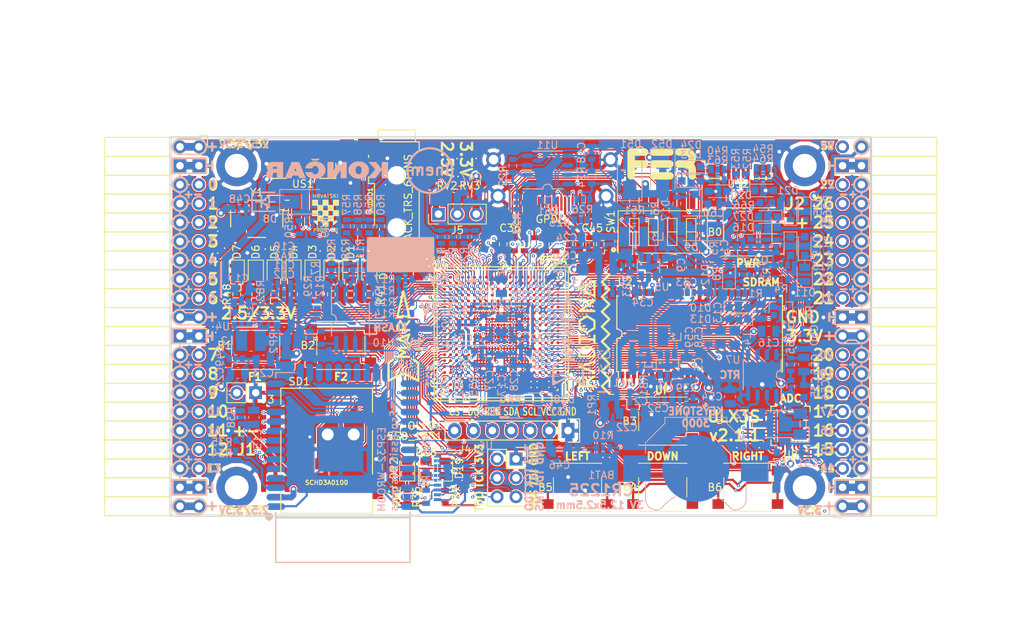
<source format=kicad_pcb>
(kicad_pcb (version 20171130) (host pcbnew 5.0.0+dfsg1-1)
  (layers (0 F.Cu signal) (1 In1.Cu signal) (2 In2.Cu signal) (31 B.Cu signal) (34 B.Paste user) (35 F.Paste user) (36 B.SilkS user) (37 F.SilkS user) (38 B.Mask user) (39 F.Mask user) (44 Edge.Cuts user))
  (net 0 "")
  (net 1 GND)
  (net 2 +5V)
  (net 3 /gpio/IN5V)
  (net 4 /gpio/OUT5V)
  (net 5 +3V3)
  (net 6 BTN_D)
  (net 7 BTN_F1)
  (net 8 BTN_F2)
  (net 9 BTN_L)
  (net 10 BTN_R)
  (net 11 BTN_U)
  (net 12 /power/FB1)
  (net 13 +2V5)
  (net 14 /power/PWREN)
  (net 15 /power/FB3)
  (net 16 /power/FB2)
  (net 17 /power/VBAT)
  (net 18 JTAG_TDI)
  (net 19 JTAG_TCK)
  (net 20 JTAG_TMS)
  (net 21 JTAG_TDO)
  (net 22 /power/WAKEUPn)
  (net 23 /power/WKUP)
  (net 24 /power/SHUT)
  (net 25 /power/WAKE)
  (net 26 /power/HOLD)
  (net 27 /power/WKn)
  (net 28 /power/OSCI_32k)
  (net 29 /power/OSCO_32k)
  (net 30 SHUTDOWN)
  (net 31 GPDI_SDA)
  (net 32 GPDI_SCL)
  (net 33 /gpdi/VREF2)
  (net 34 SD_CMD)
  (net 35 SD_CLK)
  (net 36 SD_D0)
  (net 37 SD_D1)
  (net 38 USB5V)
  (net 39 GPDI_CEC)
  (net 40 nRESET)
  (net 41 FTDI_nDTR)
  (net 42 SDRAM_CKE)
  (net 43 SDRAM_A7)
  (net 44 SDRAM_D15)
  (net 45 SDRAM_BA1)
  (net 46 SDRAM_D7)
  (net 47 SDRAM_A6)
  (net 48 SDRAM_CLK)
  (net 49 SDRAM_D13)
  (net 50 SDRAM_BA0)
  (net 51 SDRAM_D6)
  (net 52 SDRAM_A5)
  (net 53 SDRAM_D14)
  (net 54 SDRAM_A11)
  (net 55 SDRAM_D12)
  (net 56 SDRAM_D5)
  (net 57 SDRAM_A4)
  (net 58 SDRAM_A10)
  (net 59 SDRAM_D11)
  (net 60 SDRAM_A3)
  (net 61 SDRAM_D4)
  (net 62 SDRAM_D10)
  (net 63 SDRAM_D9)
  (net 64 SDRAM_A9)
  (net 65 SDRAM_D3)
  (net 66 SDRAM_D8)
  (net 67 SDRAM_A8)
  (net 68 SDRAM_A2)
  (net 69 SDRAM_A1)
  (net 70 SDRAM_A0)
  (net 71 SDRAM_D2)
  (net 72 SDRAM_D1)
  (net 73 SDRAM_D0)
  (net 74 SDRAM_DQM0)
  (net 75 SDRAM_nCS)
  (net 76 SDRAM_nRAS)
  (net 77 SDRAM_DQM1)
  (net 78 SDRAM_nCAS)
  (net 79 SDRAM_nWE)
  (net 80 /flash/FLASH_nWP)
  (net 81 /flash/FLASH_nHOLD)
  (net 82 /flash/FLASH_MOSI)
  (net 83 /flash/FLASH_MISO)
  (net 84 /flash/FLASH_SCK)
  (net 85 /flash/FLASH_nCS)
  (net 86 /flash/FPGA_PROGRAMN)
  (net 87 /flash/FPGA_DONE)
  (net 88 /flash/FPGA_INITN)
  (net 89 OLED_RES)
  (net 90 OLED_DC)
  (net 91 OLED_CS)
  (net 92 WIFI_EN)
  (net 93 FTDI_nRTS)
  (net 94 FTDI_TXD)
  (net 95 FTDI_RXD)
  (net 96 WIFI_RXD)
  (net 97 WIFI_GPIO0)
  (net 98 WIFI_TXD)
  (net 99 USB_FTDI_D+)
  (net 100 USB_FTDI_D-)
  (net 101 SD_D3)
  (net 102 AUDIO_L3)
  (net 103 AUDIO_L2)
  (net 104 AUDIO_L1)
  (net 105 AUDIO_L0)
  (net 106 AUDIO_R3)
  (net 107 AUDIO_R2)
  (net 108 AUDIO_R1)
  (net 109 AUDIO_R0)
  (net 110 OLED_CLK)
  (net 111 OLED_MOSI)
  (net 112 LED0)
  (net 113 LED1)
  (net 114 LED2)
  (net 115 LED3)
  (net 116 LED4)
  (net 117 LED5)
  (net 118 LED6)
  (net 119 LED7)
  (net 120 BTN_PWRn)
  (net 121 FTDI_nTXLED)
  (net 122 FTDI_nSLEEP)
  (net 123 /blinkey/LED_PWREN)
  (net 124 /blinkey/LED_TXLED)
  (net 125 /sdcard/SD3V3)
  (net 126 SD_D2)
  (net 127 CLK_25MHz)
  (net 128 /blinkey/BTNPUL)
  (net 129 /blinkey/BTNPUR)
  (net 130 USB_FPGA_D+)
  (net 131 /power/FTDI_nSUSPEND)
  (net 132 /blinkey/ALED0)
  (net 133 /blinkey/ALED1)
  (net 134 /blinkey/ALED2)
  (net 135 /blinkey/ALED3)
  (net 136 /blinkey/ALED4)
  (net 137 /blinkey/ALED5)
  (net 138 /blinkey/ALED6)
  (net 139 /blinkey/ALED7)
  (net 140 /usb/FTD-)
  (net 141 /usb/FTD+)
  (net 142 ADC_MISO)
  (net 143 ADC_MOSI)
  (net 144 ADC_CSn)
  (net 145 ADC_SCLK)
  (net 146 SW3)
  (net 147 SW2)
  (net 148 SW1)
  (net 149 USB_FPGA_D-)
  (net 150 /usb/FPD+)
  (net 151 /usb/FPD-)
  (net 152 WIFI_GPIO16)
  (net 153 /usb/ANT_433MHz)
  (net 154 PROG_DONE)
  (net 155 /power/P3V3)
  (net 156 /power/P2V5)
  (net 157 /power/L1)
  (net 158 /power/L3)
  (net 159 /power/L2)
  (net 160 FTDI_TXDEN)
  (net 161 SDRAM_A12)
  (net 162 /analog/AUDIO_V)
  (net 163 AUDIO_V3)
  (net 164 AUDIO_V2)
  (net 165 AUDIO_V1)
  (net 166 AUDIO_V0)
  (net 167 /blinkey/LED_WIFI)
  (net 168 /power/P1V1)
  (net 169 +1V1)
  (net 170 SW4)
  (net 171 /blinkey/SWPU)
  (net 172 /wifi/WIFIEN)
  (net 173 FT2V5)
  (net 174 GN0)
  (net 175 GP0)
  (net 176 GN1)
  (net 177 GP1)
  (net 178 GN2)
  (net 179 GP2)
  (net 180 GN3)
  (net 181 GP3)
  (net 182 GN4)
  (net 183 GP4)
  (net 184 GN5)
  (net 185 GP5)
  (net 186 GN6)
  (net 187 GP6)
  (net 188 GN14)
  (net 189 GP14)
  (net 190 GN15)
  (net 191 GP15)
  (net 192 GN16)
  (net 193 GP16)
  (net 194 GN17)
  (net 195 GP17)
  (net 196 GN18)
  (net 197 GP18)
  (net 198 GN19)
  (net 199 GP19)
  (net 200 GN20)
  (net 201 GP20)
  (net 202 GN21)
  (net 203 GP21)
  (net 204 GN22)
  (net 205 GP22)
  (net 206 GN23)
  (net 207 GP23)
  (net 208 GN24)
  (net 209 GP24)
  (net 210 GN25)
  (net 211 GP25)
  (net 212 GN26)
  (net 213 GP26)
  (net 214 GN27)
  (net 215 GP27)
  (net 216 GN7)
  (net 217 GP7)
  (net 218 GN8)
  (net 219 GP8)
  (net 220 GN9)
  (net 221 GP9)
  (net 222 GN10)
  (net 223 GP10)
  (net 224 GN11)
  (net 225 GP11)
  (net 226 GN12)
  (net 227 GP12)
  (net 228 GN13)
  (net 229 GP13)
  (net 230 WIFI_GPIO5)
  (net 231 WIFI_GPIO17)
  (net 232 USB_FPGA_PULL_D+)
  (net 233 USB_FPGA_PULL_D-)
  (net 234 "Net-(D23-Pad2)")
  (net 235 "Net-(D24-Pad1)")
  (net 236 "Net-(D25-Pad2)")
  (net 237 "Net-(D26-Pad1)")
  (net 238 /gpdi/GPDI_ETH+)
  (net 239 FPDI_ETH+)
  (net 240 /gpdi/GPDI_ETH-)
  (net 241 FPDI_ETH-)
  (net 242 /gpdi/GPDI_D2-)
  (net 243 FPDI_D2-)
  (net 244 /gpdi/GPDI_D1-)
  (net 245 FPDI_D1-)
  (net 246 /gpdi/GPDI_D0-)
  (net 247 FPDI_D0-)
  (net 248 /gpdi/GPDI_CLK-)
  (net 249 FPDI_CLK-)
  (net 250 /gpdi/GPDI_D2+)
  (net 251 FPDI_D2+)
  (net 252 /gpdi/GPDI_D1+)
  (net 253 FPDI_D1+)
  (net 254 /gpdi/GPDI_D0+)
  (net 255 FPDI_D0+)
  (net 256 /gpdi/GPDI_CLK+)
  (net 257 FPDI_CLK+)
  (net 258 FPDI_SDA)
  (net 259 FPDI_SCL)
  (net 260 /gpdi/FPDI_CEC)
  (net 261 2V5_3V3)
  (net 262 /usb/US2VBUS)
  (net 263 /power/SHD)
  (net 264 /power/RTCVDD)
  (net 265 "Net-(D27-Pad2)")
  (net 266 US2_ID)
  (net 267 /analog/AUDIO_L)
  (net 268 /analog/AUDIO_R)
  (net 269 /analog/ADC3V3)
  (net 270 PWRBTn)
  (net 271 USER_PROGRAMN)
  (module lfe5bg381:BGA-381_pitch0.8mm_dia0.4mm (layer F.Cu) (at 138.48 87.8)
    (fp_text reference U1 (at -8.2 -9.8) (layer F.SilkS))
    (fp_text value LFE5U-85F-6BG381C)
    (pad Y19 smd circle (at 6.8 7.6) (size 0.4 0.4) (layers F.Cu F.Paste F.Mask) (net 1 GND))
    (pad Y17 smd circle (at 5.2 7.6) (size 0.4 0.4) (layers F.Cu F.Paste F.Mask) (net 1 GND))
    (pad Y16 smd circle (at 4.4 7.6) (size 0.4 0.4) (layers F.Cu F.Paste F.Mask) (net 1 GND))
    (pad Y15 smd circle (at 3.6 7.6) (size 0.4 0.4) (layers F.Cu F.Paste F.Mask) (net 1 GND))
    (pad Y14 smd circle (at 2.8 7.6) (size 0.4 0.4) (layers F.Cu F.Paste F.Mask) (net 1 GND))
    (pad Y12 smd circle (at 1.2 7.6) (size 0.4 0.4) (layers F.Cu F.Paste F.Mask) (net 1 GND))
    (pad Y11 smd circle (at 0.4 7.6) (size 0.4 0.4) (layers F.Cu F.Paste F.Mask) (net 1 GND))
    (pad Y8 smd circle (at -2 7.6) (size 0.4 0.4) (layers F.Cu F.Paste F.Mask) (net 1 GND))
    (pad Y7 smd circle (at -2.8 7.6) (size 0.4 0.4) (layers F.Cu F.Paste F.Mask) (net 1 GND))
    (pad Y6 smd circle (at -3.6 7.6) (size 0.4 0.4) (layers F.Cu F.Paste F.Mask) (net 1 GND))
    (pad Y5 smd circle (at -4.4 7.6) (size 0.4 0.4) (layers F.Cu F.Paste F.Mask) (net 1 GND))
    (pad Y3 smd circle (at -6 7.6) (size 0.4 0.4) (layers F.Cu F.Paste F.Mask) (net 87 /flash/FPGA_DONE))
    (pad Y2 smd circle (at -6.8 7.6) (size 0.4 0.4) (layers F.Cu F.Paste F.Mask) (net 80 /flash/FLASH_nWP))
    (pad W20 smd circle (at 7.6 6.8) (size 0.4 0.4) (layers F.Cu F.Paste F.Mask) (net 1 GND))
    (pad W19 smd circle (at 6.8 6.8) (size 0.4 0.4) (layers F.Cu F.Paste F.Mask) (net 1 GND))
    (pad W18 smd circle (at 6 6.8) (size 0.4 0.4) (layers F.Cu F.Paste F.Mask))
    (pad W17 smd circle (at 5.2 6.8) (size 0.4 0.4) (layers F.Cu F.Paste F.Mask))
    (pad W16 smd circle (at 4.4 6.8) (size 0.4 0.4) (layers F.Cu F.Paste F.Mask) (net 1 GND))
    (pad W15 smd circle (at 3.6 6.8) (size 0.4 0.4) (layers F.Cu F.Paste F.Mask) (net 1 GND))
    (pad W14 smd circle (at 2.8 6.8) (size 0.4 0.4) (layers F.Cu F.Paste F.Mask))
    (pad W13 smd circle (at 2 6.8) (size 0.4 0.4) (layers F.Cu F.Paste F.Mask))
    (pad W12 smd circle (at 1.2 6.8) (size 0.4 0.4) (layers F.Cu F.Paste F.Mask) (net 1 GND))
    (pad W11 smd circle (at 0.4 6.8) (size 0.4 0.4) (layers F.Cu F.Paste F.Mask))
    (pad W10 smd circle (at -0.4 6.8) (size 0.4 0.4) (layers F.Cu F.Paste F.Mask))
    (pad W9 smd circle (at -1.2 6.8) (size 0.4 0.4) (layers F.Cu F.Paste F.Mask))
    (pad W8 smd circle (at -2 6.8) (size 0.4 0.4) (layers F.Cu F.Paste F.Mask))
    (pad W7 smd circle (at -2.8 6.8) (size 0.4 0.4) (layers F.Cu F.Paste F.Mask) (net 1 GND))
    (pad W6 smd circle (at -3.6 6.8) (size 0.4 0.4) (layers F.Cu F.Paste F.Mask) (net 1 GND))
    (pad W5 smd circle (at -4.4 6.8) (size 0.4 0.4) (layers F.Cu F.Paste F.Mask))
    (pad W4 smd circle (at -5.2 6.8) (size 0.4 0.4) (layers F.Cu F.Paste F.Mask))
    (pad W3 smd circle (at -6 6.8) (size 0.4 0.4) (layers F.Cu F.Paste F.Mask) (net 86 /flash/FPGA_PROGRAMN))
    (pad W2 smd circle (at -6.8 6.8) (size 0.4 0.4) (layers F.Cu F.Paste F.Mask) (net 82 /flash/FLASH_MOSI))
    (pad W1 smd circle (at -7.6 6.8) (size 0.4 0.4) (layers F.Cu F.Paste F.Mask) (net 81 /flash/FLASH_nHOLD))
    (pad V20 smd circle (at 7.6 6) (size 0.4 0.4) (layers F.Cu F.Paste F.Mask) (net 1 GND))
    (pad V19 smd circle (at 6.8 6) (size 0.4 0.4) (layers F.Cu F.Paste F.Mask) (net 1 GND))
    (pad V18 smd circle (at 6 6) (size 0.4 0.4) (layers F.Cu F.Paste F.Mask) (net 1 GND))
    (pad V17 smd circle (at 5.2 6) (size 0.4 0.4) (layers F.Cu F.Paste F.Mask) (net 1 GND))
    (pad V16 smd circle (at 4.4 6) (size 0.4 0.4) (layers F.Cu F.Paste F.Mask) (net 1 GND))
    (pad V15 smd circle (at 3.6 6) (size 0.4 0.4) (layers F.Cu F.Paste F.Mask) (net 1 GND))
    (pad V14 smd circle (at 2.8 6) (size 0.4 0.4) (layers F.Cu F.Paste F.Mask) (net 1 GND))
    (pad V13 smd circle (at 2 6) (size 0.4 0.4) (layers F.Cu F.Paste F.Mask) (net 1 GND))
    (pad V12 smd circle (at 1.2 6) (size 0.4 0.4) (layers F.Cu F.Paste F.Mask) (net 1 GND))
    (pad V11 smd circle (at 0.4 6) (size 0.4 0.4) (layers F.Cu F.Paste F.Mask) (net 1 GND))
    (pad V10 smd circle (at -0.4 6) (size 0.4 0.4) (layers F.Cu F.Paste F.Mask) (net 1 GND))
    (pad V9 smd circle (at -1.2 6) (size 0.4 0.4) (layers F.Cu F.Paste F.Mask) (net 1 GND))
    (pad V8 smd circle (at -2 6) (size 0.4 0.4) (layers F.Cu F.Paste F.Mask) (net 1 GND))
    (pad V7 smd circle (at -2.8 6) (size 0.4 0.4) (layers F.Cu F.Paste F.Mask) (net 1 GND))
    (pad V6 smd circle (at -3.6 6) (size 0.4 0.4) (layers F.Cu F.Paste F.Mask) (net 1 GND))
    (pad V5 smd circle (at -4.4 6) (size 0.4 0.4) (layers F.Cu F.Paste F.Mask) (net 1 GND))
    (pad V4 smd circle (at -5.2 6) (size 0.4 0.4) (layers F.Cu F.Paste F.Mask) (net 21 JTAG_TDO))
    (pad V3 smd circle (at -6 6) (size 0.4 0.4) (layers F.Cu F.Paste F.Mask) (net 88 /flash/FPGA_INITN))
    (pad V2 smd circle (at -6.8 6) (size 0.4 0.4) (layers F.Cu F.Paste F.Mask) (net 83 /flash/FLASH_MISO))
    (pad V1 smd circle (at -7.6 6) (size 0.4 0.4) (layers F.Cu F.Paste F.Mask) (net 6 BTN_D))
    (pad U20 smd circle (at 7.6 5.2) (size 0.4 0.4) (layers F.Cu F.Paste F.Mask) (net 46 SDRAM_D7))
    (pad U19 smd circle (at 6.8 5.2) (size 0.4 0.4) (layers F.Cu F.Paste F.Mask) (net 74 SDRAM_DQM0))
    (pad U18 smd circle (at 6 5.2) (size 0.4 0.4) (layers F.Cu F.Paste F.Mask) (net 189 GP14))
    (pad U17 smd circle (at 5.2 5.2) (size 0.4 0.4) (layers F.Cu F.Paste F.Mask) (net 188 GN14))
    (pad U16 smd circle (at 4.4 5.2) (size 0.4 0.4) (layers F.Cu F.Paste F.Mask) (net 142 ADC_MISO))
    (pad U15 smd circle (at 3.6 5.2) (size 0.4 0.4) (layers F.Cu F.Paste F.Mask) (net 1 GND))
    (pad U14 smd circle (at 2.8 5.2) (size 0.4 0.4) (layers F.Cu F.Paste F.Mask) (net 1 GND))
    (pad U13 smd circle (at 2 5.2) (size 0.4 0.4) (layers F.Cu F.Paste F.Mask) (net 1 GND))
    (pad U12 smd circle (at 1.2 5.2) (size 0.4 0.4) (layers F.Cu F.Paste F.Mask) (net 1 GND))
    (pad U11 smd circle (at 0.4 5.2) (size 0.4 0.4) (layers F.Cu F.Paste F.Mask) (net 1 GND))
    (pad U10 smd circle (at -0.4 5.2) (size 0.4 0.4) (layers F.Cu F.Paste F.Mask) (net 1 GND))
    (pad U9 smd circle (at -1.2 5.2) (size 0.4 0.4) (layers F.Cu F.Paste F.Mask) (net 1 GND))
    (pad U8 smd circle (at -2 5.2) (size 0.4 0.4) (layers F.Cu F.Paste F.Mask) (net 1 GND))
    (pad U7 smd circle (at -2.8 5.2) (size 0.4 0.4) (layers F.Cu F.Paste F.Mask) (net 1 GND))
    (pad U6 smd circle (at -3.6 5.2) (size 0.4 0.4) (layers F.Cu F.Paste F.Mask) (net 1 GND))
    (pad U5 smd circle (at -4.4 5.2) (size 0.4 0.4) (layers F.Cu F.Paste F.Mask) (net 20 JTAG_TMS))
    (pad U4 smd circle (at -5.2 5.2) (size 0.4 0.4) (layers F.Cu F.Paste F.Mask) (net 1 GND))
    (pad U3 smd circle (at -6 5.2) (size 0.4 0.4) (layers F.Cu F.Paste F.Mask) (net 84 /flash/FLASH_SCK))
    (pad U2 smd circle (at -6.8 5.2) (size 0.4 0.4) (layers F.Cu F.Paste F.Mask) (net 5 +3V3))
    (pad U1 smd circle (at -7.6 5.2) (size 0.4 0.4) (layers F.Cu F.Paste F.Mask) (net 9 BTN_L))
    (pad T20 smd circle (at 7.6 4.4) (size 0.4 0.4) (layers F.Cu F.Paste F.Mask) (net 79 SDRAM_nWE))
    (pad T19 smd circle (at 6.8 4.4) (size 0.4 0.4) (layers F.Cu F.Paste F.Mask) (net 78 SDRAM_nCAS))
    (pad T18 smd circle (at 6 4.4) (size 0.4 0.4) (layers F.Cu F.Paste F.Mask) (net 56 SDRAM_D5))
    (pad T17 smd circle (at 5.2 4.4) (size 0.4 0.4) (layers F.Cu F.Paste F.Mask) (net 51 SDRAM_D6))
    (pad T16 smd circle (at 4.4 4.4) (size 0.4 0.4) (layers F.Cu F.Paste F.Mask))
    (pad T15 smd circle (at 3.6 4.4) (size 0.4 0.4) (layers F.Cu F.Paste F.Mask) (net 1 GND))
    (pad T14 smd circle (at 2.8 4.4) (size 0.4 0.4) (layers F.Cu F.Paste F.Mask) (net 1 GND))
    (pad T13 smd circle (at 2 4.4) (size 0.4 0.4) (layers F.Cu F.Paste F.Mask) (net 1 GND))
    (pad T12 smd circle (at 1.2 4.4) (size 0.4 0.4) (layers F.Cu F.Paste F.Mask) (net 1 GND))
    (pad T11 smd circle (at 0.4 4.4) (size 0.4 0.4) (layers F.Cu F.Paste F.Mask) (net 1 GND))
    (pad T10 smd circle (at -0.4 4.4) (size 0.4 0.4) (layers F.Cu F.Paste F.Mask) (net 1 GND))
    (pad T9 smd circle (at -1.2 4.4) (size 0.4 0.4) (layers F.Cu F.Paste F.Mask) (net 1 GND))
    (pad T8 smd circle (at -2 4.4) (size 0.4 0.4) (layers F.Cu F.Paste F.Mask) (net 1 GND))
    (pad T7 smd circle (at -2.8 4.4) (size 0.4 0.4) (layers F.Cu F.Paste F.Mask) (net 1 GND))
    (pad T6 smd circle (at -3.6 4.4) (size 0.4 0.4) (layers F.Cu F.Paste F.Mask) (net 1 GND))
    (pad T5 smd circle (at -4.4 4.4) (size 0.4 0.4) (layers F.Cu F.Paste F.Mask) (net 19 JTAG_TCK))
    (pad T4 smd circle (at -5.2 4.4) (size 0.4 0.4) (layers F.Cu F.Paste F.Mask) (net 5 +3V3))
    (pad T3 smd circle (at -6 4.4) (size 0.4 0.4) (layers F.Cu F.Paste F.Mask) (net 5 +3V3))
    (pad T2 smd circle (at -6.8 4.4) (size 0.4 0.4) (layers F.Cu F.Paste F.Mask) (net 5 +3V3))
    (pad T1 smd circle (at -7.6 4.4) (size 0.4 0.4) (layers F.Cu F.Paste F.Mask) (net 8 BTN_F2))
    (pad R20 smd circle (at 7.6 3.6) (size 0.4 0.4) (layers F.Cu F.Paste F.Mask) (net 76 SDRAM_nRAS))
    (pad R19 smd circle (at 6.8 3.6) (size 0.4 0.4) (layers F.Cu F.Paste F.Mask) (net 1 GND))
    (pad R18 smd circle (at 6 3.6) (size 0.4 0.4) (layers F.Cu F.Paste F.Mask) (net 11 BTN_U))
    (pad R17 smd circle (at 5.2 3.6) (size 0.4 0.4) (layers F.Cu F.Paste F.Mask) (net 144 ADC_CSn))
    (pad R16 smd circle (at 4.4 3.6) (size 0.4 0.4) (layers F.Cu F.Paste F.Mask) (net 143 ADC_MOSI))
    (pad R5 smd circle (at -4.4 3.6) (size 0.4 0.4) (layers F.Cu F.Paste F.Mask) (net 18 JTAG_TDI))
    (pad R4 smd circle (at -5.2 3.6) (size 0.4 0.4) (layers F.Cu F.Paste F.Mask) (net 1 GND))
    (pad R3 smd circle (at -6 3.6) (size 0.4 0.4) (layers F.Cu F.Paste F.Mask))
    (pad R2 smd circle (at -6.8 3.6) (size 0.4 0.4) (layers F.Cu F.Paste F.Mask) (net 85 /flash/FLASH_nCS))
    (pad R1 smd circle (at -7.6 3.6) (size 0.4 0.4) (layers F.Cu F.Paste F.Mask) (net 7 BTN_F1))
    (pad P20 smd circle (at 7.6 2.8) (size 0.4 0.4) (layers F.Cu F.Paste F.Mask) (net 75 SDRAM_nCS))
    (pad P19 smd circle (at 6.8 2.8) (size 0.4 0.4) (layers F.Cu F.Paste F.Mask) (net 50 SDRAM_BA0))
    (pad P18 smd circle (at 6 2.8) (size 0.4 0.4) (layers F.Cu F.Paste F.Mask) (net 61 SDRAM_D4))
    (pad P17 smd circle (at 5.2 2.8) (size 0.4 0.4) (layers F.Cu F.Paste F.Mask) (net 145 ADC_SCLK))
    (pad P16 smd circle (at 4.4 2.8) (size 0.4 0.4) (layers F.Cu F.Paste F.Mask) (net 190 GN15))
    (pad P15 smd circle (at 3.6 2.8) (size 0.4 0.4) (layers F.Cu F.Paste F.Mask) (net 13 +2V5))
    (pad P14 smd circle (at 2.8 2.8) (size 0.4 0.4) (layers F.Cu F.Paste F.Mask) (net 1 GND))
    (pad P13 smd circle (at 2 2.8) (size 0.4 0.4) (layers F.Cu F.Paste F.Mask) (net 1 GND))
    (pad P12 smd circle (at 1.2 2.8) (size 0.4 0.4) (layers F.Cu F.Paste F.Mask) (net 1 GND))
    (pad P11 smd circle (at 0.4 2.8) (size 0.4 0.4) (layers F.Cu F.Paste F.Mask) (net 1 GND))
    (pad P10 smd circle (at -0.4 2.8) (size 0.4 0.4) (layers F.Cu F.Paste F.Mask) (net 5 +3V3))
    (pad P9 smd circle (at -1.2 2.8) (size 0.4 0.4) (layers F.Cu F.Paste F.Mask) (net 5 +3V3))
    (pad P8 smd circle (at -2 2.8) (size 0.4 0.4) (layers F.Cu F.Paste F.Mask) (net 1 GND))
    (pad P7 smd circle (at -2.8 2.8) (size 0.4 0.4) (layers F.Cu F.Paste F.Mask) (net 1 GND))
    (pad P6 smd circle (at -3.6 2.8) (size 0.4 0.4) (layers F.Cu F.Paste F.Mask) (net 13 +2V5))
    (pad P5 smd circle (at -4.4 2.8) (size 0.4 0.4) (layers F.Cu F.Paste F.Mask))
    (pad P4 smd circle (at -5.2 2.8) (size 0.4 0.4) (layers F.Cu F.Paste F.Mask) (net 110 OLED_CLK))
    (pad P3 smd circle (at -6 2.8) (size 0.4 0.4) (layers F.Cu F.Paste F.Mask) (net 111 OLED_MOSI))
    (pad P2 smd circle (at -6.8 2.8) (size 0.4 0.4) (layers F.Cu F.Paste F.Mask) (net 89 OLED_RES))
    (pad P1 smd circle (at -7.6 2.8) (size 0.4 0.4) (layers F.Cu F.Paste F.Mask) (net 90 OLED_DC))
    (pad N20 smd circle (at 7.6 2) (size 0.4 0.4) (layers F.Cu F.Paste F.Mask) (net 45 SDRAM_BA1))
    (pad N19 smd circle (at 6.8 2) (size 0.4 0.4) (layers F.Cu F.Paste F.Mask) (net 58 SDRAM_A10))
    (pad N18 smd circle (at 6 2) (size 0.4 0.4) (layers F.Cu F.Paste F.Mask) (net 65 SDRAM_D3))
    (pad N17 smd circle (at 5.2 2) (size 0.4 0.4) (layers F.Cu F.Paste F.Mask) (net 191 GP15))
    (pad N16 smd circle (at 4.4 2) (size 0.4 0.4) (layers F.Cu F.Paste F.Mask) (net 193 GP16))
    (pad N15 smd circle (at 3.6 2) (size 0.4 0.4) (layers F.Cu F.Paste F.Mask) (net 1 GND))
    (pad N14 smd circle (at 2.8 2) (size 0.4 0.4) (layers F.Cu F.Paste F.Mask) (net 1 GND))
    (pad N13 smd circle (at 2 2) (size 0.4 0.4) (layers F.Cu F.Paste F.Mask) (net 169 +1V1))
    (pad N12 smd circle (at 1.2 2) (size 0.4 0.4) (layers F.Cu F.Paste F.Mask) (net 169 +1V1))
    (pad N11 smd circle (at 0.4 2) (size 0.4 0.4) (layers F.Cu F.Paste F.Mask) (net 169 +1V1))
    (pad N10 smd circle (at -0.4 2) (size 0.4 0.4) (layers F.Cu F.Paste F.Mask) (net 169 +1V1))
    (pad N9 smd circle (at -1.2 2) (size 0.4 0.4) (layers F.Cu F.Paste F.Mask) (net 169 +1V1))
    (pad N8 smd circle (at -2 2) (size 0.4 0.4) (layers F.Cu F.Paste F.Mask) (net 169 +1V1))
    (pad N7 smd circle (at -2.8 2) (size 0.4 0.4) (layers F.Cu F.Paste F.Mask) (net 1 GND))
    (pad N6 smd circle (at -3.6 2) (size 0.4 0.4) (layers F.Cu F.Paste F.Mask) (net 1 GND))
    (pad N5 smd circle (at -4.4 2) (size 0.4 0.4) (layers F.Cu F.Paste F.Mask))
    (pad N4 smd circle (at -5.2 2) (size 0.4 0.4) (layers F.Cu F.Paste F.Mask) (net 230 WIFI_GPIO5))
    (pad N3 smd circle (at -6 2) (size 0.4 0.4) (layers F.Cu F.Paste F.Mask) (net 231 WIFI_GPIO17))
    (pad N2 smd circle (at -6.8 2) (size 0.4 0.4) (layers F.Cu F.Paste F.Mask) (net 91 OLED_CS))
    (pad N1 smd circle (at -7.6 2) (size 0.4 0.4) (layers F.Cu F.Paste F.Mask) (net 41 FTDI_nDTR))
    (pad M20 smd circle (at 7.6 1.2) (size 0.4 0.4) (layers F.Cu F.Paste F.Mask) (net 70 SDRAM_A0))
    (pad M19 smd circle (at 6.8 1.2) (size 0.4 0.4) (layers F.Cu F.Paste F.Mask) (net 69 SDRAM_A1))
    (pad M18 smd circle (at 6 1.2) (size 0.4 0.4) (layers F.Cu F.Paste F.Mask) (net 71 SDRAM_D2))
    (pad M17 smd circle (at 5.2 1.2) (size 0.4 0.4) (layers F.Cu F.Paste F.Mask) (net 192 GN16))
    (pad M16 smd circle (at 4.4 1.2) (size 0.4 0.4) (layers F.Cu F.Paste F.Mask) (net 1 GND))
    (pad M15 smd circle (at 3.6 1.2) (size 0.4 0.4) (layers F.Cu F.Paste F.Mask) (net 5 +3V3))
    (pad M14 smd circle (at 2.8 1.2) (size 0.4 0.4) (layers F.Cu F.Paste F.Mask) (net 1 GND))
    (pad M13 smd circle (at 2 1.2) (size 0.4 0.4) (layers F.Cu F.Paste F.Mask) (net 169 +1V1))
    (pad M12 smd circle (at 1.2 1.2) (size 0.4 0.4) (layers F.Cu F.Paste F.Mask) (net 1 GND))
    (pad M11 smd circle (at 0.4 1.2) (size 0.4 0.4) (layers F.Cu F.Paste F.Mask) (net 1 GND))
    (pad M10 smd circle (at -0.4 1.2) (size 0.4 0.4) (layers F.Cu F.Paste F.Mask) (net 1 GND))
    (pad M9 smd circle (at -1.2 1.2) (size 0.4 0.4) (layers F.Cu F.Paste F.Mask) (net 1 GND))
    (pad M8 smd circle (at -2 1.2) (size 0.4 0.4) (layers F.Cu F.Paste F.Mask) (net 169 +1V1))
    (pad M7 smd circle (at -2.8 1.2) (size 0.4 0.4) (layers F.Cu F.Paste F.Mask) (net 1 GND))
    (pad M6 smd circle (at -3.6 1.2) (size 0.4 0.4) (layers F.Cu F.Paste F.Mask) (net 5 +3V3))
    (pad M5 smd circle (at -4.4 1.2) (size 0.4 0.4) (layers F.Cu F.Paste F.Mask))
    (pad M4 smd circle (at -5.2 1.2) (size 0.4 0.4) (layers F.Cu F.Paste F.Mask) (net 271 USER_PROGRAMN))
    (pad M3 smd circle (at -6 1.2) (size 0.4 0.4) (layers F.Cu F.Paste F.Mask) (net 93 FTDI_nRTS))
    (pad M2 smd circle (at -6.8 1.2) (size 0.4 0.4) (layers F.Cu F.Paste F.Mask) (net 1 GND))
    (pad M1 smd circle (at -7.6 1.2) (size 0.4 0.4) (layers F.Cu F.Paste F.Mask) (net 94 FTDI_TXD))
    (pad L20 smd circle (at 7.6 0.4) (size 0.4 0.4) (layers F.Cu F.Paste F.Mask) (net 68 SDRAM_A2))
    (pad L19 smd circle (at 6.8 0.4) (size 0.4 0.4) (layers F.Cu F.Paste F.Mask) (net 60 SDRAM_A3))
    (pad L18 smd circle (at 6 0.4) (size 0.4 0.4) (layers F.Cu F.Paste F.Mask) (net 72 SDRAM_D1))
    (pad L17 smd circle (at 5.2 0.4) (size 0.4 0.4) (layers F.Cu F.Paste F.Mask) (net 194 GN17))
    (pad L16 smd circle (at 4.4 0.4) (size 0.4 0.4) (layers F.Cu F.Paste F.Mask) (net 195 GP17))
    (pad L15 smd circle (at 3.6 0.4) (size 0.4 0.4) (layers F.Cu F.Paste F.Mask) (net 5 +3V3))
    (pad L14 smd circle (at 2.8 0.4) (size 0.4 0.4) (layers F.Cu F.Paste F.Mask) (net 5 +3V3))
    (pad L13 smd circle (at 2 0.4) (size 0.4 0.4) (layers F.Cu F.Paste F.Mask) (net 169 +1V1))
    (pad L12 smd circle (at 1.2 0.4) (size 0.4 0.4) (layers F.Cu F.Paste F.Mask) (net 1 GND))
    (pad L11 smd circle (at 0.4 0.4) (size 0.4 0.4) (layers F.Cu F.Paste F.Mask) (net 1 GND))
    (pad L10 smd circle (at -0.4 0.4) (size 0.4 0.4) (layers F.Cu F.Paste F.Mask) (net 1 GND))
    (pad L9 smd circle (at -1.2 0.4) (size 0.4 0.4) (layers F.Cu F.Paste F.Mask) (net 1 GND))
    (pad L8 smd circle (at -2 0.4) (size 0.4 0.4) (layers F.Cu F.Paste F.Mask) (net 169 +1V1))
    (pad L7 smd circle (at -2.8 0.4) (size 0.4 0.4) (layers F.Cu F.Paste F.Mask) (net 5 +3V3))
    (pad L6 smd circle (at -3.6 0.4) (size 0.4 0.4) (layers F.Cu F.Paste F.Mask) (net 5 +3V3))
    (pad L5 smd circle (at -4.4 0.4) (size 0.4 0.4) (layers F.Cu F.Paste F.Mask))
    (pad L4 smd circle (at -5.2 0.4) (size 0.4 0.4) (layers F.Cu F.Paste F.Mask) (net 95 FTDI_RXD))
    (pad L3 smd circle (at -6 0.4) (size 0.4 0.4) (layers F.Cu F.Paste F.Mask) (net 160 FTDI_TXDEN))
    (pad L2 smd circle (at -6.8 0.4) (size 0.4 0.4) (layers F.Cu F.Paste F.Mask) (net 97 WIFI_GPIO0))
    (pad L1 smd circle (at -7.6 0.4) (size 0.4 0.4) (layers F.Cu F.Paste F.Mask) (net 152 WIFI_GPIO16))
    (pad K20 smd circle (at 7.6 -0.4) (size 0.4 0.4) (layers F.Cu F.Paste F.Mask) (net 57 SDRAM_A4))
    (pad K19 smd circle (at 6.8 -0.4) (size 0.4 0.4) (layers F.Cu F.Paste F.Mask) (net 52 SDRAM_A5))
    (pad K18 smd circle (at 6 -0.4) (size 0.4 0.4) (layers F.Cu F.Paste F.Mask) (net 47 SDRAM_A6))
    (pad K17 smd circle (at 5.2 -0.4) (size 0.4 0.4) (layers F.Cu F.Paste F.Mask))
    (pad K16 smd circle (at 4.4 -0.4) (size 0.4 0.4) (layers F.Cu F.Paste F.Mask))
    (pad K15 smd circle (at 3.6 -0.4) (size 0.4 0.4) (layers F.Cu F.Paste F.Mask) (net 1 GND))
    (pad K14 smd circle (at 2.8 -0.4) (size 0.4 0.4) (layers F.Cu F.Paste F.Mask) (net 1 GND))
    (pad K13 smd circle (at 2 -0.4) (size 0.4 0.4) (layers F.Cu F.Paste F.Mask) (net 169 +1V1))
    (pad K12 smd circle (at 1.2 -0.4) (size 0.4 0.4) (layers F.Cu F.Paste F.Mask) (net 1 GND))
    (pad K11 smd circle (at 0.4 -0.4) (size 0.4 0.4) (layers F.Cu F.Paste F.Mask) (net 1 GND))
    (pad K10 smd circle (at -0.4 -0.4) (size 0.4 0.4) (layers F.Cu F.Paste F.Mask) (net 1 GND))
    (pad K9 smd circle (at -1.2 -0.4) (size 0.4 0.4) (layers F.Cu F.Paste F.Mask) (net 1 GND))
    (pad K8 smd circle (at -2 -0.4) (size 0.4 0.4) (layers F.Cu F.Paste F.Mask) (net 169 +1V1))
    (pad K7 smd circle (at -2.8 -0.4) (size 0.4 0.4) (layers F.Cu F.Paste F.Mask) (net 1 GND))
    (pad K6 smd circle (at -3.6 -0.4) (size 0.4 0.4) (layers F.Cu F.Paste F.Mask) (net 1 GND))
    (pad K5 smd circle (at -4.4 -0.4) (size 0.4 0.4) (layers F.Cu F.Paste F.Mask))
    (pad K4 smd circle (at -5.2 -0.4) (size 0.4 0.4) (layers F.Cu F.Paste F.Mask) (net 98 WIFI_TXD))
    (pad K3 smd circle (at -6 -0.4) (size 0.4 0.4) (layers F.Cu F.Paste F.Mask) (net 96 WIFI_RXD))
    (pad K2 smd circle (at -6.8 -0.4) (size 0.4 0.4) (layers F.Cu F.Paste F.Mask) (net 101 SD_D3))
    (pad K1 smd circle (at -7.6 -0.4) (size 0.4 0.4) (layers F.Cu F.Paste F.Mask) (net 126 SD_D2))
    (pad J20 smd circle (at 7.6 -1.2) (size 0.4 0.4) (layers F.Cu F.Paste F.Mask) (net 43 SDRAM_A7))
    (pad J19 smd circle (at 6.8 -1.2) (size 0.4 0.4) (layers F.Cu F.Paste F.Mask) (net 67 SDRAM_A8))
    (pad J18 smd circle (at 6 -1.2) (size 0.4 0.4) (layers F.Cu F.Paste F.Mask) (net 53 SDRAM_D14))
    (pad J17 smd circle (at 5.2 -1.2) (size 0.4 0.4) (layers F.Cu F.Paste F.Mask) (net 44 SDRAM_D15))
    (pad J16 smd circle (at 4.4 -1.2) (size 0.4 0.4) (layers F.Cu F.Paste F.Mask) (net 73 SDRAM_D0))
    (pad J15 smd circle (at 3.6 -1.2) (size 0.4 0.4) (layers F.Cu F.Paste F.Mask) (net 5 +3V3))
    (pad J14 smd circle (at 2.8 -1.2) (size 0.4 0.4) (layers F.Cu F.Paste F.Mask) (net 1 GND))
    (pad J13 smd circle (at 2 -1.2) (size 0.4 0.4) (layers F.Cu F.Paste F.Mask) (net 169 +1V1))
    (pad J12 smd circle (at 1.2 -1.2) (size 0.4 0.4) (layers F.Cu F.Paste F.Mask) (net 1 GND))
    (pad J11 smd circle (at 0.4 -1.2) (size 0.4 0.4) (layers F.Cu F.Paste F.Mask) (net 1 GND))
    (pad J10 smd circle (at -0.4 -1.2) (size 0.4 0.4) (layers F.Cu F.Paste F.Mask) (net 1 GND))
    (pad J9 smd circle (at -1.2 -1.2) (size 0.4 0.4) (layers F.Cu F.Paste F.Mask) (net 1 GND))
    (pad J8 smd circle (at -2 -1.2) (size 0.4 0.4) (layers F.Cu F.Paste F.Mask) (net 169 +1V1))
    (pad J7 smd circle (at -2.8 -1.2) (size 0.4 0.4) (layers F.Cu F.Paste F.Mask) (net 1 GND))
    (pad J6 smd circle (at -3.6 -1.2) (size 0.4 0.4) (layers F.Cu F.Paste F.Mask) (net 261 2V5_3V3))
    (pad J5 smd circle (at -4.4 -1.2) (size 0.4 0.4) (layers F.Cu F.Paste F.Mask))
    (pad J4 smd circle (at -5.2 -1.2) (size 0.4 0.4) (layers F.Cu F.Paste F.Mask))
    (pad J3 smd circle (at -6 -1.2) (size 0.4 0.4) (layers F.Cu F.Paste F.Mask) (net 36 SD_D0))
    (pad J2 smd circle (at -6.8 -1.2) (size 0.4 0.4) (layers F.Cu F.Paste F.Mask) (net 1 GND))
    (pad J1 smd circle (at -7.6 -1.2) (size 0.4 0.4) (layers F.Cu F.Paste F.Mask) (net 34 SD_CMD))
    (pad H20 smd circle (at 7.6 -2) (size 0.4 0.4) (layers F.Cu F.Paste F.Mask) (net 64 SDRAM_A9))
    (pad H19 smd circle (at 6.8 -2) (size 0.4 0.4) (layers F.Cu F.Paste F.Mask) (net 1 GND))
    (pad H18 smd circle (at 6 -2) (size 0.4 0.4) (layers F.Cu F.Paste F.Mask) (net 197 GP18))
    (pad H17 smd circle (at 5.2 -2) (size 0.4 0.4) (layers F.Cu F.Paste F.Mask) (net 196 GN18))
    (pad H16 smd circle (at 4.4 -2) (size 0.4 0.4) (layers F.Cu F.Paste F.Mask) (net 10 BTN_R))
    (pad H15 smd circle (at 3.6 -2) (size 0.4 0.4) (layers F.Cu F.Paste F.Mask) (net 5 +3V3))
    (pad H14 smd circle (at 2.8 -2) (size 0.4 0.4) (layers F.Cu F.Paste F.Mask) (net 5 +3V3))
    (pad H13 smd circle (at 2 -2) (size 0.4 0.4) (layers F.Cu F.Paste F.Mask) (net 169 +1V1))
    (pad H12 smd circle (at 1.2 -2) (size 0.4 0.4) (layers F.Cu F.Paste F.Mask) (net 169 +1V1))
    (pad H11 smd circle (at 0.4 -2) (size 0.4 0.4) (layers F.Cu F.Paste F.Mask) (net 169 +1V1))
    (pad H10 smd circle (at -0.4 -2) (size 0.4 0.4) (layers F.Cu F.Paste F.Mask) (net 169 +1V1))
    (pad H9 smd circle (at -1.2 -2) (size 0.4 0.4) (layers F.Cu F.Paste F.Mask) (net 169 +1V1))
    (pad H8 smd circle (at -2 -2) (size 0.4 0.4) (layers F.Cu F.Paste F.Mask) (net 169 +1V1))
    (pad H7 smd circle (at -2.8 -2) (size 0.4 0.4) (layers F.Cu F.Paste F.Mask) (net 261 2V5_3V3))
    (pad H6 smd circle (at -3.6 -2) (size 0.4 0.4) (layers F.Cu F.Paste F.Mask) (net 261 2V5_3V3))
    (pad H5 smd circle (at -4.4 -2) (size 0.4 0.4) (layers F.Cu F.Paste F.Mask) (net 166 AUDIO_V0))
    (pad H4 smd circle (at -5.2 -2) (size 0.4 0.4) (layers F.Cu F.Paste F.Mask) (net 229 GP13))
    (pad H3 smd circle (at -6 -2) (size 0.4 0.4) (layers F.Cu F.Paste F.Mask) (net 119 LED7))
    (pad H2 smd circle (at -6.8 -2) (size 0.4 0.4) (layers F.Cu F.Paste F.Mask) (net 35 SD_CLK))
    (pad H1 smd circle (at -7.6 -2) (size 0.4 0.4) (layers F.Cu F.Paste F.Mask) (net 37 SD_D1))
    (pad G20 smd circle (at 7.6 -2.8) (size 0.4 0.4) (layers F.Cu F.Paste F.Mask) (net 54 SDRAM_A11))
    (pad G19 smd circle (at 6.8 -2.8) (size 0.4 0.4) (layers F.Cu F.Paste F.Mask) (net 161 SDRAM_A12))
    (pad G18 smd circle (at 6 -2.8) (size 0.4 0.4) (layers F.Cu F.Paste F.Mask) (net 198 GN19))
    (pad G17 smd circle (at 5.2 -2.8) (size 0.4 0.4) (layers F.Cu F.Paste F.Mask) (net 1 GND))
    (pad G16 smd circle (at 4.4 -2.8) (size 0.4 0.4) (layers F.Cu F.Paste F.Mask) (net 30 SHUTDOWN))
    (pad G15 smd circle (at 3.6 -2.8) (size 0.4 0.4) (layers F.Cu F.Paste F.Mask) (net 1 GND))
    (pad G14 smd circle (at 2.8 -2.8) (size 0.4 0.4) (layers F.Cu F.Paste F.Mask) (net 1 GND))
    (pad G13 smd circle (at 2 -2.8) (size 0.4 0.4) (layers F.Cu F.Paste F.Mask) (net 1 GND))
    (pad G12 smd circle (at 1.2 -2.8) (size 0.4 0.4) (layers F.Cu F.Paste F.Mask) (net 1 GND))
    (pad G11 smd circle (at 0.4 -2.8) (size 0.4 0.4) (layers F.Cu F.Paste F.Mask) (net 1 GND))
    (pad G10 smd circle (at -0.4 -2.8) (size 0.4 0.4) (layers F.Cu F.Paste F.Mask) (net 1 GND))
    (pad G9 smd circle (at -1.2 -2.8) (size 0.4 0.4) (layers F.Cu F.Paste F.Mask) (net 1 GND))
    (pad G8 smd circle (at -2 -2.8) (size 0.4 0.4) (layers F.Cu F.Paste F.Mask) (net 1 GND))
    (pad G7 smd circle (at -2.8 -2.8) (size 0.4 0.4) (layers F.Cu F.Paste F.Mask) (net 1 GND))
    (pad G6 smd circle (at -3.6 -2.8) (size 0.4 0.4) (layers F.Cu F.Paste F.Mask) (net 1 GND))
    (pad G5 smd circle (at -4.4 -2.8) (size 0.4 0.4) (layers F.Cu F.Paste F.Mask) (net 228 GN13))
    (pad G4 smd circle (at -5.2 -2.8) (size 0.4 0.4) (layers F.Cu F.Paste F.Mask) (net 1 GND))
    (pad G3 smd circle (at -6 -2.8) (size 0.4 0.4) (layers F.Cu F.Paste F.Mask) (net 227 GP12))
    (pad G2 smd circle (at -6.8 -2.8) (size 0.4 0.4) (layers F.Cu F.Paste F.Mask) (net 127 CLK_25MHz))
    (pad G1 smd circle (at -7.6 -2.8) (size 0.4 0.4) (layers F.Cu F.Paste F.Mask) (net 153 /usb/ANT_433MHz))
    (pad F20 smd circle (at 7.6 -3.6) (size 0.4 0.4) (layers F.Cu F.Paste F.Mask) (net 42 SDRAM_CKE))
    (pad F19 smd circle (at 6.8 -3.6) (size 0.4 0.4) (layers F.Cu F.Paste F.Mask) (net 48 SDRAM_CLK))
    (pad F18 smd circle (at 6 -3.6) (size 0.4 0.4) (layers F.Cu F.Paste F.Mask) (net 49 SDRAM_D13))
    (pad F17 smd circle (at 5.2 -3.6) (size 0.4 0.4) (layers F.Cu F.Paste F.Mask) (net 199 GP19))
    (pad F16 smd circle (at 4.4 -3.6) (size 0.4 0.4) (layers F.Cu F.Paste F.Mask) (net 149 USB_FPGA_D-))
    (pad F15 smd circle (at 3.6 -3.6) (size 0.4 0.4) (layers F.Cu F.Paste F.Mask) (net 13 +2V5))
    (pad F14 smd circle (at 2.8 -3.6) (size 0.4 0.4) (layers F.Cu F.Paste F.Mask) (net 1 GND))
    (pad F13 smd circle (at 2 -3.6) (size 0.4 0.4) (layers F.Cu F.Paste F.Mask) (net 1 GND))
    (pad F12 smd circle (at 1.2 -3.6) (size 0.4 0.4) (layers F.Cu F.Paste F.Mask) (net 5 +3V3))
    (pad F11 smd circle (at 0.4 -3.6) (size 0.4 0.4) (layers F.Cu F.Paste F.Mask) (net 5 +3V3))
    (pad F10 smd circle (at -0.4 -3.6) (size 0.4 0.4) (layers F.Cu F.Paste F.Mask) (net 261 2V5_3V3))
    (pad F9 smd circle (at -1.2 -3.6) (size 0.4 0.4) (layers F.Cu F.Paste F.Mask) (net 261 2V5_3V3))
    (pad F8 smd circle (at -2 -3.6) (size 0.4 0.4) (layers F.Cu F.Paste F.Mask) (net 1 GND))
    (pad F7 smd circle (at -2.8 -3.6) (size 0.4 0.4) (layers F.Cu F.Paste F.Mask) (net 1 GND))
    (pad F6 smd circle (at -3.6 -3.6) (size 0.4 0.4) (layers F.Cu F.Paste F.Mask) (net 13 +2V5))
    (pad F5 smd circle (at -4.4 -3.6) (size 0.4 0.4) (layers F.Cu F.Paste F.Mask) (net 164 AUDIO_V2))
    (pad F4 smd circle (at -5.2 -3.6) (size 0.4 0.4) (layers F.Cu F.Paste F.Mask) (net 225 GP11))
    (pad F3 smd circle (at -6 -3.6) (size 0.4 0.4) (layers F.Cu F.Paste F.Mask) (net 226 GN12))
    (pad F2 smd circle (at -6.8 -3.6) (size 0.4 0.4) (layers F.Cu F.Paste F.Mask) (net 165 AUDIO_V1))
    (pad F1 smd circle (at -7.6 -3.6) (size 0.4 0.4) (layers F.Cu F.Paste F.Mask) (net 92 WIFI_EN))
    (pad E20 smd circle (at 7.6 -4.4) (size 0.4 0.4) (layers F.Cu F.Paste F.Mask) (net 77 SDRAM_DQM1))
    (pad E19 smd circle (at 6.8 -4.4) (size 0.4 0.4) (layers F.Cu F.Paste F.Mask) (net 66 SDRAM_D8))
    (pad E18 smd circle (at 6 -4.4) (size 0.4 0.4) (layers F.Cu F.Paste F.Mask) (net 55 SDRAM_D12))
    (pad E17 smd circle (at 5.2 -4.4) (size 0.4 0.4) (layers F.Cu F.Paste F.Mask) (net 200 GN20))
    (pad E16 smd circle (at 4.4 -4.4) (size 0.4 0.4) (layers F.Cu F.Paste F.Mask) (net 130 USB_FPGA_D+))
    (pad E15 smd circle (at 3.6 -4.4) (size 0.4 0.4) (layers F.Cu F.Paste F.Mask) (net 149 USB_FPGA_D-))
    (pad E14 smd circle (at 2.8 -4.4) (size 0.4 0.4) (layers F.Cu F.Paste F.Mask) (net 210 GN25))
    (pad E13 smd circle (at 2 -4.4) (size 0.4 0.4) (layers F.Cu F.Paste F.Mask) (net 214 GN27))
    (pad E12 smd circle (at 1.2 -4.4) (size 0.4 0.4) (layers F.Cu F.Paste F.Mask) (net 259 FPDI_SCL))
    (pad E11 smd circle (at 0.4 -4.4) (size 0.4 0.4) (layers F.Cu F.Paste F.Mask))
    (pad E10 smd circle (at -0.4 -4.4) (size 0.4 0.4) (layers F.Cu F.Paste F.Mask))
    (pad E9 smd circle (at -1.2 -4.4) (size 0.4 0.4) (layers F.Cu F.Paste F.Mask))
    (pad E8 smd circle (at -2 -4.4) (size 0.4 0.4) (layers F.Cu F.Paste F.Mask) (net 148 SW1))
    (pad E7 smd circle (at -2.8 -4.4) (size 0.4 0.4) (layers F.Cu F.Paste F.Mask) (net 170 SW4))
    (pad E6 smd circle (at -3.6 -4.4) (size 0.4 0.4) (layers F.Cu F.Paste F.Mask))
    (pad E5 smd circle (at -4.4 -4.4) (size 0.4 0.4) (layers F.Cu F.Paste F.Mask) (net 163 AUDIO_V3))
    (pad E4 smd circle (at -5.2 -4.4) (size 0.4 0.4) (layers F.Cu F.Paste F.Mask) (net 105 AUDIO_L0))
    (pad E3 smd circle (at -6 -4.4) (size 0.4 0.4) (layers F.Cu F.Paste F.Mask) (net 224 GN11))
    (pad E2 smd circle (at -6.8 -4.4) (size 0.4 0.4) (layers F.Cu F.Paste F.Mask) (net 117 LED5))
    (pad E1 smd circle (at -7.6 -4.4) (size 0.4 0.4) (layers F.Cu F.Paste F.Mask) (net 118 LED6))
    (pad D20 smd circle (at 7.6 -5.2) (size 0.4 0.4) (layers F.Cu F.Paste F.Mask) (net 63 SDRAM_D9))
    (pad D19 smd circle (at 6.8 -5.2) (size 0.4 0.4) (layers F.Cu F.Paste F.Mask) (net 62 SDRAM_D10))
    (pad D18 smd circle (at 6 -5.2) (size 0.4 0.4) (layers F.Cu F.Paste F.Mask) (net 201 GP20))
    (pad D17 smd circle (at 5.2 -5.2) (size 0.4 0.4) (layers F.Cu F.Paste F.Mask) (net 202 GN21))
    (pad D16 smd circle (at 4.4 -5.2) (size 0.4 0.4) (layers F.Cu F.Paste F.Mask) (net 208 GN24))
    (pad D15 smd circle (at 3.6 -5.2) (size 0.4 0.4) (layers F.Cu F.Paste F.Mask) (net 130 USB_FPGA_D+))
    (pad D14 smd circle (at 2.8 -5.2) (size 0.4 0.4) (layers F.Cu F.Paste F.Mask) (net 211 GP25))
    (pad D13 smd circle (at 2 -5.2) (size 0.4 0.4) (layers F.Cu F.Paste F.Mask) (net 215 GP27))
    (pad D12 smd circle (at 1.2 -5.2) (size 0.4 0.4) (layers F.Cu F.Paste F.Mask))
    (pad D11 smd circle (at 0.4 -5.2) (size 0.4 0.4) (layers F.Cu F.Paste F.Mask))
    (pad D10 smd circle (at -0.4 -5.2) (size 0.4 0.4) (layers F.Cu F.Paste F.Mask))
    (pad D9 smd circle (at -1.2 -5.2) (size 0.4 0.4) (layers F.Cu F.Paste F.Mask))
    (pad D8 smd circle (at -2 -5.2) (size 0.4 0.4) (layers F.Cu F.Paste F.Mask) (net 147 SW2))
    (pad D7 smd circle (at -2.8 -5.2) (size 0.4 0.4) (layers F.Cu F.Paste F.Mask) (net 146 SW3))
    (pad D6 smd circle (at -3.6 -5.2) (size 0.4 0.4) (layers F.Cu F.Paste F.Mask) (net 120 BTN_PWRn))
    (pad D5 smd circle (at -4.4 -5.2) (size 0.4 0.4) (layers F.Cu F.Paste F.Mask) (net 107 AUDIO_R2))
    (pad D4 smd circle (at -5.2 -5.2) (size 0.4 0.4) (layers F.Cu F.Paste F.Mask) (net 1 GND))
    (pad D3 smd circle (at -6 -5.2) (size 0.4 0.4) (layers F.Cu F.Paste F.Mask) (net 104 AUDIO_L1))
    (pad D2 smd circle (at -6.8 -5.2) (size 0.4 0.4) (layers F.Cu F.Paste F.Mask) (net 115 LED3))
    (pad D1 smd circle (at -7.6 -5.2) (size 0.4 0.4) (layers F.Cu F.Paste F.Mask) (net 116 LED4))
    (pad C20 smd circle (at 7.6 -6) (size 0.4 0.4) (layers F.Cu F.Paste F.Mask) (net 59 SDRAM_D11))
    (pad C19 smd circle (at 6.8 -6) (size 0.4 0.4) (layers F.Cu F.Paste F.Mask) (net 1 GND))
    (pad C18 smd circle (at 6 -6) (size 0.4 0.4) (layers F.Cu F.Paste F.Mask) (net 203 GP21))
    (pad C17 smd circle (at 5.2 -6) (size 0.4 0.4) (layers F.Cu F.Paste F.Mask) (net 206 GN23))
    (pad C16 smd circle (at 4.4 -6) (size 0.4 0.4) (layers F.Cu F.Paste F.Mask) (net 209 GP24))
    (pad C15 smd circle (at 3.6 -6) (size 0.4 0.4) (layers F.Cu F.Paste F.Mask) (net 204 GN22))
    (pad C14 smd circle (at 2.8 -6) (size 0.4 0.4) (layers F.Cu F.Paste F.Mask) (net 245 FPDI_D1-))
    (pad C13 smd circle (at 2 -6) (size 0.4 0.4) (layers F.Cu F.Paste F.Mask) (net 212 GN26))
    (pad C12 smd circle (at 1.2 -6) (size 0.4 0.4) (layers F.Cu F.Paste F.Mask) (net 233 USB_FPGA_PULL_D-))
    (pad C11 smd circle (at 0.4 -6) (size 0.4 0.4) (layers F.Cu F.Paste F.Mask) (net 174 GN0))
    (pad C10 smd circle (at -0.4 -6) (size 0.4 0.4) (layers F.Cu F.Paste F.Mask) (net 180 GN3))
    (pad C9 smd circle (at -1.2 -6) (size 0.4 0.4) (layers F.Cu F.Paste F.Mask))
    (pad C8 smd circle (at -2 -6) (size 0.4 0.4) (layers F.Cu F.Paste F.Mask) (net 185 GP5))
    (pad C7 smd circle (at -2.8 -6) (size 0.4 0.4) (layers F.Cu F.Paste F.Mask) (net 186 GN6))
    (pad C6 smd circle (at -3.6 -6) (size 0.4 0.4) (layers F.Cu F.Paste F.Mask) (net 187 GP6))
    (pad C5 smd circle (at -4.4 -6) (size 0.4 0.4) (layers F.Cu F.Paste F.Mask) (net 106 AUDIO_R3))
    (pad C4 smd circle (at -5.2 -6) (size 0.4 0.4) (layers F.Cu F.Paste F.Mask) (net 223 GP10))
    (pad C3 smd circle (at -6 -6) (size 0.4 0.4) (layers F.Cu F.Paste F.Mask) (net 103 AUDIO_L2))
    (pad C2 smd circle (at -6.8 -6) (size 0.4 0.4) (layers F.Cu F.Paste F.Mask) (net 113 LED1))
    (pad C1 smd circle (at -7.6 -6) (size 0.4 0.4) (layers F.Cu F.Paste F.Mask) (net 114 LED2))
    (pad B20 smd circle (at 7.6 -6.8) (size 0.4 0.4) (layers F.Cu F.Paste F.Mask) (net 241 FPDI_ETH-))
    (pad B19 smd circle (at 6.8 -6.8) (size 0.4 0.4) (layers F.Cu F.Paste F.Mask) (net 258 FPDI_SDA))
    (pad B18 smd circle (at 6 -6.8) (size 0.4 0.4) (layers F.Cu F.Paste F.Mask) (net 249 FPDI_CLK-))
    (pad B17 smd circle (at 5.2 -6.8) (size 0.4 0.4) (layers F.Cu F.Paste F.Mask) (net 207 GP23))
    (pad B16 smd circle (at 4.4 -6.8) (size 0.4 0.4) (layers F.Cu F.Paste F.Mask) (net 247 FPDI_D0-))
    (pad B15 smd circle (at 3.6 -6.8) (size 0.4 0.4) (layers F.Cu F.Paste F.Mask) (net 205 GP22))
    (pad B14 smd circle (at 2.8 -6.8) (size 0.4 0.4) (layers F.Cu F.Paste F.Mask) (net 1 GND))
    (pad B13 smd circle (at 2 -6.8) (size 0.4 0.4) (layers F.Cu F.Paste F.Mask) (net 213 GP26))
    (pad B12 smd circle (at 1.2 -6.8) (size 0.4 0.4) (layers F.Cu F.Paste F.Mask) (net 232 USB_FPGA_PULL_D+))
    (pad B11 smd circle (at 0.4 -6.8) (size 0.4 0.4) (layers F.Cu F.Paste F.Mask) (net 175 GP0))
    (pad B10 smd circle (at -0.4 -6.8) (size 0.4 0.4) (layers F.Cu F.Paste F.Mask) (net 178 GN2))
    (pad B9 smd circle (at -1.2 -6.8) (size 0.4 0.4) (layers F.Cu F.Paste F.Mask) (net 181 GP3))
    (pad B8 smd circle (at -2 -6.8) (size 0.4 0.4) (layers F.Cu F.Paste F.Mask) (net 184 GN5))
    (pad B7 smd circle (at -2.8 -6.8) (size 0.4 0.4) (layers F.Cu F.Paste F.Mask) (net 1 GND))
    (pad B6 smd circle (at -3.6 -6.8) (size 0.4 0.4) (layers F.Cu F.Paste F.Mask) (net 216 GN7))
    (pad B5 smd circle (at -4.4 -6.8) (size 0.4 0.4) (layers F.Cu F.Paste F.Mask) (net 108 AUDIO_R1))
    (pad B4 smd circle (at -5.2 -6.8) (size 0.4 0.4) (layers F.Cu F.Paste F.Mask) (net 222 GN10))
    (pad B3 smd circle (at -6 -6.8) (size 0.4 0.4) (layers F.Cu F.Paste F.Mask) (net 102 AUDIO_L3))
    (pad B2 smd circle (at -6.8 -6.8) (size 0.4 0.4) (layers F.Cu F.Paste F.Mask) (net 112 LED0))
    (pad B1 smd circle (at -7.6 -6.8) (size 0.4 0.4) (layers F.Cu F.Paste F.Mask) (net 220 GN9))
    (pad A19 smd circle (at 6.8 -7.6) (size 0.4 0.4) (layers F.Cu F.Paste F.Mask) (net 239 FPDI_ETH+))
    (pad A18 smd circle (at 6 -7.6) (size 0.4 0.4) (layers F.Cu F.Paste F.Mask) (net 260 /gpdi/FPDI_CEC))
    (pad A17 smd circle (at 5.2 -7.6) (size 0.4 0.4) (layers F.Cu F.Paste F.Mask) (net 257 FPDI_CLK+))
    (pad A16 smd circle (at 4.4 -7.6) (size 0.4 0.4) (layers F.Cu F.Paste F.Mask) (net 255 FPDI_D0+))
    (pad A15 smd circle (at 3.6 -7.6) (size 0.4 0.4) (layers F.Cu F.Paste F.Mask))
    (pad A14 smd circle (at 2.8 -7.6) (size 0.4 0.4) (layers F.Cu F.Paste F.Mask) (net 253 FPDI_D1+))
    (pad A13 smd circle (at 2 -7.6) (size 0.4 0.4) (layers F.Cu F.Paste F.Mask) (net 243 FPDI_D2-))
    (pad A12 smd circle (at 1.2 -7.6) (size 0.4 0.4) (layers F.Cu F.Paste F.Mask) (net 251 FPDI_D2+))
    (pad A11 smd circle (at 0.4 -7.6) (size 0.4 0.4) (layers F.Cu F.Paste F.Mask) (net 176 GN1))
    (pad A10 smd circle (at -0.4 -7.6) (size 0.4 0.4) (layers F.Cu F.Paste F.Mask) (net 177 GP1))
    (pad A9 smd circle (at -1.2 -7.6) (size 0.4 0.4) (layers F.Cu F.Paste F.Mask) (net 179 GP2))
    (pad A8 smd circle (at -2 -7.6) (size 0.4 0.4) (layers F.Cu F.Paste F.Mask) (net 182 GN4))
    (pad A7 smd circle (at -2.8 -7.6) (size 0.4 0.4) (layers F.Cu F.Paste F.Mask) (net 183 GP4))
    (pad A6 smd circle (at -3.6 -7.6) (size 0.4 0.4) (layers F.Cu F.Paste F.Mask) (net 217 GP7))
    (pad A5 smd circle (at -4.4 -7.6) (size 0.4 0.4) (layers F.Cu F.Paste F.Mask) (net 218 GN8))
    (pad A4 smd circle (at -5.2 -7.6) (size 0.4 0.4) (layers F.Cu F.Paste F.Mask) (net 219 GP8))
    (pad A3 smd circle (at -6 -7.6) (size 0.4 0.4) (layers F.Cu F.Paste F.Mask) (net 109 AUDIO_R0))
    (pad A2 smd circle (at -6.8 -7.6) (size 0.4 0.4) (layers F.Cu F.Paste F.Mask) (net 221 GP9))
  )
  (module conn-fci:CONN-10029449-111RLF (layer F.Cu) (at 145.296 69.312 180)
    (fp_text reference GPDI1 (at 0 -3.1115 180) (layer F.SilkS))
    (fp_text value GPDI-D)
    (pad 19 smd rect (at -4.25 -1 180) (size 0.3 1.9) (layers F.Cu F.Paste F.Mask) (net 240 /gpdi/GPDI_ETH-))
    (pad 18 smd rect (at -3.75 -1 180) (size 0.3 1.9) (layers F.Cu F.Paste F.Mask) (net 2 +5V))
    (pad 17 smd rect (at -3.25 -1 180) (size 0.3 1.9) (layers F.Cu F.Paste F.Mask) (net 1 GND))
    (pad 16 smd rect (at -2.75 -1 180) (size 0.3 1.9) (layers F.Cu F.Paste F.Mask) (net 31 GPDI_SDA))
    (pad 15 smd rect (at -2.25 -1 180) (size 0.3 1.9) (layers F.Cu F.Paste F.Mask) (net 32 GPDI_SCL))
    (pad 14 smd rect (at -1.75 -1 180) (size 0.3 1.9) (layers F.Cu F.Paste F.Mask) (net 238 /gpdi/GPDI_ETH+))
    (pad 13 smd rect (at -1.25 -1 180) (size 0.3 1.9) (layers F.Cu F.Paste F.Mask) (net 39 GPDI_CEC))
    (pad 12 smd rect (at -0.75 -1 180) (size 0.3 1.9) (layers F.Cu F.Paste F.Mask) (net 248 /gpdi/GPDI_CLK-))
    (pad 11 smd rect (at -0.25 -1 180) (size 0.3 1.9) (layers F.Cu F.Paste F.Mask) (net 1 GND))
    (pad 10 smd rect (at 0.25 -1 180) (size 0.3 1.9) (layers F.Cu F.Paste F.Mask) (net 256 /gpdi/GPDI_CLK+))
    (pad 9 smd rect (at 0.75 -1 180) (size 0.3 1.9) (layers F.Cu F.Paste F.Mask) (net 246 /gpdi/GPDI_D0-))
    (pad 8 smd rect (at 1.25 -1 180) (size 0.3 1.9) (layers F.Cu F.Paste F.Mask) (net 1 GND))
    (pad 7 smd rect (at 1.75 -1 180) (size 0.3 1.9) (layers F.Cu F.Paste F.Mask) (net 254 /gpdi/GPDI_D0+))
    (pad 6 smd rect (at 2.25 -1 180) (size 0.3 1.9) (layers F.Cu F.Paste F.Mask) (net 244 /gpdi/GPDI_D1-))
    (pad 5 smd rect (at 2.75 -1 180) (size 0.3 1.9) (layers F.Cu F.Paste F.Mask) (net 1 GND))
    (pad 4 smd rect (at 3.25 -1 180) (size 0.3 1.9) (layers F.Cu F.Paste F.Mask) (net 252 /gpdi/GPDI_D1+))
    (pad 3 smd rect (at 3.75 -1 180) (size 0.3 1.9) (layers F.Cu F.Paste F.Mask) (net 242 /gpdi/GPDI_D2-))
    (pad 2 smd rect (at 4.25 -1 180) (size 0.3 1.9) (layers F.Cu F.Paste F.Mask) (net 1 GND))
    (pad 1 smd rect (at 4.75 -1 180) (size 0.3 1.9) (layers F.Cu F.Paste F.Mask) (net 250 /gpdi/GPDI_D2+))
    (pad 0 thru_hole circle (at -7.25 0 180) (size 2 2) (drill 1.3) (layers *.Cu *.Mask F.Paste) (net 1 GND))
    (pad 0 thru_hole circle (at 7.25 0 180) (size 2 2) (drill 1.3) (layers *.Cu *.Mask F.Paste) (net 1 GND))
    (pad 0 thru_hole circle (at -7.85 4.9 180) (size 2 2) (drill 1.3) (layers *.Cu *.Mask F.Paste) (net 1 GND))
    (pad 0 thru_hole circle (at 7.85 4.9 180) (size 2 2) (drill 1.3) (layers *.Cu *.Mask F.Paste) (net 1 GND))
  )
  (module ESP32:ESP32-WROOM (layer B.Cu) (at 117.23 105.75 180)
    (fp_text reference U9 (at -8.366 13.85 180) (layer B.SilkS) (effects (justify mirror)))
    (fp_text value ESP-WROOM32)
    (fp_text user "Espressif Systems" (at -6.858 0.889 90) (layer B.SilkS) (effects (justify mirror)))
    (fp_text user ESP32-WROOM (at -5.207 -0.254 90) (layer B.SilkS) (effects (justify mirror)))
    (pad 38 smd oval (at -9 -5.25 180) (size 2.5 0.9) (layers B.Cu B.Mask) (net 1 GND))
    (pad 37 smd oval (at -9 -3.98 180) (size 2.5 0.9) (layers B.Cu B.Mask) (net 18 JTAG_TDI))
    (pad 36 smd oval (at -9 -2.71 180) (size 2.5 0.9) (layers B.Cu B.Mask) (net 154 PROG_DONE))
    (pad 35 smd oval (at -9 -1.44 180) (size 2.5 0.9) (layers B.Cu B.Mask) (net 98 WIFI_TXD))
    (pad 34 smd oval (at -9 -0.17 180) (size 2.5 0.9) (layers B.Cu B.Mask) (net 96 WIFI_RXD))
    (pad 33 smd oval (at -9 1.1 180) (size 2.5 0.9) (layers B.Cu B.Mask) (net 20 JTAG_TMS))
    (pad 32 smd oval (at -9 2.37 180) (size 2.5 0.9) (layers B.Cu B.Mask))
    (pad 31 smd oval (at -9 3.64 180) (size 2.5 0.9) (layers B.Cu B.Mask) (net 21 JTAG_TDO))
    (pad 30 smd oval (at -9 4.91 180) (size 2.5 0.9) (layers B.Cu B.Mask) (net 19 JTAG_TCK))
    (pad 29 smd oval (at -9 6.18 180) (size 2.5 0.9) (layers B.Cu B.Mask) (net 230 WIFI_GPIO5))
    (pad 28 smd oval (at -9 7.45 180) (size 2.5 0.9) (layers B.Cu B.Mask) (net 231 WIFI_GPIO17))
    (pad 27 smd oval (at -9 8.72 180) (size 2.5 0.9) (layers B.Cu B.Mask) (net 152 WIFI_GPIO16))
    (pad 26 smd oval (at -9 9.99 180) (size 2.5 0.9) (layers B.Cu B.Mask) (net 37 SD_D1))
    (pad 25 smd oval (at -9 11.26 180) (size 2.5 0.9) (layers B.Cu B.Mask) (net 97 WIFI_GPIO0))
    (pad 24 smd oval (at -5.715 12.75 180) (size 0.9 2.5) (layers B.Cu B.Mask) (net 36 SD_D0))
    (pad 23 smd oval (at -4.445 12.75 180) (size 0.9 2.5) (layers B.Cu B.Mask) (net 34 SD_CMD))
    (pad 22 smd oval (at -3.175 12.75 180) (size 0.9 2.5) (layers B.Cu B.Mask))
    (pad 21 smd oval (at -1.905 12.75 180) (size 0.9 2.5) (layers B.Cu B.Mask))
    (pad 20 smd oval (at -0.635 12.75 180) (size 0.9 2.5) (layers B.Cu B.Mask))
    (pad 19 smd oval (at 0.635 12.75 180) (size 0.9 2.5) (layers B.Cu B.Mask))
    (pad 18 smd oval (at 1.905 12.75 180) (size 0.9 2.5) (layers B.Cu B.Mask))
    (pad 17 smd oval (at 3.175 12.75 180) (size 0.9 2.5) (layers B.Cu B.Mask))
    (pad 16 smd oval (at 4.445 12.75 180) (size 0.9 2.5) (layers B.Cu B.Mask) (net 101 SD_D3))
    (pad 15 smd oval (at 5.715 12.75 180) (size 0.9 2.5) (layers B.Cu B.Mask) (net 1 GND))
    (pad 14 smd oval (at 9 11.26 180) (size 2.5 0.9) (layers B.Cu B.Mask) (net 126 SD_D2))
    (pad 13 smd oval (at 9 9.99 180) (size 2.5 0.9) (layers B.Cu B.Mask) (net 35 SD_CLK))
    (pad 12 smd oval (at 9 8.72 180) (size 2.5 0.9) (layers B.Cu B.Mask))
    (pad 11 smd oval (at 9 7.45 180) (size 2.5 0.9) (layers B.Cu B.Mask) (net 225 GP11))
    (pad 10 smd oval (at 9 6.18 180) (size 2.5 0.9) (layers B.Cu B.Mask) (net 224 GN11))
    (pad 9 smd oval (at 9 4.91 180) (size 2.5 0.9) (layers B.Cu B.Mask) (net 227 GP12))
    (pad 8 smd oval (at 9 3.64 180) (size 2.5 0.9) (layers B.Cu B.Mask) (net 226 GN12))
    (pad 7 smd oval (at 9 2.37 180) (size 2.5 0.9) (layers B.Cu B.Mask) (net 229 GP13))
    (pad 6 smd oval (at 9 1.1 180) (size 2.5 0.9) (layers B.Cu B.Mask) (net 228 GN13))
    (pad 5 smd oval (at 9 -0.17 180) (size 2.5 0.9) (layers B.Cu B.Mask))
    (pad 4 smd oval (at 9 -1.44 180) (size 2.5 0.9) (layers B.Cu B.Mask))
    (pad 3 smd oval (at 9 -2.71 180) (size 2.5 0.9) (layers B.Cu B.Mask) (net 172 /wifi/WIFIEN))
    (pad 2 smd oval (at 9 -3.98 180) (size 2.5 0.9) (layers B.Cu B.Mask) (net 5 +3V3))
    (pad 1 smd oval (at 9 -5.25 180) (size 2.5 0.9) (layers B.Cu B.Mask) (net 1 GND))
    (pad 39 smd rect (at 0.3 2.45 180) (size 6 6) (layers B.Cu B.Mask) (net 1 GND))
  )
  (module Capacitor_SMD:C_0603_1608Metric (layer B.Cu) (at 102.863 91.156)
    (fp_text reference C49 (at -2.159 -0.399 90) (layer B.SilkS) (effects (justify mirror)))
    (fp_text value 22nF)
    (pad 2 smd rect (at 0.875 0) (size 0.67 1) (layers B.Cu B.Paste B.Mask) (net 1 GND))
    (pad 1 smd rect (at -0.875 0) (size 0.67 1) (layers B.Cu B.Paste B.Mask) (net 261 2V5_3V3))
  )
  (module jumper:R_0805_2012Metric_Pad1.29x1.40mm_HandSolder_Jumper_NC (layer B.Cu) (at 149.472 78.311 270)
    (fp_text reference RP3 (at 0 3.414 270) (layer B.SilkS) (effects (justify mirror)))
    (fp_text value 0)
    (fp_line (start -1 0) (end 1 0) (layer B.Cu) (width 1))
    (pad 2 smd rect (at 0.9675 0 270) (size 1.295 1.4) (layers B.Cu B.Mask) (net 5 +3V3))
    (pad 1 smd rect (at -0.9675 0 270) (size 1.295 1.4) (layers B.Cu B.Mask) (net 155 /power/P3V3))
  )
  (module jumper:R_0805_2012Metric_Pad1.29x1.40mm_HandSolder_Jumper_NC (layer B.Cu) (at 109.609 89.632 270)
    (fp_text reference RP2 (at -0.635 1.651 270) (layer B.SilkS) (effects (justify mirror)))
    (fp_text value 0)
    (fp_line (start -1 0) (end 1 0) (layer B.Cu) (width 1))
    (pad 2 smd rect (at 0.9675 0 270) (size 1.295 1.4) (layers B.Cu B.Mask) (net 13 +2V5))
    (pad 1 smd rect (at -0.9675 0 270) (size 1.295 1.4) (layers B.Cu B.Mask) (net 156 /power/P2V5))
  )
  (module jumper:R_0805_2012Metric_Pad1.29x1.40mm_HandSolder_Jumper_NC (layer B.Cu) (at 152.281 97.361 270)
    (fp_text reference RP1 (at 0 1.65 270) (layer B.SilkS) (effects (justify mirror)))
    (fp_text value 0)
    (fp_line (start -1 0) (end 1 0) (layer B.Cu) (width 1))
    (pad 2 smd rect (at 0.9675 0 270) (size 1.295 1.4) (layers B.Cu B.Mask) (net 169 +1V1))
    (pad 1 smd rect (at -0.9675 0 270) (size 1.295 1.4) (layers B.Cu B.Mask) (net 168 /power/P1V1))
  )
  (module jumper:D_SMA_Jumper_NC (layer B.Cu) (at 164.854 73.63 180)
    (fp_text reference D9 (at 0.889 -2.54 180) (layer B.SilkS) (effects (justify mirror)))
    (fp_text value 0)
    (fp_line (start -2 0) (end 2 0) (layer B.Cu) (width 1))
    (pad 2 smd rect (at 2 0 180) (size 2.5 1.8) (layers B.Cu B.Mask) (net 2 +5V))
    (pad 1 smd rect (at -2 0 180) (size 2.5 1.8) (layers B.Cu B.Mask) (net 262 /usb/US2VBUS))
  )
  (module jumper:D_SMA_Jumper_NC (layer B.Cu) (at 160.155 66.391 270)
    (fp_text reference D52 (at -4.064 0.127) (layer B.SilkS) (effects (justify mirror)))
    (fp_text value 0)
    (fp_line (start -2 0) (end 2 0) (layer B.Cu) (width 1))
    (pad 2 smd rect (at 2 0 270) (size 2.5 1.8) (layers B.Cu B.Mask) (net 2 +5V))
    (pad 1 smd rect (at -2 0 270) (size 2.5 1.8) (layers B.Cu B.Mask) (net 4 /gpio/OUT5V))
  )
  (module jumper:D_SMA_Jumper_NC (layer B.Cu) (at 155.71 66.518 90)
    (fp_text reference D51 (at 4.191 0.127 180) (layer B.SilkS) (effects (justify mirror)))
    (fp_text value 0)
    (fp_line (start -2 0) (end 2 0) (layer B.Cu) (width 1))
    (pad 2 smd rect (at 2 0 90) (size 2.5 1.8) (layers B.Cu B.Mask) (net 3 /gpio/IN5V))
    (pad 1 smd rect (at -2 0 90) (size 2.5 1.8) (layers B.Cu B.Mask) (net 2 +5V))
  )
  (module dipswitch:SW_DIP_x4_W8.61mm_Slide_LowProfile (layer F.Cu) (at 160.14 74.12 90)
    (fp_text reference SW1 (at 1.379 -6.97 90) (layer F.SilkS))
    (fp_text value SW_DIP_x04)
    (pad 8 smd rect (at 4.305 -3.81 90) (size 2.44 1.12) (layers F.Cu F.Paste F.Mask) (net 148 SW1))
    (pad 4 smd rect (at -4.305 3.81 90) (size 2.44 1.12) (layers F.Cu F.Paste F.Mask) (net 171 /blinkey/SWPU))
    (pad 7 smd rect (at 4.305 -1.27 90) (size 2.44 1.12) (layers F.Cu F.Paste F.Mask) (net 147 SW2))
    (pad 3 smd rect (at -4.305 1.27 90) (size 2.44 1.12) (layers F.Cu F.Paste F.Mask) (net 171 /blinkey/SWPU))
    (pad 6 smd rect (at 4.305 1.27 90) (size 2.44 1.12) (layers F.Cu F.Paste F.Mask) (net 146 SW3))
    (pad 2 smd rect (at -4.305 -1.27 90) (size 2.44 1.12) (layers F.Cu F.Paste F.Mask) (net 171 /blinkey/SWPU))
    (pad 5 smd rect (at 4.305 3.81 90) (size 2.44 1.12) (layers F.Cu F.Paste F.Mask) (net 170 SW4))
    (pad 1 smd rect (at -4.305 -3.81 90) (size 2.44 1.12) (layers F.Cu F.Paste F.Mask) (net 171 /blinkey/SWPU))
  )
  (module Keystone_3000_1x12mm-CoinCell:Keystone_3000_1x12mm-CoinCell (layer B.Cu) (at 164.585 105.87 90)
    (fp_text reference BAT1 (at -0.907 -12.685 180) (layer B.SilkS) (effects (justify mirror)))
    (fp_text value CR1225)
    (pad 1 smd rect (at 0 7.9 180) (size 3.7 3.5) (layers B.Cu B.Paste B.Mask) (net 17 /power/VBAT) (clearance 0.7))
    (pad 1 smd rect (at 0 -7.9 180) (size 3.7 3.5) (layers B.Cu B.Paste B.Mask) (net 17 /power/VBAT) (clearance 0.7))
    (pad 2 smd circle (at 0 0 180) (size 9 9) (layers B.Cu B.Mask) (net 1 GND))
  )
  (module SM8:SM8 (layer B.Cu) (at 144.68 65.8015 90)
    (fp_text reference U11 (at 3.3475 -0.019 -180) (layer B.SilkS) (effects (justify mirror)))
    (fp_text value PCA9306D)
    (pad 1 smd rect (at -1.905 -2.7) (size 1.55 0.6) (layers B.Cu B.Paste B.Mask) (net 1 GND))
    (pad 2 smd oval (at -0.635 -2.7) (size 1.55 0.6) (layers B.Cu B.Paste B.Mask) (net 13 +2V5))
    (pad 3 smd oval (at 0.635 -2.7) (size 1.55 0.6) (layers B.Cu B.Paste B.Mask) (net 259 FPDI_SCL))
    (pad 4 smd oval (at 1.905 -2.7) (size 1.55 0.6) (layers B.Cu B.Paste B.Mask) (net 258 FPDI_SDA))
    (pad 5 smd oval (at 1.905 2.7) (size 1.55 0.6) (layers B.Cu B.Paste B.Mask) (net 31 GPDI_SDA))
    (pad 6 smd oval (at 0.635 2.7) (size 1.55 0.6) (layers B.Cu B.Paste B.Mask) (net 32 GPDI_SCL))
    (pad 7 smd oval (at -0.635 2.7) (size 1.55 0.6) (layers B.Cu B.Paste B.Mask) (net 33 /gpdi/VREF2))
    (pad 8 smd oval (at -1.905 2.7) (size 1.55 0.6) (layers B.Cu B.Paste B.Mask) (net 5 +3V3))
  )
  (module TSOP54:TSOP54 (layer F.Cu) (at 165.093 87.8 90)
    (fp_text reference U2 (at 6.98 -9.993 180) (layer F.SilkS))
    (fp_text value MT48LC16M16A2TG)
    (pad 28 smd rect (at 5.53 10.4 90) (size 0.9 0.56) (layers F.Cu F.Paste F.Mask) (net 1 GND))
    (pad 1 smd rect (at -5.53 -10.4 90) (size 0.9 0.56) (layers F.Cu F.Paste F.Mask) (net 5 +3V3))
    (pad 2 smd rect (at -5.53 -9.6 90) (size 0.9 0.56) (layers F.Cu F.Paste F.Mask) (net 73 SDRAM_D0))
    (pad 3 smd rect (at -5.53 -8.8 90) (size 0.9 0.56) (layers F.Cu F.Paste F.Mask) (net 5 +3V3))
    (pad 4 smd rect (at -5.53 -8 90) (size 0.9 0.56) (layers F.Cu F.Paste F.Mask) (net 72 SDRAM_D1))
    (pad 5 smd rect (at -5.53 -7.2 90) (size 0.9 0.56) (layers F.Cu F.Paste F.Mask) (net 71 SDRAM_D2))
    (pad 6 smd rect (at -5.53 -6.4 90) (size 0.9 0.56) (layers F.Cu F.Paste F.Mask) (net 1 GND))
    (pad 7 smd rect (at -5.53 -5.6 90) (size 0.9 0.56) (layers F.Cu F.Paste F.Mask) (net 65 SDRAM_D3))
    (pad 8 smd rect (at -5.53 -4.8 90) (size 0.9 0.56) (layers F.Cu F.Paste F.Mask) (net 61 SDRAM_D4))
    (pad 9 smd rect (at -5.53 -4 90) (size 0.9 0.56) (layers F.Cu F.Paste F.Mask) (net 5 +3V3))
    (pad 10 smd rect (at -5.53 -3.2 90) (size 0.9 0.56) (layers F.Cu F.Paste F.Mask) (net 56 SDRAM_D5))
    (pad 11 smd rect (at -5.53 -2.4 90) (size 0.9 0.56) (layers F.Cu F.Paste F.Mask) (net 51 SDRAM_D6))
    (pad 12 smd rect (at -5.53 -1.6 90) (size 0.9 0.56) (layers F.Cu F.Paste F.Mask) (net 1 GND))
    (pad 13 smd rect (at -5.53 -0.8 90) (size 0.9 0.56) (layers F.Cu F.Paste F.Mask) (net 46 SDRAM_D7))
    (pad 14 smd rect (at -5.53 0 90) (size 0.9 0.56) (layers F.Cu F.Paste F.Mask) (net 5 +3V3))
    (pad 15 smd rect (at -5.53 0.8 90) (size 0.9 0.56) (layers F.Cu F.Paste F.Mask) (net 74 SDRAM_DQM0))
    (pad 16 smd rect (at -5.53 1.6 90) (size 0.9 0.56) (layers F.Cu F.Paste F.Mask) (net 79 SDRAM_nWE))
    (pad 17 smd rect (at -5.53 2.4 90) (size 0.9 0.56) (layers F.Cu F.Paste F.Mask) (net 78 SDRAM_nCAS))
    (pad 18 smd rect (at -5.53 3.2 90) (size 0.9 0.56) (layers F.Cu F.Paste F.Mask) (net 76 SDRAM_nRAS))
    (pad 19 smd rect (at -5.53 4 90) (size 0.9 0.56) (layers F.Cu F.Paste F.Mask) (net 75 SDRAM_nCS))
    (pad 20 smd rect (at -5.53 4.8 90) (size 0.9 0.56) (layers F.Cu F.Paste F.Mask) (net 50 SDRAM_BA0))
    (pad 21 smd rect (at -5.53 5.6 90) (size 0.9 0.56) (layers F.Cu F.Paste F.Mask) (net 45 SDRAM_BA1))
    (pad 22 smd rect (at -5.53 6.4 90) (size 0.9 0.56) (layers F.Cu F.Paste F.Mask) (net 58 SDRAM_A10))
    (pad 23 smd rect (at -5.53 7.2 90) (size 0.9 0.56) (layers F.Cu F.Paste F.Mask) (net 70 SDRAM_A0))
    (pad 24 smd rect (at -5.53 8 90) (size 0.9 0.56) (layers F.Cu F.Paste F.Mask) (net 69 SDRAM_A1))
    (pad 25 smd rect (at -5.53 8.8 90) (size 0.9 0.56) (layers F.Cu F.Paste F.Mask) (net 68 SDRAM_A2))
    (pad 26 smd rect (at -5.53 9.6 90) (size 0.9 0.56) (layers F.Cu F.Paste F.Mask) (net 60 SDRAM_A3))
    (pad 27 smd rect (at -5.53 10.4 90) (size 0.9 0.56) (layers F.Cu F.Paste F.Mask) (net 5 +3V3))
    (pad 29 smd rect (at 5.53 9.6 90) (size 0.9 0.56) (layers F.Cu F.Paste F.Mask) (net 57 SDRAM_A4))
    (pad 30 smd rect (at 5.53 8.8 90) (size 0.9 0.56) (layers F.Cu F.Paste F.Mask) (net 52 SDRAM_A5))
    (pad 31 smd rect (at 5.53 8 90) (size 0.9 0.56) (layers F.Cu F.Paste F.Mask) (net 47 SDRAM_A6))
    (pad 32 smd rect (at 5.53 7.2 90) (size 0.9 0.56) (layers F.Cu F.Paste F.Mask) (net 43 SDRAM_A7))
    (pad 33 smd rect (at 5.53 6.4 90) (size 0.9 0.56) (layers F.Cu F.Paste F.Mask) (net 67 SDRAM_A8))
    (pad 34 smd rect (at 5.53 5.6 90) (size 0.9 0.56) (layers F.Cu F.Paste F.Mask) (net 64 SDRAM_A9))
    (pad 35 smd rect (at 5.53 4.8 90) (size 0.9 0.56) (layers F.Cu F.Paste F.Mask) (net 54 SDRAM_A11))
    (pad 36 smd rect (at 5.53 4 90) (size 0.9 0.56) (layers F.Cu F.Paste F.Mask) (net 161 SDRAM_A12))
    (pad 37 smd rect (at 5.53 3.2 90) (size 0.9 0.56) (layers F.Cu F.Paste F.Mask) (net 42 SDRAM_CKE))
    (pad 38 smd rect (at 5.53 2.4 90) (size 0.9 0.56) (layers F.Cu F.Paste F.Mask) (net 48 SDRAM_CLK))
    (pad 39 smd rect (at 5.53 1.6 90) (size 0.9 0.56) (layers F.Cu F.Paste F.Mask) (net 77 SDRAM_DQM1))
    (pad 40 smd rect (at 5.53 0.8 90) (size 0.9 0.56) (layers F.Cu F.Paste F.Mask))
    (pad 41 smd rect (at 5.53 0 90) (size 0.9 0.56) (layers F.Cu F.Paste F.Mask) (net 1 GND))
    (pad 42 smd rect (at 5.53 -0.8 90) (size 0.9 0.56) (layers F.Cu F.Paste F.Mask) (net 66 SDRAM_D8))
    (pad 43 smd rect (at 5.53 -1.6 90) (size 0.9 0.56) (layers F.Cu F.Paste F.Mask) (net 5 +3V3))
    (pad 44 smd rect (at 5.53 -2.4 90) (size 0.9 0.56) (layers F.Cu F.Paste F.Mask) (net 63 SDRAM_D9))
    (pad 45 smd rect (at 5.53 -3.2 90) (size 0.9 0.56) (layers F.Cu F.Paste F.Mask) (net 62 SDRAM_D10))
    (pad 46 smd rect (at 5.53 -4 90) (size 0.9 0.56) (layers F.Cu F.Paste F.Mask) (net 1 GND))
    (pad 47 smd rect (at 5.53 -4.8 90) (size 0.9 0.56) (layers F.Cu F.Paste F.Mask) (net 59 SDRAM_D11))
    (pad 48 smd rect (at 5.53 -5.6 90) (size 0.9 0.56) (layers F.Cu F.Paste F.Mask) (net 55 SDRAM_D12))
    (pad 49 smd rect (at 5.53 -6.4 90) (size 0.9 0.56) (layers F.Cu F.Paste F.Mask) (net 5 +3V3))
    (pad 50 smd rect (at 5.53 -7.2 90) (size 0.9 0.56) (layers F.Cu F.Paste F.Mask) (net 49 SDRAM_D13))
    (pad 51 smd rect (at 5.53 -8 90) (size 0.9 0.56) (layers F.Cu F.Paste F.Mask) (net 53 SDRAM_D14))
    (pad 52 smd rect (at 5.53 -8.8 90) (size 0.9 0.56) (layers F.Cu F.Paste F.Mask) (net 1 GND))
    (pad 53 smd rect (at 5.53 -9.6 90) (size 0.9 0.56) (layers F.Cu F.Paste F.Mask) (net 44 SDRAM_D15))
    (pad 54 smd rect (at 5.53 -10.4 90) (size 0.9 0.56) (layers F.Cu F.Paste F.Mask) (net 1 GND))
  )
  (module SOA008-150mil:SOA008-150-208mil (layer B.Cu) (at 118.245 85.822 270)
    (fp_text reference U10 (at 3.175 -4.445) (layer B.SilkS) (effects (justify mirror)))
    (fp_text value IS25LP128F-JBLE)
    (pad 1 smd rect (at -3.302 1.905 270) (size 2.1 0.6) (layers B.Cu B.Paste B.Mask) (net 85 /flash/FLASH_nCS))
    (pad 2 smd oval (at -3.302 0.635 270) (size 2.1 0.6) (layers B.Cu B.Paste B.Mask) (net 83 /flash/FLASH_MISO))
    (pad 3 smd oval (at -3.302 -0.635 270) (size 2.1 0.6) (layers B.Cu B.Paste B.Mask) (net 80 /flash/FLASH_nWP))
    (pad 4 smd oval (at -3.302 -1.905 270) (size 2.1 0.6) (layers B.Cu B.Paste B.Mask) (net 1 GND))
    (pad 5 smd oval (at 3.302 -1.905 270) (size 2.1 0.6) (layers B.Cu B.Paste B.Mask) (net 82 /flash/FLASH_MOSI))
    (pad 6 smd oval (at 3.302 -0.635 270) (size 2.1 0.6) (layers B.Cu B.Paste B.Mask) (net 84 /flash/FLASH_SCK))
    (pad 7 smd oval (at 3.302 0.635 270) (size 2.1 0.6) (layers B.Cu B.Paste B.Mask) (net 81 /flash/FLASH_nHOLD))
    (pad 8 smd oval (at 3.302 1.905 270) (size 2.1 0.6) (layers B.Cu B.Paste B.Mask) (net 5 +3V3))
  )
  (module SOT96-1:SOT96-1 (layer B.Cu) (at 173.49 93.315 90)
    (fp_text reference U7 (at 2.032 -3.937 180) (layer B.SilkS) (effects (justify mirror)))
    (fp_text value MCP7940NT)
    (pad 1 smd rect (at -2.7 1.905 90) (size 1.55 0.6) (layers B.Cu B.Paste B.Mask) (net 28 /power/OSCI_32k))
    (pad 2 smd oval (at -2.7 0.635 90) (size 1.55 0.6) (layers B.Cu B.Paste B.Mask) (net 29 /power/OSCO_32k))
    (pad 3 smd oval (at -2.7 -0.635 90) (size 1.55 0.6) (layers B.Cu B.Paste B.Mask) (net 17 /power/VBAT))
    (pad 4 smd oval (at -2.7 -1.905 90) (size 1.55 0.6) (layers B.Cu B.Paste B.Mask) (net 1 GND))
    (pad 5 smd oval (at 2.7 -1.905 90) (size 1.55 0.6) (layers B.Cu B.Paste B.Mask) (net 258 FPDI_SDA))
    (pad 6 smd oval (at 2.7 -0.635 90) (size 1.55 0.6) (layers B.Cu B.Paste B.Mask) (net 259 FPDI_SCL))
    (pad 7 smd oval (at 2.7 0.635 90) (size 1.55 0.6) (layers B.Cu B.Paste B.Mask) (net 22 /power/WAKEUPn))
    (pad 8 smd oval (at 2.7 1.905 90) (size 1.55 0.6) (layers B.Cu B.Paste B.Mask) (net 264 /power/RTCVDD))
  )
  (module ft231x:FT231X-SSOP-20_4.4x6.5mm_Pitch0.65mm (layer B.Cu) (at 132.835 107.14 180)
    (fp_text reference U6 (at -3.556 4.318 180) (layer B.SilkS) (effects (justify mirror)))
    (fp_text value FT231XS)
    (pad 20 smd rect (at 2.9 2.925 180) (size 1 0.4) (layers B.Cu B.Paste B.Mask) (net 94 FTDI_TXD))
    (pad 19 smd rect (at 2.9 2.275 180) (size 1 0.4) (layers B.Cu B.Paste B.Mask) (net 122 FTDI_nSLEEP))
    (pad 18 smd rect (at 2.9 1.625 180) (size 1 0.4) (layers B.Cu B.Paste B.Mask) (net 160 FTDI_TXDEN))
    (pad 17 smd rect (at 2.9 0.975 180) (size 1 0.4) (layers B.Cu B.Paste B.Mask))
    (pad 16 smd rect (at 2.9 0.325 180) (size 1 0.4) (layers B.Cu B.Paste B.Mask) (net 1 GND))
    (pad 15 smd rect (at 2.9 -0.325 180) (size 1 0.4) (layers B.Cu B.Paste B.Mask) (net 38 USB5V))
    (pad 14 smd rect (at 2.9 -0.975 180) (size 1 0.4) (layers B.Cu B.Paste B.Mask) (net 40 nRESET))
    (pad 13 smd rect (at 2.9 -1.625 180) (size 1 0.4) (layers B.Cu B.Paste B.Mask) (net 173 FT2V5))
    (pad 12 smd rect (at 2.9 -2.275 180) (size 1 0.4) (layers B.Cu B.Paste B.Mask) (net 100 USB_FTDI_D-))
    (pad 11 smd rect (at 2.9 -2.925 180) (size 1 0.4) (layers B.Cu B.Paste B.Mask) (net 99 USB_FTDI_D+))
    (pad 10 smd rect (at -2.9 -2.925 180) (size 1 0.4) (layers B.Cu B.Paste B.Mask) (net 121 FTDI_nTXLED))
    (pad 9 smd rect (at -2.9 -2.275 180) (size 1 0.4) (layers B.Cu B.Paste B.Mask) (net 21 JTAG_TDO))
    (pad 8 smd rect (at -2.9 -1.625 180) (size 1 0.4) (layers B.Cu B.Paste B.Mask) (net 20 JTAG_TMS))
    (pad 7 smd rect (at -2.9 -0.975 180) (size 1 0.4) (layers B.Cu B.Paste B.Mask) (net 19 JTAG_TCK))
    (pad 6 smd rect (at -2.9 -0.325 180) (size 1 0.4) (layers B.Cu B.Paste B.Mask) (net 1 GND))
    (pad 5 smd rect (at -2.9 0.325 180) (size 1 0.4) (layers B.Cu B.Paste B.Mask) (net 18 JTAG_TDI))
    (pad 4 smd rect (at -2.9 0.975 180) (size 1 0.4) (layers B.Cu B.Paste B.Mask) (net 95 FTDI_RXD))
    (pad 3 smd rect (at -2.9 1.625 180) (size 1 0.4) (layers B.Cu B.Paste B.Mask) (net 173 FT2V5))
    (pad 2 smd rect (at -2.9 2.275 180) (size 1 0.4) (layers B.Cu B.Paste B.Mask) (net 93 FTDI_nRTS))
    (pad 1 smd rect (at -2.9 2.925 180) (size 1 0.4) (layers B.Cu B.Paste B.Mask) (net 41 FTDI_nDTR))
  )
  (module TSOT-25:TSOT-25 (layer B.Cu) (at 158.235 78.692)
    (fp_text reference U5 (at 1.793 2.812) (layer B.SilkS) (effects (justify mirror)))
    (fp_text value TLV62569DBV)
    (pad 1 smd rect (at -0.95 -1.3) (size 0.7 1.2) (layers B.Cu B.Paste B.Mask) (net 14 /power/PWREN))
    (pad 2 smd rect (at 0 -1.3) (size 0.7 1.2) (layers B.Cu B.Paste B.Mask) (net 1 GND))
    (pad 3 smd rect (at 0.95 -1.3) (size 0.7 1.2) (layers B.Cu B.Paste B.Mask) (net 158 /power/L3))
    (pad 4 smd rect (at 0.95 1.3) (size 0.7 1.2) (layers B.Cu B.Paste B.Mask) (net 2 +5V))
    (pad 5 smd rect (at -0.95 1.3) (size 0.7 1.2) (layers B.Cu B.Paste B.Mask) (net 15 /power/FB3))
  )
  (module TSOT-25:TSOT-25 (layer B.Cu) (at 160.775 91.9)
    (fp_text reference U3 (at -0.295 2.9) (layer B.SilkS) (effects (justify mirror)))
    (fp_text value TLV62569DBV)
    (pad 1 smd rect (at -0.95 -1.3) (size 0.7 1.2) (layers B.Cu B.Paste B.Mask) (net 14 /power/PWREN))
    (pad 2 smd rect (at 0 -1.3) (size 0.7 1.2) (layers B.Cu B.Paste B.Mask) (net 1 GND))
    (pad 3 smd rect (at 0.95 -1.3) (size 0.7 1.2) (layers B.Cu B.Paste B.Mask) (net 157 /power/L1))
    (pad 4 smd rect (at 0.95 1.3) (size 0.7 1.2) (layers B.Cu B.Paste B.Mask) (net 2 +5V))
    (pad 5 smd rect (at -0.95 1.3) (size 0.7 1.2) (layers B.Cu B.Paste B.Mask) (net 12 /power/FB1))
  )
  (module TSOT-25:TSOT-25 (layer B.Cu) (at 103.625 84.915 180)
    (fp_text reference U4 (at 2.54 -1.905 180) (layer B.SilkS) (effects (justify mirror)))
    (fp_text value TLV62569DBV)
    (pad 1 smd rect (at -0.95 -1.3 180) (size 0.7 1.2) (layers B.Cu B.Paste B.Mask) (net 14 /power/PWREN))
    (pad 2 smd rect (at 0 -1.3 180) (size 0.7 1.2) (layers B.Cu B.Paste B.Mask) (net 1 GND))
    (pad 3 smd rect (at 0.95 -1.3 180) (size 0.7 1.2) (layers B.Cu B.Paste B.Mask) (net 159 /power/L2))
    (pad 4 smd rect (at 0.95 1.3 180) (size 0.7 1.2) (layers B.Cu B.Paste B.Mask) (net 2 +5V))
    (pad 5 smd rect (at -0.95 1.3 180) (size 0.7 1.2) (layers B.Cu B.Paste B.Mask) (net 16 /power/FB2))
  )
  (module inem:inem (layer B.Cu) (at 128.913 65.883)
    (fp_text reference REF** hide)
    (fp_text value inem hide)
    (fp_text user inem (at 0 -0.1) (layer B.SilkS) (effects (font (size 1.5 1.5) (thickness 0.3)) (justify mirror)))
  )
  (module fer:fer4mm6 (layer F.Cu) (at 159.901 64.994)
    (fp_text reference fer hide)
    (fp_text value fer hide)
  )
  (module Socket_Strips:Socket_Strip_Angled_2x20 (layer F.Cu) (at 97.91 62.69 270)
    (fp_text reference J1 (at 40.64 -6.35) (layer F.SilkS) (effects (font (size 1.5 1.5) (thickness 0.3))))
    (fp_text value CONN_02X20 hide)
    (pad 1 thru_hole oval (at 0 0 270) (size 1.7272 1.7272) (drill 1.016) (layers *.Cu *.Mask) (net 261 2V5_3V3))
    (pad 2 thru_hole oval (at 0 2.54 270) (size 1.7272 1.7272) (drill 1.016) (layers *.Cu *.Mask) (net 261 2V5_3V3))
    (pad 3 thru_hole rect (at 2.54 0 270) (size 1.7272 1.7272) (drill 1.016) (layers *.Cu *.Mask) (net 1 GND))
    (pad 4 thru_hole rect (at 2.54 2.54 270) (size 1.7272 1.7272) (drill 1.016) (layers *.Cu *.Mask) (net 1 GND))
    (pad 5 thru_hole oval (at 5.08 0 270) (size 1.7272 1.7272) (drill 1.016) (layers *.Cu *.Mask) (net 174 GN0))
    (pad 6 thru_hole oval (at 5.08 2.54 270) (size 1.7272 1.7272) (drill 1.016) (layers *.Cu *.Mask) (net 175 GP0))
    (pad 7 thru_hole oval (at 7.62 0 270) (size 1.7272 1.7272) (drill 1.016) (layers *.Cu *.Mask) (net 176 GN1))
    (pad 8 thru_hole oval (at 7.62 2.54 270) (size 1.7272 1.7272) (drill 1.016) (layers *.Cu *.Mask) (net 177 GP1))
    (pad 9 thru_hole oval (at 10.16 0 270) (size 1.7272 1.7272) (drill 1.016) (layers *.Cu *.Mask) (net 178 GN2))
    (pad 10 thru_hole oval (at 10.16 2.54 270) (size 1.7272 1.7272) (drill 1.016) (layers *.Cu *.Mask) (net 179 GP2))
    (pad 11 thru_hole oval (at 12.7 0 270) (size 1.7272 1.7272) (drill 1.016) (layers *.Cu *.Mask) (net 180 GN3))
    (pad 12 thru_hole oval (at 12.7 2.54 270) (size 1.7272 1.7272) (drill 1.016) (layers *.Cu *.Mask) (net 181 GP3))
    (pad 13 thru_hole oval (at 15.24 0 270) (size 1.7272 1.7272) (drill 1.016) (layers *.Cu *.Mask) (net 182 GN4))
    (pad 14 thru_hole oval (at 15.24 2.54 270) (size 1.7272 1.7272) (drill 1.016) (layers *.Cu *.Mask) (net 183 GP4))
    (pad 15 thru_hole oval (at 17.78 0 270) (size 1.7272 1.7272) (drill 1.016) (layers *.Cu *.Mask) (net 184 GN5))
    (pad 16 thru_hole oval (at 17.78 2.54 270) (size 1.7272 1.7272) (drill 1.016) (layers *.Cu *.Mask) (net 185 GP5))
    (pad 17 thru_hole oval (at 20.32 0 270) (size 1.7272 1.7272) (drill 1.016) (layers *.Cu *.Mask) (net 186 GN6))
    (pad 18 thru_hole oval (at 20.32 2.54 270) (size 1.7272 1.7272) (drill 1.016) (layers *.Cu *.Mask) (net 187 GP6))
    (pad 19 thru_hole oval (at 22.86 0 270) (size 1.7272 1.7272) (drill 1.016) (layers *.Cu *.Mask) (net 261 2V5_3V3))
    (pad 20 thru_hole oval (at 22.86 2.54 270) (size 1.7272 1.7272) (drill 1.016) (layers *.Cu *.Mask) (net 261 2V5_3V3))
    (pad 21 thru_hole rect (at 25.4 0 270) (size 1.7272 1.7272) (drill 1.016) (layers *.Cu *.Mask) (net 1 GND))
    (pad 22 thru_hole rect (at 25.4 2.54 270) (size 1.7272 1.7272) (drill 1.016) (layers *.Cu *.Mask) (net 1 GND))
    (pad 23 thru_hole oval (at 27.94 0 270) (size 1.7272 1.7272) (drill 1.016) (layers *.Cu *.Mask) (net 216 GN7))
    (pad 24 thru_hole oval (at 27.94 2.54 270) (size 1.7272 1.7272) (drill 1.016) (layers *.Cu *.Mask) (net 217 GP7))
    (pad 25 thru_hole oval (at 30.48 0 270) (size 1.7272 1.7272) (drill 1.016) (layers *.Cu *.Mask) (net 218 GN8))
    (pad 26 thru_hole oval (at 30.48 2.54 270) (size 1.7272 1.7272) (drill 1.016) (layers *.Cu *.Mask) (net 219 GP8))
    (pad 27 thru_hole oval (at 33.02 0 270) (size 1.7272 1.7272) (drill 1.016) (layers *.Cu *.Mask) (net 220 GN9))
    (pad 28 thru_hole oval (at 33.02 2.54 270) (size 1.7272 1.7272) (drill 1.016) (layers *.Cu *.Mask) (net 221 GP9))
    (pad 29 thru_hole oval (at 35.56 0 270) (size 1.7272 1.7272) (drill 1.016) (layers *.Cu *.Mask) (net 222 GN10))
    (pad 30 thru_hole oval (at 35.56 2.54 270) (size 1.7272 1.7272) (drill 1.016) (layers *.Cu *.Mask) (net 223 GP10))
    (pad 31 thru_hole oval (at 38.1 0 270) (size 1.7272 1.7272) (drill 1.016) (layers *.Cu *.Mask) (net 224 GN11))
    (pad 32 thru_hole oval (at 38.1 2.54 270) (size 1.7272 1.7272) (drill 1.016) (layers *.Cu *.Mask) (net 225 GP11))
    (pad 33 thru_hole oval (at 40.64 0 270) (size 1.7272 1.7272) (drill 1.016) (layers *.Cu *.Mask) (net 226 GN12))
    (pad 34 thru_hole oval (at 40.64 2.54 270) (size 1.7272 1.7272) (drill 1.016) (layers *.Cu *.Mask) (net 227 GP12))
    (pad 35 thru_hole oval (at 43.18 0 270) (size 1.7272 1.7272) (drill 1.016) (layers *.Cu *.Mask) (net 228 GN13))
    (pad 36 thru_hole oval (at 43.18 2.54 270) (size 1.7272 1.7272) (drill 1.016) (layers *.Cu *.Mask) (net 229 GP13))
    (pad 37 thru_hole rect (at 45.72 0 270) (size 1.7272 1.7272) (drill 1.016) (layers *.Cu *.Mask) (net 1 GND))
    (pad 38 thru_hole rect (at 45.72 2.54 270) (size 1.7272 1.7272) (drill 1.016) (layers *.Cu *.Mask) (net 1 GND))
    (pad 39 thru_hole oval (at 48.26 0 270) (size 1.7272 1.7272) (drill 1.016) (layers *.Cu *.Mask) (net 261 2V5_3V3))
    (pad 40 thru_hole oval (at 48.26 2.54 270) (size 1.7272 1.7272) (drill 1.016) (layers *.Cu *.Mask) (net 261 2V5_3V3))
  )
  (module Socket_Strips:Socket_Strip_Angled_2x20 (layer F.Cu) (at 184.27 110.95 90)
    (fp_text reference J2 (at 40.64 -6.35 180) (layer F.SilkS) (effects (font (size 1.5 1.5) (thickness 0.3))))
    (fp_text value CONN_02X20 hide)
    (pad 1 thru_hole oval (at 0 0 90) (size 1.7272 1.7272) (drill 1.016) (layers *.Cu *.Mask) (net 5 +3V3))
    (pad 2 thru_hole oval (at 0 2.54 90) (size 1.7272 1.7272) (drill 1.016) (layers *.Cu *.Mask) (net 5 +3V3))
    (pad 3 thru_hole rect (at 2.54 0 90) (size 1.7272 1.7272) (drill 1.016) (layers *.Cu *.Mask) (net 1 GND))
    (pad 4 thru_hole rect (at 2.54 2.54 90) (size 1.7272 1.7272) (drill 1.016) (layers *.Cu *.Mask) (net 1 GND))
    (pad 5 thru_hole oval (at 5.08 0 90) (size 1.7272 1.7272) (drill 1.016) (layers *.Cu *.Mask) (net 188 GN14))
    (pad 6 thru_hole oval (at 5.08 2.54 90) (size 1.7272 1.7272) (drill 1.016) (layers *.Cu *.Mask) (net 189 GP14))
    (pad 7 thru_hole oval (at 7.62 0 90) (size 1.7272 1.7272) (drill 1.016) (layers *.Cu *.Mask) (net 190 GN15))
    (pad 8 thru_hole oval (at 7.62 2.54 90) (size 1.7272 1.7272) (drill 1.016) (layers *.Cu *.Mask) (net 191 GP15))
    (pad 9 thru_hole oval (at 10.16 0 90) (size 1.7272 1.7272) (drill 1.016) (layers *.Cu *.Mask) (net 192 GN16))
    (pad 10 thru_hole oval (at 10.16 2.54 90) (size 1.7272 1.7272) (drill 1.016) (layers *.Cu *.Mask) (net 193 GP16))
    (pad 11 thru_hole oval (at 12.7 0 90) (size 1.7272 1.7272) (drill 1.016) (layers *.Cu *.Mask) (net 194 GN17))
    (pad 12 thru_hole oval (at 12.7 2.54 90) (size 1.7272 1.7272) (drill 1.016) (layers *.Cu *.Mask) (net 195 GP17))
    (pad 13 thru_hole oval (at 15.24 0 90) (size 1.7272 1.7272) (drill 1.016) (layers *.Cu *.Mask) (net 196 GN18))
    (pad 14 thru_hole oval (at 15.24 2.54 90) (size 1.7272 1.7272) (drill 1.016) (layers *.Cu *.Mask) (net 197 GP18))
    (pad 15 thru_hole oval (at 17.78 0 90) (size 1.7272 1.7272) (drill 1.016) (layers *.Cu *.Mask) (net 198 GN19))
    (pad 16 thru_hole oval (at 17.78 2.54 90) (size 1.7272 1.7272) (drill 1.016) (layers *.Cu *.Mask) (net 199 GP19))
    (pad 17 thru_hole oval (at 20.32 0 90) (size 1.7272 1.7272) (drill 1.016) (layers *.Cu *.Mask) (net 200 GN20))
    (pad 18 thru_hole oval (at 20.32 2.54 90) (size 1.7272 1.7272) (drill 1.016) (layers *.Cu *.Mask) (net 201 GP20))
    (pad 19 thru_hole oval (at 22.86 0 90) (size 1.7272 1.7272) (drill 1.016) (layers *.Cu *.Mask) (net 5 +3V3))
    (pad 20 thru_hole oval (at 22.86 2.54 90) (size 1.7272 1.7272) (drill 1.016) (layers *.Cu *.Mask) (net 5 +3V3))
    (pad 21 thru_hole rect (at 25.4 0 90) (size 1.7272 1.7272) (drill 1.016) (layers *.Cu *.Mask) (net 1 GND))
    (pad 22 thru_hole rect (at 25.4 2.54 90) (size 1.7272 1.7272) (drill 1.016) (layers *.Cu *.Mask) (net 1 GND))
    (pad 23 thru_hole oval (at 27.94 0 90) (size 1.7272 1.7272) (drill 1.016) (layers *.Cu *.Mask) (net 202 GN21))
    (pad 24 thru_hole oval (at 27.94 2.54 90) (size 1.7272 1.7272) (drill 1.016) (layers *.Cu *.Mask) (net 203 GP21))
    (pad 25 thru_hole oval (at 30.48 0 90) (size 1.7272 1.7272) (drill 1.016) (layers *.Cu *.Mask) (net 204 GN22))
    (pad 26 thru_hole oval (at 30.48 2.54 90) (size 1.7272 1.7272) (drill 1.016) (layers *.Cu *.Mask) (net 205 GP22))
    (pad 27 thru_hole oval (at 33.02 0 90) (size 1.7272 1.7272) (drill 1.016) (layers *.Cu *.Mask) (net 206 GN23))
    (pad 28 thru_hole oval (at 33.02 2.54 90) (size 1.7272 1.7272) (drill 1.016) (layers *.Cu *.Mask) (net 207 GP23))
    (pad 29 thru_hole oval (at 35.56 0 90) (size 1.7272 1.7272) (drill 1.016) (layers *.Cu *.Mask) (net 208 GN24))
    (pad 30 thru_hole oval (at 35.56 2.54 90) (size 1.7272 1.7272) (drill 1.016) (layers *.Cu *.Mask) (net 209 GP24))
    (pad 31 thru_hole oval (at 38.1 0 90) (size 1.7272 1.7272) (drill 1.016) (layers *.Cu *.Mask) (net 210 GN25))
    (pad 32 thru_hole oval (at 38.1 2.54 90) (size 1.7272 1.7272) (drill 1.016) (layers *.Cu *.Mask) (net 211 GP25))
    (pad 33 thru_hole oval (at 40.64 0 90) (size 1.7272 1.7272) (drill 1.016) (layers *.Cu *.Mask) (net 212 GN26))
    (pad 34 thru_hole oval (at 40.64 2.54 90) (size 1.7272 1.7272) (drill 1.016) (layers *.Cu *.Mask) (net 213 GP26))
    (pad 35 thru_hole oval (at 43.18 0 90) (size 1.7272 1.7272) (drill 1.016) (layers *.Cu *.Mask) (net 214 GN27))
    (pad 36 thru_hole oval (at 43.18 2.54 90) (size 1.7272 1.7272) (drill 1.016) (layers *.Cu *.Mask) (net 215 GP27))
    (pad 37 thru_hole rect (at 45.72 0 90) (size 1.7272 1.7272) (drill 1.016) (layers *.Cu *.Mask) (net 1 GND))
    (pad 38 thru_hole rect (at 45.72 2.54 90) (size 1.7272 1.7272) (drill 1.016) (layers *.Cu *.Mask) (net 1 GND))
    (pad 39 thru_hole oval (at 48.26 0 90) (size 1.7272 1.7272) (drill 1.016) (layers *.Cu *.Mask) (net 3 /gpio/IN5V))
    (pad 40 thru_hole oval (at 48.26 2.54 90) (size 1.7272 1.7272) (drill 1.016) (layers *.Cu *.Mask) (net 4 /gpio/OUT5V))
  )
  (module Mounting_Holes:MountingHole_3.2mm_M3_ISO14580_Pad (layer F.Cu) (at 102.99 108.41)
    (fp_text reference H1 hide)
    (fp_text value HOLE hide)
    (pad 1 thru_hole circle (at 0 0) (size 5.5 5.5) (drill 3.2) (layers *.Cu *.Mask) (net 1 GND))
  )
  (module Mounting_Holes:MountingHole_3.2mm_M3_ISO14580_Pad (layer F.Cu) (at 179.19 108.41)
    (fp_text reference H2 hide)
    (fp_text value HOLE hide)
    (pad 1 thru_hole circle (at 0 0) (size 5.5 5.5) (drill 3.2) (layers *.Cu *.Mask) (net 1 GND))
  )
  (module Mounting_Holes:MountingHole_3.2mm_M3_ISO14580_Pad (layer F.Cu) (at 179.19 65.23)
    (fp_text reference H3 hide)
    (fp_text value HOLE hide)
    (pad 1 thru_hole circle (at 0 0) (size 5.5 5.5) (drill 3.2) (layers *.Cu *.Mask) (net 1 GND))
  )
  (module Mounting_Holes:MountingHole_3.2mm_M3_ISO14580_Pad (layer F.Cu) (at 102.99 65.23)
    (fp_text reference H4 hide)
    (fp_text value HOLE hide)
    (pad 1 thru_hole circle (at 0 0) (size 5.5 5.5) (drill 3.2) (layers *.Cu *.Mask) (net 1 GND))
  )
  (module Socket_Strips:Socket_Strip_Straight_2x03 (layer F.Cu) (at 140.455 104.6 270)
    (fp_text reference J4 (at -1.252 6.843) (layer F.SilkS))
    (fp_text value CONN_02X03 hide)
    (pad 1 thru_hole rect (at 0 0 270) (size 1.7272 1.7272) (drill 1.016) (layers *.Cu *.Mask) (net 1 GND))
    (pad 2 thru_hole oval (at 0 2.54 270) (size 1.7272 1.7272) (drill 1.016) (layers *.Cu *.Mask) (net 5 +3V3))
    (pad 3 thru_hole oval (at 2.54 0 270) (size 1.7272 1.7272) (drill 1.016) (layers *.Cu *.Mask) (net 18 JTAG_TDI))
    (pad 4 thru_hole oval (at 2.54 2.54 270) (size 1.7272 1.7272) (drill 1.016) (layers *.Cu *.Mask) (net 19 JTAG_TCK))
    (pad 5 thru_hole oval (at 5.08 0 270) (size 1.7272 1.7272) (drill 1.016) (layers *.Cu *.Mask) (net 20 JTAG_TMS))
    (pad 6 thru_hole oval (at 5.08 2.54 270) (size 1.7272 1.7272) (drill 1.016) (layers *.Cu *.Mask) (net 21 JTAG_TDO))
  )
  (module Housings_DFN_QFN:QFN-28-1EP_5x5mm_Pitch0.5mm (layer F.Cu) (at 177.285 100.155 180)
    (fp_text reference U8 (at 0 -3.875 180) (layer F.SilkS))
    (fp_text value MAX11125)
    (pad 1 smd oval (at -2.45 -1.5 180) (size 0.85 0.3) (layers F.Cu F.Paste F.Mask) (net 191 GP15))
    (pad 2 smd oval (at -2.45 -1 180) (size 0.85 0.3) (layers F.Cu F.Paste F.Mask) (net 192 GN16))
    (pad 3 smd oval (at -2.45 -0.5 180) (size 0.85 0.3) (layers F.Cu F.Paste F.Mask) (net 193 GP16))
    (pad 4 smd oval (at -2.45 0 180) (size 0.85 0.3) (layers F.Cu F.Paste F.Mask) (net 194 GN17))
    (pad 5 smd oval (at -2.45 0.5 180) (size 0.85 0.3) (layers F.Cu F.Paste F.Mask) (net 195 GP17))
    (pad 6 smd oval (at -2.45 1 180) (size 0.85 0.3) (layers F.Cu F.Paste F.Mask) (net 1 GND))
    (pad 7 smd oval (at -2.45 1.5 180) (size 0.85 0.3) (layers F.Cu F.Paste F.Mask) (net 1 GND))
    (pad 8 smd oval (at -1.5 2.45 270) (size 0.85 0.3) (layers F.Cu F.Paste F.Mask) (net 1 GND))
    (pad 9 smd oval (at -1 2.45 270) (size 0.85 0.3) (layers F.Cu F.Paste F.Mask) (net 1 GND))
    (pad 10 smd oval (at -0.5 2.45 270) (size 0.85 0.3) (layers F.Cu F.Paste F.Mask) (net 1 GND))
    (pad 11 smd oval (at 0 2.45 270) (size 0.85 0.3) (layers F.Cu F.Paste F.Mask) (net 1 GND))
    (pad 12 smd oval (at 0.5 2.45 270) (size 0.85 0.3) (layers F.Cu F.Paste F.Mask))
    (pad 13 smd oval (at 1 2.45 270) (size 0.85 0.3) (layers F.Cu F.Paste F.Mask) (net 1 GND))
    (pad 14 smd oval (at 1.5 2.45 270) (size 0.85 0.3) (layers F.Cu F.Paste F.Mask) (net 1 GND))
    (pad 15 smd oval (at 2.45 1.5 180) (size 0.85 0.3) (layers F.Cu F.Paste F.Mask) (net 269 /analog/ADC3V3))
    (pad 16 smd oval (at 2.45 1 180) (size 0.85 0.3) (layers F.Cu F.Paste F.Mask) (net 1 GND))
    (pad 17 smd oval (at 2.45 0.5 180) (size 0.85 0.3) (layers F.Cu F.Paste F.Mask) (net 269 /analog/ADC3V3))
    (pad 18 smd oval (at 2.45 0 180) (size 0.85 0.3) (layers F.Cu F.Paste F.Mask) (net 269 /analog/ADC3V3))
    (pad 19 smd oval (at 2.45 -0.5 180) (size 0.85 0.3) (layers F.Cu F.Paste F.Mask) (net 145 ADC_SCLK))
    (pad 20 smd oval (at 2.45 -1 180) (size 0.85 0.3) (layers F.Cu F.Paste F.Mask) (net 144 ADC_CSn))
    (pad 21 smd oval (at 2.45 -1.5 180) (size 0.85 0.3) (layers F.Cu F.Paste F.Mask) (net 143 ADC_MOSI))
    (pad 22 smd oval (at 1.5 -2.45 270) (size 0.85 0.3) (layers F.Cu F.Paste F.Mask) (net 1 GND))
    (pad 23 smd oval (at 1 -2.45 270) (size 0.85 0.3) (layers F.Cu F.Paste F.Mask) (net 269 /analog/ADC3V3))
    (pad 24 smd oval (at 0.5 -2.45 270) (size 0.85 0.3) (layers F.Cu F.Paste F.Mask) (net 142 ADC_MISO))
    (pad 25 smd oval (at 0 -2.45 270) (size 0.85 0.3) (layers F.Cu F.Paste F.Mask))
    (pad 26 smd oval (at -0.5 -2.45 270) (size 0.85 0.3) (layers F.Cu F.Paste F.Mask) (net 188 GN14))
    (pad 27 smd oval (at -1 -2.45 270) (size 0.85 0.3) (layers F.Cu F.Paste F.Mask) (net 189 GP14))
    (pad 28 smd oval (at -1.5 -2.45 270) (size 0.85 0.3) (layers F.Cu F.Paste F.Mask) (net 190 GN15))
    (pad 29 smd rect (at 0.8375 0.8375 180) (size 1.675 1.675) (layers F.Cu F.Paste F.Mask) (net 1 GND))
    (pad 29 smd rect (at 0.8375 -0.8375 180) (size 1.675 1.675) (layers F.Cu F.Paste F.Mask) (net 1 GND))
    (pad 29 smd rect (at -0.8375 0.8375 180) (size 1.675 1.675) (layers F.Cu F.Paste F.Mask) (net 1 GND))
    (pad 29 smd rect (at -0.8375 -0.8375 180) (size 1.675 1.675) (layers F.Cu F.Paste F.Mask) (net 1 GND))
  )
  (module oled:oled_13xx (layer F.Cu) (at 139.82 100.79 180)
    (fp_text reference OLED1 (at 11.557 0.635 180) (layer F.SilkS))
    (fp_text value SSD_1331 (at 12.954 -0.762 180) (layer F.SilkS))
    (fp_text user CS (at 7.62 2.54 180) (layer F.SilkS) (effects (font (size 1 0.75))))
    (fp_text user DC (at 5.08 2.54 180) (layer F.SilkS) (effects (font (size 1 0.75))))
    (fp_text user RES (at 2.54 2.54 180) (layer F.SilkS) (effects (font (size 1 0.75))))
    (fp_text user SDA (at 0 2.54 180) (layer F.SilkS) (effects (font (size 1 0.75))))
    (fp_text user SCL (at -2.54 2.54 180) (layer F.SilkS) (effects (font (size 1 0.75))))
    (fp_text user VCC (at -5.08 2.54 180) (layer F.SilkS) (effects (font (size 1 0.75))))
    (fp_text user GND (at -7.62 2.54 180) (layer F.SilkS) (effects (font (size 1 0.75))))
    (pad 1 thru_hole rect (at -7.62 0 180) (size 1.7272 2.032) (drill 1.016) (layers *.Cu *.Mask) (net 1 GND))
    (pad 2 thru_hole oval (at -5.08 0 180) (size 1.7272 2.032) (drill 1.016) (layers *.Cu *.Mask) (net 5 +3V3))
    (pad 3 thru_hole oval (at -2.54 0 180) (size 1.7272 2.032) (drill 1.016) (layers *.Cu *.Mask) (net 110 OLED_CLK))
    (pad 4 thru_hole oval (at 0 0 180) (size 1.7272 2.032) (drill 1.016) (layers *.Cu *.Mask) (net 111 OLED_MOSI))
    (pad 5 thru_hole oval (at 2.54 0 180) (size 1.7272 2.032) (drill 1.016) (layers *.Cu *.Mask) (net 89 OLED_RES))
    (pad 6 thru_hole oval (at 5.08 0 180) (size 1.7272 2.032) (drill 1.016) (layers *.Cu *.Mask) (net 90 OLED_DC))
    (pad 7 thru_hole oval (at 7.62 0 180) (size 1.7272 2.032) (drill 1.016) (layers *.Cu *.Mask) (net 91 OLED_CS))
  )
  (module radiona:radiona (layer F.Cu) (at 149.98 87.836 90)
    (fp_text reference radiona hide)
    (fp_text value radiona hide)
  )
  (module audio-jack:CUI_SJ-43516-SMT (layer F.Cu) (at 124.468 69.518)
    (fp_text reference AUDIO1 (at -3.560502 0.28335 270) (layer F.SilkS) (effects (font (size 0.6096 0.6096) (thickness 0.1524))))
    (fp_text value JACK_TRS_6PINS (at 1.519498 0.28335 270) (layer F.SilkS))
    (pad 1 smd rect (at -3.8 -6.9 270) (size 2 2.8) (layers F.Cu F.Paste F.Mask) (net 1 GND))
    (pad 4 smd rect (at -3.8 -4.1 270) (size 2.2 2.8) (layers F.Cu F.Paste F.Mask) (net 162 /analog/AUDIO_V))
    (pad 2 smd rect (at -3.8 5.3 270) (size 2.8 2.8) (layers F.Cu F.Paste F.Mask) (net 267 /analog/AUDIO_L))
    (pad 5 smd rect (at 0.75 9.4 270) (size 2.8 2.8) (layers F.Cu F.Paste F.Mask))
    (pad 3 smd rect (at 3.8 -2.2 270) (size 2.2 2.8) (layers F.Cu F.Paste F.Mask) (net 268 /analog/AUDIO_R))
    (pad 6 smd rect (at 3.8 -5 270) (size 2 2.8) (layers F.Cu F.Paste F.Mask))
    (pad "" np_thru_hole circle (at 0 -3 270) (size 1.7 1.7) (drill 1.7) (layers *.Cu *.Mask F.SilkS) (clearance 0.4))
    (pad "" np_thru_hole circle (at 0 4 270) (size 1.7 1.7) (drill 1.7) (layers *.Cu *.Mask F.SilkS) (clearance 0.4))
  )
  (module abs25:Crystal_SMD_ABS25 (layer B.Cu) (at 175.776 99.922 180)
    (fp_text reference Y2 (at 5.08 1.273 180) (layer B.SilkS) (effects (justify mirror)))
    (fp_text value 32768Hz)
    (pad 4 smd rect (at -2.8 1.4 180) (size 1.8 1.4) (layers B.Cu B.Paste B.Mask) (net 28 /power/OSCI_32k))
    (pad 3 smd rect (at 2.8 1.4 180) (size 1.8 1.4) (layers B.Cu B.Paste B.Mask))
    (pad 2 smd rect (at 2.8 -1.4 180) (size 1.8 1.4) (layers B.Cu B.Paste B.Mask))
    (pad 1 smd rect (at -2.8 -1.4 180) (size 1.8 1.4) (layers B.Cu B.Paste B.Mask) (net 29 /power/OSCO_32k))
  )
  (module micro-sd-schd3a0100:SCHD3A100 (layer F.Cu) (at 115.05 103.5 270)
    (fp_text reference SD1 (at -9.296 3.663 180) (layer F.SilkS))
    (fp_text value SCHD3A0100 (at 4.28 0) (layer F.SilkS) (effects (font (size 0.59944 0.59944) (thickness 0.12446))))
    (pad 1 smd rect (at 1.75 -3.2) (size 0.7 1.5) (layers F.Cu F.Paste F.Mask) (net 126 SD_D2))
    (pad 2 smd rect (at 1.75 -2.1) (size 0.7 1.5) (layers F.Cu F.Paste F.Mask) (net 101 SD_D3))
    (pad 3 smd rect (at 1.75 -1) (size 0.7 1.5) (layers F.Cu F.Paste F.Mask) (net 34 SD_CMD))
    (pad 4 smd rect (at 1.75 0.1) (size 0.7 1.5) (layers F.Cu F.Paste F.Mask) (net 125 /sdcard/SD3V3))
    (pad 5 smd rect (at 1.75 1.2) (size 0.7 1.5) (layers F.Cu F.Paste F.Mask) (net 35 SD_CLK))
    (pad 6 smd rect (at 1.75 2.3) (size 0.7 1.5) (layers F.Cu F.Paste F.Mask) (net 1 GND))
    (pad 7 smd rect (at 1.75 3.4) (size 0.7 1.5) (layers F.Cu F.Paste F.Mask) (net 36 SD_D0))
    (pad 8 smd rect (at 1.75 4.5) (size 0.7 1.5) (layers F.Cu F.Paste F.Mask) (net 37 SD_D1))
    (pad 10 smd rect (at 6.05 -6.875) (size 1.45 0.9) (layers F.Cu F.Paste F.Mask) (net 1 GND))
    (pad 11 smd rect (at -5.65 6.875 90) (size 0.9 1.45) (layers F.Cu F.Paste F.Mask) (net 1 GND))
    (pad 9 smd rect (at 4.35 6.875) (size 1.45 2) (layers F.Cu F.Paste F.Mask) (net 1 GND))
    (pad 9 smd rect (at 4.35 -6.875) (size 1.45 2) (layers F.Cu F.Paste F.Mask) (net 1 GND))
    (pad 9 smd rect (at -3.95 -6.875) (size 1.45 2) (layers F.Cu F.Paste F.Mask) (net 1 GND))
    (pad 9 smd rect (at -3.95 6.875) (size 1.45 2) (layers F.Cu F.Paste F.Mask) (net 1 GND))
  )
  (module oscxo:Crystal_SMD_7050_4Pads (layer F.Cu) (at 105.672 72.36 180)
    (fp_text reference Y1 (at 0 3.556 180) (layer F.SilkS))
    (fp_text value FNETHE025 hide)
    (pad 1 smd rect (at -2.54 2.2 180) (size 2.2 1.8) (layers F.Cu F.Paste F.Mask) (net 5 +3V3))
    (pad 2 smd rect (at 2.54 2.2 180) (size 2.2 1.8) (layers F.Cu F.Paste F.Mask) (net 1 GND))
    (pad 3 smd rect (at 2.54 -2.2 180) (size 2.2 1.8) (layers F.Cu F.Paste F.Mask) (net 127 CLK_25MHz))
    (pad 4 smd rect (at -2.54 -2.2 180) (size 2.2 1.8) (layers F.Cu F.Paste F.Mask) (net 5 +3V3))
  )
  (module emard:emard12mm (layer B.Cu) (at 147.44 88.979 90)
    (fp_text reference REF** hide)
    (fp_text value emard12mm hide)
  )
  (module emard:emard12mm (layer F.Cu) (at 125.342 88.489 90)
    (fp_text reference REF** hide)
    (fp_text value emard12mm hide)
  )
  (module hrvatski_proizvod_veci:hrvatski (layer F.Cu) (at 114.9 71.598)
    (fp_text reference HR hide)
    (fp_text value HR hide)
    (fp_text user PROIZVOD (at 0 2.3) (layer F.SilkS) (effects (font (size 0.45 0.45) (thickness 0.075))))
    (fp_text user HRVATSKI (at 0 -2.3) (layer F.SilkS) (effects (font (size 0.5 0.5) (thickness 0.075))))
  )
  (module Capacitor_SMD:C_0805_2012Metric (layer B.Cu) (at 134.501 68.55)
    (fp_text reference C47 (at 0 -1.778) (layer B.SilkS) (effects (justify mirror)))
    (fp_text value 2.2uF)
    (pad 1 smd rect (at -0.955 0) (size 0.97 1.5) (layers B.Cu B.Paste B.Mask) (net 261 2V5_3V3))
    (pad 2 smd rect (at 0.955 0) (size 0.97 1.5) (layers B.Cu B.Paste B.Mask) (net 1 GND))
  )
  (module Capacitor_SMD:C_0805_2012Metric (layer B.Cu) (at 103.7035 81.885)
    (fp_text reference C1 (at -0.0635 -1.524) (layer B.SilkS) (effects (justify mirror)))
    (fp_text value 22uF)
    (pad 1 smd rect (at -0.955 0) (size 0.97 1.5) (layers B.Cu B.Paste B.Mask) (net 2 +5V))
    (pad 2 smd rect (at 0.955 0) (size 0.97 1.5) (layers B.Cu B.Paste B.Mask) (net 1 GND))
  )
  (module Capacitor_SMD:C_0603_1608Metric (layer B.Cu) (at 154.86 96.91)
    (fp_text reference C2 (at 2.374 -0.039) (layer B.SilkS) (effects (justify mirror)))
    (fp_text value 470pF)
    (pad 1 smd rect (at -0.875 0) (size 0.67 1) (layers B.Cu B.Paste B.Mask) (net 168 /power/P1V1))
    (pad 2 smd rect (at 0.875 0) (size 0.67 1) (layers B.Cu B.Paste B.Mask) (net 12 /power/FB1))
  )
  (module Capacitor_SMD:C_0805_2012Metric (layer B.Cu) (at 155.06 90.63)
    (fp_text reference C3 (at -2.78 0.018) (layer B.SilkS) (effects (justify mirror)))
    (fp_text value 22uF)
    (pad 2 smd rect (at 0.955 0) (size 0.97 1.5) (layers B.Cu B.Paste B.Mask) (net 1 GND))
    (pad 1 smd rect (at -0.955 0) (size 0.97 1.5) (layers B.Cu B.Paste B.Mask) (net 168 /power/P1V1))
  )
  (module Capacitor_SMD:C_0805_2012Metric (layer B.Cu) (at 155.06 92.535)
    (fp_text reference C4 (at -2.78 0.065) (layer B.SilkS) (effects (justify mirror)))
    (fp_text value 22uF)
    (pad 1 smd rect (at -0.955 0) (size 0.97 1.5) (layers B.Cu B.Paste B.Mask) (net 168 /power/P1V1))
    (pad 2 smd rect (at 0.955 0) (size 0.97 1.5) (layers B.Cu B.Paste B.Mask) (net 1 GND))
  )
  (module Capacitor_SMD:C_0805_2012Metric (layer B.Cu) (at 163.315 91.9 90)
    (fp_text reference C5 (at 0 1.666 90) (layer B.SilkS) (effects (justify mirror)))
    (fp_text value 22uF)
    (pad 2 smd rect (at 0.955 0 90) (size 0.97 1.5) (layers B.Cu B.Paste B.Mask) (net 1 GND))
    (pad 1 smd rect (at -0.955 0 90) (size 0.97 1.5) (layers B.Cu B.Paste B.Mask) (net 2 +5V))
  )
  (module Capacitor_SMD:C_0603_1608Metric (layer B.Cu) (at 152.52 82.375)
    (fp_text reference C6 (at -2.779 0.018) (layer B.SilkS) (effects (justify mirror)))
    (fp_text value 470pF)
    (pad 1 smd rect (at -0.875 0) (size 0.67 1) (layers B.Cu B.Paste B.Mask) (net 155 /power/P3V3))
    (pad 2 smd rect (at 0.875 0) (size 0.67 1) (layers B.Cu B.Paste B.Mask) (net 15 /power/FB3))
  )
  (module Capacitor_SMD:C_0805_2012Metric (layer B.Cu) (at 152.52 79.2)
    (fp_text reference C7 (at -4.811 -0.109) (layer B.SilkS) (effects (justify mirror)))
    (fp_text value 22uF)
    (pad 2 smd rect (at 0.955 0) (size 0.97 1.5) (layers B.Cu B.Paste B.Mask) (net 1 GND))
    (pad 1 smd rect (at -0.955 0) (size 0.97 1.5) (layers B.Cu B.Paste B.Mask) (net 155 /power/P3V3))
  )
  (module Capacitor_SMD:C_0805_2012Metric (layer B.Cu) (at 152.52 77.295)
    (fp_text reference C8 (at -4.811 0.018) (layer B.SilkS) (effects (justify mirror)))
    (fp_text value 22uF)
    (pad 2 smd rect (at 0.955 0) (size 0.97 1.5) (layers B.Cu B.Paste B.Mask) (net 1 GND))
    (pad 1 smd rect (at -0.955 0) (size 0.97 1.5) (layers B.Cu B.Paste B.Mask) (net 155 /power/P3V3))
  )
  (module Capacitor_SMD:C_0805_2012Metric (layer B.Cu) (at 160.775 78.565 90)
    (fp_text reference C9 (at 0 1.85 90) (layer B.SilkS) (effects (justify mirror)))
    (fp_text value 22uF)
    (pad 1 smd rect (at -0.955 0 90) (size 0.97 1.5) (layers B.Cu B.Paste B.Mask) (net 2 +5V))
    (pad 2 smd rect (at 0.955 0 90) (size 0.97 1.5) (layers B.Cu B.Paste B.Mask) (net 1 GND))
  )
  (module Capacitor_SMD:C_0603_1608Metric (layer B.Cu) (at 109.34 81.105 180)
    (fp_text reference C10 (at -0.015 5.062 180) (layer B.SilkS) (effects (justify mirror)))
    (fp_text value 470pF)
    (pad 2 smd rect (at 0.875 0 180) (size 0.67 1) (layers B.Cu B.Paste B.Mask) (net 16 /power/FB2))
    (pad 1 smd rect (at -0.875 0 180) (size 0.67 1) (layers B.Cu B.Paste B.Mask) (net 156 /power/P2V5))
  )
  (module Capacitor_SMD:C_0805_2012Metric (layer B.Cu) (at 109.34 84.28 180)
    (fp_text reference C11 (at -0.015 5.697 180) (layer B.SilkS) (effects (justify mirror)))
    (fp_text value 22uF)
    (pad 2 smd rect (at 0.955 0 180) (size 0.97 1.5) (layers B.Cu B.Paste B.Mask) (net 1 GND))
    (pad 1 smd rect (at -0.955 0 180) (size 0.97 1.5) (layers B.Cu B.Paste B.Mask) (net 156 /power/P2V5))
  )
  (module Capacitor_SMD:C_0805_2012Metric (layer B.Cu) (at 109.34 86.185 180)
    (fp_text reference C12 (at -0.015 6.332 180) (layer B.SilkS) (effects (justify mirror)))
    (fp_text value 22uF)
    (pad 1 smd rect (at -0.955 0 180) (size 0.97 1.5) (layers B.Cu B.Paste B.Mask) (net 156 /power/P2V5))
    (pad 2 smd rect (at 0.955 0 180) (size 0.97 1.5) (layers B.Cu B.Paste B.Mask) (net 1 GND))
  )
  (module Capacitor_SMD:C_0805_2012Metric (layer B.Cu) (at 173.221 84.788 90)
    (fp_text reference C13 (at -0.145 -5.7 270) (layer B.SilkS) (effects (justify mirror)))
    (fp_text value 2.2uF)
    (pad 2 smd rect (at 0.955 0 90) (size 0.97 1.5) (layers B.Cu B.Paste B.Mask) (net 23 /power/WKUP))
    (pad 1 smd rect (at -0.955 0 90) (size 0.97 1.5) (layers B.Cu B.Paste B.Mask) (net 2 +5V))
  )
  (module Capacitor_SMD:C_0603_1608Metric (layer B.Cu) (at 175.38 76.025 270)
    (fp_text reference C14 (at 0.526 6.97 270) (layer B.SilkS) (effects (justify mirror)))
    (fp_text value 220nF)
    (pad 2 smd rect (at 0.875 0 270) (size 0.67 1) (layers B.Cu B.Paste B.Mask) (net 1 GND))
    (pad 1 smd rect (at -0.875 0 270) (size 0.67 1) (layers B.Cu B.Paste B.Mask) (net 24 /power/SHUT))
  )
  (module Capacitor_SMD:C_0805_2012Metric (layer B.Cu) (at 105.276 99.012 90)
    (fp_text reference C15 (at -2.921 0.508 90) (layer B.SilkS) (effects (justify mirror)))
    (fp_text value 22uF)
    (pad 1 smd rect (at -0.955 0 90) (size 0.97 1.5) (layers B.Cu B.Paste B.Mask) (net 125 /sdcard/SD3V3))
    (pad 2 smd rect (at 0.955 0 90) (size 0.97 1.5) (layers B.Cu B.Paste B.Mask) (net 1 GND))
  )
  (module Capacitor_SMD:C_0805_2012Metric (layer B.Cu) (at 174.379 87.473)
    (fp_text reference C16 (at 0 1.524 180) (layer B.SilkS) (effects (justify mirror)))
    (fp_text value 2.2uF)
    (pad 1 smd rect (at -0.955 0) (size 0.97 1.5) (layers B.Cu B.Paste B.Mask) (net 5 +3V3))
    (pad 2 smd rect (at 0.955 0) (size 0.97 1.5) (layers B.Cu B.Paste B.Mask) (net 1 GND))
  )
  (module Capacitor_SMD:C_0805_2012Metric (layer B.Cu) (at 138.5 91.62 270)
    (fp_text reference C17 (at 3.074 -0.05 270) (layer B.SilkS) (effects (justify mirror)))
    (fp_text value 2.2uF)
    (pad 1 smd rect (at -0.955 0 270) (size 0.97 1.5) (layers B.Cu B.Paste B.Mask) (net 169 +1V1))
    (pad 2 smd rect (at 0.955 0 270) (size 0.97 1.5) (layers B.Cu B.Paste B.Mask) (net 1 GND))
  )
  (module Capacitor_SMD:C_0603_1608Metric (layer B.Cu) (at 150.5896 63.484 90)
    (fp_text reference C18 (at 0.014 -1.3566 90) (layer B.SilkS) (effects (justify mirror)))
    (fp_text value 470pF)
    (pad 1 smd rect (at -0.875 0 90) (size 0.67 1) (layers B.Cu B.Paste B.Mask) (net 33 /gpdi/VREF2))
    (pad 2 smd rect (at 0.875 0 90) (size 0.67 1) (layers B.Cu B.Paste B.Mask) (net 1 GND))
  )
  (module Capacitor_SMD:C_0805_2012Metric (layer B.Cu) (at 138.5 81.42 90)
    (fp_text reference C19 (at 3.091 0.065 90) (layer B.SilkS) (effects (justify mirror)))
    (fp_text value 2.2uF)
    (pad 1 smd rect (at -0.955 0 90) (size 0.97 1.5) (layers B.Cu B.Paste B.Mask) (net 13 +2V5))
    (pad 2 smd rect (at 0.955 0 90) (size 0.97 1.5) (layers B.Cu B.Paste B.Mask) (net 1 GND))
  )
  (module Capacitor_SMD:C_0805_2012Metric (layer B.Cu) (at 138.5 86.62 270)
    (fp_text reference C20 (at -2.83 -0.065) (layer B.SilkS) (effects (justify mirror)))
    (fp_text value 2.2uF)
    (pad 2 smd rect (at 0.955 0 270) (size 0.97 1.5) (layers B.Cu B.Paste B.Mask) (net 1 GND))
    (pad 1 smd rect (at -0.955 0 270) (size 0.97 1.5) (layers B.Cu B.Paste B.Mask) (net 5 +3V3))
  )
  (module Capacitor_SMD:C_0805_2012Metric (layer B.Cu) (at 103.117 93.061)
    (fp_text reference C21 (at -2.413 0.635 90) (layer B.SilkS) (effects (justify mirror)))
    (fp_text value 22uF)
    (pad 2 smd rect (at 0.955 0) (size 0.97 1.5) (layers B.Cu B.Paste B.Mask) (net 1 GND))
    (pad 1 smd rect (at -0.955 0) (size 0.97 1.5) (layers B.Cu B.Paste B.Mask) (net 5 +3V3))
  )
  (module Capacitor_SMD:C_0805_2012Metric (layer B.Cu) (at 155.314 98.504)
    (fp_text reference C22 (at 0 1.85) (layer B.SilkS) (effects (justify mirror)))
    (fp_text value 2.2uF)
    (pad 1 smd rect (at -0.955 0) (size 0.97 1.5) (layers B.Cu B.Paste B.Mask) (net 168 /power/P1V1))
    (pad 2 smd rect (at 0.955 0) (size 0.97 1.5) (layers B.Cu B.Paste B.Mask) (net 1 GND))
  )
  (module Capacitor_SMD:C_0805_2012Metric (layer B.Cu) (at 106.546 91.392 180)
    (fp_text reference C23 (at 0 -1.669 180) (layer B.SilkS) (effects (justify mirror)))
    (fp_text value 2.2uF)
    (pad 2 smd rect (at 0.955 0 180) (size 0.97 1.5) (layers B.Cu B.Paste B.Mask) (net 1 GND))
    (pad 1 smd rect (at -0.955 0 180) (size 0.97 1.5) (layers B.Cu B.Paste B.Mask) (net 156 /power/P2V5))
  )
  (module Capacitor_SMD:C_0805_2012Metric (layer B.Cu) (at 150.234 74.882 180)
    (fp_text reference C24 (at 2.9822 -0.018 180) (layer B.SilkS) (effects (justify mirror)))
    (fp_text value 2.2uF)
    (pad 1 smd rect (at -0.955 0 180) (size 0.97 1.5) (layers B.Cu B.Paste B.Mask) (net 155 /power/P3V3))
    (pad 2 smd rect (at 0.955 0 180) (size 0.97 1.5) (layers B.Cu B.Paste B.Mask) (net 1 GND))
  )
  (module Capacitor_SMD:C_0603_1608Metric (layer B.Cu) (at 140.9 86.22 270)
    (fp_text reference C25 (at -2.938 -0.078 270) (layer B.SilkS) (effects (justify mirror)))
    (fp_text value 22nF)
    (pad 2 smd rect (at 0.875 0 270) (size 0.67 1) (layers B.Cu B.Paste B.Mask) (net 1 GND))
    (pad 1 smd rect (at -0.875 0 270) (size 0.67 1) (layers B.Cu B.Paste B.Mask) (net 5 +3V3))
  )
  (module Capacitor_SMD:C_0603_1608Metric (layer B.Cu) (at 136.1 86.22 270)
    (fp_text reference C26 (at -3.319 -0.052 270) (layer B.SilkS) (effects (justify mirror)))
    (fp_text value 22nF)
    (pad 2 smd rect (at 0.875 0 270) (size 0.67 1) (layers B.Cu B.Paste B.Mask) (net 1 GND))
    (pad 1 smd rect (at -0.875 0 270) (size 0.67 1) (layers B.Cu B.Paste B.Mask) (net 261 2V5_3V3))
  )
  (module Capacitor_SMD:C_0603_1608Metric (layer B.Cu) (at 136.9 91.22 270)
    (fp_text reference C27 (at 2.857 -0.014 270) (layer B.SilkS) (effects (justify mirror)))
    (fp_text value 22nF)
    (pad 2 smd rect (at 0.875 0 270) (size 0.67 1) (layers B.Cu B.Paste B.Mask) (net 1 GND))
    (pad 1 smd rect (at -0.875 0 270) (size 0.67 1) (layers B.Cu B.Paste B.Mask) (net 169 +1V1))
  )
  (module Capacitor_SMD:C_0603_1608Metric (layer B.Cu) (at 140.1 91.22 270)
    (fp_text reference C28 (at 2.857 -0.116 270) (layer B.SilkS) (effects (justify mirror)))
    (fp_text value 22nF)
    (pad 1 smd rect (at -0.875 0 270) (size 0.67 1) (layers B.Cu B.Paste B.Mask) (net 169 +1V1))
    (pad 2 smd rect (at 0.875 0 270) (size 0.67 1) (layers B.Cu B.Paste B.Mask) (net 1 GND))
  )
  (module Capacitor_SMD:C_0603_1608Metric (layer B.Cu) (at 142.1 91.22 270)
    (fp_text reference C29 (at 0.063 -1.291 270) (layer B.SilkS) (effects (justify mirror)))
    (fp_text value 22nF)
    (pad 2 smd rect (at 0.875 0 270) (size 0.67 1) (layers B.Cu B.Paste B.Mask) (net 1 GND))
    (pad 1 smd rect (at -0.875 0 270) (size 0.67 1) (layers B.Cu B.Paste B.Mask) (net 13 +2V5))
  )
  (module Capacitor_SMD:C_0603_1608Metric (layer B.Cu) (at 134.9 91.02 270)
    (fp_text reference C30 (at 0.136 1.288 270) (layer B.SilkS) (effects (justify mirror)))
    (fp_text value 22nF)
    (pad 1 smd rect (at -0.875 0 270) (size 0.67 1) (layers B.Cu B.Paste B.Mask) (net 13 +2V5))
    (pad 2 smd rect (at 0.875 0 270) (size 0.67 1) (layers B.Cu B.Paste B.Mask) (net 1 GND))
  )
  (module Capacitor_SMD:C_0603_1608Metric (layer B.Cu) (at 136.1 88.42)
    (fp_text reference C31 (at -2.869 -0.058) (layer B.SilkS) (effects (justify mirror)))
    (fp_text value 22nF)
    (pad 1 smd rect (at -0.875 0) (size 0.67 1) (layers B.Cu B.Paste B.Mask) (net 5 +3V3))
    (pad 2 smd rect (at 0.875 0) (size 0.67 1) (layers B.Cu B.Paste B.Mask) (net 1 GND))
  )
  (module Capacitor_SMD:C_0603_1608Metric (layer B.Cu) (at 140.9 88.42 180)
    (fp_text reference C32 (at -2.857 0.0125 180) (layer B.SilkS) (effects (justify mirror)))
    (fp_text value 22nF)
    (pad 2 smd rect (at 0.875 0 180) (size 0.67 1) (layers B.Cu B.Paste B.Mask) (net 1 GND))
    (pad 1 smd rect (at -0.875 0 180) (size 0.67 1) (layers B.Cu B.Paste B.Mask) (net 5 +3V3))
  )
  (module Capacitor_SMD:C_0603_1608Metric (layer B.Cu) (at 164.3 82.22)
    (fp_text reference C33 (at -0.97 -1.351) (layer B.SilkS) (effects (justify mirror)))
    (fp_text value 22nF)
    (pad 1 smd rect (at -0.875 0) (size 0.67 1) (layers B.Cu B.Paste B.Mask) (net 5 +3V3))
    (pad 2 smd rect (at 0.875 0) (size 0.67 1) (layers B.Cu B.Paste B.Mask) (net 1 GND))
  )
  (module Capacitor_SMD:C_0603_1608Metric (layer B.Cu) (at 157.5 82.22 180)
    (fp_text reference C34 (at 0.02 -1.38 180) (layer B.SilkS) (effects (justify mirror)))
    (fp_text value 22nF)
    (pad 1 smd rect (at -0.875 0 180) (size 0.67 1) (layers B.Cu B.Paste B.Mask) (net 5 +3V3))
    (pad 2 smd rect (at 0.875 0 180) (size 0.67 1) (layers B.Cu B.Paste B.Mask) (net 1 GND))
  )
  (module Capacitor_SMD:C_0603_1608Metric (layer B.Cu) (at 177.3 94.9 270)
    (fp_text reference C35 (at 0.066 -3.302 270) (layer B.SilkS) (effects (justify mirror)))
    (fp_text value 22nF)
    (pad 1 smd rect (at -0.875 0 270) (size 0.67 1) (layers B.Cu B.Paste B.Mask) (net 5 +3V3))
    (pad 2 smd rect (at 0.875 0 270) (size 0.67 1) (layers B.Cu B.Paste B.Mask) (net 1 GND))
  )
  (module Capacitor_SMD:C_0603_1608Metric (layer F.Cu) (at 150.361 75.771 90)
    (fp_text reference C36 (at 2.171 -10.681 180) (layer F.SilkS))
    (fp_text value 220nF)
    (pad 1 smd rect (at -0.875 0 90) (size 0.67 1) (layers F.Cu F.Paste F.Mask) (net 239 FPDI_ETH+))
    (pad 2 smd rect (at 0.875 0 90) (size 0.67 1) (layers F.Cu F.Paste F.Mask) (net 238 /gpdi/GPDI_ETH+))
  )
  (module Capacitor_SMD:C_0603_1608Metric (layer F.Cu) (at 151.758 75.771 90)
    (fp_text reference C37 hide)
    (fp_text value 220nF)
    (pad 2 smd rect (at 0.875 0 90) (size 0.67 1) (layers F.Cu F.Paste F.Mask) (net 240 /gpdi/GPDI_ETH-))
    (pad 1 smd rect (at -0.875 0 90) (size 0.67 1) (layers F.Cu F.Paste F.Mask) (net 241 FPDI_ETH-))
  )
  (module Capacitor_SMD:C_0603_1608Metric (layer F.Cu) (at 140.201 75.771 90)
    (fp_text reference C38 hide)
    (fp_text value 220nF)
    (pad 2 smd rect (at 0.875 0 90) (size 0.67 1) (layers F.Cu F.Paste F.Mask) (net 242 /gpdi/GPDI_D2-))
    (pad 1 smd rect (at -0.875 0 90) (size 0.67 1) (layers F.Cu F.Paste F.Mask) (net 243 FPDI_D2-))
  )
  (module Capacitor_SMD:C_0603_1608Metric (layer F.Cu) (at 142.995 75.771 90)
    (fp_text reference C39 hide)
    (fp_text value 220nF)
    (pad 1 smd rect (at -0.875 0 90) (size 0.67 1) (layers F.Cu F.Paste F.Mask) (net 245 FPDI_D1-))
    (pad 2 smd rect (at 0.875 0 90) (size 0.67 1) (layers F.Cu F.Paste F.Mask) (net 244 /gpdi/GPDI_D1-))
  )
  (module Capacitor_SMD:C_0603_1608Metric (layer F.Cu) (at 145.789 75.771 90)
    (fp_text reference C40 hide)
    (fp_text value 220nF)
    (pad 1 smd rect (at -0.875 0 90) (size 0.67 1) (layers F.Cu F.Paste F.Mask) (net 247 FPDI_D0-))
    (pad 2 smd rect (at 0.875 0 90) (size 0.67 1) (layers F.Cu F.Paste F.Mask) (net 246 /gpdi/GPDI_D0-))
  )
  (module Capacitor_SMD:C_0603_1608Metric (layer F.Cu) (at 148.964 75.771 90)
    (fp_text reference C41 hide)
    (fp_text value 220nF)
    (pad 2 smd rect (at 0.875 0 90) (size 0.67 1) (layers F.Cu F.Paste F.Mask) (net 248 /gpdi/GPDI_CLK-))
    (pad 1 smd rect (at -0.875 0 90) (size 0.67 1) (layers F.Cu F.Paste F.Mask) (net 249 FPDI_CLK-))
  )
  (module Capacitor_SMD:C_0603_1608Metric (layer F.Cu) (at 138.7428 75.7636 90)
    (fp_text reference C42 hide)
    (fp_text value 220nF)
    (pad 1 smd rect (at -0.875 0 90) (size 0.67 1) (layers F.Cu F.Paste F.Mask) (net 251 FPDI_D2+))
    (pad 2 smd rect (at 0.875 0 90) (size 0.67 1) (layers F.Cu F.Paste F.Mask) (net 250 /gpdi/GPDI_D2+))
  )
  (module Capacitor_SMD:C_0603_1608Metric (layer F.Cu) (at 141.598 75.771 90)
    (fp_text reference C43 hide)
    (fp_text value 220nF)
    (pad 2 smd rect (at 0.875 0 90) (size 0.67 1) (layers F.Cu F.Paste F.Mask) (net 252 /gpdi/GPDI_D1+))
    (pad 1 smd rect (at -0.875 0 90) (size 0.67 1) (layers F.Cu F.Paste F.Mask) (net 253 FPDI_D1+))
  )
  (module Capacitor_SMD:C_0603_1608Metric (layer F.Cu) (at 144.392 75.771 90)
    (fp_text reference C44 hide)
    (fp_text value 220nF)
    (pad 2 smd rect (at 0.875 0 90) (size 0.67 1) (layers F.Cu F.Paste F.Mask) (net 254 /gpdi/GPDI_D0+))
    (pad 1 smd rect (at -0.875 0 90) (size 0.67 1) (layers F.Cu F.Paste F.Mask) (net 255 FPDI_D0+))
  )
  (module Capacitor_SMD:C_0603_1608Metric (layer F.Cu) (at 147.567 75.759 90)
    (fp_text reference C45 (at 2.159 3.113 180) (layer F.SilkS))
    (fp_text value 220nF)
    (pad 1 smd rect (at -0.875 0 90) (size 0.67 1) (layers F.Cu F.Paste F.Mask) (net 257 FPDI_CLK+))
    (pad 2 smd rect (at 0.875 0 90) (size 0.67 1) (layers F.Cu F.Paste F.Mask) (net 256 /gpdi/GPDI_CLK+))
  )
  (module Capacitor_SMD:C_0805_2012Metric (layer B.Cu) (at 146.297 103.584)
    (fp_text reference C46 (at 0 1.85) (layer B.SilkS) (effects (justify mirror)))
    (fp_text value 2.2uF)
    (pad 1 smd rect (at -0.955 0) (size 0.97 1.5) (layers B.Cu B.Paste B.Mask) (net 5 +3V3))
    (pad 2 smd rect (at 0.955 0) (size 0.97 1.5) (layers B.Cu B.Paste B.Mask) (net 1 GND))
  )
  (module Capacitor_SMD:C_0603_1608Metric (layer B.Cu) (at 103.371 70.963)
    (fp_text reference C48 (at 0.012 -1.27) (layer B.SilkS) (effects (justify mirror)))
    (fp_text value 22nF)
    (pad 2 smd rect (at 0.875 0) (size 0.67 1) (layers B.Cu B.Paste B.Mask) (net 1 GND))
    (pad 1 smd rect (at -0.875 0) (size 0.67 1) (layers B.Cu B.Paste B.Mask) (net 261 2V5_3V3))
  )
  (module Capacitor_SMD:C_0603_1608Metric (layer B.Cu) (at 179.063 87.981 90)
    (fp_text reference C50 (at 0 1.397 90) (layer B.SilkS) (effects (justify mirror)))
    (fp_text value 22nF)
    (pad 1 smd rect (at -0.875 0 90) (size 0.67 1) (layers B.Cu B.Paste B.Mask) (net 5 +3V3))
    (pad 2 smd rect (at 0.875 0 90) (size 0.67 1) (layers B.Cu B.Paste B.Mask) (net 1 GND))
  )
  (module Capacitor_SMD:C_0603_1608Metric (layer B.Cu) (at 179.598 103.711 180)
    (fp_text reference C51 (at 0.012 -1.397 180) (layer B.SilkS) (effects (justify mirror)))
    (fp_text value 22nF)
    (pad 1 smd rect (at -0.875 0 180) (size 0.67 1) (layers B.Cu B.Paste B.Mask) (net 5 +3V3))
    (pad 2 smd rect (at 0.875 0 180) (size 0.67 1) (layers B.Cu B.Paste B.Mask) (net 1 GND))
  )
  (module Capacitor_SMD:C_0603_1608Metric (layer B.Cu) (at 159.52 96.49 180)
    (fp_text reference C52 (at 0 -1.31 180) (layer B.SilkS) (effects (justify mirror)))
    (fp_text value 22nF)
    (pad 2 smd rect (at 0.875 0 180) (size 0.67 1) (layers B.Cu B.Paste B.Mask) (net 1 GND))
    (pad 1 smd rect (at -0.875 0 180) (size 0.67 1) (layers B.Cu B.Paste B.Mask) (net 5 +3V3))
  )
  (module Capacitor_SMD:C_0603_1608Metric (layer B.Cu) (at 133.7022 86.33 180)
    (fp_text reference C53 (at 2.8842 -0.127 180) (layer B.SilkS) (effects (justify mirror)))
    (fp_text value 22nF)
    (pad 2 smd rect (at 0.875 0 180) (size 0.67 1) (layers B.Cu B.Paste B.Mask) (net 1 GND))
    (pad 1 smd rect (at -0.875 0 180) (size 0.67 1) (layers B.Cu B.Paste B.Mask) (net 261 2V5_3V3))
  )
  (module Capacitor_SMD:C_0805_2012Metric (layer B.Cu) (at 169.172 96.236 90)
    (fp_text reference C54 (at 0 -2.413) (layer B.SilkS) (effects (justify mirror)))
    (fp_text value 22uF)
    (pad 2 smd rect (at 0.955 0 90) (size 0.97 1.5) (layers B.Cu B.Paste B.Mask) (net 1 GND))
    (pad 1 smd rect (at -0.955 0 90) (size 0.97 1.5) (layers B.Cu B.Paste B.Mask) (net 17 /power/VBAT))
  )
  (module LED_SMD:LED_0805_2012Metric (layer F.Cu) (at 130.93 105.87 90)
    (fp_text reference D19 (at 0 1.92 90) (layer F.SilkS))
    (fp_text value RED)
    (pad 1 smd rect (at -0.955 0 90) (size 0.97 1.5) (layers F.Cu F.Paste F.Mask) (net 124 /blinkey/LED_TXLED))
    (pad 2 smd rect (at 0.955 0 90) (size 0.97 1.5) (layers F.Cu F.Paste F.Mask) (net 173 FT2V5))
  )
  (module LED_SMD:LED_0805_2012Metric (layer F.Cu) (at 120.77 79.599 270)
    (fp_text reference D0 (at 0 -1.92 270) (layer F.SilkS))
    (fp_text value RED)
    (pad 1 smd rect (at -0.955 0 270) (size 0.97 1.5) (layers F.Cu F.Paste F.Mask) (net 1 GND))
    (pad 2 smd rect (at 0.955 0 270) (size 0.97 1.5) (layers F.Cu F.Paste F.Mask) (net 132 /blinkey/ALED0))
  )
  (module LED_SMD:LED_0805_2012Metric (layer F.Cu) (at 118.23 79.599 270)
    (fp_text reference D1 (at -2.794 -0.015 270) (layer F.SilkS))
    (fp_text value ORANGE)
    (pad 2 smd rect (at 0.955 0 270) (size 0.97 1.5) (layers F.Cu F.Paste F.Mask) (net 133 /blinkey/ALED1))
    (pad 1 smd rect (at -0.955 0 270) (size 0.97 1.5) (layers F.Cu F.Paste F.Mask) (net 1 GND))
  )
  (module LED_SMD:LED_0805_2012Metric (layer F.Cu) (at 115.69 79.599 270)
    (fp_text reference D2 (at -2.794 -0.015 270) (layer F.SilkS))
    (fp_text value GREEN)
    (pad 1 smd rect (at -0.955 0 270) (size 0.97 1.5) (layers F.Cu F.Paste F.Mask) (net 1 GND))
    (pad 2 smd rect (at 0.955 0 270) (size 0.97 1.5) (layers F.Cu F.Paste F.Mask) (net 134 /blinkey/ALED2))
  )
  (module LED_SMD:LED_0805_2012Metric (layer F.Cu) (at 113.15 79.599 270)
    (fp_text reference D3 (at -2.794 -0.015 270) (layer F.SilkS))
    (fp_text value BLUE)
    (pad 1 smd rect (at -0.955 0 270) (size 0.97 1.5) (layers F.Cu F.Paste F.Mask) (net 1 GND))
    (pad 2 smd rect (at 0.955 0 270) (size 0.97 1.5) (layers F.Cu F.Paste F.Mask) (net 135 /blinkey/ALED3))
  )
  (module LED_SMD:LED_0805_2012Metric (layer F.Cu) (at 110.61 79.599 270)
    (fp_text reference D4 (at -2.794 -0.015 270) (layer F.SilkS))
    (fp_text value RED)
    (pad 2 smd rect (at 0.955 0 270) (size 0.97 1.5) (layers F.Cu F.Paste F.Mask) (net 136 /blinkey/ALED4))
    (pad 1 smd rect (at -0.955 0 270) (size 0.97 1.5) (layers F.Cu F.Paste F.Mask) (net 1 GND))
  )
  (module LED_SMD:LED_0805_2012Metric (layer F.Cu) (at 108.07 79.599 270)
    (fp_text reference D5 (at -2.794 -0.015 270) (layer F.SilkS))
    (fp_text value ORANGE)
    (pad 2 smd rect (at 0.955 0 270) (size 0.97 1.5) (layers F.Cu F.Paste F.Mask) (net 137 /blinkey/ALED5))
    (pad 1 smd rect (at -0.955 0 270) (size 0.97 1.5) (layers F.Cu F.Paste F.Mask) (net 1 GND))
  )
  (module LED_SMD:LED_0805_2012Metric (layer F.Cu) (at 105.545 79.599 270)
    (fp_text reference D6 (at -2.794 0 270) (layer F.SilkS))
    (fp_text value GREEN)
    (pad 1 smd rect (at -0.955 0 270) (size 0.97 1.5) (layers F.Cu F.Paste F.Mask) (net 1 GND))
    (pad 2 smd rect (at 0.955 0 270) (size 0.97 1.5) (layers F.Cu F.Paste F.Mask) (net 138 /blinkey/ALED6))
  )
  (module LED_SMD:LED_0805_2012Metric (layer F.Cu) (at 102.99 79.599 270)
    (fp_text reference D7 (at -2.794 -0.015 270) (layer F.SilkS))
    (fp_text value BLUE)
    (pad 2 smd rect (at 0.955 0 270) (size 0.97 1.5) (layers F.Cu F.Paste F.Mask) (net 139 /blinkey/ALED7))
    (pad 1 smd rect (at -0.955 0 270) (size 0.97 1.5) (layers F.Cu F.Paste F.Mask) (net 1 GND))
  )
  (module LED_SMD:LED_0805_2012Metric (layer B.Cu) (at 179.19 79.835 90)
    (fp_text reference D11 (at -2.431 0.015 180) (layer B.SilkS) (effects (justify mirror)))
    (fp_text value RED)
    (pad 1 smd rect (at -0.955 0 90) (size 0.97 1.5) (layers B.Cu B.Paste B.Mask) (net 26 /power/HOLD))
    (pad 2 smd rect (at 0.955 0 90) (size 0.97 1.5) (layers B.Cu B.Paste B.Mask) (net 5 +3V3))
  )
  (module LED_SMD:LED_0805_2012Metric (layer F.Cu) (at 128.39 105.87 90)
    (fp_text reference D18 (at 2.141 0.015 180) (layer F.SilkS))
    (fp_text value GREEN)
    (pad 1 smd rect (at -0.955 0 90) (size 0.97 1.5) (layers F.Cu F.Paste F.Mask) (net 123 /blinkey/LED_PWREN))
    (pad 2 smd rect (at 0.955 0 90) (size 0.97 1.5) (layers F.Cu F.Paste F.Mask) (net 122 FTDI_nSLEEP))
  )
  (module LED_SMD:LED_0805_2012Metric (layer F.Cu) (at 125.85 105.87 90)
    (fp_text reference D22 (at -0.018 -1.763 90) (layer F.SilkS))
    (fp_text value BLUE)
    (pad 2 smd rect (at 0.955 0 90) (size 0.97 1.5) (layers F.Cu F.Paste F.Mask) (net 230 WIFI_GPIO5))
    (pad 1 smd rect (at -0.955 0 90) (size 0.97 1.5) (layers F.Cu F.Paste F.Mask) (net 167 /blinkey/LED_WIFI))
  )
  (module Resistor_SMD:R_0603_1608Metric (layer F.Cu) (at 120.77 82.502 90)
    (fp_text reference R41 (at 0 1.539 90) (layer F.SilkS))
    (fp_text value 680)
    (pad 1 smd rect (at -0.875 0 90) (size 0.67 1) (layers F.Cu F.Paste F.Mask) (net 112 LED0))
    (pad 2 smd rect (at 0.875 0 90) (size 0.67 1) (layers F.Cu F.Paste F.Mask) (net 132 /blinkey/ALED0))
  )
  (module Resistor_SMD:R_0603_1608Metric (layer F.Cu) (at 118.23 82.502 90)
    (fp_text reference R42 hide)
    (fp_text value 680)
    (pad 2 smd rect (at 0.875 0 90) (size 0.67 1) (layers F.Cu F.Paste F.Mask) (net 133 /blinkey/ALED1))
    (pad 1 smd rect (at -0.875 0 90) (size 0.67 1) (layers F.Cu F.Paste F.Mask) (net 113 LED1))
  )
  (module Resistor_SMD:R_0603_1608Metric (layer F.Cu) (at 115.69 82.502 90)
    (fp_text reference R43 hide)
    (fp_text value 680)
    (pad 1 smd rect (at -0.875 0 90) (size 0.67 1) (layers F.Cu F.Paste F.Mask) (net 114 LED2))
    (pad 2 smd rect (at 0.875 0 90) (size 0.67 1) (layers F.Cu F.Paste F.Mask) (net 134 /blinkey/ALED2))
  )
  (module Resistor_SMD:R_0603_1608Metric (layer F.Cu) (at 113.15 82.502 90)
    (fp_text reference R44 hide)
    (fp_text value 680)
    (pad 2 smd rect (at 0.875 0 90) (size 0.67 1) (layers F.Cu F.Paste F.Mask) (net 135 /blinkey/ALED3))
    (pad 1 smd rect (at -0.875 0 90) (size 0.67 1) (layers F.Cu F.Paste F.Mask) (net 115 LED3))
  )
  (module Resistor_SMD:R_0603_1608Metric (layer F.Cu) (at 110.61 82.502 90)
    (fp_text reference R45 hide)
    (fp_text value 680)
    (pad 2 smd rect (at 0.875 0 90) (size 0.67 1) (layers F.Cu F.Paste F.Mask) (net 136 /blinkey/ALED4))
    (pad 1 smd rect (at -0.875 0 90) (size 0.67 1) (layers F.Cu F.Paste F.Mask) (net 116 LED4))
  )
  (module Resistor_SMD:R_0603_1608Metric (layer F.Cu) (at 108.07 82.502 90)
    (fp_text reference R46 hide)
    (fp_text value 680)
    (pad 1 smd rect (at -0.875 0 90) (size 0.67 1) (layers F.Cu F.Paste F.Mask) (net 117 LED5))
    (pad 2 smd rect (at 0.875 0 90) (size 0.67 1) (layers F.Cu F.Paste F.Mask) (net 137 /blinkey/ALED5))
  )
  (module Resistor_SMD:R_0603_1608Metric (layer F.Cu) (at 105.53 82.502 90)
    (fp_text reference R47 hide)
    (fp_text value 680)
    (pad 2 smd rect (at 0.875 0 90) (size 0.67 1) (layers F.Cu F.Paste F.Mask) (net 138 /blinkey/ALED6))
    (pad 1 smd rect (at -0.875 0 90) (size 0.67 1) (layers F.Cu F.Paste F.Mask) (net 118 LED6))
  )
  (module Resistor_SMD:R_0603_1608Metric (layer F.Cu) (at 102.99 82.502 90)
    (fp_text reference R48 (at 0 -1.31 90) (layer F.SilkS))
    (fp_text value 680)
    (pad 1 smd rect (at -0.875 0 90) (size 0.67 1) (layers F.Cu F.Paste F.Mask) (net 119 LED7))
    (pad 2 smd rect (at 0.875 0 90) (size 0.67 1) (layers F.Cu F.Paste F.Mask) (net 139 /blinkey/ALED7))
  )
  (module Resistor_SMD:R_0603_1608Metric (layer F.Cu) (at 128.39 109.68 270)
    (fp_text reference R36 (at 0.018 1.255 90) (layer F.SilkS))
    (fp_text value 680)
    (pad 2 smd rect (at 0.875 0 270) (size 0.67 1) (layers F.Cu F.Paste F.Mask) (net 1 GND))
    (pad 1 smd rect (at -0.875 0 270) (size 0.67 1) (layers F.Cu F.Paste F.Mask) (net 123 /blinkey/LED_PWREN))
  )
  (module Resistor_SMD:R_0603_1608Metric (layer F.Cu) (at 130.93 109.68 90)
    (fp_text reference R37 (at 0 1.539 90) (layer F.SilkS))
    (fp_text value 680)
    (pad 1 smd rect (at -0.875 0 90) (size 0.67 1) (layers F.Cu F.Paste F.Mask) (net 121 FTDI_nTXLED))
    (pad 2 smd rect (at 0.875 0 90) (size 0.67 1) (layers F.Cu F.Paste F.Mask) (net 124 /blinkey/LED_TXLED))
  )
  (module Resistor_SMD:R_0603_1608Metric (layer F.Cu) (at 125.85 109.68 270)
    (fp_text reference R62 (at 0.018 1.382 270) (layer F.SilkS))
    (fp_text value 680)
    (pad 1 smd rect (at -0.875 0 270) (size 0.67 1) (layers F.Cu F.Paste F.Mask) (net 167 /blinkey/LED_WIFI))
    (pad 2 smd rect (at 0.875 0 270) (size 0.67 1) (layers F.Cu F.Paste F.Mask) (net 1 GND))
  )
  (module Diode_SMD:D_SOD-323_HandSoldering (layer B.Cu) (at 170.3 84.28)
    (fp_text reference D10 (at -5.065 0.018) (layer B.SilkS) (effects (justify mirror)))
    (fp_text value 1N4148)
    (pad 1 smd rect (at -1.25 0) (size 1 1) (layers B.Cu B.Paste B.Mask) (net 25 /power/WAKE))
    (pad 2 smd rect (at 1.25 0) (size 1 1) (layers B.Cu B.Paste B.Mask) (net 23 /power/WKUP))
  )
  (module Diode_SMD:D_SOD-323_HandSoldering (layer B.Cu) (at 169.03 79.835 90)
    (fp_text reference D12 (at -0.018 -3.16 90) (layer B.SilkS) (effects (justify mirror)))
    (fp_text value BAT54W)
    (pad 2 smd rect (at 1.25 0 90) (size 1 1) (layers B.Cu B.Paste B.Mask) (net 131 /power/FTDI_nSUSPEND))
    (pad 1 smd rect (at -1.25 0 90) (size 1 1) (layers B.Cu B.Paste B.Mask) (net 14 /power/PWREN))
  )
  (module Diode_SMD:D_SOD-323_HandSoldering (layer B.Cu) (at 170.3 85.804 180)
    (fp_text reference D13 (at 5.065 -0.018 180) (layer B.SilkS) (effects (justify mirror)))
    (fp_text value 1N4148)
    (pad 1 smd rect (at -1.25 0 180) (size 1 1) (layers B.Cu B.Paste B.Mask) (net 23 /power/WKUP))
    (pad 2 smd rect (at 1.25 0 180) (size 1 1) (layers B.Cu B.Paste B.Mask) (net 1 GND))
  )
  (module Diode_SMD:D_SOD-323_HandSoldering (layer B.Cu) (at 179.19 76.025 90)
    (fp_text reference D14 (at -0.018 3.19 270) (layer B.SilkS) (effects (justify mirror)))
    (fp_text value 1N4148)
    (pad 2 smd rect (at 1.25 0 90) (size 1 1) (layers B.Cu B.Paste B.Mask) (net 24 /power/SHUT))
    (pad 1 smd rect (at -1.25 0 90) (size 1 1) (layers B.Cu B.Paste B.Mask) (net 5 +3V3))
  )
  (module Diode_SMD:D_SOD-323_HandSoldering (layer B.Cu) (at 177.285 76.025 270)
    (fp_text reference D15 (at 0.018 -3.571 90) (layer B.SilkS) (effects (justify mirror)))
    (fp_text value BAT54W)
    (pad 2 smd rect (at 1.25 0 270) (size 1 1) (layers B.Cu B.Paste B.Mask) (net 30 SHUTDOWN))
    (pad 1 smd rect (at -1.25 0 270) (size 1 1) (layers B.Cu B.Paste B.Mask) (net 24 /power/SHUT))
  )
  (module Diode_SMD:D_SOD-323_HandSoldering (layer B.Cu) (at 174.237 73.503)
    (fp_text reference D16 (at -3.287 0) (layer B.SilkS) (effects (justify mirror)))
    (fp_text value 1N4148)
    (pad 1 smd rect (at -1.25 0) (size 1 1) (layers B.Cu B.Paste B.Mask) (net 270 PWRBTn))
    (pad 2 smd rect (at 1.25 0) (size 1 1) (layers B.Cu B.Paste B.Mask) (net 22 /power/WAKEUPn))
  )
  (module Diode_SMD:D_SOD-323_HandSoldering (layer B.Cu) (at 164.585 70.31 270)
    (fp_text reference D17 (at 0.907 4.049 270) (layer B.SilkS) (effects (justify mirror)))
    (fp_text value 1N4148)
    (pad 1 smd rect (at -1.25 0 270) (size 1 1) (layers B.Cu B.Paste B.Mask) (net 270 PWRBTn))
    (pad 2 smd rect (at 1.25 0 270) (size 1 1) (layers B.Cu B.Paste B.Mask) (net 120 BTN_PWRn))
  )
  (module Diode_SMD:D_SOD-323_HandSoldering (layer B.Cu) (at 167.506 68.659 180)
    (fp_text reference D20 (at -3.175 -0.508) (layer B.SilkS) (effects (justify mirror)))
    (fp_text value 3.6V)
    (pad 1 smd rect (at -1.25 0 180) (size 1 1) (layers B.Cu B.Paste B.Mask) (net 130 USB_FPGA_D+))
    (pad 2 smd rect (at 1.25 0 180) (size 1 1) (layers B.Cu B.Paste B.Mask) (net 1 GND))
  )
  (module Diode_SMD:D_SOD-323_HandSoldering (layer B.Cu) (at 173.729 68.55)
    (fp_text reference D21 (at 3.19 0 180) (layer B.SilkS) (effects (justify mirror)))
    (fp_text value 3.6V)
    (pad 2 smd rect (at 1.25 0) (size 1 1) (layers B.Cu B.Paste B.Mask) (net 1 GND))
    (pad 1 smd rect (at -1.25 0) (size 1 1) (layers B.Cu B.Paste B.Mask) (net 149 USB_FPGA_D-))
  )
  (module Diode_SMD:D_SOD-323_HandSoldering (layer B.Cu) (at 163.95 67.262)
    (fp_text reference D23 (at 0 -3.538) (layer B.SilkS) (effects (justify mirror)))
    (fp_text value 1N4148)
    (pad 2 smd rect (at 1.25 0) (size 1 1) (layers B.Cu B.Paste B.Mask) (net 234 "Net-(D23-Pad2)"))
    (pad 1 smd rect (at -1.25 0) (size 1 1) (layers B.Cu B.Paste B.Mask) (net 232 USB_FPGA_PULL_D+))
  )
  (module Diode_SMD:D_SOD-323_HandSoldering (layer B.Cu) (at 163.95 65.357 180)
    (fp_text reference D24 (at 0 2.903 180) (layer B.SilkS) (effects (justify mirror)))
    (fp_text value 1N4148)
    (pad 2 smd rect (at 1.25 0 180) (size 1 1) (layers B.Cu B.Paste B.Mask) (net 232 USB_FPGA_PULL_D+))
    (pad 1 smd rect (at -1.25 0 180) (size 1 1) (layers B.Cu B.Paste B.Mask) (net 235 "Net-(D24-Pad1)"))
  )
  (module Diode_SMD:D_SOD-323_HandSoldering (layer B.Cu) (at 177.285 71.344 90)
    (fp_text reference D25 (at 0.744 3.698 270) (layer B.SilkS) (effects (justify mirror)))
    (fp_text value 1N4148)
    (pad 1 smd rect (at -1.25 0 90) (size 1 1) (layers B.Cu B.Paste B.Mask) (net 233 USB_FPGA_PULL_D-))
    (pad 2 smd rect (at 1.25 0 90) (size 1 1) (layers B.Cu B.Paste B.Mask) (net 236 "Net-(D25-Pad2)"))
  )
  (module Diode_SMD:D_SOD-323_HandSoldering (layer B.Cu) (at 179.19 71.344 270)
    (fp_text reference D26 (at -0.744 -3.063 90) (layer B.SilkS) (effects (justify mirror)))
    (fp_text value 1N4148)
    (pad 1 smd rect (at -1.25 0 270) (size 1 1) (layers B.Cu B.Paste B.Mask) (net 237 "Net-(D26-Pad1)"))
    (pad 2 smd rect (at 1.25 0 270) (size 1 1) (layers B.Cu B.Paste B.Mask) (net 233 USB_FPGA_PULL_D-))
  )
  (module TestPoint:TestPoint_Pad_D1.0mm (layer B.Cu) (at 181.872 111.603)
    (fp_text reference AE1 hide)
    (fp_text value 433MHz)
    (pad 1 smd circle (at 0 0) (size 0.3 0.3) (layers B.Cu B.Mask) (net 153 /usb/ANT_433MHz))
  )
  (module Resistor_SMD:R_0603_1608Metric (layer B.Cu) (at 113.277 73.485 90)
    (fp_text reference R49 (at -0.018 1.539 90) (layer B.SilkS) (effects (justify mirror)))
    (fp_text value 27)
    (pad 1 smd rect (at -0.875 0 90) (size 0.67 1) (layers B.Cu B.Paste B.Mask) (net 100 USB_FTDI_D-))
    (pad 2 smd rect (at 0.875 0 90) (size 0.67 1) (layers B.Cu B.Paste B.Mask) (net 140 /usb/FTD-))
  )
  (module Resistor_SMD:R_0603_1608Metric (layer B.Cu) (at 111.372 73.485 90)
    (fp_text reference R50 (at -0.018 -1.382 90) (layer B.SilkS) (effects (justify mirror)))
    (fp_text value 27)
    (pad 2 smd rect (at 0.875 0 90) (size 0.67 1) (layers B.Cu B.Paste B.Mask) (net 141 /usb/FTD+))
    (pad 1 smd rect (at -0.875 0 90) (size 0.67 1) (layers B.Cu B.Paste B.Mask) (net 99 USB_FTDI_D+))
  )
  (module Resistor_SMD:R_0603_1608Metric (layer B.Cu) (at 156.33 72.487 180)
    (fp_text reference R51 (at -0.015 1.27 180) (layer B.SilkS) (effects (justify mirror)))
    (fp_text value 150)
    (pad 2 smd rect (at 0.875 0 180) (size 0.67 1) (layers B.Cu B.Paste B.Mask) (net 171 /blinkey/SWPU))
    (pad 1 smd rect (at -0.875 0 180) (size 0.67 1) (layers B.Cu B.Paste B.Mask) (net 261 2V5_3V3))
  )
  (module Resistor_SMD:R_0603_1608Metric (layer B.Cu) (at 171.331 67.153 90)
    (fp_text reference R52 (at 2.86 0.142 90) (layer B.SilkS) (effects (justify mirror)))
    (fp_text value 27)
    (pad 2 smd rect (at 0.875 0 90) (size 0.67 1) (layers B.Cu B.Paste B.Mask) (net 151 /usb/FPD-))
    (pad 1 smd rect (at -0.875 0 90) (size 0.67 1) (layers B.Cu B.Paste B.Mask) (net 149 USB_FPGA_D-))
  )
  (module Resistor_SMD:R_0603_1608Metric (layer B.Cu) (at 169.919 67.153 90)
    (fp_text reference R53 (at 2.86 0.015 90) (layer B.SilkS) (effects (justify mirror)))
    (fp_text value 27)
    (pad 1 smd rect (at -0.875 0 90) (size 0.67 1) (layers B.Cu B.Paste B.Mask) (net 130 USB_FPGA_D+))
    (pad 2 smd rect (at 0.875 0 90) (size 0.67 1) (layers B.Cu B.Paste B.Mask) (net 150 /usb/FPD+))
  )
  (module Resistor_SMD:R_0603_1608Metric (layer B.Cu) (at 173.602 65.502)
    (fp_text reference R54 (at 0 -2.522) (layer B.SilkS) (effects (justify mirror)))
    (fp_text value 1.2k)
    (pad 2 smd rect (at 0.875 0) (size 0.67 1) (layers B.Cu B.Paste B.Mask) (net 237 "Net-(D26-Pad1)"))
    (pad 1 smd rect (at -0.875 0) (size 0.67 1) (layers B.Cu B.Paste B.Mask) (net 149 USB_FPGA_D-))
  )
  (module Resistor_SMD:R_0603_1608Metric (layer B.Cu) (at 128.39 105.446 90)
    (fp_text reference R56 (at 2.733 0.015 90) (layer B.SilkS) (effects (justify mirror)))
    (fp_text value 0)
    (pad 1 smd rect (at -0.875 0 90) (size 0.67 1) (layers B.Cu B.Paste B.Mask) (net 1 GND))
    (pad 2 smd rect (at 0.875 0 90) (size 0.67 1) (layers B.Cu B.Paste B.Mask) (net 160 FTDI_TXDEN))
  )
  (module Resistor_SMD:R_0603_1608Metric (layer B.Cu) (at 117.722 73.358 90)
    (fp_text reference R57 (at 2.903 0.015 90) (layer B.SilkS) (effects (justify mirror)))
    (fp_text value 1.2k)
    (pad 2 smd rect (at 0.875 0 90) (size 0.67 1) (layers B.Cu B.Paste B.Mask) (net 162 /analog/AUDIO_V))
    (pad 1 smd rect (at -0.875 0 90) (size 0.67 1) (layers B.Cu B.Paste B.Mask) (net 166 AUDIO_V0))
  )
  (module Resistor_SMD:R_0603_1608Metric (layer B.Cu) (at 119.246 73.358 90)
    (fp_text reference R58 (at 2.903 0.015 90) (layer B.SilkS) (effects (justify mirror)))
    (fp_text value 680)
    (pad 1 smd rect (at -0.875 0 90) (size 0.67 1) (layers B.Cu B.Paste B.Mask) (net 165 AUDIO_V1))
    (pad 2 smd rect (at 0.875 0 90) (size 0.67 1) (layers B.Cu B.Paste B.Mask) (net 162 /analog/AUDIO_V))
  )
  (module Resistor_SMD:R_0603_1608Metric (layer B.Cu) (at 120.77 73.358 90)
    (fp_text reference R59 (at 2.903 0.015 90) (layer B.SilkS) (effects (justify mirror)))
    (fp_text value 330)
    (pad 2 smd rect (at 0.875 0 90) (size 0.67 1) (layers B.Cu B.Paste B.Mask) (net 162 /analog/AUDIO_V))
    (pad 1 smd rect (at -0.875 0 90) (size 0.67 1) (layers B.Cu B.Paste B.Mask) (net 164 AUDIO_V2))
  )
  (module Resistor_SMD:R_0603_1608Metric (layer B.Cu) (at 122.294 73.358 90)
    (fp_text reference R60 (at 2.903 0.015 90) (layer B.SilkS) (effects (justify mirror)))
    (fp_text value 150)
    (pad 1 smd rect (at -0.875 0 90) (size 0.67 1) (layers B.Cu B.Paste B.Mask) (net 163 AUDIO_V3))
    (pad 2 smd rect (at 0.875 0 90) (size 0.67 1) (layers B.Cu B.Paste B.Mask) (net 162 /analog/AUDIO_V))
  )
  (module Resistor_SMD:R_0603_1608Metric (layer B.Cu) (at 144.78 69.9 180)
    (fp_text reference R61 (at -0.008 -1.444 180) (layer B.SilkS) (effects (justify mirror)))
    (fp_text value 680)
    (pad 1 smd rect (at -0.875 0 180) (size 0.67 1) (layers B.Cu B.Paste B.Mask) (net 39 GPDI_CEC))
    (pad 2 smd rect (at 0.875 0 180) (size 0.67 1) (layers B.Cu B.Paste B.Mask) (net 260 /gpdi/FPDI_CEC))
  )
  (module Connector_PinHeader_2.54mm:PinHeader_1x02_P2.54mm_Vertical (layer F.Cu) (at 105.53 95.71 270)
    (fp_text reference J3 (at 0.907 -1.666) (layer F.SilkS))
    (fp_text value WIFI_OFF)
    (pad 1 thru_hole rect (at 0 0 270) (size 1.7 1.7) (drill 1) (layers *.Cu *.Mask) (net 1 GND))
    (pad 2 thru_hole oval (at 0 2.54 270) (size 1.7 1.7) (drill 1) (layers *.Cu *.Mask) (net 172 /wifi/WIFIEN))
  )
  (module Connector_PinHeader_2.54mm:PinHeader_1x03_P2.54mm_Vertical (layer F.Cu) (at 130.056 71.725 90)
    (fp_text reference J5 (at -2.159 2.54 180) (layer F.SilkS))
    (fp_text value VJ1)
    (pad 1 thru_hole rect (at 0 0 90) (size 1.7 1.7) (drill 1) (layers *.Cu *.Mask) (net 13 +2V5))
    (pad 2 thru_hole oval (at 0 2.54 90) (size 1.7 1.7) (drill 1) (layers *.Cu *.Mask) (net 261 2V5_3V3))
    (pad 3 thru_hole oval (at 0 5.08 90) (size 1.7 1.7) (drill 1) (layers *.Cu *.Mask) (net 5 +3V3))
  )
  (module Resistor_SMD:R_0603_1608Metric (layer B.Cu) (at 167.506 65.738)
    (fp_text reference R40 (at 0.015 -2.522) (layer B.SilkS) (effects (justify mirror)))
    (fp_text value 1.2k)
    (pad 1 smd rect (at -0.875 0) (size 0.67 1) (layers B.Cu B.Paste B.Mask) (net 235 "Net-(D24-Pad1)"))
    (pad 2 smd rect (at 0.875 0) (size 0.67 1) (layers B.Cu B.Paste B.Mask) (net 130 USB_FPGA_D+))
  )
  (module Resistor_SMD:R_0603_1608Metric (layer B.Cu) (at 134.74 97.615 270)
    (fp_text reference R55 (at -2.794 0 270) (layer B.SilkS) (effects (justify mirror)))
    (fp_text value 15k)
    (pad 1 smd rect (at -0.875 0 270) (size 0.67 1) (layers B.Cu B.Paste B.Mask) (net 87 /flash/FPGA_DONE))
    (pad 2 smd rect (at 0.875 0 270) (size 0.67 1) (layers B.Cu B.Paste B.Mask) (net 154 PROG_DONE))
  )
  (module Capacitor_SMD:C_0805_2012Metric (layer B.Cu) (at 179.078 91.918 270)
    (fp_text reference C55 (at 0 -1.524 270) (layer B.SilkS) (effects (justify mirror)))
    (fp_text value 22uF)
    (pad 1 smd rect (at -0.955 0 270) (size 0.97 1.5) (layers B.Cu B.Paste B.Mask) (net 264 /power/RTCVDD))
    (pad 2 smd rect (at 0.955 0 270) (size 0.97 1.5) (layers B.Cu B.Paste B.Mask) (net 1 GND))
  )
  (module Resistor_SMD:R_0603_1608Metric (layer B.Cu) (at 177.3 91.918 90)
    (fp_text reference R65 (at 2.794 0 90) (layer B.SilkS) (effects (justify mirror)))
    (fp_text value 680)
    (pad 1 smd rect (at -0.875 0 90) (size 0.67 1) (layers B.Cu B.Paste B.Mask) (net 5 +3V3))
    (pad 2 smd rect (at 0.875 0 90) (size 0.67 1) (layers B.Cu B.Paste B.Mask) (net 264 /power/RTCVDD))
  )
  (module L_1008_1210:L_1008_1210 (layer B.Cu) (at 158.87 88.09 180)
    (fp_text reference L1 (at -3.063 -0.145 180) (layer B.SilkS) (effects (justify mirror)))
    (fp_text value 2.2uH)
    (pad 1 smd rect (at -1.27 0 180) (size 1.5 2.7) (layers B.Cu B.Paste B.Mask) (net 157 /power/L1))
    (pad 2 smd rect (at 1.27 0 180) (size 1.5 2.7) (layers B.Cu B.Paste B.Mask) (net 168 /power/P1V1))
  )
  (module L_1008_1210:L_1008_1210 (layer B.Cu) (at 104.895 88.725)
    (fp_text reference L2 (at -3.16 0.018) (layer B.SilkS) (effects (justify mirror)))
    (fp_text value 2.2uH)
    (pad 1 smd rect (at -1.27 0) (size 1.5 2.7) (layers B.Cu B.Paste B.Mask) (net 159 /power/L2))
    (pad 2 smd rect (at 1.27 0) (size 1.5 2.7) (layers B.Cu B.Paste B.Mask) (net 156 /power/P2V5))
  )
  (module L_1008_1210:L_1008_1210 (layer B.Cu) (at 156.33 74.755 180)
    (fp_text reference L3 (at -3.19 -0.018 180) (layer B.SilkS) (effects (justify mirror)))
    (fp_text value 2.2uH)
    (pad 2 smd rect (at 1.27 0 180) (size 1.5 2.7) (layers B.Cu B.Paste B.Mask) (net 155 /power/P3V3))
    (pad 1 smd rect (at -1.27 0 180) (size 1.5 2.7) (layers B.Cu B.Paste B.Mask) (net 158 /power/L3))
  )
  (module Resistor_SMD:R_0603_1608Metric (layer B.Cu) (at 170.3 82.375)
    (fp_text reference R1 (at 2.301 0.018) (layer B.SilkS) (effects (justify mirror)))
    (fp_text value 4.7k)
    (pad 2 smd rect (at 0.875 0) (size 0.67 1) (layers B.Cu B.Paste B.Mask) (net 14 /power/PWREN))
    (pad 1 smd rect (at -0.875 0) (size 0.67 1) (layers B.Cu B.Paste B.Mask) (net 25 /power/WAKE))
  )
  (module Resistor_SMD:R_0603_1608Metric (layer B.Cu) (at 172.84 79.835 90)
    (fp_text reference R2 (at 0 1.285 90) (layer B.SilkS) (effects (justify mirror)))
    (fp_text value 18k)
    (pad 2 smd rect (at 0.875 0 90) (size 0.67 1) (layers B.Cu B.Paste B.Mask) (net 1 GND))
    (pad 1 smd rect (at -0.875 0 90) (size 0.67 1) (layers B.Cu B.Paste B.Mask) (net 14 /power/PWREN))
  )
  (module Resistor_SMD:R_0603_1608Metric (layer B.Cu) (at 162.045 70.31 90)
    (fp_text reference R3 (at -0.653 -2.906 90) (layer B.SilkS) (effects (justify mirror)))
    (fp_text value 4.7k)
    (pad 1 smd rect (at -0.875 0 90) (size 0.67 1) (layers B.Cu B.Paste B.Mask) (net 2 +5V))
    (pad 2 smd rect (at 0.875 0 90) (size 0.67 1) (layers B.Cu B.Paste B.Mask) (net 270 PWRBTn))
  )
  (module Resistor_SMD:R_0603_1608Metric (layer B.Cu) (at 176.015 80.47 180)
    (fp_text reference R4 (at -0.015 -1.288 180) (layer B.SilkS) (effects (justify mirror)))
    (fp_text value 4.7k)
    (pad 1 smd rect (at -0.875 0 180) (size 0.67 1) (layers B.Cu B.Paste B.Mask) (net 26 /power/HOLD))
    (pad 2 smd rect (at 0.875 0 180) (size 0.67 1) (layers B.Cu B.Paste B.Mask) (net 14 /power/PWREN))
  )
  (module Resistor_SMD:R_0603_1608Metric (layer B.Cu) (at 174.11 76.025 270)
    (fp_text reference R5 (at 0.272 7.097 270) (layer B.SilkS) (effects (justify mirror)))
    (fp_text value 2.2M)
    (pad 1 smd rect (at -0.875 0 270) (size 0.67 1) (layers B.Cu B.Paste B.Mask) (net 24 /power/SHUT))
    (pad 2 smd rect (at 0.875 0 270) (size 0.67 1) (layers B.Cu B.Paste B.Mask) (net 1 GND))
  )
  (module Resistor_SMD:R_0603_1608Metric (layer B.Cu) (at 178.555 84.915 270)
    (fp_text reference R6 (at 0.018 -1.285 270) (layer B.SilkS) (effects (justify mirror)))
    (fp_text value 1.2k)
    (pad 2 smd rect (at 0.875 0 270) (size 0.67 1) (layers B.Cu B.Paste B.Mask) (net 22 /power/WAKEUPn))
    (pad 1 smd rect (at -0.875 0 270) (size 0.67 1) (layers B.Cu B.Paste B.Mask) (net 27 /power/WKn))
  )
  (module Resistor_SMD:R_0603_1608Metric (layer B.Cu) (at 113.785 84.28 270)
    (fp_text reference R7 (at -5.316 0.239 270) (layer B.SilkS) (effects (justify mirror)))
    (fp_text value 150)
    (pad 2 smd rect (at 0.875 0 270) (size 0.67 1) (layers B.Cu B.Paste B.Mask) (net 128 /blinkey/BTNPUL))
    (pad 1 smd rect (at -0.875 0 270) (size 0.67 1) (layers B.Cu B.Paste B.Mask) (net 5 +3V3))
  )
  (module Resistor_SMD:R_0603_1608Metric (layer B.Cu) (at 170.935 79.835 90)
    (fp_text reference R8 (at 0.109 -3.541 90) (layer B.SilkS) (effects (justify mirror)))
    (fp_text value 1.2k)
    (pad 1 smd rect (at -0.875 0 90) (size 0.67 1) (layers B.Cu B.Paste B.Mask) (net 14 /power/PWREN))
    (pad 2 smd rect (at 0.875 0 90) (size 0.67 1) (layers B.Cu B.Paste B.Mask) (net 263 /power/SHD))
  )
  (module Resistor_SMD:R_0603_1608Metric (layer B.Cu) (at 128.39 109.68 270)
    (fp_text reference R9 (at -2.141 -0.015 90) (layer B.SilkS) (effects (font (size 1 0.75)) (justify mirror)))
    (fp_text value 15k)
    (pad 2 smd rect (at 0.875 0 270) (size 0.67 1) (layers B.Cu B.Paste B.Mask) (net 173 FT2V5))
    (pad 1 smd rect (at -0.875 0 270) (size 0.67 1) (layers B.Cu B.Paste B.Mask) (net 40 nRESET))
  )
  (module Resistor_SMD:R_0603_1608Metric (layer B.Cu) (at 152.139 103.076 180)
    (fp_text reference R10 (at 0 1.65 180) (layer B.SilkS) (effects (justify mirror)))
    (fp_text value 150)
    (pad 2 smd rect (at 0.875 0 180) (size 0.67 1) (layers B.Cu B.Paste B.Mask) (net 122 FTDI_nSLEEP))
    (pad 1 smd rect (at -0.875 0 180) (size 0.67 1) (layers B.Cu B.Paste B.Mask) (net 131 /power/FTDI_nSUSPEND))
  )
  (module Resistor_SMD:R_0603_1608Metric (layer B.Cu) (at 119.515 79.218 270)
    (fp_text reference R11 (at -2.776 -0.015 270) (layer B.SilkS) (effects (justify mirror)))
    (fp_text value 15k)
    (pad 2 smd rect (at 0.875 0 270) (size 0.67 1) (layers B.Cu B.Paste B.Mask) (net 80 /flash/FLASH_nWP))
    (pad 1 smd rect (at -0.875 0 270) (size 0.67 1) (layers B.Cu B.Paste B.Mask) (net 5 +3V3))
  )
  (module Resistor_SMD:R_0603_1608Metric (layer B.Cu) (at 114.308 88.344 90)
    (fp_text reference R12 (at 6.967 -0.1755 90) (layer B.SilkS) (effects (justify mirror)))
    (fp_text value 15k)
    (pad 1 smd rect (at -0.875 0 90) (size 0.67 1) (layers B.Cu B.Paste B.Mask) (net 5 +3V3))
    (pad 2 smd rect (at 0.875 0 90) (size 0.67 1) (layers B.Cu B.Paste B.Mask) (net 81 /flash/FLASH_nHOLD))
  )
  (module Resistor_SMD:R_0603_1608Metric (layer B.Cu) (at 176.015 78.565 180)
    (fp_text reference R13 (at -5.603 -0.145 180) (layer B.SilkS) (effects (justify mirror)))
    (fp_text value 15k)
    (pad 2 smd rect (at 0.875 0 180) (size 0.67 1) (layers B.Cu B.Paste B.Mask) (net 1 GND))
    (pad 1 smd rect (at -0.875 0 180) (size 0.67 1) (layers B.Cu B.Paste B.Mask) (net 30 SHUTDOWN))
  )
  (module Resistor_SMD:R_0603_1608Metric (layer B.Cu) (at 125.596 85.06 180)
    (fp_text reference R14 (at 2.779 0 180) (layer B.SilkS) (effects (justify mirror)))
    (fp_text value 1.2k)
    (pad 2 smd rect (at 0.875 0 180) (size 0.67 1) (layers B.Cu B.Paste B.Mask) (net 267 /analog/AUDIO_L))
    (pad 1 smd rect (at -0.875 0 180) (size 0.67 1) (layers B.Cu B.Paste B.Mask) (net 105 AUDIO_L0))
  )
  (module Resistor_SMD:R_0603_1608Metric (layer B.Cu) (at 125.596 83.536 180)
    (fp_text reference R15 (at 2.779 0 180) (layer B.SilkS) (effects (justify mirror)))
    (fp_text value 680)
    (pad 1 smd rect (at -0.875 0 180) (size 0.67 1) (layers B.Cu B.Paste B.Mask) (net 104 AUDIO_L1))
    (pad 2 smd rect (at 0.875 0 180) (size 0.67 1) (layers B.Cu B.Paste B.Mask) (net 267 /analog/AUDIO_L))
  )
  (module Resistor_SMD:R_0603_1608Metric (layer B.Cu) (at 125.596 82.012 180)
    (fp_text reference R16 (at 2.779 0 180) (layer B.SilkS) (effects (justify mirror)))
    (fp_text value 330)
    (pad 2 smd rect (at 0.875 0 180) (size 0.67 1) (layers B.Cu B.Paste B.Mask) (net 267 /analog/AUDIO_L))
    (pad 1 smd rect (at -0.875 0 180) (size 0.67 1) (layers B.Cu B.Paste B.Mask) (net 103 AUDIO_L2))
  )
  (module Resistor_SMD:R_0603_1608Metric (layer B.Cu) (at 125.596 80.47 180)
    (fp_text reference R17 (at 2.779 -0.018 180) (layer B.SilkS) (effects (justify mirror)))
    (fp_text value 150)
    (pad 1 smd rect (at -0.875 0 180) (size 0.67 1) (layers B.Cu B.Paste B.Mask) (net 102 AUDIO_L3))
    (pad 2 smd rect (at 0.875 0 180) (size 0.67 1) (layers B.Cu B.Paste B.Mask) (net 267 /analog/AUDIO_L))
  )
  (module Resistor_SMD:R_0603_1608Metric (layer B.Cu) (at 130.422 74.773 90)
    (fp_text reference R18 (at -2.794 0.015 90) (layer B.SilkS) (effects (justify mirror)))
    (fp_text value 1.2k)
    (pad 2 smd rect (at 0.875 0 90) (size 0.67 1) (layers B.Cu B.Paste B.Mask) (net 268 /analog/AUDIO_R))
    (pad 1 smd rect (at -0.875 0 90) (size 0.67 1) (layers B.Cu B.Paste B.Mask) (net 109 AUDIO_R0))
  )
  (module Resistor_SMD:R_0603_1608Metric (layer B.Cu) (at 131.961 74.773 90)
    (fp_text reference R19 (at -2.794 0 90) (layer B.SilkS) (effects (justify mirror)))
    (fp_text value 680)
    (pad 2 smd rect (at 0.875 0 90) (size 0.67 1) (layers B.Cu B.Paste B.Mask) (net 268 /analog/AUDIO_R))
    (pad 1 smd rect (at -0.875 0 90) (size 0.67 1) (layers B.Cu B.Paste B.Mask) (net 108 AUDIO_R1))
  )
  (module Resistor_SMD:R_0603_1608Metric (layer B.Cu) (at 133.485 74.773 90)
    (fp_text reference R20 (at -2.794 0 90) (layer B.SilkS) (effects (justify mirror)))
    (fp_text value 330)
    (pad 2 smd rect (at 0.875 0 90) (size 0.67 1) (layers B.Cu B.Paste B.Mask) (net 268 /analog/AUDIO_R))
    (pad 1 smd rect (at -0.875 0 90) (size 0.67 1) (layers B.Cu B.Paste B.Mask) (net 107 AUDIO_R2))
  )
  (module Resistor_SMD:R_0603_1608Metric (layer B.Cu) (at 135.009 74.773 90)
    (fp_text reference R21 (at -2.794 0.127 90) (layer B.SilkS) (effects (justify mirror)))
    (fp_text value 150)
    (pad 1 smd rect (at -0.875 0 90) (size 0.67 1) (layers B.Cu B.Paste B.Mask) (net 106 AUDIO_R3))
    (pad 2 smd rect (at 0.875 0 90) (size 0.67 1) (layers B.Cu B.Paste B.Mask) (net 268 /analog/AUDIO_R))
  )
  (module Resistor_SMD:R_0603_1608Metric (layer B.Cu) (at 140.0255 65.23 90)
    (fp_text reference R22 (at -1.415 -1.3335 90) (layer B.SilkS) (effects (justify mirror)))
    (fp_text value 3.3k)
    (pad 1 smd rect (at -0.875 0 90) (size 0.67 1) (layers B.Cu B.Paste B.Mask) (net 13 +2V5))
    (pad 2 smd rect (at 0.875 0 90) (size 0.67 1) (layers B.Cu B.Paste B.Mask) (net 258 FPDI_SDA))
  )
  (module Resistor_SMD:R_0603_1608Metric (layer B.Cu) (at 140.597 70.201 270)
    (fp_text reference R23 (at 2.794 0 270) (layer B.SilkS) (effects (justify mirror)))
    (fp_text value 3.3k)
    (pad 2 smd rect (at 0.875 0 270) (size 0.67 1) (layers B.Cu B.Paste B.Mask) (net 259 FPDI_SCL))
    (pad 1 smd rect (at -0.875 0 270) (size 0.67 1) (layers B.Cu B.Paste B.Mask) (net 13 +2V5))
  )
  (module Resistor_SMD:R_0603_1608Metric (layer B.Cu) (at 150.615 66.772 90)
    (fp_text reference R24 (at 0 -1.382 90) (layer B.SilkS) (effects (justify mirror)))
    (fp_text value 100k)
    (pad 1 smd rect (at -0.875 0 90) (size 0.67 1) (layers B.Cu B.Paste B.Mask) (net 2 +5V))
    (pad 2 smd rect (at 0.875 0 90) (size 0.67 1) (layers B.Cu B.Paste B.Mask) (net 33 /gpdi/VREF2))
  )
  (module Resistor_SMD:R_0603_1608Metric (layer B.Cu) (at 149.175 72.487 180)
    (fp_text reference R25 (at 2.863 -0.381 180) (layer B.SilkS) (effects (justify mirror)))
    (fp_text value 4.7k)
    (pad 2 smd rect (at 0.875 0 180) (size 0.67 1) (layers B.Cu B.Paste B.Mask) (net 32 GPDI_SCL))
    (pad 1 smd rect (at -0.875 0 180) (size 0.67 1) (layers B.Cu B.Paste B.Mask) (net 2 +5V))
  )
  (module Resistor_SMD:R_0603_1608Metric (layer B.Cu) (at 149.487 69.693 180)
    (fp_text reference R26 (at 0.127 -1.397 180) (layer B.SilkS) (effects (justify mirror)))
    (fp_text value 4.7k)
    (pad 1 smd rect (at -0.875 0 180) (size 0.67 1) (layers B.Cu B.Paste B.Mask) (net 2 +5V))
    (pad 2 smd rect (at 0.875 0 180) (size 0.67 1) (layers B.Cu B.Paste B.Mask) (net 31 GPDI_SDA))
  )
  (module Resistor_SMD:R_0603_1608Metric (layer B.Cu) (at 129.025 96.175 90)
    (fp_text reference R27 (at 2.86 0.015 90) (layer B.SilkS) (effects (justify mirror)))
    (fp_text value 15k)
    (pad 2 smd rect (at 0.875 0 90) (size 0.67 1) (layers B.Cu B.Paste B.Mask) (net 82 /flash/FLASH_MOSI))
    (pad 1 smd rect (at -0.875 0 90) (size 0.67 1) (layers B.Cu B.Paste B.Mask) (net 5 +3V3))
  )
  (module Resistor_SMD:R_0603_1608Metric (layer B.Cu) (at 117.595 79.218 270)
    (fp_text reference R28 (at -2.776 -0.015 270) (layer B.SilkS) (effects (justify mirror)))
    (fp_text value 15k)
    (pad 1 smd rect (at -0.875 0 270) (size 0.67 1) (layers B.Cu B.Paste B.Mask) (net 5 +3V3))
    (pad 2 smd rect (at 0.875 0 270) (size 0.67 1) (layers B.Cu B.Paste B.Mask) (net 83 /flash/FLASH_MISO))
  )
  (module Resistor_SMD:R_0603_1608Metric (layer B.Cu) (at 112.784 88.344 90)
    (fp_text reference R29 (at 6.967 -0.239 90) (layer B.SilkS) (effects (justify mirror)))
    (fp_text value 1.2k)
    (pad 1 smd rect (at -0.875 0 90) (size 0.67 1) (layers B.Cu B.Paste B.Mask) (net 5 +3V3))
    (pad 2 smd rect (at 0.875 0 90) (size 0.67 1) (layers B.Cu B.Paste B.Mask) (net 84 /flash/FLASH_SCK))
  )
  (module Resistor_SMD:R_0603_1608Metric (layer B.Cu) (at 115.69 79.218 270)
    (fp_text reference R30 (at -2.776 -0.015 270) (layer B.SilkS) (effects (justify mirror)))
    (fp_text value 4.7k)
    (pad 1 smd rect (at -0.875 0 270) (size 0.67 1) (layers B.Cu B.Paste B.Mask) (net 5 +3V3))
    (pad 2 smd rect (at 0.875 0 270) (size 0.67 1) (layers B.Cu B.Paste B.Mask) (net 85 /flash/FLASH_nCS))
  )
  (module Resistor_SMD:R_0603_1608Metric (layer B.Cu) (at 143.63 98.25 180)
    (fp_text reference R31 (at -2.794 0 180) (layer B.SilkS) (effects (justify mirror)))
    (fp_text value 15k)
    (pad 2 smd rect (at 0.875 0 180) (size 0.67 1) (layers B.Cu B.Paste B.Mask) (net 86 /flash/FPGA_PROGRAMN))
    (pad 1 smd rect (at -0.875 0 180) (size 0.67 1) (layers B.Cu B.Paste B.Mask) (net 5 +3V3))
  )
  (module Resistor_SMD:R_0603_1608Metric (layer B.Cu) (at 132.835 97.615 90)
    (fp_text reference R32 (at 2.776 0.015 90) (layer B.SilkS) (effects (justify mirror)))
    (fp_text value 15k)
    (pad 1 smd rect (at -0.875 0 90) (size 0.67 1) (layers B.Cu B.Paste B.Mask) (net 5 +3V3))
    (pad 2 smd rect (at 0.875 0 90) (size 0.67 1) (layers B.Cu B.Paste B.Mask) (net 87 /flash/FPGA_DONE))
  )
  (module Resistor_SMD:R_0603_1608Metric (layer B.Cu) (at 130.93 97.615 90)
    (fp_text reference R33 (at 2.776 0.015 90) (layer B.SilkS) (effects (justify mirror)))
    (fp_text value 15k)
    (pad 2 smd rect (at 0.875 0 90) (size 0.67 1) (layers B.Cu B.Paste B.Mask) (net 88 /flash/FPGA_INITN))
    (pad 1 smd rect (at -0.875 0 90) (size 0.67 1) (layers B.Cu B.Paste B.Mask) (net 5 +3V3))
  )
  (module Resistor_SMD:R_0603_1608Metric (layer B.Cu) (at 103.752 103.6)
    (fp_text reference R34 (at -2.779 0.256) (layer B.SilkS) (effects (justify mirror)))
    (fp_text value 15k)
    (pad 1 smd rect (at -0.875 0) (size 0.67 1) (layers B.Cu B.Paste B.Mask) (net 5 +3V3))
    (pad 2 smd rect (at 0.875 0) (size 0.67 1) (layers B.Cu B.Paste B.Mask) (net 92 WIFI_EN))
  )
  (module Resistor_SMD:R_0603_1608Metric (layer B.Cu) (at 103.752 102.06 180)
    (fp_text reference R35 (at 2.779 -0.272 180) (layer B.SilkS) (effects (justify mirror)))
    (fp_text value 680)
    (pad 2 smd rect (at 0.875 0 180) (size 0.67 1) (layers B.Cu B.Paste B.Mask) (net 172 /wifi/WIFIEN))
    (pad 1 smd rect (at -0.875 0 180) (size 0.67 1) (layers B.Cu B.Paste B.Mask) (net 92 WIFI_EN))
  )
  (module Resistor_SMD:R_0603_1608Metric (layer B.Cu) (at 103.5765 99.03 90)
    (fp_text reference R38 (at 0 -1.3335 90) (layer B.SilkS) (effects (justify mirror)))
    (fp_text value 0.47)
    (pad 1 smd rect (at -0.875 0 90) (size 0.67 1) (layers B.Cu B.Paste B.Mask) (net 125 /sdcard/SD3V3))
    (pad 2 smd rect (at 0.875 0 90) (size 0.67 1) (layers B.Cu B.Paste B.Mask) (net 5 +3V3))
  )
  (module Resistor_SMD:R_0603_1608Metric (layer B.Cu) (at 163.315 96.345 180)
    (fp_text reference R39 (at -0.015 1.252 180) (layer B.SilkS) (effects (justify mirror)))
    (fp_text value 150)
    (pad 1 smd rect (at -0.875 0 180) (size 0.67 1) (layers B.Cu B.Paste B.Mask) (net 5 +3V3))
    (pad 2 smd rect (at 0.875 0 180) (size 0.67 1) (layers B.Cu B.Paste B.Mask) (net 129 /blinkey/BTNPUR))
  )
  (module Resistor_SMD:R_0603_1608Metric (layer B.Cu) (at 167.506 67.135)
    (fp_text reference R63 (at 0.015 -2.649) (layer B.SilkS) (effects (justify mirror)))
    (fp_text value 15k)
    (pad 2 smd rect (at 0.875 0) (size 0.67 1) (layers B.Cu B.Paste B.Mask) (net 130 USB_FPGA_D+))
    (pad 1 smd rect (at -0.875 0) (size 0.67 1) (layers B.Cu B.Paste B.Mask) (net 234 "Net-(D23-Pad2)"))
  )
  (module Resistor_SMD:R_0603_1608Metric (layer B.Cu) (at 173.6 66.899 180)
    (fp_text reference R64 (at 0 2.634 180) (layer B.SilkS) (effects (justify mirror)))
    (fp_text value 15k)
    (pad 1 smd rect (at -0.875 0 180) (size 0.67 1) (layers B.Cu B.Paste B.Mask) (net 236 "Net-(D25-Pad2)"))
    (pad 2 smd rect (at 0.875 0 180) (size 0.67 1) (layers B.Cu B.Paste B.Mask) (net 149 USB_FPGA_D-))
  )
  (module Resistor_SMD:R_0603_1608Metric (layer B.Cu) (at 154.86 95.64)
    (fp_text reference RA1 (at 0 -1.309) (layer B.SilkS) (effects (justify mirror)))
    (fp_text value 15k)
    (pad 1 smd rect (at -0.875 0) (size 0.67 1) (layers B.Cu B.Paste B.Mask) (net 168 /power/P1V1))
    (pad 2 smd rect (at 0.875 0) (size 0.67 1) (layers B.Cu B.Paste B.Mask) (net 12 /power/FB1))
  )
  (module Resistor_SMD:R_0603_1608Metric (layer B.Cu) (at 109.34 82.375 180)
    (fp_text reference RA2 (at -0.015 5.062 180) (layer B.SilkS) (effects (justify mirror)))
    (fp_text value 15k)
    (pad 1 smd rect (at -0.875 0 180) (size 0.67 1) (layers B.Cu B.Paste B.Mask) (net 156 /power/P2V5))
    (pad 2 smd rect (at 0.875 0 180) (size 0.67 1) (layers B.Cu B.Paste B.Mask) (net 16 /power/FB2))
  )
  (module Resistor_SMD:R_0603_1608Metric (layer B.Cu) (at 152.52 81.105)
    (fp_text reference RA3 (at -3.16 0.018) (layer B.SilkS) (effects (justify mirror)))
    (fp_text value 15k)
    (pad 1 smd rect (at -0.875 0) (size 0.67 1) (layers B.Cu B.Paste B.Mask) (net 155 /power/P3V3))
    (pad 2 smd rect (at 0.875 0) (size 0.67 1) (layers B.Cu B.Paste B.Mask) (net 15 /power/FB3))
  )
  (module Resistor_SMD:R_0603_1608Metric (layer B.Cu) (at 158.235 91.9 270)
    (fp_text reference RB1 (at 2.812 0.62 270) (layer B.SilkS) (effects (justify mirror)))
    (fp_text value 18k)
    (pad 2 smd rect (at 0.875 0 270) (size 0.67 1) (layers B.Cu B.Paste B.Mask) (net 12 /power/FB1))
    (pad 1 smd rect (at -0.875 0 270) (size 0.67 1) (layers B.Cu B.Paste B.Mask) (net 1 GND))
  )
  (module Resistor_SMD:R_0603_1608Metric (layer B.Cu) (at 106.165 84.915 90)
    (fp_text reference RB2 (at 2.903 0.015 90) (layer B.SilkS) (effects (justify mirror)))
    (fp_text value 4.7k)
    (pad 1 smd rect (at -0.875 0 90) (size 0.67 1) (layers B.Cu B.Paste B.Mask) (net 1 GND))
    (pad 2 smd rect (at 0.875 0 90) (size 0.67 1) (layers B.Cu B.Paste B.Mask) (net 16 /power/FB2))
  )
  (module Resistor_SMD:R_0603_1608Metric (layer B.Cu) (at 155.695 78.565 270)
    (fp_text reference RB3 (at 2.812 0.366 270) (layer B.SilkS) (effects (justify mirror)))
    (fp_text value 3.3k)
    (pad 2 smd rect (at 0.875 0 270) (size 0.67 1) (layers B.Cu B.Paste B.Mask) (net 15 /power/FB3))
    (pad 1 smd rect (at -0.875 0 270) (size 0.67 1) (layers B.Cu B.Paste B.Mask) (net 1 GND))
  )
  (module Resistor_SMD:R_0805_2012Metric_Pad1.29x1.40mm_HandSolder (layer F.Cu) (at 130.564 69.566)
    (fp_text reference RV2 (at 0.635 -1.651) (layer F.SilkS))
    (fp_text value 0)
    (pad 2 smd rect (at 0.9675 0) (size 1.295 1.4) (layers F.Cu F.Paste F.Mask) (net 261 2V5_3V3))
    (pad 1 smd rect (at -0.9675 0) (size 1.295 1.4) (layers F.Cu F.Paste F.Mask) (net 13 +2V5))
  )
  (module Resistor_SMD:R_0805_2012Metric_Pad1.29x1.40mm_HandSolder (layer F.Cu) (at 134.247 69.566)
    (fp_text reference RV3 (at 0 -1.65) (layer F.SilkS))
    (fp_text value 0)
    (pad 1 smd rect (at -0.9675 0) (size 1.295 1.4) (layers F.Cu F.Paste F.Mask) (net 261 2V5_3V3))
    (pad 2 smd rect (at 0.9675 0) (size 1.295 1.4) (layers F.Cu F.Paste F.Mask) (net 5 +3V3))
  )
  (module Diode_SMD:D_SMA (layer B.Cu) (at 112.149 70.074)
    (fp_text reference D8 (at -4.699 2.286) (layer B.SilkS) (effects (justify mirror)))
    (fp_text value STPS2L30AF)
    (pad 1 smd rect (at -2 0) (size 2.5 1.8) (layers B.Cu B.Paste B.Mask) (net 2 +5V))
    (pad 2 smd rect (at 2 0) (size 2.5 1.8) (layers B.Cu B.Paste B.Mask) (net 38 USB5V))
  )
  (module Package_TO_SOT_SMD:SOT-23 (layer B.Cu) (at 176.015 84.28 90)
    (fp_text reference Q1 (at -2.304 0.889 180) (layer B.SilkS) (effects (justify mirror)))
    (fp_text value BC857)
    (pad 3 smd rect (at 1 0 90) (size 0.9 0.8) (layers B.Cu B.Paste B.Mask) (net 23 /power/WKUP))
    (pad 2 smd rect (at -1 -0.95 90) (size 0.9 0.8) (layers B.Cu B.Paste B.Mask) (net 2 +5V))
    (pad 1 smd rect (at -1 0.95 90) (size 0.9 0.8) (layers B.Cu B.Paste B.Mask) (net 27 /power/WKn))
  )
  (module Package_TO_SOT_SMD:SOT-23 (layer B.Cu) (at 170.935 76.025 180)
    (fp_text reference Q2 (at -2.428 -1.923 180) (layer B.SilkS) (effects (justify mirror)))
    (fp_text value 2N7002)
    (pad 1 smd rect (at -1 0.95 180) (size 0.9 0.8) (layers B.Cu B.Paste B.Mask) (net 24 /power/SHUT))
    (pad 2 smd rect (at -1 -0.95 180) (size 0.9 0.8) (layers B.Cu B.Paste B.Mask) (net 1 GND))
    (pad 3 smd rect (at 1 0 180) (size 0.9 0.8) (layers B.Cu B.Paste B.Mask) (net 263 /power/SHD))
  )
  (module usb_otg:USB-MICRO-B-FCI-10118192-0001LF (layer F.Cu) (at 111.88 63.325 180)
    (fp_text reference US1 (at 0 -4.336 180) (layer F.SilkS))
    (fp_text value MICRO_USB hide)
    (pad 6 smd rect (at 3.8 0 180) (size 1.8 1.9) (layers F.Cu F.Paste F.Mask) (net 1 GND))
    (pad 6 smd rect (at -3.8 0 180) (size 1.8 1.9) (layers F.Cu F.Paste F.Mask) (net 1 GND))
    (pad 5 smd rect (at 1.3 -2.675 180) (size 0.4 1.35) (layers F.Cu F.Paste F.Mask) (net 1 GND))
    (pad 4 smd rect (at 0.65 -2.675 180) (size 0.4 1.35) (layers F.Cu F.Paste F.Mask))
    (pad 3 smd rect (at 0 -2.675 180) (size 0.4 1.35) (layers F.Cu F.Paste F.Mask) (net 141 /usb/FTD+))
    (pad 2 smd rect (at -0.65 -2.675 180) (size 0.4 1.35) (layers F.Cu F.Paste F.Mask) (net 140 /usb/FTD-))
    (pad 1 smd rect (at -1.3 -2.675 180) (size 0.4 1.35) (layers F.Cu F.Paste F.Mask) (net 38 USB5V))
    (pad 6 smd rect (at 1.2 0 180) (size 1.9 1.9) (layers F.Cu F.Paste F.Mask) (net 1 GND))
    (pad 6 smd rect (at -1.2 0 180) (size 1.9 1.9) (layers F.Cu F.Paste F.Mask) (net 1 GND))
    (pad 6 smd rect (at 3.1 -2.55 180) (size 2.1 1.6) (layers F.Cu F.Paste F.Mask) (net 1 GND))
    (pad 6 smd rect (at -3.1 -2.55 180) (size 2.1 1.6) (layers F.Cu F.Paste F.Mask) (net 1 GND))
  )
  (module usb_otg:USB-MICRO-B-FCI-10118192-0001LF (layer F.Cu) (at 170.3 63.325 180)
    (fp_text reference US2 (at 0 -4.336 180) (layer F.SilkS))
    (fp_text value MICRO_USB hide)
    (pad 6 smd rect (at -3.1 -2.55 180) (size 2.1 1.6) (layers F.Cu F.Paste F.Mask) (net 1 GND))
    (pad 6 smd rect (at 3.1 -2.55 180) (size 2.1 1.6) (layers F.Cu F.Paste F.Mask) (net 1 GND))
    (pad 6 smd rect (at -1.2 0 180) (size 1.9 1.9) (layers F.Cu F.Paste F.Mask) (net 1 GND))
    (pad 6 smd rect (at 1.2 0 180) (size 1.9 1.9) (layers F.Cu F.Paste F.Mask) (net 1 GND))
    (pad 1 smd rect (at -1.3 -2.675 180) (size 0.4 1.35) (layers F.Cu F.Paste F.Mask) (net 262 /usb/US2VBUS))
    (pad 2 smd rect (at -0.65 -2.675 180) (size 0.4 1.35) (layers F.Cu F.Paste F.Mask) (net 151 /usb/FPD-))
    (pad 3 smd rect (at 0 -2.675 180) (size 0.4 1.35) (layers F.Cu F.Paste F.Mask) (net 150 /usb/FPD+))
    (pad 4 smd rect (at 0.65 -2.675 180) (size 0.4 1.35) (layers F.Cu F.Paste F.Mask) (net 266 US2_ID))
    (pad 5 smd rect (at 1.3 -2.675 180) (size 0.4 1.35) (layers F.Cu F.Paste F.Mask) (net 1 GND))
    (pad 6 smd rect (at -3.8 0 180) (size 1.8 1.9) (layers F.Cu F.Paste F.Mask) (net 1 GND))
    (pad 6 smd rect (at 3.8 0 180) (size 1.8 1.9) (layers F.Cu F.Paste F.Mask) (net 1 GND))
  )
  (module koncar:koncar (layer B.Cu) (at 115.07 65.629 180)
    (fp_text reference svg2mod hide)
    (fp_text value G*** hide)
  )
  (module Diode_SMD:D_SOD-323_HandSoldering (layer B.Cu) (at 174.252 72.106 180)
    (fp_text reference D27 (at 3.302 0 180) (layer B.SilkS) (effects (justify mirror)))
    (fp_text value 1N4148)
    (pad 1 smd rect (at -1.25 0 180) (size 1 1) (layers B.Cu B.Paste B.Mask) (net 22 /power/WAKEUPn))
    (pad 2 smd rect (at 1.25 0 180) (size 1 1) (layers B.Cu B.Paste B.Mask) (net 265 "Net-(D27-Pad2)"))
  )
  (module Resistor_SMD:R_0603_1608Metric (layer B.Cu) (at 173.998 70.201)
    (fp_text reference R66 (at -2.936 0.363) (layer B.SilkS) (effects (justify mirror)))
    (fp_text value 1.2k)
    (pad 1 smd rect (at -0.8 0) (size 0.82 1) (layers B.Cu B.Paste B.Mask) (net 266 US2_ID))
    (pad 2 smd rect (at 0.8 0) (size 0.82 1) (layers B.Cu B.Paste B.Mask) (net 265 "Net-(D27-Pad2)"))
  )
  (module Capacitor_SMD:C_0603_1608Metric (layer B.Cu) (at 179.078 95.474 270)
    (fp_text reference C56 (at -0.127 -2.921 270) (layer B.SilkS) (effects (justify mirror)))
    (fp_text value 3.3pF)
    (pad 2 smd rect (at 0.8 0 270) (size 0.82 1) (layers B.Cu B.Paste B.Mask) (net 28 /power/OSCI_32k))
    (pad 1 smd rect (at -0.8 0 270) (size 0.82 1) (layers B.Cu B.Paste B.Mask) (net 1 GND))
  )
  (module Capacitor_SMD:C_0603_1608Metric (layer B.Cu) (at 176.284 103.711 180)
    (fp_text reference C57 (at 0 -1.397 180) (layer B.SilkS) (effects (justify mirror)))
    (fp_text value 3.3pF)
    (pad 1 smd rect (at -0.8 0 180) (size 0.82 1) (layers B.Cu B.Paste B.Mask) (net 1 GND))
    (pad 2 smd rect (at 0.8 0 180) (size 0.82 1) (layers B.Cu B.Paste B.Mask) (net 29 /power/OSCO_32k))
  )
  (module Capacitor_SMD:C_0805_2012Metric (layer B.Cu) (at 167.902 88.362 90)
    (fp_text reference C58 (at 0.127 -2.921 90) (layer B.SilkS) (effects (justify mirror)))
    (fp_text value 22uF)
    (pad 1 smd rect (at -0.88 0 90) (size 1.12 1.4) (layers B.Cu B.Paste B.Mask) (net 269 /analog/ADC3V3))
    (pad 2 smd rect (at 0.88 0 90) (size 1.12 1.4) (layers B.Cu B.Paste B.Mask) (net 1 GND))
  )
  (module Capacitor_SMD:C_0603_1608Metric (layer B.Cu) (at 166.251 88.362 90)
    (fp_text reference C59 (at 0.127 -2.54 90) (layer B.SilkS) (effects (justify mirror)))
    (fp_text value 220nF)
    (pad 1 smd rect (at -0.8 0 90) (size 0.82 1) (layers B.Cu B.Paste B.Mask) (net 269 /analog/ADC3V3))
    (pad 2 smd rect (at 0.8 0 90) (size 0.82 1) (layers B.Cu B.Paste B.Mask) (net 1 GND))
  )
  (module Inductor_SMD:L_0805_2012Metric_Pad1.29x1.40mm_HandSolder (layer B.Cu) (at 169.807 88.362 270)
    (fp_text reference L4 (at 0.127 -1.651 270) (layer B.SilkS) (effects (justify mirror)))
    (fp_text value 33uH)
    (pad 1 smd rect (at -0.9675 0 270) (size 1.295 1.4) (layers B.Cu B.Paste B.Mask) (net 5 +3V3))
    (pad 2 smd rect (at 0.9675 0 270) (size 1.295 1.4) (layers B.Cu B.Paste B.Mask) (net 269 /analog/ADC3V3))
  )
  (module Button_Switch_SMD:SW_SPST_PTS645 (layer F.Cu) (at 171.57 74.12 180)
    (fp_text reference B0 (at 4.43 -0.018 180) (layer F.SilkS))
    (fp_text value PTS645)
    (pad 2 smd rect (at -3.98 2.25 180) (size 1.55 1.3) (layers F.Cu F.Paste F.Mask) (net 1 GND))
    (pad 1 smd rect (at -3.98 -2.25 180) (size 1.55 1.3) (layers F.Cu F.Paste F.Mask) (net 270 PWRBTn))
    (pad 1 smd rect (at 3.98 -2.25 180) (size 1.55 1.3) (layers F.Cu F.Paste F.Mask) (net 270 PWRBTn))
    (pad 2 smd rect (at 3.98 2.25 180) (size 1.55 1.3) (layers F.Cu F.Paste F.Mask) (net 1 GND))
  )
  (module Button_Switch_SMD:SW_SPST_PTS645 (layer F.Cu) (at 105.53 89.36)
    (fp_text reference B1 (at -4.176 0) (layer F.SilkS))
    (fp_text value PTS645)
    (pad 2 smd rect (at 3.98 2.25) (size 1.55 1.3) (layers F.Cu F.Paste F.Mask) (net 7 BTN_F1))
    (pad 1 smd rect (at 3.98 -2.25) (size 1.55 1.3) (layers F.Cu F.Paste F.Mask) (net 128 /blinkey/BTNPUL))
    (pad 1 smd rect (at -3.98 -2.25) (size 1.55 1.3) (layers F.Cu F.Paste F.Mask) (net 128 /blinkey/BTNPUL))
    (pad 2 smd rect (at -3.98 2.25) (size 1.55 1.3) (layers F.Cu F.Paste F.Mask) (net 7 BTN_F1))
  )
  (module Button_Switch_SMD:SW_SPST_PTS645 (layer F.Cu) (at 116.96 89.36)
    (fp_text reference B2 (at -4.43 0) (layer F.SilkS))
    (fp_text value PTS645)
    (pad 2 smd rect (at -3.98 2.25) (size 1.55 1.3) (layers F.Cu F.Paste F.Mask) (net 8 BTN_F2))
    (pad 1 smd rect (at -3.98 -2.25) (size 1.55 1.3) (layers F.Cu F.Paste F.Mask) (net 128 /blinkey/BTNPUL))
    (pad 1 smd rect (at 3.98 -2.25) (size 1.55 1.3) (layers F.Cu F.Paste F.Mask) (net 128 /blinkey/BTNPUL))
    (pad 2 smd rect (at 3.98 2.25) (size 1.55 1.3) (layers F.Cu F.Paste F.Mask) (net 8 BTN_F2))
  )
  (module Button_Switch_SMD:SW_SPST_PTS645 (layer F.Cu) (at 160.14 99.52)
    (fp_text reference B3 (at -4.43 0) (layer F.SilkS))
    (fp_text value PTS645)
    (pad 2 smd rect (at 3.98 2.25) (size 1.55 1.3) (layers F.Cu F.Paste F.Mask) (net 11 BTN_U))
    (pad 1 smd rect (at 3.98 -2.25) (size 1.55 1.3) (layers F.Cu F.Paste F.Mask) (net 129 /blinkey/BTNPUR))
    (pad 1 smd rect (at -3.98 -2.25) (size 1.55 1.3) (layers F.Cu F.Paste F.Mask) (net 129 /blinkey/BTNPUR))
    (pad 2 smd rect (at -3.98 2.25) (size 1.55 1.3) (layers F.Cu F.Paste F.Mask) (net 11 BTN_U))
  )
  (module Button_Switch_SMD:SW_SPST_PTS645 (layer F.Cu) (at 160.14 108.41 180)
    (fp_text reference B4 (at 4.43 0 180) (layer F.SilkS))
    (fp_text value PTS645)
    (pad 2 smd rect (at -3.98 2.25 180) (size 1.55 1.3) (layers F.Cu F.Paste F.Mask) (net 6 BTN_D))
    (pad 1 smd rect (at -3.98 -2.25 180) (size 1.55 1.3) (layers F.Cu F.Paste F.Mask) (net 129 /blinkey/BTNPUR))
    (pad 1 smd rect (at 3.98 -2.25 180) (size 1.55 1.3) (layers F.Cu F.Paste F.Mask) (net 129 /blinkey/BTNPUR))
    (pad 2 smd rect (at 3.98 2.25 180) (size 1.55 1.3) (layers F.Cu F.Paste F.Mask) (net 6 BTN_D))
  )
  (module Button_Switch_SMD:SW_SPST_PTS645 (layer F.Cu) (at 148.71 108.41 180)
    (fp_text reference B5 (at 4.303 0 180) (layer F.SilkS))
    (fp_text value PTS645)
    (pad 2 smd rect (at 3.98 2.25 180) (size 1.55 1.3) (layers F.Cu F.Paste F.Mask) (net 9 BTN_L))
    (pad 1 smd rect (at 3.98 -2.25 180) (size 1.55 1.3) (layers F.Cu F.Paste F.Mask) (net 129 /blinkey/BTNPUR))
    (pad 1 smd rect (at -3.98 -2.25 180) (size 1.55 1.3) (layers F.Cu F.Paste F.Mask) (net 129 /blinkey/BTNPUR))
    (pad 2 smd rect (at -3.98 2.25 180) (size 1.55 1.3) (layers F.Cu F.Paste F.Mask) (net 9 BTN_L))
  )
  (module Button_Switch_SMD:SW_SPST_PTS645 (layer F.Cu) (at 171.57 108.41 180)
    (fp_text reference B6 (at 4.43 0 180) (layer F.SilkS))
    (fp_text value PTS645)
    (pad 2 smd rect (at -3.98 2.25 180) (size 1.55 1.3) (layers F.Cu F.Paste F.Mask) (net 10 BTN_R))
    (pad 1 smd rect (at -3.98 -2.25 180) (size 1.55 1.3) (layers F.Cu F.Paste F.Mask) (net 129 /blinkey/BTNPUR))
    (pad 1 smd rect (at 3.98 -2.25 180) (size 1.55 1.3) (layers F.Cu F.Paste F.Mask) (net 129 /blinkey/BTNPUR))
    (pad 2 smd rect (at 3.98 2.25 180) (size 1.55 1.3) (layers F.Cu F.Paste F.Mask) (net 10 BTN_R))
  )
  (module Diode_SMD:D_SOD-323_HandSoldering (layer B.Cu) (at 143.376 96.599 180)
    (fp_text reference D28 (at -3.556 0 180) (layer B.SilkS) (effects (justify mirror)))
    (fp_text value 1N4148)
    (pad 1 smd rect (at -1.25 0 180) (size 1 1) (layers B.Cu B.Paste B.Mask) (net 270 PWRBTn))
    (pad 2 smd rect (at 1.25 0 180) (size 1 1) (layers B.Cu B.Paste B.Mask) (net 86 /flash/FPGA_PROGRAMN))
  )
  (module Diode_SMD:D_SOD-323_HandSoldering (layer B.Cu) (at 140.201 98.25)
    (fp_text reference D29 (at -3.409 0) (layer B.SilkS) (effects (justify mirror)))
    (fp_text value 1N4148)
    (pad 1 smd rect (at -1.25 0) (size 1 1) (layers B.Cu B.Paste B.Mask) (net 271 USER_PROGRAMN))
    (pad 2 smd rect (at 1.25 0) (size 1 1) (layers B.Cu B.Paste B.Mask) (net 86 /flash/FPGA_PROGRAMN))
  )
  (module Capacitor_SMD:C_0603_1608Metric (layer B.Cu) (at 166.998 70.31)
    (fp_text reference C60 (at 0 1.27) (layer B.SilkS) (effects (justify mirror)))
    (fp_text value 220nF)
    (pad 1 smd roundrect (at -0.7875 0) (size 0.875 0.95) (layers B.Cu B.Paste B.Mask) (net 270 PWRBTn))
    (pad 2 smd roundrect (at 0.7875 0) (size 0.875 0.95) (layers B.Cu B.Paste B.Mask) (net 1 GND))
  )
  (gr_poly (pts (xy 129.406 74.882) (xy 120.516 74.882) (xy 120.516 79.454) (xy 129.406 79.454)) (layer B.SilkS) (width 0.15))
  (gr_line (start 185.54 72.85) (end 185.794 72.85) (layer B.SilkS) (width 0.2))
  (gr_text PRG (at 139.693 96.599) (layer B.SilkS) (effects (font (size 1 1)) (justify mirror)))
  (gr_text F2 (at 116.975 93.569) (layer F.SilkS) (effects (font (size 1 1) (thickness 0.25))))
  (gr_text F1 (at 105.418 93.569) (layer F.SilkS) (effects (font (size 1 1) (thickness 0.25))))
  (gr_text RIGHT (at 171.57 104.237) (layer F.SilkS) (effects (font (size 1 1) (thickness 0.25))))
  (gr_text UP (at 160.14 95.347) (layer F.SilkS) (effects (font (size 1 1) (thickness 0.25))))
  (gr_text DOWN (at 160.14 104.237) (layer F.SilkS) (effects (font (size 1 1) (thickness 0.25))))
  (gr_text LEFT (at 148.71 104.237) (layer F.SilkS) (effects (font (size 1 1) (thickness 0.25))))
  (gr_text PWR (at 171.585 78.329) (layer F.SilkS) (effects (font (size 1 1) (thickness 0.25))))
  (gr_line (start 136.66 80.742) (end 135.644 80.742) (layer B.SilkS) (width 0.2))
  (gr_line (start 137.422 82.393) (end 136.66 80.742) (layer B.SilkS) (width 0.2))
  (gr_line (start 138.057 84.679) (end 134.628 84.679) (layer B.SilkS) (width 0.2))
  (gr_line (start 138.311 84.933) (end 138.057 84.679) (layer B.SilkS) (width 0.2))
  (gr_line (start 138.057 89.378) (end 138.438 89.886) (layer B.SilkS) (width 0.2))
  (gr_line (start 132.342 89.378) (end 138.057 89.378) (layer B.SilkS) (width 0.2))
  (gr_circle (center 179.459 103.475) (end 179.586 103.475) (layer F.SilkS) (width 0.2))
  (gr_text 9 (at 99.703 95.728) (layer B.SilkS) (effects (font (size 1 1) (thickness 0.25)) (justify mirror)))
  (gr_text 11 (at 99.957 100.808) (layer B.SilkS) (effects (font (size 1 1) (thickness 0.25)) (justify mirror)))
  (gr_line (start 105.037 68.804) (end 108.085 68.804) (layer B.SilkS) (width 0.2))
  (gr_line (start 105.037 71.344) (end 105.037 68.804) (layer B.SilkS) (width 0.2))
  (gr_line (start 108.085 71.344) (end 105.037 71.344) (layer B.SilkS) (width 0.2))
  (gr_line (start 107.323 70.074) (end 108.085 70.074) (layer B.SilkS) (width 0.2))
  (gr_line (start 106.307 70.074) (end 105.545 70.074) (layer B.SilkS) (width 0.2))
  (gr_line (start 106.307 70.836) (end 106.307 70.074) (layer B.SilkS) (width 0.2))
  (gr_line (start 106.307 69.312) (end 106.307 70.836) (layer B.SilkS) (width 0.2))
  (gr_line (start 107.323 69.312) (end 107.323 70.836) (layer B.SilkS) (width 0.2))
  (gr_line (start 106.307 70.074) (end 107.323 69.312) (layer B.SilkS) (width 0.2))
  (gr_line (start 107.323 70.836) (end 106.307 70.074) (layer B.SilkS) (width 0.2))
  (gr_text 25 (at 182.126 72.868) (layer B.SilkS) (effects (font (size 1 1) (thickness 0.25)) (justify mirror)))
  (gr_text 22 (at 182.126 80.488) (layer B.SilkS) (effects (font (size 1 1) (thickness 0.25)) (justify mirror)))
  (gr_text 21 (at 182.126 83.028) (layer B.SilkS) (effects (font (size 1 1) (thickness 0.25)) (justify mirror)))
  (gr_text 20 (at 182.126 90.648) (layer B.SilkS) (effects (font (size 1 1) (thickness 0.25)) (justify mirror)))
  (gr_text 19 (at 182.126 93.188) (layer B.SilkS) (effects (font (size 1 1) (thickness 0.25)) (justify mirror)))
  (gr_text FLASH (at 123.579 86.965) (layer B.SilkS) (effects (font (size 1 1) (thickness 0.25)) (justify mirror)))
  (gr_text "3V 12.5x2.5mm" (at 151.68 110.8) (layer B.SilkS) (effects (font (size 1 1) (thickness 0.25)) (justify mirror)))
  (gr_text 3.3V (at 133.739 64.359 270) (layer F.SilkS) (effects (font (size 1.5 1.5) (thickness 0.3))))
  (gr_text 2.5V (at 131.199 64.359 270) (layer F.SilkS) (effects (font (size 1.5 1.5) (thickness 0.3))))
  (gr_text +- (at 104.26 100.79) (layer F.SilkS) (effects (font (size 1.5 1.5) (thickness 0.3))))
  (gr_text v2.1.1 (at 169.807 101.443) (layer F.SilkS) (effects (font (size 1.5 1.5) (thickness 0.3))))
  (gr_text "KEYSTONE\n3000" (at 164.585 99) (layer B.SilkS) (effects (font (size 1 1) (thickness 0.25)) (justify mirror)))
  (gr_line (start 182.492 87.582) (end 182.492 88.598) (layer F.SilkS) (width 0.3))
  (gr_line (start 181.984 88.09) (end 183.254 88.09) (layer F.SilkS) (width 0.3))
  (gr_line (start 182.492 87.582) (end 182.492 88.598) (layer B.SilkS) (width 0.3))
  (gr_line (start 183.254 88.09) (end 181.984 88.09) (layer B.SilkS) (width 0.3))
  (gr_line (start 182.492 110.442) (end 182.492 111.458) (layer B.SilkS) (width 0.3))
  (gr_line (start 183.254 110.95) (end 181.984 110.95) (layer B.SilkS) (width 0.3))
  (gr_line (start 182.492 110.442) (end 182.492 111.458) (layer F.SilkS) (width 0.3))
  (gr_line (start 183.254 110.95) (end 181.984 110.95) (layer F.SilkS) (width 0.3))
  (gr_line (start 99.688 110.442) (end 99.688 111.458) (layer F.SilkS) (width 0.3))
  (gr_line (start 98.926 110.95) (end 100.196 110.95) (layer F.SilkS) (width 0.3))
  (gr_line (start 99.688 62.182) (end 99.688 63.198) (layer B.SilkS) (width 0.3))
  (gr_line (start 98.926 62.69) (end 100.196 62.69) (layer B.SilkS) (width 0.3))
  (gr_line (start 99.688 110.442) (end 99.688 111.458) (layer B.SilkS) (width 0.3))
  (gr_line (start 98.926 110.95) (end 100.196 110.95) (layer B.SilkS) (width 0.3))
  (gr_line (start 99.688 85.042) (end 99.688 86.058) (layer B.SilkS) (width 0.3))
  (gr_line (start 98.926 85.55) (end 100.196 85.55) (layer B.SilkS) (width 0.3))
  (gr_line (start 99.688 62.182) (end 99.688 63.198) (layer F.SilkS) (width 0.3))
  (gr_line (start 98.926 62.69) (end 100.196 62.69) (layer F.SilkS) (width 0.3))
  (gr_line (start 99.688 85.042) (end 99.688 86.058) (layer F.SilkS) (width 0.3))
  (gr_line (start 98.926 85.55) (end 100.196 85.55) (layer F.SilkS) (width 0.3))
  (gr_arc (start 97.91 62.69) (end 97.91 61.674) (angle 180) (layer F.SilkS) (width 0.2))
  (gr_circle (center 186.81 62.69) (end 186.81 63.706) (layer B.SilkS) (width 0.2))
  (gr_line (start 184.27 87.074) (end 186.81 87.074) (layer B.SilkS) (width 0.2))
  (gr_line (start 184.27 89.106) (end 186.81 89.106) (layer B.SilkS) (width 0.2))
  (gr_arc (start 184.27 88.09) (end 184.27 89.106) (angle 180) (layer B.SilkS) (width 0.2))
  (gr_arc (start 186.81 88.09) (end 186.81 87.074) (angle 180) (layer B.SilkS) (width 0.2))
  (gr_arc (start 184.27 110.95) (end 184.27 111.966) (angle 180) (layer F.SilkS) (width 0.2))
  (gr_line (start 184.27 111.966) (end 186.81 111.966) (layer B.SilkS) (width 0.2))
  (gr_line (start 184.27 109.934) (end 186.81 109.934) (layer B.SilkS) (width 0.2))
  (gr_arc (start 184.27 110.95) (end 184.27 111.966) (angle 180) (layer B.SilkS) (width 0.2))
  (gr_arc (start 186.81 110.95) (end 186.81 109.934) (angle 180) (layer B.SilkS) (width 0.2))
  (gr_arc (start 97.91 62.69) (end 97.91 61.674) (angle 180) (layer B.SilkS) (width 0.2))
  (gr_line (start 95.37 61.674) (end 97.91 61.674) (layer B.SilkS) (width 0.2))
  (gr_line (start 95.37 63.706) (end 97.91 63.706) (layer B.SilkS) (width 0.2))
  (gr_arc (start 95.37 62.69) (end 95.37 63.706) (angle 180) (layer B.SilkS) (width 0.2))
  (gr_line (start 95.37 86.566) (end 97.91 86.566) (layer B.SilkS) (width 0.2))
  (gr_line (start 95.37 84.534) (end 97.91 84.534) (layer B.SilkS) (width 0.2))
  (gr_arc (start 95.37 85.55) (end 95.37 86.566) (angle 180) (layer B.SilkS) (width 0.2))
  (gr_arc (start 97.91 85.55) (end 97.91 84.534) (angle 180) (layer B.SilkS) (width 0.2))
  (gr_line (start 95.37 111.966) (end 97.91 111.966) (layer B.SilkS) (width 0.2))
  (gr_line (start 95.37 109.934) (end 97.91 109.934) (layer B.SilkS) (width 0.2))
  (gr_arc (start 95.37 110.95) (end 95.37 111.966) (angle 180) (layer B.SilkS) (width 0.2))
  (gr_arc (start 97.91 110.95) (end 97.91 109.934) (angle 180) (layer B.SilkS) (width 0.2))
  (gr_line (start 95.37 111.966) (end 97.91 111.966) (layer F.SilkS) (width 0.2))
  (gr_line (start 95.37 109.934) (end 97.91 109.934) (layer F.SilkS) (width 0.2))
  (gr_arc (start 97.91 110.95) (end 97.91 109.934) (angle 180) (layer F.SilkS) (width 0.2))
  (gr_arc (start 95.37 110.95) (end 95.37 111.966) (angle 180) (layer F.SilkS) (width 0.2))
  (gr_line (start 95.37 61.674) (end 97.91 61.674) (layer F.SilkS) (width 0.2))
  (gr_line (start 95.37 63.706) (end 97.91 63.706) (layer F.SilkS) (width 0.2))
  (gr_arc (start 95.37 62.69) (end 95.37 63.706) (angle 180) (layer F.SilkS) (width 0.2))
  (gr_line (start 95.37 84.534) (end 97.91 84.534) (layer F.SilkS) (width 0.2))
  (gr_line (start 95.37 86.566) (end 97.91 86.566) (layer F.SilkS) (width 0.2))
  (gr_arc (start 95.37 85.55) (end 95.37 86.566) (angle 180) (layer F.SilkS) (width 0.2))
  (gr_arc (start 97.91 85.55) (end 97.91 84.534) (angle 180) (layer F.SilkS) (width 0.2))
  (gr_circle (center 186.81 62.69) (end 187.826 62.69) (layer F.SilkS) (width 0.2))
  (gr_line (start 184.27 89.106) (end 186.81 89.106) (layer F.SilkS) (width 0.2))
  (gr_line (start 184.27 87.074) (end 186.81 87.074) (layer F.SilkS) (width 0.2))
  (gr_arc (start 184.27 88.09) (end 184.27 89.106) (angle 180) (layer F.SilkS) (width 0.2))
  (gr_arc (start 186.81 88.09) (end 186.81 87.074) (angle 180) (layer F.SilkS) (width 0.2))
  (gr_line (start 186.81 111.966) (end 184.27 111.966) (layer F.SilkS) (width 0.2))
  (gr_line (start 186.81 109.934) (end 184.27 109.934) (layer F.SilkS) (width 0.2))
  (gr_arc (start 186.81 110.95) (end 186.81 109.934) (angle 180) (layer F.SilkS) (width 0.2))
  (gr_line (start 98.926 107.394) (end 94.354 107.394) (layer B.SilkS) (width 0.2))
  (gr_line (start 98.926 109.426) (end 98.926 107.394) (layer B.SilkS) (width 0.2))
  (gr_line (start 94.354 109.426) (end 98.926 109.426) (layer B.SilkS) (width 0.2))
  (gr_line (start 94.354 107.394) (end 94.354 109.426) (layer B.SilkS) (width 0.2))
  (gr_line (start 187.826 107.394) (end 183.254 107.394) (layer B.SilkS) (width 0.2))
  (gr_line (start 187.826 109.426) (end 187.826 107.394) (layer B.SilkS) (width 0.2))
  (gr_line (start 183.254 109.426) (end 187.826 109.426) (layer B.SilkS) (width 0.2))
  (gr_line (start 183.254 107.394) (end 183.254 109.426) (layer B.SilkS) (width 0.2))
  (gr_line (start 187.826 84.534) (end 183.254 84.534) (layer B.SilkS) (width 0.2))
  (gr_line (start 187.826 86.566) (end 187.826 84.534) (layer B.SilkS) (width 0.2))
  (gr_line (start 183.254 86.566) (end 187.826 86.566) (layer B.SilkS) (width 0.2))
  (gr_line (start 183.254 84.534) (end 183.254 86.566) (layer B.SilkS) (width 0.2))
  (gr_line (start 187.826 64.214) (end 183.254 64.214) (layer B.SilkS) (width 0.2))
  (gr_line (start 187.826 66.246) (end 187.826 64.214) (layer B.SilkS) (width 0.2))
  (gr_line (start 183.254 66.246) (end 187.826 66.246) (layer B.SilkS) (width 0.2))
  (gr_line (start 183.254 64.214) (end 183.254 66.246) (layer B.SilkS) (width 0.2))
  (gr_line (start 98.926 64.214) (end 94.354 64.214) (layer B.SilkS) (width 0.2))
  (gr_line (start 98.926 66.246) (end 98.926 64.214) (layer B.SilkS) (width 0.2))
  (gr_line (start 94.354 66.246) (end 98.926 66.246) (layer B.SilkS) (width 0.2))
  (gr_line (start 94.354 64.214) (end 94.354 66.246) (layer B.SilkS) (width 0.2))
  (gr_line (start 98.926 87.074) (end 94.354 87.074) (layer B.SilkS) (width 0.2))
  (gr_line (start 98.926 89.106) (end 98.926 87.074) (layer B.SilkS) (width 0.2))
  (gr_line (start 94.354 89.106) (end 98.926 89.106) (layer B.SilkS) (width 0.2))
  (gr_line (start 94.354 87.074) (end 94.354 89.106) (layer B.SilkS) (width 0.2))
  (gr_line (start 94.354 66.246) (end 94.354 64.214) (layer F.SilkS) (width 0.2))
  (gr_line (start 98.926 66.246) (end 94.354 66.246) (layer F.SilkS) (width 0.2))
  (gr_line (start 98.926 64.214) (end 98.926 66.246) (layer F.SilkS) (width 0.2))
  (gr_line (start 94.354 64.214) (end 98.926 64.214) (layer F.SilkS) (width 0.2))
  (gr_line (start 94.354 87.074) (end 98.926 87.074) (layer F.SilkS) (width 0.2))
  (gr_line (start 94.354 89.106) (end 94.354 87.074) (layer F.SilkS) (width 0.2))
  (gr_line (start 98.926 89.106) (end 94.354 89.106) (layer F.SilkS) (width 0.2))
  (gr_line (start 98.926 87.074) (end 98.926 89.106) (layer F.SilkS) (width 0.2))
  (gr_line (start 94.354 109.426) (end 98.926 109.426) (layer F.SilkS) (width 0.2))
  (gr_line (start 94.354 107.394) (end 94.354 109.426) (layer F.SilkS) (width 0.2))
  (gr_line (start 98.926 107.394) (end 94.354 107.394) (layer F.SilkS) (width 0.2))
  (gr_line (start 98.926 109.426) (end 98.926 107.394) (layer F.SilkS) (width 0.2))
  (gr_line (start 183.254 109.426) (end 187.826 109.426) (layer F.SilkS) (width 0.2))
  (gr_line (start 183.254 107.394) (end 183.254 109.426) (layer F.SilkS) (width 0.2))
  (gr_line (start 187.826 107.394) (end 187.826 109.426) (layer F.SilkS) (width 0.2))
  (gr_line (start 183.254 107.394) (end 187.826 107.394) (layer F.SilkS) (width 0.2))
  (gr_line (start 183.254 66.246) (end 187.826 66.246) (layer F.SilkS) (width 0.2))
  (gr_line (start 183.254 64.214) (end 183.254 66.246) (layer F.SilkS) (width 0.2))
  (gr_line (start 187.826 64.214) (end 183.254 64.214) (layer F.SilkS) (width 0.2))
  (gr_line (start 187.826 66.246) (end 187.826 64.214) (layer F.SilkS) (width 0.2))
  (gr_line (start 183.254 84.534) (end 187.826 84.534) (layer F.SilkS) (width 0.2))
  (gr_line (start 183.254 86.566) (end 183.254 84.534) (layer F.SilkS) (width 0.2))
  (gr_line (start 187.826 86.566) (end 183.254 86.566) (layer F.SilkS) (width 0.2))
  (gr_line (start 187.826 84.534) (end 187.826 86.566) (layer F.SilkS) (width 0.2))
  (gr_text +- (at 185.032 91.9) (layer B.SilkS) (effects (font (size 1 1) (thickness 0.25)) (justify mirror)))
  (gr_text +- (at 185.032 69.04) (layer B.SilkS) (effects (font (size 1 1) (thickness 0.25)) (justify mirror)))
  (gr_text +- (at 185.032 81.74) (layer B.SilkS) (effects (font (size 1 1) (thickness 0.25)) (justify mirror)))
  (gr_text +- (at 185.032 104.6) (layer B.SilkS) (effects (font (size 1 1) (thickness 0.25)) (justify mirror)))
  (gr_text -+ (at 97.148 104.6) (layer B.SilkS) (effects (font (size 1 1) (thickness 0.25)) (justify mirror)))
  (gr_text -+ (at 97.148 91.9) (layer B.SilkS) (effects (font (size 1 1) (thickness 0.25)) (justify mirror)))
  (gr_text -+ (at 97.148 81.74) (layer B.SilkS) (effects (font (size 1 1) (thickness 0.25)) (justify mirror)))
  (gr_text -+ (at 97.148 69.04) (layer B.SilkS) (effects (font (size 1 1) (thickness 0.25)) (justify mirror)))
  (gr_text +- (at 97.148 69.04) (layer F.SilkS) (effects (font (size 1 1) (thickness 0.25))))
  (gr_text +- (at 97.148 81.74) (layer F.SilkS) (effects (font (size 1 1) (thickness 0.25))))
  (gr_text +- (at 97.148 91.9) (layer F.SilkS) (effects (font (size 1 1) (thickness 0.25))))
  (gr_text +- (at 97.148 104.6) (layer F.SilkS) (effects (font (size 1 1) (thickness 0.25))))
  (gr_text -+ (at 185.032 104.6) (layer F.SilkS) (effects (font (size 1 1) (thickness 0.25))))
  (gr_text -+ (at 185.032 91.9) (layer F.SilkS) (effects (font (size 1 1) (thickness 0.25))))
  (gr_text -+ (at 185.032 81.74) (layer F.SilkS) (effects (font (size 1 1) (thickness 0.25))))
  (gr_text -+ (at 185.032 69.04) (layer F.SilkS) (effects (font (size 1 1) (thickness 0.25))))
  (gr_line (start 182.492 107.902) (end 182.492 108.918) (layer B.SilkS) (width 0.3))
  (gr_line (start 183.254 108.41) (end 182.492 108.41) (layer B.SilkS) (width 0.3))
  (gr_line (start 95.37 96.726) (end 95.37 97.234) (layer B.SilkS) (width 0.2))
  (gr_line (start 96.386 95.71) (end 96.64 95.71) (layer B.SilkS) (width 0.2))
  (gr_line (start 94.354 95.71) (end 94.1 95.71) (layer B.SilkS) (width 0.2))
  (gr_line (start 187.826 98.25) (end 188.08 98.25) (layer B.SilkS) (width 0.2))
  (gr_line (start 187.826 83.01) (end 188.08 83.01) (layer B.SilkS) (width 0.2))
  (gr_text -+ (at 177.92 72.85) (layer F.SilkS) (effects (font (size 1.5 1.5) (thickness 0.3))))
  (gr_line (start 95.37 107.14) (end 95.37 106.886) (layer B.SilkS) (width 0.2))
  (gr_line (start 96.386 105.87) (end 96.64 105.87) (layer B.SilkS) (width 0.2))
  (gr_line (start 94.354 105.87) (end 94.1 105.87) (layer B.SilkS) (width 0.2))
  (gr_line (start 94.354 103.33) (end 94.1 103.33) (layer B.SilkS) (width 0.2))
  (gr_line (start 95.37 104.346) (end 95.37 104.854) (layer B.SilkS) (width 0.2))
  (gr_line (start 96.386 103.33) (end 96.64 103.33) (layer B.SilkS) (width 0.2))
  (gr_line (start 94.354 100.79) (end 94.1 100.79) (layer B.SilkS) (width 0.2))
  (gr_line (start 95.37 102.314) (end 95.37 101.806) (layer B.SilkS) (width 0.2))
  (gr_line (start 96.386 100.79) (end 96.64 100.79) (layer B.SilkS) (width 0.2))
  (gr_line (start 95.37 99.266) (end 95.37 99.774) (layer B.SilkS) (width 0.2))
  (gr_line (start 94.354 98.25) (end 94.1 98.25) (layer B.SilkS) (width 0.2))
  (gr_line (start 96.386 98.25) (end 96.64 98.25) (layer B.SilkS) (width 0.2))
  (gr_line (start 95.37 94.186) (end 95.37 94.694) (layer B.SilkS) (width 0.2))
  (gr_line (start 96.386 93.17) (end 96.64 93.17) (layer B.SilkS) (width 0.2))
  (gr_line (start 94.354 93.17) (end 94.1 93.17) (layer B.SilkS) (width 0.2))
  (gr_line (start 94.354 90.63) (end 94.1 90.63) (layer B.SilkS) (width 0.2))
  (gr_line (start 95.37 91.646) (end 95.37 92.154) (layer B.SilkS) (width 0.2))
  (gr_line (start 96.64 90.63) (end 96.386 90.63) (layer B.SilkS) (width 0.2))
  (gr_line (start 95.37 89.36) (end 95.37 89.614) (layer B.SilkS) (width 0.2))
  (gr_line (start 94.354 83.01) (end 94.1 83.01) (layer B.SilkS) (width 0.2))
  (gr_line (start 95.37 84.28) (end 95.37 84.026) (layer B.SilkS) (width 0.2))
  (gr_line (start 96.386 83.01) (end 96.64 83.01) (layer B.SilkS) (width 0.2))
  (gr_line (start 95.37 81.486) (end 95.37 81.994) (layer B.SilkS) (width 0.2))
  (gr_line (start 94.354 80.47) (end 94.1 80.47) (layer B.SilkS) (width 0.2))
  (gr_line (start 96.64 80.47) (end 96.386 80.47) (layer B.SilkS) (width 0.2))
  (gr_line (start 95.37 78.946) (end 95.37 79.454) (layer B.SilkS) (width 0.2))
  (gr_line (start 96.386 77.93) (end 96.64 77.93) (layer B.SilkS) (width 0.2))
  (gr_line (start 94.354 77.93) (end 94.1 77.93) (layer B.SilkS) (width 0.2))
  (gr_line (start 95.37 76.406) (end 95.37 76.914) (layer B.SilkS) (width 0.2))
  (gr_line (start 94.354 75.39) (end 94.1 75.39) (layer B.SilkS) (width 0.2))
  (gr_line (start 96.386 75.39) (end 96.64 75.39) (layer B.SilkS) (width 0.2))
  (gr_line (start 95.37 73.866) (end 95.37 74.374) (layer B.SilkS) (width 0.2))
  (gr_line (start 96.386 72.85) (end 96.64 72.85) (layer B.SilkS) (width 0.2))
  (gr_line (start 94.1 72.85) (end 94.354 72.85) (layer B.SilkS) (width 0.2))
  (gr_line (start 94.354 70.31) (end 94.1 70.31) (layer B.SilkS) (width 0.2))
  (gr_line (start 96.64 70.31) (end 96.386 70.31) (layer B.SilkS) (width 0.2))
  (gr_line (start 95.37 71.326) (end 95.37 71.834) (layer B.SilkS) (width 0.2))
  (gr_line (start 95.37 68.786) (end 95.37 69.294) (layer B.SilkS) (width 0.2))
  (gr_line (start 96.386 67.77) (end 96.64 67.77) (layer B.SilkS) (width 0.2))
  (gr_line (start 94.354 67.77) (end 94.1 67.77) (layer B.SilkS) (width 0.2))
  (gr_line (start 95.37 66.5) (end 95.37 66.754) (layer B.SilkS) (width 0.2))
  (gr_line (start 187.826 105.87) (end 188.08 105.87) (layer B.SilkS) (width 0.2))
  (gr_line (start 186.81 107.14) (end 186.81 106.886) (layer B.SilkS) (width 0.2))
  (gr_line (start 185.54 105.87) (end 185.794 105.87) (layer B.SilkS) (width 0.2))
  (gr_line (start 186.81 104.346) (end 186.81 104.854) (layer B.SilkS) (width 0.2))
  (gr_line (start 187.826 103.33) (end 188.08 103.33) (layer B.SilkS) (width 0.2))
  (gr_line (start 185.54 103.33) (end 185.794 103.33) (layer B.SilkS) (width 0.2))
  (gr_line (start 186.81 101.806) (end 186.81 102.314) (layer B.SilkS) (width 0.2))
  (gr_line (start 187.826 100.79) (end 188.08 100.79) (layer B.SilkS) (width 0.2))
  (gr_line (start 185.54 100.79) (end 185.794 100.79) (layer B.SilkS) (width 0.2))
  (gr_line (start 186.81 99.266) (end 186.81 99.774) (layer B.SilkS) (width 0.2))
  (gr_line (start 185.54 98.25) (end 185.794 98.25) (layer B.SilkS) (width 0.2))
  (gr_line (start 186.81 97.234) (end 186.81 96.726) (layer B.SilkS) (width 0.2))
  (gr_line (start 187.826 95.71) (end 188.08 95.71) (layer B.SilkS) (width 0.2))
  (gr_line (start 185.54 95.71) (end 185.794 95.71) (layer B.SilkS) (width 0.2))
  (gr_line (start 186.81 94.694) (end 186.81 94.186) (layer B.SilkS) (width 0.2))
  (gr_line (start 187.826 93.17) (end 188.08 93.17) (layer B.SilkS) (width 0.2))
  (gr_line (start 185.54 93.17) (end 185.794 93.17) (layer B.SilkS) (width 0.2))
  (gr_line (start 186.81 92.154) (end 186.81 91.646) (layer B.SilkS) (width 0.2))
  (gr_line (start 187.826 90.63) (end 188.08 90.63) (layer B.SilkS) (width 0.2))
  (gr_line (start 185.54 90.63) (end 185.794 90.63) (layer B.SilkS) (width 0.2))
  (gr_line (start 186.81 89.36) (end 186.81 89.614) (layer B.SilkS) (width 0.2))
  (gr_line (start 186.81 84.28) (end 186.81 84.026) (layer B.SilkS) (width 0.2))
  (gr_line (start 185.54 83.01) (end 185.794 83.01) (layer B.SilkS) (width 0.2))
  (gr_line (start 186.81 81.994) (end 186.81 81.486) (layer B.SilkS) (width 0.2))
  (gr_line (start 185.794 80.47) (end 185.54 80.47) (layer B.SilkS) (width 0.2))
  (gr_line (start 187.826 80.47) (end 188.08 80.47) (layer B.SilkS) (width 0.2))
  (gr_line (start 186.81 78.946) (end 186.81 79.454) (layer B.SilkS) (width 0.2))
  (gr_line (start 185.794 77.93) (end 185.54 77.93) (layer B.SilkS) (width 0.2))
  (gr_line (start 187.826 77.93) (end 188.08 77.93) (layer B.SilkS) (width 0.2))
  (gr_line (start 186.81 76.406) (end 186.81 76.914) (layer B.SilkS) (width 0.2))
  (gr_line (start 186.81 73.866) (end 186.81 74.374) (layer B.SilkS) (width 0.2))
  (gr_line (start 185.794 75.39) (end 185.54 75.39) (layer B.SilkS) (width 0.2))
  (gr_line (start 187.826 75.39) (end 188.08 75.39) (layer B.SilkS) (width 0.2))
  (gr_line (start 187.826 72.85) (end 188.08 72.85) (layer B.SilkS) (width 0.2))
  (gr_line (start 186.81 71.834) (end 186.81 71.326) (layer B.SilkS) (width 0.2))
  (gr_line (start 187.826 70.31) (end 188.08 70.31) (layer B.SilkS) (width 0.2))
  (gr_line (start 185.54 70.31) (end 185.794 70.31) (layer B.SilkS) (width 0.2))
  (gr_line (start 187.826 67.77) (end 188.08 67.77) (layer B.SilkS) (width 0.2))
  (gr_line (start 186.81 68.786) (end 186.81 69.294) (layer B.SilkS) (width 0.2))
  (gr_line (start 185.54 67.77) (end 185.794 67.77) (layer B.SilkS) (width 0.2))
  (gr_line (start 186.81 66.5) (end 186.81 66.754) (layer B.SilkS) (width 0.2))
  (gr_circle (center 186.81 67.77) (end 187.826 67.77) (layer B.SilkS) (width 0.2))
  (gr_circle (center 186.81 70.31) (end 187.826 70.31) (layer B.SilkS) (width 0.2))
  (gr_circle (center 186.81 72.85) (end 187.826 72.85) (layer B.SilkS) (width 0.2))
  (gr_circle (center 186.81 75.39) (end 187.826 75.39) (layer B.SilkS) (width 0.2))
  (gr_circle (center 186.81 77.93) (end 187.826 77.93) (layer B.SilkS) (width 0.2))
  (gr_circle (center 186.81 80.47) (end 187.826 80.47) (layer B.SilkS) (width 0.2))
  (gr_circle (center 186.81 83.01) (end 187.826 83.01) (layer B.SilkS) (width 0.2))
  (gr_circle (center 186.81 90.63) (end 187.826 90.63) (layer B.SilkS) (width 0.2))
  (gr_circle (center 186.81 93.17) (end 187.826 93.17) (layer B.SilkS) (width 0.2))
  (gr_circle (center 186.81 95.71) (end 187.826 95.71) (layer B.SilkS) (width 0.2))
  (gr_circle (center 186.81 98.25) (end 187.826 98.25) (layer B.SilkS) (width 0.2))
  (gr_circle (center 186.81 100.79) (end 187.826 100.79) (layer B.SilkS) (width 0.2))
  (gr_circle (center 186.81 103.33) (end 187.826 103.33) (layer B.SilkS) (width 0.2))
  (gr_circle (center 186.81 105.87) (end 187.826 105.87) (layer B.SilkS) (width 0.2))
  (gr_circle (center 186.81 67.77) (end 187.826 67.77) (layer F.SilkS) (width 0.2))
  (gr_circle (center 186.81 70.31) (end 187.826 70.31) (layer F.SilkS) (width 0.2))
  (gr_circle (center 186.81 72.85) (end 187.826 72.85) (layer F.SilkS) (width 0.2))
  (gr_circle (center 186.81 75.39) (end 187.826 75.39) (layer F.SilkS) (width 0.2))
  (gr_circle (center 186.81 77.93) (end 187.826 77.93) (layer F.SilkS) (width 0.2))
  (gr_circle (center 186.81 80.47) (end 187.826 80.47) (layer F.SilkS) (width 0.2))
  (gr_circle (center 186.81 83.01) (end 187.826 83.01) (layer F.SilkS) (width 0.2))
  (gr_circle (center 186.81 90.63) (end 187.826 90.63) (layer F.SilkS) (width 0.2))
  (gr_circle (center 186.81 93.17) (end 187.826 93.17) (layer F.SilkS) (width 0.2))
  (gr_circle (center 186.81 95.71) (end 187.826 95.71) (layer F.SilkS) (width 0.2))
  (gr_circle (center 186.81 98.25) (end 187.826 98.25) (layer F.SilkS) (width 0.2))
  (gr_circle (center 186.81 100.79) (end 187.826 100.79) (layer F.SilkS) (width 0.2))
  (gr_circle (center 186.81 103.33) (end 187.826 103.33) (layer F.SilkS) (width 0.2))
  (gr_circle (center 186.81 105.87) (end 187.826 105.87) (layer F.SilkS) (width 0.2))
  (gr_circle (center 95.37 105.87) (end 96.386 105.87) (layer F.SilkS) (width 0.2))
  (gr_circle (center 95.37 103.33) (end 96.386 103.33) (layer F.SilkS) (width 0.2))
  (gr_circle (center 95.37 100.79) (end 96.386 100.79) (layer F.SilkS) (width 0.2))
  (gr_circle (center 95.37 98.25) (end 96.386 98.25) (layer F.SilkS) (width 0.2))
  (gr_circle (center 95.37 95.71) (end 96.386 95.71) (layer F.SilkS) (width 0.2))
  (gr_circle (center 95.37 93.17) (end 96.386 93.17) (layer F.SilkS) (width 0.2))
  (gr_circle (center 95.37 90.63) (end 96.386 90.63) (layer F.SilkS) (width 0.2))
  (gr_circle (center 95.37 83.01) (end 96.386 83.01) (layer F.SilkS) (width 0.2))
  (gr_circle (center 95.37 80.47) (end 96.386 80.47) (layer F.SilkS) (width 0.2))
  (gr_circle (center 95.37 77.93) (end 96.386 77.93) (layer F.SilkS) (width 0.2))
  (gr_circle (center 95.37 75.39) (end 96.386 75.39) (layer F.SilkS) (width 0.2))
  (gr_circle (center 95.37 72.85) (end 96.386 72.85) (layer F.SilkS) (width 0.2))
  (gr_circle (center 95.37 70.31) (end 96.386 70.31) (layer F.SilkS) (width 0.2))
  (gr_circle (center 95.37 67.77) (end 96.386 67.77) (layer F.SilkS) (width 0.2))
  (gr_circle (center 95.37 105.87) (end 96.386 105.87) (layer B.SilkS) (width 0.2))
  (gr_circle (center 95.37 103.33) (end 96.386 103.33) (layer B.SilkS) (width 0.2))
  (gr_circle (center 95.37 100.79) (end 96.386 100.79) (layer B.SilkS) (width 0.2))
  (gr_circle (center 95.37 98.25) (end 96.386 98.25) (layer B.SilkS) (width 0.2))
  (gr_circle (center 95.37 95.71) (end 96.386 95.71) (layer B.SilkS) (width 0.2))
  (gr_circle (center 95.37 93.17) (end 96.386 93.17) (layer B.SilkS) (width 0.2))
  (gr_circle (center 95.37 90.63) (end 96.386 90.63) (layer B.SilkS) (width 0.2))
  (gr_circle (center 95.37 83.01) (end 96.386 83.01) (layer B.SilkS) (width 0.2))
  (gr_circle (center 95.37 80.47) (end 96.386 80.47) (layer B.SilkS) (width 0.2))
  (gr_circle (center 95.37 77.93) (end 96.386 77.93) (layer B.SilkS) (width 0.2))
  (gr_circle (center 95.37 75.39) (end 96.386 75.39) (layer B.SilkS) (width 0.2))
  (gr_circle (center 95.37 72.85) (end 96.386 72.85) (layer B.SilkS) (width 0.2))
  (gr_circle (center 95.37 70.31) (end 96.386 70.31) (layer B.SilkS) (width 0.2))
  (gr_circle (center 95.37 67.77) (end 96.386 67.77) (layer B.SilkS) (width 0.2))
  (gr_text 5V (at 182.238 62.563) (layer B.SilkS) (effects (font (size 1 1) (thickness 0.25)) (justify mirror)))
  (gr_line (start 182.492 64.722) (end 182.492 65.738) (layer B.SilkS) (width 0.3))
  (gr_line (start 183.254 65.23) (end 182.492 65.23) (layer B.SilkS) (width 0.3))
  (gr_text 27 (at 182.238 67.77) (layer B.SilkS) (effects (font (size 1 1) (thickness 0.25)) (justify mirror)))
  (gr_line (start 182.492 85.042) (end 182.492 86.058) (layer B.SilkS) (width 0.3))
  (gr_line (start 183.254 85.55) (end 182.492 85.55) (layer B.SilkS) (width 0.3))
  (gr_text 17 (at 182.238 98.25) (layer B.SilkS) (effects (font (size 1 1) (thickness 0.25)) (justify mirror)))
  (gr_text 16 (at 182.238 100.79) (layer B.SilkS) (effects (font (size 1 1) (thickness 0.25)) (justify mirror)))
  (gr_text 15 (at 182.238 103.33) (layer B.SilkS) (effects (font (size 1 1) (thickness 0.25)) (justify mirror)))
  (gr_text 14 (at 182.238 105.87) (layer B.SilkS) (effects (font (size 1 1) (thickness 0.25)) (justify mirror)))
  (gr_text 3.3V (at 181.618 111.476) (layer B.SilkS) (effects (font (size 1 1) (thickness 0.25)) (justify left mirror)))
  (gr_line (start 99.688 108.918) (end 99.688 107.902) (layer B.SilkS) (width 0.3))
  (gr_line (start 98.926 108.41) (end 99.688 108.41) (layer B.SilkS) (width 0.3))
  (gr_line (start 99.688 88.598) (end 99.688 87.582) (layer B.SilkS) (width 0.3))
  (gr_line (start 98.926 88.09) (end 99.688 88.09) (layer B.SilkS) (width 0.3))
  (gr_line (start 99.688 64.722) (end 99.688 65.738) (layer B.SilkS) (width 0.3))
  (gr_line (start 98.926 65.23) (end 99.688 65.23) (layer B.SilkS) (width 0.3))
  (gr_text 2.5/3.3V (at 100.465 111.476) (layer B.SilkS) (effects (font (size 1 1) (thickness 0.25)) (justify right mirror)))
  (gr_text 13 (at 99.942 105.87) (layer B.SilkS) (effects (font (size 1 1) (thickness 0.25)) (justify mirror)))
  (gr_text 10 (at 99.957 98.268) (layer B.SilkS) (effects (font (size 1 1) (thickness 0.25)) (justify mirror)))
  (gr_text 6 (at 99.703 83.01) (layer B.SilkS) (effects (font (size 1 1) (thickness 0.25)) (justify mirror)))
  (gr_text 5 (at 99.703 80.47) (layer B.SilkS) (effects (font (size 1 1) (thickness 0.25)) (justify mirror)))
  (gr_text 4 (at 99.703 77.93) (layer B.SilkS) (effects (font (size 1 1) (thickness 0.25)) (justify mirror)))
  (gr_text 3 (at 99.688 75.39) (layer B.SilkS) (effects (font (size 1 1) (thickness 0.25)) (justify mirror)))
  (gr_text 2 (at 99.688 72.85) (layer B.SilkS) (effects (font (size 1 1) (thickness 0.25)) (justify mirror)))
  (gr_text 1 (at 99.688 70.31) (layer B.SilkS) (effects (font (size 1 1) (thickness 0.25)) (justify mirror)))
  (gr_text 0 (at 99.703 67.77) (layer B.SilkS) (effects (font (size 1 1) (thickness 0.25)) (justify mirror)))
  (gr_text 2.5/3.3V (at 100.465 62.327) (layer B.SilkS) (effects (font (size 1 1) (thickness 0.25)) (justify right mirror)))
  (gr_text GND (at 178.936 85.55) (layer F.SilkS) (effects (font (size 1.5 1.5) (thickness 0.3))))
  (gr_line (start 182.492 86.058) (end 182.492 85.042) (layer F.SilkS) (width 0.3))
  (gr_line (start 183.254 85.55) (end 182.492 85.55) (layer F.SilkS) (width 0.3))
  (gr_line (start 182.492 107.902) (end 182.492 108.918) (layer F.SilkS) (width 0.3))
  (gr_line (start 182.492 108.41) (end 183.254 108.41) (layer F.SilkS) (width 0.3))
  (gr_text 14 (at 182.238 105.87) (layer F.SilkS) (effects (font (size 1 1) (thickness 0.25))))
  (gr_text 27 (at 182.238 67.77) (layer F.SilkS) (effects (font (size 1 1) (thickness 0.25))))
  (gr_line (start 182.492 64.722) (end 182.492 65.738) (layer F.SilkS) (width 0.3))
  (gr_line (start 182.492 65.23) (end 183.254 65.23) (layer F.SilkS) (width 0.3))
  (gr_line (start 99.688 107.902) (end 99.688 108.918) (layer F.SilkS) (width 0.3))
  (gr_line (start 98.926 108.41) (end 99.688 108.41) (layer F.SilkS) (width 0.3))
  (gr_text 3 (at 99.815 75.39) (layer F.SilkS) (effects (font (size 1.5 1.5) (thickness 0.3))))
  (gr_text 4 (at 99.815 77.93) (layer F.SilkS) (effects (font (size 1.5 1.5) (thickness 0.3))))
  (gr_text 5 (at 99.815 80.47) (layer F.SilkS) (effects (font (size 1.5 1.5) (thickness 0.3))))
  (gr_text 13 (at 99.942 105.87) (layer F.SilkS) (effects (font (size 1 1) (thickness 0.25))))
  (gr_text 7 (at 99.815 90.63) (layer F.SilkS) (effects (font (size 1.5 1.5) (thickness 0.3))))
  (gr_line (start 99.688 87.582) (end 99.688 88.598) (layer F.SilkS) (width 0.3))
  (gr_line (start 98.926 88.09) (end 99.688 88.09) (layer F.SilkS) (width 0.3))
  (gr_line (start 99.688 64.722) (end 99.688 65.738) (layer F.SilkS) (width 0.3))
  (gr_line (start 98.926 65.23) (end 99.688 65.23) (layer F.SilkS) (width 0.3))
  (gr_text 2.5/3.3V (at 100.465 62.327) (layer F.SilkS) (effects (font (size 1 1) (thickness 0.25)) (justify left)))
  (gr_text 3.3V (at 181.618 111.458) (layer F.SilkS) (effects (font (size 1 1) (thickness 0.25)) (justify right)))
  (gr_text 2.5/3.3V (at 100.719 85.06) (layer F.SilkS) (effects (font (size 1.5 1.5) (thickness 0.3)) (justify left)))
  (gr_text 2.5/3.3V (at 100.465 111.476) (layer F.SilkS) (effects (font (size 1 1) (thickness 0.25)) (justify left)))
  (gr_text 5V (at 182.238 62.563) (layer F.SilkS) (effects (font (size 1 1) (thickness 0.25))))
  (gr_text 26 (at 181.73 70.31) (layer F.SilkS) (effects (font (size 1.5 1.5) (thickness 0.3))))
  (gr_text 25 (at 181.73 72.85) (layer F.SilkS) (effects (font (size 1.5 1.5) (thickness 0.3))))
  (gr_text 24 (at 181.73 75.39) (layer F.SilkS) (effects (font (size 1.5 1.5) (thickness 0.3))))
  (gr_text 23 (at 181.73 77.93) (layer F.SilkS) (effects (font (size 1.5 1.5) (thickness 0.3))))
  (gr_text 22 (at 181.73 80.47) (layer F.SilkS) (effects (font (size 1.5 1.5) (thickness 0.3))))
  (gr_text 21 (at 181.73 83.01) (layer F.SilkS) (effects (font (size 1.5 1.5) (thickness 0.3))))
  (gr_text 3.3V (at 179.19 88.09) (layer F.SilkS) (effects (font (size 1.5 1.5) (thickness 0.3))))
  (gr_text 20 (at 181.73 90.63) (layer F.SilkS) (effects (font (size 1.5 1.5) (thickness 0.3))))
  (gr_text 19 (at 181.73 93.17) (layer F.SilkS) (effects (font (size 1.5 1.5) (thickness 0.3))))
  (gr_text 18 (at 181.73 95.71) (layer F.SilkS) (effects (font (size 1.5 1.5) (thickness 0.3))))
  (gr_text 17 (at 181.73 98.25) (layer F.SilkS) (effects (font (size 1.5 1.5) (thickness 0.3))))
  (gr_text 16 (at 181.73 100.79) (layer F.SilkS) (effects (font (size 1.5 1.5) (thickness 0.3))))
  (gr_text 15 (at 181.73 103.33) (layer F.SilkS) (effects (font (size 1.5 1.5) (thickness 0.3))))
  (gr_line (start 186.81 66.5) (end 186.81 66.754) (layer F.SilkS) (width 0.2))
  (gr_line (start 187.826 67.77) (end 188.08 67.77) (layer F.SilkS) (width 0.2))
  (gr_line (start 185.54 67.77) (end 185.794 67.77) (layer F.SilkS) (width 0.2))
  (gr_line (start 186.81 69.294) (end 186.81 68.786) (layer F.SilkS) (width 0.2))
  (gr_line (start 187.826 70.31) (end 188.08 70.31) (layer F.SilkS) (width 0.2))
  (gr_line (start 185.54 70.31) (end 185.794 70.31) (layer F.SilkS) (width 0.2))
  (gr_line (start 186.81 71.326) (end 186.81 71.834) (layer F.SilkS) (width 0.2))
  (gr_line (start 187.826 72.85) (end 188.08 72.85) (layer F.SilkS) (width 0.2))
  (gr_line (start 185.54 72.85) (end 185.794 72.85) (layer F.SilkS) (width 0.2))
  (gr_line (start 186.81 73.866) (end 186.81 74.374) (layer F.SilkS) (width 0.2))
  (gr_line (start 187.826 75.39) (end 188.08 75.39) (layer F.SilkS) (width 0.2))
  (gr_line (start 185.54 75.39) (end 185.794 75.39) (layer F.SilkS) (width 0.2))
  (gr_line (start 186.81 76.406) (end 186.81 76.914) (layer F.SilkS) (width 0.2))
  (gr_line (start 187.826 77.93) (end 188.08 77.93) (layer F.SilkS) (width 0.2))
  (gr_line (start 185.54 77.93) (end 185.794 77.93) (layer F.SilkS) (width 0.2))
  (gr_line (start 186.81 79.454) (end 186.81 78.946) (layer F.SilkS) (width 0.2))
  (gr_line (start 187.826 80.47) (end 188.08 80.47) (layer F.SilkS) (width 0.2))
  (gr_line (start 185.54 80.47) (end 185.794 80.47) (layer F.SilkS) (width 0.2))
  (gr_line (start 186.81 81.994) (end 186.81 81.486) (layer F.SilkS) (width 0.2))
  (gr_line (start 187.826 83.01) (end 188.08 83.01) (layer F.SilkS) (width 0.2))
  (gr_line (start 185.54 83.01) (end 185.794 83.01) (layer F.SilkS) (width 0.2))
  (gr_line (start 186.81 84.026) (end 186.81 84.28) (layer F.SilkS) (width 0.2))
  (gr_line (start 186.81 89.36) (end 186.81 89.614) (layer F.SilkS) (width 0.2))
  (gr_line (start 187.826 90.63) (end 188.08 90.63) (layer F.SilkS) (width 0.2))
  (gr_line (start 185.54 90.63) (end 185.794 90.63) (layer F.SilkS) (width 0.2))
  (gr_line (start 186.81 91.646) (end 186.81 92.154) (layer F.SilkS) (width 0.2))
  (gr_line (start 187.826 93.17) (end 188.08 93.17) (layer F.SilkS) (width 0.2))
  (gr_line (start 185.54 93.17) (end 185.794 93.17) (layer F.SilkS) (width 0.2))
  (gr_line (start 186.81 94.186) (end 186.81 94.694) (layer F.SilkS) (width 0.2))
  (gr_line (start 187.826 95.71) (end 188.08 95.71) (layer F.SilkS) (width 0.2))
  (gr_line (start 185.54 95.71) (end 185.794 95.71) (layer F.SilkS) (width 0.2))
  (gr_line (start 186.81 97.234) (end 186.81 96.726) (layer F.SilkS) (width 0.2))
  (gr_line (start 187.826 98.25) (end 188.08 98.25) (layer F.SilkS) (width 0.2))
  (gr_line (start 185.54 98.25) (end 185.794 98.25) (layer F.SilkS) (width 0.2))
  (gr_line (start 187.826 100.79) (end 188.08 100.79) (layer F.SilkS) (width 0.2))
  (gr_line (start 185.54 100.79) (end 185.794 100.79) (layer F.SilkS) (width 0.2))
  (gr_line (start 186.81 99.266) (end 186.81 99.774) (layer F.SilkS) (width 0.2))
  (gr_line (start 186.81 102.314) (end 186.81 101.806) (layer F.SilkS) (width 0.2))
  (gr_line (start 187.826 103.33) (end 188.08 103.33) (layer F.SilkS) (width 0.2))
  (gr_line (start 185.54 103.33) (end 185.794 103.33) (layer F.SilkS) (width 0.2))
  (gr_line (start 186.81 104.346) (end 186.81 104.854) (layer F.SilkS) (width 0.2))
  (gr_line (start 185.54 105.87) (end 185.794 105.87) (layer F.SilkS) (width 0.2))
  (gr_line (start 187.826 105.87) (end 188.08 105.87) (layer F.SilkS) (width 0.2))
  (gr_line (start 186.81 106.886) (end 186.81 107.14) (layer F.SilkS) (width 0.2))
  (gr_line (start 95.37 66.754) (end 95.37 66.5) (layer F.SilkS) (width 0.2))
  (gr_line (start 96.386 67.77) (end 96.64 67.77) (layer F.SilkS) (width 0.2))
  (gr_line (start 94.1 67.77) (end 94.354 67.77) (layer F.SilkS) (width 0.2))
  (gr_line (start 95.37 68.786) (end 95.37 69.294) (layer F.SilkS) (width 0.2))
  (gr_line (start 96.386 70.31) (end 96.64 70.31) (layer F.SilkS) (width 0.2))
  (gr_line (start 94.1 70.31) (end 94.354 70.31) (layer F.SilkS) (width 0.2))
  (gr_line (start 95.37 71.326) (end 95.37 71.834) (layer F.SilkS) (width 0.2))
  (gr_line (start 96.386 72.85) (end 96.64 72.85) (layer F.SilkS) (width 0.2))
  (gr_line (start 94.1 72.85) (end 94.354 72.85) (layer F.SilkS) (width 0.2))
  (gr_line (start 95.37 73.866) (end 95.37 74.374) (layer F.SilkS) (width 0.2))
  (gr_line (start 96.386 75.39) (end 96.64 75.39) (layer F.SilkS) (width 0.2))
  (gr_line (start 95.37 76.406) (end 95.37 76.914) (layer F.SilkS) (width 0.2))
  (gr_line (start 96.386 77.93) (end 96.64 77.93) (layer F.SilkS) (width 0.2))
  (gr_line (start 94.1 77.93) (end 94.354 77.93) (layer F.SilkS) (width 0.2))
  (gr_line (start 95.37 79.454) (end 95.37 78.946) (layer F.SilkS) (width 0.2))
  (gr_line (start 96.386 80.47) (end 96.64 80.47) (layer F.SilkS) (width 0.2))
  (gr_line (start 94.1 80.47) (end 94.354 80.47) (layer F.SilkS) (width 0.2))
  (gr_line (start 95.37 81.486) (end 95.37 81.994) (layer F.SilkS) (width 0.2))
  (gr_line (start 96.386 83.01) (end 96.64 83.01) (layer F.SilkS) (width 0.2))
  (gr_line (start 95.37 84.026) (end 95.37 84.28) (layer F.SilkS) (width 0.2))
  (gr_line (start 94.1 83.01) (end 94.354 83.01) (layer F.SilkS) (width 0.2))
  (gr_line (start 95.37 106.886) (end 95.37 107.14) (layer F.SilkS) (width 0.2))
  (gr_line (start 95.37 89.36) (end 95.37 89.614) (layer F.SilkS) (width 0.2))
  (gr_line (start 96.386 93.17) (end 96.64 93.17) (layer F.SilkS) (width 0.2))
  (gr_line (start 94.1 93.17) (end 94.354 93.17) (layer F.SilkS) (width 0.2))
  (gr_line (start 95.37 94.186) (end 95.37 94.694) (layer F.SilkS) (width 0.2))
  (gr_line (start 94.1 90.63) (end 94.354 90.63) (layer F.SilkS) (width 0.2))
  (gr_line (start 96.386 90.63) (end 96.64 90.63) (layer F.SilkS) (width 0.2))
  (gr_line (start 95.37 92.154) (end 95.37 91.646) (layer F.SilkS) (width 0.2))
  (gr_line (start 96.386 95.71) (end 96.64 95.71) (layer F.SilkS) (width 0.2))
  (gr_line (start 94.1 95.71) (end 94.354 95.71) (layer F.SilkS) (width 0.2))
  (gr_line (start 96.386 98.25) (end 96.64 98.25) (layer F.SilkS) (width 0.2))
  (gr_line (start 94.354 98.25) (end 94.1 98.25) (layer F.SilkS) (width 0.2))
  (gr_line (start 95.37 96.726) (end 95.37 97.234) (layer F.SilkS) (width 0.2))
  (gr_line (start 95.37 99.266) (end 95.37 99.774) (layer F.SilkS) (width 0.2))
  (gr_line (start 94.1 100.79) (end 94.354 100.79) (layer F.SilkS) (width 0.2))
  (gr_line (start 96.386 100.79) (end 96.64 100.79) (layer F.SilkS) (width 0.2))
  (gr_line (start 94.1 103.33) (end 94.354 103.33) (layer F.SilkS) (width 0.2))
  (gr_line (start 96.386 103.33) (end 96.64 103.33) (layer F.SilkS) (width 0.2))
  (gr_line (start 95.37 101.806) (end 95.37 102.314) (layer F.SilkS) (width 0.2))
  (gr_line (start 95.37 104.346) (end 95.37 104.854) (layer F.SilkS) (width 0.2))
  (gr_line (start 96.386 105.87) (end 96.64 105.87) (layer F.SilkS) (width 0.2))
  (gr_line (start 94.1 105.87) (end 94.354 105.87) (layer F.SilkS) (width 0.2))
  (gr_text 12 (at 100.45 103.33) (layer F.SilkS) (effects (font (size 1.5 1.5) (thickness 0.3))))
  (gr_text 11 (at 100.45 100.79) (layer F.SilkS) (effects (font (size 1.5 1.5) (thickness 0.3))))
  (gr_text 10 (at 100.45 98.25) (layer F.SilkS) (effects (font (size 1.5 1.5) (thickness 0.3))))
  (gr_text 9 (at 99.815 95.71) (layer F.SilkS) (effects (font (size 1.5 1.5) (thickness 0.3))))
  (gr_text 8 (at 99.815 93.17) (layer F.SilkS) (effects (font (size 1.5 1.5) (thickness 0.3))))
  (gr_text 6 (at 99.815 83.01) (layer F.SilkS) (effects (font (size 1.5 1.5) (thickness 0.3))))
  (gr_text 2 (at 99.815 72.85) (layer F.SilkS) (effects (font (size 1.5 1.5) (thickness 0.3))))
  (gr_text 1 (at 99.815 70.31) (layer F.SilkS) (effects (font (size 1.5 1.5) (thickness 0.3))))
  (gr_text 0 (at 99.815 67.77) (layer F.SilkS) (effects (font (size 1.5 1.5) (thickness 0.3))))
  (gr_text CR1225 (at 151.885 108.8) (layer B.SilkS) (effects (font (size 1.5 1.5) (thickness 0.3)) (justify mirror)))
  (gr_text +2.5V (at 132.088 80.615) (layer B.SilkS) (effects (font (size 1.5 1.5) (thickness 0.3)) (justify mirror)))
  (gr_text +3.3V (at 131.072 84.552) (layer B.SilkS) (effects (font (size 1.5 1.5) (thickness 0.3)) (justify mirror)))
  (gr_text +1.1V (at 128.786 89.251) (layer B.SilkS) (effects (font (size 1.5 1.5) (thickness 0.3)) (justify mirror)))
  (gr_text TCK (at 142.233 107.14 90) (layer B.SilkS) (effects (font (size 1 1) (thickness 0.25)) (justify mirror)))
  (gr_text 3V3 (at 142.233 103.965 90) (layer B.SilkS) (effects (font (size 1 1) (thickness 0.25)) (justify mirror)))
  (gr_text TDO (at 142.233 110.188 90) (layer B.SilkS) (effects (font (size 1 1) (thickness 0.25)) (justify mirror)))
  (gr_text GND (at 143.63 103.838 90) (layer B.SilkS) (effects (font (size 1 1) (thickness 0.25)) (justify mirror)))
  (gr_text TDI (at 143.63 107.14 90) (layer B.SilkS) (effects (font (size 1 1) (thickness 0.25)) (justify mirror)))
  (gr_text TMS (at 143.63 110.188 90) (layer B.SilkS) (effects (font (size 1 1) (thickness 0.25)) (justify mirror)))
  (gr_text RTC (at 169.172 93.315) (layer B.SilkS) (effects (font (size 1 1) (thickness 0.25)) (justify mirror)))
  (gr_text ULX3S (at 169.68 98.903) (layer F.SilkS) (effects (font (size 1.5 1.5) (thickness 0.3))))
  (gr_text FPGA (at 145.423 77.948) (layer F.SilkS) (effects (font (size 1 1) (thickness 0.25))))
  (gr_text SDRAM (at 173.363 80.869) (layer F.SilkS) (effects (font (size 1 1) (thickness 0.25))))
  (gr_text ADC (at 177.3 96.49) (layer F.SilkS) (effects (font (size 1 1) (thickness 0.25))))
  (gr_text TMS (at 142.883 110.188 90) (layer F.SilkS) (effects (font (size 1 1) (thickness 0.25))))
  (gr_text TDI (at 142.883 107.14 90) (layer F.SilkS) (effects (font (size 1 1) (thickness 0.25))))
  (gr_text GND (at 142.883 103.965 90) (layer F.SilkS) (effects (font (size 1 1) (thickness 0.25))))
  (gr_text TDO (at 135.517 110.315 90) (layer F.SilkS) (effects (font (size 1 1) (thickness 0.25))))
  (gr_text TCK (at 135.517 107.14 90) (layer F.SilkS) (effects (font (size 1 1) (thickness 0.25))))
  (gr_text 3V3 (at 135.517 103.965 90) (layer F.SilkS) (effects (font (size 1 1) (thickness 0.25))))
  (gr_line (start 94.1 61.42) (end 94.1 112.22) (layer Edge.Cuts) (width 0.3))
  (gr_line (start 188.08 61.42) (end 94.1 61.42) (layer Edge.Cuts) (width 0.3))
  (gr_line (start 188.08 112.22) (end 188.08 61.42) (layer Edge.Cuts) (width 0.3))
  (gr_line (start 94.1 112.22) (end 188.08 112.22) (layer Edge.Cuts) (width 0.3))
  (via (at 118.6895 101.316) (size 2) (drill 1.6) (layers F.Cu B.Cu) (net 1))
  (segment (start 153.146 64.412) (end 151.466 64.412) (width 0.3) (layer F.Cu) (net 1))
  (segment (start 151.466 64.412) (end 151.392 64.486) (width 0.3) (layer F.Cu) (net 1))
  (segment (start 125.85 110.555) (end 125.02 110.555) (width 0.3) (layer F.Cu) (net 1))
  (segment (start 125.02 110.555) (end 123.437 108.972) (width 0.3) (layer F.Cu) (net 1))
  (segment (start 128.39 110.555) (end 125.85 110.555) (width 0.3) (layer F.Cu) (net 1))
  (segment (start 118.23 78.644) (end 120.77 78.644) (width 0.3) (layer F.Cu) (net 1))
  (segment (start 115.69 78.644) (end 118.23 78.644) (width 0.3) (layer F.Cu) (net 1))
  (segment (start 113.15 78.644) (end 115.69 78.644) (width 0.3) (layer F.Cu) (net 1))
  (segment (start 110.61 78.644) (end 113.15 78.644) (width 0.3) (layer F.Cu) (net 1))
  (segment (start 108.07 78.644) (end 110.61 78.644) (width 0.3) (layer F.Cu) (net 1))
  (segment (start 105.545 78.644) (end 108.07 78.644) (width 0.3) (layer F.Cu) (net 1))
  (segment (start 102.99 78.644) (end 105.545 78.644) (width 0.3) (layer F.Cu) (net 1))
  (segment (start 152.154 69.704) (end 152.154 70.610213) (width 0.3) (layer B.Cu) (net 1))
  (segment (start 152.154 70.610213) (end 152.408 70.864213) (width 0.3) (layer B.Cu) (net 1))
  (segment (start 152.408 70.864213) (end 152.408 72.1695) (width 0.3) (layer B.Cu) (net 1))
  (via (at 152.408 72.1695) (size 0.419) (drill 0.2) (layers F.Cu B.Cu) (net 1))
  (segment (start 148.4075 68.3595) (end 148.598 68.55) (width 0.3) (layer F.Cu) (net 1))
  (segment (start 144.046 70.312) (end 144.046 68.951) (width 0.3) (layer F.Cu) (net 1))
  (segment (start 145.546 70.312) (end 145.546 69.062) (width 0.3) (layer F.Cu) (net 1))
  (segment (start 145.546 69.062) (end 145.55 69.058) (width 0.3) (layer F.Cu) (net 1))
  (segment (start 142.5655 69.3755) (end 142.5655 69.058) (width 0.3) (layer F.Cu) (net 1))
  (segment (start 142.546 70.312) (end 142.546 69.395) (width 0.3) (layer F.Cu) (net 1))
  (segment (start 142.546 69.395) (end 142.5655 69.3755) (width 0.3) (layer F.Cu) (net 1))
  (segment (start 152.903398 83.282) (end 152.510125 82.888727) (width 0.3) (layer B.Cu) (net 1))
  (segment (start 154.588 83.282) (end 152.903398 83.282) (width 0.3) (layer B.Cu) (net 1))
  (segment (start 152.510125 82.888727) (end 152.510125 82.119493) (width 0.3) (layer B.Cu) (net 1))
  (segment (start 155.65 82.22) (end 154.588 83.282) (width 0.3) (layer B.Cu) (net 1))
  (segment (start 156.262773 81.349374) (end 156.262773 81.932773) (width 0.3) (layer B.Cu) (net 1))
  (segment (start 156.55 82.22) (end 155.65 82.22) (width 0.3) (layer B.Cu) (net 1))
  (segment (start 156.262773 81.932773) (end 156.55 82.22) (width 0.3) (layer B.Cu) (net 1))
  (segment (start 152.510125 82.119493) (end 152.510125 81.695229) (width 0.3) (layer B.Cu) (net 1))
  (segment (start 138.48 92.2) (end 138.88 92.2) (width 0.127) (layer F.Cu) (net 1))
  (segment (start 138.08 92.2) (end 138.48 92.2) (width 0.127) (layer F.Cu) (net 1))
  (segment (start 138.48 92.2) (end 138.48 92.6) (width 0.19) (layer F.Cu) (net 1))
  (via (at 140.08 92.6) (size 0.419) (drill 0.2) (layers F.Cu B.Cu) (net 1))
  (segment (start 140.08 92.2) (end 140.48 92.2) (width 0.127) (layer F.Cu) (net 1))
  (segment (start 139.68 92.2) (end 140.08 92.2) (width 0.127) (layer F.Cu) (net 1))
  (segment (start 140.08 92.2) (end 140.08 92.6) (width 0.19) (layer F.Cu) (net 1))
  (segment (start 135.68 89.8) (end 135.28 89.8) (width 0.127) (layer F.Cu) (net 1))
  (segment (start 135.28 89.8) (end 134.88 89.8) (width 0.127) (layer F.Cu) (net 1))
  (segment (start 135.28 87) (end 136.07 87) (width 0.3) (layer B.Cu) (net 1))
  (segment (start 136.07 87) (end 136.1 86.97) (width 0.3) (layer B.Cu) (net 1))
  (via (at 135.28 87) (size 0.419) (drill 0.2) (layers F.Cu B.Cu) (net 1))
  (segment (start 133.68 91) (end 132.88 91.8) (width 0.3) (layer B.Cu) (net 1))
  (segment (start 134.45 91.77) (end 133.68 91) (width 0.3) (layer B.Cu) (net 1))
  (segment (start 134.9 91.77) (end 134.45 91.77) (width 0.3) (layer B.Cu) (net 1))
  (segment (start 177.3 95.85) (end 177.3 96.766645) (width 0.3) (layer B.Cu) (net 1))
  (segment (start 177.3 96.766645) (end 177.287984 96.778661) (width 0.3) (layer B.Cu) (net 1))
  (segment (start 177.285 96.781645) (end 177.287984 96.778661) (width 0.3) (layer F.Cu) (net 1))
  (segment (start 177.285 97.705) (end 177.285 96.781645) (width 0.3) (layer F.Cu) (net 1))
  (via (at 177.287984 96.778661) (size 0.419) (drill 0.2) (layers F.Cu B.Cu) (net 1))
  (segment (start 184.23 85.55) (end 182.920003 84.240003) (width 0.5) (layer F.Cu) (net 1))
  (segment (start 182.920003 84.240003) (end 182.920003 84.225534) (width 0.5) (layer F.Cu) (net 1))
  (segment (start 184.27 85.55) (end 184.23 85.55) (width 0.3) (layer F.Cu) (net 1))
  (segment (start 184.27 85.61) (end 182.952738 86.927262) (width 0.5) (layer F.Cu) (net 1))
  (segment (start 182.952738 86.927262) (end 182.916738 86.927262) (width 0.5) (layer F.Cu) (net 1))
  (segment (start 184.27 85.55) (end 184.27 85.61) (width 0.3) (layer F.Cu) (net 1))
  (segment (start 97.91 88.09) (end 99.203955 86.796045) (width 0.5) (layer F.Cu) (net 1))
  (segment (start 99.203955 86.796045) (end 99.203955 86.791266) (width 0.5) (layer F.Cu) (net 1))
  (via (at 152.510125 81.695229) (size 0.6) (drill 0.3) (layers F.Cu B.Cu) (net 1))
  (segment (start 139.16386 75.537864) (end 137.472985 77.228739) (width 0.3) (layer B.Cu) (net 1))
  (segment (start 139.16386 73.73386) (end 139.16386 75.537864) (width 0.3) (layer B.Cu) (net 1))
  (segment (start 137.472985 77.228739) (end 137.472985 78.092985) (width 0.3) (layer B.Cu) (net 1))
  (segment (start 137.68 71.55) (end 137.68 72.25) (width 0.3) (layer B.Cu) (net 1))
  (segment (start 137.68 72.25) (end 139.16386 73.73386) (width 0.3) (layer B.Cu) (net 1))
  (segment (start 138.5 79.12) (end 138.5 80.17) (width 0.3) (layer B.Cu) (net 1))
  (segment (start 137.472985 78.092985) (end 138.5 79.12) (width 0.3) (layer B.Cu) (net 1))
  (segment (start 105.276 97.762) (end 105.276 95.964) (width 0.3) (layer B.Cu) (net 1))
  (segment (start 105.276 95.964) (end 105.53 95.71) (width 0.3) (layer B.Cu) (net 1))
  (segment (start 138.5 87.87) (end 137.137029 87.87) (width 0.3) (layer B.Cu) (net 1))
  (segment (start 137.137029 87.87) (end 136.979988 88.027041) (width 0.3) (layer B.Cu) (net 1))
  (segment (start 136.979988 88.027041) (end 136.85 88.027041) (width 0.3) (layer B.Cu) (net 1))
  (segment (start 139.28 88.6) (end 139.23 88.6) (width 0.3) (layer B.Cu) (net 1))
  (segment (start 137.68 88.6) (end 137.77 88.6) (width 0.3) (layer B.Cu) (net 1))
  (segment (start 147.547 103.584) (end 147.547 100.897) (width 1) (layer B.Cu) (net 1))
  (segment (start 147.547 100.897) (end 147.44 100.79) (width 0.3) (layer B.Cu) (net 1))
  (segment (start 139.543386 87) (end 139.28 87) (width 0.3) (layer B.Cu) (net 1))
  (segment (start 137.68 87) (end 137.68 87.05) (width 0.3) (layer B.Cu) (net 1))
  (segment (start 137.68 87.05) (end 138.5 87.87) (width 0.3) (layer B.Cu) (net 1))
  (segment (start 139.28 87) (end 139.28 87.09) (width 0.3) (layer B.Cu) (net 1))
  (segment (start 139.28 87.09) (end 138.5 87.87) (width 0.3) (layer B.Cu) (net 1))
  (segment (start 136.85 88.128789) (end 136.85 88.42) (width 0.3) (layer B.Cu) (net 1))
  (segment (start 136.11099 86.995403) (end 136.11099 87.288031) (width 0.3) (layer B.Cu) (net 1))
  (segment (start 136.85 88.027041) (end 136.85 88.42) (width 0.3) (layer B.Cu) (net 1))
  (segment (start 137.675403 86.995403) (end 137.68 87) (width 0.3) (layer B.Cu) (net 1))
  (segment (start 136.795 88.6) (end 137.397158 88.6) (width 0.3) (layer B.Cu) (net 1))
  (segment (start 137.397158 88.6) (end 137.68 88.6) (width 0.3) (layer B.Cu) (net 1))
  (segment (start 177.252609 82.281349) (end 177.658444 82.281349) (width 0.3) (layer F.Cu) (net 1))
  (segment (start 177.24126 82.27) (end 177.252609 82.281349) (width 0.3) (layer F.Cu) (net 1))
  (via (at 177.658444 82.281349) (size 1) (drill 0.5) (layers F.Cu B.Cu) (net 1))
  (segment (start 121.925 107.45) (end 121.925 109.15) (width 0.3) (layer F.Cu) (net 1))
  (via (at 163.203 94.966) (size 1) (drill 0.5) (layers F.Cu B.Cu) (net 1))
  (via (at 158.539988 94.868772) (size 1) (drill 0.5) (layers F.Cu B.Cu) (net 1))
  (via (at 156.262773 81.349374) (size 0.6) (drill 0.3) (layers F.Cu B.Cu) (net 1))
  (segment (start 156.28 82.27) (end 156.28 81.366601) (width 0.3) (layer F.Cu) (net 1))
  (segment (start 156.28 81.366601) (end 156.262773 81.349374) (width 0.3) (layer F.Cu) (net 1))
  (segment (start 175.48 82.27) (end 177.24126 82.27) (width 0.5) (layer F.Cu) (net 1))
  (segment (start 133.415999 107.664999) (end 133.216 107.465) (width 0.3) (layer B.Cu) (net 1))
  (segment (start 133.612013 107.861013) (end 133.415999 107.664999) (width 0.3) (layer B.Cu) (net 1))
  (segment (start 131.991648 111.780338) (end 133.612013 110.159973) (width 0.3) (layer B.Cu) (net 1))
  (segment (start 127.810434 111.780338) (end 131.991648 111.780338) (width 0.3) (layer B.Cu) (net 1))
  (segment (start 133.612013 110.159973) (end 133.612013 107.861013) (width 0.3) (layer B.Cu) (net 1))
  (segment (start 127.060434 111.030338) (end 127.810434 111.780338) (width 0.3) (layer B.Cu) (net 1))
  (segment (start 126.260434 111.030338) (end 127.060434 111.030338) (width 0.3) (layer B.Cu) (net 1))
  (segment (start 121.93 107.465) (end 123.437 108.972) (width 0.3) (layer F.Cu) (net 1))
  (via (at 123.437 108.972) (size 0.6) (drill 0.3) (layers F.Cu B.Cu) (net 1))
  (segment (start 184.27 108.41) (end 186.81 108.41) (width 1) (layer B.Cu) (net 1))
  (segment (start 184.27 85.55) (end 186.81 85.55) (width 1) (layer B.Cu) (net 1))
  (segment (start 184.27 65.23) (end 186.81 65.23) (width 1) (layer B.Cu) (net 1))
  (segment (start 95.37 65.23) (end 97.91 65.23) (width 1) (layer B.Cu) (net 1))
  (segment (start 95.37 88.09) (end 97.91 88.09) (width 1) (layer B.Cu) (net 1))
  (segment (start 95.37 108.41) (end 97.91 108.41) (width 1) (layer B.Cu) (net 1))
  (segment (start 184.27 65.23) (end 186.81 65.23) (width 1) (layer F.Cu) (net 1))
  (segment (start 184.27 85.55) (end 186.81 85.55) (width 1) (layer F.Cu) (net 1))
  (segment (start 184.27 108.41) (end 186.81 108.41) (width 1) (layer F.Cu) (net 1))
  (segment (start 95.37 108.41) (end 97.91 108.41) (width 1) (layer F.Cu) (net 1))
  (segment (start 97.91 88.09) (end 99.01359 89.19359) (width 0.5) (layer F.Cu) (net 1))
  (segment (start 99.01359 89.19359) (end 99.060056 89.19359) (width 0.3) (layer F.Cu) (net 1))
  (segment (start 95.37 88.09) (end 97.91 88.09) (width 1) (layer F.Cu) (net 1))
  (segment (start 95.37 65.23) (end 97.91 65.23) (width 1) (layer F.Cu) (net 1))
  (segment (start 108.260434 111.030338) (end 109.060434 111.030338) (width 0.3) (layer B.Cu) (net 1))
  (segment (start 109.060434 111.030338) (end 109.140772 110.95) (width 0.3) (layer B.Cu) (net 1))
  (segment (start 110.957617 110.95) (end 112.38 109.527617) (width 0.3) (layer B.Cu) (net 1))
  (segment (start 109.140772 110.95) (end 110.957617 110.95) (width 0.3) (layer B.Cu) (net 1))
  (segment (start 112.38 109.527617) (end 112.38 107.854384) (width 0.3) (layer B.Cu) (net 1))
  (segment (start 112.38 107.854384) (end 116.904046 103.330338) (width 0.3) (layer B.Cu) (net 1))
  (segment (start 116.904046 103.330338) (end 116.960434 103.330338) (width 0.3) (layer B.Cu) (net 1))
  (via (at 170.309539 85.441529) (size 0.419) (drill 0.2) (layers F.Cu B.Cu) (net 1))
  (segment (start 133.216 107.465) (end 132.214478 107.465) (width 0.3) (layer B.Cu) (net 1))
  (segment (start 135.735 107.465) (end 133.216 107.465) (width 0.3) (layer B.Cu) (net 1))
  (via (at 133.216 107.465) (size 0.419) (drill 0.2) (layers F.Cu B.Cu) (net 1))
  (segment (start 132.214478 107.465) (end 131.572496 106.823018) (width 0.3) (layer B.Cu) (net 1))
  (segment (start 131.572496 106.823018) (end 129.919874 106.823018) (width 0.3) (layer B.Cu) (net 1))
  (segment (start 126.260434 111.030338) (end 124.660659 111.030338) (width 0.3) (layer B.Cu) (net 1))
  (segment (start 124.660659 111.030338) (end 116.960659 103.330338) (width 0.3) (layer B.Cu) (net 1))
  (segment (start 116.960659 103.330338) (end 116.960434 103.330338) (width 0.3) (layer B.Cu) (net 1))
  (via (at 137.68 88.6) (size 0.419) (drill 0.2) (layers F.Cu B.Cu) (net 1))
  (via (at 142.48 95) (size 0.419) (drill 0.2) (layers F.Cu B.Cu) (net 1))
  (segment (start 142.48 94.6) (end 142.88 94.6) (width 0.127) (layer F.Cu) (net 1))
  (segment (start 142.08 94.6) (end 142.48 94.6) (width 0.127) (layer F.Cu) (net 1))
  (segment (start 142.48 94.6) (end 142.48 95) (width 0.19) (layer F.Cu) (net 1))
  (via (at 141.68 92.6) (size 0.419) (drill 0.2) (layers F.Cu B.Cu) (net 1))
  (segment (start 141.68 92.2) (end 142.08 92.2) (width 0.127) (layer F.Cu) (net 1))
  (segment (start 141.28 92.2) (end 141.68 92.2) (width 0.127) (layer F.Cu) (net 1))
  (segment (start 141.68 92.2) (end 141.68 92.6) (width 0.19) (layer F.Cu) (net 1))
  (segment (start 143.590561 93.8) (end 143.68 93.8) (width 0.3) (layer F.Cu) (net 1))
  (segment (start 142.08 93) (end 142.08 93.8) (width 0.127) (layer F.Cu) (net 1))
  (segment (start 129.935 106.815) (end 128.659 106.815) (width 0.3) (layer B.Cu) (net 1))
  (segment (start 128.659 106.815) (end 128.39 106.546) (width 0.3) (layer B.Cu) (net 1))
  (segment (start 128.39 106.546) (end 128.558 106.546) (width 0.3) (layer B.Cu) (net 1))
  (segment (start 136.88 92.6) (end 137.68 93.4) (width 0.3) (layer B.Cu) (net 1))
  (segment (start 138.55 92.769) (end 138.649 92.769) (width 0.3) (layer B.Cu) (net 1))
  (segment (start 138.55 92.769) (end 138.311 92.769) (width 0.3) (layer B.Cu) (net 1))
  (via (at 116.880503 64.80294) (size 1) (drill 0.5) (layers F.Cu B.Cu) (net 1))
  (via (at 106.974809 64.953974) (size 1) (drill 0.5) (layers F.Cu B.Cu) (net 1))
  (segment (start 175.495631 72.230631) (end 175.495631 71.740274) (width 0.3) (layer F.Cu) (net 1))
  (segment (start 175.535 72.27) (end 175.495631 72.230631) (width 0.3) (layer F.Cu) (net 1))
  (segment (start 178.785 97.705) (end 178.785 98.655) (width 0.3) (layer F.Cu) (net 1))
  (segment (start 178.785 98.655) (end 178.1225 99.3175) (width 0.3) (layer F.Cu) (net 1))
  (segment (start 176.285 97.705) (end 175.785 97.705) (width 0.3) (layer F.Cu) (net 1))
  (segment (start 175.785 102.605) (end 175.785 101.655) (width 0.3) (layer F.Cu) (net 1))
  (segment (start 175.785 101.655) (end 176.4475 100.9925) (width 0.3) (layer F.Cu) (net 1))
  (segment (start 178.1225 99.3175) (end 178.1225 100.9925) (width 0.3) (layer F.Cu) (net 1))
  (segment (start 176.4475 99.3175) (end 178.1225 99.3175) (width 0.3) (layer F.Cu) (net 1))
  (segment (start 176.4475 100.9925) (end 178.1225 100.9925) (width 0.3) (layer F.Cu) (net 1))
  (segment (start 178.1225 99.3175) (end 178.285 99.155) (width 0.3) (layer F.Cu) (net 1))
  (segment (start 178.285 99.155) (end 179.735 99.155) (width 0.3) (layer F.Cu) (net 1))
  (segment (start 179.735 98.655) (end 179.735 99.155) (width 0.3) (layer F.Cu) (net 1))
  (segment (start 177.785 97.705) (end 177.92 97.705) (width 0.3) (layer F.Cu) (net 1))
  (segment (start 177.92 97.705) (end 178.285 97.705) (width 0.3) (layer F.Cu) (net 1))
  (segment (start 178.285 97.705) (end 178.785 97.705) (width 0.3) (layer F.Cu) (net 1))
  (segment (start 177.285 97.705) (end 177.785 97.705) (width 0.3) (layer F.Cu) (net 1))
  (segment (start 175.785 97.705) (end 175.785 98.655) (width 0.3) (layer F.Cu) (net 1))
  (segment (start 175.785 98.655) (end 176.4475 99.3175) (width 0.3) (layer F.Cu) (net 1))
  (segment (start 174.835 99.155) (end 176.285 99.155) (width 0.3) (layer F.Cu) (net 1))
  (segment (start 176.285 99.155) (end 176.4475 99.3175) (width 0.3) (layer F.Cu) (net 1))
  (segment (start 137.368351 85.088351) (end 137.28 85) (width 0.3) (layer F.Cu) (net 1))
  (segment (start 139.68 88.2) (end 139.68 89) (width 0.127) (layer F.Cu) (net 1))
  (segment (start 139.68 86.6) (end 139.68 87.4) (width 0.127) (layer F.Cu) (net 1))
  (segment (start 137.28 88.2) (end 137.28 89) (width 0.127) (layer F.Cu) (net 1))
  (segment (start 103.625 86.215) (end 103.625 84.915) (width 0.3) (layer B.Cu) (net 1))
  (segment (start 174.11 77.125) (end 174.745 77.125) (width 0.3) (layer B.Cu) (net 1))
  (segment (start 174.745 77.125) (end 175.23 77.125) (width 0.3) (layer B.Cu) (net 1))
  (segment (start 174.915 78.565) (end 174.915 77.295) (width 0.3) (layer B.Cu) (net 1))
  (segment (start 174.915 77.295) (end 174.745 77.125) (width 0.3) (layer B.Cu) (net 1))
  (segment (start 175.23 77.125) (end 175.38 76.975) (width 0.3) (layer B.Cu) (net 1))
  (segment (start 173.96 76.975) (end 174.11 77.125) (width 0.3) (layer B.Cu) (net 1))
  (segment (start 137.28 88.2) (end 138.08 88.2) (width 0.127) (layer F.Cu) (net 1))
  (segment (start 145.68 93.8) (end 145.28 93.8) (width 0.127) (layer F.Cu) (net 1))
  (segment (start 146.08 93.8) (end 145.68 93.8) (width 0.127) (layer F.Cu) (net 1))
  (segment (start 135.28 95.4) (end 135.68 95.4) (width 0.127) (layer F.Cu) (net 1))
  (segment (start 134.88 95.4) (end 135.28 95.4) (width 0.127) (layer F.Cu) (net 1))
  (segment (start 135.28 93.8) (end 135.68 93.8) (width 0.127) (layer F.Cu) (net 1))
  (segment (start 134.88 93.8) (end 135.28 93.8) (width 0.127) (layer F.Cu) (net 1))
  (via (at 142.48 94.2) (size 0.419) (drill 0.2) (layers F.Cu B.Cu) (net 1))
  (segment (start 142.48 93.8) (end 142.08 93.8) (width 0.127) (layer F.Cu) (net 1))
  (segment (start 142.88 93.8) (end 142.48 93.8) (width 0.127) (layer F.Cu) (net 1))
  (segment (start 142.48 93.8) (end 142.48 94.2) (width 0.19) (layer F.Cu) (net 1))
  (via (at 140.88 93.4) (size 0.419) (drill 0.2) (layers F.Cu B.Cu) (net 1))
  (segment (start 140.88 93) (end 141.28 93) (width 0.127) (layer F.Cu) (net 1))
  (segment (start 140.48 93) (end 140.88 93) (width 0.127) (layer F.Cu) (net 1))
  (segment (start 140.88 93) (end 140.88 93.4) (width 0.19) (layer F.Cu) (net 1))
  (via (at 139.28 93.4) (size 0.419) (drill 0.2) (layers F.Cu B.Cu) (net 1))
  (segment (start 139.28 93) (end 138.88 93) (width 0.127) (layer F.Cu) (net 1))
  (segment (start 139.68 93) (end 139.28 93) (width 0.127) (layer F.Cu) (net 1))
  (segment (start 139.28 93) (end 139.28 93.4) (width 0.19) (layer F.Cu) (net 1))
  (via (at 137.68 93.4) (size 0.419) (drill 0.2) (layers F.Cu B.Cu) (net 1))
  (segment (start 137.68 93) (end 137.28 93) (width 0.127) (layer F.Cu) (net 1))
  (segment (start 137.68 93) (end 137.68 93.4) (width 0.19) (layer F.Cu) (net 1))
  (segment (start 138.08 93) (end 137.68 93) (width 0.127) (layer F.Cu) (net 1))
  (segment (start 136.08 93) (end 135.68 93) (width 0.127) (layer F.Cu) (net 1))
  (segment (start 136.48 93) (end 136.08 93) (width 0.127) (layer F.Cu) (net 1))
  (segment (start 136.88 93) (end 136.48 93) (width 0.127) (layer F.Cu) (net 1))
  (segment (start 137.28 93) (end 136.88 93) (width 0.127) (layer F.Cu) (net 1))
  (segment (start 136.88 93) (end 136.88 92.6) (width 0.19) (layer F.Cu) (net 1))
  (via (at 135.28 92.6) (size 0.419) (drill 0.2) (layers F.Cu B.Cu) (net 1))
  (segment (start 135.28 93) (end 135.68 93) (width 0.127) (layer F.Cu) (net 1))
  (segment (start 134.88 93) (end 135.28 93) (width 0.127) (layer F.Cu) (net 1))
  (segment (start 135.28 93) (end 135.28 92.6) (width 0.19) (layer F.Cu) (net 1))
  (segment (start 133.28 91.4) (end 132.88 91.8) (width 0.127) (layer F.Cu) (net 1))
  (via (at 132.88 91.8) (size 0.419) (drill 0.2) (layers F.Cu B.Cu) (net 1))
  (via (at 132.88 93.4) (size 0.419) (drill 0.2) (layers F.Cu B.Cu) (net 1))
  (segment (start 133.28 93) (end 132.88 93.4) (width 0.127) (layer F.Cu) (net 1))
  (segment (start 158.235 77.235) (end 158.235 78.365) (width 0.3) (layer B.Cu) (net 1))
  (segment (start 163.315 90.65) (end 163.315 90.834602) (width 0.3) (layer B.Cu) (net 1))
  (segment (start 163.315 90.834602) (end 162.249602 91.9) (width 0.3) (layer B.Cu) (net 1))
  (segment (start 162.249602 91.9) (end 160.775 91.9) (width 0.3) (layer B.Cu) (net 1))
  (segment (start 106.165 85.944374) (end 106.165 86.015) (width 0.3) (layer B.Cu) (net 1))
  (segment (start 160.775 90.6) (end 160.775 91.9) (width 0.3) (layer B.Cu) (net 1))
  (segment (start 108.09 84.28) (end 108.09 86.185) (width 0.3) (layer B.Cu) (net 1))
  (segment (start 108.07 84.26) (end 108.09 84.28) (width 0.3) (layer B.Cu) (net 1))
  (via (at 139.28 87) (size 0.419) (drill 0.2) (layers F.Cu B.Cu) (net 1))
  (via (at 137.68 87) (size 0.419) (drill 0.2) (layers F.Cu B.Cu) (net 1))
  (via (at 136.08 84.6) (size 0.419) (drill 0.2) (layers F.Cu B.Cu) (net 1))
  (segment (start 138.88 86.6) (end 139.68 86.6) (width 0.127) (layer F.Cu) (net 1))
  (segment (start 134.88 93) (end 134.88 93.8) (width 0.127) (layer F.Cu) (net 1))
  (segment (start 137.28 92.2) (end 138.08 92.2) (width 0.127) (layer F.Cu) (net 1))
  (segment (start 137.28 92.2) (end 137.28 93) (width 0.127) (layer F.Cu) (net 1))
  (via (at 139.28 88.6) (size 0.419) (drill 0.2) (layers F.Cu B.Cu) (net 1))
  (segment (start 103.625 82.9795) (end 103.625 84.915) (width 0.3) (layer B.Cu) (net 1))
  (segment (start 104.6585 81.885) (end 104.6585 81.946) (width 0.3) (layer B.Cu) (net 1))
  (segment (start 104.6585 81.946) (end 103.625 82.9795) (width 0.3) (layer B.Cu) (net 1))
  (segment (start 109.555 66) (end 109.28 65.725) (width 0.3) (layer F.Cu) (net 1))
  (segment (start 110.58 66) (end 109.555 66) (width 0.3) (layer F.Cu) (net 1))
  (segment (start 167.975 66) (end 167.7 65.725) (width 0.3) (layer F.Cu) (net 1))
  (segment (start 169 66) (end 167.975 66) (width 0.3) (layer F.Cu) (net 1))
  (segment (start 172.84 77.087) (end 172.728 76.975) (width 0.3) (layer B.Cu) (net 1))
  (segment (start 172.84 78.96) (end 172.84 77.087) (width 0.3) (layer B.Cu) (net 1))
  (segment (start 172.435 76.975) (end 172.728 76.975) (width 0.3) (layer B.Cu) (net 1))
  (segment (start 172.728 76.975) (end 173.96 76.975) (width 0.3) (layer B.Cu) (net 1))
  (via (at 175.776 63.343) (size 1) (drill 0.5) (layers F.Cu B.Cu) (net 1))
  (segment (start 175.068894 63.343) (end 164.854 63.343) (width 0.3) (layer B.Cu) (net 1))
  (segment (start 175.776 63.343) (end 175.068894 63.343) (width 0.3) (layer B.Cu) (net 1))
  (via (at 164.854 63.343) (size 1) (drill 0.5) (layers F.Cu B.Cu) (net 1))
  (segment (start 158.645 96.49) (end 158.645 98.635) (width 0.3) (layer B.Cu) (net 1))
  (via (at 158.645 98.635) (size 1) (drill 0.5) (layers F.Cu B.Cu) (net 1))
  (via (at 104.402 76.932) (size 1) (drill 0.5) (layers F.Cu B.Cu) (net 1))
  (via (at 123.198 64.232) (size 1) (drill 0.5) (layers F.Cu B.Cu) (net 1))
  (via (at 167.267 68.677) (size 0.8) (drill 0.4) (layers F.Cu B.Cu) (net 1))
  (via (at 170.061 103.094) (size 0.419) (drill 0.2) (layers F.Cu B.Cu) (net 1))
  (via (at 173.109 103.094) (size 0.419) (drill 0.2) (layers F.Cu B.Cu) (net 1))
  (via (at 166.632 96.363) (size 1) (drill 0.5) (layers F.Cu B.Cu) (net 1))
  (via (at 173.49 94.585) (size 1) (drill 0.6) (layers F.Cu B.Cu) (net 1))
  (via (at 176.411 86.838) (size 0.8) (drill 0.4) (layers F.Cu B.Cu) (net 1))
  (via (at 122.944 67.788) (size 0.419) (drill 0.2) (layers F.Cu B.Cu) (net 1))
  (via (at 118.245 67.534) (size 1) (drill 0.5) (layers F.Cu B.Cu) (net 1))
  (via (at 114.181 76.678) (size 0.419) (drill 0.2) (layers F.Cu B.Cu) (net 1))
  (via (at 111.006 76.551) (size 0.419) (drill 0.2) (layers F.Cu B.Cu) (net 1))
  (via (at 106.815 76.424) (size 0.419) (drill 0.2) (layers F.Cu B.Cu) (net 1))
  (via (at 101.354 76.297) (size 0.419) (drill 0.2) (layers F.Cu B.Cu) (net 1))
  (via (at 121.674 104.618) (size 1) (drill 0.5) (layers F.Cu B.Cu) (net 1))
  (via (at 108.339 71.852) (size 1) (drill 0.5) (layers F.Cu B.Cu) (net 1))
  (via (at 147.455 107.031) (size 1) (drill 0.5) (layers F.Cu B.Cu) (net 1))
  (via (at 149.741 108.809) (size 1) (drill 0.5) (layers F.Cu B.Cu) (net 1))
  (via (at 152.408 92.9975) (size 0.6) (drill 0.3) (layers F.Cu B.Cu) (net 1))
  (via (at 173.9345 68.55) (size 1) (drill 0.5) (layers F.Cu B.Cu) (net 1))
  (via (at 180.221 94.712) (size 1) (drill 0.4) (layers F.Cu B.Cu) (net 1))
  (segment (start 161.08 82.27) (end 161.044 82.234) (width 0.3) (layer F.Cu) (net 1))
  (via (at 115.197 101.316) (size 2) (drill 1.6) (layers F.Cu B.Cu) (net 1))
  (segment (start 153.117 64.412) (end 153.146 64.412) (width 0.3) (layer F.Cu) (net 1))
  (segment (start 153.146 64.412) (end 152.99 64.412) (width 0.3) (layer F.Cu) (net 1))
  (segment (start 152.99 64.412) (end 152.154 65.248) (width 0.3) (layer F.Cu) (net 1))
  (segment (start 152.154 65.248) (end 152.027 65.375) (width 0.3) (layer F.Cu) (net 1))
  (segment (start 152.027 65.375) (end 151.519 65.375) (width 0.3) (layer F.Cu) (net 1))
  (segment (start 103.738 91.156) (end 103.008 91.156) (width 0.3) (layer B.Cu) (net 1))
  (segment (start 103.008 91.156) (end 102.863 91.011) (width 0.3) (layer B.Cu) (net 1))
  (via (at 180.46 74.374) (size 0.419) (drill 0.2) (layers F.Cu B.Cu) (net 1))
  (via (at 116.452 74.247) (size 0.419) (drill 0.2) (layers F.Cu B.Cu) (net 1))
  (via (at 100.45 103.838) (size 0.419) (drill 0.2) (layers F.Cu B.Cu) (net 1))
  (segment (start 107.99 85.79) (end 108.385 86.185) (width 0.3) (layer B.Cu) (net 1))
  (segment (start 106.165 85.79) (end 107.99 85.79) (width 0.3) (layer B.Cu) (net 1))
  (segment (start 105.355 91.156) (end 105.591 91.392) (width 0.3) (layer B.Cu) (net 1))
  (segment (start 103.738 91.156) (end 104.5775 91.156) (width 0.3) (layer B.Cu) (net 1))
  (segment (start 104.5775 91.156) (end 105.355 91.156) (width 0.3) (layer B.Cu) (net 1))
  (segment (start 104.5775 91.773) (end 104.5775 91.156) (width 0.3) (layer B.Cu) (net 1))
  (segment (start 104.072 93.061) (end 104.072 92.2785) (width 0.3) (layer B.Cu) (net 1))
  (segment (start 104.072 92.2785) (end 104.5775 91.773) (width 0.3) (layer B.Cu) (net 1))
  (segment (start 154.567 77.295) (end 155.525 77.295) (width 1) (layer B.Cu) (net 1))
  (segment (start 153.77 79.2) (end 153.4725 78.9025) (width 1) (layer B.Cu) (net 1))
  (segment (start 153.4725 77.295) (end 154.567 77.295) (width 1) (layer B.Cu) (net 1))
  (segment (start 153.4725 78.9025) (end 153.4725 77.295) (width 1) (layer B.Cu) (net 1))
  (segment (start 156.0252 92.2502) (end 156.31 92.535) (width 1) (layer B.Cu) (net 1))
  (segment (start 156.0252 90.9148) (end 156.0252 92.2502) (width 1) (layer B.Cu) (net 1))
  (segment (start 158.235 90.8) (end 157.9986 91.0364) (width 0.7) (layer B.Cu) (net 1))
  (segment (start 156.3808 91.0364) (end 156.0252 90.6808) (width 0.7) (layer B.Cu) (net 1))
  (segment (start 157.9986 91.0364) (end 156.3808 91.0364) (width 0.7) (layer B.Cu) (net 1))
  (segment (start 167.252 68.692) (end 167.267 68.677) (width 0.3) (layer B.Cu) (net 1))
  (segment (start 167.267 68.928) (end 167.267 68.677) (width 0.3) (layer B.Cu) (net 1))
  (segment (start 131.28 89.4) (end 131.68 89) (width 0.127) (layer F.Cu) (net 1))
  (via (at 131.28 89.4) (size 0.419) (drill 0.2) (layers F.Cu B.Cu) (net 1))
  (segment (start 131.28 86.2) (end 131.68 86.6) (width 0.127) (layer F.Cu) (net 1))
  (via (at 131.28 86.2) (size 0.419) (drill 0.2) (layers F.Cu B.Cu) (net 1))
  (segment (start 132.88 82.2) (end 133.28 82.6) (width 0.127) (layer F.Cu) (net 1))
  (via (at 132.88 82.2) (size 0.419) (drill 0.2) (layers F.Cu B.Cu) (net 1))
  (segment (start 135.28 80.6) (end 135.68 81) (width 0.127) (layer F.Cu) (net 1))
  (via (at 135.28 80.6) (size 0.419) (drill 0.2) (layers F.Cu B.Cu) (net 1))
  (segment (start 132.88 84.6) (end 133.28 85) (width 0.127) (layer F.Cu) (net 1))
  (via (at 132.88 84.6) (size 0.419) (drill 0.2) (layers F.Cu B.Cu) (net 1))
  (via (at 134.48 94.2) (size 0.419) (drill 0.2) (layers F.Cu B.Cu) (net 1))
  (segment (start 135.288625 93.808625) (end 135.28 93.8) (width 0.127) (layer F.Cu) (net 1))
  (segment (start 135.288625 94.191375) (end 135.288625 93.808625) (width 0.19) (layer F.Cu) (net 1))
  (via (at 135.28 94.2) (size 0.419) (drill 0.2) (layers F.Cu B.Cu) (net 1))
  (segment (start 135.28 94.2) (end 135.288625 94.191375) (width 0.3) (layer F.Cu) (net 1))
  (segment (start 135.284627 95.395373) (end 135.28 95.4) (width 0.127) (layer F.Cu) (net 1))
  (segment (start 135.284627 95.004627) (end 135.284627 95.395373) (width 0.19) (layer F.Cu) (net 1))
  (via (at 135.28 95) (size 0.419) (drill 0.2) (layers F.Cu B.Cu) (net 1))
  (segment (start 135.28 95) (end 135.284627 95.004627) (width 0.3) (layer F.Cu) (net 1))
  (segment (start 136.095958 93.015958) (end 136.08 93) (width 0.127) (layer F.Cu) (net 1))
  (segment (start 136.08 93.4) (end 137.68 93.4) (width 0.3) (layer B.Cu) (net 1))
  (via (at 136.08 93.4) (size 0.419) (drill 0.2) (layers F.Cu B.Cu) (net 1))
  (segment (start 136.08 93.4) (end 135.28 92.6) (width 0.3) (layer B.Cu) (net 1))
  (segment (start 136.08 93.4) (end 136.88 92.6) (width 0.3) (layer B.Cu) (net 1))
  (segment (start 136.095958 93.384042) (end 136.095958 93.015958) (width 0.19) (layer F.Cu) (net 1))
  (segment (start 136.08 93.4) (end 136.095958 93.384042) (width 0.3) (layer F.Cu) (net 1))
  (segment (start 145.691238 94.188762) (end 145.691238 93.811238) (width 0.19) (layer F.Cu) (net 1))
  (via (at 145.68 94.2) (size 0.419) (drill 0.2) (layers F.Cu B.Cu) (net 1))
  (segment (start 145.691238 93.811238) (end 145.68 93.8) (width 0.127) (layer F.Cu) (net 1))
  (segment (start 145.68 94.2) (end 145.691238 94.188762) (width 0.3) (layer F.Cu) (net 1))
  (segment (start 145.68 85.4) (end 145.28 85.8) (width 0.127) (layer F.Cu) (net 1))
  (via (at 145.68 85.4) (size 0.419) (drill 0.2) (layers F.Cu B.Cu) (net 1))
  (segment (start 145.68 81.4) (end 145.28 81.8) (width 0.127) (layer F.Cu) (net 1))
  (via (at 145.68 81.4) (size 0.419) (drill 0.2) (layers F.Cu B.Cu) (net 1))
  (segment (start 144.08 84.6) (end 143.68 85) (width 0.127) (layer F.Cu) (net 1))
  (via (at 144.08 84.6) (size 0.419) (drill 0.2) (layers F.Cu B.Cu) (net 1))
  (via (at 140.88 81.4) (size 0.419) (drill 0.2) (layers F.Cu B.Cu) (net 1))
  (segment (start 140.88 81.4) (end 141.28 81) (width 0.127) (layer F.Cu) (net 1))
  (segment (start 145.68 91) (end 145.28 91.4) (width 0.127) (layer F.Cu) (net 1))
  (via (at 145.68 91) (size 0.419) (drill 0.2) (layers F.Cu B.Cu) (net 1))
  (via (at 140.88 84.6) (size 0.419) (drill 0.2) (layers F.Cu B.Cu) (net 1))
  (segment (start 139.28 91.8) (end 139.264636 91.784636) (width 0.3) (layer F.Cu) (net 1))
  (segment (start 139.28 91.8) (end 139.93 91.8) (width 0.3) (layer B.Cu) (net 1))
  (segment (start 139.28 91.8) (end 139.264636 91.815364) (width 0.3) (layer B.Cu) (net 1))
  (via (at 139.28 91.8) (size 0.419) (drill 0.2) (layers F.Cu B.Cu) (net 1))
  (segment (start 139.93 91.8) (end 140.1 91.97) (width 0.3) (layer B.Cu) (net 1))
  (segment (start 139.264636 91.815364) (end 139.264636 92.054364) (width 0.3) (layer B.Cu) (net 1))
  (segment (start 139.264636 92.054364) (end 138.55 92.769) (width 0.3) (layer B.Cu) (net 1))
  (segment (start 140.48 90.6) (end 140.48 91) (width 0.127) (layer F.Cu) (net 1))
  (segment (start 139.68 91) (end 139.28 91) (width 0.19) (layer F.Cu) (net 1))
  (segment (start 139.68 90.6) (end 139.68 91) (width 0.127) (layer F.Cu) (net 1))
  (segment (start 140.88 91.4) (end 140.48 91.4) (width 0.19) (layer F.Cu) (net 1))
  (via (at 140.88 91.4) (size 0.419) (drill 0.2) (layers F.Cu B.Cu) (net 1))
  (via (at 141.48 68.8) (size 0.419) (drill 0.2) (layers F.Cu B.Cu) (net 1))
  (segment (start 141.28 68.828) (end 141.046 69.062) (width 0.3) (layer F.Cu) (net 1))
  (segment (start 141.046 69.062) (end 141.046 70.312) (width 0.3) (layer F.Cu) (net 1))
  (segment (start 141.48 68.8) (end 141.28 68.8) (width 0.3) (layer F.Cu) (net 1))
  (segment (start 141.28 68.8) (end 141.28 68.828) (width 0.3) (layer F.Cu) (net 1))
  (segment (start 145.546 69.062) (end 145.546 68.534) (width 0.3) (layer F.Cu) (net 1))
  (segment (start 145.546 68.534) (end 145.966502 68.113498) (width 0.3) (layer F.Cu) (net 1))
  (segment (start 148.161498 68.113498) (end 148.4075 68.3595) (width 0.3) (layer F.Cu) (net 1))
  (segment (start 145.966502 68.113498) (end 148.161498 68.113498) (width 0.3) (layer F.Cu) (net 1))
  (segment (start 148.546 69.062) (end 148.546 70.312) (width 0.3) (layer F.Cu) (net 1))
  (segment (start 148.546 68.602) (end 148.546 69.062) (width 0.3) (layer F.Cu) (net 1))
  (segment (start 148.598 68.55) (end 148.546 68.602) (width 0.3) (layer F.Cu) (net 1))
  (segment (start 148.948 68.2) (end 148.598 68.55) (width 0.3) (layer F.Cu) (net 1))
  (segment (start 152.546 69.312) (end 151.434 68.2) (width 0.3) (layer F.Cu) (net 1))
  (segment (start 151.434 68.2) (end 148.948 68.2) (width 0.3) (layer F.Cu) (net 1))
  (via (at 174.313117 71.127457) (size 0.419) (drill 0.2) (layers F.Cu B.Cu) (net 1))
  (segment (start 175.55 71.87) (end 174.475 71.87) (width 0.3) (layer F.Cu) (net 1))
  (segment (start 174.313117 71.423734) (end 174.313117 71.127457) (width 0.3) (layer F.Cu) (net 1))
  (segment (start 174.475 71.87) (end 174.313117 71.708117) (width 0.3) (layer F.Cu) (net 1))
  (segment (start 174.313117 71.708117) (end 174.313117 71.423734) (width 0.3) (layer F.Cu) (net 1))
  (via (at 180.435 70.61) (size 0.6) (drill 0.3) (layers F.Cu B.Cu) (net 1))
  (segment (start 169.947068 85.804) (end 170.309539 85.441529) (width 0.3) (layer B.Cu) (net 1))
  (segment (start 169.05 85.804) (end 169.947068 85.804) (width 0.3) (layer B.Cu) (net 1))
  (via (at 105.149 71.72701) (size 1) (drill 0.5) (layers F.Cu B.Cu) (net 1))
  (via (at 180.714 91.9) (size 1) (drill 0.5) (layers F.Cu B.Cu) (net 1))
  (via (at 154.567 79.178521) (size 0.6) (drill 0.3) (layers F.Cu B.Cu) (net 1))
  (segment (start 156.205 81.92) (end 156.205 82.786602) (width 0.3) (layer F.Cu) (net 1))
  (segment (start 156.205 82.786602) (end 155.977635 83.013967) (width 0.3) (layer F.Cu) (net 1))
  (segment (start 155.977635 83.013967) (end 153.828863 83.013967) (width 0.3) (layer F.Cu) (net 1))
  (segment (start 153.828863 83.013967) (end 152.810124 81.995228) (width 0.3) (layer F.Cu) (net 1))
  (segment (start 152.810124 81.995228) (end 152.510125 81.695229) (width 0.3) (layer F.Cu) (net 1))
  (via (at 101.847 100.79) (size 1) (drill 0.5) (layers F.Cu B.Cu) (net 1))
  (via (at 164.331 81.232) (size 0.8) (drill 0.4) (layers F.Cu B.Cu) (net 1))
  (via (at 181.705 85.596) (size 1) (drill 0.5) (layers F.Cu B.Cu) (net 1))
  (via (at 159.266 72.205935) (size 1) (drill 0.5) (layers F.Cu B.Cu) (net 1))
  (segment (start 160.775 75.52) (end 159.266 74.011) (width 0.3) (layer B.Cu) (net 1))
  (segment (start 159.266 72.913041) (end 159.266 72.205935) (width 0.3) (layer B.Cu) (net 1))
  (segment (start 160.775 77.61) (end 160.775 75.52) (width 0.3) (layer B.Cu) (net 1))
  (segment (start 159.266 74.011) (end 159.266 72.913041) (width 0.3) (layer B.Cu) (net 1))
  (via (at 173.0305 77.212479) (size 1) (drill 0.5) (layers F.Cu B.Cu) (net 1))
  (via (at 112.794578 101.644078) (size 0.8) (drill 0.4) (layers F.Cu B.Cu) (net 1))
  (segment (start 112.75 101.688656) (end 112.794578 101.644078) (width 0.7) (layer F.Cu) (net 1))
  (segment (start 112.75 105.25) (end 112.75 101.688656) (width 0.7) (layer F.Cu) (net 1))
  (via (at 101.974 88.7885) (size 0.419) (drill 0.2) (layers F.Cu B.Cu) (net 1))
  (via (at 100.0055 79.962) (size 0.419) (drill 0.2) (layers F.Cu B.Cu) (net 1))
  (segment (start 134.48 93.806) (end 134.486 93.8) (width 0.127) (layer F.Cu) (net 1))
  (segment (start 134.48 94.2) (end 134.48 93.806) (width 0.19) (layer F.Cu) (net 1))
  (segment (start 134.08 93.8) (end 134.486 93.8) (width 0.127) (layer F.Cu) (net 1))
  (segment (start 134.486 93.8) (end 134.88 93.8) (width 0.127) (layer F.Cu) (net 1))
  (segment (start 142.48 95) (end 142.88 95) (width 0.19) (layer F.Cu) (net 1))
  (segment (start 142.88 95.4) (end 142.88 95) (width 0.127) (layer F.Cu) (net 1))
  (segment (start 142.88 95) (end 142.88 94.6) (width 0.127) (layer F.Cu) (net 1))
  (segment (start 142.48 95) (end 142.08 95) (width 0.19) (layer F.Cu) (net 1))
  (segment (start 142.08 95.4) (end 142.08 95) (width 0.127) (layer F.Cu) (net 1))
  (segment (start 142.08 95) (end 142.08 94.6) (width 0.127) (layer F.Cu) (net 1))
  (segment (start 142.48 95) (end 142.48 95.4) (width 0.19) (layer F.Cu) (net 1))
  (segment (start 142.08 95.4) (end 142.48 95.4) (width 0.127) (layer F.Cu) (net 1))
  (segment (start 142.48 95.4) (end 142.88 95.4) (width 0.127) (layer F.Cu) (net 1))
  (segment (start 142.48 94.2) (end 142.88 94.2) (width 0.19) (layer F.Cu) (net 1))
  (segment (start 142.88 94.6) (end 142.88 94.2) (width 0.127) (layer F.Cu) (net 1))
  (segment (start 142.88 94.2) (end 142.88 93.8) (width 0.127) (layer F.Cu) (net 1))
  (segment (start 142.48 94.2) (end 142.08 94.2) (width 0.19) (layer F.Cu) (net 1))
  (segment (start 142.08 93.8) (end 142.08 94.2) (width 0.127) (layer F.Cu) (net 1))
  (segment (start 142.08 94.2) (end 142.08 94.6) (width 0.127) (layer F.Cu) (net 1))
  (segment (start 142.48 94.2) (end 142.48 94.6) (width 0.19) (layer F.Cu) (net 1))
  (segment (start 135.28 92.6) (end 135.28 92.2) (width 0.19) (layer F.Cu) (net 1))
  (segment (start 135.68 92.2) (end 135.28 92.2) (width 0.127) (layer F.Cu) (net 1))
  (segment (start 135.28 92.2) (end 134.88 92.2) (width 0.127) (layer F.Cu) (net 1))
  (segment (start 135.28 92.6) (end 135.68 92.6) (width 0.19) (layer F.Cu) (net 1))
  (segment (start 135.68 92.2) (end 135.68 92.6) (width 0.127) (layer F.Cu) (net 1))
  (segment (start 135.68 92.6) (end 135.68 93) (width 0.127) (layer F.Cu) (net 1))
  (segment (start 135.28 92.6) (end 134.88 92.6) (width 0.19) (layer F.Cu) (net 1))
  (segment (start 134.88 92.2) (end 134.88 92.6) (width 0.127) (layer F.Cu) (net 1))
  (segment (start 134.88 92.6) (end 134.88 93) (width 0.127) (layer F.Cu) (net 1))
  (segment (start 136.48 92.2) (end 136.88 92.2) (width 0.127) (layer F.Cu) (net 1))
  (segment (start 136.88 92.6) (end 136.88 92.2) (width 0.19) (layer F.Cu) (net 1))
  (segment (start 136.88 92.2) (end 137.28 92.2) (width 0.127) (layer F.Cu) (net 1))
  (segment (start 136.88 92.6) (end 137.28 92.6) (width 0.19) (layer F.Cu) (net 1))
  (segment (start 136.88 92.6) (end 136.48 92.6) (width 0.19) (layer F.Cu) (net 1))
  (segment (start 136.48 92.2) (end 136.48 92.6) (width 0.127) (layer F.Cu) (net 1))
  (segment (start 136.48 92.6) (end 136.48 93) (width 0.127) (layer F.Cu) (net 1))
  (segment (start 138.48 92.6) (end 138.48 93) (width 0.19) (layer F.Cu) (net 1))
  (segment (start 138.08 93) (end 138.48 93) (width 0.127) (layer F.Cu) (net 1))
  (segment (start 138.48 93) (end 138.88 93) (width 0.127) (layer F.Cu) (net 1))
  (segment (start 138.48 92.6) (end 138.88 92.6) (width 0.19) (layer F.Cu) (net 1))
  (segment (start 138.88 92.2) (end 138.88 92.6) (width 0.127) (layer F.Cu) (net 1))
  (segment (start 138.88 92.6) (end 138.88 93) (width 0.127) (layer F.Cu) (net 1))
  (segment (start 138.48 92.6) (end 138.08 92.6) (width 0.19) (layer F.Cu) (net 1))
  (segment (start 138.08 92.2) (end 138.08 92.6) (width 0.127) (layer F.Cu) (net 1))
  (segment (start 138.08 92.6) (end 138.08 93) (width 0.127) (layer F.Cu) (net 1))
  (segment (start 139.28 91.8) (end 139.28 92.2) (width 0.19) (layer F.Cu) (net 1))
  (segment (start 138.88 92.2) (end 139.28 92.2) (width 0.127) (layer F.Cu) (net 1))
  (segment (start 139.28 92.2) (end 139.68 92.2) (width 0.127) (layer F.Cu) (net 1))
  (segment (start 139.28 91.8) (end 139.68 91.8) (width 0.19) (layer F.Cu) (net 1))
  (segment (start 139.68 91.8) (end 139.68 92.2) (width 0.127) (layer F.Cu) (net 1))
  (segment (start 140.08 92.6) (end 140.08 93) (width 0.19) (layer F.Cu) (net 1))
  (segment (start 140.48 93) (end 140.08 93) (width 0.127) (layer F.Cu) (net 1))
  (segment (start 140.08 93) (end 139.68 93) (width 0.127) (layer F.Cu) (net 1))
  (segment (start 140.08 92.6) (end 140.48 92.6) (width 0.19) (layer F.Cu) (net 1))
  (segment (start 140.48 93) (end 140.48 92.6) (width 0.127) (layer F.Cu) (net 1))
  (segment (start 140.48 92.6) (end 140.48 92.2) (width 0.127) (layer F.Cu) (net 1))
  (segment (start 140.08 92.6) (end 139.68 92.6) (width 0.19) (layer F.Cu) (net 1))
  (segment (start 139.68 92.2) (end 139.68 92.6) (width 0.127) (layer F.Cu) (net 1))
  (segment (start 139.68 92.6) (end 139.68 93) (width 0.127) (layer F.Cu) (net 1))
  (segment (start 140.88 93.4) (end 140.48 93.4) (width 0.19) (layer F.Cu) (net 1))
  (segment (start 140.48 93) (end 140.48 93.4) (width 0.127) (layer F.Cu) (net 1))
  (segment (start 140.48 93.4) (end 140.48 93.8) (width 0.127) (layer F.Cu) (net 1))
  (segment (start 140.88 93.4) (end 141.28 93.4) (width 0.19) (layer F.Cu) (net 1))
  (segment (start 141.28 93) (end 141.28 93.4) (width 0.127) (layer F.Cu) (net 1))
  (segment (start 141.28 93.4) (end 141.28 93.8) (width 0.127) (layer F.Cu) (net 1))
  (segment (start 140.88 93.4) (end 140.88 93.8) (width 0.19) (layer F.Cu) (net 1))
  (segment (start 140.48 93.8) (end 140.88 93.8) (width 0.127) (layer F.Cu) (net 1))
  (segment (start 140.88 93.8) (end 141.28 93.8) (width 0.127) (layer F.Cu) (net 1))
  (segment (start 141.68 92.6) (end 141.68 93) (width 0.19) (layer F.Cu) (net 1))
  (segment (start 142.08 93) (end 141.68 93) (width 0.127) (layer F.Cu) (net 1))
  (segment (start 141.68 93) (end 141.28 93) (width 0.127) (layer F.Cu) (net 1))
  (segment (start 141.68 92.6) (end 142.08 92.6) (width 0.19) (layer F.Cu) (net 1))
  (segment (start 142.08 92.2) (end 142.08 92.6) (width 0.127) (layer F.Cu) (net 1))
  (segment (start 142.08 92.6) (end 142.08 93) (width 0.127) (layer F.Cu) (net 1))
  (segment (start 141.28 93) (end 141.28 92.6) (width 0.127) (layer F.Cu) (net 1))
  (segment (start 141.68 92.6) (end 141.28 92.6) (width 0.19) (layer F.Cu) (net 1))
  (segment (start 141.28 92.6) (end 141.28 92.2) (width 0.127) (layer F.Cu) (net 1))
  (segment (start 140.48 85) (end 140.48 84.6) (width 0.127) (layer F.Cu) (net 1))
  (segment (start 140.88 84.6) (end 140.48 84.6) (width 0.19) (layer F.Cu) (net 1))
  (segment (start 140.48 84.6) (end 140.48 84.2) (width 0.127) (layer F.Cu) (net 1))
  (segment (start 140.88 84.6) (end 140.88 84.2) (width 0.19) (layer F.Cu) (net 1))
  (segment (start 140.48 84.2) (end 140.88 84.2) (width 0.127) (layer F.Cu) (net 1))
  (segment (start 140.88 84.2) (end 141.28 84.2) (width 0.127) (layer F.Cu) (net 1))
  (segment (start 140.88 84.6) (end 140.88 85) (width 0.19) (layer F.Cu) (net 1))
  (segment (start 140.48 85) (end 140.88 85) (width 0.127) (layer F.Cu) (net 1))
  (segment (start 140.88 85) (end 141.28 85) (width 0.127) (layer F.Cu) (net 1))
  (segment (start 138.88 85) (end 139.68 85) (width 0.127) (layer F.Cu) (net 1))
  (segment (start 134.88 85) (end 135.68 85) (width 0.127) (layer F.Cu) (net 1))
  (segment (start 137.28 85) (end 138.08 85) (width 0.127) (layer F.Cu) (net 1))
  (segment (start 138.08 85) (end 138.88 85) (width 0.127) (layer F.Cu) (net 1))
  (segment (start 135.68 84.2) (end 135.68 85) (width 0.127) (layer F.Cu) (net 1))
  (segment (start 136.08 84.6) (end 136.08 84.2) (width 0.19) (layer F.Cu) (net 1))
  (segment (start 135.68 84.2) (end 136.08 84.2) (width 0.127) (layer F.Cu) (net 1))
  (segment (start 136.08 84.2) (end 136.48 84.2) (width 0.127) (layer F.Cu) (net 1))
  (segment (start 136.08 84.6) (end 136.08 85) (width 0.19) (layer F.Cu) (net 1))
  (segment (start 135.68 85) (end 136.08 85) (width 0.127) (layer F.Cu) (net 1))
  (segment (start 136.08 85) (end 136.48 85) (width 0.127) (layer F.Cu) (net 1))
  (segment (start 136.08 84.6) (end 136.48 84.6) (width 0.19) (layer F.Cu) (net 1))
  (segment (start 136.48 84.2) (end 136.48 84.6) (width 0.127) (layer F.Cu) (net 1))
  (segment (start 136.48 84.6) (end 136.48 85) (width 0.127) (layer F.Cu) (net 1))
  (segment (start 136.08 84.6) (end 135.68 84.6) (width 0.19) (layer F.Cu) (net 1))
  (segment (start 142.08 87.4) (end 141.68 87.4) (width 0.127) (layer F.Cu) (net 1))
  (segment (start 141.68 87.4) (end 141.28 87.4) (width 0.127) (layer F.Cu) (net 1))
  (segment (start 141.293479 86.986521) (end 141.28 87) (width 0.127) (layer F.Cu) (net 1))
  (segment (start 141.28 86.6) (end 141.28 87) (width 0.127) (layer F.Cu) (net 1))
  (segment (start 141.28 87) (end 141.28 87.4) (width 0.127) (layer F.Cu) (net 1))
  (segment (start 141.28 89) (end 141.28 89.8) (width 0.127) (layer F.Cu) (net 1))
  (via (at 135.28 89.4) (size 0.419) (drill 0.2) (layers F.Cu B.Cu) (net 1))
  (segment (start 135.28 89.4) (end 135.28 89.8) (width 0.19) (layer F.Cu) (net 1))
  (segment (start 135.28 89.4) (end 135.68 89.4) (width 0.19) (layer F.Cu) (net 1))
  (segment (start 135.68 89) (end 135.68 89.4) (width 0.127) (layer F.Cu) (net 1))
  (segment (start 135.68 89.4) (end 135.68 89.8) (width 0.127) (layer F.Cu) (net 1))
  (segment (start 135.28 87) (end 135.28 87.4) (width 0.127) (layer F.Cu) (net 1))
  (segment (start 134.88 87.4) (end 135.28 87.4) (width 0.127) (layer F.Cu) (net 1))
  (segment (start 135.28 87.4) (end 135.68 87.4) (width 0.127) (layer F.Cu) (net 1))
  (segment (start 135.68 87.4) (end 135.68 87) (width 0.127) (layer F.Cu) (net 1))
  (segment (start 135.68 87) (end 135.68 86.6) (width 0.127) (layer F.Cu) (net 1))
  (segment (start 137.28 86.6) (end 137.68 86.6) (width 0.127) (layer F.Cu) (net 1))
  (segment (start 137.68 87) (end 137.68 86.6) (width 0.19) (layer F.Cu) (net 1))
  (segment (start 137.68 86.6) (end 138.08 86.6) (width 0.127) (layer F.Cu) (net 1))
  (segment (start 137.68 87) (end 137.28 87) (width 0.19) (layer F.Cu) (net 1))
  (segment (start 137.28 86.6) (end 137.28 87) (width 0.127) (layer F.Cu) (net 1))
  (segment (start 137.28 87) (end 137.28 87.4) (width 0.127) (layer F.Cu) (net 1))
  (segment (start 137.68 87) (end 138.08 87) (width 0.19) (layer F.Cu) (net 1))
  (segment (start 138.08 87.4) (end 138.08 87) (width 0.127) (layer F.Cu) (net 1))
  (segment (start 138.08 87) (end 138.08 86.6) (width 0.127) (layer F.Cu) (net 1))
  (segment (start 138.88 86.6) (end 138.88 87) (width 0.127) (layer F.Cu) (net 1))
  (segment (start 138.88 87) (end 138.88 87.4) (width 0.127) (layer F.Cu) (net 1))
  (segment (start 138.48 87) (end 138.88 87) (width 0.19) (layer F.Cu) (net 1))
  (segment (start 138.48 86.6) (end 138.48 87) (width 0.19) (layer F.Cu) (net 1))
  (segment (start 138.08 87) (end 138.48 87) (width 0.19) (layer F.Cu) (net 1))
  (segment (start 138.48 86.6) (end 138.88 86.6) (width 0.127) (layer F.Cu) (net 1))
  (segment (start 138.08 86.6) (end 138.48 86.6) (width 0.127) (layer F.Cu) (net 1))
  (segment (start 138.48 87) (end 138.48 87.4) (width 0.127) (layer F.Cu) (net 1))
  (segment (start 138.08 87.4) (end 138.48 87.4) (width 0.127) (layer F.Cu) (net 1))
  (segment (start 138.48 87.4) (end 138.88 87.4) (width 0.127) (layer F.Cu) (net 1))
  (segment (start 139.28 87) (end 139.28 86.6) (width 0.19) (layer F.Cu) (net 1))
  (segment (start 139.28 87) (end 138.88 87) (width 0.19) (layer F.Cu) (net 1))
  (segment (start 139.28 87) (end 139.68 87) (width 0.19) (layer F.Cu) (net 1))
  (segment (start 139.28 87) (end 139.28 87.4) (width 0.19) (layer F.Cu) (net 1))
  (segment (start 138.88 87.4) (end 139.28 87.4) (width 0.127) (layer F.Cu) (net 1))
  (segment (start 139.28 87.4) (end 139.68 87.4) (width 0.127) (layer F.Cu) (net 1))
  (segment (start 137.28 87.4) (end 137.68 87.4) (width 0.127) (layer F.Cu) (net 1))
  (segment (start 137.68 87.4) (end 138.08 87.4) (width 0.127) (layer F.Cu) (net 1))
  (segment (start 138.08 87.8) (end 138.08 87.4) (width 0.127) (layer F.Cu) (net 1))
  (segment (start 138.08 88.2) (end 138.08 87.8) (width 0.127) (layer F.Cu) (net 1))
  (segment (start 137.28 87.8) (end 137.28 88.2) (width 0.127) (layer F.Cu) (net 1))
  (segment (start 137.28 87.4) (end 137.28 87.8) (width 0.127) (layer F.Cu) (net 1))
  (segment (start 138.88 87.4) (end 138.88 87.8) (width 0.127) (layer F.Cu) (net 1))
  (segment (start 138.88 87.8) (end 138.88 88.2) (width 0.127) (layer F.Cu) (net 1))
  (segment (start 137.68 87.8) (end 138.08 87.8) (width 0.19) (layer F.Cu) (net 1))
  (segment (start 137.28 87.8) (end 137.68 87.8) (width 0.19) (layer F.Cu) (net 1))
  (segment (start 137.68 87.2) (end 137.68 87.4) (width 0.19) (layer F.Cu) (net 1))
  (segment (start 137.68 87) (end 137.68 87.2) (width 0.127) (layer F.Cu) (net 1))
  (segment (start 138.48 87.4) (end 138.48 87.8) (width 0.127) (layer F.Cu) (net 1))
  (segment (start 138.08 87.8) (end 138.48 87.8) (width 0.127) (layer F.Cu) (net 1))
  (segment (start 138.48 87.8) (end 138.88 87.8) (width 0.127) (layer F.Cu) (net 1))
  (segment (start 138.48 87.8) (end 138.48 88.2) (width 0.127) (layer F.Cu) (net 1))
  (segment (start 138.08 88.2) (end 138.48 88.2) (width 0.127) (layer F.Cu) (net 1))
  (segment (start 138.48 88.2) (end 138.88 88.2) (width 0.127) (layer F.Cu) (net 1))
  (segment (start 139.28 87.4) (end 139.28 87.8) (width 0.19) (layer F.Cu) (net 1))
  (segment (start 139.28 87.8) (end 139.28 88.2) (width 0.19) (layer F.Cu) (net 1))
  (segment (start 138.88 88.2) (end 139.28 88.2) (width 0.127) (layer F.Cu) (net 1))
  (segment (start 139.28 88.2) (end 139.68 88.2) (width 0.127) (layer F.Cu) (net 1))
  (segment (start 137.68 88.6) (end 137.68 88.2) (width 0.19) (layer F.Cu) (net 1))
  (segment (start 137.68 88.6) (end 137.28 88.6) (width 0.19) (layer F.Cu) (net 1))
  (segment (start 137.68 88.6) (end 138.08 88.6) (width 0.19) (layer F.Cu) (net 1))
  (segment (start 138.08 89) (end 138.08 88.6) (width 0.127) (layer F.Cu) (net 1))
  (segment (start 138.08 88.6) (end 138.08 88.2) (width 0.127) (layer F.Cu) (net 1))
  (segment (start 137.68 88.6) (end 137.68 89) (width 0.127) (layer F.Cu) (net 1))
  (segment (start 137.28 89) (end 137.68 89) (width 0.127) (layer F.Cu) (net 1))
  (segment (start 137.68 89) (end 138.08 89) (width 0.127) (layer F.Cu) (net 1))
  (segment (start 138.08 88.6) (end 138.48 88.6) (width 0.19) (layer F.Cu) (net 1))
  (segment (start 138.88 88.2) (end 138.88 88.6) (width 0.127) (layer F.Cu) (net 1))
  (segment (start 138.88 88.6) (end 138.88 89) (width 0.127) (layer F.Cu) (net 1))
  (segment (start 138.48 88.2) (end 138.48 88.6) (width 0.127) (layer F.Cu) (net 1))
  (segment (start 138.48 88.6) (end 138.48 89) (width 0.127) (layer F.Cu) (net 1))
  (segment (start 138.08 89) (end 138.48 89) (width 0.127) (layer F.Cu) (net 1))
  (segment (start 138.48 89) (end 138.88 89) (width 0.127) (layer F.Cu) (net 1))
  (segment (start 139.28 88.6) (end 139.28 88.2) (width 0.19) (layer F.Cu) (net 1))
  (segment (start 139.28 88.6) (end 138.88 88.6) (width 0.19) (layer F.Cu) (net 1))
  (segment (start 139.28 88.6) (end 139.68 88.6) (width 0.19) (layer F.Cu) (net 1))
  (segment (start 139.28 88.6) (end 139.28 89) (width 0.127) (layer F.Cu) (net 1))
  (segment (start 138.88 89) (end 139.28 89) (width 0.127) (layer F.Cu) (net 1))
  (segment (start 139.28 89) (end 139.68 89) (width 0.127) (layer F.Cu) (net 1))
  (segment (start 145.68 94.2) (end 145.68 94.6) (width 0.19) (layer F.Cu) (net 1))
  (segment (start 145.28 94.6) (end 145.68 94.6) (width 0.127) (layer F.Cu) (net 1))
  (segment (start 145.68 94.6) (end 146.08 94.6) (width 0.127) (layer F.Cu) (net 1))
  (segment (start 145.28 94.2) (end 145.68 94.2) (width 0.19) (layer F.Cu) (net 1))
  (segment (start 145.28 94.2) (end 145.28 94.6) (width 0.127) (layer F.Cu) (net 1))
  (segment (start 145.28 93.8) (end 145.28 94.2) (width 0.127) (layer F.Cu) (net 1))
  (segment (start 145.68 94.2) (end 146.08 94.2) (width 0.19) (layer F.Cu) (net 1))
  (segment (start 146.08 94.6) (end 146.08 94.2) (width 0.127) (layer F.Cu) (net 1))
  (segment (start 146.08 94.2) (end 146.08 93.8) (width 0.127) (layer F.Cu) (net 1))
  (segment (start 142.88 95) (end 143.28 95) (width 0.19) (layer F.Cu) (net 1))
  (segment (start 142.88 95.4) (end 143.28 95.4) (width 0.127) (layer F.Cu) (net 1))
  (segment (start 143.28 95.4) (end 143.68 95.4) (width 0.127) (layer F.Cu) (net 1))
  (segment (start 139.68 95) (end 139.68 94.6) (width 0.127) (layer F.Cu) (net 1))
  (segment (start 141.68 95) (end 141.68 95.4) (width 0.127) (layer F.Cu) (net 1))
  (segment (start 141.28 95.4) (end 141.68 95.4) (width 0.127) (layer F.Cu) (net 1))
  (segment (start 141.68 95.4) (end 142.08 95.4) (width 0.127) (layer F.Cu) (net 1))
  (segment (start 141.68 95) (end 142.08 95) (width 0.127) (layer F.Cu) (net 1))
  (segment (start 140.88 95.4) (end 141.28 95.4) (width 0.127) (layer F.Cu) (net 1))
  (segment (start 140.88 95) (end 140.88 95.4) (width 0.127) (layer F.Cu) (net 1))
  (segment (start 139.68 95.4) (end 140.08 95.4) (width 0.127) (layer F.Cu) (net 1))
  (segment (start 140.08 95) (end 140.08 95.4) (width 0.19) (layer F.Cu) (net 1))
  (segment (start 139.68 95) (end 140.08 95) (width 0.127) (layer F.Cu) (net 1))
  (segment (start 139.68 93.8) (end 140.08 93.8) (width 0.127) (layer F.Cu) (net 1))
  (segment (start 140.08 93.8) (end 140.48 93.8) (width 0.127) (layer F.Cu) (net 1))
  (segment (start 139.68 94.2) (end 140.08 94.2) (width 0.127) (layer F.Cu) (net 1))
  (segment (start 140.08 94.2) (end 140.08 93.8) (width 0.127) (layer F.Cu) (net 1))
  (segment (start 140.08 95) (end 140.08 94.2) (width 0.127) (layer F.Cu) (net 1))
  (segment (start 139.68 94.2) (end 139.68 94.6) (width 0.127) (layer F.Cu) (net 1))
  (segment (start 139.68 93.8) (end 139.68 94.2) (width 0.127) (layer F.Cu) (net 1))
  (segment (start 134.48 94.2) (end 134.88 94.2) (width 0.19) (layer F.Cu) (net 1))
  (segment (start 134.88 94.6) (end 134.88 94.2) (width 0.127) (layer F.Cu) (net 1))
  (segment (start 134.88 94.2) (end 134.88 93.8) (width 0.127) (layer F.Cu) (net 1))
  (segment (start 135.28 94.2) (end 135.28 94.6) (width 0.19) (layer F.Cu) (net 1))
  (segment (start 135.68 94.6) (end 135.28 94.6) (width 0.127) (layer F.Cu) (net 1))
  (segment (start 135.28 94.6) (end 134.88 94.6) (width 0.127) (layer F.Cu) (net 1))
  (segment (start 135.28 94.2) (end 134.88 94.2) (width 0.19) (layer F.Cu) (net 1))
  (segment (start 135.28 94.2) (end 135.68 94.2) (width 0.19) (layer F.Cu) (net 1))
  (segment (start 135.68 93.8) (end 135.68 94.2) (width 0.127) (layer F.Cu) (net 1))
  (segment (start 135.68 94.2) (end 135.68 94.6) (width 0.127) (layer F.Cu) (net 1))
  (segment (start 135.28 94.6) (end 135.28 95) (width 0.19) (layer F.Cu) (net 1))
  (segment (start 135.28 95) (end 134.88 95) (width 0.19) (layer F.Cu) (net 1))
  (segment (start 134.88 94.6) (end 134.88 95) (width 0.127) (layer F.Cu) (net 1))
  (segment (start 134.88 95) (end 134.88 95.4) (width 0.127) (layer F.Cu) (net 1))
  (segment (start 135.28 95) (end 135.68 95) (width 0.19) (layer F.Cu) (net 1))
  (segment (start 135.68 95.4) (end 135.68 95) (width 0.127) (layer F.Cu) (net 1))
  (segment (start 135.68 95) (end 135.68 94.6) (width 0.127) (layer F.Cu) (net 1))
  (segment (start 134.48 95) (end 134.88 95) (width 0.19) (layer F.Cu) (net 1))
  (segment (start 135.28 84.6) (end 135.68 84.6) (width 0.127) (layer F.Cu) (net 1))
  (segment (start 136.48 84.6) (end 136.88 84.6) (width 0.127) (layer F.Cu) (net 1))
  (segment (start 140.08 84.6) (end 140.48 84.6) (width 0.127) (layer F.Cu) (net 1))
  (segment (start 136.88 95) (end 136.88 95.4) (width 0.19) (layer F.Cu) (net 1))
  (segment (start 136.48 95.4) (end 136.88 95.4) (width 0.127) (layer F.Cu) (net 1))
  (segment (start 138.48 95.4) (end 138.88 95.4) (width 0.127) (layer F.Cu) (net 1))
  (segment (start 137.68 95) (end 137.68 95.4) (width 0.19) (layer F.Cu) (net 1))
  (segment (start 136.08 95) (end 136.08 95.4) (width 0.127) (layer F.Cu) (net 1))
  (segment (start 136.08 95.4) (end 136.48 95.4) (width 0.127) (layer F.Cu) (net 1))
  (segment (start 135.68 95.4) (end 136.08 95.4) (width 0.127) (layer F.Cu) (net 1))
  (segment (start 135.68 95) (end 136.08 95) (width 0.127) (layer F.Cu) (net 1))
  (segment (start 139.28 95) (end 139.28 95.4) (width 0.19) (layer F.Cu) (net 1))
  (segment (start 139.28 95.4) (end 139.68 95.4) (width 0.127) (layer F.Cu) (net 1))
  (segment (start 138.88 95.4) (end 139.28 95.4) (width 0.127) (layer F.Cu) (net 1))
  (segment (start 139.28 95) (end 139.68 95) (width 0.127) (layer F.Cu) (net 1))
  (segment (start 137.28 95) (end 137.28 95.4) (width 0.127) (layer F.Cu) (net 1))
  (segment (start 136.88 95.4) (end 137.28 95.4) (width 0.127) (layer F.Cu) (net 1))
  (segment (start 137.28 95.4) (end 137.68 95.4) (width 0.127) (layer F.Cu) (net 1))
  (segment (start 137.28 95) (end 137.68 95) (width 0.127) (layer F.Cu) (net 1))
  (segment (start 136.88 95) (end 137.28 95) (width 0.127) (layer F.Cu) (net 1))
  (segment (start 138.08 95) (end 138.08 95.4) (width 0.127) (layer F.Cu) (net 1))
  (segment (start 137.68 95.4) (end 138.08 95.4) (width 0.127) (layer F.Cu) (net 1))
  (segment (start 138.08 95) (end 138.48 95) (width 0.127) (layer F.Cu) (net 1))
  (segment (start 138.08 95.4) (end 138.48 95.4) (width 0.127) (layer F.Cu) (net 1))
  (segment (start 137.68 95) (end 138.08 95) (width 0.127) (layer F.Cu) (net 1))
  (segment (start 140.48 95) (end 140.48 95.4) (width 0.127) (layer F.Cu) (net 1))
  (segment (start 140.48 95.4) (end 140.88 95.4) (width 0.127) (layer F.Cu) (net 1))
  (segment (start 140.08 95.4) (end 140.48 95.4) (width 0.127) (layer F.Cu) (net 1))
  (segment (start 140.48 95) (end 140.88 95) (width 0.127) (layer F.Cu) (net 1))
  (segment (start 140.08 95) (end 140.48 95) (width 0.127) (layer F.Cu) (net 1))
  (segment (start 140.48 91) (end 140.88 91) (width 0.19) (layer F.Cu) (net 1))
  (segment (start 140.48 91) (end 140.48 91.4) (width 0.19) (layer F.Cu) (net 1))
  (segment (start 139.68 91.62047) (end 139.68 91.8) (width 0.19) (layer F.Cu) (net 1))
  (segment (start 140.08 91) (end 140.48 91) (width 0.19) (layer F.Cu) (net 1))
  (segment (start 139.68 91) (end 140.08 91) (width 0.19) (layer F.Cu) (net 1))
  (segment (start 140.88 84.6) (end 141.25953 84.6) (width 0.19) (layer F.Cu) (net 1))
  (segment (start 141.28 84.57953) (end 141.28 84.2) (width 0.127) (layer F.Cu) (net 1))
  (segment (start 141.25953 84.6) (end 141.28 84.57953) (width 0.127) (layer F.Cu) (net 1))
  (segment (start 141.28 84.62047) (end 141.28 85) (width 0.127) (layer F.Cu) (net 1))
  (segment (start 141.25953 84.6) (end 141.28 84.62047) (width 0.127) (layer F.Cu) (net 1))
  (segment (start 141.25953 84.6) (end 141.68 84.6) (width 0.127) (layer F.Cu) (net 1))
  (segment (start 135.68 93.8) (end 136.08 93.8) (width 0.127) (layer F.Cu) (net 1))
  (segment (start 136.08 93.4) (end 136.08 93.8) (width 0.19) (layer F.Cu) (net 1))
  (segment (start 136.08 93.8) (end 136.48 93.8) (width 0.127) (layer F.Cu) (net 1))
  (segment (start 136.45953 93.4) (end 136.48 93.42047) (width 0.127) (layer F.Cu) (net 1))
  (segment (start 136.08 93.4) (end 136.45953 93.4) (width 0.19) (layer F.Cu) (net 1))
  (segment (start 136.48 93) (end 136.48 93.42047) (width 0.127) (layer F.Cu) (net 1))
  (segment (start 136.48 93.42047) (end 136.48 93.8) (width 0.127) (layer F.Cu) (net 1))
  (segment (start 136.08 93.4) (end 135.68 93.4) (width 0.19) (layer F.Cu) (net 1))
  (segment (start 135.68 93) (end 135.68 93.4) (width 0.127) (layer F.Cu) (net 1))
  (segment (start 135.68 93.4) (end 135.68 93.8) (width 0.127) (layer F.Cu) (net 1))
  (segment (start 137.28 93.8) (end 137.68 93.8) (width 0.127) (layer F.Cu) (net 1))
  (segment (start 137.68 93.4) (end 137.68 93.8) (width 0.19) (layer F.Cu) (net 1))
  (segment (start 137.68 93.8) (end 138.08 93.8) (width 0.127) (layer F.Cu) (net 1))
  (segment (start 137.68 93.4) (end 137.28 93.4) (width 0.19) (layer F.Cu) (net 1))
  (segment (start 137.28 93.8) (end 137.28 93.4) (width 0.127) (layer F.Cu) (net 1))
  (segment (start 137.28 93.4) (end 137.28 93) (width 0.127) (layer F.Cu) (net 1))
  (segment (start 138.08 93.8) (end 138.08 93.4) (width 0.127) (layer F.Cu) (net 1))
  (segment (start 137.68 93.4) (end 138.08 93.4) (width 0.19) (layer F.Cu) (net 1))
  (segment (start 138.08 93.4) (end 138.08 93) (width 0.127) (layer F.Cu) (net 1))
  (segment (start 139.28 93.4) (end 138.88 93.4) (width 0.19) (layer F.Cu) (net 1))
  (segment (start 138.88 93) (end 138.88 93.4) (width 0.127) (layer F.Cu) (net 1))
  (segment (start 138.88 93.4) (end 138.88 93.8) (width 0.127) (layer F.Cu) (net 1))
  (segment (start 139.28 93.4) (end 139.28 93.8) (width 0.19) (layer F.Cu) (net 1))
  (segment (start 138.88 93.8) (end 139.28 93.8) (width 0.127) (layer F.Cu) (net 1))
  (segment (start 139.28 93.8) (end 139.68 93.8) (width 0.127) (layer F.Cu) (net 1))
  (segment (start 139.28 93.4) (end 139.68 93.4) (width 0.19) (layer F.Cu) (net 1))
  (segment (start 139.68 93.8) (end 139.68 93.4) (width 0.127) (layer F.Cu) (net 1))
  (segment (start 139.68 93.4) (end 139.68 93) (width 0.127) (layer F.Cu) (net 1))
  (segment (start 135.28 87) (end 135.68 87) (width 0.19) (layer F.Cu) (net 1))
  (segment (start 136.08 90.6) (end 136.48 90.6) (width 0.127) (layer F.Cu) (net 1))
  (segment (start 136.08 92.2) (end 136.48 92.2) (width 0.127) (layer F.Cu) (net 1))
  (segment (start 135.68 90.6) (end 136.08 90.6) (width 0.127) (layer F.Cu) (net 1))
  (segment (start 135.68 92.2) (end 136.08 92.2) (width 0.127) (layer F.Cu) (net 1))
  (segment (start 135.68 91.4) (end 136.48 91.4) (width 0.19) (layer F.Cu) (net 1))
  (segment (start 140.88 91.4) (end 140.88 91) (width 0.19) (layer F.Cu) (net 1))
  (segment (start 138.48 88.6) (end 138.88 88.6) (width 0.19) (layer F.Cu) (net 1))
  (via (at 138.48 88.6) (size 0.419) (drill 0.2) (layers F.Cu B.Cu) (net 1))
  (via (at 161.0925 81.232) (size 0.8) (drill 0.4) (layers F.Cu B.Cu) (net 1))
  (via (at 169.2205 79.6445) (size 0.6) (drill 0.3) (layers F.Cu B.Cu) (net 1))
  (via (at 172.84 79.6445) (size 0.6) (drill 0.3) (layers F.Cu B.Cu) (net 1))
  (via (at 174.11 79.2635) (size 0.6) (drill 0.3) (layers F.Cu B.Cu) (net 1))
  (via (at 135.28 84.6) (size 0.419) (drill 0.2) (layers F.Cu B.Cu) (net 1))
  (via (at 136.88 84.6) (size 0.419) (drill 0.2) (layers F.Cu B.Cu) (net 1))
  (via (at 140.08 84.6) (size 0.419) (drill 0.2) (layers F.Cu B.Cu) (net 1))
  (via (at 141.68 84.6) (size 0.419) (drill 0.2) (layers F.Cu B.Cu) (net 1))
  (via (at 138.48 87) (size 0.419) (drill 0.2) (layers F.Cu B.Cu) (net 1))
  (via (at 137.68 87.8) (size 0.419) (drill 0.2) (layers F.Cu B.Cu) (net 1))
  (via (at 139.28 87.8) (size 0.419) (drill 0.2) (layers F.Cu B.Cu) (net 1))
  (via (at 141.7 89.42) (size 0.419) (drill 0.2) (layers F.Cu B.Cu) (net 1))
  (segment (start 141.7 89.42) (end 141.3 89.42) (width 0.19) (layer F.Cu) (net 1))
  (segment (start 141.7 89.42) (end 141.7 89.8) (width 0.19) (layer F.Cu) (net 1))
  (segment (start 141.28 89.8) (end 141.7 89.8) (width 0.127) (layer F.Cu) (net 1))
  (segment (start 141.7 89.8) (end 142.08 89.8) (width 0.127) (layer F.Cu) (net 1))
  (via (at 134.48 95) (size 0.419) (drill 0.2) (layers F.Cu B.Cu) (net 1))
  (via (at 136.88 95) (size 0.419) (drill 0.2) (layers F.Cu B.Cu) (net 1))
  (segment (start 138.48 95) (end 138.526247 95) (width 0.127) (layer F.Cu) (net 1))
  (via (at 137.68 95) (size 0.419) (drill 0.2) (layers F.Cu B.Cu) (net 1))
  (via (at 138.48 95) (size 0.419) (drill 0.2) (layers F.Cu B.Cu) (net 1))
  (segment (start 138.48 95) (end 138.48 95.4) (width 0.19) (layer F.Cu) (net 1))
  (via (at 139.28 95) (size 0.419) (drill 0.2) (layers F.Cu B.Cu) (net 1))
  (via (at 140.08 95) (size 0.419) (drill 0.2) (layers F.Cu B.Cu) (net 1))
  (via (at 143.28 95) (size 0.419) (drill 0.2) (layers F.Cu B.Cu) (net 1))
  (segment (start 145.68 94.6) (end 145.68 95) (width 0.19) (layer F.Cu) (net 1))
  (via (at 145.68 95) (size 0.419) (drill 0.2) (layers F.Cu B.Cu) (net 1))
  (segment (start 145.68 95) (end 145.28 95) (width 0.19) (layer F.Cu) (net 1))
  (segment (start 145.28 94.6) (end 145.28 95) (width 0.127) (layer F.Cu) (net 1))
  (segment (start 145.28 95) (end 145.28 95.4) (width 0.127) (layer F.Cu) (net 1))
  (segment (start 134.88 94.6) (end 134.48 94.6) (width 0.127) (layer F.Cu) (net 1))
  (segment (start 134.48 94.2) (end 134.48 94.6) (width 0.127) (layer F.Cu) (net 1))
  (segment (start 134.48 94.6) (end 134.48 95) (width 0.127) (layer F.Cu) (net 1))
  (segment (start 142.88 94.2) (end 143.28 94.2) (width 0.19) (layer F.Cu) (net 1))
  (segment (start 143.28 94.2) (end 143.28 93.8) (width 0.127) (layer F.Cu) (net 1))
  (segment (start 142.88 93.8) (end 143.28 93.8) (width 0.127) (layer F.Cu) (net 1))
  (segment (start 143.28 93.8) (end 143.68 93.8) (width 0.127) (layer F.Cu) (net 1))
  (segment (start 142.88 94.6) (end 143.28 94.6) (width 0.127) (layer F.Cu) (net 1))
  (segment (start 144.88 93.8) (end 144.88 94.2) (width 0.19) (layer F.Cu) (net 1))
  (segment (start 144.88 93.8) (end 144.48 93.8) (width 0.127) (layer F.Cu) (net 1))
  (segment (start 145.28 93.8) (end 144.88 93.8) (width 0.127) (layer F.Cu) (net 1))
  (segment (start 144.88 94.2) (end 145.28 94.2) (width 0.19) (layer F.Cu) (net 1))
  (via (at 144.88 94.2) (size 0.419) (drill 0.2) (layers F.Cu B.Cu) (net 1))
  (segment (start 144.88 94.6) (end 145.28 94.6) (width 0.127) (layer F.Cu) (net 1))
  (segment (start 144.88 94.2) (end 144.88 94.6) (width 0.127) (layer F.Cu) (net 1))
  (via (at 144.88 95) (size 0.419) (drill 0.2) (layers F.Cu B.Cu) (net 1))
  (segment (start 144.88 94.6) (end 144.88 95) (width 0.127) (layer F.Cu) (net 1))
  (segment (start 145.28 95) (end 144.88 95) (width 0.19) (layer F.Cu) (net 1))
  (segment (start 142.08 89.42) (end 142.08 89.8) (width 0.127) (layer F.Cu) (net 1))
  (segment (start 141.7 89.42) (end 142.08 89.42) (width 0.127) (layer F.Cu) (net 1))
  (segment (start 142.46 89.42) (end 142.88 89) (width 0.127) (layer F.Cu) (net 1))
  (segment (start 142.08 89.42) (end 142.46 89.42) (width 0.127) (layer F.Cu) (net 1))
  (segment (start 147.44 100.6376) (end 147.44 100.79) (width 0.127) (layer B.Cu) (net 1))
  (via (at 143.28 94.2) (size 0.419) (drill 0.2) (layers F.Cu B.Cu) (net 1))
  (segment (start 144.08 93.8) (end 144.08 94.2) (width 0.127) (layer F.Cu) (net 1))
  (segment (start 144.08 93.8) (end 144.48 93.8) (width 0.127) (layer F.Cu) (net 1))
  (segment (start 143.68 93.8) (end 144.08 93.8) (width 0.127) (layer F.Cu) (net 1))
  (segment (start 144.08 94.2) (end 144.08 95) (width 0.127) (layer F.Cu) (net 1))
  (segment (start 144.08 95) (end 144.08 95.4) (width 0.127) (layer F.Cu) (net 1))
  (segment (start 143.68 95.4) (end 144.08 95.4) (width 0.127) (layer F.Cu) (net 1))
  (segment (start 143.28 95) (end 143.28 95.4) (width 0.19) (layer F.Cu) (net 1))
  (segment (start 144.88 95) (end 144.88 95.4) (width 0.19) (layer F.Cu) (net 1))
  (segment (start 144.88 95.4) (end 145.28 95.4) (width 0.127) (layer F.Cu) (net 1))
  (segment (start 141.68 84.6) (end 141.68 85) (width 0.127) (layer F.Cu) (net 1))
  (segment (start 141.28 85) (end 141.68 85) (width 0.127) (layer F.Cu) (net 1))
  (segment (start 141.68 85) (end 142.08 85) (width 0.127) (layer F.Cu) (net 1))
  (segment (start 140.08 84.6) (end 140.08 85) (width 0.127) (layer F.Cu) (net 1))
  (segment (start 139.68 85) (end 140.08 85) (width 0.127) (layer F.Cu) (net 1))
  (segment (start 140.08 85) (end 140.48 85) (width 0.127) (layer F.Cu) (net 1))
  (segment (start 136.88 84.6) (end 136.88 85) (width 0.127) (layer F.Cu) (net 1))
  (segment (start 136.48 85) (end 136.88 85) (width 0.127) (layer F.Cu) (net 1))
  (segment (start 136.88 85) (end 137.28 85) (width 0.127) (layer F.Cu) (net 1))
  (segment (start 135.28 84.6) (end 135.28 85) (width 0.127) (layer F.Cu) (net 1))
  (segment (start 138.48 92.6) (end 138.48 92.6) (width 0.19) (layer F.Cu) (net 1))
  (via (at 138.48 92.6) (size 0.419) (drill 0.2) (layers F.Cu B.Cu) (net 1))
  (segment (start 136.48 93.8) (end 136.88 93.8) (width 0.127) (layer F.Cu) (net 1))
  (segment (start 136.88 93.8) (end 137.28 93.8) (width 0.127) (layer F.Cu) (net 1))
  (segment (start 138.88 93.8) (end 138.48 93.8) (width 0.127) (layer F.Cu) (net 1))
  (segment (start 138.48 93.8) (end 138.08 93.8) (width 0.127) (layer F.Cu) (net 1))
  (segment (start 141.68 93.8) (end 142.08 93.8) (width 0.127) (layer F.Cu) (net 1))
  (segment (start 141.28 93.8) (end 141.68 93.8) (width 0.127) (layer F.Cu) (net 1))
  (segment (start 135.68 94.2) (end 136.08 94.2) (width 0.127) (layer F.Cu) (net 1))
  (segment (start 136.88 95) (end 136.88 94.2) (width 0.127) (layer F.Cu) (net 1))
  (segment (start 136.88 94.2) (end 136.88 93.8) (width 0.127) (layer F.Cu) (net 1))
  (segment (start 137.68 95) (end 137.68 94.2) (width 0.127) (layer F.Cu) (net 1))
  (segment (start 137.68 94.2) (end 137.68 93.8) (width 0.127) (layer F.Cu) (net 1))
  (segment (start 138.48 95) (end 138.48 94.2) (width 0.127) (layer F.Cu) (net 1))
  (segment (start 138.48 94.2) (end 138.48 93.8) (width 0.127) (layer F.Cu) (net 1))
  (segment (start 139.28 95) (end 139.28 94.2) (width 0.127) (layer F.Cu) (net 1))
  (segment (start 139.28 94.2) (end 139.28 93.8) (width 0.127) (layer F.Cu) (net 1))
  (segment (start 139.28 94.2) (end 139.68 94.2) (width 0.127) (layer F.Cu) (net 1))
  (segment (start 140.88 95) (end 140.88 94.2) (width 0.127) (layer F.Cu) (net 1))
  (segment (start 140.88 94.2) (end 140.88 93.8) (width 0.127) (layer F.Cu) (net 1))
  (segment (start 141.68 93.8) (end 141.68 94.2) (width 0.127) (layer F.Cu) (net 1))
  (segment (start 141.68 94.2) (end 141.68 95) (width 0.127) (layer F.Cu) (net 1))
  (segment (start 141.68 94.2) (end 142.08 94.2) (width 0.127) (layer F.Cu) (net 1))
  (segment (start 136.48 93.8) (end 136.48 94.2) (width 0.127) (layer F.Cu) (net 1))
  (segment (start 136.08 94.2) (end 136.48 94.2) (width 0.127) (layer F.Cu) (net 1))
  (segment (start 136.48 94.2) (end 136.88 94.2) (width 0.127) (layer F.Cu) (net 1))
  (segment (start 137.28 93.8) (end 137.28 94.2) (width 0.127) (layer F.Cu) (net 1))
  (segment (start 136.88 94.2) (end 137.28 94.2) (width 0.127) (layer F.Cu) (net 1))
  (segment (start 137.28 94.2) (end 137.68 94.2) (width 0.127) (layer F.Cu) (net 1))
  (segment (start 138.08 93.8) (end 138.08 94.2) (width 0.127) (layer F.Cu) (net 1))
  (segment (start 137.68 94.2) (end 138.08 94.2) (width 0.127) (layer F.Cu) (net 1))
  (segment (start 138.08 94.2) (end 138.48 94.2) (width 0.127) (layer F.Cu) (net 1))
  (segment (start 138.88 93.8) (end 138.88 94.2) (width 0.127) (layer F.Cu) (net 1))
  (segment (start 138.48 94.2) (end 138.88 94.2) (width 0.127) (layer F.Cu) (net 1))
  (segment (start 138.88 94.2) (end 139.28 94.2) (width 0.127) (layer F.Cu) (net 1))
  (segment (start 140.48 93.8) (end 140.48 94.2) (width 0.127) (layer F.Cu) (net 1))
  (segment (start 140.08 94.2) (end 140.48 94.2) (width 0.127) (layer F.Cu) (net 1))
  (segment (start 140.48 94.2) (end 140.88 94.2) (width 0.127) (layer F.Cu) (net 1))
  (segment (start 141.28 93.8) (end 141.28 94.2) (width 0.127) (layer F.Cu) (net 1))
  (segment (start 140.88 94.2) (end 141.28 94.2) (width 0.127) (layer F.Cu) (net 1))
  (segment (start 141.28 94.2) (end 141.68 94.2) (width 0.127) (layer F.Cu) (net 1))
  (segment (start 136.48 95.4) (end 136.48 95) (width 0.127) (layer F.Cu) (net 1))
  (segment (start 136.08 95) (end 136.48 95) (width 0.127) (layer F.Cu) (net 1))
  (segment (start 136.48 95) (end 136.88 95) (width 0.127) (layer F.Cu) (net 1))
  (segment (start 138.88 95.4) (end 138.88 95) (width 0.127) (layer F.Cu) (net 1))
  (segment (start 138.48 95) (end 138.88 95) (width 0.127) (layer F.Cu) (net 1))
  (segment (start 138.88 95) (end 139.28 95) (width 0.127) (layer F.Cu) (net 1))
  (segment (start 139.68 95.4) (end 139.68 95) (width 0.127) (layer F.Cu) (net 1))
  (segment (start 141.28 95.4) (end 141.28 95) (width 0.127) (layer F.Cu) (net 1))
  (segment (start 140.88 95) (end 141.28 95) (width 0.127) (layer F.Cu) (net 1))
  (segment (start 141.28 95) (end 141.68 95) (width 0.127) (layer F.Cu) (net 1))
  (segment (start 143.68 95.4) (end 143.68 95) (width 0.127) (layer F.Cu) (net 1))
  (segment (start 143.28 95) (end 143.68 95) (width 0.127) (layer F.Cu) (net 1))
  (segment (start 143.68 95) (end 144.08 95) (width 0.127) (layer F.Cu) (net 1))
  (segment (start 143.68 93.8) (end 143.68 94.2) (width 0.127) (layer F.Cu) (net 1))
  (segment (start 143.28 94.2) (end 143.68 94.2) (width 0.127) (layer F.Cu) (net 1))
  (segment (start 144.48 93.8) (end 144.48 94.2) (width 0.127) (layer F.Cu) (net 1))
  (segment (start 143.68 94.2) (end 144.48 94.2) (width 0.127) (layer F.Cu) (net 1))
  (segment (start 144.48 94.2) (end 144.88 94.2) (width 0.127) (layer F.Cu) (net 1))
  (segment (start 144.08 95.4) (end 144.48 95.4) (width 0.127) (layer F.Cu) (net 1))
  (segment (start 144.48 95) (end 144.88 95) (width 0.127) (layer F.Cu) (net 1))
  (segment (start 144.48 95) (end 144.48 95.4) (width 0.127) (layer F.Cu) (net 1))
  (segment (start 144.48 95.4) (end 144.88 95.4) (width 0.127) (layer F.Cu) (net 1))
  (segment (start 144.08 95) (end 144.48 95) (width 0.127) (layer F.Cu) (net 1))
  (segment (start 135.68 94.6) (end 136.08 94.6) (width 0.127) (layer F.Cu) (net 1))
  (segment (start 136.08 95) (end 136.08 94.6) (width 0.127) (layer F.Cu) (net 1))
  (segment (start 136.08 94.6) (end 136.08 93.8) (width 0.127) (layer F.Cu) (net 1))
  (segment (start 142.08 94.6) (end 141.68 94.6) (width 0.127) (layer F.Cu) (net 1))
  (segment (start 134.48 95) (end 134.48 95.4) (width 0.19) (layer F.Cu) (net 1))
  (segment (start 134.88 95.4) (end 134.48 95.4) (width 0.127) (layer F.Cu) (net 1))
  (segment (start 134.48 95.4) (end 134.08 95.4) (width 0.127) (layer F.Cu) (net 1))
  (segment (start 139.28 87.8) (end 138.88 87.8) (width 0.19) (layer F.Cu) (net 1))
  (segment (start 139.644 87.8) (end 139.68 87.836) (width 0.127) (layer F.Cu) (net 1))
  (segment (start 139.28 87.8) (end 139.644 87.8) (width 0.19) (layer F.Cu) (net 1))
  (segment (start 139.68 87.4) (end 139.68 87.836) (width 0.127) (layer F.Cu) (net 1))
  (segment (start 139.68 87.836) (end 139.68 88.2) (width 0.127) (layer F.Cu) (net 1))
  (segment (start 137.68 87.8) (end 137.68 87.4) (width 0.19) (layer F.Cu) (net 1))
  (segment (start 137.68 87.8) (end 137.68 88.2) (width 0.19) (layer F.Cu) (net 1))
  (segment (start 135.28 89.4) (end 134.88 89.4) (width 0.127) (layer F.Cu) (net 1))
  (segment (start 134.88 89.4) (end 134.88 89.8) (width 0.127) (layer F.Cu) (net 1))
  (segment (start 134.88 87.4) (end 134.88 87) (width 0.127) (layer F.Cu) (net 1))
  (segment (start 134.88 87) (end 135.28 87) (width 0.127) (layer F.Cu) (net 1))
  (segment (start 134.88 85) (end 134.88 84.6) (width 0.127) (layer F.Cu) (net 1))
  (segment (start 134.88 84.6) (end 135.28 84.6) (width 0.127) (layer F.Cu) (net 1))
  (segment (start 141.68 84.6) (end 142.08 84.6) (width 0.127) (layer F.Cu) (net 1))
  (segment (start 142.08 84.6) (end 142.08 85) (width 0.127) (layer F.Cu) (net 1))
  (segment (start 134.88 89.8) (end 134.88 90.2) (width 0.127) (layer F.Cu) (net 1))
  (segment (start 135.68 90.6) (end 135.68 90.2) (width 0.127) (layer F.Cu) (net 1))
  (segment (start 135.68 90.2) (end 135.68 89.8) (width 0.127) (layer F.Cu) (net 1))
  (segment (start 134.88 90.2) (end 135.28 90.2) (width 0.127) (layer F.Cu) (net 1))
  (segment (start 135.28 89.8) (end 135.28 90.2) (width 0.19) (layer F.Cu) (net 1))
  (segment (start 135.28 90.2) (end 135.68 90.2) (width 0.19) (layer F.Cu) (net 1))
  (segment (start 140.778941 87) (end 141.383723 87) (width 0.3) (layer B.Cu) (net 1))
  (segment (start 140.773938 86.994997) (end 140.778941 87) (width 0.3) (layer B.Cu) (net 1))
  (via (at 141.68 87) (size 0.419) (drill 0.2) (layers F.Cu B.Cu) (net 1))
  (segment (start 141.306958 87) (end 141.383723 87) (width 0.19) (layer F.Cu) (net 1))
  (segment (start 141.675979 87.004021) (end 141.68 87) (width 0.3) (layer F.Cu) (net 1))
  (segment (start 141.383723 87) (end 141.68 87) (width 0.19) (layer F.Cu) (net 1))
  (segment (start 141.68 87.4) (end 141.68 87) (width 0.127) (layer F.Cu) (net 1))
  (segment (start 141.383723 87) (end 141.68 87) (width 0.3) (layer B.Cu) (net 1))
  (segment (start 141.293479 86.986521) (end 141.306958 87) (width 0.19) (layer F.Cu) (net 1))
  (segment (start 141.68 87) (end 142.08 87) (width 0.127) (layer F.Cu) (net 1))
  (segment (start 142.08 87) (end 142.08 87.4) (width 0.127) (layer F.Cu) (net 1))
  (segment (start 141.7 89.8) (end 141.7 90.18) (width 0.19) (layer F.Cu) (net 1))
  (segment (start 141.68 90.2) (end 141.28 90.2) (width 0.19) (layer F.Cu) (net 1))
  (segment (start 141.28 90.6) (end 141.28 90.2) (width 0.127) (layer F.Cu) (net 1))
  (segment (start 141.28 90.2) (end 141.28 90) (width 0.127) (layer F.Cu) (net 1))
  (segment (start 141.7 90.18) (end 142.06 90.18) (width 0.127) (layer F.Cu) (net 1))
  (segment (start 142.08 90.16) (end 142.08 89.8) (width 0.127) (layer F.Cu) (net 1))
  (segment (start 142.06 90.18) (end 142.08 90.16) (width 0.127) (layer F.Cu) (net 1))
  (segment (start 134.08 95.4) (end 134.08 95) (width 0.127) (layer F.Cu) (net 1))
  (segment (start 134.08 95) (end 134.48 95) (width 0.127) (layer F.Cu) (net 1))
  (segment (start 134.08 93.8) (end 134.08 94.2) (width 0.127) (layer F.Cu) (net 1))
  (segment (start 134.08 94.2) (end 134.48 94.2) (width 0.127) (layer F.Cu) (net 1))
  (segment (start 145.68 95) (end 146.08 95) (width 0.19) (layer F.Cu) (net 1))
  (segment (start 146.08 95) (end 146.08 94.6) (width 0.127) (layer F.Cu) (net 1))
  (segment (start 145.68 95) (end 145.68 95.4) (width 0.19) (layer F.Cu) (net 1))
  (segment (start 145.68 95.4) (end 145.28 95.4) (width 0.127) (layer F.Cu) (net 1))
  (segment (start 143.28 94.2) (end 143.28 94.6) (width 0.127) (layer F.Cu) (net 1))
  (segment (start 143.28 94.6) (end 143.28 95) (width 0.127) (layer F.Cu) (net 1))
  (segment (start 145.68 95.4) (end 146.08 95.4) (width 0.127) (layer F.Cu) (net 1))
  (segment (start 146.08 95.4) (end 146.08 95) (width 0.127) (layer F.Cu) (net 1))
  (segment (start 135.68 91) (end 136.08 91) (width 0.19) (layer F.Cu) (net 1))
  (segment (start 136.08 91) (end 136.08 90.6) (width 0.19) (layer F.Cu) (net 1))
  (segment (start 135.68 91) (end 135.68 91.4) (width 0.19) (layer F.Cu) (net 1))
  (segment (start 135.68 90.6) (end 135.68 91) (width 0.127) (layer F.Cu) (net 1))
  (segment (start 136.08 91) (end 136.48 91) (width 0.19) (layer F.Cu) (net 1))
  (segment (start 136.08 91.8) (end 136.08 91) (width 0.19) (layer F.Cu) (net 1))
  (segment (start 135.68 91.8) (end 136.08 91.8) (width 0.19) (layer F.Cu) (net 1))
  (segment (start 136.08 92.2) (end 136.08 91.8) (width 0.19) (layer F.Cu) (net 1))
  (segment (start 135.68 91.8) (end 135.68 92.2) (width 0.127) (layer F.Cu) (net 1))
  (segment (start 135.68 91.4) (end 135.68 91.8) (width 0.19) (layer F.Cu) (net 1))
  (segment (start 136.08 91.8) (end 136.48 91.8) (width 0.19) (layer F.Cu) (net 1))
  (segment (start 136.48 91.4) (end 136.48 91.8) (width 0.19) (layer F.Cu) (net 1))
  (segment (start 136.48 91.8) (end 136.48 92.2) (width 0.127) (layer F.Cu) (net 1))
  (segment (start 140.08 91.4) (end 140.08 91.62047) (width 0.19) (layer F.Cu) (net 1))
  (segment (start 139.68 91.4) (end 139.68 91.62047) (width 0.19) (layer F.Cu) (net 1))
  (segment (start 139.68 91.4) (end 140.08 91.4) (width 0.19) (layer F.Cu) (net 1))
  (segment (start 140.08 91) (end 140.08 91.4) (width 0.19) (layer F.Cu) (net 1))
  (segment (start 139.68 91) (end 139.68 91.4) (width 0.19) (layer F.Cu) (net 1))
  (segment (start 140.08 91.4) (end 140.48 91.4) (width 0.19) (layer F.Cu) (net 1))
  (segment (start 139.68 91.8) (end 140.08 91.8) (width 0.19) (layer F.Cu) (net 1))
  (segment (start 140.08 91.62047) (end 140.08 91.8) (width 0.19) (layer F.Cu) (net 1))
  (segment (start 140.08 91.8) (end 140.08 92.2) (width 0.19) (layer F.Cu) (net 1))
  (segment (start 140.08 91.8) (end 140.48 91.8) (width 0.19) (layer F.Cu) (net 1))
  (segment (start 140.48 91.8) (end 140.48 92.2) (width 0.127) (layer F.Cu) (net 1))
  (segment (start 136.48 90.6) (end 136.48 91) (width 0.127) (layer F.Cu) (net 1))
  (segment (start 136.48 91) (end 136.48 91.4) (width 0.19) (layer F.Cu) (net 1))
  (segment (start 140.48 91.4) (end 140.48 91.8) (width 0.19) (layer F.Cu) (net 1))
  (segment (start 138.88 90.6) (end 138.88 91) (width 0.127) (layer F.Cu) (net 1))
  (segment (start 138.88 91) (end 139.28 91) (width 0.19) (layer F.Cu) (net 1))
  (segment (start 140.88 91) (end 141.28 91) (width 0.19) (layer F.Cu) (net 1))
  (segment (start 141.28 91) (end 141.28 90.6) (width 0.127) (layer F.Cu) (net 1))
  (segment (start 139.28 90.6) (end 139.28 91) (width 0.127) (layer F.Cu) (net 1))
  (segment (start 139.28 90.6) (end 139.68 90.6) (width 0.127) (layer F.Cu) (net 1))
  (segment (start 138.88 90.6) (end 139.28 90.6) (width 0.127) (layer F.Cu) (net 1))
  (segment (start 140.08 90.6) (end 140.08 91) (width 0.127) (layer F.Cu) (net 1))
  (segment (start 140.08 90.6) (end 140.48 90.6) (width 0.127) (layer F.Cu) (net 1))
  (segment (start 139.68 90.6) (end 140.08 90.6) (width 0.127) (layer F.Cu) (net 1))
  (segment (start 140.88 90.6) (end 140.88 91) (width 0.19) (layer F.Cu) (net 1))
  (segment (start 140.88 90.6) (end 141.28 90.6) (width 0.127) (layer F.Cu) (net 1))
  (segment (start 140.48 90.6) (end 140.88 90.6) (width 0.127) (layer F.Cu) (net 1))
  (segment (start 135.28 90.2) (end 135.28 90.6) (width 0.127) (layer F.Cu) (net 1))
  (segment (start 135.28 90.6) (end 135.68 90.6) (width 0.127) (layer F.Cu) (net 1))
  (segment (start 141.28 90.6) (end 141.68 90.6) (width 0.127) (layer F.Cu) (net 1))
  (segment (start 141.68 90.2) (end 141.7 90.18) (width 0.127) (layer F.Cu) (net 1))
  (segment (start 141.68 90.6) (end 141.68 90.2) (width 0.127) (layer F.Cu) (net 1))
  (segment (start 141.28 91) (end 141.68 91) (width 0.19) (layer F.Cu) (net 1))
  (segment (start 141.68 91) (end 141.68 90.6) (width 0.127) (layer F.Cu) (net 1))
  (segment (start 135.28 92.275) (end 134.9 91.895) (width 0.3) (layer B.Cu) (net 1))
  (segment (start 135.28 92.6) (end 135.28 92.275) (width 0.3) (layer B.Cu) (net 1))
  (segment (start 136.68 92.8) (end 136.88 92.6) (width 0.3) (layer B.Cu) (net 1))
  (segment (start 135.28 92.6) (end 135.48 92.8) (width 0.3) (layer B.Cu) (net 1))
  (segment (start 135.48 92.8) (end 136.68 92.8) (width 0.3) (layer B.Cu) (net 1))
  (segment (start 138.519 92.8) (end 138.55 92.769) (width 0.3) (layer B.Cu) (net 1))
  (segment (start 136.88 92.6) (end 137.08 92.8) (width 0.3) (layer B.Cu) (net 1))
  (segment (start 137.08 88.315) (end 136.975 88.42) (width 0.127) (layer B.Cu) (net 1))
  (segment (start 137.08 86.995403) (end 137.675403 86.995403) (width 0.3) (layer B.Cu) (net 1))
  (segment (start 137.08 86.995403) (end 137.08 88.315) (width 0.3) (layer B.Cu) (net 1))
  (segment (start 136.11099 86.995403) (end 137.08 86.995403) (width 0.3) (layer B.Cu) (net 1))
  (segment (start 139.88 88.275) (end 140.025 88.42) (width 0.127) (layer B.Cu) (net 1))
  (segment (start 139.88 87) (end 141.68 87) (width 0.3) (layer B.Cu) (net 1))
  (segment (start 139.28 87) (end 139.88 87) (width 0.3) (layer B.Cu) (net 1))
  (segment (start 139.88 87) (end 139.88 87.8) (width 0.3) (layer B.Cu) (net 1))
  (segment (start 139.28 87.8) (end 139.88 87.8) (width 0.3) (layer B.Cu) (net 1))
  (segment (start 139.88 87.8) (end 139.88 88.275) (width 0.3) (layer B.Cu) (net 1))
  (segment (start 140.33 88.6) (end 139.28 88.6) (width 0.3) (layer B.Cu) (net 1))
  (segment (start 132.88 93.4) (end 133.68 94.2) (width 0.127) (layer B.Cu) (net 1))
  (segment (start 132.88 93.4) (end 132.48 93) (width 0.127) (layer B.Cu) (net 1))
  (segment (start 132.48 93) (end 132.48 92.2) (width 0.127) (layer B.Cu) (net 1))
  (segment (start 132.48 92.2) (end 132.88 91.8) (width 0.127) (layer B.Cu) (net 1))
  (segment (start 132.88 93.4) (end 133.28 93) (width 0.127) (layer B.Cu) (net 1))
  (segment (start 133.28 93) (end 133.28 92.2) (width 0.127) (layer B.Cu) (net 1))
  (segment (start 133.28 92.2) (end 132.88 91.8) (width 0.127) (layer B.Cu) (net 1))
  (segment (start 108.385 84.015) (end 109.3 83.1) (width 0.3) (layer B.Cu) (net 1))
  (segment (start 108.385 84.28) (end 108.385 84.015) (width 0.3) (layer B.Cu) (net 1))
  (segment (start 134.88 92.2) (end 134.88 91.8) (width 0.127) (layer F.Cu) (net 1))
  (segment (start 135.28 91.8) (end 135.28 92.2) (width 0.127) (layer F.Cu) (net 1))
  (segment (start 135.28 91.8) (end 135.68 91.8) (width 0.19) (layer F.Cu) (net 1))
  (segment (start 134.88 91.8) (end 135.28 91.8) (width 0.19) (layer F.Cu) (net 1))
  (segment (start 134.88 91.8) (end 134.88 91.4) (width 0.19) (layer F.Cu) (net 1))
  (segment (start 135.28 91.4) (end 135.28 91.8) (width 0.19) (layer F.Cu) (net 1))
  (segment (start 135.28 91.4) (end 135.68 91.4) (width 0.19) (layer F.Cu) (net 1))
  (segment (start 134.88 91.4) (end 135.28 91.4) (width 0.19) (layer F.Cu) (net 1))
  (segment (start 135.68 91) (end 135.28 91) (width 0.19) (layer F.Cu) (net 1))
  (segment (start 135.28 90.6) (end 135.28 91) (width 0.127) (layer F.Cu) (net 1))
  (segment (start 135.28 91) (end 135.28 91.4) (width 0.19) (layer F.Cu) (net 1))
  (segment (start 136.88 92.2) (end 136.88 91.8) (width 0.127) (layer F.Cu) (net 1))
  (segment (start 136.88 91.8) (end 136.48 91.8) (width 0.19) (layer F.Cu) (net 1))
  (segment (start 136.48 91.4) (end 136.88 91.4) (width 0.19) (layer F.Cu) (net 1))
  (segment (start 136.88 91.4) (end 136.88 91.8) (width 0.19) (layer F.Cu) (net 1))
  (segment (start 136.88 91.8) (end 137.28 91.8) (width 0.127) (layer F.Cu) (net 1))
  (segment (start 137.28 91.8) (end 137.28 92.2) (width 0.127) (layer F.Cu) (net 1))
  (segment (start 138.88 92.2) (end 138.88 91.8) (width 0.127) (layer F.Cu) (net 1))
  (segment (start 138.88 91.8) (end 139.28 91.8) (width 0.19) (layer F.Cu) (net 1))
  (segment (start 139.28 91.8) (end 139.28 91.4) (width 0.19) (layer F.Cu) (net 1))
  (segment (start 139.28 91.4) (end 139.68 91.4) (width 0.19) (layer F.Cu) (net 1))
  (segment (start 139.28 91.4) (end 139.28 91) (width 0.19) (layer F.Cu) (net 1))
  (segment (start 139.28 91.4) (end 138.88 91.4) (width 0.19) (layer F.Cu) (net 1))
  (segment (start 138.88 91.8) (end 138.88 91.4) (width 0.19) (layer F.Cu) (net 1))
  (segment (start 138.88 91.4) (end 138.88 91) (width 0.19) (layer F.Cu) (net 1))
  (segment (start 140.48 91.8) (end 140.88 91.8) (width 0.19) (layer F.Cu) (net 1))
  (segment (start 140.88 91.4) (end 140.88 91.8) (width 0.19) (layer F.Cu) (net 1))
  (segment (start 140.88 91.8) (end 140.88 92.2) (width 0.19) (layer F.Cu) (net 1))
  (segment (start 140.48 92.2) (end 140.88 92.2) (width 0.127) (layer F.Cu) (net 1))
  (segment (start 140.88 92.2) (end 141.28 92.2) (width 0.127) (layer F.Cu) (net 1))
  (segment (start 140.88 91.8) (end 141.28 91.8) (width 0.19) (layer F.Cu) (net 1))
  (segment (start 141.28 91.8) (end 141.28 92.2) (width 0.127) (layer F.Cu) (net 1))
  (segment (start 140.88 91.4) (end 141.28 91.4) (width 0.19) (layer F.Cu) (net 1))
  (segment (start 141.28 91) (end 141.28 91.4) (width 0.19) (layer F.Cu) (net 1))
  (segment (start 141.28 91.4) (end 141.28 91.8) (width 0.19) (layer F.Cu) (net 1))
  (segment (start 142.08 92.2) (end 142.08 91.8) (width 0.127) (layer F.Cu) (net 1))
  (segment (start 141.68 92.2) (end 141.68 91.8) (width 0.19) (layer F.Cu) (net 1))
  (segment (start 141.28 91.8) (end 141.68 91.8) (width 0.19) (layer F.Cu) (net 1))
  (segment (start 141.68 91.8) (end 142.08 91.8) (width 0.19) (layer F.Cu) (net 1))
  (segment (start 141.28 91.4) (end 141.68 91.4) (width 0.19) (layer F.Cu) (net 1))
  (segment (start 141.68 91.4) (end 141.68 91) (width 0.19) (layer F.Cu) (net 1))
  (segment (start 141.68 91.4) (end 141.68 91.8) (width 0.19) (layer F.Cu) (net 1))
  (segment (start 141.68 91.4) (end 142.08 91.4) (width 0.19) (layer F.Cu) (net 1))
  (segment (start 142.08 91.4) (end 142.08 91.8) (width 0.19) (layer F.Cu) (net 1))
  (segment (start 133.68 91) (end 133.28 90.6) (width 0.127) (layer B.Cu) (net 1))
  (segment (start 133.28 90.6) (end 133.28 89) (width 0.127) (layer B.Cu) (net 1))
  (via (at 179.8 83.183) (size 0.419) (drill 0.2) (layers F.Cu B.Cu) (net 1))
  (via (at 135.096 64.26) (size 0.419) (drill 0.2) (layers F.Cu B.Cu) (net 1))
  (via (at 132.556 64.26) (size 0.419) (drill 0.2) (layers F.Cu B.Cu) (net 1))
  (via (at 132.683 66.673) (size 0.419) (drill 0.2) (layers F.Cu B.Cu) (net 1))
  (via (at 117.57 71.245) (size 0.419) (drill 0.2) (layers F.Cu B.Cu) (net 1))
  (via (at 100.425 74.039) (size 0.419) (drill 0.2) (layers F.Cu B.Cu) (net 1))
  (via (at 100.425 76.96) (size 0.419) (drill 0.2) (layers F.Cu B.Cu) (net 1))
  (via (at 100.171 87.628) (size 0.419) (drill 0.2) (layers F.Cu B.Cu) (net 1))
  (via (at 99.79 86.866) (size 0.419) (drill 0.2) (layers F.Cu B.Cu) (net 1))
  (via (at 152.114 104.392) (size 0.419) (drill 0.2) (layers F.Cu B.Cu) (net 1))
  (via (at 153.003 104.392) (size 0.419) (drill 0.2) (layers F.Cu B.Cu) (net 1))
  (via (at 178.022 89.66) (size 0.419) (drill 0.2) (layers F.Cu B.Cu) (net 1))
  (via (at 153.13 101.09) (size 0.419) (drill 0.2) (layers F.Cu B.Cu) (net 1))
  (via (at 111.474 94.994) (size 0.419) (drill 0.2) (layers F.Cu B.Cu) (net 1))
  (via (at 109.34 81.613) (size 0.419) (drill 0.2) (layers F.Cu B.Cu) (net 1))
  (segment (start 164.585 105.87) (end 164.585 105.743) (width 0.127) (layer B.Cu) (net 1))
  (segment (start 164.585 105.743) (end 168.268 102.06) (width 0.127) (layer B.Cu) (net 1))
  (segment (start 169.027 102.06) (end 170.061 103.094) (width 0.127) (layer B.Cu) (net 1))
  (segment (start 168.268 102.06) (end 169.027 102.06) (width 0.127) (layer B.Cu) (net 1))
  (segment (start 106.165 84.915) (end 106.165 85.865) (width 0.3) (layer B.Cu) (net 1))
  (segment (start 103.625 84.915) (end 106.165 84.915) (width 0.3) (layer B.Cu) (net 1))
  (segment (start 158.362 91.9) (end 160.775 91.9) (width 0.3) (layer B.Cu) (net 1))
  (segment (start 158.235 90.8) (end 158.235 91.773) (width 0.3) (layer B.Cu) (net 1))
  (segment (start 158.235 91.773) (end 158.362 91.9) (width 0.3) (layer B.Cu) (net 1))
  (segment (start 155.695 78.311) (end 155.695 77.465) (width 0.3) (layer B.Cu) (net 1))
  (segment (start 155.695 77.465) (end 155.525 77.295) (width 0.3) (layer B.Cu) (net 1))
  (segment (start 158.235 78.365) (end 158.035 78.565) (width 0.3) (layer B.Cu) (net 1))
  (segment (start 155.949 78.565) (end 155.695 78.311) (width 0.3) (layer B.Cu) (net 1))
  (segment (start 158.035 78.565) (end 155.949 78.565) (width 0.3) (layer B.Cu) (net 1))
  (segment (start 158.435 78.565) (end 158.235 78.365) (width 0.3) (layer B.Cu) (net 1))
  (segment (start 159.65 78.565) (end 158.435 78.565) (width 0.3) (layer B.Cu) (net 1))
  (segment (start 160.775 77.315) (end 160.775 77.44) (width 0.3) (layer B.Cu) (net 1))
  (segment (start 160.775 77.44) (end 159.65 78.565) (width 0.3) (layer B.Cu) (net 1))
  (segment (start 134.9685 91.9635) (end 134.9 91.895) (width 0.3) (layer B.Cu) (net 1))
  (segment (start 135.756 91.9635) (end 134.9685 91.9635) (width 0.3) (layer B.Cu) (net 1))
  (segment (start 136.9 92.095) (end 135.8875 92.095) (width 0.3) (layer B.Cu) (net 1))
  (segment (start 135.8875 92.095) (end 135.756 91.9635) (width 0.3) (layer B.Cu) (net 1))
  (segment (start 160.742 79.52) (end 160.536 79.726) (width 0.3) (layer B.Cu) (net 2))
  (segment (start 160.775 79.52) (end 160.742 79.52) (width 0.3) (layer B.Cu) (net 2))
  (segment (start 150.249 69.806) (end 150.249 72.016) (width 0.3) (layer B.Cu) (net 2))
  (segment (start 150.249 72.016) (end 150.05 72.215) (width 0.3) (layer B.Cu) (net 2))
  (segment (start 150.362 69.693) (end 150.249 69.806) (width 0.3) (layer B.Cu) (net 2))
  (segment (start 150.615 67.647) (end 152.770962 67.647) (width 0.3) (layer B.Cu) (net 2))
  (segment (start 152.770962 67.647) (end 154.123962 69) (width 0.3) (layer B.Cu) (net 2))
  (segment (start 150.362 68.8815) (end 150.615 68.6285) (width 0.3) (layer B.Cu) (net 2))
  (segment (start 150.615 68.6285) (end 150.615 67.647) (width 0.3) (layer B.Cu) (net 2))
  (segment (start 154.123962 69) (end 155.695 69) (width 0.3) (layer B.Cu) (net 2))
  (segment (start 150.362 69.693) (end 150.362 68.8815) (width 0.3) (layer B.Cu) (net 2))
  (segment (start 162.045 71.41) (end 162.045 73.229108) (width 1) (layer B.Cu) (net 2))
  (segment (start 106.407114 69.940886) (end 106.407114 67.658006) (width 1) (layer B.Cu) (net 2))
  (segment (start 106.521492 67.543628) (end 107.021491 67.043629) (width 1) (layer B.Cu) (net 2))
  (segment (start 106.407114 67.658006) (end 106.521492 67.543628) (width 1) (layer B.Cu) (net 2))
  (via (at 107.021491 67.043629) (size 1) (drill 0.5) (layers F.Cu B.Cu) (net 2))
  (segment (start 162.045 71.41) (end 162.045 71.26) (width 1) (layer B.Cu) (net 2))
  (segment (start 155.695 69) (end 157.8 69) (width 1) (layer B.Cu) (net 2))
  (segment (start 157.8 69) (end 160.14 69) (width 1) (layer B.Cu) (net 2))
  (segment (start 157.807568 68.376375) (end 157.8 68.383943) (width 0.3) (layer B.Cu) (net 2))
  (segment (start 157.807568 67.669269) (end 157.807568 68.376375) (width 1) (layer B.Cu) (net 2))
  (segment (start 157.8 68.383943) (end 157.8 69) (width 1) (layer B.Cu) (net 2))
  (via (at 157.807568 67.669269) (size 1) (drill 0.5) (layers F.Cu B.Cu) (net 2))
  (via (at 166.284693 95.025145) (size 1) (drill 0.5) (layers F.Cu B.Cu) (net 2))
  (segment (start 101.684316 83.665) (end 101.913492 83.435824) (width 0.3) (layer B.Cu) (net 2))
  (segment (start 160.14 69) (end 160.14 69.85) (width 1) (layer B.Cu) (net 2))
  (segment (start 160.14 69.85) (end 161.7 71.41) (width 1) (layer B.Cu) (net 2))
  (segment (start 109.975 69.802) (end 106.546 69.802) (width 1) (layer B.Cu) (net 2))
  (segment (start 106.546 69.802) (end 106.419 69.929) (width 1) (layer B.Cu) (net 2))
  (segment (start 106.419 69.929) (end 106.407114 69.940886) (width 1) (layer B.Cu) (net 2))
  (segment (start 106.419 69.675) (end 106.419 69.929) (width 0.3) (layer B.Cu) (net 2))
  (segment (start 160.79 79.8) (end 160.775 79.815) (width 0.3) (layer B.Cu) (net 2))
  (segment (start 164.925 93.15) (end 164.24 93.15) (width 0.3) (layer B.Cu) (net 2))
  (segment (start 164.24 93.15) (end 163.315 93.15) (width 0.3) (layer B.Cu) (net 2))
  (segment (start 160.755 79.835) (end 160.775 79.815) (width 0.3) (layer B.Cu) (net 2))
  (segment (start 163.265 93.2) (end 163.315 93.15) (width 0.3) (layer B.Cu) (net 2))
  (segment (start 102.625 83.665) (end 102.675 83.615) (width 0.3) (layer B.Cu) (net 2))
  (segment (start 161.7 71.41) (end 162.045 71.41) (width 0.3) (layer B.Cu) (net 2))
  (segment (start 162.045 71.753) (end 162.045 71.41) (width 0.3) (layer B.Cu) (net 2))
  (segment (start 102.025 83.615) (end 102.675 83.615) (width 0.7) (layer B.Cu) (net 2))
  (segment (start 101.913492 83.503492) (end 102.025 83.615) (width 0.3) (layer B.Cu) (net 2))
  (segment (start 101.913492 83.435824) (end 101.913492 83.503492) (width 0.3) (layer B.Cu) (net 2))
  (segment (start 162.445892 73.63) (end 162.045 73.229108) (width 1) (layer B.Cu) (net 2))
  (segment (start 163.8865 73.63) (end 162.445892 73.63) (width 1) (layer B.Cu) (net 2))
  (segment (start 160.155 68.985) (end 160.14 69) (width 0.3) (layer B.Cu) (net 2))
  (segment (start 160.155 67.3585) (end 160.155 68.985) (width 1) (layer B.Cu) (net 2))
  (segment (start 155.71 68.985) (end 155.695 69) (width 0.3) (layer B.Cu) (net 2))
  (segment (start 155.71 67.4855) (end 155.71 68.985) (width 1) (layer B.Cu) (net 2))
  (segment (start 174.602 85.743) (end 175.065 85.28) (width 0.3) (layer B.Cu) (net 2))
  (segment (start 174.379 85.743) (end 174.602 85.743) (width 0.3) (layer B.Cu) (net 2))
  (via (at 174.379 85.743) (size 0.419) (drill 0.2) (layers F.Cu B.Cu) (net 2))
  (segment (start 173.221 85.743) (end 174.379 85.743) (width 0.3) (layer B.Cu) (net 2))
  (segment (start 166.284693 94.494693) (end 166.284693 95.025145) (width 1) (layer B.Cu) (net 2))
  (segment (start 163.3785 92.8525) (end 164.6425 92.8525) (width 1) (layer B.Cu) (net 2))
  (segment (start 164.6425 92.8525) (end 166.284693 94.494693) (width 1) (layer B.Cu) (net 2))
  (segment (start 162.4895 93.17) (end 162.807 92.8525) (width 1) (layer B.Cu) (net 2))
  (segment (start 161.918 93.17) (end 162.4895 93.17) (width 1) (layer B.Cu) (net 2))
  (segment (start 160.7115 79.5175) (end 159.759 79.5175) (width 1) (layer B.Cu) (net 2))
  (segment (start 159.759 79.5175) (end 159.3145 79.962) (width 1) (layer B.Cu) (net 2))
  (via (at 149.08 68.8) (size 0.419) (drill 0.2) (layers F.Cu B.Cu) (net 2))
  (segment (start 149.046 68.834) (end 149.08 68.8) (width 0.3) (layer F.Cu) (net 2))
  (segment (start 149.046 70.312) (end 149.046 68.834) (width 0.3) (layer F.Cu) (net 2))
  (segment (start 150.362 68.8815) (end 150.2805 68.8) (width 0.3) (layer B.Cu) (net 2))
  (segment (start 150.2805 68.8) (end 149.362842 68.8) (width 0.3) (layer B.Cu) (net 2))
  (segment (start 149.362842 68.8) (end 149.08 68.8) (width 0.3) (layer B.Cu) (net 2))
  (segment (start 166.316527 79.52) (end 166.363006 79.473521) (width 1) (layer B.Cu) (net 2))
  (via (at 166.363006 79.473521) (size 1) (drill 0.5) (layers F.Cu B.Cu) (net 2))
  (segment (start 160.775 79.52) (end 166.316527 79.52) (width 1) (layer B.Cu) (net 2))
  (segment (start 162.410065 73.229108) (end 165.482001 76.301044) (width 1) (layer B.Cu) (net 2))
  (segment (start 165.482001 76.301044) (end 165.982 76.801043) (width 1) (layer B.Cu) (net 2))
  (segment (start 162.045 73.229108) (end 162.410065 73.229108) (width 1) (layer B.Cu) (net 2))
  (via (at 165.982 76.801043) (size 1) (drill 0.5) (layers F.Cu B.Cu) (net 2))
  (segment (start 106.407114 72.833672) (end 106.407114 69.940886) (width 1) (layer B.Cu) (net 2))
  (segment (start 101.48 77.760786) (end 106.407114 72.833672) (width 1) (layer B.Cu) (net 2))
  (segment (start 101.48 81.488185) (end 101.48 77.760786) (width 1) (layer B.Cu) (net 2))
  (segment (start 101.466 81.502185) (end 101.48 81.488185) (width 1) (layer B.Cu) (net 2))
  (segment (start 101.466 82.502) (end 101.811871 82.502) (width 0.3) (layer B.Cu) (net 2))
  (via (at 101.466 82.502) (size 1) (drill 0.5) (layers F.Cu B.Cu) (net 2))
  (segment (start 101.466 82.502) (end 101.466 81.502185) (width 1) (layer B.Cu) (net 2))
  (segment (start 101.811871 82.502) (end 101.913492 82.603621) (width 0.3) (layer B.Cu) (net 2))
  (segment (start 101.466 82.9465) (end 101.466 82.502) (width 1) (layer B.Cu) (net 2))
  (segment (start 101.913492 83.435824) (end 101.913492 83.393992) (width 1) (layer B.Cu) (net 2))
  (segment (start 101.913492 83.393992) (end 101.466 82.9465) (width 1) (layer B.Cu) (net 2))
  (segment (start 101.611 81.885) (end 102.7485 81.885) (width 1) (layer B.Cu) (net 2))
  (segment (start 101.593 81.867) (end 101.611 81.885) (width 1) (layer B.Cu) (net 2))
  (segment (start 101.466 82.502) (end 101.593 82.375) (width 1) (layer B.Cu) (net 2))
  (segment (start 101.593 82.375) (end 101.593 81.867) (width 1) (layer B.Cu) (net 2))
  (via (at 157.107 63.216) (size 1) (drill 0.5) (layers F.Cu B.Cu) (net 3))
  (segment (start 155.71 65.5505) (end 155.71 64.613) (width 1) (layer B.Cu) (net 3))
  (segment (start 155.71 64.613) (end 156.607001 63.715999) (width 1) (layer B.Cu) (net 3))
  (segment (start 156.607001 63.715999) (end 157.107 63.216) (width 1) (layer B.Cu) (net 3))
  (segment (start 185.54 63.96) (end 186.81 62.69) (width 0.5) (layer B.Cu) (net 4))
  (segment (start 183 63.96) (end 185.54 63.96) (width 0.5) (layer B.Cu) (net 4))
  (segment (start 186.81 62.877865) (end 186.81 62.69) (width 0.3) (layer F.Cu) (net 4))
  (segment (start 183 63.96) (end 182.906 63.96) (width 0.3) (layer B.Cu) (net 4))
  (via (at 158.376998 64.105) (size 1) (drill 0.5) (layers F.Cu B.Cu) (net 4))
  (segment (start 160.155 64.476) (end 159.784 64.105) (width 0.3) (layer B.Cu) (net 4))
  (segment (start 159.869 64.105) (end 160.155 64.391) (width 1) (layer B.Cu) (net 4))
  (segment (start 158.376998 64.105) (end 159.869 64.105) (width 1) (layer B.Cu) (net 4))
  (via (at 180.444709 69.29244) (size 1) (drill 0.5) (layers F.Cu B.Cu) (net 4))
  (segment (start 180.944708 68.792441) (end 180.444709 69.29244) (width 0.5) (layer B.Cu) (net 4))
  (segment (start 182.906 63.96) (end 182.906 66.831149) (width 0.5) (layer B.Cu) (net 4))
  (segment (start 182.906 66.831149) (end 180.944708 68.792441) (width 0.5) (layer B.Cu) (net 4))
  (segment (start 177.3 92.793) (end 177.3 94.025) (width 0.3) (layer B.Cu) (net 5))
  (segment (start 156.28 93.33) (end 156.28 94.396) (width 0.3) (layer F.Cu) (net 5))
  (segment (start 156.28 94.396) (end 156.091 94.585) (width 0.3) (layer F.Cu) (net 5))
  (segment (start 154.693 94.457) (end 154.694 94.458) (width 0.3) (layer F.Cu) (net 5))
  (segment (start 154.693 93.33) (end 154.693 94.457) (width 0.3) (layer F.Cu) (net 5))
  (segment (start 154.694 94.458) (end 154.593901 94.558099) (width 0.3) (layer F.Cu) (net 5))
  (segment (start 154.593901 94.558099) (end 154.593901 94.607945) (width 0.3) (layer F.Cu) (net 5))
  (segment (start 144.9 99.523) (end 144.505 99.128) (width 0.3) (layer B.Cu) (net 5))
  (segment (start 144.9 100.79) (end 144.9 99.523) (width 0.3) (layer B.Cu) (net 5))
  (segment (start 144.505 99.128) (end 144.505 98.25) (width 0.3) (layer B.Cu) (net 5))
  (segment (start 144.9 100.79) (end 144.9 103.437) (width 1) (layer B.Cu) (net 5))
  (segment (start 144.73 100.62) (end 144.9 100.79) (width 0.3) (layer B.Cu) (net 5))
  (segment (start 144.9 103.437) (end 145.047 103.584) (width 1) (layer B.Cu) (net 5))
  (segment (start 129.025 98.522) (end 129.025 98.8) (width 0.3) (layer B.Cu) (net 5))
  (segment (start 129.025 97.275) (end 129.025 98.522) (width 0.3) (layer B.Cu) (net 5))
  (segment (start 130.93 98.49) (end 129.057 98.49) (width 0.3) (layer B.Cu) (net 5))
  (segment (start 129.057 98.49) (end 129.025 98.522) (width 0.3) (layer B.Cu) (net 5))
  (segment (start 132.835 98.49) (end 130.93 98.49) (width 0.3) (layer B.Cu) (net 5))
  (via (at 119.692151 77.49412) (size 0.419) (drill 0.2) (layers F.Cu B.Cu) (net 5))
  (via (at 156.091 94.585) (size 0.6) (drill 0.3) (layers F.Cu B.Cu) (net 5))
  (segment (start 135.0317 69.7692) (end 135.0317 71.6207) (width 0.3) (layer F.Cu) (net 5))
  (segment (start 135.0317 71.6207) (end 135.136 71.725) (width 0.3) (layer F.Cu) (net 5))
  (segment (start 142.08 85.8) (end 142.08 86.2) (width 0.127) (layer F.Cu) (net 5))
  (segment (start 142.08 86.2) (end 142.08 86.6) (width 0.127) (layer F.Cu) (net 5))
  (segment (start 141.68 86.2) (end 142.08 86.2) (width 0.19) (layer F.Cu) (net 5))
  (via (at 181.155918 104.980708) (size 0.6) (drill 0.3) (layers F.Cu B.Cu) (net 5))
  (via (at 135.105588 66.616618) (size 1) (drill 0.5) (layers F.Cu B.Cu) (net 5))
  (segment (start 135.105588 66.805157) (end 135.105588 66.616618) (width 0.3) (layer F.Cu) (net 5))
  (segment (start 135.105588 71.694588) (end 135.105588 66.616618) (width 1) (layer F.Cu) (net 5))
  (segment (start 135.037757 66.872988) (end 135.105588 66.805157) (width 0.3) (layer F.Cu) (net 5))
  (segment (start 135.105588 71.694588) (end 135.136 71.725) (width 0.3) (layer F.Cu) (net 5))
  (segment (start 149.080093 79.019093) (end 149.472 79.411) (width 0.3) (layer B.Cu) (net 5))
  (segment (start 141.68 85.4) (end 140.9 85.4) (width 0.4) (layer B.Cu) (net 5))
  (segment (start 140.9 85.4) (end 138.53 85.4) (width 0.4) (layer B.Cu) (net 5))
  (segment (start 140.5 85.47) (end 140.83 85.47) (width 0.3) (layer B.Cu) (net 5))
  (segment (start 140.83 85.47) (end 140.9 85.4) (width 0.3) (layer B.Cu) (net 5))
  (segment (start 138.43 85.44) (end 138.5 85.37) (width 0.3) (layer B.Cu) (net 5))
  (segment (start 138.53 85.4) (end 138.5 85.37) (width 0.3) (layer B.Cu) (net 5))
  (segment (start 113.785 83.138366) (end 114.313936 82.60943) (width 0.3) (layer B.Cu) (net 5))
  (segment (start 113.785 83.18) (end 113.785 83.138366) (width 0.3) (layer B.Cu) (net 5))
  (segment (start 114.313936 82.60943) (end 114.513935 82.409431) (width 0.3) (layer B.Cu) (net 5))
  (via (at 114.513935 82.409431) (size 0.419) (drill 0.2) (layers F.Cu B.Cu) (net 5))
  (segment (start 179.19 78.735) (end 179.19 77.275) (width 0.3) (layer B.Cu) (net 5))
  (via (at 165.803369 97.344883) (size 0.419) (drill 0.2) (layers F.Cu B.Cu) (net 5))
  (via (at 154.593901 94.607945) (size 0.6) (drill 0.3) (layers F.Cu B.Cu) (net 5))
  (segment (start 165.125729 94.482472) (end 164.62573 94.982471) (width 0.3) (layer F.Cu) (net 5))
  (segment (start 165.125729 93.375729) (end 165.125729 94.482472) (width 0.3) (layer F.Cu) (net 5))
  (segment (start 165.08 93.33) (end 165.125729 93.375729) (width 0.3) (layer F.Cu) (net 5))
  (via (at 164.62573 94.982471) (size 1) (drill 0.5) (layers F.Cu B.Cu) (net 5))
  (segment (start 110.593913 109.202143) (end 110.593913 108.636458) (width 0.8) (layer B.Cu) (net 5))
  (segment (start 110.593913 109.476859) (end 110.593913 109.202143) (width 0.8) (layer B.Cu) (net 5))
  (segment (start 110.310434 109.760338) (end 110.593913 109.476859) (width 0.8) (layer B.Cu) (net 5))
  (segment (start 108.260434 109.760338) (end 110.310434 109.760338) (width 0.8) (layer B.Cu) (net 5))
  (via (at 110.593913 108.636458) (size 0.8) (drill 0.4) (layers F.Cu B.Cu) (net 5))
  (segment (start 184.27 110.95) (end 186.81 110.95) (width 1) (layer B.Cu) (net 5))
  (segment (start 184.27 88.09) (end 186.81 88.09) (width 1) (layer B.Cu) (net 5))
  (segment (start 184.27 88.09) (end 186.81 88.09) (width 1) (layer F.Cu) (net 5))
  (segment (start 184.27 110.95) (end 186.81 110.95) (width 1) (layer F.Cu) (net 5))
  (segment (start 129.025 98.8) (end 129.025 100.155) (width 0.3) (layer B.Cu) (net 5))
  (segment (start 129.025 100.155) (end 129.005202 100.174798) (width 0.3) (layer B.Cu) (net 5))
  (via (at 129.005202 100.174798) (size 0.419) (drill 0.2) (layers F.Cu B.Cu) (net 5))
  (segment (start 129.025 97.275) (end 129.025 98.175) (width 0.3) (layer B.Cu) (net 5))
  (segment (start 142.08 88.6) (end 142.08 89) (width 0.127) (layer F.Cu) (net 5))
  (segment (start 142.08 88.2) (end 142.08 88.6) (width 0.127) (layer F.Cu) (net 5))
  (via (at 141.68 86.2) (size 0.419) (drill 0.2) (layers F.Cu B.Cu) (net 5))
  (segment (start 141.68 85.8) (end 141.68 86.2) (width 0.19) (layer F.Cu) (net 5))
  (via (at 132.88 92.6) (size 0.419) (drill 0.2) (layers F.Cu B.Cu) (net 5))
  (segment (start 132.08 92.2) (end 132.48 92.2) (width 0.127) (layer F.Cu) (net 5))
  (segment (start 131.68 92.2) (end 132.08 92.2) (width 0.127) (layer F.Cu) (net 5))
  (segment (start 141.68 88.2) (end 142.08 88.2) (width 0.127) (layer F.Cu) (net 5))
  (segment (start 141.28 88.2) (end 141.68 88.2) (width 0.127) (layer F.Cu) (net 5))
  (via (at 141.68 85.4) (size 0.419) (drill 0.2) (layers F.Cu B.Cu) (net 5))
  (segment (start 141.68 85.8) (end 142.08 85.8) (width 0.127) (layer F.Cu) (net 5))
  (segment (start 141.28 85.8) (end 141.68 85.8) (width 0.127) (layer F.Cu) (net 5))
  (segment (start 141.68 85.8) (end 141.68 85.4) (width 0.19) (layer F.Cu) (net 5))
  (segment (start 139.28 84.2) (end 139.68 84.2) (width 0.127) (layer F.Cu) (net 5))
  (segment (start 138.88 84.2) (end 139.28 84.2) (width 0.127) (layer F.Cu) (net 5))
  (segment (start 103.5765 98.155) (end 103.5625 98.141) (width 0.7) (layer B.Cu) (net 5))
  (via (at 102.624 98.141) (size 0.7) (drill 0.35) (layers F.Cu B.Cu) (net 5))
  (segment (start 103.5625 98.141) (end 103.118974 98.141) (width 0.7) (layer B.Cu) (net 5))
  (segment (start 103.118974 98.141) (end 102.624 98.141) (width 0.7) (layer B.Cu) (net 5))
  (segment (start 119.515 77.671271) (end 119.692151 77.49412) (width 0.3) (layer B.Cu) (net 5))
  (segment (start 119.515 78.343) (end 119.515 77.671271) (width 0.3) (layer B.Cu) (net 5))
  (segment (start 119.515 78.343) (end 117.595 78.343) (width 0.3) (layer B.Cu) (net 5))
  (segment (start 117.595 78.343) (end 115.69 78.343) (width 0.3) (layer B.Cu) (net 5))
  (segment (start 109.612 70.16) (end 110.117 70.665) (width 0.3) (layer F.Cu) (net 5))
  (segment (start 108.212 70.16) (end 109.612 70.16) (width 0.3) (layer F.Cu) (net 5))
  (segment (start 109.612 74.56) (end 110.117 74.055) (width 0.3) (layer F.Cu) (net 5))
  (segment (start 108.212 74.56) (end 109.612 74.56) (width 0.3) (layer F.Cu) (net 5))
  (via (at 110.117 71.852) (size 0.419) (drill 0.2) (layers F.Cu B.Cu) (net 5))
  (segment (start 110.117 74.055) (end 110.117 71.852) (width 0.3) (layer F.Cu) (net 5))
  (segment (start 110.117 71.852) (end 110.117 70.665) (width 0.3) (layer F.Cu) (net 5))
  (segment (start 173.424 87.473) (end 172.639 87.473) (width 0.3) (layer B.Cu) (net 5))
  (via (at 172.347 87.473) (size 0.8) (drill 0.4) (layers F.Cu B.Cu) (net 5))
  (segment (start 172.639 87.473) (end 172.347 87.473) (width 0.3) (layer B.Cu) (net 5))
  (segment (start 169.7585 87.473) (end 169.68 87.3945) (width 0.3) (layer B.Cu) (net 5))
  (segment (start 169.8855 87.473) (end 169.807 87.3945) (width 0.3) (layer B.Cu) (net 5))
  (segment (start 172.347 87.473) (end 169.8855 87.473) (width 0.3) (layer B.Cu) (net 5))
  (segment (start 163.48 82.27) (end 163.457 82.247) (width 0.3) (layer F.Cu) (net 5))
  (segment (start 163.457 82.113) (end 163.457 81.688685) (width 0.3) (layer B.Cu) (net 5))
  (segment (start 163.457 81.688685) (end 163.457 81.123) (width 0.3) (layer F.Cu) (net 5))
  (via (at 163.457 81.123) (size 0.6) (drill 0.3) (layers F.Cu B.Cu) (net 5))
  (segment (start 163.457 82.247) (end 163.457 81.688685) (width 0.3) (layer F.Cu) (net 5))
  (segment (start 163.35 82.22) (end 163.457 82.113) (width 0.3) (layer B.Cu) (net 5))
  (segment (start 163.457 81.688685) (end 163.457 81.123) (width 0.3) (layer B.Cu) (net 5))
  (segment (start 158.758 82.192) (end 158.758 81.674264) (width 0.3) (layer F.Cu) (net 5))
  (segment (start 158.758 81.912) (end 158.758 81.674264) (width 0.3) (layer B.Cu) (net 5))
  (segment (start 158.758 81.674264) (end 158.758 81.25) (width 0.3) (layer B.Cu) (net 5))
  (segment (start 158.45 82.22) (end 158.758 81.912) (width 0.3) (layer B.Cu) (net 5))
  (segment (start 158.68 82.27) (end 158.758 82.192) (width 0.3) (layer F.Cu) (net 5))
  (segment (start 158.758 81.674264) (end 158.758 81.25) (width 0.3) (layer F.Cu) (net 5))
  (via (at 158.758 81.25) (size 0.6) (drill 0.3) (layers F.Cu B.Cu) (net 5))
  (segment (start 114.784 89.124) (end 114.689 89.219) (width 0.3) (layer B.Cu) (net 5))
  (segment (start 116.34 89.124) (end 114.784 89.124) (width 0.3) (layer B.Cu) (net 5))
  (segment (start 113.926996 89.218996) (end 113.927 89.219) (width 0.3) (layer B.Cu) (net 5))
  (segment (start 114.689 89.219) (end 113.927 89.219) (width 0.3) (layer B.Cu) (net 5))
  (segment (start 113.546 89.219) (end 113.165 89.219) (width 0.3) (layer B.Cu) (net 5))
  (segment (start 113.927 89.219) (end 113.546 89.219) (width 0.3) (layer B.Cu) (net 5))
  (segment (start 179.713 88.856) (end 179.063 88.856) (width 0.3) (layer B.Cu) (net 5))
  (segment (start 181.353 88.09) (end 180.587 88.856) (width 0.3) (layer B.Cu) (net 5))
  (segment (start 180.587 88.856) (end 179.713 88.856) (width 0.3) (layer B.Cu) (net 5))
  (segment (start 184.27 88.09) (end 181.353 88.09) (width 0.3) (layer B.Cu) (net 5))
  (segment (start 180.46 104.28479) (end 181.155918 104.980708) (width 0.6) (layer B.Cu) (net 5))
  (segment (start 180.46 103.711) (end 180.46 104.28479) (width 0.6) (layer B.Cu) (net 5))
  (via (at 102.101 103.838) (size 0.419) (drill 0.2) (layers F.Cu B.Cu) (net 5))
  (segment (start 102.877 103.6) (end 102.242 103.6) (width 0.3) (layer B.Cu) (net 5))
  (segment (start 102.101 103.741) (end 102.101 103.838) (width 0.3) (layer B.Cu) (net 5))
  (segment (start 102.242 103.6) (end 102.101 103.741) (width 0.3) (layer B.Cu) (net 5))
  (segment (start 165.60337 97.13477) (end 164.8136 96.345) (width 0.3) (layer B.Cu) (net 5))
  (segment (start 165.60337 97.144884) (end 165.60337 97.13477) (width 0.3) (layer B.Cu) (net 5))
  (segment (start 165.803369 97.344883) (end 165.60337 97.144884) (width 0.3) (layer B.Cu) (net 5))
  (segment (start 164.415 96.345) (end 164.8136 96.345) (width 0.3) (layer B.Cu) (net 5))
  (via (at 132.08 92.6) (size 0.419) (drill 0.2) (layers F.Cu B.Cu) (net 5))
  (segment (start 132.08 92.6) (end 132.110753 92.569247) (width 0.3) (layer F.Cu) (net 5))
  (segment (start 135.28 87.8) (end 135.263 87.817) (width 0.3) (layer B.Cu) (net 5))
  (segment (start 135.263 87.817) (end 135.263 88.333) (width 0.3) (layer B.Cu) (net 5))
  (via (at 135.28 87.8) (size 0.419) (drill 0.2) (layers F.Cu B.Cu) (net 5))
  (segment (start 135.28 87.8) (end 135.263 87.817) (width 0.3) (layer F.Cu) (net 5))
  (segment (start 135.263 88.333) (end 135.35 88.42) (width 0.3) (layer B.Cu) (net 5))
  (segment (start 141.68 88.515) (end 141.775 88.42) (width 0.3) (layer B.Cu) (net 5))
  (segment (start 139.28 84.6) (end 139.272517 84.592517) (width 0.3) (layer F.Cu) (net 5))
  (segment (start 139.272517 84.207483) (end 139.28 84.2) (width 0.127) (layer F.Cu) (net 5))
  (segment (start 139.327 85.314) (end 138.851 85.314) (width 0.3) (layer B.Cu) (net 5))
  (segment (start 139.272517 84.592517) (end 139.272517 84.207483) (width 0.19) (layer F.Cu) (net 5))
  (segment (start 138.851 85.314) (end 138.5 85.665) (width 0.3) (layer B.Cu) (net 5))
  (segment (start 139.28 85.267) (end 139.327 85.314) (width 0.3) (layer B.Cu) (net 5))
  (via (at 139.28 84.6) (size 0.419) (drill 0.2) (layers F.Cu B.Cu) (net 5))
  (segment (start 139.28 84.6) (end 139.28 85.267) (width 0.3) (layer B.Cu) (net 5))
  (segment (start 147.38 67.7065) (end 148.573506 67.7065) (width 0.3) (layer B.Cu) (net 5))
  (segment (start 148.573506 67.7065) (end 148.680006 67.6) (width 0.3) (layer B.Cu) (net 5))
  (via (at 148.680006 67.6) (size 0.419) (drill 0.2) (layers F.Cu B.Cu) (net 5))
  (via (at 177.285 105.235) (size 1) (drill 0.5) (layers F.Cu B.Cu) (net 5))
  (segment (start 176.81 94.44) (end 176.722106 94.44) (width 0.3) (layer B.Cu) (net 5))
  (segment (start 175.515001 93.448999) (end 175.515001 93.940001) (width 0.5) (layer F.Cu) (net 5))
  (segment (start 175.515001 93.940001) (end 176.015 94.44) (width 0.5) (layer F.Cu) (net 5))
  (segment (start 175.522 93.442) (end 175.515001 93.448999) (width 0.5) (layer F.Cu) (net 5))
  (segment (start 177.3 93.95) (end 176.81 94.44) (width 0.3) (layer B.Cu) (net 5))
  (via (at 176.015 94.44) (size 1) (drill 0.5) (layers F.Cu B.Cu) (net 5))
  (segment (start 176.722106 94.44) (end 176.015 94.44) (width 0.3) (layer B.Cu) (net 5))
  (segment (start 102.101 93.678) (end 101.394499 94.384501) (width 1) (layer B.Cu) (net 5))
  (segment (start 101.394499 94.384501) (end 100.8945 94.8845) (width 1) (layer B.Cu) (net 5))
  (via (at 100.8945 94.8845) (size 1) (drill 0.5) (layers F.Cu B.Cu) (net 5))
  (segment (start 102.101 93.043) (end 102.101 93.678) (width 1) (layer B.Cu) (net 5))
  (segment (start 113.546 89.219) (end 113.546 88.559731) (width 0.3) (layer B.Cu) (net 5))
  (via (at 113.546 88.559731) (size 0.419) (drill 0.2) (layers F.Cu B.Cu) (net 5))
  (via (at 180.255508 77.402208) (size 0.419) (drill 0.2) (layers F.Cu B.Cu) (net 5))
  (segment (start 179.19 77.075) (end 179.517208 77.402208) (width 0.3) (layer B.Cu) (net 5))
  (segment (start 179.517208 77.402208) (end 179.959231 77.402208) (width 0.3) (layer B.Cu) (net 5))
  (segment (start 179.959231 77.402208) (end 180.255508 77.402208) (width 0.3) (layer B.Cu) (net 5))
  (segment (start 149.472 79.2735) (end 149.354521 79.156021) (width 1) (layer B.Cu) (net 5))
  (segment (start 149.354521 79.156021) (end 148.975493 79.156021) (width 1) (layer B.Cu) (net 5))
  (segment (start 148.975493 79.156021) (end 148.268387 79.156021) (width 1) (layer B.Cu) (net 5))
  (via (at 148.268387 79.156021) (size 1) (drill 0.5) (layers F.Cu B.Cu) (net 5))
  (segment (start 134.88 88.2) (end 135.246 88.2) (width 0.127) (layer F.Cu) (net 5))
  (segment (start 132.48 92.2) (end 133.28 92.2) (width 0.127) (layer F.Cu) (net 5))
  (segment (start 131.68 92.6) (end 132.08 92.6) (width 0.19) (layer F.Cu) (net 5))
  (segment (start 131.68 92.6) (end 131.68 92.2) (width 0.127) (layer F.Cu) (net 5))
  (segment (start 131.68 93) (end 131.68 92.6) (width 0.127) (layer F.Cu) (net 5))
  (segment (start 132.88 92.6) (end 132.88 92.2) (width 0.127) (layer F.Cu) (net 5))
  (segment (start 141.68 88.6) (end 142.08 88.6) (width 0.19) (layer F.Cu) (net 5))
  (segment (start 141.68 88.6) (end 141.68 88.2) (width 0.19) (layer F.Cu) (net 5))
  (segment (start 132.08 92.538494) (end 132.08 92.2) (width 0.19) (layer F.Cu) (net 5))
  (segment (start 132.110753 92.569247) (end 132.08 92.538494) (width 0.127) (layer F.Cu) (net 5))
  (segment (start 135.28 87.8) (end 135.28 88.2) (width 0.19) (layer F.Cu) (net 5))
  (segment (start 135.246 88.2) (end 135.28 88.2) (width 0.127) (layer F.Cu) (net 5))
  (segment (start 135.28 88.2) (end 135.68 88.2) (width 0.127) (layer F.Cu) (net 5))
  (via (at 135.28 88.6) (size 0.419) (drill 0.2) (layers F.Cu B.Cu) (net 5))
  (segment (start 135.28 88.6) (end 135.28 88.2) (width 0.19) (layer F.Cu) (net 5))
  (segment (start 135.28 88.6) (end 134.88 88.6) (width 0.19) (layer F.Cu) (net 5))
  (segment (start 134.88 89) (end 134.88 88.6) (width 0.127) (layer F.Cu) (net 5))
  (segment (start 134.88 88.6) (end 134.88 88.2) (width 0.127) (layer F.Cu) (net 5))
  (via (at 141.68 88.6) (size 0.419) (drill 0.2) (layers F.Cu B.Cu) (net 5))
  (segment (start 132.48 92.2) (end 132.48 92.6) (width 0.127) (layer F.Cu) (net 5))
  (segment (start 132.08 92.6) (end 132.48 92.6) (width 0.127) (layer F.Cu) (net 5))
  (segment (start 132.48 92.6) (end 132.88 92.6) (width 0.127) (layer F.Cu) (net 5))
  (segment (start 135.68 88.2) (end 135.68 87.8) (width 0.127) (layer F.Cu) (net 5))
  (segment (start 135.68 87.8) (end 135.28 87.8) (width 0.127) (layer F.Cu) (net 5))
  (segment (start 135.28 87.8) (end 134.88 87.8) (width 0.127) (layer F.Cu) (net 5))
  (segment (start 134.88 87.8) (end 134.88 88.2) (width 0.127) (layer F.Cu) (net 5))
  (segment (start 135.28 88.6) (end 135.68 88.6) (width 0.127) (layer F.Cu) (net 5))
  (segment (start 135.68 88.6) (end 135.68 88.2) (width 0.127) (layer F.Cu) (net 5))
  (segment (start 138.88 84.2) (end 138.88 84.6) (width 0.127) (layer F.Cu) (net 5))
  (segment (start 138.88 84.6) (end 139.28 84.6) (width 0.127) (layer F.Cu) (net 5))
  (segment (start 141.68 85.4) (end 142.08 85.4) (width 0.127) (layer F.Cu) (net 5))
  (segment (start 142.08 85.4) (end 142.08 85.8) (width 0.127) (layer F.Cu) (net 5))
  (segment (start 141.28 85.8) (end 141.28 86.2) (width 0.127) (layer F.Cu) (net 5))
  (segment (start 141.28 86.2) (end 141.68 86.2) (width 0.127) (layer F.Cu) (net 5))
  (segment (start 141.28 88.2) (end 141.28 88.6) (width 0.127) (layer F.Cu) (net 5))
  (segment (start 141.28 88.6) (end 141.68 88.6) (width 0.127) (layer F.Cu) (net 5))
  (segment (start 139.28 84.6) (end 139.68 84.6) (width 0.127) (layer F.Cu) (net 5))
  (segment (start 139.68 84.6) (end 139.68 84.2) (width 0.127) (layer F.Cu) (net 5))
  (segment (start 131.68 93) (end 132.08 93) (width 0.127) (layer F.Cu) (net 5))
  (segment (start 132.08 93) (end 132.08 92.6) (width 0.127) (layer F.Cu) (net 5))
  (segment (start 132.88 92.6) (end 133.28 92.6) (width 0.127) (layer F.Cu) (net 5))
  (segment (start 133.28 92.6) (end 133.28 92.2) (width 0.127) (layer F.Cu) (net 5))
  (segment (start 137.28 90.6) (end 138.08 90.6) (width 0.127) (layer F.Cu) (net 5))
  (segment (start 137.28 90.6) (end 137.28 91) (width 0.127) (layer F.Cu) (net 5))
  (segment (start 137.28 91) (end 137.68 91) (width 0.127) (layer F.Cu) (net 5))
  (segment (start 137.68 90.6) (end 137.68 91) (width 0.127) (layer F.Cu) (net 5))
  (segment (start 137.68 91) (end 138.08 91) (width 0.127) (layer F.Cu) (net 5))
  (segment (start 138.08 91) (end 138.08 90.6) (width 0.127) (layer F.Cu) (net 5))
  (segment (start 137.88 91.6) (end 137.68 91.4) (width 0.3) (layer F.Cu) (net 5))
  (via (at 137.88 91.6) (size 0.419) (drill 0.2) (layers F.Cu B.Cu) (net 5))
  (segment (start 137.68 91.4) (end 137.68 91) (width 0.3) (layer F.Cu) (net 5))
  (segment (start 141.28 85.8) (end 141.28 85.4) (width 0.127) (layer F.Cu) (net 5))
  (segment (start 141.28 85.4) (end 141.68 85.4) (width 0.127) (layer F.Cu) (net 5))
  (segment (start 141.28 87.8) (end 141.28 88.2) (width 0.127) (layer F.Cu) (net 5))
  (segment (start 141.68 87.8) (end 141.28 87.8) (width 0.127) (layer F.Cu) (net 5))
  (via (at 141.68 87.8) (size 0.419) (drill 0.2) (layers F.Cu B.Cu) (net 5))
  (segment (start 141.68 88.2) (end 141.68 87.8) (width 0.19) (layer F.Cu) (net 5))
  (segment (start 141.68 87.8) (end 142.08 87.8) (width 0.127) (layer F.Cu) (net 5))
  (segment (start 142.08 87.8) (end 142.08 88.2) (width 0.127) (layer F.Cu) (net 5))
  (via (at 160.900006 95.02) (size 1) (drill 0.5) (layers F.Cu B.Cu) (net 5))
  (segment (start 161.08 94.1329) (end 160.900006 94.312894) (width 0.5) (layer F.Cu) (net 5))
  (segment (start 160.900006 94.312894) (end 160.900006 95.02) (width 0.5) (layer F.Cu) (net 5))
  (segment (start 161.08 93.636243) (end 161.08 94.1329) (width 0.5) (layer F.Cu) (net 5))
  (segment (start 160.395 96.49) (end 160.395 95.525006) (width 0.3) (layer B.Cu) (net 5))
  (segment (start 160.400007 95.519999) (end 160.900006 95.02) (width 0.3) (layer B.Cu) (net 5))
  (segment (start 160.395 95.525006) (end 160.400007 95.519999) (width 0.3) (layer B.Cu) (net 5))
  (segment (start 156.16 106.16) (end 156.16 105.210986) (width 0.19) (layer F.Cu) (net 6))
  (segment (start 156.16 105.210986) (end 156.218 105.152986) (width 0.19) (layer F.Cu) (net 6))
  (segment (start 157.996 106.16) (end 164.12 106.16) (width 0.19) (layer F.Cu) (net 6))
  (segment (start 156.69 106.56) (end 156.355014 106.56) (width 0.19) (layer F.Cu) (net 6))
  (segment (start 131.205115 97.2) (end 129.85365 95.848535) (width 0.19) (layer F.Cu) (net 6))
  (segment (start 134.88 97.2) (end 131.205115 97.2) (width 0.19) (layer F.Cu) (net 6))
  (segment (start 135.22928 96.85072) (end 134.88 97.2) (width 0.19) (layer F.Cu) (net 6))
  (segment (start 136.009197 96.85072) (end 135.22928 96.85072) (width 0.19) (layer F.Cu) (net 6))
  (segment (start 144.481958 96.859974) (end 136.018451 96.859974) (width 0.19) (layer F.Cu) (net 6))
  (segment (start 156.218 105.152986) (end 154.948 105.152986) (width 0.19) (layer F.Cu) (net 6))
  (segment (start 145.980952 98.358968) (end 144.481958 96.859974) (width 0.19) (layer F.Cu) (net 6))
  (segment (start 154.948 105.152986) (end 148.153982 98.358968) (width 0.19) (layer F.Cu) (net 6))
  (segment (start 148.153982 98.358968) (end 145.980952 98.358968) (width 0.19) (layer F.Cu) (net 6))
  (segment (start 136.018451 96.859974) (end 136.009197 96.85072) (width 0.19) (layer F.Cu) (net 6))
  (segment (start 129.85365 95.848535) (end 129.85365 95.066803) (width 0.127) (layer F.Cu) (net 6))
  (segment (start 130.680001 94.240452) (end 130.680001 93.999999) (width 0.127) (layer F.Cu) (net 6))
  (segment (start 130.680001 93.999999) (end 130.88 93.8) (width 0.127) (layer F.Cu) (net 6))
  (segment (start 129.85365 95.066803) (end 130.680001 94.240452) (width 0.127) (layer F.Cu) (net 6))
  (segment (start 157.219 106.033) (end 157.346 106.16) (width 0.19) (layer F.Cu) (net 6))
  (segment (start 157.219 105.152986) (end 157.219 106.033) (width 0.19) (layer F.Cu) (net 6))
  (segment (start 157.346 106.16) (end 157.996 106.16) (width 0.19) (layer F.Cu) (net 6))
  (segment (start 156.16 106.16) (end 157.346 106.16) (width 0.19) (layer F.Cu) (net 6))
  (segment (start 156.218 105.152986) (end 157.219 105.152986) (width 0.19) (layer F.Cu) (net 6))
  (segment (start 109.51 91.61) (end 108.085 91.61) (width 0.19) (layer F.Cu) (net 7))
  (segment (start 108.085 91.61) (end 101.55 91.61) (width 0.19) (layer F.Cu) (net 7))
  (segment (start 110.641664 91.626664) (end 110.625 91.61) (width 0.127) (layer F.Cu) (net 7))
  (segment (start 109.51 91.61) (end 110.625 91.61) (width 0.19) (layer F.Cu) (net 7))
  (segment (start 130.301999 91.533001) (end 130.0925 91.7425) (width 0.127) (layer F.Cu) (net 7))
  (segment (start 130.88 91.4) (end 130.489025 91.4) (width 0.127) (layer F.Cu) (net 7))
  (via (at 130.0925 91.7425) (size 0.419) (drill 0.2) (layers F.Cu B.Cu) (net 7))
  (segment (start 130.356024 91.533001) (end 130.301999 91.533001) (width 0.127) (layer F.Cu) (net 7))
  (segment (start 130.489025 91.4) (end 130.356024 91.533001) (width 0.127) (layer F.Cu) (net 7))
  (via (at 122.520963 90.982169) (size 0.419) (drill 0.2) (layers F.Cu B.Cu) (net 7))
  (segment (start 121.787794 90.249) (end 122.311464 90.77267) (width 0.19) (layer F.Cu) (net 7))
  (segment (start 110.625 91.61) (end 111.06 91.61) (width 0.19) (layer F.Cu) (net 7))
  (segment (start 122.311464 90.77267) (end 122.520963 90.982169) (width 0.19) (layer F.Cu) (net 7))
  (segment (start 112.421 90.249) (end 121.787794 90.249) (width 0.19) (layer F.Cu) (net 7))
  (segment (start 111.06 91.61) (end 112.421 90.249) (width 0.19) (layer F.Cu) (net 7))
  (segment (start 110.641664 92.536336) (end 110.641664 91.626664) (width 0.19) (layer F.Cu) (net 7))
  (segment (start 108.339 92.553) (end 108.367 92.581) (width 0.19) (layer F.Cu) (net 7))
  (segment (start 110.597 92.581) (end 110.641664 92.536336) (width 0.19) (layer F.Cu) (net 7))
  (segment (start 108.085 91.61) (end 108.339 91.61) (width 0.19) (layer F.Cu) (net 7))
  (segment (start 108.367 92.581) (end 110.597 92.581) (width 0.19) (layer F.Cu) (net 7))
  (segment (start 108.339 91.61) (end 108.339 92.553) (width 0.19) (layer F.Cu) (net 7))
  (segment (start 112.98 90.77) (end 113.102 90.648) (width 0.19) (layer F.Cu) (net 8))
  (segment (start 112.98 91.61) (end 112.98 90.77) (width 0.19) (layer F.Cu) (net 8))
  (segment (start 113.102 90.648) (end 119.642 90.648) (width 0.19) (layer F.Cu) (net 8))
  (segment (start 119.642 90.648) (end 119.657 90.663) (width 0.19) (layer F.Cu) (net 8))
  (segment (start 119.657 90.663) (end 120.919658 90.663) (width 0.19) (layer F.Cu) (net 8))
  (segment (start 120.038 90.663) (end 120.919658 90.663) (width 0.19) (layer F.Cu) (net 8))
  (via (at 130.283002 92.694998) (size 0.419) (drill 0.2) (layers F.Cu B.Cu) (net 8))
  (segment (start 130.88 92.2) (end 130.385002 92.694998) (width 0.127) (layer F.Cu) (net 8))
  (segment (start 130.385002 92.694998) (end 130.283002 92.694998) (width 0.19) (layer F.Cu) (net 8))
  (via (at 122.116566 91.386566) (size 0.419) (drill 0.2) (layers F.Cu B.Cu) (net 8))
  (segment (start 121.9765 91.011) (end 121.9765 91.2465) (width 0.19) (layer F.Cu) (net 8))
  (segment (start 121.9765 91.2465) (end 122.116566 91.386566) (width 0.19) (layer F.Cu) (net 8))
  (segment (start 121.6285 90.663) (end 121.9765 91.011) (width 0.19) (layer F.Cu) (net 8))
  (segment (start 120.919658 90.663) (end 121.6285 90.663) (width 0.19) (layer F.Cu) (net 8))
  (segment (start 120.919658 90.716158) (end 120.919658 90.663) (width 0.19) (layer F.Cu) (net 8))
  (segment (start 120.94 91.61) (end 120.94 90.7775) (width 0.19) (layer F.Cu) (net 8))
  (segment (start 120.9605 90.757) (end 120.919658 90.716158) (width 0.19) (layer F.Cu) (net 8))
  (segment (start 120.94 90.7775) (end 120.9605 90.757) (width 0.19) (layer F.Cu) (net 8))
  (segment (start 119.729 90.735) (end 119.642 90.648) (width 0.19) (layer F.Cu) (net 8))
  (segment (start 120.94 91.61) (end 119.729 91.61) (width 0.19) (layer F.Cu) (net 8))
  (segment (start 119.729 91.61) (end 119.729 90.735) (width 0.19) (layer F.Cu) (net 8))
  (segment (start 151.170694 104.872) (end 151.170694 106.127306) (width 0.19) (layer F.Cu) (net 9))
  (segment (start 144.73 106.16) (end 151.138 106.16) (width 0.19) (layer F.Cu) (net 9))
  (segment (start 151.138 106.16) (end 152.69 106.16) (width 0.19) (layer F.Cu) (net 9))
  (segment (start 151.170694 106.127306) (end 151.138 106.16) (width 0.19) (layer F.Cu) (net 9))
  (segment (start 130.88 93) (end 130.6765 93) (width 0.127) (layer F.Cu) (net 9))
  (segment (start 129.749856 93.926644) (end 129.749856 94.073465) (width 0.127) (layer F.Cu) (net 9))
  (segment (start 129.749856 94.073465) (end 129.513368 94.309953) (width 0.19) (layer F.Cu) (net 9))
  (segment (start 129.513368 94.309953) (end 129.513368 95.956574) (width 0.19) (layer F.Cu) (net 9))
  (segment (start 135.040496 97.6) (end 135.463511 97.176985) (width 0.19) (layer F.Cu) (net 9))
  (segment (start 144.350648 97.176985) (end 145.849642 98.675979) (width 0.19) (layer F.Cu) (net 9))
  (segment (start 131.156794 97.6) (end 135.040496 97.6) (width 0.19) (layer F.Cu) (net 9))
  (segment (start 135.463511 97.176985) (end 144.350648 97.176985) (width 0.19) (layer F.Cu) (net 9))
  (segment (start 130.6765 93) (end 129.749856 93.926644) (width 0.127) (layer F.Cu) (net 9))
  (segment (start 129.513368 95.956574) (end 131.156794 97.6) (width 0.19) (layer F.Cu) (net 9))
  (segment (start 145.849642 98.675979) (end 148.022673 98.675979) (width 0.19) (layer F.Cu) (net 9))
  (segment (start 148.022673 98.675979) (end 151.170694 101.824) (width 0.19) (layer F.Cu) (net 9))
  (segment (start 151.170694 101.824) (end 151.170694 104.872) (width 0.19) (layer F.Cu) (net 9))
  (segment (start 152.69 105.154) (end 152.69 106.16) (width 0.19) (layer F.Cu) (net 9))
  (segment (start 151.225 105.154) (end 152.69 105.154) (width 0.19) (layer F.Cu) (net 9))
  (segment (start 151.170694 104.872) (end 151.170694 105.099694) (width 0.19) (layer F.Cu) (net 9))
  (segment (start 151.170694 105.099694) (end 151.225 105.154) (width 0.19) (layer F.Cu) (net 9))
  (segment (start 167.59 106.16) (end 168.918 106.16) (width 0.19) (layer F.Cu) (net 10))
  (segment (start 168.918 106.16) (end 169.426 106.16) (width 0.19) (layer F.Cu) (net 10))
  (via (at 143.28 86.2) (size 0.419) (drill 0.2) (layers F.Cu B.Cu) (net 10))
  (segment (start 142.88 85.8) (end 143.28 86.2) (width 0.127) (layer F.Cu) (net 10))
  (via (at 146.48 85.4) (size 0.419) (drill 0.2) (layers F.Cu B.Cu) (net 10))
  (via (at 181.68 93.2) (size 0.419) (drill 0.2) (layers F.Cu B.Cu) (net 10))
  (segment (start 169.426 106.16) (end 174.28 106.16) (width 0.19) (layer F.Cu) (net 10))
  (segment (start 174.455 106.16) (end 174.28 106.16) (width 0.127) (layer F.Cu) (net 10))
  (via (at 175.507 105.108) (size 0.419) (drill 0.2) (layers F.Cu B.Cu) (net 10))
  (segment (start 175.55 105.151) (end 175.55 106.16) (width 0.19) (layer F.Cu) (net 10))
  (segment (start 174.28 106.16) (end 174.618 106.16) (width 0.19) (layer F.Cu) (net 10))
  (segment (start 174.618 106.16) (end 175.55 106.16) (width 0.19) (layer F.Cu) (net 10))
  (segment (start 174.491 106.033) (end 174.618 106.16) (width 0.19) (layer F.Cu) (net 10))
  (segment (start 175.507 105.108) (end 174.491 105.108) (width 0.19) (layer F.Cu) (net 10))
  (segment (start 174.491 105.108) (end 174.491 106.033) (width 0.19) (layer F.Cu) (net 10))
  (segment (start 175.507 105.108) (end 175.55 105.151) (width 0.19) (layer F.Cu) (net 10))
  (segment (start 157.488 101.77) (end 156.16 101.77) (width 0.19) (layer F.Cu) (net 11))
  (segment (start 157.742 101.77) (end 157.488 101.77) (width 0.19) (layer F.Cu) (net 11))
  (segment (start 154.821 101.77) (end 156.16 101.77) (width 0.19) (layer F.Cu) (net 11))
  (segment (start 164.12 101.77) (end 157.742 101.77) (width 0.19) (layer F.Cu) (net 11))
  (via (at 144.88 91.8) (size 0.419) (drill 0.2) (layers F.Cu B.Cu) (net 11))
  (segment (start 144.88 91.8) (end 144.48 91.4) (width 0.127) (layer F.Cu) (net 11))
  (via (at 147.047006 97.267) (size 0.419) (drill 0.2) (layers F.Cu B.Cu) (net 11))
  (segment (start 150.318 97.267) (end 147.343283 97.267) (width 0.19) (layer F.Cu) (net 11))
  (segment (start 147.343283 97.267) (end 147.047006 97.267) (width 0.19) (layer F.Cu) (net 11))
  (segment (start 154.821 101.77) (end 150.318 97.267) (width 0.19) (layer F.Cu) (net 11))
  (via (at 147.7 93.76849) (size 0.419) (drill 0.2) (layers F.Cu B.Cu) (net 11))
  (segment (start 147.490501 93.977989) (end 147.7 93.76849) (width 0.127) (layer B.Cu) (net 11))
  (segment (start 146.88 94.58849) (end 147.490501 93.977989) (width 0.127) (layer B.Cu) (net 11))
  (segment (start 147.047006 97.267) (end 146.88 97.099994) (width 0.127) (layer B.Cu) (net 11))
  (segment (start 146.88 97.099994) (end 146.88 94.58849) (width 0.127) (layer B.Cu) (net 11))
  (segment (start 157.366 101.77) (end 157.488 101.77) (width 0.19) (layer F.Cu) (net 11))
  (segment (start 154.821 101.77) (end 154.866 101.725) (width 0.19) (layer F.Cu) (net 11))
  (segment (start 155.035 101.725) (end 155.035 100.709) (width 0.19) (layer F.Cu) (net 11))
  (segment (start 155.035 100.709) (end 157.321 100.709) (width 0.19) (layer F.Cu) (net 11))
  (segment (start 157.321 100.709) (end 157.321 101.725) (width 0.19) (layer F.Cu) (net 11))
  (segment (start 154.866 101.725) (end 155.035 101.725) (width 0.19) (layer F.Cu) (net 11))
  (segment (start 157.321 101.725) (end 157.366 101.77) (width 0.19) (layer F.Cu) (net 11))
  (segment (start 159.625 93) (end 159.825 93.2) (width 0.3) (layer B.Cu) (net 12))
  (segment (start 155.735 95.64) (end 155.735 96.91) (width 0.3) (layer B.Cu) (net 12))
  (segment (start 159.4 92.775) (end 159.825 93.2) (width 0.3) (layer B.Cu) (net 12))
  (segment (start 158.235 92.775) (end 159.4 92.775) (width 0.3) (layer B.Cu) (net 12))
  (segment (start 157.92 93) (end 158.235 93) (width 0.3) (layer B.Cu) (net 12))
  (segment (start 157.145126 93.774874) (end 157.92 93) (width 0.3) (layer B.Cu) (net 12))
  (segment (start 157.145126 95.181874) (end 157.145126 93.774874) (width 0.3) (layer B.Cu) (net 12))
  (segment (start 155.735 95.64) (end 156.687 95.64) (width 0.3) (layer B.Cu) (net 12))
  (segment (start 156.687 95.64) (end 157.145126 95.181874) (width 0.3) (layer B.Cu) (net 12))
  (segment (start 141.98 66.435) (end 141.612 66.435) (width 0.3) (layer B.Cu) (net 13))
  (segment (start 142.48 83.8) (end 142.679999 83.999999) (width 0.4) (layer B.Cu) (net 13))
  (segment (start 142.521001 89.778999) (end 142.48 89.82) (width 0.4) (layer B.Cu) (net 13))
  (segment (start 142.679999 89.620001) (end 142.521001 89.778999) (width 0.4) (layer B.Cu) (net 13))
  (segment (start 142.679999 83.999999) (end 142.679999 89.620001) (width 0.4) (layer B.Cu) (net 13))
  (segment (start 138.5 82.375) (end 138.5 83.75) (width 0.3) (layer B.Cu) (net 13))
  (segment (start 138.5 83.75) (end 138.55 83.8) (width 0.3) (layer B.Cu) (net 13))
  (segment (start 134.48 83.8) (end 134.48 85.1445) (width 0.4) (layer B.Cu) (net 13))
  (segment (start 134.48 85.1445) (end 134.3105 85.314) (width 0.4) (layer B.Cu) (net 13))
  (segment (start 142.280331 90.019669) (end 142.280331 90.715424) (width 0.4) (layer B.Cu) (net 13))
  (segment (start 142.48 89.82) (end 142.280331 90.019669) (width 0.4) (layer B.Cu) (net 13))
  (segment (start 142.1 90.47) (end 142.280331 90.650331) (width 0.3) (layer B.Cu) (net 13))
  (segment (start 142.280331 90.650331) (end 142.280331 90.715424) (width 0.3) (layer B.Cu) (net 13))
  (segment (start 142.65 89.42) (end 142.65 89.65) (width 0.3) (layer B.Cu) (net 13))
  (segment (start 142.65 89.65) (end 142.48 89.82) (width 0.3) (layer B.Cu) (net 13))
  (segment (start 138.55 83.8) (end 142.48 83.8) (width 0.4) (layer B.Cu) (net 13))
  (segment (start 142.254999 84.025001) (end 142.48 83.8) (width 0.127) (layer F.Cu) (net 13))
  (via (at 142.48 83.8) (size 0.419) (drill 0.2) (layers F.Cu B.Cu) (net 13))
  (segment (start 142.08 84.2) (end 142.254999 84.025001) (width 0.127) (layer F.Cu) (net 13))
  (via (at 134.48 83.8) (size 0.419) (drill 0.2) (layers F.Cu B.Cu) (net 13))
  (segment (start 134.88 84.2) (end 134.48 83.8) (width 0.127) (layer F.Cu) (net 13))
  (via (at 134.48 91) (size 0.419) (drill 0.2) (layers F.Cu B.Cu) (net 13))
  (segment (start 134.88 90.6) (end 134.48 91) (width 0.127) (layer F.Cu) (net 13))
  (segment (start 140.0255 66.33) (end 140.026862 66.518) (width 0.3) (layer B.Cu) (net 13))
  (via (at 139.2 66.137) (size 0.419) (drill 0.2) (layers F.Cu B.Cu) (net 13))
  (segment (start 140.0255 66.105) (end 139.232 66.105) (width 0.3) (layer B.Cu) (net 13))
  (segment (start 139.232 66.105) (end 139.2 66.137) (width 0.3) (layer B.Cu) (net 13))
  (segment (start 129.7235 71.3925) (end 130.056 71.725) (width 0.8) (layer F.Cu) (net 13))
  (segment (start 129.7235 69.566) (end 129.7235 71.3925) (width 0.8) (layer F.Cu) (net 13))
  (segment (start 136.406 66.137) (end 139.2 66.137) (width 0.3) (layer F.Cu) (net 13))
  (segment (start 135.771 65.502) (end 136.406 66.137) (width 0.3) (layer F.Cu) (net 13))
  (segment (start 134.628 65.502) (end 135.771 65.502) (width 0.3) (layer F.Cu) (net 13))
  (segment (start 129.5965 69.5135) (end 130.941 68.169) (width 0.3) (layer F.Cu) (net 13))
  (segment (start 133.231 68.169) (end 133.993 67.407) (width 0.3) (layer F.Cu) (net 13))
  (segment (start 129.5965 69.566) (end 129.5965 69.5135) (width 0.3) (layer F.Cu) (net 13))
  (segment (start 133.993 67.407) (end 133.993 66.137) (width 0.3) (layer F.Cu) (net 13))
  (segment (start 130.941 68.169) (end 133.231 68.169) (width 0.3) (layer F.Cu) (net 13))
  (segment (start 133.993 66.137) (end 134.628 65.502) (width 0.3) (layer F.Cu) (net 13))
  (via (at 111.0251 90.4131) (size 1) (drill 0.5) (layers F.Cu B.Cu) (net 13))
  (segment (start 110.8387 90.5995) (end 111.0251 90.4131) (width 1) (layer B.Cu) (net 13))
  (segment (start 109.609 90.5995) (end 110.8387 90.5995) (width 1) (layer B.Cu) (net 13))
  (segment (start 140.03243 67.28693) (end 140.026862 66.518) (width 0.3) (layer B.Cu) (net 13))
  (segment (start 140.597 69.326) (end 140.597 67.915) (width 0.3) (layer B.Cu) (net 13))
  (segment (start 140.03243 67.35043) (end 140.03243 67.28693) (width 0.3) (layer B.Cu) (net 13))
  (segment (start 140.597 67.915) (end 140.03243 67.35043) (width 0.3) (layer B.Cu) (net 13))
  (segment (start 140.0369 66.0936) (end 140.0255 66.105) (width 0.3) (layer B.Cu) (net 13))
  (segment (start 141.98 66.4365) (end 141.0265 66.4365) (width 0.3) (layer B.Cu) (net 13))
  (segment (start 140.6836 66.0936) (end 140.0369 66.0936) (width 0.3) (layer B.Cu) (net 13))
  (segment (start 141.0265 66.4365) (end 140.6836 66.0936) (width 0.3) (layer B.Cu) (net 13))
  (segment (start 142.280331 90.800331) (end 142.280331 90.715424) (width 0.3) (layer B.Cu) (net 13))
  (via (at 142.48 91) (size 0.419) (drill 0.2) (layers F.Cu B.Cu) (net 13))
  (segment (start 142.48 91) (end 142.280331 90.800331) (width 0.3) (layer B.Cu) (net 13))
  (segment (start 142.08 90.6) (end 142.48 91) (width 0.127) (layer F.Cu) (net 13))
  (segment (start 134.296398 85.383602) (end 133.68 86) (width 0.127) (layer B.Cu) (net 13))
  (segment (start 134.48 83.8) (end 138.55 83.8) (width 0.4) (layer B.Cu) (net 13))
  (segment (start 134.296398 85.383602) (end 134.296398 85.314) (width 0.127) (layer B.Cu) (net 13))
  (segment (start 134.9 90.58) (end 134.9 90.145) (width 0.4) (layer B.Cu) (net 13))
  (segment (start 134.48 91) (end 134.9 90.58) (width 0.4) (layer B.Cu) (net 13))
  (segment (start 134.9 90.145) (end 134.825 90.145) (width 0.127) (layer B.Cu) (net 13))
  (segment (start 134.08 87.4) (end 133.68 87) (width 0.4) (layer B.Cu) (net 13))
  (segment (start 133.68 87) (end 133.68 86) (width 0.4) (layer B.Cu) (net 13))
  (segment (start 134.825 90.145) (end 134.08 89.4) (width 0.4) (layer B.Cu) (net 13))
  (segment (start 134.08 89.4) (end 134.08 87.4) (width 0.4) (layer B.Cu) (net 13))
  (via (at 133.68 90.2) (size 0.419) (drill 0.2) (layers F.Cu B.Cu) (net 13))
  (segment (start 134.08 89.8) (end 134.08 89.4) (width 0.4) (layer B.Cu) (net 13))
  (segment (start 133.68 90.2) (end 134.08 89.8) (width 0.4) (layer B.Cu) (net 13))
  (segment (start 158.88 89.754) (end 159.726 90.6) (width 0.3) (layer B.Cu) (net 14))
  (segment (start 158.88 85.8) (end 158.88 89.754) (width 0.3) (layer B.Cu) (net 14))
  (segment (start 166.265 83.6) (end 161.08 83.6) (width 0.3) (layer B.Cu) (net 14))
  (segment (start 161.08 83.6) (end 158.88 85.8) (width 0.3) (layer B.Cu) (net 14))
  (segment (start 167.18355 81.105) (end 167.18355 82.68145) (width 0.3) (layer B.Cu) (net 14))
  (segment (start 167.18355 82.68145) (end 166.265 83.6) (width 0.3) (layer B.Cu) (net 14))
  (segment (start 159.726 90.6) (end 159.825 90.6) (width 0.3) (layer B.Cu) (net 14))
  (segment (start 157.156 77.235) (end 156.319773 76.398773) (width 0.3) (layer B.Cu) (net 14))
  (segment (start 157.285 77.235) (end 157.156 77.235) (width 0.3) (layer B.Cu) (net 14))
  (segment (start 156.319773 71.574763) (end 156.33 71.564536) (width 0.3) (layer B.Cu) (net 14))
  (segment (start 170.935 81.362) (end 171.175 81.602) (width 0.3) (layer B.Cu) (net 14))
  (segment (start 171.175 81.602) (end 171.175 82.375) (width 0.3) (layer B.Cu) (net 14))
  (segment (start 170.935 80.71) (end 170.935 81.362) (width 0.3) (layer B.Cu) (net 14))
  (segment (start 174.157 80.71) (end 174.397 80.47) (width 0.3) (layer B.Cu) (net 14))
  (segment (start 174.397 80.47) (end 175.14 80.47) (width 0.3) (layer B.Cu) (net 14))
  (segment (start 172.84 80.71) (end 174.157 80.71) (width 0.3) (layer B.Cu) (net 14))
  (segment (start 170.935 80.71) (end 172.84 80.71) (width 0.3) (layer B.Cu) (net 14))
  (segment (start 169.718 81.085) (end 170.093 80.71) (width 0.3) (layer B.Cu) (net 14))
  (segment (start 169.03 81.085) (end 169.718 81.085) (width 0.3) (layer B.Cu) (net 14))
  (segment (start 170.093 80.71) (end 170.935 80.71) (width 0.3) (layer B.Cu) (net 14))
  (segment (start 154.313 69.785342) (end 154.313 69.5025) (width 0.3) (layer B.Cu) (net 14))
  (via (at 154.313 69.5025) (size 0.419) (drill 0.2) (layers F.Cu B.Cu) (net 14))
  (via (at 122.926177 66.532317) (size 0.419) (drill 0.2) (layers F.Cu B.Cu) (net 14))
  (segment (start 169.03 80.885) (end 167.40355 80.885) (width 0.3) (layer B.Cu) (net 14))
  (segment (start 167.40355 80.885) (end 167.18355 81.105) (width 0.3) (layer B.Cu) (net 14))
  (segment (start 168.98 80.885) (end 169.03 80.885) (width 0.3) (layer B.Cu) (net 14))
  (segment (start 154.855658 70.328) (end 154.313 69.785342) (width 0.3) (layer B.Cu) (net 14))
  (segment (start 156.319773 70.353227) (end 156.345 70.328) (width 0.3) (layer B.Cu) (net 14))
  (segment (start 156.345 70.328) (end 154.855658 70.328) (width 0.3) (layer B.Cu) (net 14))
  (segment (start 156.319773 71.725) (end 156.319773 71.574763) (width 0.3) (layer B.Cu) (net 14))
  (segment (start 156.319773 71.725) (end 156.319773 70.353227) (width 0.3) (layer B.Cu) (net 14))
  (segment (start 156.319773 76.398773) (end 156.319773 71.725) (width 0.3) (layer B.Cu) (net 14))
  (segment (start 104.575 86.215) (end 105.225 86.215) (width 0.3) (layer B.Cu) (net 14))
  (segment (start 105.4545 86.4445) (end 105.4545 86.599) (width 0.3) (layer B.Cu) (net 14))
  (via (at 105.4545 86.599) (size 0.419) (drill 0.2) (layers F.Cu B.Cu) (net 14))
  (segment (start 105.225 86.215) (end 105.4545 86.4445) (width 0.3) (layer B.Cu) (net 14))
  (segment (start 120.664983 71.140233) (end 120.664983 71.43651) (width 0.3) (layer B.Cu) (net 14))
  (segment (start 122.926177 66.532317) (end 120.664983 68.793511) (width 0.3) (layer B.Cu) (net 14))
  (via (at 120.664983 71.43651) (size 0.419) (drill 0.2) (layers F.Cu B.Cu) (net 14))
  (segment (start 120.664983 68.793511) (end 120.664983 71.140233) (width 0.3) (layer B.Cu) (net 14))
  (segment (start 166.66774 78.396548) (end 167.18355 78.912358) (width 0.3) (layer B.Cu) (net 14))
  (segment (start 160.79 74.519) (end 164.667548 78.396548) (width 0.3) (layer B.Cu) (net 14))
  (segment (start 156.345 70.328) (end 158.758 70.328) (width 0.3) (layer B.Cu) (net 14))
  (segment (start 158.758 70.328) (end 160.79 72.36) (width 0.3) (layer B.Cu) (net 14))
  (segment (start 160.79 72.36) (end 160.79 74.519) (width 0.3) (layer B.Cu) (net 14))
  (segment (start 167.18355 78.912358) (end 167.18355 81.105) (width 0.3) (layer B.Cu) (net 14))
  (segment (start 164.667548 78.396548) (end 166.66774 78.396548) (width 0.3) (layer B.Cu) (net 14))
  (segment (start 157.115 79.665) (end 157.285 79.835) (width 0.3) (layer B.Cu) (net 15))
  (segment (start 156.733 79.44) (end 157.285 79.992) (width 0.3) (layer B.Cu) (net 15))
  (segment (start 155.695 79.44) (end 156.733 79.44) (width 0.3) (layer B.Cu) (net 15))
  (segment (start 154.03 81.105) (end 155.695 79.44) (width 0.3) (layer B.Cu) (net 15))
  (segment (start 153.395 81.105) (end 154.03 81.105) (width 0.3) (layer B.Cu) (net 15))
  (segment (start 153.409 82.314) (end 153.47 82.375) (width 0.3) (layer B.Cu) (net 15))
  (segment (start 153.62 81.105) (end 153.409 81.316) (width 0.3) (layer B.Cu) (net 15))
  (segment (start 153.409 81.316) (end 153.409 82.314) (width 0.3) (layer B.Cu) (net 15))
  (segment (start 108.465 82.375) (end 108.465 81.105) (width 0.3) (layer B.Cu) (net 16))
  (segment (start 107.83 82.375) (end 108.465 82.375) (width 0.3) (layer B.Cu) (net 16))
  (segment (start 104.575 83.615) (end 105.74 83.615) (width 0.3) (layer B.Cu) (net 16))
  (segment (start 105.74 83.615) (end 106.165 84.04) (width 0.3) (layer B.Cu) (net 16))
  (segment (start 107.83 82.375) (end 106.165 84.04) (width 0.3) (layer B.Cu) (net 16))
  (segment (start 104.775 83.815) (end 104.575 83.615) (width 0.3) (layer B.Cu) (net 16))
  (segment (start 169.172 97.2785) (end 170.222 97.2785) (width 0.3) (layer B.Cu) (net 17))
  (segment (start 170.222 97.2785) (end 170.619505 97.676005) (width 0.3) (layer B.Cu) (net 17))
  (segment (start 170.619505 97.676005) (end 171.566133 97.676005) (width 0.3) (layer B.Cu) (net 17))
  (segment (start 172.855 96.015) (end 172.855 97.011291) (width 0.3) (layer B.Cu) (net 17))
  (segment (start 172.855 97.011291) (end 172.567532 97.298759) (width 0.3) (layer B.Cu) (net 17))
  (segment (start 172.567532 97.298759) (end 171.943379 97.298759) (width 0.3) (layer B.Cu) (net 17))
  (segment (start 171.943379 97.298759) (end 171.566133 97.676005) (width 0.3) (layer B.Cu) (net 17))
  (segment (start 171.566133 97.676005) (end 171.566133 103.001133) (width 0.3) (layer B.Cu) (net 17))
  (segment (start 172.485 103.92) (end 172.485 105.87) (width 0.3) (layer B.Cu) (net 17))
  (segment (start 171.566133 103.001133) (end 172.485 103.92) (width 0.3) (layer B.Cu) (net 17))
  (segment (start 172.585 105.87) (end 172.485 105.87) (width 0.3) (layer B.Cu) (net 17))
  (via (at 156.725998 108.301) (size 0.419) (drill 0.2) (layers F.Cu B.Cu) (net 17))
  (segment (start 156.685 108.260002) (end 156.725998 108.301) (width 0.3) (layer B.Cu) (net 17))
  (segment (start 156.685 105.87) (end 156.685 108.260002) (width 0.3) (layer B.Cu) (net 17))
  (segment (start 156.725998 108.301) (end 157.614998 107.412) (width 0.3) (layer F.Cu) (net 17))
  (segment (start 157.614998 107.412) (end 169.553004 107.412) (width 0.3) (layer F.Cu) (net 17))
  (segment (start 172.485 105.87) (end 172.385 105.87) (width 0.3) (layer B.Cu) (net 17))
  (segment (start 172.385 105.87) (end 170.315004 107.939996) (width 0.3) (layer B.Cu) (net 17))
  (segment (start 170.115005 107.974001) (end 170.315004 108.174) (width 0.3) (layer F.Cu) (net 17))
  (segment (start 169.553004 107.412) (end 170.115005 107.974001) (width 0.3) (layer F.Cu) (net 17))
  (segment (start 170.315004 107.939996) (end 170.315004 108.174) (width 0.3) (layer B.Cu) (net 17))
  (via (at 170.315004 108.174) (size 0.419) (drill 0.2) (layers F.Cu B.Cu) (net 17))
  (via (at 132.708 109.68) (size 0.419) (drill 0.2) (layers F.Cu B.Cu) (net 18))
  (segment (start 137.254415 105.873269) (end 139.188269 105.873269) (width 0.19) (layer B.Cu) (net 18))
  (segment (start 139.188269 105.873269) (end 140.455 107.14) (width 0.19) (layer B.Cu) (net 18))
  (segment (start 135.735 106.856777) (end 135.71895 106.872827) (width 0.19) (layer B.Cu) (net 18))
  (segment (start 135.71895 106.872827) (end 135.656636 106.810513) (width 0.19) (layer B.Cu) (net 18))
  (via (at 134.750646 106.810513) (size 0.419) (drill 0.2) (layers F.Cu B.Cu) (net 18))
  (segment (start 135.656636 106.810513) (end 135.033488 106.810513) (width 0.19) (layer B.Cu) (net 18))
  (segment (start 135.033488 106.810513) (end 134.750646 106.810513) (width 0.19) (layer B.Cu) (net 18))
  (segment (start 135.735 106.815) (end 135.735 106.856777) (width 0.19) (layer B.Cu) (net 18))
  (via (at 133.68 91.8) (size 0.419) (drill 0.2) (layers F.Cu B.Cu) (net 18))
  (segment (start 134.08 91.4) (end 133.68 91.8) (width 0.127) (layer F.Cu) (net 18))
  (segment (start 134.550647 107.010512) (end 134.750646 106.810513) (width 0.19) (layer F.Cu) (net 18))
  (segment (start 133.978 107.583159) (end 134.550647 107.010512) (width 0.19) (layer F.Cu) (net 18))
  (segment (start 132.708 109.68) (end 133.978 108.41) (width 0.19) (layer F.Cu) (net 18))
  (segment (start 133.978 108.41) (end 133.978 107.583159) (width 0.19) (layer F.Cu) (net 18))
  (via (at 136.28 98.2) (size 0.419) (drill 0.2) (layers F.Cu B.Cu) (net 18))
  (segment (start 133.879999 91.999999) (end 133.68 91.8) (width 0.127) (layer B.Cu) (net 18))
  (segment (start 135.059378 93.301878) (end 133.879999 92.122499) (width 0.127) (layer B.Cu) (net 18))
  (segment (start 133.879999 92.122499) (end 133.879999 91.999999) (width 0.127) (layer B.Cu) (net 18))
  (segment (start 135.181878 93.301878) (end 135.059378 93.301878) (width 0.127) (layer B.Cu) (net 18))
  (segment (start 136.28 98.2) (end 136.28 94.4) (width 0.127) (layer B.Cu) (net 18))
  (segment (start 136.28 94.4) (end 135.181878 93.301878) (width 0.127) (layer B.Cu) (net 18))
  (segment (start 128.251 109.84) (end 128.198012 109.892988) (width 0.19) (layer B.Cu) (net 18))
  (segment (start 127.193084 109.892988) (end 127.107096 109.807) (width 0.19) (layer B.Cu) (net 18))
  (segment (start 128.198012 109.892988) (end 127.193084 109.892988) (width 0.19) (layer B.Cu) (net 18))
  (via (at 128.251 109.84) (size 0.419) (drill 0.2) (layers F.Cu B.Cu) (net 18))
  (segment (start 137.254415 105.873269) (end 137.206731 105.873269) (width 0.127) (layer B.Cu) (net 18))
  (segment (start 136.265 106.815) (end 135.735 106.815) (width 0.19) (layer B.Cu) (net 18))
  (segment (start 137.206731 105.873269) (end 136.265 106.815) (width 0.19) (layer B.Cu) (net 18))
  (segment (start 133.449289 102.232615) (end 131.722624 102.232615) (width 0.19) (layer B.Cu) (net 19))
  (segment (start 127.700434 100.870338) (end 126.260434 100.870338) (width 0.19) (layer B.Cu) (net 19))
  (segment (start 131.722624 102.232615) (end 130.360347 100.870338) (width 0.19) (layer B.Cu) (net 19))
  (segment (start 130.360347 100.870338) (end 127.700434 100.870338) (width 0.19) (layer B.Cu) (net 19))
  (segment (start 135.644172 108.131585) (end 134.95871 108.131585) (width 0.19) (layer B.Cu) (net 19))
  (segment (start 134.95871 108.131585) (end 134.675868 108.131585) (width 0.19) (layer B.Cu) (net 19))
  (segment (start 135.669098 108.106659) (end 135.644172 108.131585) (width 0.19) (layer B.Cu) (net 19))
  (via (at 134.675868 108.131585) (size 0.419) (drill 0.2) (layers F.Cu B.Cu) (net 19))
  (segment (start 135.726659 108.106659) (end 135.669098 108.106659) (width 0.19) (layer B.Cu) (net 19))
  (segment (start 135.735 108.115) (end 135.726659 108.106659) (width 0.19) (layer B.Cu) (net 19))
  (via (at 133.449289 102.232615) (size 0.454) (drill 0.254) (layers F.Cu B.Cu) (net 19))
  (via (at 133.68 92.6) (size 0.419) (drill 0.2) (layers F.Cu B.Cu) (net 19))
  (segment (start 134.08 92.2) (end 133.68 92.6) (width 0.127) (layer F.Cu) (net 19))
  (segment (start 134.88 93.8) (end 133.68 92.6) (width 0.127) (layer B.Cu) (net 19))
  (segment (start 134.88 94.4) (end 134.88 93.8) (width 0.127) (layer B.Cu) (net 19))
  (segment (start 135.08 94.6) (end 134.88 94.4) (width 0.127) (layer B.Cu) (net 19))
  (segment (start 135.516999 94.6) (end 135.08 94.6) (width 0.127) (layer B.Cu) (net 19))
  (segment (start 135.716999 94.8) (end 135.516999 94.6) (width 0.127) (layer B.Cu) (net 19))
  (via (at 135.68 97.8) (size 0.419) (drill 0.2) (layers F.Cu B.Cu) (net 19))
  (segment (start 135.68 97.8) (end 135.716999 97.763001) (width 0.127) (layer B.Cu) (net 19))
  (segment (start 135.716999 97.763001) (end 135.716999 94.8) (width 0.127) (layer B.Cu) (net 19))
  (segment (start 136.425 108.115) (end 137.4 107.14) (width 0.19) (layer B.Cu) (net 19))
  (segment (start 135.735 108.115) (end 136.425 108.115) (width 0.19) (layer B.Cu) (net 19))
  (segment (start 137.4 107.14) (end 137.915 107.14) (width 0.19) (layer B.Cu) (net 19))
  (segment (start 126.816481 104.680338) (end 127.219092 104.277727) (width 0.19) (layer B.Cu) (net 20))
  (segment (start 127.219092 104.277727) (end 127.419091 104.077728) (width 0.19) (layer B.Cu) (net 20))
  (segment (start 126.260434 104.680338) (end 126.816481 104.680338) (width 0.19) (layer B.Cu) (net 20))
  (via (at 127.419091 104.077728) (size 0.419) (drill 0.2) (layers F.Cu B.Cu) (net 20))
  (segment (start 134.540971 108.765) (end 134.463998 108.841973) (width 0.19) (layer B.Cu) (net 20))
  (segment (start 135.735 108.765) (end 134.540971 108.765) (width 0.19) (layer B.Cu) (net 20))
  (via (at 134.463998 108.841973) (size 0.419) (drill 0.2) (layers F.Cu B.Cu) (net 20))
  (segment (start 133.68 93.4) (end 134.08 93) (width 0.127) (layer F.Cu) (net 20))
  (via (at 133.68 93.4) (size 0.419) (drill 0.2) (layers F.Cu B.Cu) (net 20))
  (segment (start 132.665508 103.6805) (end 132.615997 103.630989) (width 0.19) (layer F.Cu) (net 20))
  (segment (start 132.95 103.6805) (end 132.665508 103.6805) (width 0.19) (layer F.Cu) (net 20))
  (via (at 132.95 103.6805) (size 0.419) (drill 0.2) (layers F.Cu B.Cu) (net 20))
  (segment (start 127.86583 103.630989) (end 127.419091 104.077728) (width 0.19) (layer F.Cu) (net 20))
  (segment (start 132.615997 103.630989) (end 127.86583 103.630989) (width 0.19) (layer F.Cu) (net 20))
  (segment (start 139.591401 108.816401) (end 140.455 109.68) (width 0.19) (layer B.Cu) (net 20))
  (segment (start 139.175 108.4) (end 139.591401 108.816401) (width 0.19) (layer B.Cu) (net 20))
  (segment (start 135.735 108.765) (end 136.425 108.765) (width 0.19) (layer B.Cu) (net 20))
  (segment (start 136.425 108.765) (end 136.79 108.4) (width 0.19) (layer B.Cu) (net 20))
  (segment (start 136.79 108.4) (end 139.175 108.4) (width 0.19) (layer B.Cu) (net 20))
  (segment (start 126.260434 102.140338) (end 130.99241 102.140338) (width 0.19) (layer B.Cu) (net 21))
  (segment (start 130.99241 102.140338) (end 131.039072 102.187) (width 0.19) (layer B.Cu) (net 21))
  (via (at 131.039072 102.187) (size 0.419) (drill 0.2) (layers F.Cu B.Cu) (net 21))
  (segment (start 136.69 109.68) (end 137.915 109.68) (width 0.19) (layer B.Cu) (net 21))
  (segment (start 135.735 109.415) (end 136.425 109.415) (width 0.19) (layer B.Cu) (net 21))
  (segment (start 136.425 109.415) (end 136.69 109.68) (width 0.19) (layer B.Cu) (net 21))
  (segment (start 134.636872 109.71995) (end 134.941822 109.415) (width 0.19) (layer B.Cu) (net 21))
  (segment (start 134.941822 109.415) (end 135.735 109.415) (width 0.19) (layer B.Cu) (net 21))
  (via (at 134.636872 109.71995) (size 0.419) (drill 0.2) (layers F.Cu B.Cu) (net 21))
  (segment (start 132.88 94.2) (end 133.28 93.8) (width 0.127) (layer F.Cu) (net 21))
  (via (at 132.88 94.2) (size 0.419) (drill 0.2) (layers F.Cu B.Cu) (net 21))
  (via (at 131.9975 96.505) (size 0.419) (drill 0.2) (layers F.Cu B.Cu) (net 21))
  (segment (start 132.88 95.049307) (end 131.9975 95.931807) (width 0.19) (layer B.Cu) (net 21))
  (segment (start 131.9975 96.208723) (end 131.9975 96.505) (width 0.19) (layer B.Cu) (net 21))
  (segment (start 131.9975 95.931807) (end 131.9975 96.208723) (width 0.19) (layer B.Cu) (net 21))
  (segment (start 132.88 94.2) (end 132.88 95.049307) (width 0.19) (layer B.Cu) (net 21))
  (segment (start 175.502 73.488) (end 175.487 73.503) (width 0.3) (layer B.Cu) (net 22))
  (segment (start 175.502 72.106) (end 175.502 73.488) (width 0.3) (layer B.Cu) (net 22))
  (segment (start 178.555 85.79) (end 178.555 85.804) (width 0.3) (layer B.Cu) (net 22))
  (segment (start 178.555 85.804) (end 178.047 86.312) (width 0.3) (layer B.Cu) (net 22))
  (segment (start 174.125 90.14) (end 174.125 90.615) (width 0.3) (layer B.Cu) (net 22))
  (segment (start 174.840623 89.424377) (end 174.125 90.14) (width 0.3) (layer B.Cu) (net 22))
  (segment (start 177.368623 89.424377) (end 174.840623 89.424377) (width 0.3) (layer B.Cu) (net 22))
  (segment (start 177.935 86.454) (end 177.781 86.608) (width 0.3) (layer B.Cu) (net 22))
  (segment (start 177.781 89.012) (end 177.368623 89.424377) (width 0.3) (layer B.Cu) (net 22))
  (segment (start 177.781 86.608) (end 177.781 89.012) (width 0.3) (layer B.Cu) (net 22))
  (segment (start 181.7 74.42) (end 181.7 82.72) (width 0.3) (layer B.Cu) (net 22))
  (segment (start 180.91 73.63) (end 181.7 74.42) (width 0.3) (layer B.Cu) (net 22))
  (segment (start 175.487 73.503) (end 175.614 73.63) (width 0.3) (layer B.Cu) (net 22))
  (segment (start 181.7 82.72) (end 178.555 85.865) (width 0.3) (layer B.Cu) (net 22))
  (segment (start 175.614 73.63) (end 180.91 73.63) (width 0.3) (layer B.Cu) (net 22))
  (segment (start 171.984 84.28) (end 172.431 83.833) (width 0.3) (layer B.Cu) (net 23))
  (segment (start 171.55 84.28) (end 171.984 84.28) (width 0.3) (layer B.Cu) (net 23))
  (segment (start 172.431 83.833) (end 173.221 83.833) (width 0.3) (layer B.Cu) (net 23))
  (segment (start 171.55 84.28) (end 171.55 85.804) (width 0.3) (layer B.Cu) (net 23))
  (segment (start 173.774 83.28) (end 173.221 83.833) (width 0.3) (layer B.Cu) (net 23))
  (segment (start 176.015 83.28) (end 173.774 83.28) (width 0.3) (layer B.Cu) (net 23))
  (segment (start 177.285 74.775) (end 179.19 74.775) (width 0.3) (layer B.Cu) (net 24))
  (segment (start 174.11 75.15) (end 175.38 75.15) (width 0.3) (layer B.Cu) (net 24))
  (segment (start 174.035 75.075) (end 174.11 75.15) (width 0.3) (layer B.Cu) (net 24))
  (segment (start 172.01 75.15) (end 171.935 75.075) (width 0.3) (layer B.Cu) (net 24))
  (segment (start 174.11 75.15) (end 172.01 75.15) (width 0.3) (layer B.Cu) (net 24))
  (segment (start 176.5665 74.775) (end 177.285 74.775) (width 0.3) (layer B.Cu) (net 24))
  (segment (start 175.38 75.15) (end 176.1915 75.15) (width 0.3) (layer B.Cu) (net 24))
  (segment (start 176.1915 75.15) (end 176.5665 74.775) (width 0.3) (layer B.Cu) (net 24))
  (segment (start 169.05 83.404) (end 169.425 83.029) (width 0.3) (layer B.Cu) (net 25))
  (segment (start 169.05 84.28) (end 169.05 83.404) (width 0.3) (layer B.Cu) (net 25))
  (segment (start 169.425 83.029) (end 169.425 82.375) (width 0.3) (layer B.Cu) (net 25))
  (segment (start 177.115 80.47) (end 178.725 80.47) (width 0.3) (layer B.Cu) (net 26))
  (segment (start 178.725 80.47) (end 179.19 80.935) (width 0.3) (layer B.Cu) (net 26))
  (segment (start 178.169 84.026) (end 178.5296 84.026) (width 0.3) (layer B.Cu) (net 27))
  (segment (start 176.965 85.23) (end 178.169 84.026) (width 0.3) (layer B.Cu) (net 27))
  (segment (start 179.332 98.87) (end 179.344 98.882) (width 0.3) (layer B.Cu) (net 28))
  (segment (start 179.078 98.02) (end 178.576 98.522) (width 0.3) (layer B.Cu) (net 28))
  (segment (start 179.078 96.274) (end 179.078 98.02) (width 0.3) (layer B.Cu) (net 28))
  (segment (start 176.967958 98.522) (end 178.576 98.522) (width 0.3) (layer B.Cu) (net 28))
  (segment (start 175.395 96.015) (end 175.395 96.949042) (width 0.3) (layer B.Cu) (net 28))
  (segment (start 175.395 96.949042) (end 176.967958 98.522) (width 0.3) (layer B.Cu) (net 28))
  (segment (start 178.576 101.322) (end 175.363 101.322) (width 0.3) (layer B.Cu) (net 29))
  (segment (start 175.363 101.322) (end 175.357 101.316) (width 0.3) (layer B.Cu) (net 29))
  (segment (start 174.125 96.995) (end 174.125 96.015) (width 0.3) (layer B.Cu) (net 29))
  (segment (start 175.357 101.316) (end 175.357 98.227) (width 0.3) (layer B.Cu) (net 29))
  (segment (start 175.357 98.227) (end 174.125 96.995) (width 0.3) (layer B.Cu) (net 29))
  (segment (start 175.357 103.6626) (end 175.357 101.316) (width 0.3) (layer B.Cu) (net 29))
  (segment (start 175.38 103.6856) (end 175.357 103.6626) (width 0.3) (layer B.Cu) (net 29))
  (via (at 143.26 84.62) (size 0.419) (drill 0.2) (layers F.Cu B.Cu) (net 30))
  (segment (start 142.88 85) (end 143.26 84.62) (width 0.127) (layer F.Cu) (net 30))
  (segment (start 176.89 77.67) (end 177.285 77.275) (width 0.19) (layer B.Cu) (net 30))
  (segment (start 176.89 78.565) (end 176.89 77.67) (width 0.19) (layer B.Cu) (net 30))
  (segment (start 176.1 80.98163) (end 176.689788 81.571418) (width 0.19) (layer B.Cu) (net 30))
  (segment (start 176.689788 81.571418) (end 176.689788 84.134212) (width 0.19) (layer B.Cu) (net 30))
  (segment (start 176.689788 84.134212) (end 176.480289 84.343711) (width 0.19) (layer B.Cu) (net 30))
  (segment (start 176.965 78.565) (end 176.1 79.43) (width 0.19) (layer B.Cu) (net 30))
  (via (at 176.480289 84.343711) (size 0.419) (drill 0.2) (layers F.Cu B.Cu) (net 30))
  (segment (start 176.1 79.43) (end 176.1 80.98163) (width 0.19) (layer B.Cu) (net 30))
  (segment (start 148.3975 69.566) (end 148.5245 69.693) (width 0.19) (layer B.Cu) (net 31))
  (via (at 148.05949 68.8) (size 0.419) (drill 0.2) (layers F.Cu B.Cu) (net 31))
  (segment (start 148.046 70.312) (end 148.046 68.81349) (width 0.19) (layer F.Cu) (net 31))
  (segment (start 148.05949 68.97549) (end 148.05949 68.8) (width 0.19) (layer B.Cu) (net 31))
  (segment (start 148.612 69.693) (end 148.612 69.528) (width 0.19) (layer B.Cu) (net 31))
  (segment (start 148.046 68.81349) (end 148.05949 68.8) (width 0.19) (layer F.Cu) (net 31))
  (segment (start 148.612 69.528) (end 148.05949 68.97549) (width 0.19) (layer B.Cu) (net 31))
  (segment (start 146.058 66.264) (end 146.058 67.597733) (width 0.19) (layer B.Cu) (net 31))
  (segment (start 148.01 63.895) (end 148.608485 64.493485) (width 0.19) (layer B.Cu) (net 31))
  (segment (start 148.608485 64.493485) (end 148.608485 65.471704) (width 0.19) (layer B.Cu) (net 31))
  (segment (start 147.763213 68.8) (end 148.05949 68.8) (width 0.19) (layer B.Cu) (net 31))
  (segment (start 146.058 67.597733) (end 147.260267 68.8) (width 0.19) (layer B.Cu) (net 31))
  (segment (start 148.324189 65.756) (end 146.566 65.756) (width 0.19) (layer B.Cu) (net 31))
  (segment (start 147.38 63.895) (end 148.01 63.895) (width 0.19) (layer B.Cu) (net 31))
  (segment (start 147.260267 68.8) (end 147.763213 68.8) (width 0.19) (layer B.Cu) (net 31))
  (segment (start 148.608485 65.471704) (end 148.324189 65.756) (width 0.19) (layer B.Cu) (net 31))
  (segment (start 146.566 65.756) (end 146.058 66.264) (width 0.19) (layer B.Cu) (net 31))
  (segment (start 147.582 72.106) (end 147.709 72.233) (width 0.19) (layer B.Cu) (net 32))
  (segment (start 147.727 72.215) (end 148.3 72.215) (width 0.19) (layer B.Cu) (net 32))
  (segment (start 147.582 71.534498) (end 147.582 72.106) (width 0.19) (layer B.Cu) (net 32))
  (segment (start 147.709 72.233) (end 147.727 72.215) (width 0.19) (layer B.Cu) (net 32))
  (segment (start 147.546 70.312) (end 147.546 71.498498) (width 0.19) (layer F.Cu) (net 32))
  (segment (start 147.546 71.498498) (end 147.582 71.534498) (width 0.19) (layer F.Cu) (net 32))
  (via (at 147.582 71.534498) (size 0.419) (drill 0.2) (layers F.Cu B.Cu) (net 32))
  (segment (start 145.740989 66.13269) (end 145.740989 67.729043) (width 0.19) (layer B.Cu) (net 32))
  (segment (start 145.740989 67.729043) (end 147.582 69.570054) (width 0.19) (layer B.Cu) (net 32))
  (segment (start 147.38 65.165) (end 146.708679 65.165) (width 0.19) (layer B.Cu) (net 32))
  (segment (start 147.582 71.251656) (end 147.582 71.534498) (width 0.19) (layer B.Cu) (net 32))
  (segment (start 147.582 69.570054) (end 147.582 71.251656) (width 0.19) (layer B.Cu) (net 32))
  (segment (start 146.708679 65.165) (end 145.740989 66.13269) (width 0.19) (layer B.Cu) (net 32))
  (segment (start 150.615 65.672) (end 150.615 64.3844) (width 0.3) (layer B.Cu) (net 33))
  (segment (start 150.615 64.3844) (end 150.5896 64.359) (width 0.3) (layer B.Cu) (net 33))
  (segment (start 147.38 66.4365) (end 149.8505 66.4365) (width 0.3) (layer B.Cu) (net 33))
  (segment (start 149.8505 66.4365) (end 150.615 65.672) (width 0.3) (layer B.Cu) (net 33))
  (segment (start 121.728001 95.655001) (end 121.928 95.855) (width 0.19) (layer B.Cu) (net 34))
  (via (at 121.928 95.855) (size 0.419) (drill 0.2) (layers F.Cu B.Cu) (net 34))
  (segment (start 121.675 95.602) (end 121.728001 95.655001) (width 0.127) (layer B.Cu) (net 34))
  (segment (start 121.675 93) (end 121.675 95.602) (width 0.19) (layer B.Cu) (net 34))
  (segment (start 127.305616 88.00166) (end 126.567266 88.00166) (width 0.127) (layer F.Cu) (net 34))
  (segment (start 122.224277 95.855) (end 121.928 95.855) (width 0.127) (layer F.Cu) (net 34))
  (segment (start 126.567266 88.00166) (end 125.951891 88.617035) (width 0.127) (layer F.Cu) (net 34))
  (segment (start 123.182956 92.342718) (end 123.182956 95.078142) (width 0.127) (layer F.Cu) (net 34))
  (segment (start 123.182956 95.078142) (end 122.406098 95.855) (width 0.127) (layer F.Cu) (net 34))
  (segment (start 127.564081 88.260126) (end 127.305616 88.00166) (width 0.127) (layer F.Cu) (net 34))
  (segment (start 125.09074 88.617035) (end 123.682997 90.024778) (width 0.127) (layer F.Cu) (net 34))
  (segment (start 122.406098 95.855) (end 122.224277 95.855) (width 0.127) (layer F.Cu) (net 34))
  (segment (start 128.257179 87.960534) (end 127.957587 88.260126) (width 0.127) (layer F.Cu) (net 34))
  (segment (start 130.88 86.6) (end 130.393051 86.6) (width 0.127) (layer F.Cu) (net 34))
  (segment (start 123.682997 91.842678) (end 123.182956 92.342718) (width 0.127) (layer F.Cu) (net 34))
  (segment (start 129.032517 87.960534) (end 128.257179 87.960534) (width 0.127) (layer F.Cu) (net 34))
  (segment (start 127.957587 88.260126) (end 127.564081 88.260126) (width 0.127) (layer F.Cu) (net 34))
  (segment (start 130.393051 86.6) (end 129.032517 87.960534) (width 0.127) (layer F.Cu) (net 34))
  (segment (start 125.951891 88.617035) (end 125.09074 88.617035) (width 0.127) (layer F.Cu) (net 34))
  (segment (start 123.682997 90.024778) (end 123.682997 91.842678) (width 0.127) (layer F.Cu) (net 34))
  (segment (start 121.631723 95.855) (end 121.928 95.855) (width 0.19) (layer F.Cu) (net 34))
  (segment (start 118.614 95.855) (end 121.631723 95.855) (width 0.19) (layer F.Cu) (net 34))
  (segment (start 116.05 102.622) (end 116.832989 101.839011) (width 0.19) (layer F.Cu) (net 34))
  (segment (start 116.05 105.25) (end 116.05 102.622) (width 0.19) (layer F.Cu) (net 34))
  (segment (start 116.832989 101.839011) (end 116.832989 98.621157) (width 0.19) (layer F.Cu) (net 34))
  (segment (start 118.2935 96.1755) (end 118.614 95.855) (width 0.19) (layer F.Cu) (net 34))
  (segment (start 116.832989 98.621157) (end 118.2935 97.160646) (width 0.19) (layer F.Cu) (net 34))
  (segment (start 118.2935 97.160646) (end 118.2935 96.1755) (width 0.19) (layer F.Cu) (net 34))
  (segment (start 108.260434 95.790338) (end 107.460434 95.790338) (width 0.127) (layer B.Cu) (net 35))
  (segment (start 108.23 95.76) (end 110.279 95.76) (width 0.19) (layer B.Cu) (net 35))
  (segment (start 112.896 98.377) (end 114.949223 98.377) (width 0.19) (layer B.Cu) (net 35))
  (segment (start 115.2455 98.080723) (end 115.2455 98.377) (width 0.19) (layer F.Cu) (net 35))
  (via (at 115.2455 98.377) (size 0.419) (drill 0.2) (layers F.Cu B.Cu) (net 35))
  (segment (start 114.949223 98.377) (end 115.2455 98.377) (width 0.19) (layer B.Cu) (net 35))
  (segment (start 110.279 95.76) (end 112.896 98.377) (width 0.19) (layer B.Cu) (net 35))
  (segment (start 115.2455 97.244753) (end 115.2455 98.080723) (width 0.19) (layer F.Cu) (net 35))
  (segment (start 120.837557 94.340844) (end 118.149409 94.340844) (width 0.19) (layer F.Cu) (net 35))
  (segment (start 118.149409 94.340844) (end 115.2455 97.244753) (width 0.19) (layer F.Cu) (net 35))
  (segment (start 116.438522 99.025478) (end 116.438522 98.673277) (width 0.19) (layer F.Cu) (net 35))
  (segment (start 115.957479 99.506521) (end 116.438522 99.025478) (width 0.19) (layer F.Cu) (net 35))
  (segment (start 113.85 100.471) (end 114.814479 99.506521) (width 0.19) (layer F.Cu) (net 35))
  (segment (start 113.85 105.25) (end 113.85 100.471) (width 0.19) (layer F.Cu) (net 35))
  (segment (start 115.2455 98.377) (end 116.438522 98.377) (width 0.19) (layer B.Cu) (net 35))
  (via (at 116.438522 98.377) (size 0.419) (drill 0.2) (layers F.Cu B.Cu) (net 35))
  (segment (start 116.438522 98.673277) (end 116.438522 98.377) (width 0.19) (layer F.Cu) (net 35))
  (segment (start 114.814479 99.506521) (end 115.957479 99.506521) (width 0.19) (layer F.Cu) (net 35))
  (segment (start 120.837557 94.340844) (end 121.250156 94.340844) (width 0.19) (layer F.Cu) (net 35))
  (segment (start 122.920966 89.709135) (end 124.775098 87.855003) (width 0.127) (layer F.Cu) (net 35))
  (segment (start 131.480001 85.600001) (end 131.68 85.8) (width 0.127) (layer F.Cu) (net 35))
  (segment (start 122.920965 91.527036) (end 122.920966 89.709135) (width 0.127) (layer F.Cu) (net 35))
  (segment (start 126.285148 87.206105) (end 128.888176 87.206105) (width 0.127) (layer F.Cu) (net 35))
  (segment (start 128.888176 87.206105) (end 130.69428 85.4) (width 0.127) (layer F.Cu) (net 35))
  (segment (start 130.69428 85.4) (end 131.28 85.4) (width 0.127) (layer F.Cu) (net 35))
  (segment (start 125.636249 87.855003) (end 126.285148 87.206105) (width 0.127) (layer F.Cu) (net 35))
  (segment (start 121.250156 94.340844) (end 121.250156 93.197844) (width 0.127) (layer F.Cu) (net 35))
  (segment (start 131.28 85.4) (end 131.480001 85.600001) (width 0.127) (layer F.Cu) (net 35))
  (segment (start 121.250156 93.197844) (end 122.920965 91.527036) (width 0.127) (layer F.Cu) (net 35))
  (segment (start 124.775098 87.855003) (end 125.636249 87.855003) (width 0.127) (layer F.Cu) (net 35))
  (segment (start 122.945 94.711) (end 122.309 95.347) (width 0.19) (layer B.Cu) (net 36))
  (segment (start 122.945 93) (end 122.945 94.711) (width 0.19) (layer B.Cu) (net 36))
  (via (at 122.309 95.347) (size 0.419) (drill 0.2) (layers F.Cu B.Cu) (net 36))
  (segment (start 132.08 86.2) (end 132.48 86.6) (width 0.127) (layer F.Cu) (net 36))
  (via (at 132.08 86.2) (size 0.419) (drill 0.2) (layers F.Cu B.Cu) (net 36))
  (segment (start 118.466 95.347) (end 122.012723 95.347) (width 0.19) (layer F.Cu) (net 36))
  (segment (start 116.00701 97.80599) (end 118.466 95.347) (width 0.19) (layer F.Cu) (net 36))
  (segment (start 115.63949 99.18951) (end 116.00701 98.82199) (width 0.19) (layer F.Cu) (net 36))
  (segment (start 113.79799 99.18951) (end 115.63949 99.18951) (width 0.19) (layer F.Cu) (net 36))
  (segment (start 122.012723 95.347) (end 122.309 95.347) (width 0.19) (layer F.Cu) (net 36))
  (segment (start 111.65 105.25) (end 111.65 101.3375) (width 0.19) (layer F.Cu) (net 36))
  (segment (start 111.65 101.3375) (end 113.79799 99.18951) (width 0.19) (layer F.Cu) (net 36))
  (segment (start 116.00701 98.82199) (end 116.00701 97.80599) (width 0.19) (layer F.Cu) (net 36))
  (via (at 127.747678 87.860116) (size 0.419) (drill 0.2) (layers F.Cu B.Cu) (net 36))
  (segment (start 128.043955 87.860116) (end 127.747678 87.860116) (width 0.127) (layer B.Cu) (net 36))
  (segment (start 130.419884 87.860116) (end 128.043955 87.860116) (width 0.127) (layer B.Cu) (net 36))
  (segment (start 132.08 86.2) (end 130.419884 87.860116) (width 0.127) (layer B.Cu) (net 36))
  (segment (start 122.928945 92.237504) (end 123.428986 91.737464) (width 0.127) (layer F.Cu) (net 36))
  (segment (start 124.985526 88.363024) (end 125.846678 88.363024) (width 0.127) (layer F.Cu) (net 36))
  (segment (start 122.309 95.347) (end 122.928945 94.727055) (width 0.127) (layer F.Cu) (net 36))
  (segment (start 123.428986 89.919564) (end 124.985526 88.363024) (width 0.127) (layer F.Cu) (net 36))
  (segment (start 123.428986 91.737464) (end 123.428986 89.919564) (width 0.127) (layer F.Cu) (net 36))
  (segment (start 122.928945 94.727055) (end 122.928945 92.237504) (width 0.127) (layer F.Cu) (net 36))
  (segment (start 126.462052 87.747649) (end 127.635211 87.747649) (width 0.127) (layer F.Cu) (net 36))
  (segment (start 127.635211 87.747649) (end 127.747678 87.860116) (width 0.127) (layer F.Cu) (net 36))
  (segment (start 125.846678 88.363024) (end 126.462052 87.747649) (width 0.127) (layer F.Cu) (net 36))
  (via (at 122.203636 94.585375) (size 0.419) (drill 0.2) (layers F.Cu B.Cu) (net 37))
  (segment (start 110.55 105.25) (end 110.55 101.989179) (width 0.19) (layer F.Cu) (net 37))
  (segment (start 110.55 101.989179) (end 113.666678 98.872501) (width 0.19) (layer F.Cu) (net 37))
  (segment (start 115.69 97.488) (end 118.383126 94.794874) (width 0.19) (layer F.Cu) (net 37))
  (segment (start 115.69 98.588002) (end 115.69 97.488) (width 0.19) (layer F.Cu) (net 37))
  (segment (start 115.405501 98.872501) (end 115.69 98.588002) (width 0.19) (layer F.Cu) (net 37))
  (segment (start 118.383126 94.794874) (end 121.994137 94.794874) (width 0.19) (layer F.Cu) (net 37))
  (segment (start 121.994137 94.794874) (end 122.203636 94.585375) (width 0.19) (layer F.Cu) (net 37))
  (segment (start 113.666678 98.872501) (end 115.405501 98.872501) (width 0.19) (layer F.Cu) (net 37))
  (segment (start 126.23 95.76) (end 124.757 95.76) (width 0.127) (layer B.Cu) (net 37))
  (segment (start 124.757 95.76) (end 124.707 95.71) (width 0.127) (layer B.Cu) (net 37))
  (via (at 124.707 95.71) (size 0.419) (drill 0.2) (layers F.Cu B.Cu) (net 37))
  (segment (start 124.880312 88.109013) (end 125.741463 88.109013) (width 0.127) (layer F.Cu) (net 37))
  (segment (start 126.390362 87.460115) (end 128.99339 87.460115) (width 0.127) (layer F.Cu) (net 37))
  (segment (start 123.174975 89.81435) (end 124.880312 88.109013) (width 0.127) (layer F.Cu) (net 37))
  (segment (start 123.174975 91.63225) (end 123.174975 89.81435) (width 0.127) (layer F.Cu) (net 37))
  (segment (start 122.203636 94.585375) (end 122.203636 92.603589) (width 0.127) (layer F.Cu) (net 37))
  (segment (start 122.203636 92.603589) (end 123.174975 91.63225) (width 0.127) (layer F.Cu) (net 37))
  (segment (start 130.453506 85.999999) (end 130.680001 85.999999) (width 0.127) (layer F.Cu) (net 37))
  (segment (start 128.99339 87.460115) (end 130.453506 85.999999) (width 0.127) (layer F.Cu) (net 37))
  (segment (start 125.741463 88.109013) (end 126.390362 87.460115) (width 0.127) (layer F.Cu) (net 37))
  (segment (start 130.680001 85.999999) (end 130.88 85.8) (width 0.127) (layer F.Cu) (net 37))
  (segment (start 113.15725 69.68225) (end 113.15725 67.626471) (width 0.3) (layer B.Cu) (net 38))
  (segment (start 113.277 69.802) (end 113.15725 69.68225) (width 0.3) (layer B.Cu) (net 38))
  (via (at 113.15725 67.343629) (size 0.419) (drill 0.2) (layers F.Cu B.Cu) (net 38))
  (segment (start 113.15725 67.060787) (end 113.15725 67.343629) (width 0.3) (layer F.Cu) (net 38))
  (segment (start 113.15725 66.65775) (end 113.15725 67.060787) (width 0.3) (layer F.Cu) (net 38))
  (segment (start 113.18 66.635) (end 113.15725 66.65775) (width 0.3) (layer F.Cu) (net 38))
  (segment (start 113.15725 67.626471) (end 113.15725 67.343629) (width 0.3) (layer B.Cu) (net 38))
  (segment (start 127.786602 107.675045) (end 127.586603 107.875044) (width 0.3) (layer B.Cu) (net 38))
  (segment (start 129.935 107.465) (end 127.996647 107.465) (width 0.3) (layer B.Cu) (net 38))
  (segment (start 127.996647 107.465) (end 127.786602 107.675045) (width 0.3) (layer B.Cu) (net 38))
  (via (at 127.586603 107.875044) (size 0.419) (drill 0.2) (layers F.Cu B.Cu) (net 38))
  (segment (start 115.88 73.503723) (end 115.88 73.8) (width 0.3) (layer B.Cu) (net 38))
  (segment (start 115.88 70.921) (end 115.88 73.503723) (width 0.3) (layer B.Cu) (net 38))
  (segment (start 114.761 69.802) (end 115.88 70.921) (width 0.3) (layer B.Cu) (net 38))
  (via (at 115.88 73.8) (size 0.419) (drill 0.2) (layers F.Cu B.Cu) (net 38))
  (segment (start 145.655 69.9) (end 145.655 69.21) (width 0.19) (layer B.Cu) (net 39))
  (segment (start 146.174 68.8) (end 146.08 68.8) (width 0.19) (layer F.Cu) (net 39))
  (segment (start 146.546 70.312) (end 146.546 69.172) (width 0.19) (layer F.Cu) (net 39))
  (segment (start 146.546 69.172) (end 146.174 68.8) (width 0.19) (layer F.Cu) (net 39))
  (segment (start 145.655 69.21) (end 146.065 68.8) (width 0.19) (layer B.Cu) (net 39))
  (via (at 146.08 68.8) (size 0.419) (drill 0.2) (layers F.Cu B.Cu) (net 39))
  (segment (start 146.065 68.8) (end 146.08 68.8) (width 0.19) (layer B.Cu) (net 39))
  (segment (start 129.935 108.115) (end 128.895397 108.115) (width 0.19) (layer B.Cu) (net 40))
  (segment (start 128.895397 108.115) (end 128.373228 108.637169) (width 0.19) (layer B.Cu) (net 40))
  (segment (start 134.52926 103.008292) (end 135.760266 104.239298) (width 0.19) (layer B.Cu) (net 41))
  (segment (start 131.463208 103.008292) (end 134.52926 103.008292) (width 0.19) (layer B.Cu) (net 41))
  (via (at 131.299 103.1725) (size 0.419) (drill 0.2) (layers F.Cu B.Cu) (net 41))
  (segment (start 131.299 103.1725) (end 131.463208 103.008292) (width 0.19) (layer B.Cu) (net 41))
  (segment (start 127.12 93.445978) (end 127.194489 93.371489) (width 0.19) (layer F.Cu) (net 41))
  (segment (start 131.299 103.1725) (end 127.12 98.9935) (width 0.19) (layer F.Cu) (net 41))
  (segment (start 127.12 98.9935) (end 127.12 93.445978) (width 0.19) (layer F.Cu) (net 41))
  (segment (start 130.212653 89.8) (end 130.597158 89.8) (width 0.127) (layer F.Cu) (net 41))
  (segment (start 129.652708 90.359945) (end 130.212653 89.8) (width 0.127) (layer F.Cu) (net 41))
  (segment (start 127.28 92.162996) (end 129.083051 90.359945) (width 0.127) (layer F.Cu) (net 41))
  (segment (start 130.597158 89.8) (end 130.88 89.8) (width 0.127) (layer F.Cu) (net 41))
  (segment (start 127.28 93.285978) (end 127.28 92.162996) (width 0.127) (layer F.Cu) (net 41))
  (segment (start 127.194489 93.371489) (end 127.28 93.285978) (width 0.127) (layer F.Cu) (net 41))
  (segment (start 129.083051 90.359945) (end 129.652708 90.359945) (width 0.127) (layer F.Cu) (net 41))
  (segment (start 146.08 84.2) (end 146.9955 84.2) (width 0.127) (layer F.Cu) (net 42))
  (segment (start 146.9955 84.2) (end 147.994812 84.2) (width 0.19) (layer F.Cu) (net 42))
  (segment (start 147.994812 84.2) (end 147.995 84.2) (width 0.127) (layer F.Cu) (net 42))
  (segment (start 148.901543 84.979543) (end 166.679457 84.979543) (width 0.19) (layer F.Cu) (net 42))
  (segment (start 147.995 84.2) (end 148.122 84.2) (width 0.19) (layer F.Cu) (net 42))
  (segment (start 166.679457 84.979543) (end 168.28 83.379) (width 0.19) (layer F.Cu) (net 42))
  (segment (start 148.122 84.2) (end 148.901543 84.979543) (width 0.19) (layer F.Cu) (net 42))
  (segment (start 168.28 83.379) (end 168.28 82.27) (width 0.19) (layer F.Cu) (net 42))
  (segment (start 168.306506 86.566) (end 147.567 86.566) (width 0.19) (layer F.Cu) (net 43))
  (segment (start 172.293 82.847) (end 172.293 82.27) (width 0.19) (layer F.Cu) (net 43))
  (segment (start 168.574 86.566) (end 172.293 82.847) (width 0.19) (layer F.Cu) (net 43))
  (segment (start 168.306506 86.566) (end 168.574 86.566) (width 0.19) (layer F.Cu) (net 43))
  (segment (start 147.533 86.6) (end 147.567 86.566) (width 0.127) (layer F.Cu) (net 43))
  (segment (start 146.08 86.6) (end 147.533 86.6) (width 0.127) (layer F.Cu) (net 43))
  (via (at 144.08 86.2) (size 0.419) (drill 0.2) (layers F.Cu B.Cu) (net 44))
  (segment (start 143.68 86.6) (end 144.08 86.2) (width 0.127) (layer F.Cu) (net 44))
  (segment (start 150.252999 84.017034) (end 150.252999 82.182276) (width 0.127) (layer B.Cu) (net 44))
  (segment (start 148.470033 85.8) (end 150.252999 84.017034) (width 0.127) (layer B.Cu) (net 44))
  (segment (start 144.08 86.2) (end 144.48 85.8) (width 0.127) (layer B.Cu) (net 44))
  (segment (start 144.48 85.8) (end 148.470033 85.8) (width 0.127) (layer B.Cu) (net 44))
  (via (at 150.107 81.74) (size 0.419) (drill 0.2) (layers F.Cu B.Cu) (net 44))
  (segment (start 150.618622 81.74) (end 150.403277 81.74) (width 0.19) (layer F.Cu) (net 44))
  (segment (start 150.252999 82.182276) (end 150.107 82.036277) (width 0.127) (layer B.Cu) (net 44))
  (segment (start 155.48 82.27) (end 155.48 81.547884) (width 0.19) (layer F.Cu) (net 44))
  (segment (start 155.48 81.547884) (end 155.067161 81.135045) (width 0.19) (layer F.Cu) (net 44))
  (segment (start 155.067161 81.135045) (end 151.223577 81.135045) (width 0.19) (layer F.Cu) (net 44))
  (segment (start 150.403277 81.74) (end 150.107 81.74) (width 0.19) (layer F.Cu) (net 44))
  (segment (start 151.223577 81.135045) (end 150.618622 81.74) (width 0.19) (layer F.Cu) (net 44))
  (segment (start 150.107 82.036277) (end 150.107 81.74) (width 0.127) (layer B.Cu) (net 44))
  (segment (start 147.118875 89.8) (end 147.228392 89.690483) (width 0.127) (layer F.Cu) (net 45))
  (segment (start 146.08 89.8) (end 147.118875 89.8) (width 0.127) (layer F.Cu) (net 45))
  (segment (start 147.228392 89.690483) (end 150.614913 89.690483) (width 0.127) (layer F.Cu) (net 45))
  (segment (start 150.614913 89.690483) (end 150.754361 89.551035) (width 0.127) (layer F.Cu) (net 45))
  (segment (start 170.68 92.156) (end 170.68 93.33) (width 0.19) (layer F.Cu) (net 45))
  (segment (start 168.075035 89.551035) (end 170.68 92.156) (width 0.19) (layer F.Cu) (net 45))
  (segment (start 150.754361 89.551035) (end 168.075035 89.551035) (width 0.19) (layer F.Cu) (net 45))
  (segment (start 150.887353 92.55629) (end 151.673531 91.770112) (width 0.19) (layer F.Cu) (net 46))
  (segment (start 163.467738 91.770112) (end 164.28 92.582374) (width 0.19) (layer F.Cu) (net 46))
  (segment (start 151.673531 91.770112) (end 163.467738 91.770112) (width 0.19) (layer F.Cu) (net 46))
  (segment (start 164.28 92.582374) (end 164.28 93.33) (width 0.19) (layer F.Cu) (net 46))
  (segment (start 146.08 93) (end 146.881538 93) (width 0.127) (layer F.Cu) (net 46))
  (segment (start 147.32525 92.55629) (end 150.887353 92.55629) (width 0.19) (layer F.Cu) (net 46))
  (segment (start 146.881538 93) (end 147.32525 92.55629) (width 0.19) (layer F.Cu) (net 46))
  (via (at 144.88 87) (size 0.419) (drill 0.2) (layers F.Cu B.Cu) (net 47))
  (segment (start 144.88 87) (end 144.48 87.4) (width 0.127) (layer F.Cu) (net 47))
  (via (at 149.575498 87.09301) (size 0.419) (drill 0.2) (layers F.Cu B.Cu) (net 47))
  (segment (start 149.365999 86.883511) (end 149.575498 87.09301) (width 0.127) (layer B.Cu) (net 47))
  (segment (start 149.668498 87.00001) (end 149.575498 87.09301) (width 0.127) (layer F.Cu) (net 47))
  (segment (start 144.88 87) (end 145.28 86.6) (width 0.127) (layer B.Cu) (net 47))
  (segment (start 145.28 86.6) (end 149.082488 86.6) (width 0.127) (layer B.Cu) (net 47))
  (segment (start 149.082488 86.6) (end 149.365999 86.883511) (width 0.127) (layer B.Cu) (net 47))
  (segment (start 149.785008 86.8835) (end 149.668498 87.00001) (width 0.19) (layer F.Cu) (net 47))
  (segment (start 169.665 86.8835) (end 149.785008 86.8835) (width 0.19) (layer F.Cu) (net 47))
  (segment (start 173.093 82.27) (end 173.093 83.4555) (width 0.19) (layer F.Cu) (net 47))
  (segment (start 173.093 83.4555) (end 169.665 86.8835) (width 0.19) (layer F.Cu) (net 47))
  (segment (start 145.28 84.2) (end 145.677833 83.802167) (width 0.127) (layer F.Cu) (net 48))
  (segment (start 145.677833 83.802167) (end 146.9955 83.802167) (width 0.127) (layer F.Cu) (net 48))
  (segment (start 146.9955 83.802167) (end 148.224724 83.802167) (width 0.19) (layer F.Cu) (net 48))
  (segment (start 148.224724 83.802167) (end 149.085089 84.662532) (width 0.19) (layer F.Cu) (net 48))
  (segment (start 149.085089 84.662532) (end 165.740468 84.662532) (width 0.19) (layer F.Cu) (net 48))
  (segment (start 165.740468 84.662532) (end 167.493 82.91) (width 0.19) (layer F.Cu) (net 48))
  (segment (start 167.493 82.91) (end 167.493 82.27) (width 0.19) (layer F.Cu) (net 48))
  (segment (start 144.88 83.8) (end 144.48 84.2) (width 0.127) (layer F.Cu) (net 49))
  (via (at 144.88 83.8) (size 0.419) (drill 0.2) (layers F.Cu B.Cu) (net 49))
  (segment (start 150.389232 80.501023) (end 150.013807 80.876448) (width 0.19) (layer F.Cu) (net 49))
  (segment (start 150.013807 80.876448) (end 150.013807 81.172725) (width 0.19) (layer F.Cu) (net 49))
  (segment (start 157.187997 80.501023) (end 150.389232 80.501023) (width 0.19) (layer F.Cu) (net 49))
  (segment (start 157.821798 81.95726) (end 157.821798 81.134824) (width 0.19) (layer F.Cu) (net 49))
  (via (at 150.013807 81.172725) (size 0.419) (drill 0.2) (layers F.Cu B.Cu) (net 49))
  (segment (start 157.821798 81.134824) (end 157.187997 80.501023) (width 0.19) (layer F.Cu) (net 49))
  (segment (start 149.804308 81.382224) (end 150.013807 81.172725) (width 0.127) (layer B.Cu) (net 49))
  (segment (start 149.364001 81.822531) (end 149.804308 81.382224) (width 0.127) (layer B.Cu) (net 49))
  (segment (start 149.364001 83.646501) (end 149.364001 81.822531) (width 0.127) (layer B.Cu) (net 49))
  (segment (start 149.210502 83.8) (end 149.364001 83.646501) (width 0.127) (layer B.Cu) (net 49))
  (segment (start 144.88 83.8) (end 149.210502 83.8) (width 0.127) (layer B.Cu) (net 49))
  (segment (start 147.228392 90.654224) (end 150.099493 90.654224) (width 0.127) (layer F.Cu) (net 50))
  (segment (start 145.678604 90.201396) (end 146.775564 90.201396) (width 0.127) (layer F.Cu) (net 50))
  (segment (start 145.28 90.6) (end 145.678604 90.201396) (width 0.127) (layer F.Cu) (net 50))
  (segment (start 150.099493 90.654224) (end 150.885671 89.868046) (width 0.127) (layer F.Cu) (net 50))
  (segment (start 146.775564 90.201396) (end 147.228392 90.654224) (width 0.127) (layer F.Cu) (net 50))
  (segment (start 169.88 92.242) (end 169.88 93.33) (width 0.19) (layer F.Cu) (net 50))
  (segment (start 150.885671 89.868046) (end 167.506046 89.868046) (width 0.19) (layer F.Cu) (net 50))
  (segment (start 167.506046 89.868046) (end 169.88 92.242) (width 0.19) (layer F.Cu) (net 50))
  (segment (start 151.018663 92.873301) (end 147.687716 92.873301) (width 0.19) (layer F.Cu) (net 51))
  (segment (start 162.68 92.53158) (end 162.235543 92.087123) (width 0.19) (layer F.Cu) (net 51))
  (segment (start 151.804841 92.087123) (end 151.018663 92.873301) (width 0.19) (layer F.Cu) (net 51))
  (segment (start 162.68 93.33) (end 162.68 92.53158) (width 0.19) (layer F.Cu) (net 51))
  (segment (start 147.687716 92.873301) (end 147.57089 92.990127) (width 0.19) (layer F.Cu) (net 51))
  (segment (start 147.57089 92.990127) (end 147.343891 93.217126) (width 0.19) (layer F.Cu) (net 51))
  (segment (start 162.235543 92.087123) (end 151.804841 92.087123) (width 0.19) (layer F.Cu) (net 51))
  (via (at 147.343891 93.217126) (size 0.419) (drill 0.2) (layers F.Cu B.Cu) (net 51))
  (segment (start 147.022865 93.217126) (end 147.343891 93.217126) (width 0.127) (layer B.Cu) (net 51))
  (segment (start 144.697126 93.217126) (end 147.022865 93.217126) (width 0.127) (layer B.Cu) (net 51))
  (segment (start 144.08 92.6) (end 144.697126 93.217126) (width 0.127) (layer B.Cu) (net 51))
  (via (at 144.08 92.6) (size 0.419) (drill 0.2) (layers F.Cu B.Cu) (net 51))
  (segment (start 144.08 92.6) (end 143.68 92.2) (width 0.127) (layer F.Cu) (net 51))
  (segment (start 149.813991 87.493012) (end 150.106003 87.201) (width 0.127) (layer F.Cu) (net 52))
  (segment (start 145.68 87) (end 147.536772 87) (width 0.127) (layer F.Cu) (net 52))
  (segment (start 145.28 87.4) (end 145.68 87) (width 0.127) (layer F.Cu) (net 52))
  (segment (start 147.536772 87) (end 147.589761 86.947011) (width 0.127) (layer F.Cu) (net 52))
  (segment (start 147.589761 86.947011) (end 148.837495 86.947011) (width 0.127) (layer F.Cu) (net 52))
  (segment (start 150.106003 87.201) (end 150.107 87.201) (width 0.127) (layer F.Cu) (net 52))
  (segment (start 148.837495 86.947011) (end 149.383496 87.493012) (width 0.127) (layer F.Cu) (net 52))
  (segment (start 149.383496 87.493012) (end 149.813991 87.493012) (width 0.127) (layer F.Cu) (net 52))
  (segment (start 173.893 83.354) (end 173.893 82.27) (width 0.19) (layer F.Cu) (net 52))
  (segment (start 150.107 87.201) (end 170.046 87.201) (width 0.19) (layer F.Cu) (net 52))
  (segment (start 170.046 87.201) (end 173.893 83.354) (width 0.19) (layer F.Cu) (net 52))
  (segment (start 144.88 86.2) (end 144.48 86.6) (width 0.127) (layer F.Cu) (net 53))
  (via (at 144.88 86.2) (size 0.419) (drill 0.2) (layers F.Cu B.Cu) (net 53))
  (segment (start 156.716503 80.818034) (end 150.910203 80.818034) (width 0.19) (layer F.Cu) (net 53))
  (segment (start 150.910203 80.818034) (end 150.769301 80.958936) (width 0.19) (layer F.Cu) (net 53))
  (segment (start 150.559802 84.207423) (end 150.559802 81.464712) (width 0.127) (layer B.Cu) (net 53))
  (segment (start 150.559802 81.464712) (end 150.559802 81.168435) (width 0.127) (layer B.Cu) (net 53))
  (segment (start 144.88 86.2) (end 148.567225 86.2) (width 0.127) (layer B.Cu) (net 53))
  (segment (start 150.769301 80.958936) (end 150.559802 81.168435) (width 0.19) (layer F.Cu) (net 53))
  (via (at 150.559802 81.168435) (size 0.419) (drill 0.2) (layers F.Cu B.Cu) (net 53))
  (segment (start 157.08 81.181531) (end 156.716503 80.818034) (width 0.19) (layer F.Cu) (net 53))
  (segment (start 148.567225 86.2) (end 150.559802 84.207423) (width 0.127) (layer B.Cu) (net 53))
  (segment (start 157.08 82.27) (end 157.08 81.181531) (width 0.19) (layer F.Cu) (net 53))
  (segment (start 148.614509 85.581509) (end 148.6465 85.6135) (width 0.127) (layer F.Cu) (net 54))
  (segment (start 148.591737 85.581509) (end 148.614509 85.581509) (width 0.127) (layer F.Cu) (net 54))
  (segment (start 146.981501 84.865499) (end 147.875727 84.865499) (width 0.127) (layer F.Cu) (net 54))
  (segment (start 147.875727 84.865499) (end 148.591737 85.581509) (width 0.127) (layer F.Cu) (net 54))
  (segment (start 146.847 85) (end 146.981501 84.865499) (width 0.127) (layer F.Cu) (net 54))
  (segment (start 146.08 85) (end 146.847 85) (width 0.127) (layer F.Cu) (net 54))
  (segment (start 148.6465 85.6135) (end 148.646565 85.613565) (width 0.19) (layer F.Cu) (net 54))
  (segment (start 148.646565 85.613565) (end 167.282718 85.613565) (width 0.19) (layer F.Cu) (net 54))
  (segment (start 169.88 83.016283) (end 169.88 82.27) (width 0.19) (layer F.Cu) (net 54))
  (segment (start 167.282718 85.613565) (end 169.88 83.016283) (width 0.19) (layer F.Cu) (net 54))
  (via (at 144.88 83) (size 0.419) (drill 0.2) (layers F.Cu B.Cu) (net 55))
  (segment (start 144.88 83) (end 144.48 83.4) (width 0.127) (layer F.Cu) (net 55))
  (segment (start 159.445423 81.946101) (end 159.445423 80.788171) (width 0.19) (layer F.Cu) (net 55))
  (segment (start 149.471988 80.808723) (end 149.471988 81.105) (width 0.19) (layer F.Cu) (net 55))
  (segment (start 158.841264 80.184012) (end 150.096699 80.184012) (width 0.19) (layer F.Cu) (net 55))
  (segment (start 159.445423 80.788171) (end 158.841264 80.184012) (width 0.19) (layer F.Cu) (net 55))
  (via (at 149.471988 81.105) (size 0.419) (drill 0.2) (layers F.Cu B.Cu) (net 55))
  (segment (start 148.233 83) (end 148.964 82.269) (width 0.127) (layer B.Cu) (net 55))
  (segment (start 144.88 83) (end 148.233 83) (width 0.127) (layer B.Cu) (net 55))
  (segment (start 148.964 82.269) (end 148.964 81.612988) (width 0.127) (layer B.Cu) (net 55))
  (segment (start 149.262489 81.314499) (end 149.471988 81.105) (width 0.127) (layer B.Cu) (net 55))
  (segment (start 148.964 81.612988) (end 149.262489 81.314499) (width 0.127) (layer B.Cu) (net 55))
  (segment (start 150.096699 80.184012) (end 149.471988 80.808723) (width 0.19) (layer F.Cu) (net 55))
  (segment (start 148.670036 93.322307) (end 148.34901 93.322307) (width 0.19) (layer F.Cu) (net 56))
  (segment (start 161.88 92.661103) (end 161.623031 92.404134) (width 0.19) (layer F.Cu) (net 56))
  (segment (start 161.88 93.33) (end 161.88 92.661103) (width 0.19) (layer F.Cu) (net 56))
  (segment (start 151.017978 93.322307) (end 148.670036 93.322307) (width 0.19) (layer F.Cu) (net 56))
  (segment (start 151.936151 92.404134) (end 151.017978 93.322307) (width 0.19) (layer F.Cu) (net 56))
  (segment (start 161.623031 92.404134) (end 151.936151 92.404134) (width 0.19) (layer F.Cu) (net 56))
  (via (at 148.34901 93.322307) (size 0.419) (drill 0.2) (layers F.Cu B.Cu) (net 56))
  (segment (start 148.122011 93.095308) (end 148.34901 93.322307) (width 0.127) (layer B.Cu) (net 56))
  (segment (start 144.88 92.6) (end 147.626703 92.6) (width 0.127) (layer B.Cu) (net 56))
  (via (at 144.88 92.6) (size 0.419) (drill 0.2) (layers F.Cu B.Cu) (net 56))
  (segment (start 147.626703 92.6) (end 148.122011 93.095308) (width 0.127) (layer B.Cu) (net 56))
  (segment (start 144.88 92.6) (end 144.48 92.2) (width 0.127) (layer F.Cu) (net 56))
  (segment (start 174.789 82.66) (end 174.789 81.92) (width 0.127) (layer F.Cu) (net 57))
  (segment (start 147.789251 87.201452) (end 148.732711 87.201452) (width 0.127) (layer F.Cu) (net 57))
  (segment (start 147.590703 87.4) (end 147.789251 87.201452) (width 0.127) (layer F.Cu) (net 57))
  (segment (start 149.963752 87.747023) (end 150.061806 87.648969) (width 0.127) (layer F.Cu) (net 57))
  (segment (start 146.08 87.4) (end 147.590703 87.4) (width 0.127) (layer F.Cu) (net 57))
  (segment (start 148.732711 87.201452) (end 149.278282 87.747023) (width 0.127) (layer F.Cu) (net 57))
  (segment (start 149.278282 87.747023) (end 149.963752 87.747023) (width 0.127) (layer F.Cu) (net 57))
  (segment (start 150.061806 87.648969) (end 150.128775 87.582) (width 0.127) (layer F.Cu) (net 57))
  (segment (start 174.693 82.847) (end 174.693 82.27) (width 0.19) (layer F.Cu) (net 57))
  (segment (start 174.693 83.316) (end 174.693 82.847) (width 0.19) (layer F.Cu) (net 57))
  (segment (start 170.4905 87.5185) (end 174.693 83.316) (width 0.19) (layer F.Cu) (net 57))
  (segment (start 150.128775 87.582) (end 150.192275 87.5185) (width 0.127) (layer F.Cu) (net 57))
  (segment (start 150.192275 87.5185) (end 170.4905 87.5185) (width 0.19) (layer F.Cu) (net 57))
  (segment (start 171.48 92.194) (end 171.48 92.69) (width 0.19) (layer F.Cu) (net 58))
  (segment (start 168.520024 89.234024) (end 171.48 92.194) (width 0.19) (layer F.Cu) (net 58))
  (segment (start 171.48 92.69) (end 171.48 93.33) (width 0.19) (layer F.Cu) (net 58))
  (segment (start 147.097082 89.373472) (end 150.483603 89.373472) (width 0.19) (layer F.Cu) (net 58))
  (segment (start 147.070554 89.4) (end 147.097082 89.373472) (width 0.19) (layer F.Cu) (net 58))
  (segment (start 145.28 89.8) (end 145.68 89.4) (width 0.127) (layer F.Cu) (net 58))
  (segment (start 150.483603 89.373472) (end 150.623051 89.234024) (width 0.19) (layer F.Cu) (net 58))
  (segment (start 145.68 89.4) (end 147.070554 89.4) (width 0.127) (layer F.Cu) (net 58))
  (segment (start 150.623051 89.234024) (end 168.520024 89.234024) (width 0.19) (layer F.Cu) (net 58))
  (segment (start 159.447001 79.867001) (end 160.28 80.7) (width 0.19) (layer F.Cu) (net 59))
  (segment (start 160.28 80.7) (end 160.28 81.63) (width 0.19) (layer F.Cu) (net 59))
  (segment (start 160.28 81.63) (end 160.28 82.27) (width 0.19) (layer F.Cu) (net 59))
  (segment (start 148.625969 79.867001) (end 159.447001 79.867001) (width 0.19) (layer F.Cu) (net 59))
  (segment (start 146.08 81.8) (end 148.001978 79.878022) (width 0.127) (layer F.Cu) (net 59))
  (segment (start 148.614948 79.878022) (end 148.625969 79.867001) (width 0.19) (layer F.Cu) (net 59))
  (segment (start 148.001978 79.878022) (end 148.614948 79.878022) (width 0.19) (layer F.Cu) (net 59))
  (segment (start 145.28 88.2) (end 145.68 87.8) (width 0.127) (layer F.Cu) (net 60))
  (segment (start 145.68 87.8) (end 147.28307 87.8) (width 0.127) (layer F.Cu) (net 60))
  (segment (start 147.28307 87.8) (end 147.588498 88.105428) (width 0.127) (layer F.Cu) (net 60))
  (segment (start 147.588498 88.105428) (end 150.002912 88.105428) (width 0.127) (layer F.Cu) (net 60))
  (segment (start 170.020529 87.963) (end 150.4245 87.963) (width 0.19) (layer F.Cu) (net 60))
  (segment (start 174.68 93.33) (end 174.68 92.622471) (width 0.19) (layer F.Cu) (net 60))
  (segment (start 174.68 92.622471) (end 170.020529 87.963) (width 0.19) (layer F.Cu) (net 60))
  (segment (start 150.14534 87.963) (end 150.002912 88.105428) (width 0.127) (layer F.Cu) (net 60))
  (segment (start 150.4245 87.963) (end 150.14534 87.963) (width 0.127) (layer F.Cu) (net 60))
  (segment (start 160.28 93.33) (end 160.28 94.645645) (width 0.19) (layer F.Cu) (net 61))
  (via (at 149.091 95.964) (size 0.419) (drill 0.2) (layers F.Cu B.Cu) (net 61))
  (segment (start 149.524999 96.397999) (end 149.290999 96.163999) (width 0.19) (layer F.Cu) (net 61))
  (segment (start 149.290999 96.163999) (end 149.091 95.964) (width 0.19) (layer F.Cu) (net 61))
  (segment (start 160.28 94.645645) (end 158.527646 96.397999) (width 0.19) (layer F.Cu) (net 61))
  (segment (start 158.527646 96.397999) (end 149.524999 96.397999) (width 0.19) (layer F.Cu) (net 61))
  (segment (start 144.88 91) (end 144.48 90.6) (width 0.127) (layer F.Cu) (net 61))
  (via (at 144.88 91) (size 0.419) (drill 0.2) (layers F.Cu B.Cu) (net 61))
  (segment (start 148.891001 95.764001) (end 149.091 95.964) (width 0.127) (layer B.Cu) (net 61))
  (segment (start 145.298647 91.418647) (end 148.291913 91.418647) (width 0.127) (layer B.Cu) (net 61))
  (segment (start 148.637001 94.147161) (end 148.637001 95.510001) (width 0.127) (layer B.Cu) (net 61))
  (segment (start 148.291913 91.418647) (end 149.115023 92.241757) (width 0.127) (layer B.Cu) (net 61))
  (segment (start 149.115023 92.241757) (end 149.115023 93.669139) (width 0.127) (layer B.Cu) (net 61))
  (segment (start 148.637001 95.510001) (end 148.891001 95.764001) (width 0.127) (layer B.Cu) (net 61))
  (segment (start 144.88 91) (end 145.298647 91.418647) (width 0.127) (layer B.Cu) (net 61))
  (segment (start 149.115023 93.669139) (end 148.637001 94.147161) (width 0.127) (layer B.Cu) (net 61))
  (segment (start 145.28 82.6) (end 145.682999 82.197001) (width 0.127) (layer F.Cu) (net 62))
  (segment (start 151.244978 83.385978) (end 161.669022 83.385978) (width 0.19) (layer F.Cu) (net 62))
  (segment (start 149.928757 82.197001) (end 150.056001 82.197001) (width 0.19) (layer F.Cu) (net 62))
  (segment (start 150.056001 82.197001) (end 151.244978 83.385978) (width 0.19) (layer F.Cu) (net 62))
  (segment (start 161.88 82.816264) (end 161.88 82.27) (width 0.19) (layer F.Cu) (net 62))
  (segment (start 161.88 83.175) (end 161.88 82.816264) (width 0.19) (layer F.Cu) (net 62))
  (segment (start 161.669022 83.385978) (end 161.88 83.175) (width 0.19) (layer F.Cu) (net 62))
  (segment (start 145.682999 82.197001) (end 147.3765 82.197001) (width 0.127) (layer F.Cu) (net 62))
  (segment (start 147.3765 82.197001) (end 149.928757 82.197001) (width 0.19) (layer F.Cu) (net 62))
  (segment (start 162.68 83.139269) (end 162.68 82.27) (width 0.19) (layer F.Cu) (net 63))
  (segment (start 149.927984 82.6) (end 149.972531 82.6) (width 0.19) (layer F.Cu) (net 63))
  (segment (start 149.972531 82.6) (end 151.07552 83.702989) (width 0.19) (layer F.Cu) (net 63))
  (segment (start 151.07552 83.702989) (end 162.11628 83.702989) (width 0.19) (layer F.Cu) (net 63))
  (segment (start 162.11628 83.702989) (end 162.68 83.139269) (width 0.19) (layer F.Cu) (net 63))
  (segment (start 146.08 82.6) (end 147.3765 82.6) (width 0.127) (layer F.Cu) (net 63))
  (segment (start 147.3765 82.6) (end 149.927984 82.6) (width 0.19) (layer F.Cu) (net 63))
  (segment (start 170.693 82.9345) (end 170.693 82.27) (width 0.19) (layer F.Cu) (net 64))
  (segment (start 167.6965 85.931) (end 170.693 82.9345) (width 0.19) (layer F.Cu) (net 64))
  (segment (start 147.6305 85.931) (end 167.6965 85.931) (width 0.19) (layer F.Cu) (net 64))
  (segment (start 147.4995 85.8) (end 147.6305 85.931) (width 0.127) (layer F.Cu) (net 64))
  (segment (start 146.08 85.8) (end 147.4995 85.8) (width 0.127) (layer F.Cu) (net 64))
  (segment (start 144.88 90.2) (end 144.48 89.8) (width 0.127) (layer F.Cu) (net 65))
  (via (at 144.88 90.2) (size 0.419) (drill 0.2) (layers F.Cu B.Cu) (net 65))
  (segment (start 144.88 90.2) (end 144.886085 90.193915) (width 0.19) (layer B.Cu) (net 65))
  (segment (start 158.380626 96.080988) (end 150.686978 96.080988) (width 0.19) (layer F.Cu) (net 65))
  (segment (start 149.977489 95.371499) (end 149.77749 95.1715) (width 0.19) (layer F.Cu) (net 65))
  (segment (start 144.886085 90.193915) (end 146.768083 90.193915) (width 0.127) (layer B.Cu) (net 65))
  (segment (start 149.77749 94.888658) (end 149.77749 95.1715) (width 0.127) (layer B.Cu) (net 65))
  (segment (start 146.768083 90.193915) (end 147.228392 90.654224) (width 0.127) (layer B.Cu) (net 65))
  (segment (start 148.424131 90.654224) (end 149.749045 91.979138) (width 0.127) (layer B.Cu) (net 65))
  (segment (start 149.749045 94.860213) (end 149.77749 94.888658) (width 0.127) (layer B.Cu) (net 65))
  (segment (start 149.749045 91.979138) (end 149.749045 94.860213) (width 0.127) (layer B.Cu) (net 65))
  (segment (start 150.686978 96.080988) (end 149.977489 95.371499) (width 0.19) (layer F.Cu) (net 65))
  (segment (start 147.228392 90.654224) (end 148.424131 90.654224) (width 0.127) (layer B.Cu) (net 65))
  (via (at 149.77749 95.1715) (size 0.419) (drill 0.2) (layers F.Cu B.Cu) (net 65))
  (segment (start 159.435241 93.374759) (end 159.435241 95.026373) (width 0.19) (layer F.Cu) (net 65))
  (segment (start 159.435241 95.026373) (end 158.380626 96.080988) (width 0.19) (layer F.Cu) (net 65))
  (segment (start 164.28 83.169703) (end 164.28 82.27) (width 0.19) (layer F.Cu) (net 66))
  (segment (start 149.88471 82.960499) (end 150.944211 84.02) (width 0.19) (layer F.Cu) (net 66))
  (segment (start 163.429703 84.02) (end 164.28 83.169703) (width 0.19) (layer F.Cu) (net 66))
  (segment (start 150.944211 84.02) (end 163.429703 84.02) (width 0.19) (layer F.Cu) (net 66))
  (segment (start 147.320001 83.002999) (end 147.395501 82.927499) (width 0.127) (layer F.Cu) (net 66))
  (segment (start 145.28 83.4) (end 145.677001 83.002999) (width 0.127) (layer F.Cu) (net 66))
  (segment (start 149.85171 82.927499) (end 149.88471 82.960499) (width 0.127) (layer F.Cu) (net 66))
  (segment (start 147.395501 82.927499) (end 149.85171 82.927499) (width 0.19) (layer F.Cu) (net 66))
  (segment (start 145.677001 83.002999) (end 147.320001 83.002999) (width 0.127) (layer F.Cu) (net 66))
  (segment (start 147.388501 86.197001) (end 147.44 86.2485) (width 0.127) (layer F.Cu) (net 67))
  (segment (start 145.28 86.6) (end 145.682999 86.197001) (width 0.127) (layer F.Cu) (net 67))
  (segment (start 145.682999 86.197001) (end 147.388501 86.197001) (width 0.127) (layer F.Cu) (net 67))
  (segment (start 147.44 86.2485) (end 168.1545 86.2485) (width 0.19) (layer F.Cu) (net 67))
  (segment (start 171.493 82.91) (end 171.493 82.27) (width 0.19) (layer F.Cu) (net 67))
  (segment (start 168.1545 86.2485) (end 171.493 82.91) (width 0.19) (layer F.Cu) (net 67))
  (segment (start 146.327487 88.2) (end 146.08 88.2) (width 0.127) (layer F.Cu) (net 68))
  (segment (start 147.234749 88.2) (end 146.327487 88.2) (width 0.127) (layer F.Cu) (net 68))
  (segment (start 173.88 92.533049) (end 169.627451 88.2805) (width 0.19) (layer F.Cu) (net 68))
  (segment (start 173.88 93.33) (end 173.88 92.533049) (width 0.19) (layer F.Cu) (net 68))
  (segment (start 169.627451 88.2805) (end 150.231612 88.2805) (width 0.19) (layer F.Cu) (net 68))
  (segment (start 150.231612 88.2805) (end 150.089673 88.422439) (width 0.19) (layer F.Cu) (net 68))
  (segment (start 150.089673 88.422439) (end 147.457188 88.422439) (width 0.19) (layer F.Cu) (net 68))
  (segment (start 147.457188 88.422439) (end 147.234749 88.2) (width 0.19) (layer F.Cu) (net 68))
  (segment (start 150.360431 88.600002) (end 169.280002 88.600002) (width 0.19) (layer F.Cu) (net 69))
  (segment (start 145.28 89) (end 145.68 88.6) (width 0.127) (layer F.Cu) (net 69))
  (segment (start 150.220983 88.73945) (end 150.360431 88.600002) (width 0.19) (layer F.Cu) (net 69))
  (segment (start 147.186428 88.6) (end 147.325878 88.73945) (width 0.19) (layer F.Cu) (net 69))
  (segment (start 169.280002 88.600002) (end 173.08 92.4) (width 0.19) (layer F.Cu) (net 69))
  (segment (start 147.325878 88.73945) (end 150.220983 88.73945) (width 0.19) (layer F.Cu) (net 69))
  (segment (start 173.08 92.4) (end 173.08 93.33) (width 0.19) (layer F.Cu) (net 69))
  (segment (start 145.68 88.6) (end 147.186428 88.6) (width 0.127) (layer F.Cu) (net 69))
  (segment (start 146.08 89) (end 146.327487 89) (width 0.127) (layer F.Cu) (net 70))
  (segment (start 172.28 92.232) (end 172.28 93.33) (width 0.19) (layer F.Cu) (net 70))
  (segment (start 146.88 89) (end 146.936461 89.056461) (width 0.19) (layer F.Cu) (net 70))
  (segment (start 146.327487 89) (end 146.88 89) (width 0.127) (layer F.Cu) (net 70))
  (segment (start 146.936461 89.056461) (end 150.352293 89.056461) (width 0.19) (layer F.Cu) (net 70))
  (segment (start 150.352293 89.056461) (end 150.491741 88.917013) (width 0.19) (layer F.Cu) (net 70))
  (segment (start 168.965013 88.917013) (end 172.28 92.232) (width 0.19) (layer F.Cu) (net 70))
  (segment (start 150.491741 88.917013) (end 168.965013 88.917013) (width 0.19) (layer F.Cu) (net 70))
  (via (at 144.88 89.4) (size 0.419) (drill 0.2) (layers F.Cu B.Cu) (net 71))
  (segment (start 144.88 89.4) (end 144.48 89) (width 0.127) (layer F.Cu) (net 71))
  (segment (start 150.675999 95.371499) (end 150.476 95.1715) (width 0.19) (layer F.Cu) (net 71))
  (segment (start 157.88 93.33) (end 157.88 94.185956) (width 0.19) (layer F.Cu) (net 71))
  (segment (start 150.259189 95.040253) (end 150.390436 95.1715) (width 0.19) (layer B.Cu) (net 71))
  (segment (start 151.068477 95.763977) (end 150.675999 95.371499) (width 0.19) (layer F.Cu) (net 71))
  (via (at 150.476 95.1715) (size 0.419) (drill 0.2) (layers F.Cu B.Cu) (net 71))
  (segment (start 157.88 94.185956) (end 156.301979 95.763977) (width 0.19) (layer F.Cu) (net 71))
  (segment (start 156.301979 95.763977) (end 151.068477 95.763977) (width 0.19) (layer F.Cu) (net 71))
  (segment (start 150.390436 95.1715) (end 150.476 95.1715) (width 0.19) (layer B.Cu) (net 71))
  (segment (start 150.028441 91.810214) (end 150.028441 94.780999) (width 0.127) (layer B.Cu) (net 71))
  (segment (start 150.259189 95.011747) (end 150.259189 95.040253) (width 0.127) (layer B.Cu) (net 71))
  (segment (start 144.88 89.4) (end 147.618227 89.4) (width 0.127) (layer B.Cu) (net 71))
  (segment (start 150.028441 94.780999) (end 150.259189 95.011747) (width 0.127) (layer B.Cu) (net 71))
  (segment (start 147.618227 89.4) (end 150.028441 91.810214) (width 0.127) (layer B.Cu) (net 71))
  (segment (start 144.88 88.6) (end 144.48 88.2) (width 0.127) (layer F.Cu) (net 72))
  (via (at 144.88 88.6) (size 0.419) (drill 0.2) (layers F.Cu B.Cu) (net 72))
  (via (at 150.5395 94.346) (size 0.419) (drill 0.2) (layers F.Cu B.Cu) (net 72))
  (segment (start 147.266548 88.6) (end 150.5395 91.872952) (width 0.127) (layer B.Cu) (net 72))
  (segment (start 150.5395 94.049723) (end 150.5395 94.346) (width 0.127) (layer B.Cu) (net 72))
  (segment (start 150.5395 91.872952) (end 150.5395 94.049723) (width 0.127) (layer B.Cu) (net 72))
  (segment (start 144.88 88.6) (end 147.266548 88.6) (width 0.127) (layer B.Cu) (net 72))
  (segment (start 150.748999 94.819935) (end 150.748999 94.555499) (width 0.19) (layer F.Cu) (net 72))
  (segment (start 150.748999 94.555499) (end 150.5395 94.346) (width 0.19) (layer F.Cu) (net 72))
  (segment (start 157.016553 93.393447) (end 157.016553 94.601082) (width 0.19) (layer F.Cu) (net 72))
  (segment (start 157.016553 94.601082) (end 156.170669 95.446966) (width 0.19) (layer F.Cu) (net 72))
  (segment (start 156.170669 95.446966) (end 151.37603 95.446966) (width 0.19) (layer F.Cu) (net 72))
  (segment (start 151.37603 95.446966) (end 150.748999 94.819935) (width 0.19) (layer F.Cu) (net 72))
  (via (at 143.28 87) (size 0.419) (drill 0.2) (layers F.Cu B.Cu) (net 73))
  (segment (start 142.88 86.6) (end 143.28 87) (width 0.127) (layer F.Cu) (net 73))
  (segment (start 155.394473 93.415527) (end 155.394473 94.738726) (width 0.19) (layer F.Cu) (net 73))
  (segment (start 151.669268 95.129955) (end 151.399658 94.860345) (width 0.19) (layer F.Cu) (net 73))
  (segment (start 151.399658 94.860345) (end 151.190159 94.650846) (width 0.19) (layer F.Cu) (net 73))
  (segment (start 155.394473 94.738726) (end 155.003244 95.129955) (width 0.19) (layer F.Cu) (net 73))
  (via (at 151.190159 94.650846) (size 0.419) (drill 0.2) (layers F.Cu B.Cu) (net 73))
  (segment (start 155.003244 95.129955) (end 151.669268 95.129955) (width 0.19) (layer F.Cu) (net 73))
  (segment (start 151.190159 94.354569) (end 151.190159 94.650846) (width 0.127) (layer B.Cu) (net 73))
  (segment (start 143.68 87.4) (end 146.88 87.4) (width 0.127) (layer B.Cu) (net 73))
  (segment (start 147.335594 86.944406) (end 148.834892 86.944406) (width 0.127) (layer B.Cu) (net 73))
  (segment (start 151.190159 89.299673) (end 151.190159 94.354569) (width 0.127) (layer B.Cu) (net 73))
  (segment (start 143.28 87) (end 143.68 87.4) (width 0.127) (layer B.Cu) (net 73))
  (segment (start 148.834892 86.944406) (end 151.190159 89.299673) (width 0.127) (layer B.Cu) (net 73))
  (segment (start 146.88 87.4) (end 147.335594 86.944406) (width 0.127) (layer B.Cu) (net 73))
  (segment (start 145.68 92.6) (end 146.833217 92.6) (width 0.127) (layer F.Cu) (net 74))
  (segment (start 145.28 93) (end 145.68 92.6) (width 0.127) (layer F.Cu) (net 74))
  (segment (start 146.833217 92.6) (end 147.19394 92.239279) (width 0.127) (layer F.Cu) (net 74))
  (segment (start 165.88 92.7955) (end 165.88 93.33) (width 0.19) (layer F.Cu) (net 74))
  (segment (start 164.537601 91.453101) (end 165.88 92.7955) (width 0.19) (layer F.Cu) (net 74))
  (segment (start 151.542221 91.453101) (end 164.537601 91.453101) (width 0.19) (layer F.Cu) (net 74))
  (segment (start 147.19394 92.239279) (end 150.756043 92.239279) (width 0.19) (layer F.Cu) (net 74))
  (segment (start 150.756043 92.239279) (end 151.542221 91.453101) (width 0.19) (layer F.Cu) (net 74))
  (segment (start 166.277659 90.185057) (end 169.08 92.987398) (width 0.19) (layer F.Cu) (net 75))
  (segment (start 151.016981 90.185057) (end 166.277659 90.185057) (width 0.19) (layer F.Cu) (net 75))
  (segment (start 146.08 90.6) (end 146.451235 90.971235) (width 0.127) (layer F.Cu) (net 75))
  (segment (start 169.08 92.987398) (end 169.08 93.33) (width 0.19) (layer F.Cu) (net 75))
  (segment (start 146.451235 90.971235) (end 150.230803 90.971235) (width 0.19) (layer F.Cu) (net 75))
  (segment (start 150.230803 90.971235) (end 151.016981 90.185057) (width 0.19) (layer F.Cu) (net 75))
  (segment (start 146.08 91.4) (end 146.327487 91.4) (width 0.127) (layer F.Cu) (net 76))
  (segment (start 146.439241 91.288246) (end 150.362113 91.288246) (width 0.19) (layer F.Cu) (net 76))
  (segment (start 151.148291 90.502068) (end 165.79467 90.502068) (width 0.19) (layer F.Cu) (net 76))
  (segment (start 146.327487 91.4) (end 146.439241 91.288246) (width 0.127) (layer F.Cu) (net 76))
  (segment (start 165.79467 90.502068) (end 168.28 92.987398) (width 0.19) (layer F.Cu) (net 76))
  (segment (start 150.362113 91.288246) (end 151.148291 90.502068) (width 0.19) (layer F.Cu) (net 76))
  (segment (start 168.28 92.987398) (end 168.28 93.33) (width 0.19) (layer F.Cu) (net 76))
  (segment (start 146.08 83.4) (end 146.9955 83.4) (width 0.127) (layer F.Cu) (net 77))
  (segment (start 148.270878 83.4) (end 149.216399 84.345521) (width 0.19) (layer F.Cu) (net 77))
  (segment (start 146.9955 83.4) (end 148.270878 83.4) (width 0.19) (layer F.Cu) (net 77))
  (segment (start 149.216399 84.345521) (end 165.601965 84.345521) (width 0.19) (layer F.Cu) (net 77))
  (segment (start 165.601965 84.345521) (end 166.68 83.267486) (width 0.19) (layer F.Cu) (net 77))
  (segment (start 166.68 83.267486) (end 166.68 82.27) (width 0.19) (layer F.Cu) (net 77))
  (segment (start 146.93132 91.605257) (end 150.493423 91.605257) (width 0.19) (layer F.Cu) (net 78))
  (segment (start 167.48 92.987398) (end 167.48 93.33) (width 0.19) (layer F.Cu) (net 78))
  (segment (start 151.279601 90.819079) (end 165.311681 90.819079) (width 0.19) (layer F.Cu) (net 78))
  (segment (start 150.493423 91.605257) (end 151.279601 90.819079) (width 0.19) (layer F.Cu) (net 78))
  (segment (start 165.311681 90.819079) (end 167.48 92.987398) (width 0.19) (layer F.Cu) (net 78))
  (segment (start 146.736576 91.8) (end 146.93132 91.605257) (width 0.19) (layer F.Cu) (net 78))
  (segment (start 145.68 91.8) (end 146.736576 91.8) (width 0.127) (layer F.Cu) (net 78))
  (segment (start 145.28 92.2) (end 145.68 91.8) (width 0.127) (layer F.Cu) (net 78))
  (segment (start 147.06263 91.922268) (end 150.624733 91.922268) (width 0.19) (layer F.Cu) (net 79))
  (segment (start 166.68 92.987398) (end 166.68 93.33) (width 0.19) (layer F.Cu) (net 79))
  (segment (start 151.410911 91.13609) (end 164.828692 91.13609) (width 0.19) (layer F.Cu) (net 79))
  (segment (start 146.08 92.2) (end 146.784897 92.2) (width 0.127) (layer F.Cu) (net 79))
  (segment (start 146.784897 92.2) (end 147.06263 91.922268) (width 0.19) (layer F.Cu) (net 79))
  (segment (start 164.828692 91.13609) (end 166.68 92.987398) (width 0.19) (layer F.Cu) (net 79))
  (segment (start 150.624733 91.922268) (end 151.410911 91.13609) (width 0.19) (layer F.Cu) (net 79))
  (segment (start 131.68 95.4) (end 131.68 95.42047) (width 0.19) (layer F.Cu) (net 80))
  (segment (start 131.68 95.42047) (end 131.5337 95.56677) (width 0.127) (layer F.Cu) (net 80))
  (segment (start 131.5337 95.56677) (end 131.087306 95.56677) (width 0.127) (layer F.Cu) (net 80))
  (segment (start 131.087306 95.56677) (end 131.084713 95.564177) (width 0.19) (layer F.Cu) (net 80))
  (via (at 131.084713 95.564177) (size 0.419) (drill 0.2) (layers F.Cu B.Cu) (net 80))
  (segment (start 119.515 80.093) (end 119.515 80.615) (width 0.19) (layer B.Cu) (net 80))
  (segment (start 119.515 80.645) (end 119.515 80.615) (width 0.19) (layer B.Cu) (net 80))
  (segment (start 118.88 81.28) (end 119.515 80.645) (width 0.19) (layer B.Cu) (net 80))
  (segment (start 118.88 82.52) (end 118.88 81.28) (width 0.19) (layer B.Cu) (net 80))
  (segment (start 122.551332 85.822) (end 126.866998 90.137666) (width 0.19) (layer B.Cu) (net 80))
  (via (at 129.861888 93.188963) (size 0.419) (drill 0.2) (layers F.Cu B.Cu) (net 80))
  (segment (start 129.495253 92.822328) (end 129.652389 92.979464) (width 0.19) (layer B.Cu) (net 80))
  (segment (start 126.866998 90.137666) (end 126.866998 90.933616) (width 0.19) (layer B.Cu) (net 80))
  (segment (start 129.652389 92.979464) (end 129.861888 93.188963) (width 0.19) (layer B.Cu) (net 80))
  (segment (start 128.75571 92.822328) (end 129.495253 92.822328) (width 0.19) (layer B.Cu) (net 80))
  (segment (start 126.866998 90.933616) (end 128.75571 92.822328) (width 0.19) (layer B.Cu) (net 80))
  (segment (start 121.432 85.822) (end 122.551332 85.822) (width 0.19) (layer B.Cu) (net 80))
  (segment (start 118.88 83.27) (end 121.432 85.822) (width 0.19) (layer B.Cu) (net 80))
  (segment (start 118.88 82.52) (end 118.88 83.27) (width 0.19) (layer B.Cu) (net 80))
  (segment (start 117.61 87.854) (end 117.61 89.124) (width 0.19) (layer B.Cu) (net 81))
  (segment (start 114.689 87.469) (end 117.225 87.469) (width 0.19) (layer B.Cu) (net 81))
  (segment (start 117.225 87.469) (end 117.61 87.854) (width 0.19) (layer B.Cu) (net 81))
  (segment (start 130.88 94.6) (end 130.405479 95.074521) (width 0.127) (layer F.Cu) (net 81))
  (segment (start 130.405479 95.074521) (end 130.405479 95.16803) (width 0.19) (layer F.Cu) (net 81))
  (via (at 130.405479 95.464307) (size 0.419) (drill 0.2) (layers F.Cu B.Cu) (net 81))
  (segment (start 130.405479 95.16803) (end 130.405479 95.464307) (width 0.19) (layer F.Cu) (net 81))
  (segment (start 120.178438 90.884) (end 121.006026 90.056412) (width 0.19) (layer B.Cu) (net 81))
  (segment (start 117.595 88.115) (end 117.595 90.379) (width 0.19) (layer B.Cu) (net 81))
  (segment (start 125.281943 90.794216) (end 125.281943 91.590174) (width 0.19) (layer B.Cu) (net 81))
  (segment (start 125.281943 91.590174) (end 128.136 94.444231) (width 0.19) (layer B.Cu) (net 81))
  (segment (start 118.1 90.884) (end 120.178438 90.884) (width 0.19) (layer B.Cu) (net 81))
  (segment (start 121.006026 90.056412) (end 124.544139 90.056412) (width 0.19) (layer B.Cu) (net 81))
  (segment (start 128.136 94.444231) (end 128.136 95.964) (width 0.19) (layer B.Cu) (net 81))
  (segment (start 130.19598 95.673806) (end 130.405479 95.464307) (width 0.19) (layer B.Cu) (net 81))
  (segment (start 117.595 90.379) (end 118.1 90.884) (width 0.19) (layer B.Cu) (net 81))
  (segment (start 129.651786 96.218) (end 130.19598 95.673806) (width 0.19) (layer B.Cu) (net 81))
  (segment (start 128.136 95.964) (end 128.39 96.218) (width 0.19) (layer B.Cu) (net 81))
  (segment (start 128.39 96.218) (end 129.651786 96.218) (width 0.19) (layer B.Cu) (net 81))
  (segment (start 124.544139 90.056412) (end 125.281943 90.794216) (width 0.19) (layer B.Cu) (net 81))
  (segment (start 131.28 95) (end 131.68 94.6) (width 0.127) (layer F.Cu) (net 82))
  (via (at 131.28 95) (size 0.419) (drill 0.2) (layers F.Cu B.Cu) (net 82))
  (segment (start 120.64 89.124) (end 120.15 89.124) (width 0.19) (layer B.Cu) (net 82))
  (segment (start 124.060048 89.124) (end 120.64 89.124) (width 0.19) (layer B.Cu) (net 82))
  (segment (start 129.025 94.88491) (end 125.598954 91.458864) (width 0.19) (layer B.Cu) (net 82))
  (segment (start 125.598954 91.458864) (end 125.598954 90.662906) (width 0.19) (layer B.Cu) (net 82))
  (segment (start 125.598954 90.662906) (end 124.060048 89.124) (width 0.19) (layer B.Cu) (net 82))
  (segment (start 129.025 94.88491) (end 129.025 95.3) (width 0.19) (layer B.Cu) (net 82))
  (segment (start 129.9255 95) (end 131.28 95) (width 0.19) (layer B.Cu) (net 82))
  (segment (start 129.025 95.3) (end 129.6255 95.3) (width 0.19) (layer B.Cu) (net 82))
  (segment (start 129.6255 95.3) (end 129.9255 95) (width 0.19) (layer B.Cu) (net 82))
  (segment (start 117.595 82.505) (end 117.61 82.52) (width 0.19) (layer B.Cu) (net 83))
  (segment (start 117.595 80.093) (end 117.595 82.505) (width 0.19) (layer B.Cu) (net 83))
  (segment (start 130.38568 93.716267) (end 130.38568 93.942771) (width 0.127) (layer F.Cu) (net 83))
  (via (at 130.176181 94.15227) (size 0.419) (drill 0.2) (layers F.Cu B.Cu) (net 83))
  (segment (start 130.701947 93.4) (end 130.38568 93.716267) (width 0.127) (layer F.Cu) (net 83))
  (segment (start 117.61 82.52) (end 117.61 83.27) (width 0.19) (layer B.Cu) (net 83))
  (segment (start 120.543 86.203) (end 122.484011 86.203) (width 0.19) (layer B.Cu) (net 83))
  (segment (start 122.484011 86.203) (end 126.549987 90.268976) (width 0.19) (layer B.Cu) (net 83))
  (segment (start 130.38568 93.942771) (end 130.176181 94.15227) (width 0.127) (layer F.Cu) (net 83))
  (segment (start 131.28 93.4) (end 130.701947 93.4) (width 0.127) (layer F.Cu) (net 83))
  (segment (start 131.68 93.8) (end 131.28 93.4) (width 0.127) (layer F.Cu) (net 83))
  (segment (start 129.966682 93.942771) (end 130.176181 94.15227) (width 0.19) (layer B.Cu) (net 83))
  (segment (start 129.966682 93.904006) (end 129.966682 93.942771) (width 0.19) (layer B.Cu) (net 83))
  (segment (start 126.549987 90.268976) (end 126.549987 91.064934) (width 0.19) (layer B.Cu) (net 83))
  (segment (start 117.61 83.27) (end 120.543 86.203) (width 0.19) (layer B.Cu) (net 83))
  (segment (start 129.50704 93.444364) (end 129.966682 93.904006) (width 0.19) (layer B.Cu) (net 83))
  (segment (start 128.929417 93.444364) (end 129.50704 93.444364) (width 0.19) (layer B.Cu) (net 83))
  (segment (start 126.549987 91.064934) (end 128.929417 93.444364) (width 0.19) (layer B.Cu) (net 83))
  (segment (start 118.865 88.235) (end 118.865 89.52) (width 0.19) (layer B.Cu) (net 84))
  (segment (start 118.865 89.52) (end 118.865 89.045) (width 0.19) (layer B.Cu) (net 84))
  (segment (start 118.865 87.869) (end 118.865 88.235) (width 0.19) (layer B.Cu) (net 84))
  (segment (start 118.865 86.98) (end 118.88 86.965) (width 0.19) (layer B.Cu) (net 84))
  (segment (start 118.865 88.235) (end 118.865 86.98) (width 0.19) (layer B.Cu) (net 84))
  (via (at 132.08 93.4) (size 0.419) (drill 0.2) (layers F.Cu B.Cu) (net 84))
  (segment (start 132.08 93.4) (end 132.48 93) (width 0.127) (layer F.Cu) (net 84))
  (segment (start 130.8165 94.6635) (end 129.251911 94.6635) (width 0.19) (layer B.Cu) (net 84))
  (segment (start 129.251911 94.6635) (end 125.915965 91.327554) (width 0.19) (layer B.Cu) (net 84))
  (segment (start 125.915965 91.327554) (end 125.915965 90.531596) (width 0.19) (layer B.Cu) (net 84))
  (segment (start 125.915965 90.531596) (end 122.349369 86.965) (width 0.19) (layer B.Cu) (net 84))
  (segment (start 122.349369 86.965) (end 118.88 86.965) (width 0.19) (layer B.Cu) (net 84))
  (segment (start 132.08 93.4) (end 130.8165 94.6635) (width 0.19) (layer B.Cu) (net 84))
  (segment (start 112.784 86.936) (end 112.784 87.469) (width 0.19) (layer B.Cu) (net 84))
  (segment (start 113.1 86.62) (end 112.784 86.936) (width 0.19) (layer B.Cu) (net 84))
  (segment (start 117.646 86.62) (end 113.1 86.62) (width 0.19) (layer B.Cu) (net 84))
  (segment (start 118.88 86.965) (end 117.991 86.965) (width 0.19) (layer B.Cu) (net 84))
  (segment (start 117.991 86.965) (end 117.646 86.62) (width 0.19) (layer B.Cu) (net 84))
  (segment (start 131.68 91.4) (end 131.28 91.8) (width 0.127) (layer F.Cu) (net 85))
  (segment (start 115.69 80.6) (end 115.69 80.093) (width 0.19) (layer B.Cu) (net 85))
  (segment (start 116.34 82.52) (end 116.34 81.25) (width 0.19) (layer B.Cu) (net 85))
  (segment (start 116.34 81.25) (end 115.69 80.6) (width 0.19) (layer B.Cu) (net 85))
  (segment (start 129.711344 92.729259) (end 129.318354 93.122249) (width 0.19) (layer F.Cu) (net 85))
  (segment (start 130.176441 92.174002) (end 129.711344 92.639099) (width 0.19) (layer F.Cu) (net 85))
  (segment (start 129.711344 92.639099) (end 129.711344 92.729259) (width 0.19) (layer F.Cu) (net 85))
  (via (at 129.318354 93.878451) (size 0.419) (drill 0.2) (layers F.Cu B.Cu) (net 85))
  (segment (start 129.022077 93.878451) (end 129.318354 93.878451) (width 0.19) (layer B.Cu) (net 85))
  (segment (start 119.654 86.584) (end 122.41669 86.584) (width 0.19) (layer B.Cu) (net 85))
  (segment (start 126.232976 91.196244) (end 128.915183 93.878451) (width 0.19) (layer B.Cu) (net 85))
  (segment (start 128.915183 93.878451) (end 129.022077 93.878451) (width 0.19) (layer B.Cu) (net 85))
  (segment (start 129.318354 93.122249) (end 129.318354 93.582174) (width 0.19) (layer F.Cu) (net 85))
  (segment (start 126.232976 90.400286) (end 126.232976 91.196244) (width 0.19) (layer B.Cu) (net 85))
  (segment (start 129.318354 93.582174) (end 129.318354 93.878451) (width 0.19) (layer F.Cu) (net 85))
  (segment (start 116.34 83.27) (end 119.654 86.584) (width 0.19) (layer B.Cu) (net 85))
  (segment (start 116.34 82.52) (end 116.34 83.27) (width 0.19) (layer B.Cu) (net 85))
  (segment (start 122.41669 86.584) (end 126.232976 90.400286) (width 0.19) (layer B.Cu) (net 85))
  (segment (start 130.299622 92.174002) (end 130.176441 92.174002) (width 0.19) (layer F.Cu) (net 85))
  (segment (start 130.578266 91.895358) (end 130.299622 92.174002) (width 0.127) (layer F.Cu) (net 85))
  (segment (start 130.584642 91.895358) (end 130.68 91.8) (width 0.127) (layer F.Cu) (net 85))
  (segment (start 130.578266 91.895358) (end 130.584642 91.895358) (width 0.127) (layer F.Cu) (net 85))
  (segment (start 131.28 91.8) (end 130.68 91.8) (width 0.127) (layer F.Cu) (net 85))
  (segment (start 141.558 98.25) (end 142.755 98.25) (width 0.19) (layer B.Cu) (net 86))
  (segment (start 141.872 97.936) (end 141.558 98.25) (width 0.19) (layer B.Cu) (net 86))
  (segment (start 141.558 97.167) (end 142.126 96.599) (width 0.19) (layer B.Cu) (net 86))
  (segment (start 141.558 98.25) (end 141.558 97.167) (width 0.19) (layer B.Cu) (net 86))
  (segment (start 141.872 96.345) (end 142.126 96.599) (width 0.19) (layer B.Cu) (net 86))
  (via (at 139.439 96.345) (size 0.419) (drill 0.2) (layers F.Cu B.Cu) (net 86))
  (segment (start 139.439 96.345) (end 141.872 96.345) (width 0.19) (layer B.Cu) (net 86))
  (via (at 133.88 96) (size 0.419) (drill 0.2) (layers F.Cu B.Cu) (net 86))
  (segment (start 133.88 96) (end 132.48 94.6) (width 0.127) (layer F.Cu) (net 86))
  (segment (start 134.12 96.74) (end 134.74 96.74) (width 0.19) (layer B.Cu) (net 87))
  (segment (start 133.997 96.617) (end 134.12 96.74) (width 0.19) (layer B.Cu) (net 87))
  (via (at 133.68 96.6) (size 0.419) (drill 0.2) (layers F.Cu B.Cu) (net 87))
  (segment (start 133.68 96.6) (end 133.54 96.74) (width 0.19) (layer B.Cu) (net 87))
  (segment (start 133.54 96.74) (end 132.835 96.74) (width 0.19) (layer B.Cu) (net 87))
  (segment (start 133.68 96.6) (end 132.48 95.4) (width 0.127) (layer F.Cu) (net 87))
  (segment (start 133.68 96.6) (end 133.697 96.617) (width 0.19) (layer B.Cu) (net 87))
  (segment (start 133.697 96.617) (end 133.997 96.617) (width 0.19) (layer B.Cu) (net 87))
  (segment (start 132.08 94.2) (end 132.08 95.400986) (width 0.19) (layer B.Cu) (net 88))
  (segment (start 132.08 95.400986) (end 130.965986 96.515) (width 0.19) (layer B.Cu) (net 88))
  (segment (start 130.965986 96.515) (end 130.93 96.515) (width 0.19) (layer B.Cu) (net 88))
  (via (at 132.08 94.2) (size 0.419) (drill 0.2) (layers F.Cu B.Cu) (net 88))
  (segment (start 132.48 93.8) (end 132.08 94.2) (width 0.127) (layer F.Cu) (net 88))
  (segment (start 130.434659 90.997087) (end 131.282913 90.997087) (width 0.127) (layer F.Cu) (net 89))
  (segment (start 131.505001 90.774999) (end 131.68 90.6) (width 0.127) (layer F.Cu) (net 89))
  (segment (start 131.282913 90.997087) (end 131.505001 90.774999) (width 0.127) (layer F.Cu) (net 89))
  (segment (start 128.199533 96.153824) (end 128.199533 92.543879) (width 0.19) (layer F.Cu) (net 89))
  (segment (start 134.956106 99.139489) (end 131.185198 99.139489) (width 0.19) (layer F.Cu) (net 89))
  (segment (start 131.185198 99.139489) (end 128.199533 96.153824) (width 0.19) (layer F.Cu) (net 89))
  (segment (start 130.120768 91.310978) (end 130.434659 90.997087) (width 0.19) (layer F.Cu) (net 89))
  (segment (start 128.199533 92.543879) (end 129.432434 91.310978) (width 0.19) (layer F.Cu) (net 89))
  (segment (start 136.2264 99.584) (end 135.400617 99.584) (width 0.19) (layer F.Cu) (net 89))
  (segment (start 137.28 100.6376) (end 136.2264 99.584) (width 0.19) (layer F.Cu) (net 89))
  (segment (start 129.432434 91.310978) (end 130.120768 91.310978) (width 0.19) (layer F.Cu) (net 89))
  (segment (start 137.28 100.79) (end 137.28 100.6376) (width 0.19) (layer F.Cu) (net 89))
  (segment (start 135.400617 99.584) (end 134.956106 99.139489) (width 0.19) (layer F.Cu) (net 89))
  (segment (start 130.309295 90.6) (end 130.597158 90.6) (width 0.127) (layer F.Cu) (net 90))
  (segment (start 130.597158 90.6) (end 130.88 90.6) (width 0.127) (layer F.Cu) (net 90))
  (segment (start 127.882522 92.412569) (end 129.301124 90.993967) (width 0.19) (layer F.Cu) (net 90))
  (segment (start 127.882522 96.285134) (end 127.882522 92.412569) (width 0.19) (layer F.Cu) (net 90))
  (segment (start 129.301124 90.993967) (end 129.915328 90.993967) (width 0.19) (layer F.Cu) (net 90))
  (segment (start 129.915328 90.993967) (end 130.101029 90.808266) (width 0.19) (layer F.Cu) (net 90))
  (segment (start 130.101029 90.808266) (end 130.309295 90.6) (width 0.19) (layer F.Cu) (net 90))
  (segment (start 131.053888 99.4565) (end 127.882522 96.285134) (width 0.19) (layer F.Cu) (net 90))
  (segment (start 134.74 100.79) (end 134.74 100.6376) (width 0.19) (layer F.Cu) (net 90))
  (segment (start 133.5589 99.4565) (end 131.053888 99.4565) (width 0.19) (layer F.Cu) (net 90))
  (segment (start 134.74 100.6376) (end 133.5589 99.4565) (width 0.19) (layer F.Cu) (net 90))
  (segment (start 131.68 89.8) (end 131.277001 90.202999) (width 0.127) (layer F.Cu) (net 91))
  (segment (start 131.277001 90.202999) (end 130.257975 90.202999) (width 0.127) (layer F.Cu) (net 91))
  (segment (start 129.784018 90.676956) (end 129.169812 90.676956) (width 0.19) (layer F.Cu) (net 91))
  (segment (start 131.1464 100.79) (end 132.2 100.79) (width 0.19) (layer F.Cu) (net 91))
  (segment (start 127.565511 92.281257) (end 127.565511 97.209111) (width 0.19) (layer F.Cu) (net 91))
  (segment (start 130.257975 90.202999) (end 129.784018 90.676956) (width 0.19) (layer F.Cu) (net 91))
  (segment (start 129.169812 90.676956) (end 127.565511 92.281257) (width 0.19) (layer F.Cu) (net 91))
  (segment (start 127.565511 97.209111) (end 131.1464 100.79) (width 0.19) (layer F.Cu) (net 91))
  (segment (start 104.627 102.06) (end 104.627 103.6) (width 0.19) (layer B.Cu) (net 92))
  (via (at 105.53 103.584) (size 0.419) (drill 0.2) (layers F.Cu B.Cu) (net 92))
  (segment (start 105.514 103.6) (end 105.53 103.584) (width 0.127) (layer B.Cu) (net 92))
  (segment (start 104.627 103.6) (end 105.514 103.6) (width 0.19) (layer B.Cu) (net 92))
  (segment (start 129.671818 84.724382) (end 128.997417 84.724382) (width 0.127) (layer F.Cu) (net 92))
  (via (at 128.70114 84.724382) (size 0.419) (drill 0.2) (layers F.Cu B.Cu) (net 92))
  (segment (start 128.997417 84.724382) (end 128.70114 84.724382) (width 0.127) (layer F.Cu) (net 92))
  (segment (start 130.142099 84.254101) (end 129.671818 84.724382) (width 0.127) (layer F.Cu) (net 92))
  (segment (start 130.543057 84.254101) (end 130.142099 84.254101) (width 0.127) (layer F.Cu) (net 92))
  (segment (start 130.597158 84.2) (end 130.543057 84.254101) (width 0.127) (layer F.Cu) (net 92))
  (segment (start 130.88 84.2) (end 130.597158 84.2) (width 0.127) (layer F.Cu) (net 92))
  (via (at 129.449238 89.937935) (size 0.419) (drill 0.2) (layers F.Cu B.Cu) (net 93))
  (segment (start 129.73208 89.937935) (end 129.449238 89.937935) (width 0.127) (layer B.Cu) (net 93))
  (segment (start 132.08 89.4) (end 132.48 89) (width 0.127) (layer F.Cu) (net 93))
  (segment (start 131.542065 89.937935) (end 129.73208 89.937935) (width 0.127) (layer B.Cu) (net 93))
  (via (at 132.08 89.4) (size 0.419) (drill 0.2) (layers F.Cu B.Cu) (net 93))
  (segment (start 132.08 89.4) (end 131.542065 89.937935) (width 0.127) (layer B.Cu) (net 93))
  (via (at 130.537 103.109) (size 0.419) (drill 0.2) (layers F.Cu B.Cu) (net 93))
  (segment (start 133.45415 104.865) (end 135.735 104.865) (width 0.19) (layer B.Cu) (net 93))
  (segment (start 132.670562 104.081412) (end 133.45415 104.865) (width 0.19) (layer B.Cu) (net 93))
  (segment (start 130.537 103.109) (end 131.509412 104.081412) (width 0.19) (layer B.Cu) (net 93))
  (segment (start 131.509412 104.081412) (end 132.670562 104.081412) (width 0.19) (layer B.Cu) (net 93))
  (segment (start 130.537 103.109) (end 126.8025 99.3745) (width 0.19) (layer F.Cu) (net 93))
  (segment (start 126.8025 99.3745) (end 126.8025 93.2775) (width 0.19) (layer F.Cu) (net 93))
  (segment (start 127.025989 93.054011) (end 127.025989 92.057782) (width 0.127) (layer F.Cu) (net 93))
  (segment (start 127.025989 92.057782) (end 129.145836 89.937935) (width 0.127) (layer F.Cu) (net 93))
  (segment (start 129.145836 89.937935) (end 129.152961 89.937935) (width 0.127) (layer F.Cu) (net 93))
  (segment (start 126.8025 93.2775) (end 127.025989 93.054011) (width 0.127) (layer F.Cu) (net 93))
  (segment (start 129.152961 89.937935) (end 129.449238 89.937935) (width 0.127) (layer F.Cu) (net 93))
  (segment (start 128.806823 103.386823) (end 128.806823 103.1859) (width 0.19) (layer B.Cu) (net 94))
  (segment (start 129.635 104.215) (end 128.806823 103.386823) (width 0.19) (layer B.Cu) (net 94))
  (segment (start 129.935 104.215) (end 129.635 104.215) (width 0.19) (layer B.Cu) (net 94))
  (via (at 128.806823 103.1859) (size 0.419) (drill 0.2) (layers F.Cu B.Cu) (net 94))
  (segment (start 130.88 89) (end 130.373855 89.506145) (width 0.127) (layer F.Cu) (net 94))
  (segment (start 129.173855 89.506145) (end 128.239641 90.440359) (width 0.127) (layer F.Cu) (net 94))
  (segment (start 130.373855 89.506145) (end 129.173855 89.506145) (width 0.127) (layer F.Cu) (net 94))
  (segment (start 126.484022 92.995978) (end 126.484022 100.566822) (width 0.19) (layer F.Cu) (net 94))
  (segment (start 126.726051 92.753949) (end 126.484022 92.995978) (width 0.19) (layer F.Cu) (net 94))
  (segment (start 128.806823 102.889623) (end 128.806823 103.1859) (width 0.19) (layer F.Cu) (net 94))
  (segment (start 128.239641 90.440359) (end 126.726051 91.953948) (width 0.19) (layer F.Cu) (net 94))
  (segment (start 126.484022 100.566822) (end 128.806823 102.889623) (width 0.19) (layer F.Cu) (net 94))
  (segment (start 126.726051 91.953948) (end 126.726051 92.753949) (width 0.19) (layer F.Cu) (net 94))
  (segment (start 135.792529 106.185868) (end 132.445703 106.185868) (width 0.19) (layer B.Cu) (net 95))
  (segment (start 135.798078 106.180319) (end 135.792529 106.185868) (width 0.19) (layer B.Cu) (net 95))
  (via (at 132.162861 106.185868) (size 0.419) (drill 0.2) (layers F.Cu B.Cu) (net 95))
  (segment (start 132.445703 106.185868) (end 132.162861 106.185868) (width 0.19) (layer B.Cu) (net 95))
  (via (at 132.88 88.6) (size 0.419) (drill 0.2) (layers F.Cu B.Cu) (net 95))
  (segment (start 133.28 88.2) (end 132.88 88.6) (width 0.127) (layer F.Cu) (net 95))
  (via (at 128.132185 89.930183) (size 0.419) (drill 0.2) (layers F.Cu B.Cu) (net 95))
  (segment (start 132.48 89) (end 129.062368 89) (width 0.127) (layer B.Cu) (net 95))
  (segment (start 128.341684 89.720684) (end 128.132185 89.930183) (width 0.127) (layer B.Cu) (net 95))
  (segment (start 132.88 88.6) (end 132.48 89) (width 0.127) (layer B.Cu) (net 95))
  (segment (start 129.062368 89) (end 128.341684 89.720684) (width 0.127) (layer B.Cu) (net 95))
  (segment (start 127.088799 90.127501) (end 127.401056 90.1275) (width 0.19) (layer F.Cu) (net 95))
  (segment (start 126.0459 91.1704) (end 127.088799 90.127501) (width 0.19) (layer F.Cu) (net 95))
  (segment (start 126.0459 92.385589) (end 126.0459 91.1704) (width 0.19) (layer F.Cu) (net 95))
  (segment (start 126.941521 102.311342) (end 125.85 101.219821) (width 0.19) (layer F.Cu) (net 95))
  (segment (start 126.941521 105.437521) (end 126.941521 102.311342) (width 0.19) (layer F.Cu) (net 95))
  (segment (start 127.40523 90.123326) (end 127.642765 90.123326) (width 0.19) (layer F.Cu) (net 95))
  (segment (start 127.374 105.87) (end 126.941521 105.437521) (width 0.19) (layer F.Cu) (net 95))
  (segment (start 131.846993 105.87) (end 127.374 105.87) (width 0.19) (layer F.Cu) (net 95))
  (segment (start 132.162861 106.185868) (end 131.846993 105.87) (width 0.19) (layer F.Cu) (net 95))
  (segment (start 125.85 92.581489) (end 126.0459 92.385589) (width 0.19) (layer F.Cu) (net 95))
  (segment (start 125.85 101.219821) (end 125.85 92.581489) (width 0.19) (layer F.Cu) (net 95))
  (segment (start 127.642765 90.123326) (end 127.835908 89.930183) (width 0.19) (layer F.Cu) (net 95))
  (segment (start 127.401056 90.1275) (end 127.40523 90.123326) (width 0.19) (layer F.Cu) (net 95))
  (segment (start 127.835908 89.930183) (end 128.132185 89.930183) (width 0.19) (layer F.Cu) (net 95))
  (via (at 132.08 87) (size 0.419) (drill 0.2) (layers F.Cu B.Cu) (net 96))
  (segment (start 132.48 87.4) (end 132.08 87) (width 0.127) (layer F.Cu) (net 96))
  (segment (start 127.219563 88.929791) (end 126.923286 88.929791) (width 0.127) (layer B.Cu) (net 96))
  (segment (start 128.066678 88.151034) (end 127.287921 88.929791) (width 0.127) (layer B.Cu) (net 96))
  (segment (start 132.08 87) (end 130.928966 88.151034) (width 0.127) (layer B.Cu) (net 96))
  (segment (start 130.928966 88.151034) (end 128.066678 88.151034) (width 0.127) (layer B.Cu) (net 96))
  (via (at 126.923286 88.929791) (size 0.419) (drill 0.2) (layers F.Cu B.Cu) (net 96))
  (segment (start 127.287921 88.929791) (end 127.219563 88.929791) (width 0.127) (layer B.Cu) (net 96))
  (via (at 123.802408 105.9665) (size 0.419) (drill 0.2) (layers F.Cu B.Cu) (net 96))
  (segment (start 123.848908 105.92) (end 123.802408 105.9665) (width 0.19) (layer B.Cu) (net 96))
  (segment (start 126.23 105.92) (end 123.848908 105.92) (width 0.19) (layer B.Cu) (net 96))
  (segment (start 124.99103 90.655572) (end 124.99103 91.637746) (width 0.127) (layer F.Cu) (net 96))
  (segment (start 123.944989 92.683786) (end 123.944989 105.527642) (width 0.127) (layer F.Cu) (net 96))
  (segment (start 123.802408 105.670223) (end 123.802408 105.9665) (width 0.127) (layer F.Cu) (net 96))
  (segment (start 123.944989 105.527642) (end 123.802408 105.670223) (width 0.127) (layer F.Cu) (net 96))
  (segment (start 124.99103 91.637746) (end 123.944989 92.683786) (width 0.127) (layer F.Cu) (net 96))
  (segment (start 126.923286 88.929791) (end 126.71681 88.929791) (width 0.127) (layer F.Cu) (net 96))
  (segment (start 126.71681 88.929791) (end 124.99103 90.655572) (width 0.127) (layer F.Cu) (net 96))
  (segment (start 131.280204 88.599796) (end 130.63486 88.599796) (width 0.127) (layer F.Cu) (net 97))
  (segment (start 125.437489 93.247501) (end 125.29149 93.3935) (width 0.127) (layer F.Cu) (net 97))
  (segment (start 128.483658 89.530181) (end 127.633349 89.530181) (width 0.127) (layer F.Cu) (net 97))
  (segment (start 128.78325 89.230589) (end 128.483658 89.530181) (width 0.127) (layer F.Cu) (net 97))
  (segment (start 131.68 88.2) (end 131.280204 88.599796) (width 0.127) (layer F.Cu) (net 97))
  (segment (start 125.753065 90.971212) (end 125.753065 92.274651) (width 0.127) (layer F.Cu) (net 97))
  (via (at 125.29149 93.3935) (size 0.419) (drill 0.2) (layers F.Cu B.Cu) (net 97))
  (segment (start 130.63486 88.599796) (end 130.004067 89.230589) (width 0.127) (layer F.Cu) (net 97))
  (segment (start 125.753065 92.274651) (end 125.437489 92.590227) (width 0.127) (layer F.Cu) (net 97))
  (segment (start 126.882287 89.84199) (end 125.753065 90.971212) (width 0.127) (layer F.Cu) (net 97))
  (segment (start 130.004067 89.230589) (end 128.78325 89.230589) (width 0.127) (layer F.Cu) (net 97))
  (segment (start 126.260434 94.520338) (end 126.260434 94.362444) (width 0.127) (layer B.Cu) (net 97))
  (segment (start 127.32154 89.84199) (end 126.882287 89.84199) (width 0.127) (layer F.Cu) (net 97))
  (segment (start 127.633349 89.530181) (end 127.32154 89.84199) (width 0.127) (layer F.Cu) (net 97))
  (segment (start 125.437489 92.590227) (end 125.437489 93.247501) (width 0.127) (layer F.Cu) (net 97))
  (segment (start 125.2785 93.40649) (end 125.29149 93.3935) (width 0.19) (layer B.Cu) (net 97))
  (segment (start 125.2785 93.9955) (end 125.2785 93.40649) (width 0.19) (layer B.Cu) (net 97))
  (segment (start 126.260434 94.362444) (end 125.645444 94.362444) (width 0.19) (layer B.Cu) (net 97))
  (segment (start 125.645444 94.362444) (end 125.2785 93.9955) (width 0.19) (layer B.Cu) (net 97))
  (segment (start 126.260434 107.220338) (end 124.215117 107.220338) (width 0.19) (layer B.Cu) (net 98))
  (segment (start 124.215117 107.220338) (end 124.202418 107.207639) (width 0.19) (layer B.Cu) (net 98))
  (via (at 124.202418 107.207639) (size 0.419) (drill 0.2) (layers F.Cu B.Cu) (net 98))
  (segment (start 133.080001 87.599999) (end 133.28 87.4) (width 0.127) (layer F.Cu) (net 98))
  (segment (start 132.88 87.8) (end 133.080001 87.599999) (width 0.127) (layer F.Cu) (net 98))
  (segment (start 129.615447 88.722567) (end 130.538014 87.8) (width 0.127) (layer F.Cu) (net 98))
  (segment (start 128.572821 88.722567) (end 129.615447 88.722567) (width 0.127) (layer F.Cu) (net 98))
  (segment (start 128.273229 89.022159) (end 128.572821 88.722567) (width 0.127) (layer F.Cu) (net 98))
  (segment (start 127.422922 89.022159) (end 128.273229 89.022159) (width 0.127) (layer F.Cu) (net 98))
  (segment (start 126.676034 89.329793) (end 127.115288 89.329793) (width 0.127) (layer F.Cu) (net 98))
  (segment (start 125.245041 91.742959) (end 125.245041 90.760786) (width 0.127) (layer F.Cu) (net 98))
  (segment (start 124.199 92.789) (end 125.245041 91.742959) (width 0.127) (layer F.Cu) (net 98))
  (segment (start 124.199 95.876164) (end 124.199 92.789) (width 0.127) (layer F.Cu) (net 98))
  (segment (start 124.202418 95.879582) (end 124.199 95.876164) (width 0.127) (layer F.Cu) (net 98))
  (segment (start 130.538014 87.8) (end 132.88 87.8) (width 0.127) (layer F.Cu) (net 98))
  (segment (start 125.245041 90.760786) (end 126.676034 89.329793) (width 0.127) (layer F.Cu) (net 98))
  (segment (start 127.115288 89.329793) (end 127.422922 89.022159) (width 0.127) (layer F.Cu) (net 98))
  (segment (start 124.202418 107.207639) (end 124.202418 95.879582) (width 0.127) (layer F.Cu) (net 98))
  (segment (start 111.372 74.585) (end 110.603467 74.585) (width 0.19) (layer B.Cu) (net 99))
  (segment (start 110.603467 74.585) (end 110.599084 74.589383) (width 0.19) (layer B.Cu) (net 99))
  (via (at 110.599084 74.589383) (size 0.419) (drill 0.2) (layers F.Cu B.Cu) (net 99))
  (segment (start 131.532687 110.093313) (end 131.682501 109.943499) (width 0.19) (layer B.Cu) (net 99))
  (segment (start 129.989706 110.093313) (end 131.532687 110.093313) (width 0.19) (layer B.Cu) (net 99))
  (via (at 131.8825 109.7435) (size 0.419) (drill 0.2) (layers F.Cu B.Cu) (net 99))
  (segment (start 131.682501 109.943499) (end 131.8825 109.7435) (width 0.19) (layer B.Cu) (net 99))
  (segment (start 114.076884 74.585) (end 114.10408 74.612196) (width 0.19) (layer B.Cu) (net 100))
  (segment (start 113.277 74.585) (end 114.076884 74.585) (width 0.19) (layer B.Cu) (net 100))
  (via (at 114.10408 74.612196) (size 0.419) (drill 0.2) (layers F.Cu B.Cu) (net 100))
  (segment (start 129.935 109.415) (end 130.690692 109.415) (width 0.19) (layer B.Cu) (net 100))
  (via (at 132.275111 109.182963) (size 0.419) (drill 0.2) (layers F.Cu B.Cu) (net 100))
  (segment (start 130.690692 109.415) (end 130.922729 109.182963) (width 0.19) (layer B.Cu) (net 100))
  (segment (start 130.922729 109.182963) (end 131.992269 109.182963) (width 0.19) (layer B.Cu) (net 100))
  (segment (start 131.992269 109.182963) (end 132.275111 109.182963) (width 0.19) (layer B.Cu) (net 100))
  (via (at 118.804124 96.541124) (size 0.419) (drill 0.2) (layers F.Cu B.Cu) (net 101))
  (segment (start 117.15 98.752467) (end 118.804124 97.098343) (width 0.19) (layer F.Cu) (net 101))
  (segment (start 118.804124 96.837401) (end 118.804124 96.541124) (width 0.19) (layer F.Cu) (net 101))
  (segment (start 117.15 105.25) (end 117.15 98.752467) (width 0.19) (layer F.Cu) (net 101))
  (segment (start 118.804124 97.098343) (end 118.804124 96.837401) (width 0.19) (layer F.Cu) (net 101))
  (segment (start 114.679624 96.541124) (end 118.507847 96.541124) (width 0.19) (layer B.Cu) (net 101))
  (segment (start 112.785 93) (end 112.785 94.6465) (width 0.19) (layer B.Cu) (net 101))
  (segment (start 118.507847 96.541124) (end 118.804124 96.541124) (width 0.19) (layer B.Cu) (net 101))
  (segment (start 112.785 94.6465) (end 114.679624 96.541124) (width 0.19) (layer B.Cu) (net 101))
  (segment (start 123.436967 95.183356) (end 122.079199 96.541124) (width 0.127) (layer F.Cu) (net 101))
  (segment (start 123.937008 91.973318) (end 123.436967 92.473358) (width 0.127) (layer F.Cu) (net 101))
  (segment (start 127.200402 88.255671) (end 126.67248 88.255671) (width 0.127) (layer F.Cu) (net 101))
  (segment (start 127.458866 88.514136) (end 127.200402 88.255671) (width 0.127) (layer F.Cu) (net 101))
  (segment (start 128.062801 88.514137) (end 127.458866 88.514136) (width 0.127) (layer F.Cu) (net 101))
  (segment (start 128.362393 88.214545) (end 128.062801 88.514137) (width 0.127) (layer F.Cu) (net 101))
  (segment (start 129.137731 88.214545) (end 128.362393 88.214545) (width 0.127) (layer F.Cu) (net 101))
  (segment (start 119.100401 96.541124) (end 118.804124 96.541124) (width 0.19) (layer F.Cu) (net 101))
  (segment (start 131.28 87) (end 130.352276 87) (width 0.127) (layer F.Cu) (net 101))
  (segment (start 123.436967 92.473358) (end 123.436967 95.183356) (width 0.127) (layer F.Cu) (net 101))
  (segment (start 126.67248 88.255671) (end 126.057106 88.871046) (width 0.127) (layer F.Cu) (net 101))
  (segment (start 123.937008 90.129992) (end 123.937008 91.973318) (width 0.127) (layer F.Cu) (net 101))
  (segment (start 126.057106 88.871046) (end 125.195954 88.871046) (width 0.127) (layer F.Cu) (net 101))
  (segment (start 131.68 87.4) (end 131.28 87) (width 0.127) (layer F.Cu) (net 101))
  (segment (start 125.195954 88.871046) (end 123.937008 90.129992) (width 0.127) (layer F.Cu) (net 101))
  (segment (start 130.352276 87) (end 129.137731 88.214545) (width 0.127) (layer F.Cu) (net 101))
  (segment (start 122.079199 96.541124) (end 119.100401 96.541124) (width 0.19) (layer F.Cu) (net 101))
  (segment (start 132.48 81) (end 132.082999 80.602999) (width 0.127) (layer F.Cu) (net 102))
  (via (at 131.297848 79.823446) (size 0.419) (drill 0.2) (layers F.Cu B.Cu) (net 102))
  (segment (start 131.869607 79.774765) (end 131.346529 79.774765) (width 0.127) (layer F.Cu) (net 102))
  (segment (start 132.082999 79.988157) (end 131.869607 79.774765) (width 0.127) (layer F.Cu) (net 102))
  (segment (start 131.346529 79.774765) (end 131.297848 79.823446) (width 0.127) (layer F.Cu) (net 102))
  (segment (start 132.082999 80.602999) (end 132.082999 79.988157) (width 0.127) (layer F.Cu) (net 102))
  (segment (start 131.001571 79.823446) (end 131.297848 79.823446) (width 0.127) (layer B.Cu) (net 102))
  (segment (start 126.696 80.47) (end 127.159502 80.933502) (width 0.127) (layer B.Cu) (net 102))
  (segment (start 127.159502 80.933502) (end 129.63205 80.933502) (width 0.127) (layer B.Cu) (net 102))
  (segment (start 129.63205 80.933502) (end 130.742106 79.823446) (width 0.127) (layer B.Cu) (net 102))
  (segment (start 130.742106 79.823446) (end 131.001571 79.823446) (width 0.127) (layer B.Cu) (net 102))
  (via (at 132.08 81.4) (size 0.419) (drill 0.2) (layers F.Cu B.Cu) (net 103))
  (segment (start 132.48 81.8) (end 132.08 81.4) (width 0.127) (layer F.Cu) (net 103))
  (segment (start 127.630498 81.314502) (end 126.933 82.012) (width 0.127) (layer B.Cu) (net 103))
  (segment (start 126.933 82.012) (end 126.471 82.012) (width 0.127) (layer B.Cu) (net 103))
  (segment (start 130.039498 81.314502) (end 127.630498 81.314502) (width 0.127) (layer B.Cu) (net 103))
  (segment (start 132.08 81.4) (end 130.124996 81.4) (width 0.127) (layer B.Cu) (net 103))
  (segment (start 130.124996 81.4) (end 130.039498 81.314502) (width 0.127) (layer B.Cu) (net 103))
  (segment (start 132.08 82.2) (end 132.48 82.6) (width 0.127) (layer F.Cu) (net 104))
  (via (at 132.08 82.2) (size 0.419) (drill 0.2) (layers F.Cu B.Cu) (net 104))
  (segment (start 132.08 82.2) (end 130.565771 82.2) (width 0.127) (layer B.Cu) (net 104))
  (segment (start 128.216782 81.625218) (end 126.471 83.371) (width 0.127) (layer B.Cu) (net 104))
  (segment (start 126.471 83.371) (end 126.471 83.536) (width 0.127) (layer B.Cu) (net 104))
  (segment (start 130.565771 82.2) (end 129.990989 81.625218) (width 0.127) (layer B.Cu) (net 104))
  (segment (start 129.990989 81.625218) (end 128.216782 81.625218) (width 0.127) (layer B.Cu) (net 104))
  (segment (start 132.88 83) (end 133.28 83.4) (width 0.127) (layer F.Cu) (net 105))
  (via (at 132.88 83) (size 0.419) (drill 0.2) (layers F.Cu B.Cu) (net 105))
  (segment (start 130.490837 82.6) (end 129.770066 81.879229) (width 0.127) (layer B.Cu) (net 105))
  (segment (start 127.100999 83.325999) (end 127.100999 84.265001) (width 0.127) (layer B.Cu) (net 105))
  (segment (start 129.770066 81.879229) (end 128.547769 81.879229) (width 0.127) (layer B.Cu) (net 105))
  (segment (start 128.547769 81.879229) (end 127.100999 83.325999) (width 0.127) (layer B.Cu) (net 105))
  (segment (start 132.48 82.6) (end 130.490837 82.6) (width 0.127) (layer B.Cu) (net 105))
  (segment (start 132.88 83) (end 132.48 82.6) (width 0.127) (layer B.Cu) (net 105))
  (segment (start 126.471 84.895) (end 126.471 85.06) (width 0.127) (layer B.Cu) (net 105))
  (segment (start 127.100999 84.265001) (end 126.471 84.895) (width 0.127) (layer B.Cu) (net 105))
  (segment (start 133.664491 81.384491) (end 133.664491 76.973509) (width 0.127) (layer B.Cu) (net 106))
  (segment (start 133.664491 76.973509) (end 134.99 75.648) (width 0.127) (layer B.Cu) (net 106))
  (segment (start 133.68 81.4) (end 133.664491 81.384491) (width 0.127) (layer B.Cu) (net 106))
  (via (at 133.68 81.4) (size 0.419) (drill 0.2) (layers F.Cu B.Cu) (net 106))
  (segment (start 134.99 75.648) (end 135.009 75.648) (width 0.127) (layer B.Cu) (net 106))
  (segment (start 133.68 81.4) (end 134.08 81.8) (width 0.127) (layer F.Cu) (net 106))
  (segment (start 133.68 82.2) (end 134.08 82.6) (width 0.127) (layer F.Cu) (net 107))
  (via (at 133.68 82.2) (size 0.419) (drill 0.2) (layers F.Cu B.Cu) (net 107))
  (segment (start 133.485 76.137) (end 133.485 75.648) (width 0.127) (layer B.Cu) (net 107))
  (segment (start 133.68 82.2) (end 133.28 81.8) (width 0.127) (layer B.Cu) (net 107))
  (segment (start 133.28 76.342) (end 133.485 76.137) (width 0.127) (layer B.Cu) (net 107))
  (segment (start 133.28 81.8) (end 133.28 76.342) (width 0.127) (layer B.Cu) (net 107))
  (segment (start 131.961 76.65201) (end 131.495154 77.117856) (width 0.127) (layer B.Cu) (net 108))
  (segment (start 133.677001 80.597001) (end 133.677001 79.718701) (width 0.127) (layer F.Cu) (net 108))
  (segment (start 131.495154 77.536854) (end 131.285655 77.327355) (width 0.127) (layer F.Cu) (net 108))
  (segment (start 134.08 81) (end 133.677001 80.597001) (width 0.127) (layer F.Cu) (net 108))
  (segment (start 131.961 75.648) (end 131.961 76.65201) (width 0.127) (layer B.Cu) (net 108))
  (segment (start 131.495154 77.117856) (end 131.285655 77.327355) (width 0.127) (layer B.Cu) (net 108))
  (via (at 131.285655 77.327355) (size 0.419) (drill 0.2) (layers F.Cu B.Cu) (net 108))
  (segment (start 133.677001 79.718701) (end 131.495154 77.536854) (width 0.127) (layer F.Cu) (net 108))
  (segment (start 130.314001 76.217999) (end 130.314001 78.297418) (width 0.127) (layer B.Cu) (net 109))
  (segment (start 130.422 76.11) (end 130.314001 76.217999) (width 0.127) (layer B.Cu) (net 109))
  (segment (start 130.422 75.648) (end 130.422 76.11) (width 0.127) (layer B.Cu) (net 109))
  (segment (start 132.48 79.9695) (end 131.933945 79.423445) (width 0.127) (layer F.Cu) (net 109))
  (segment (start 131.081855 79.423445) (end 130.492552 78.834142) (width 0.127) (layer F.Cu) (net 109))
  (segment (start 130.492552 78.834142) (end 130.283053 78.624643) (width 0.127) (layer F.Cu) (net 109))
  (via (at 130.283053 78.624643) (size 0.419) (drill 0.2) (layers F.Cu B.Cu) (net 109))
  (segment (start 132.48 80.2) (end 132.48 79.9695) (width 0.127) (layer F.Cu) (net 109))
  (segment (start 130.283053 78.328366) (end 130.283053 78.624643) (width 0.127) (layer B.Cu) (net 109))
  (segment (start 130.314001 78.297418) (end 130.283053 78.328366) (width 0.127) (layer B.Cu) (net 109))
  (segment (start 131.933945 79.423445) (end 131.081855 79.423445) (width 0.127) (layer F.Cu) (net 109))
  (segment (start 133.28 90.6) (end 132.88 91) (width 0.127) (layer F.Cu) (net 110))
  (via (at 132.88 91) (size 0.419) (drill 0.2) (layers F.Cu B.Cu) (net 110))
  (segment (start 132.88 91) (end 131.737499 92.142501) (width 0.127) (layer B.Cu) (net 110))
  (segment (start 129.753777 92.1235) (end 129.4575 92.1235) (width 0.127) (layer B.Cu) (net 110))
  (via (at 129.4575 92.1235) (size 0.419) (drill 0.2) (layers F.Cu B.Cu) (net 110))
  (segment (start 129.772778 92.142501) (end 129.753777 92.1235) (width 0.127) (layer B.Cu) (net 110))
  (segment (start 131.737499 92.142501) (end 129.772778 92.142501) (width 0.127) (layer B.Cu) (net 110))
  (segment (start 129.4575 92.419777) (end 129.4575 92.1235) (width 0.19) (layer F.Cu) (net 110))
  (segment (start 129.394333 92.482944) (end 129.4575 92.419777) (width 0.19) (layer F.Cu) (net 110))
  (segment (start 129.394333 92.597949) (end 129.394333 92.482944) (width 0.19) (layer F.Cu) (net 110))
  (segment (start 128.833555 93.158727) (end 129.394333 92.597949) (width 0.19) (layer F.Cu) (net 110))
  (segment (start 131.447818 98.505467) (end 128.833555 95.891204) (width 0.19) (layer F.Cu) (net 110))
  (segment (start 135.218726 98.505467) (end 131.447818 98.505467) (width 0.19) (layer F.Cu) (net 110))
  (segment (start 135.51226 98.799001) (end 135.218726 98.505467) (width 0.19) (layer F.Cu) (net 110))
  (segment (start 140.521401 98.799001) (end 135.51226 98.799001) (width 0.19) (layer F.Cu) (net 110))
  (segment (start 142.36 100.79) (end 142.36 100.6376) (width 0.19) (layer F.Cu) (net 110))
  (segment (start 128.833555 95.891204) (end 128.833555 93.158727) (width 0.19) (layer F.Cu) (net 110))
  (segment (start 142.36 100.6376) (end 140.521401 98.799001) (width 0.19) (layer F.Cu) (net 110))
  (via (at 132.077338 91.00201) (size 0.419) (drill 0.2) (layers F.Cu B.Cu) (net 111))
  (segment (start 132.48 90.6) (end 132.07799 91.00201) (width 0.127) (layer F.Cu) (net 111))
  (segment (start 132.07799 91.00201) (end 132.077338 91.00201) (width 0.19) (layer F.Cu) (net 111))
  (segment (start 139.82 100.79) (end 139.82 100.9424) (width 0.19) (layer F.Cu) (net 111))
  (segment (start 128.962831 92.046894) (end 128.962831 92.09455) (width 0.127) (layer B.Cu) (net 111))
  (segment (start 128.962831 92.09455) (end 128.962831 92.390827) (width 0.127) (layer B.Cu) (net 111))
  (via (at 128.962831 92.390827) (size 0.419) (drill 0.2) (layers F.Cu B.Cu) (net 111))
  (segment (start 130.007715 91.00201) (end 128.962831 92.046894) (width 0.127) (layer B.Cu) (net 111))
  (segment (start 132.077338 91.00201) (end 130.007715 91.00201) (width 0.127) (layer B.Cu) (net 111))
  (segment (start 128.516544 92.837114) (end 128.753332 92.600326) (width 0.19) (layer F.Cu) (net 111))
  (segment (start 128.753332 92.600326) (end 128.962831 92.390827) (width 0.19) (layer F.Cu) (net 111))
  (segment (start 135.087416 98.822478) (end 131.316508 98.822478) (width 0.19) (layer F.Cu) (net 111))
  (segment (start 139.82 100.6376) (end 138.298412 99.116012) (width 0.19) (layer F.Cu) (net 111))
  (segment (start 138.298412 99.116012) (end 135.38095 99.116012) (width 0.19) (layer F.Cu) (net 111))
  (segment (start 135.38095 99.116012) (end 135.087416 98.822478) (width 0.19) (layer F.Cu) (net 111))
  (segment (start 139.82 100.79) (end 139.82 100.6376) (width 0.19) (layer F.Cu) (net 111))
  (segment (start 131.316508 98.822478) (end 128.516544 96.022514) (width 0.19) (layer F.Cu) (net 111))
  (segment (start 128.516544 96.022514) (end 128.516544 92.837114) (width 0.19) (layer F.Cu) (net 111))
  (via (at 131.28 80.623627) (size 0.419) (drill 0.2) (layers F.Cu B.Cu) (net 112))
  (segment (start 131.68 81) (end 131.303627 80.623627) (width 0.127) (layer F.Cu) (net 112))
  (segment (start 131.303627 80.623627) (end 131.28 80.623627) (width 0.19) (layer F.Cu) (net 112))
  (segment (start 130.504499 80.768501) (end 130.295 80.978) (width 0.19) (layer B.Cu) (net 112))
  (segment (start 131.28 80.623627) (end 130.649373 80.623627) (width 0.19) (layer B.Cu) (net 112))
  (segment (start 130.649373 80.623627) (end 130.504499 80.768501) (width 0.19) (layer B.Cu) (net 112))
  (via (at 130.295 80.978) (size 0.419) (drill 0.2) (layers F.Cu B.Cu) (net 112))
  (segment (start 128.362495 80.857375) (end 128.36887 80.851) (width 0.19) (layer F.Cu) (net 112))
  (segment (start 120.77 83.377) (end 124.213 83.377) (width 0.19) (layer F.Cu) (net 112))
  (segment (start 128.36887 80.851) (end 130.168 80.851) (width 0.19) (layer F.Cu) (net 112))
  (segment (start 130.168 80.851) (end 130.295 80.978) (width 0.19) (layer F.Cu) (net 112))
  (segment (start 126.732625 80.857375) (end 128.362495 80.857375) (width 0.19) (layer F.Cu) (net 112))
  (segment (start 124.213 83.377) (end 126.732625 80.857375) (width 0.19) (layer F.Cu) (net 112))
  (segment (start 129.8505 81.1685) (end 130.060001 81.378001) (width 0.127) (layer F.Cu) (net 113))
  (segment (start 130.680059 81.378001) (end 130.692559 81.390501) (width 0.127) (layer F.Cu) (net 113))
  (segment (start 130.692559 81.390501) (end 131.270501 81.390501) (width 0.127) (layer F.Cu) (net 113))
  (segment (start 131.270501 81.390501) (end 131.480001 81.600001) (width 0.127) (layer F.Cu) (net 113))
  (segment (start 130.060001 81.378001) (end 130.680059 81.378001) (width 0.127) (layer F.Cu) (net 113))
  (segment (start 131.480001 81.600001) (end 131.68 81.8) (width 0.127) (layer F.Cu) (net 113))
  (segment (start 129.8505 81.1685) (end 128.499659 81.1685) (width 0.19) (layer F.Cu) (net 113))
  (segment (start 124.081395 83.934001) (end 119.477001 83.934001) (width 0.19) (layer F.Cu) (net 113))
  (segment (start 128.499659 81.1685) (end 128.493772 81.174387) (width 0.19) (layer F.Cu) (net 113))
  (segment (start 118.92 83.377) (end 118.23 83.377) (width 0.19) (layer F.Cu) (net 113))
  (segment (start 119.477001 83.934001) (end 118.92 83.377) (width 0.19) (layer F.Cu) (net 113))
  (segment (start 124.321388 83.694008) (end 124.081395 83.934001) (width 0.19) (layer F.Cu) (net 113))
  (segment (start 124.34431 83.694008) (end 124.321388 83.694008) (width 0.19) (layer F.Cu) (net 113))
  (segment (start 126.863933 81.174387) (end 124.34431 83.694008) (width 0.19) (layer F.Cu) (net 113))
  (segment (start 128.493772 81.174387) (end 126.863933 81.174387) (width 0.19) (layer F.Cu) (net 113))
  (segment (start 130.742833 81.8) (end 130.88 81.8) (width 0.127) (layer F.Cu) (net 114))
  (segment (start 129.812823 81.632012) (end 130.574845 81.632012) (width 0.127) (layer F.Cu) (net 114))
  (segment (start 130.574845 81.632012) (end 130.742834 81.8) (width 0.127) (layer F.Cu) (net 114))
  (segment (start 129.666811 81.486) (end 129.812823 81.632012) (width 0.127) (layer F.Cu) (net 114))
  (segment (start 130.742834 81.8) (end 130.88 81.8) (width 0.127) (layer F.Cu) (net 114))
  (segment (start 115.69 83.377) (end 116.38 83.377) (width 0.19) (layer F.Cu) (net 114))
  (segment (start 128.625131 81.491398) (end 128.630529 81.486) (width 0.19) (layer F.Cu) (net 114))
  (segment (start 128.630529 81.486) (end 129.666811 81.486) (width 0.19) (layer F.Cu) (net 114))
  (segment (start 124.452698 84.011019) (end 124.47562 84.011019) (width 0.19) (layer F.Cu) (net 114))
  (segment (start 126.995243 81.491398) (end 128.625131 81.491398) (width 0.19) (layer F.Cu) (net 114))
  (segment (start 124.47562 84.011019) (end 126.995243 81.491398) (width 0.19) (layer F.Cu) (net 114))
  (segment (start 124.212705 84.251012) (end 124.452698 84.011019) (width 0.19) (layer F.Cu) (net 114))
  (segment (start 117.254012 84.251012) (end 124.212705 84.251012) (width 0.19) (layer F.Cu) (net 114))
  (segment (start 116.38 83.377) (end 117.254012 84.251012) (width 0.19) (layer F.Cu) (net 114))
  (segment (start 129.556117 81.8035) (end 129.63864 81.886023) (width 0.127) (layer F.Cu) (net 115))
  (segment (start 131.277001 82.197001) (end 131.480001 82.400001) (width 0.127) (layer F.Cu) (net 115))
  (segment (start 130.40064 81.886023) (end 130.711618 82.197001) (width 0.127) (layer F.Cu) (net 115))
  (segment (start 130.711618 82.197001) (end 131.277001 82.197001) (width 0.127) (layer F.Cu) (net 115))
  (segment (start 129.63864 81.886023) (end 130.40064 81.886023) (width 0.127) (layer F.Cu) (net 115))
  (segment (start 131.480001 82.400001) (end 131.68 82.6) (width 0.127) (layer F.Cu) (net 115))
  (segment (start 124.584008 84.32803) (end 124.344015 84.568023) (width 0.19) (layer F.Cu) (net 115))
  (segment (start 127.126553 81.808409) (end 124.60693 84.32803) (width 0.19) (layer F.Cu) (net 115))
  (segment (start 114.025 83.377) (end 113.84 83.377) (width 0.19) (layer F.Cu) (net 115))
  (segment (start 128.761369 81.8035) (end 128.75646 81.808409) (width 0.19) (layer F.Cu) (net 115))
  (segment (start 128.75646 81.808409) (end 127.126553 81.808409) (width 0.19) (layer F.Cu) (net 115))
  (segment (start 113.84 83.377) (end 113.15 83.377) (width 0.19) (layer F.Cu) (net 115))
  (segment (start 115.216023 84.568023) (end 114.025 83.377) (width 0.19) (layer F.Cu) (net 115))
  (segment (start 124.344015 84.568023) (end 115.216023 84.568023) (width 0.19) (layer F.Cu) (net 115))
  (segment (start 124.60693 84.32803) (end 124.584008 84.32803) (width 0.19) (layer F.Cu) (net 115))
  (segment (start 129.556117 81.8035) (end 128.761369 81.8035) (width 0.19) (layer F.Cu) (net 115))
  (segment (start 130.88 82.6) (end 130.672941 82.6) (width 0.127) (layer F.Cu) (net 116))
  (segment (start 130.597158 82.6) (end 130.88 82.6) (width 0.127) (layer F.Cu) (net 116))
  (segment (start 129.247031 82.121) (end 129.266065 82.140034) (width 0.127) (layer F.Cu) (net 116))
  (segment (start 129.266065 82.140034) (end 130.137192 82.140034) (width 0.127) (layer F.Cu) (net 116))
  (segment (start 130.137192 82.140034) (end 130.597158 82.6) (width 0.127) (layer F.Cu) (net 116))
  (segment (start 111.3 83.377) (end 110.61 83.377) (width 0.19) (layer F.Cu) (net 116))
  (segment (start 129.247031 82.121) (end 128.892222 82.121) (width 0.19) (layer F.Cu) (net 116))
  (segment (start 115.084713 84.885034) (end 114.416179 84.2165) (width 0.19) (layer F.Cu) (net 116))
  (segment (start 128.892222 82.121) (end 128.88778 82.125442) (width 0.19) (layer F.Cu) (net 116))
  (segment (start 112.1395 84.2165) (end 111.3 83.377) (width 0.19) (layer F.Cu) (net 116))
  (segment (start 124.73824 84.645041) (end 124.715318 84.645041) (width 0.19) (layer F.Cu) (net 116))
  (segment (start 114.416179 84.2165) (end 112.1395 84.2165) (width 0.19) (layer F.Cu) (net 116))
  (segment (start 124.475325 84.885034) (end 115.084713 84.885034) (width 0.19) (layer F.Cu) (net 116))
  (segment (start 124.715318 84.645041) (end 124.475325 84.885034) (width 0.19) (layer F.Cu) (net 116))
  (segment (start 127.257841 82.125442) (end 124.73824 84.645041) (width 0.19) (layer F.Cu) (net 116))
  (segment (start 128.88778 82.125442) (end 127.257841 82.125442) (width 0.19) (layer F.Cu) (net 116))
  (segment (start 131.277001 82.997001) (end 131.480001 83.200001) (width 0.127) (layer F.Cu) (net 117))
  (segment (start 129.999276 82.4385) (end 130.557777 82.997001) (width 0.127) (layer F.Cu) (net 117))
  (segment (start 129.09678 82.4385) (end 129.999276 82.4385) (width 0.127) (layer F.Cu) (net 117))
  (segment (start 131.480001 83.200001) (end 131.68 83.4) (width 0.127) (layer F.Cu) (net 117))
  (segment (start 130.557777 82.997001) (end 131.277001 82.997001) (width 0.127) (layer F.Cu) (net 117))
  (segment (start 127.389151 82.442453) (end 124.86955 84.962052) (width 0.19) (layer F.Cu) (net 117))
  (segment (start 114.412358 84.661) (end 110.044 84.661) (width 0.19) (layer F.Cu) (net 117))
  (segment (start 124.846628 84.962052) (end 124.606635 85.202045) (width 0.19) (layer F.Cu) (net 117))
  (segment (start 129.092827 82.442453) (end 127.389151 82.442453) (width 0.19) (layer F.Cu) (net 117))
  (segment (start 110.044 84.661) (end 108.76 83.377) (width 0.19) (layer F.Cu) (net 117))
  (segment (start 108.76 83.377) (end 108.07 83.377) (width 0.19) (layer F.Cu) (net 117))
  (segment (start 114.953403 85.202045) (end 114.412358 84.661) (width 0.19) (layer F.Cu) (net 117))
  (segment (start 124.606635 85.202045) (end 114.953403 85.202045) (width 0.19) (layer F.Cu) (net 117))
  (segment (start 124.86955 84.962052) (end 124.846628 84.962052) (width 0.19) (layer F.Cu) (net 117))
  (segment (start 129.09678 82.4385) (end 129.092827 82.442453) (width 0.19) (layer F.Cu) (net 117))
  (segment (start 130.597158 83.4) (end 130.88 83.4) (width 0.127) (layer F.Cu) (net 118))
  (segment (start 128.610002 83.4) (end 128.644 83.4) (width 0.127) (layer F.Cu) (net 118))
  (segment (start 128.644 83.4) (end 130.597158 83.4) (width 0.127) (layer F.Cu) (net 118))
  (segment (start 128.635 83.391) (end 128.644 83.4) (width 0.127) (layer F.Cu) (net 118))
  (segment (start 127.425704 83.3275) (end 127.489204 83.391) (width 0.127) (layer F.Cu) (net 118))
  (segment (start 127.489204 83.391) (end 128.635 83.391) (width 0.127) (layer F.Cu) (net 118))
  (segment (start 126.952424 83.3275) (end 127.425704 83.3275) (width 0.19) (layer F.Cu) (net 118))
  (segment (start 124.977937 85.279063) (end 125.00086 85.279063) (width 0.19) (layer F.Cu) (net 118))
  (segment (start 124.737945 85.519056) (end 124.977937 85.279063) (width 0.19) (layer F.Cu) (net 118))
  (segment (start 114.281537 84.9785) (end 114.822093 85.519056) (width 0.19) (layer F.Cu) (net 118))
  (segment (start 106.22 83.377) (end 107.8215 84.9785) (width 0.19) (layer F.Cu) (net 118))
  (segment (start 105.53 83.377) (end 106.22 83.377) (width 0.19) (layer F.Cu) (net 118))
  (segment (start 114.822093 85.519056) (end 124.737945 85.519056) (width 0.19) (layer F.Cu) (net 118))
  (segment (start 107.8215 84.9785) (end 114.281537 84.9785) (width 0.19) (layer F.Cu) (net 118))
  (segment (start 125.00086 85.279063) (end 126.952424 83.3275) (width 0.19) (layer F.Cu) (net 118))
  (via (at 132.08 85.414999) (size 0.419) (drill 0.2) (layers F.Cu B.Cu) (net 119))
  (segment (start 132.094999 85.414999) (end 132.08 85.414999) (width 0.127) (layer F.Cu) (net 119))
  (segment (start 132.48 85.8) (end 132.094999 85.414999) (width 0.127) (layer F.Cu) (net 119))
  (via (at 127.374 86.058) (size 0.419) (drill 0.2) (layers F.Cu B.Cu) (net 119))
  (segment (start 130.049001 85.414999) (end 128.984019 86.479981) (width 0.127) (layer B.Cu) (net 119))
  (segment (start 132.08 85.414999) (end 130.049001 85.414999) (width 0.127) (layer B.Cu) (net 119))
  (segment (start 128.984019 86.479981) (end 127.795981 86.479981) (width 0.127) (layer B.Cu) (net 119))
  (segment (start 127.583499 86.267499) (end 127.374 86.058) (width 0.127) (layer B.Cu) (net 119))
  (segment (start 127.795981 86.479981) (end 127.583499 86.267499) (width 0.127) (layer B.Cu) (net 119))
  (segment (start 127.152067 85.836067) (end 127.164501 85.848501) (width 0.19) (layer F.Cu) (net 119))
  (segment (start 114.690783 85.836067) (end 127.152067 85.836067) (width 0.19) (layer F.Cu) (net 119))
  (segment (start 103.68 83.377) (end 105.630811 85.327811) (width 0.19) (layer F.Cu) (net 119))
  (segment (start 127.164501 85.848501) (end 127.374 86.058) (width 0.19) (layer F.Cu) (net 119))
  (segment (start 114.182527 85.327811) (end 114.690783 85.836067) (width 0.19) (layer F.Cu) (net 119))
  (segment (start 102.99 83.377) (end 103.68 83.377) (width 0.19) (layer F.Cu) (net 119))
  (segment (start 105.630811 85.327811) (end 114.182527 85.327811) (width 0.19) (layer F.Cu) (net 119))
  (segment (start 134.48 82.2) (end 134.88 82.6) (width 0.127) (layer F.Cu) (net 120))
  (via (at 134.48 82.2) (size 0.419) (drill 0.2) (layers F.Cu B.Cu) (net 120))
  (via (at 146.565997 71.97799) (size 0.419) (drill 0.2) (layers F.Cu B.Cu) (net 120))
  (segment (start 134.08 78.424372) (end 134.250196 78.254176) (width 0.127) (layer B.Cu) (net 120))
  (segment (start 134.08 81.8) (end 134.08 78.424372) (width 0.127) (layer B.Cu) (net 120))
  (via (at 134.250196 78.254176) (size 0.419) (drill 0.2) (layers F.Cu B.Cu) (net 120))
  (segment (start 134.48 82.2) (end 134.08 81.8) (width 0.127) (layer B.Cu) (net 120))
  (segment (start 163.987178 71.416935) (end 163.690901 71.416935) (width 0.127) (layer B.Cu) (net 120))
  (segment (start 164.585 71.36) (end 164.528065 71.416935) (width 0.127) (layer B.Cu) (net 120))
  (segment (start 164.528065 71.416935) (end 163.987178 71.416935) (width 0.127) (layer B.Cu) (net 120))
  (via (at 163.690901 71.416935) (size 0.419) (drill 0.2) (layers F.Cu B.Cu) (net 120))
  (segment (start 130.93 110.78) (end 135.487271 110.78) (width 0.19) (layer F.Cu) (net 121))
  (segment (start 135.487271 110.78) (end 135.656559 110.610712) (width 0.19) (layer F.Cu) (net 121))
  (segment (start 135.656559 110.32787) (end 135.656559 110.610712) (width 0.19) (layer B.Cu) (net 121))
  (segment (start 135.815 110.065) (end 135.656559 110.223441) (width 0.19) (layer B.Cu) (net 121))
  (segment (start 135.656559 110.223441) (end 135.656559 110.32787) (width 0.19) (layer B.Cu) (net 121))
  (via (at 135.656559 110.610712) (size 0.419) (drill 0.2) (layers F.Cu B.Cu) (net 121))
  (segment (start 149.822128 103.076) (end 149.77728 103.120848) (width 0.19) (layer B.Cu) (net 122))
  (segment (start 151.039 103.076) (end 149.822128 103.076) (width 0.19) (layer B.Cu) (net 122))
  (segment (start 149.294439 103.320847) (end 149.577281 103.320847) (width 0.3) (layer F.Cu) (net 122))
  (segment (start 135.053034 103.320847) (end 149.294439 103.320847) (width 0.3) (layer F.Cu) (net 122))
  (segment (start 134.805677 103.568204) (end 135.053034 103.320847) (width 0.3) (layer F.Cu) (net 122))
  (segment (start 149.77728 103.120848) (end 149.577281 103.320847) (width 0.19) (layer B.Cu) (net 122))
  (via (at 149.577281 103.320847) (size 0.419) (drill 0.2) (layers F.Cu B.Cu) (net 122))
  (segment (start 132.207264 104.867736) (end 129.931513 104.867736) (width 0.3) (layer B.Cu) (net 122))
  (segment (start 132.442 104.633) (end 132.207264 104.867736) (width 0.3) (layer B.Cu) (net 122))
  (segment (start 133.740881 104.633) (end 134.805677 103.568204) (width 0.19) (layer F.Cu) (net 122))
  (segment (start 132.442 104.633) (end 132.442 104.477412) (width 0.19) (layer F.Cu) (net 122))
  (via (at 132.442 104.633) (size 0.419) (drill 0.2) (layers F.Cu B.Cu) (net 122))
  (segment (start 132.442 104.477412) (end 131.912587 103.947999) (width 0.19) (layer F.Cu) (net 122))
  (segment (start 132.442 104.633) (end 133.740881 104.633) (width 0.19) (layer F.Cu) (net 122))
  (segment (start 131.912587 103.947999) (end 129.262981 103.947999) (width 0.19) (layer F.Cu) (net 122))
  (segment (start 129.262981 103.947999) (end 128.39 104.82098) (width 0.19) (layer F.Cu) (net 122))
  (segment (start 128.39 106.91902) (end 128.39 108.58) (width 0.3) (layer F.Cu) (net 123))
  (segment (start 130.93 108.58) (end 130.93 107.17302) (width 0.3) (layer F.Cu) (net 124))
  (segment (start 104.26 100.79) (end 104.30057 100.74943) (width 0.7) (layer B.Cu) (net 125))
  (segment (start 104.30057 100.74943) (end 104.30057 99.89857) (width 0.7) (layer B.Cu) (net 125))
  (segment (start 104.30057 99.89857) (end 104.26 99.858) (width 0.7) (layer B.Cu) (net 125))
  (segment (start 103.498 99.858) (end 104.26 99.858) (width 0.7) (layer B.Cu) (net 125))
  (segment (start 104.26 99.858) (end 104.872 99.858) (width 0.7) (layer B.Cu) (net 125))
  (via (at 104.26 100.79) (size 0.7) (drill 0.3) (layers F.Cu B.Cu) (net 125))
  (segment (start 104.872 99.858) (end 105.276 100.262) (width 0.3) (layer B.Cu) (net 125))
  (segment (start 114.95 105.25) (end 114.943 102.967) (width 0.7) (layer F.Cu) (net 125))
  (segment (start 104.609999 101.139999) (end 104.26 100.79) (width 0.7) (layer F.Cu) (net 125))
  (segment (start 110.183478 106.777) (end 104.609999 101.203521) (width 0.7) (layer F.Cu) (net 125))
  (segment (start 114.873 106.777) (end 110.183478 106.777) (width 0.7) (layer F.Cu) (net 125))
  (segment (start 104.609999 101.203521) (end 104.609999 101.139999) (width 0.7) (layer F.Cu) (net 125))
  (segment (start 114.95 105.25) (end 114.95 106.7) (width 0.7) (layer F.Cu) (net 125))
  (segment (start 114.95 106.7) (end 114.873 106.777) (width 0.7) (layer F.Cu) (net 125))
  (segment (start 118.25 105.25) (end 118.25 102.845) (width 0.19) (layer F.Cu) (net 126))
  (segment (start 118.25 102.845) (end 118.372 102.723) (width 0.19) (layer F.Cu) (net 126))
  (segment (start 118.372 102.723) (end 119.886 102.723) (width 0.19) (layer F.Cu) (net 126))
  (segment (start 119.886 102.723) (end 120.277 102.332) (width 0.19) (layer F.Cu) (net 126))
  (segment (start 123.535 96.345) (end 122.755 97.125) (width 0.19) (layer F.Cu) (net 126))
  (segment (start 127.353654 88.768148) (end 127.109069 88.523563) (width 0.127) (layer F.Cu) (net 126))
  (segment (start 128.168015 88.768148) (end 127.353654 88.768148) (width 0.127) (layer F.Cu) (net 126))
  (segment (start 129.242945 88.468556) (end 128.467607 88.468556) (width 0.127) (layer F.Cu) (net 126))
  (segment (start 124.737019 90.550358) (end 124.737019 91.532533) (width 0.127) (layer F.Cu) (net 126))
  (segment (start 127.109069 88.523563) (end 126.763814 88.523563) (width 0.127) (layer F.Cu) (net 126))
  (segment (start 130.311501 87.4) (end 129.242945 88.468556) (width 0.127) (layer F.Cu) (net 126))
  (segment (start 128.467607 88.468556) (end 128.168015 88.768148) (width 0.127) (layer F.Cu) (net 126))
  (segment (start 123.690978 96.189022) (end 123.535 96.345) (width 0.127) (layer F.Cu) (net 126))
  (segment (start 130.88 87.4) (end 130.311501 87.4) (width 0.127) (layer F.Cu) (net 126))
  (segment (start 126.763814 88.523563) (end 124.737019 90.550358) (width 0.127) (layer F.Cu) (net 126))
  (segment (start 124.737019 91.532533) (end 123.690978 92.578572) (width 0.127) (layer F.Cu) (net 126))
  (segment (start 123.690978 92.578572) (end 123.690978 96.189022) (width 0.127) (layer F.Cu) (net 126))
  (segment (start 108.23 94.49) (end 109.898 94.49) (width 0.19) (layer B.Cu) (net 126))
  (via (at 119.5 97.82) (size 0.419) (drill 0.2) (layers F.Cu B.Cu) (net 126))
  (segment (start 113.228 97.82) (end 119.203723 97.82) (width 0.19) (layer B.Cu) (net 126))
  (segment (start 119.203723 97.82) (end 119.5 97.82) (width 0.19) (layer B.Cu) (net 126))
  (segment (start 109.898 94.49) (end 113.228 97.82) (width 0.19) (layer B.Cu) (net 126))
  (segment (start 119.5 97.82) (end 120.277 97.82) (width 0.19) (layer F.Cu) (net 126))
  (segment (start 120.277 102.332) (end 120.277 97.82) (width 0.19) (layer F.Cu) (net 126))
  (segment (start 122.6915 97.1885) (end 122.755 97.125) (width 0.19) (layer F.Cu) (net 126))
  (segment (start 120.277 97.4115) (end 120.5 97.1885) (width 0.19) (layer F.Cu) (net 126))
  (segment (start 120.277 97.42) (end 120.277 97.4115) (width 0.127) (layer F.Cu) (net 126))
  (segment (start 120.5 97.1885) (end 122.6915 97.1885) (width 0.19) (layer F.Cu) (net 126))
  (segment (start 120.277 97.82) (end 120.277 97.42) (width 0.19) (layer F.Cu) (net 126))
  (segment (start 131.282999 84.602999) (end 130.427442 84.602999) (width 0.127) (layer F.Cu) (net 127))
  (segment (start 131.68 85) (end 131.282999 84.602999) (width 0.127) (layer F.Cu) (net 127))
  (segment (start 103.132 75.65) (end 103.132 74.56) (width 0.19) (layer F.Cu) (net 127))
  (segment (start 100.718726 78.063274) (end 103.132 75.65) (width 0.19) (layer F.Cu) (net 127))
  (segment (start 100.718726 82.984656) (end 100.718726 78.063274) (width 0.19) (layer F.Cu) (net 127))
  (segment (start 103.378892 85.644822) (end 100.718726 82.984656) (width 0.19) (layer F.Cu) (net 127))
  (segment (start 125.015582 86.493582) (end 124.707 86.185) (width 0.19) (layer F.Cu) (net 127))
  (segment (start 128.536859 86.493582) (end 125.015582 86.493582) (width 0.19) (layer F.Cu) (net 127))
  (segment (start 130.427442 84.602999) (end 128.536859 86.493582) (width 0.19) (layer F.Cu) (net 127))
  (segment (start 124.707 86.185) (end 114.547 86.185) (width 0.19) (layer F.Cu) (net 127))
  (segment (start 114.547 86.185) (end 114.006822 85.644822) (width 0.19) (layer F.Cu) (net 127))
  (segment (start 114.006822 85.644822) (end 103.378892 85.644822) (width 0.19) (layer F.Cu) (net 127))
  (segment (start 107.704 87.11) (end 101.55 87.11) (width 0.3) (layer F.Cu) (net 128))
  (segment (start 109.51 87.11) (end 107.704 87.11) (width 0.3) (layer F.Cu) (net 128))
  (segment (start 114.689 87.11) (end 112.98 87.11) (width 0.3) (layer F.Cu) (net 128))
  (segment (start 120.94 87.11) (end 114.689 87.11) (width 0.3) (layer F.Cu) (net 128))
  (segment (start 111.895217 86.25379) (end 111.133 86.25379) (width 0.3) (layer F.Cu) (net 128))
  (segment (start 111.133 86.25379) (end 110.36621 86.25379) (width 0.3) (layer F.Cu) (net 128))
  (segment (start 111.905 87.11) (end 111.133 87.11) (width 0.3) (layer F.Cu) (net 128))
  (segment (start 111.133 87.11) (end 109.51 87.11) (width 0.3) (layer F.Cu) (net 128))
  (segment (start 111.133 86.25379) (end 111.133 87.11) (width 0.3) (layer F.Cu) (net 128))
  (segment (start 110.36621 86.25379) (end 109.51 87.11) (width 0.3) (layer F.Cu) (net 128))
  (segment (start 111.895217 86.25379) (end 112.12379 86.25379) (width 0.3) (layer F.Cu) (net 128))
  (segment (start 112.12379 86.25379) (end 112.98 87.11) (width 0.3) (layer F.Cu) (net 128))
  (via (at 111.895217 86.25379) (size 0.419) (drill 0.2) (layers F.Cu B.Cu) (net 128))
  (segment (start 112.98 87.11) (end 111.905 87.11) (width 0.3) (layer F.Cu) (net 128))
  (segment (start 101.520779 87.11) (end 101.485717 87.145062) (width 0.3) (layer F.Cu) (net 128))
  (segment (start 112.949007 85.2) (end 112.095216 86.053791) (width 0.3) (layer B.Cu) (net 128))
  (segment (start 112.095216 86.053791) (end 111.895217 86.25379) (width 0.3) (layer B.Cu) (net 128))
  (segment (start 113.605 85.2) (end 112.949007 85.2) (width 0.3) (layer B.Cu) (net 128))
  (segment (start 162.441 97.27) (end 156.16 97.27) (width 0.3) (layer F.Cu) (net 129))
  (segment (start 164.12 97.27) (end 162.441 97.27) (width 0.3) (layer F.Cu) (net 129))
  (segment (start 162.44 97.269) (end 162.441 97.27) (width 0.3) (layer B.Cu) (net 129))
  (segment (start 162.44 96.345) (end 162.44 97.269) (width 0.3) (layer B.Cu) (net 129))
  (via (at 162.441 97.27) (size 0.419) (drill 0.2) (layers F.Cu B.Cu) (net 129))
  (segment (start 162.215 96.345) (end 162.365 96.345) (width 0.3) (layer B.Cu) (net 129))
  (segment (start 167.59 108.063726) (end 167.48 107.953726) (width 0.3) (layer F.Cu) (net 129))
  (segment (start 152.69 110.66) (end 152.69 107.993726) (width 0.3) (layer F.Cu) (net 129))
  (segment (start 152.69 107.993726) (end 152.73 107.953726) (width 0.3) (layer F.Cu) (net 129))
  (segment (start 152.73 107.953726) (end 148.447328 107.953726) (width 0.3) (layer F.Cu) (net 129))
  (segment (start 145.23 107.95) (end 144.73 108.45) (width 0.3) (layer F.Cu) (net 129))
  (segment (start 144.73 108.45) (end 144.73 110.66) (width 0.3) (layer F.Cu) (net 129))
  (segment (start 148.443602 107.95) (end 145.23 107.95) (width 0.3) (layer F.Cu) (net 129))
  (segment (start 148.447328 107.953726) (end 148.443602 107.95) (width 0.3) (layer F.Cu) (net 129))
  (via (at 169.934 108.808998) (size 0.419) (drill 0.2) (layers F.Cu B.Cu) (net 129))
  (segment (start 167.59 110.66) (end 167.59 108.809) (width 0.3) (layer F.Cu) (net 129))
  (segment (start 167.590002 108.808998) (end 167.59 108.809) (width 0.3) (layer F.Cu) (net 129))
  (segment (start 167.59 108.809) (end 167.59 108.063726) (width 0.3) (layer F.Cu) (net 129))
  (segment (start 152.73 107.953726) (end 156.013998 107.953726) (width 0.3) (layer F.Cu) (net 129))
  (segment (start 156.013998 107.953726) (end 156.16 108.099728) (width 0.3) (layer F.Cu) (net 129))
  (segment (start 156.16 109.063) (end 157.234 109.063) (width 0.3) (layer F.Cu) (net 129))
  (segment (start 156.16 109.063) (end 156.16 108.099728) (width 0.3) (layer F.Cu) (net 129))
  (segment (start 156.16 110.66) (end 156.16 109.063) (width 0.3) (layer F.Cu) (net 129))
  (segment (start 157.234 109.063) (end 158.343274 107.953726) (width 0.3) (layer F.Cu) (net 129))
  (segment (start 164.12 110.66) (end 164.12 107.981726) (width 0.3) (layer F.Cu) (net 129))
  (segment (start 164.12 107.981726) (end 164.092 107.953726) (width 0.3) (layer F.Cu) (net 129))
  (segment (start 158.343274 107.953726) (end 164.092 107.953726) (width 0.3) (layer F.Cu) (net 129))
  (segment (start 164.092 107.953726) (end 167.48 107.953726) (width 0.3) (layer F.Cu) (net 129))
  (via (at 169.68 105.126) (size 0.419) (drill 0.2) (layers F.Cu B.Cu) (net 129))
  (segment (start 169.078728 107.953726) (end 169.934 108.808998) (width 0.3) (layer F.Cu) (net 129))
  (segment (start 167.48 107.953726) (end 169.078728 107.953726) (width 0.3) (layer F.Cu) (net 129))
  (segment (start 170.442 108.808998) (end 169.934 108.808998) (width 0.3) (layer F.Cu) (net 129))
  (segment (start 171.458 107.793) (end 170.442 108.808998) (width 0.3) (layer F.Cu) (net 129))
  (segment (start 175.014 107.793) (end 171.458 107.793) (width 0.3) (layer F.Cu) (net 129))
  (segment (start 175.55 108.329) (end 175.014 107.793) (width 0.3) (layer F.Cu) (net 129))
  (segment (start 175.55 110.66) (end 175.55 108.329) (width 0.3) (layer F.Cu) (net 129))
  (segment (start 162.441 97.9325) (end 162.441 98.011) (width 0.3) (layer F.Cu) (net 129))
  (segment (start 162.441 97.9325) (end 162.441 97.27) (width 0.3) (layer F.Cu) (net 129))
  (segment (start 162.934 98.504) (end 164.12 98.504) (width 0.3) (layer F.Cu) (net 129))
  (segment (start 162.441 98.011) (end 162.934 98.504) (width 0.3) (layer F.Cu) (net 129))
  (segment (start 164.12 97.27) (end 164.12 98.504) (width 0.3) (layer F.Cu) (net 129))
  (segment (start 169.480001 104.926001) (end 169.68 105.126) (width 0.3) (layer F.Cu) (net 129))
  (segment (start 164.12 98.504) (end 169.480001 103.864001) (width 0.3) (layer F.Cu) (net 129))
  (segment (start 169.480001 103.864001) (end 169.480001 104.926001) (width 0.3) (layer F.Cu) (net 129))
  (segment (start 169.919 68.553) (end 169.813 68.659) (width 0.19) (layer B.Cu) (net 130))
  (segment (start 169.813 68.659) (end 168.756 68.659) (width 0.19) (layer B.Cu) (net 130))
  (segment (start 169.919 68.553) (end 169.919 68.028) (width 0.19) (layer B.Cu) (net 130))
  (segment (start 168.381 67.135) (end 168.381 67.915) (width 0.127) (layer B.Cu) (net 130))
  (segment (start 168.381 67.915) (end 168.381 68.284) (width 0.127) (layer B.Cu) (net 130))
  (segment (start 168.381 67.915) (end 168.456 67.84) (width 0.127) (layer B.Cu) (net 130))
  (segment (start 168.456 67.84) (end 169.919 67.84) (width 0.127) (layer B.Cu) (net 130))
  (segment (start 168.381 68.284) (end 168.756 68.659) (width 0.127) (layer B.Cu) (net 130))
  (segment (start 168.381 65.738) (end 168.381 67.135) (width 0.127) (layer B.Cu) (net 130))
  (segment (start 142.48 82.2) (end 142.08 82.6) (width 0.127) (layer F.Cu) (net 130))
  (via (at 142.48 82.2) (size 0.419) (drill 0.2) (layers F.Cu B.Cu) (net 130))
  (via (at 143.28 83) (size 0.419) (drill 0.2) (layers F.Cu B.Cu) (net 130))
  (segment (start 143.28 83) (end 142.88 83.4) (width 0.127) (layer F.Cu) (net 130))
  (segment (start 169.919 68.553) (end 170.260999 68.894999) (width 0.19) (layer B.Cu) (net 130))
  (segment (start 170.260999 74.098511) (end 169.862499 74.497011) (width 0.19) (layer B.Cu) (net 130))
  (segment (start 170.260999 68.894999) (end 170.260999 74.098511) (width 0.19) (layer B.Cu) (net 130))
  (segment (start 169.862499 74.497011) (end 169.653 74.70651) (width 0.19) (layer B.Cu) (net 130))
  (via (at 169.653 74.70651) (size 0.419) (drill 0.2) (layers F.Cu B.Cu) (net 130))
  (segment (start 154.337346 103.076) (end 154.42558 102.987766) (width 0.3) (layer B.Cu) (net 131))
  (segment (start 153.239 103.076) (end 154.337346 103.076) (width 0.3) (layer B.Cu) (net 131))
  (via (at 154.42558 102.987766) (size 0.419) (drill 0.2) (layers F.Cu B.Cu) (net 131))
  (via (at 168.014 79.327) (size 0.419) (drill 0.2) (layers F.Cu B.Cu) (net 131))
  (segment (start 168.488 79.327) (end 168.310277 79.327) (width 0.3) (layer B.Cu) (net 131))
  (segment (start 169.03 78.785) (end 168.488 79.327) (width 0.3) (layer B.Cu) (net 131))
  (segment (start 168.310277 79.327) (end 168.014 79.327) (width 0.3) (layer B.Cu) (net 131))
  (segment (start 120.77 80.935) (end 120.77 81.752) (width 0.3) (layer F.Cu) (net 132))
  (segment (start 118.23 80.935) (end 118.23 81.752) (width 0.3) (layer F.Cu) (net 133))
  (segment (start 115.69 80.935) (end 115.69 81.752) (width 0.3) (layer F.Cu) (net 134))
  (segment (start 113.15 80.935) (end 113.15 81.752) (width 0.3) (layer F.Cu) (net 135))
  (segment (start 110.61 80.935) (end 110.61 81.752) (width 0.3) (layer F.Cu) (net 136))
  (segment (start 108.07 80.935) (end 108.07 81.752) (width 0.3) (layer F.Cu) (net 137))
  (segment (start 105.53 80.935) (end 105.53 81.752) (width 0.3) (layer F.Cu) (net 138))
  (segment (start 102.99 80.935) (end 102.99 81.752) (width 0.3) (layer F.Cu) (net 139))
  (via (at 112.68 73.6) (size 0.419) (drill 0.2) (layers F.Cu B.Cu) (net 140))
  (segment (start 112.80558 73.47442) (end 113.08758 73.47442) (width 0.3) (layer B.Cu) (net 140))
  (segment (start 113.08758 73.47442) (end 113.277 73.285) (width 0.3) (layer B.Cu) (net 140))
  (segment (start 112.68 73.257304) (end 112.53 73.107304) (width 0.3) (layer F.Cu) (net 140))
  (segment (start 112.68 73.6) (end 112.80558 73.47442) (width 0.3) (layer B.Cu) (net 140))
  (segment (start 112.68 73.6) (end 112.68 73.257304) (width 0.3) (layer F.Cu) (net 140))
  (segment (start 112.53 73.107304) (end 112.53 66.635) (width 0.3) (layer F.Cu) (net 140))
  (segment (start 113.277 73.285) (end 113.277 72.385) (width 0.3) (layer B.Cu) (net 140))
  (segment (start 111.874855 66.640145) (end 111.88 66.635) (width 0.3) (layer F.Cu) (net 141))
  (segment (start 111.874855 73.594855) (end 111.874855 66.640145) (width 0.3) (layer F.Cu) (net 141))
  (segment (start 111.88 73.6) (end 111.75442 73.47442) (width 0.3) (layer B.Cu) (net 141))
  (via (at 111.88 73.6) (size 0.419) (drill 0.2) (layers F.Cu B.Cu) (net 141))
  (segment (start 111.56142 73.47442) (end 111.372 73.285) (width 0.3) (layer B.Cu) (net 141))
  (segment (start 111.75442 73.47442) (end 111.56142 73.47442) (width 0.3) (layer B.Cu) (net 141))
  (segment (start 111.372 73.285) (end 111.372 72.385) (width 0.3) (layer B.Cu) (net 141))
  (segment (start 111.88 73.6) (end 111.874855 73.594855) (width 0.3) (layer F.Cu) (net 141))
  (via (at 143.28 93.4) (size 0.419) (drill 0.2) (layers F.Cu B.Cu) (net 142))
  (segment (start 143.28 93.4) (end 142.88 93) (width 0.127) (layer F.Cu) (net 142))
  (segment (start 176.142 104.727) (end 176.142 104.633) (width 0.19) (layer F.Cu) (net 142))
  (segment (start 176.785 103.99) (end 176.785 102.605) (width 0.19) (layer F.Cu) (net 142))
  (segment (start 176.142 104.633) (end 176.785 103.99) (width 0.19) (layer F.Cu) (net 142))
  (via (at 176.142 104.727) (size 0.419) (drill 0.2) (layers F.Cu B.Cu) (net 142))
  (segment (start 142.88 91.4) (end 143.28 91.8) (width 0.127) (layer F.Cu) (net 143))
  (via (at 143.28 91.8) (size 0.419) (drill 0.2) (layers F.Cu B.Cu) (net 143))
  (via (at 171.05 101.62849) (size 0.419) (drill 0.2) (layers F.Cu B.Cu) (net 143))
  (segment (start 171.07651 101.655) (end 171.05 101.62849) (width 0.19) (layer F.Cu) (net 143))
  (segment (start 174.835 101.655) (end 171.07651 101.655) (width 0.19) (layer F.Cu) (net 143))
  (segment (start 144.08 91.8) (end 143.68 91.4) (width 0.127) (layer F.Cu) (net 144))
  (via (at 144.08 91.8) (size 0.419) (drill 0.2) (layers F.Cu B.Cu) (net 144))
  (via (at 170.8595 101.077) (size 0.419) (drill 0.2) (layers F.Cu B.Cu) (net 144))
  (segment (start 170.9375 101.155) (end 174.835 101.155) (width 0.19) (layer F.Cu) (net 144))
  (segment (start 170.8595 101.077) (end 170.9375 101.155) (width 0.19) (layer F.Cu) (net 144))
  (segment (start 144.08 91) (end 143.68 90.6) (width 0.127) (layer F.Cu) (net 145))
  (via (at 144.08 91) (size 0.419) (drill 0.2) (layers F.Cu B.Cu) (net 145))
  (segment (start 171.263 100.655) (end 174.835 100.655) (width 0.19) (layer F.Cu) (net 145))
  (via (at 171.05 100.442) (size 0.419) (drill 0.2) (layers F.Cu B.Cu) (net 145))
  (segment (start 171.05 100.442) (end 171.263 100.655) (width 0.19) (layer F.Cu) (net 145))
  (via (at 135.28 82.2) (size 0.419) (drill 0.2) (layers F.Cu B.Cu) (net 146))
  (segment (start 135.28 82.2) (end 135.68 82.6) (width 0.127) (layer F.Cu) (net 146))
  (via (at 135.591505 78.376591) (size 0.419) (drill 0.2) (layers F.Cu B.Cu) (net 146))
  (segment (start 137.485989 67.597011) (end 136.655692 68.427308) (width 0.127) (layer F.Cu) (net 146))
  (segment (start 137.548511 71.27619) (end 137.548511 73.114847) (width 0.127) (layer F.Cu) (net 146))
  (segment (start 136.655692 70.383371) (end 137.548511 71.27619) (width 0.127) (layer F.Cu) (net 146))
  (segment (start 135.591505 78.080314) (end 135.591505 78.376591) (width 0.127) (layer F.Cu) (net 146))
  (segment (start 140.279989 67.597011) (end 137.485989 67.597011) (width 0.127) (layer F.Cu) (net 146))
  (segment (start 135.309997 77.568001) (end 135.591505 77.849509) (width 0.127) (layer F.Cu) (net 146))
  (segment (start 136.655692 68.427308) (end 136.655692 70.383371) (width 0.127) (layer F.Cu) (net 146))
  (segment (start 155.768299 66.264978) (end 141.612022 66.264978) (width 0.127) (layer F.Cu) (net 146))
  (segment (start 134.530498 76.9155) (end 135.182999 77.568001) (width 0.127) (layer F.Cu) (net 146))
  (segment (start 141.612022 66.264978) (end 140.279989 67.597011) (width 0.127) (layer F.Cu) (net 146))
  (segment (start 134.530498 76.13286) (end 134.530498 76.9155) (width 0.127) (layer F.Cu) (net 146))
  (segment (start 135.591505 77.849509) (end 135.591505 78.080314) (width 0.127) (layer F.Cu) (net 146))
  (segment (start 135.182999 77.568001) (end 135.309997 77.568001) (width 0.127) (layer F.Cu) (net 146))
  (segment (start 158.306111 66.732076) (end 156.235397 66.732076) (width 0.127) (layer F.Cu) (net 146))
  (segment (start 161.382213 69.808178) (end 158.306111 66.732076) (width 0.127) (layer F.Cu) (net 146))
  (segment (start 137.548511 73.114847) (end 134.530498 76.13286) (width 0.127) (layer F.Cu) (net 146))
  (segment (start 156.235397 66.732076) (end 155.768299 66.264978) (width 0.127) (layer F.Cu) (net 146))
  (segment (start 136.08 82.2) (end 136.48 82.6) (width 0.127) (layer F.Cu) (net 147))
  (via (at 136.08 82.2) (size 0.419) (drill 0.2) (layers F.Cu B.Cu) (net 147))
  (via (at 134.993992 76.7235) (size 0.419) (drill 0.2) (layers F.Cu B.Cu) (net 147))
  (segment (start 158.87 69.155) (end 158.12 68.405) (width 0.19) (layer F.Cu) (net 147))
  (segment (start 157.46 68.405) (end 155.636989 66.581989) (width 0.19) (layer F.Cu) (net 147))
  (segment (start 141.86269 66.581989) (end 139.644989 68.79969) (width 0.19) (layer F.Cu) (net 147))
  (segment (start 134.993992 76.427223) (end 134.993992 76.7235) (width 0.19) (layer F.Cu) (net 147))
  (segment (start 155.636989 66.581989) (end 141.86269 66.581989) (width 0.19) (layer F.Cu) (net 147))
  (segment (start 134.993992 76.117687) (end 134.993992 76.427223) (width 0.19) (layer F.Cu) (net 147))
  (segment (start 139.644989 71.46669) (end 134.993992 76.117687) (width 0.19) (layer F.Cu) (net 147))
  (segment (start 158.87 69.815) (end 158.87 69.155) (width 0.19) (layer F.Cu) (net 147))
  (segment (start 158.12 68.405) (end 157.46 68.405) (width 0.19) (layer F.Cu) (net 147))
  (segment (start 139.644989 68.79969) (end 139.644989 71.46669) (width 0.19) (layer F.Cu) (net 147))
  (via (at 136.08 83) (size 0.419) (drill 0.2) (layers F.Cu B.Cu) (net 148))
  (segment (start 136.48 83.4) (end 136.08 83) (width 0.19) (layer F.Cu) (net 148))
  (segment (start 156.33 69.815) (end 156.33 69.155) (width 0.19) (layer F.Cu) (net 148))
  (segment (start 135.5655 75.9945) (end 135.5655 76.871723) (width 0.19) (layer F.Cu) (net 148))
  (segment (start 135.5655 76.871723) (end 135.5655 77.168) (width 0.19) (layer F.Cu) (net 148))
  (segment (start 139.962 71.598) (end 135.5655 75.9945) (width 0.19) (layer F.Cu) (net 148))
  (segment (start 139.962 68.931) (end 139.962 71.598) (width 0.19) (layer F.Cu) (net 148))
  (segment (start 141.994 66.899) (end 139.962 68.931) (width 0.19) (layer F.Cu) (net 148))
  (segment (start 154.074 66.899) (end 141.994 66.899) (width 0.19) (layer F.Cu) (net 148))
  (segment (start 135.861777 77.168) (end 135.5655 77.168) (width 0.127) (layer B.Cu) (net 148))
  (segment (start 136.472596 77.470758) (end 136.169838 77.168) (width 0.127) (layer B.Cu) (net 148))
  (segment (start 136.655341 78.267325) (end 136.472596 78.08458) (width 0.127) (layer B.Cu) (net 148))
  (segment (start 156.33 69.155) (end 154.074 66.899) (width 0.19) (layer F.Cu) (net 148))
  (segment (start 136.08 83) (end 136.655341 82.424659) (width 0.127) (layer B.Cu) (net 148))
  (segment (start 136.169838 77.168) (end 135.861777 77.168) (width 0.127) (layer B.Cu) (net 148))
  (segment (start 136.655341 82.424659) (end 136.655341 78.267325) (width 0.127) (layer B.Cu) (net 148))
  (segment (start 136.472596 78.08458) (end 136.472596 77.470758) (width 0.127) (layer B.Cu) (net 148))
  (via (at 135.5655 77.168) (size 0.419) (drill 0.2) (layers F.Cu B.Cu) (net 148))
  (segment (start 171.331 68.677) (end 171.331 68.028) (width 0.19) (layer B.Cu) (net 149))
  (segment (start 172.479 68.659) (end 171.349 68.659) (width 0.19) (layer B.Cu) (net 149))
  (segment (start 171.349 68.659) (end 171.331 68.677) (width 0.127) (layer B.Cu) (net 149))
  (segment (start 172.725 67.915) (end 172.725 68.413) (width 0.127) (layer B.Cu) (net 149))
  (segment (start 172.725 67.12) (end 172.725 67.915) (width 0.127) (layer B.Cu) (net 149))
  (segment (start 171.316 67.84) (end 172.65 67.84) (width 0.127) (layer B.Cu) (net 149))
  (segment (start 172.65 67.84) (end 172.725 67.915) (width 0.127) (layer B.Cu) (net 149))
  (segment (start 172.725 68.413) (end 172.479 68.659) (width 0.127) (layer B.Cu) (net 149))
  (segment (start 172.727 65.738) (end 172.727 67.118) (width 0.127) (layer B.Cu) (net 149))
  (segment (start 172.727 67.118) (end 172.725 67.12) (width 0.127) (layer B.Cu) (net 149))
  (via (at 142.46 83.02) (size 0.419) (drill 0.2) (layers F.Cu B.Cu) (net 149))
  (segment (start 142.08 83.4) (end 142.46 83.02) (width 0.127) (layer F.Cu) (net 149))
  (via (at 143.28 83.8) (size 0.419) (drill 0.2) (layers F.Cu B.Cu) (net 149))
  (segment (start 142.88 84.2) (end 143.28 83.8) (width 0.127) (layer F.Cu) (net 149))
  (segment (start 172.852 67.118) (end 172.85 67.12) (width 0.127) (layer B.Cu) (net 149))
  (segment (start 171.331 73.949) (end 171.331 68.677) (width 0.19) (layer B.Cu) (net 149))
  (segment (start 170.68 74.6) (end 171.331 73.949) (width 0.19) (layer B.Cu) (net 149))
  (via (at 170.68 74.6) (size 0.419) (drill 0.2) (layers F.Cu B.Cu) (net 149))
  (via (at 142.785835 77.336599) (size 0.419) (drill 0.2) (layers F.Cu B.Cu) (net 149))
  (segment (start 170.249 67.026) (end 170.188 67.026) (width 0.3) (layer F.Cu) (net 150))
  (segment (start 170.3 66) (end 170.3 66.975) (width 0.3) (layer F.Cu) (net 150))
  (segment (start 170.3 66.975) (end 170.249 67.026) (width 0.3) (layer F.Cu) (net 150))
  (segment (start 169.919 66.278) (end 169.919 66.913) (width 0.3) (layer B.Cu) (net 150))
  (segment (start 170.032 67.026) (end 170.188 67.026) (width 0.3) (layer B.Cu) (net 150))
  (segment (start 169.919 66.913) (end 170.032 67.026) (width 0.3) (layer B.Cu) (net 150))
  (via (at 170.188 67.026) (size 0.419) (drill 0.2) (layers F.Cu B.Cu) (net 150))
  (segment (start 171.331 66.278) (end 171.331 66.913) (width 0.3) (layer B.Cu) (net 151))
  (segment (start 171.331 66.913) (end 171.218 67.026) (width 0.3) (layer B.Cu) (net 151))
  (segment (start 171.218 67.026) (end 170.95 67.026) (width 0.3) (layer B.Cu) (net 151))
  (via (at 170.95 67.026) (size 0.419) (drill 0.2) (layers F.Cu B.Cu) (net 151))
  (segment (start 170.95 66) (end 170.95 67.026) (width 0.3) (layer F.Cu) (net 151))
  (segment (start 130.88 88.2) (end 130.586335 88.2) (width 0.127) (layer F.Cu) (net 152))
  (segment (start 128.678035 88.976578) (end 128.378443 89.27617) (width 0.127) (layer F.Cu) (net 152))
  (segment (start 127.528135 89.27617) (end 127.216326 89.587979) (width 0.127) (layer F.Cu) (net 152))
  (segment (start 130.586335 88.2) (end 129.809757 88.976578) (width 0.127) (layer F.Cu) (net 152))
  (segment (start 128.378443 89.27617) (end 127.528135 89.27617) (width 0.127) (layer F.Cu) (net 152))
  (segment (start 124.963994 92.570853) (end 124.963994 92.660331) (width 0.127) (layer F.Cu) (net 152))
  (segment (start 124.963994 92.660331) (end 124.963994 92.956608) (width 0.127) (layer F.Cu) (net 152))
  (via (at 124.963994 92.956608) (size 0.419) (drill 0.2) (layers F.Cu B.Cu) (net 152))
  (segment (start 127.216326 89.587979) (end 126.777072 89.587979) (width 0.127) (layer F.Cu) (net 152))
  (segment (start 126.777072 89.587979) (end 125.499054 90.865998) (width 0.127) (layer F.Cu) (net 152))
  (segment (start 129.809757 88.976578) (end 128.678035 88.976578) (width 0.127) (layer F.Cu) (net 152))
  (segment (start 125.499054 92.035793) (end 124.963994 92.570853) (width 0.127) (layer F.Cu) (net 152))
  (segment (start 125.499054 90.865998) (end 125.499054 92.035793) (width 0.127) (layer F.Cu) (net 152))
  (segment (start 126.260434 97.060338) (end 125.310214 97.060338) (width 0.127) (layer B.Cu) (net 152))
  (segment (start 124.211998 95.962122) (end 124.211998 95.375878) (width 0.19) (layer B.Cu) (net 152))
  (segment (start 124.2625 93.658102) (end 124.754495 93.166107) (width 0.19) (layer B.Cu) (net 152))
  (segment (start 125.310214 97.060338) (end 124.211998 95.962122) (width 0.19) (layer B.Cu) (net 152))
  (segment (start 124.211998 95.375878) (end 124.2625 95.325376) (width 0.19) (layer B.Cu) (net 152))
  (segment (start 124.754495 93.166107) (end 124.963994 92.956608) (width 0.19) (layer B.Cu) (net 152))
  (segment (start 124.2625 95.325376) (end 124.2625 93.658102) (width 0.19) (layer B.Cu) (net 152))
  (via (at 181.872 111.603) (size 0.419) (drill 0.2) (layers F.Cu B.Cu) (net 153))
  (via (at 125.488374 87.410874) (size 0.419) (drill 0.2) (layers F.Cu B.Cu) (net 153))
  (segment (start 126.033655 86.865593) (end 125.697873 87.201375) (width 0.3) (layer F.Cu) (net 153))
  (segment (start 128.731565 86.865593) (end 126.033655 86.865593) (width 0.3) (layer F.Cu) (net 153))
  (segment (start 130.597158 85) (end 128.731565 86.865593) (width 0.127) (layer F.Cu) (net 153))
  (segment (start 130.88 85) (end 130.597158 85) (width 0.127) (layer F.Cu) (net 153))
  (segment (start 125.697873 87.201375) (end 125.488374 87.410874) (width 0.3) (layer F.Cu) (net 153))
  (segment (start 134.07301 99.55199) (end 134.07301 99.53199) (width 0.19) (layer B.Cu) (net 154))
  (segment (start 134.07301 99.53199) (end 134.74 98.865) (width 0.19) (layer B.Cu) (net 154))
  (segment (start 134.74 98.865) (end 134.74 98.715) (width 0.19) (layer B.Cu) (net 154))
  (segment (start 129.66 100.155) (end 130.26301 99.55199) (width 0.19) (layer B.Cu) (net 154))
  (segment (start 130.26301 99.55199) (end 134.07301 99.55199) (width 0.19) (layer B.Cu) (net 154))
  (via (at 129.66 100.155) (size 0.419) (drill 0.2) (layers F.Cu B.Cu) (net 154))
  (via (at 123.425447 101.564351) (size 0.419) (drill 0.2) (layers F.Cu B.Cu) (net 154))
  (segment (start 124.025338 108.490338) (end 123.215948 107.680948) (width 0.3) (layer B.Cu) (net 154))
  (segment (start 126.260434 108.490338) (end 124.025338 108.490338) (width 0.3) (layer B.Cu) (net 154))
  (segment (start 123.215948 101.77385) (end 123.425447 101.564351) (width 0.3) (layer B.Cu) (net 154))
  (segment (start 123.215948 107.680948) (end 123.215948 101.77385) (width 0.3) (layer B.Cu) (net 154))
  (segment (start 151.27 75.149) (end 151.664 74.755) (width 1) (layer B.Cu) (net 155))
  (segment (start 151.27 77.295) (end 151.27 75.149) (width 1) (layer B.Cu) (net 155))
  (segment (start 151.664 74.755) (end 152.885 74.755) (width 1) (layer B.Cu) (net 155))
  (segment (start 149.472 77.211) (end 151.186 77.211) (width 1) (layer B.Cu) (net 155))
  (segment (start 151.186 77.211) (end 151.27 77.295) (width 0.3) (layer B.Cu) (net 155))
  (segment (start 151.038211 77.289735) (end 151.09504 77.232906) (width 1) (layer B.Cu) (net 155))
  (segment (start 151.33 75) (end 151.33 77.235) (width 0.3) (layer B.Cu) (net 155))
  (segment (start 151.33 77.235) (end 151.27 77.295) (width 0.3) (layer B.Cu) (net 155))
  (segment (start 151.27 77.295) (end 151.264735 77.289735) (width 1) (layer B.Cu) (net 155))
  (segment (start 151.79 76.775) (end 151.27 77.295) (width 0.3) (layer B.Cu) (net 155))
  (segment (start 152.885 74.755) (end 153.03 74.755) (width 0.3) (layer B.Cu) (net 155))
  (segment (start 154.044 74.469) (end 154.33 74.755) (width 0.3) (layer B.Cu) (net 155))
  (segment (start 153.03 74.755) (end 154.33 74.755) (width 1) (layer B.Cu) (net 155))
  (segment (start 151.645 82.375) (end 151.645 81.105) (width 0.6) (layer B.Cu) (net 155))
  (segment (start 151.645 79.28) (end 151.565 79.2) (width 0.3) (layer B.Cu) (net 155))
  (segment (start 151.645 81.105) (end 151.645 79.28) (width 0.6) (layer B.Cu) (net 155))
  (segment (start 151.565 79.2) (end 151.565 77.295) (width 0.8) (layer B.Cu) (net 155))
  (segment (start 109.1395 88.598) (end 108.621879 88.598) (width 0.3) (layer B.Cu) (net 156))
  (segment (start 108.621879 88.598) (end 108.494879 88.725) (width 0.3) (layer B.Cu) (net 156))
  (segment (start 106.1825 88.725) (end 107.53 88.725) (width 1.5) (layer B.Cu) (net 156))
  (segment (start 108.494879 88.725) (end 107.53 88.725) (width 1.5) (layer B.Cu) (net 156))
  (segment (start 107.53 91.126) (end 107.796 91.392) (width 0.3) (layer B.Cu) (net 156))
  (segment (start 110.07 86.705) (end 110.59 86.185) (width 0.3) (layer B.Cu) (net 156))
  (segment (start 109.373 88.725) (end 108.494879 88.725) (width 1) (layer B.Cu) (net 156))
  (segment (start 110.215 81.105) (end 110.215 82.375) (width 0.6) (layer B.Cu) (net 156))
  (segment (start 110.215 84.2) (end 110.295 84.28) (width 0.3) (layer B.Cu) (net 156))
  (segment (start 110.215 82.375) (end 110.215 84.2) (width 0.6) (layer B.Cu) (net 156))
  (segment (start 110.295 84.28) (end 110.295 86.185) (width 0.8) (layer B.Cu) (net 156))
  (segment (start 109.609 87.8845) (end 109.609 88.6645) (width 0.8) (layer B.Cu) (net 156))
  (segment (start 110.295 86.185) (end 110.295 87.1985) (width 0.8) (layer B.Cu) (net 156))
  (segment (start 110.295 87.1985) (end 109.609 87.8845) (width 0.8) (layer B.Cu) (net 156))
  (segment (start 107.53 90.39) (end 107.53 91.126) (width 1) (layer B.Cu) (net 156))
  (segment (start 107.9 90.02) (end 107.53 90.39) (width 1) (layer B.Cu) (net 156))
  (segment (start 107.9 89.319879) (end 108.494879 88.725) (width 1) (layer B.Cu) (net 156))
  (segment (start 107.9 90.02) (end 107.9 89.319879) (width 1) (layer B.Cu) (net 156))
  (segment (start 160.87 88.09) (end 161.725 88.945) (width 0.3) (layer B.Cu) (net 157))
  (segment (start 161.725 88.945) (end 161.725 90.6) (width 0.3) (layer B.Cu) (net 157))
  (segment (start 159.185 77.235) (end 159.185 75.61) (width 0.3) (layer B.Cu) (net 158))
  (segment (start 159.185 75.61) (end 158.33 74.755) (width 0.3) (layer B.Cu) (net 158))
  (segment (start 103.1 88.295) (end 103.53 88.725) (width 0.5) (layer B.Cu) (net 159))
  (segment (start 103.1 87.42) (end 103.1 88.295) (width 0.5) (layer B.Cu) (net 159))
  (segment (start 102.675 86.215) (end 102.675 86.995) (width 0.5) (layer B.Cu) (net 159))
  (segment (start 102.675 86.995) (end 103.1 87.42) (width 0.5) (layer B.Cu) (net 159))
  (segment (start 132.08 88.6) (end 132.48 88.2) (width 0.127) (layer F.Cu) (net 160))
  (via (at 132.08 88.6) (size 0.419) (drill 0.2) (layers F.Cu B.Cu) (net 160))
  (via (at 128.1875 103.109) (size 0.419) (drill 0.2) (layers F.Cu B.Cu) (net 160))
  (segment (start 128.39 103.3115) (end 128.39 105.136) (width 0.19) (layer B.Cu) (net 160))
  (segment (start 128.1875 103.109) (end 128.39 103.3115) (width 0.19) (layer B.Cu) (net 160))
  (segment (start 128.39 105.136) (end 128.769 105.515) (width 0.19) (layer B.Cu) (net 160))
  (segment (start 128.769 105.515) (end 129.935 105.515) (width 0.19) (layer B.Cu) (net 160))
  (segment (start 128.522988 88.6) (end 127.438343 89.684645) (width 0.19) (layer B.Cu) (net 160))
  (segment (start 127.438343 90.261119) (end 127.438343 90.557396) (width 0.19) (layer B.Cu) (net 160))
  (segment (start 132.08 88.6) (end 128.522988 88.6) (width 0.19) (layer B.Cu) (net 160))
  (segment (start 127.438343 89.684645) (end 127.438343 90.261119) (width 0.19) (layer B.Cu) (net 160))
  (via (at 127.438343 90.557396) (size 0.419) (drill 0.2) (layers F.Cu B.Cu) (net 160))
  (segment (start 126.167011 101.088511) (end 126.167011 92.712799) (width 0.19) (layer F.Cu) (net 160))
  (segment (start 126.362911 92.516899) (end 126.362911 91.632828) (width 0.19) (layer F.Cu) (net 160))
  (segment (start 128.1875 103.109) (end 126.167011 101.088511) (width 0.19) (layer F.Cu) (net 160))
  (segment (start 127.228844 90.766895) (end 127.438343 90.557396) (width 0.19) (layer F.Cu) (net 160))
  (segment (start 126.362911 91.632828) (end 127.228844 90.766895) (width 0.19) (layer F.Cu) (net 160))
  (segment (start 126.167011 92.712799) (end 126.362911 92.516899) (width 0.19) (layer F.Cu) (net 160))
  (segment (start 145.28 85) (end 145.68 84.6) (width 0.127) (layer F.Cu) (net 161))
  (segment (start 145.68 84.6) (end 146.9955 84.6) (width 0.127) (layer F.Cu) (net 161))
  (segment (start 146.9955 84.6) (end 148.014 84.6) (width 0.14) (layer F.Cu) (net 161))
  (segment (start 148.710554 85.296554) (end 166.997446 85.296554) (width 0.19) (layer F.Cu) (net 161))
  (segment (start 169.08 83.214) (end 169.08 82.27) (width 0.19) (layer F.Cu) (net 161))
  (segment (start 166.997446 85.296554) (end 169.08 83.214) (width 0.19) (layer F.Cu) (net 161))
  (segment (start 148.014 84.6) (end 148.710554 85.296554) (width 0.19) (layer F.Cu) (net 161))
  (segment (start 120.023 72.483) (end 120.77 72.483) (width 0.3) (layer B.Cu) (net 162))
  (segment (start 119.246 72.483) (end 120.023 72.483) (width 0.3) (layer B.Cu) (net 162))
  (segment (start 120.008 72.468) (end 120.023 72.483) (width 0.3) (layer B.Cu) (net 162))
  (segment (start 120.008 67.008) (end 120.008 72.468) (width 0.3) (layer B.Cu) (net 162))
  (segment (start 120.77 72.483) (end 122.294 72.483) (width 0.3) (layer B.Cu) (net 162))
  (segment (start 117.722 72.483) (end 119.246 72.483) (width 0.3) (layer B.Cu) (net 162))
  (segment (start 120.008 67.008) (end 120.008 66.312) (width 0.3) (layer F.Cu) (net 162))
  (segment (start 120.008 66.312) (end 120.88 65.44) (width 0.3) (layer F.Cu) (net 162))
  (via (at 120.008 67.008) (size 0.419) (drill 0.2) (layers F.Cu B.Cu) (net 162))
  (via (at 133.68 83) (size 0.419) (drill 0.2) (layers F.Cu B.Cu) (net 163))
  (segment (start 134.08 83.4) (end 133.68 83) (width 0.127) (layer F.Cu) (net 163))
  (via (at 129.947106 80.044312) (size 0.419) (drill 0.2) (layers F.Cu B.Cu) (net 163))
  (segment (start 127.470934 78.082989) (end 128.728433 79.340488) (width 0.19) (layer B.Cu) (net 163))
  (segment (start 129.243282 79.340488) (end 129.737607 79.834813) (width 0.19) (layer B.Cu) (net 163))
  (segment (start 125.918989 78.082989) (end 127.470934 78.082989) (width 0.19) (layer B.Cu) (net 163))
  (segment (start 128.728433 79.340488) (end 129.243282 79.340488) (width 0.19) (layer B.Cu) (net 163))
  (segment (start 129.737607 79.834813) (end 129.947106 80.044312) (width 0.19) (layer B.Cu) (net 163))
  (segment (start 122.294 74.458) (end 125.918989 78.082989) (width 0.19) (layer B.Cu) (net 163))
  (via (at 133.68 83.8) (size 0.419) (drill 0.2) (layers F.Cu B.Cu) (net 164))
  (segment (start 134.08 84.2) (end 133.68 83.8) (width 0.127) (layer F.Cu) (net 164))
  (via (at 129.507513 80.4065) (size 0.419) (drill 0.2) (layers F.Cu B.Cu) (net 164))
  (segment (start 129.054789 79.657499) (end 129.507513 80.110223) (width 0.19) (layer B.Cu) (net 164))
  (segment (start 128.593501 79.657499) (end 129.054789 79.657499) (width 0.19) (layer B.Cu) (net 164))
  (segment (start 120.77 74.458) (end 121.297978 74.985978) (width 0.19) (layer B.Cu) (net 164))
  (segment (start 121.297978 74.985978) (end 122.36262 74.985978) (width 0.19) (layer B.Cu) (net 164))
  (segment (start 125.77664 78.4) (end 127.336002 78.4) (width 0.19) (layer B.Cu) (net 164))
  (segment (start 127.336002 78.4) (end 128.593501 79.657499) (width 0.19) (layer B.Cu) (net 164))
  (segment (start 129.507513 80.110223) (end 129.507513 80.4065) (width 0.19) (layer B.Cu) (net 164))
  (segment (start 122.36262 74.985978) (end 125.77664 78.4) (width 0.19) (layer B.Cu) (net 164))
  (via (at 130.3341 83.8541) (size 0.419) (drill 0.2) (layers F.Cu B.Cu) (net 165))
  (segment (start 130.684477 83.8) (end 130.630377 83.8541) (width 0.127) (layer F.Cu) (net 165))
  (segment (start 131.68 84.2) (end 131.28 83.8) (width 0.127) (layer F.Cu) (net 165))
  (segment (start 130.630377 83.8541) (end 130.3341 83.8541) (width 0.127) (layer F.Cu) (net 165))
  (segment (start 131.28 83.8) (end 130.684477 83.8) (width 0.127) (layer F.Cu) (net 165))
  (via (at 128.8345 80.089) (size 0.419) (drill 0.2) (layers F.Cu B.Cu) (net 165))
  (segment (start 119.246 74.2724) (end 120.276589 75.302989) (width 0.19) (layer B.Cu) (net 165))
  (segment (start 120.276589 75.302989) (end 122.23131 75.302989) (width 0.19) (layer B.Cu) (net 165))
  (segment (start 128.720498 79.974998) (end 128.8345 80.089) (width 0.19) (layer B.Cu) (net 165))
  (segment (start 122.23131 75.302989) (end 125.661788 78.733468) (width 0.19) (layer B.Cu) (net 165))
  (segment (start 127.213468 78.733468) (end 128.454998 79.974998) (width 0.19) (layer B.Cu) (net 165))
  (segment (start 125.661788 78.733468) (end 127.213468 78.733468) (width 0.19) (layer B.Cu) (net 165))
  (segment (start 128.454998 79.974998) (end 128.720498 79.974998) (width 0.19) (layer B.Cu) (net 165))
  (via (at 133.68 85.4) (size 0.419) (drill 0.2) (layers F.Cu B.Cu) (net 166))
  (segment (start 133.68 85.4) (end 134.08 85.8) (width 0.127) (layer F.Cu) (net 166))
  (via (at 128.4535 83.899) (size 0.419) (drill 0.2) (layers F.Cu B.Cu) (net 166))
  (via (at 128.39 80.4065) (size 0.419) (drill 0.2) (layers F.Cu B.Cu) (net 166))
  (segment (start 128.4535 83.899) (end 128.244001 84.108499) (width 0.127) (layer F.Cu) (net 166))
  (via (at 128.340716 86.062072) (size 0.419) (drill 0.2) (layers F.Cu B.Cu) (net 166))
  (segment (start 128.550215 85.852573) (end 128.340716 86.062072) (width 0.127) (layer B.Cu) (net 166))
  (segment (start 128.244001 85.965357) (end 128.340716 86.062072) (width 0.127) (layer F.Cu) (net 166))
  (segment (start 128.244001 84.108499) (end 128.244001 85.965357) (width 0.127) (layer F.Cu) (net 166))
  (segment (start 129.402788 85) (end 128.550215 85.852573) (width 0.127) (layer B.Cu) (net 166))
  (segment (start 133.28 85) (end 129.402788 85) (width 0.127) (layer B.Cu) (net 166))
  (segment (start 133.68 85.4) (end 133.28 85) (width 0.127) (layer B.Cu) (net 166))
  (segment (start 127.2035 79.22) (end 128.180501 80.197001) (width 0.19) (layer B.Cu) (net 166))
  (segment (start 125.7 79.22) (end 127.2035 79.22) (width 0.19) (layer B.Cu) (net 166))
  (segment (start 119.0696 75.62) (end 122.1 75.62) (width 0.19) (layer B.Cu) (net 166))
  (segment (start 128.180501 80.197001) (end 128.39 80.4065) (width 0.19) (layer B.Cu) (net 166))
  (segment (start 122.1 75.62) (end 125.7 79.22) (width 0.19) (layer B.Cu) (net 166))
  (segment (start 117.722 74.2724) (end 119.0696 75.62) (width 0.19) (layer B.Cu) (net 166))
  (segment (start 125.85 106.97) (end 125.85 108.58) (width 0.3) (layer F.Cu) (net 167))
  (segment (start 153.81 95.41) (end 154.11 95.71) (width 0.3) (layer B.Cu) (net 168))
  (segment (start 153.620686 93.783814) (end 153.620686 95.220686) (width 1) (layer B.Cu) (net 168))
  (segment (start 154.1075 89.5525) (end 154.1075 93.297) (width 1) (layer B.Cu) (net 168))
  (segment (start 153.620686 95.220686) (end 153.81 95.41) (width 1) (layer B.Cu) (net 168))
  (segment (start 156.87 88.09) (end 155.57 88.09) (width 1) (layer B.Cu) (net 168))
  (segment (start 154.1075 93.297) (end 153.620686 93.783814) (width 1) (layer B.Cu) (net 168))
  (segment (start 155.57 88.09) (end 154.1075 89.5525) (width 1) (layer B.Cu) (net 168))
  (segment (start 153.9365 96.3935) (end 153.985 96.345) (width 0.3) (layer B.Cu) (net 168))
  (segment (start 152.281 96.3935) (end 153.9365 96.3935) (width 0.8) (layer B.Cu) (net 168))
  (segment (start 153.985 95.64) (end 153.985 96.345) (width 0.7) (layer B.Cu) (net 168))
  (segment (start 153.985 96.345) (end 153.985 96.91) (width 0.7) (layer B.Cu) (net 168))
  (segment (start 153.985 98.13) (end 154.359 98.504) (width 0.7) (layer B.Cu) (net 168))
  (segment (start 153.985 96.91) (end 153.985 98.13) (width 0.7) (layer B.Cu) (net 168))
  (via (at 136.08 87.8) (size 0.419) (drill 0.2) (layers F.Cu B.Cu) (net 169))
  (via (at 140.08 89.4) (size 0.419) (drill 0.2) (layers F.Cu B.Cu) (net 169))
  (via (at 136.88 89.4) (size 0.419) (drill 0.2) (layers F.Cu B.Cu) (net 169))
  (segment (start 140.1 90.47) (end 138.6 90.47) (width 0.3) (layer B.Cu) (net 169))
  (segment (start 138.6 90.47) (end 138.5 90.37) (width 0.3) (layer B.Cu) (net 169))
  (segment (start 136.9 90.47) (end 138.4 90.47) (width 0.3) (layer B.Cu) (net 169))
  (segment (start 138.4 90.47) (end 138.5 90.37) (width 0.3) (layer B.Cu) (net 169))
  (segment (start 152.393 98.392) (end 152.393 99.139) (width 1) (layer B.Cu) (net 169))
  (segment (start 152.393 99.139) (end 151.758 99.774) (width 1) (layer B.Cu) (net 169))
  (via (at 151.758 99.774) (size 1) (drill 0.5) (layers F.Cu B.Cu) (net 169))
  (via (at 136.88 86.2) (size 0.419) (drill 0.2) (layers F.Cu B.Cu) (net 169))
  (via (at 140.08 86.2) (size 0.419) (drill 0.2) (layers F.Cu B.Cu) (net 169))
  (segment (start 140.08 86.2) (end 140.08 86.127571) (width 0.3) (layer F.Cu) (net 169))
  (segment (start 136.88 86.2) (end 136.88 85.8) (width 0.19) (layer F.Cu) (net 169))
  (segment (start 137.08 85.8) (end 136.88 85.8) (width 0.127) (layer F.Cu) (net 169))
  (segment (start 136.88 85.8) (end 136.48 85.8) (width 0.127) (layer F.Cu) (net 169))
  (segment (start 136.88 86.2) (end 136.48 86.2) (width 0.19) (layer F.Cu) (net 169))
  (segment (start 136.48 85.8) (end 136.48 86.2) (width 0.127) (layer F.Cu) (net 169))
  (segment (start 140.08 89.4) (end 140.08 89.8) (width 0.19) (layer F.Cu) (net 169))
  (segment (start 140.08 89.8) (end 140.48 89.8) (width 0.127) (layer F.Cu) (net 169))
  (segment (start 140.08 89.4) (end 140.48 89.4) (width 0.19) (layer F.Cu) (net 169))
  (segment (start 140.48 89.8) (end 140.48 89.4) (width 0.127) (layer F.Cu) (net 169))
  (segment (start 139.28 89.8) (end 140.08 89.8) (width 0.127) (layer F.Cu) (net 169))
  (via (at 137.68 90.2) (size 0.419) (drill 0.2) (layers F.Cu B.Cu) (net 169))
  (segment (start 137.68 89.8) (end 137.68 90.2) (width 0.19) (layer F.Cu) (net 169))
  (segment (start 139.28 89.8) (end 139.28 90.2) (width 0.19) (layer F.Cu) (net 169))
  (via (at 139.28 90.2) (size 0.419) (drill 0.2) (layers F.Cu B.Cu) (net 169))
  (segment (start 138.48 89.8) (end 138.48 90.2) (width 0.19) (layer F.Cu) (net 169))
  (segment (start 138.48 89.8) (end 139.28 89.8) (width 0.127) (layer F.Cu) (net 169))
  (segment (start 137.68 89.8) (end 138.48 89.8) (width 0.127) (layer F.Cu) (net 169))
  (segment (start 137.68 90.2) (end 137.28 90.2) (width 0.127) (layer F.Cu) (net 169))
  (segment (start 137.28 90.2) (end 136.88 90.2) (width 0.127) (layer F.Cu) (net 169))
  (segment (start 140.08 89.8) (end 140.08 90.2) (width 0.19) (layer F.Cu) (net 169))
  (segment (start 139.28 90.2) (end 139.68 90.2) (width 0.127) (layer F.Cu) (net 169))
  (segment (start 139.68 90.2) (end 140.08 90.2) (width 0.127) (layer F.Cu) (net 169))
  (segment (start 136.88 89.8) (end 137.68 89.8) (width 0.127) (layer F.Cu) (net 169))
  (segment (start 136.48 89.8) (end 136.88 89.8) (width 0.127) (layer F.Cu) (net 169))
  (segment (start 136.88 89.4) (end 136.48 89.4) (width 0.19) (layer F.Cu) (net 169))
  (segment (start 136.48 89.4) (end 136.48 89.8) (width 0.127) (layer F.Cu) (net 169))
  (segment (start 136.48 87) (end 136.88 87) (width 0.127) (layer F.Cu) (net 169))
  (segment (start 136.48 86.2) (end 136.48 87) (width 0.127) (layer F.Cu) (net 169))
  (segment (start 136.48 87.8) (end 136.88 87.8) (width 0.127) (layer F.Cu) (net 169))
  (segment (start 136.48 87) (end 136.48 87.8) (width 0.127) (layer F.Cu) (net 169))
  (segment (start 136.48 88.6) (end 136.88 88.6) (width 0.127) (layer F.Cu) (net 169))
  (segment (start 136.48 88.6) (end 136.48 89.4) (width 0.127) (layer F.Cu) (net 169))
  (segment (start 136.48 87.8) (end 136.48 88.6) (width 0.127) (layer F.Cu) (net 169))
  (segment (start 136.88 89.8) (end 136.88 90.2) (width 0.19) (layer F.Cu) (net 169))
  (segment (start 136.08 87.8) (end 136.48 87.8) (width 0.19) (layer F.Cu) (net 169))
  (segment (start 137.68 85.8) (end 137.68 86.2) (width 0.127) (layer F.Cu) (net 169))
  (segment (start 137.68 85.8) (end 138.08 85.8) (width 0.127) (layer F.Cu) (net 169))
  (segment (start 137.28 85.8) (end 137.68 85.8) (width 0.127) (layer F.Cu) (net 169))
  (segment (start 138.48 86.2) (end 138.48 85.8) (width 0.127) (layer F.Cu) (net 169))
  (segment (start 138.48 85.8) (end 138.88 85.8) (width 0.127) (layer F.Cu) (net 169))
  (segment (start 138.08 85.8) (end 138.48 85.8) (width 0.127) (layer F.Cu) (net 169))
  (segment (start 139.28 86.2) (end 139.28 85.8) (width 0.127) (layer F.Cu) (net 169))
  (segment (start 139.28 85.8) (end 139.68 85.8) (width 0.127) (layer F.Cu) (net 169))
  (segment (start 138.88 85.8) (end 139.28 85.8) (width 0.127) (layer F.Cu) (net 169))
  (segment (start 140.08 86.2) (end 140.08 85.8) (width 0.19) (layer F.Cu) (net 169))
  (segment (start 139.68 85.8) (end 140.08 85.8) (width 0.127) (layer F.Cu) (net 169))
  (segment (start 140.08 85.8) (end 140.48 85.8) (width 0.127) (layer F.Cu) (net 169))
  (segment (start 140.08 86.2) (end 140.48 86.2) (width 0.19) (layer F.Cu) (net 169))
  (segment (start 140.48 86.2) (end 140.48 85.8) (width 0.127) (layer F.Cu) (net 169))
  (segment (start 140.08 88.6) (end 140.48 88.6) (width 0.127) (layer F.Cu) (net 169))
  (segment (start 140.48 89.4) (end 140.48 88.6) (width 0.127) (layer F.Cu) (net 169))
  (segment (start 140.48 88.6) (end 140.48 87.8) (width 0.127) (layer F.Cu) (net 169))
  (segment (start 140.08 87.8) (end 140.48 87.8) (width 0.127) (layer F.Cu) (net 169))
  (segment (start 140.08 87) (end 140.48 87) (width 0.127) (layer F.Cu) (net 169))
  (segment (start 140.48 87.8) (end 140.48 87) (width 0.127) (layer F.Cu) (net 169))
  (segment (start 140.48 87) (end 140.48 86.2) (width 0.127) (layer F.Cu) (net 169))
  (segment (start 136.88 89.4) (end 136.88 89.8) (width 0.19) (layer F.Cu) (net 169))
  (via (at 136.88 90.2) (size 0.419) (drill 0.2) (layers F.Cu B.Cu) (net 169))
  (via (at 138.48 90.2) (size 0.419) (drill 0.2) (layers F.Cu B.Cu) (net 169))
  (via (at 140.08 90.2) (size 0.419) (drill 0.2) (layers F.Cu B.Cu) (net 169))
  (segment (start 138.48 89.8) (end 138.48 89.4) (width 0.19) (layer F.Cu) (net 169))
  (via (at 138.48 89.4) (size 0.419) (drill 0.2) (layers F.Cu B.Cu) (net 169))
  (segment (start 138.4485 89.4315) (end 138.48 89.4) (width 0.127) (layer F.Cu) (net 169))
  (segment (start 137.68 89.8) (end 137.68 89.4) (width 0.19) (layer F.Cu) (net 169))
  (via (at 137.68 89.4) (size 0.419) (drill 0.2) (layers F.Cu B.Cu) (net 169))
  (segment (start 139.28 89.8) (end 139.28 89.4) (width 0.19) (layer F.Cu) (net 169))
  (via (at 139.28 89.4) (size 0.419) (drill 0.2) (layers F.Cu B.Cu) (net 169))
  (segment (start 136.48 89.8) (end 136.48 90.2) (width 0.127) (layer F.Cu) (net 169))
  (segment (start 136.48 90.2) (end 136.88 90.2) (width 0.127) (layer F.Cu) (net 169))
  (segment (start 140.08 90.2) (end 140.48 90.2) (width 0.127) (layer F.Cu) (net 169))
  (segment (start 140.48 90.2) (end 140.48 89.8) (width 0.127) (layer F.Cu) (net 169))
  (segment (start 137.28 89.8) (end 137.28 89.4) (width 0.127) (layer F.Cu) (net 169))
  (segment (start 136.88 89.4) (end 137.28 89.4) (width 0.127) (layer F.Cu) (net 169))
  (segment (start 137.28 89.4) (end 137.68 89.4) (width 0.127) (layer F.Cu) (net 169))
  (segment (start 137.28 89.8) (end 137.28 90.2) (width 0.127) (layer F.Cu) (net 169))
  (segment (start 138.08 89.8) (end 138.08 89.4) (width 0.127) (layer F.Cu) (net 169))
  (segment (start 137.68 89.4) (end 138.08 89.4) (width 0.127) (layer F.Cu) (net 169))
  (segment (start 138.08 89.4) (end 138.48 89.4) (width 0.127) (layer F.Cu) (net 169))
  (segment (start 138.08 89.8) (end 138.08 90.2) (width 0.127) (layer F.Cu) (net 169))
  (segment (start 138.48 90.2) (end 138.08 90.2) (width 0.127) (layer F.Cu) (net 169))
  (segment (start 138.08 90.2) (end 137.68 90.2) (width 0.127) (layer F.Cu) (net 169))
  (segment (start 138.88 89.8) (end 138.88 89.4) (width 0.127) (layer F.Cu) (net 169))
  (segment (start 138.48 89.4) (end 138.88 89.4) (width 0.127) (layer F.Cu) (net 169))
  (segment (start 138.88 89.4) (end 139.28 89.4) (width 0.127) (layer F.Cu) (net 169))
  (segment (start 138.88 89.8) (end 138.88 90.2) (width 0.127) (layer F.Cu) (net 169))
  (segment (start 138.48 90.2) (end 138.88 90.2) (width 0.127) (layer F.Cu) (net 169))
  (segment (start 138.88 90.2) (end 139.28 90.2) (width 0.127) (layer F.Cu) (net 169))
  (segment (start 139.68 89.8) (end 139.68 89.4) (width 0.127) (layer F.Cu) (net 169))
  (segment (start 139.28 89.4) (end 139.68 89.4) (width 0.127) (layer F.Cu) (net 169))
  (segment (start 139.68 89.4) (end 140.08 89.4) (width 0.127) (layer F.Cu) (net 169))
  (segment (start 139.68 89.8) (end 139.68 90.2) (width 0.127) (layer F.Cu) (net 169))
  (segment (start 136.48 89) (end 136.88 89) (width 0.127) (layer F.Cu) (net 169))
  (segment (start 136.88 89.4) (end 136.88 89) (width 0.127) (layer F.Cu) (net 169))
  (segment (start 136.88 89) (end 136.88 88.6) (width 0.127) (layer F.Cu) (net 169))
  (segment (start 136.48 88.2) (end 136.88 88.2) (width 0.127) (layer F.Cu) (net 169))
  (segment (start 136.88 88.6) (end 136.88 88.2) (width 0.127) (layer F.Cu) (net 169))
  (segment (start 136.88 88.2) (end 136.88 87.8) (width 0.127) (layer F.Cu) (net 169))
  (segment (start 136.88 87.8) (end 136.88 87.4) (width 0.127) (layer F.Cu) (net 169))
  (segment (start 136.48 87.4) (end 136.88 87.4) (width 0.127) (layer F.Cu) (net 169))
  (segment (start 136.88 87.4) (end 136.88 87) (width 0.127) (layer F.Cu) (net 169))
  (segment (start 136.48 86.6) (end 136.88 86.6) (width 0.127) (layer F.Cu) (net 169))
  (segment (start 136.88 87) (end 136.88 86.6) (width 0.127) (layer F.Cu) (net 169))
  (segment (start 136.88 86.6) (end 136.88 86.2) (width 0.127) (layer F.Cu) (net 169))
  (segment (start 136.88 86.2) (end 137.28 86.2) (width 0.127) (layer F.Cu) (net 169))
  (segment (start 137.28 85.8) (end 137.28 86.2) (width 0.127) (layer F.Cu) (net 169))
  (segment (start 137.28 86.2) (end 137.68 86.2) (width 0.127) (layer F.Cu) (net 169))
  (segment (start 137.68 86.2) (end 138.08 86.2) (width 0.127) (layer F.Cu) (net 169))
  (segment (start 138.08 85.8) (end 138.08 86.2) (width 0.127) (layer F.Cu) (net 169))
  (segment (start 138.08 86.2) (end 138.48 86.2) (width 0.127) (layer F.Cu) (net 169))
  (segment (start 138.88 85.8) (end 138.88 86.2) (width 0.127) (layer F.Cu) (net 169))
  (segment (start 138.48 86.2) (end 138.88 86.2) (width 0.127) (layer F.Cu) (net 169))
  (segment (start 138.88 86.2) (end 139.28 86.2) (width 0.127) (layer F.Cu) (net 169))
  (segment (start 139.28 86.2) (end 139.68 86.2) (width 0.127) (layer F.Cu) (net 169))
  (segment (start 139.68 85.8) (end 139.68 86.2) (width 0.127) (layer F.Cu) (net 169))
  (segment (start 139.68 86.2) (end 140.08 86.2) (width 0.127) (layer F.Cu) (net 169))
  (segment (start 140.48 86.6) (end 140.08 86.6) (width 0.127) (layer F.Cu) (net 169))
  (segment (start 140.08 86.2) (end 140.08 86.6) (width 0.127) (layer F.Cu) (net 169))
  (segment (start 140.08 86.6) (end 140.08 87) (width 0.127) (layer F.Cu) (net 169))
  (segment (start 140.48 87.4) (end 140.08 87.4) (width 0.127) (layer F.Cu) (net 169))
  (segment (start 140.08 87) (end 140.08 87.4) (width 0.127) (layer F.Cu) (net 169))
  (segment (start 140.08 87.4) (end 140.08 87.8) (width 0.127) (layer F.Cu) (net 169))
  (segment (start 140.48 88.2) (end 140.08 88.2) (width 0.127) (layer F.Cu) (net 169))
  (segment (start 140.08 87.8) (end 140.08 88.2) (width 0.127) (layer F.Cu) (net 169))
  (segment (start 140.08 88.2) (end 140.08 88.6) (width 0.127) (layer F.Cu) (net 169))
  (segment (start 140.48 89) (end 140.08 89) (width 0.127) (layer F.Cu) (net 169))
  (segment (start 140.08 88.6) (end 140.08 89) (width 0.127) (layer F.Cu) (net 169))
  (segment (start 140.08 89) (end 140.08 89.4) (width 0.127) (layer F.Cu) (net 169))
  (segment (start 140.88 87.8) (end 140.48 87.8) (width 0.19) (layer F.Cu) (net 169))
  (via (at 140.88 87.8) (size 0.419) (drill 0.2) (layers F.Cu B.Cu) (net 169))
  (via (at 135.02132 79.02495) (size 0.419) (drill 0.2) (layers F.Cu B.Cu) (net 170))
  (segment (start 135.28 83) (end 135.68 83.4) (width 0.127) (layer F.Cu) (net 170))
  (via (at 135.28 83) (size 0.419) (drill 0.2) (layers F.Cu B.Cu) (net 170))
  (segment (start 134.821321 79.224949) (end 135.02132 79.02495) (width 0.127) (layer B.Cu) (net 170))
  (segment (start 134.821321 80.733884) (end 134.821321 79.224949) (width 0.127) (layer B.Cu) (net 170))
  (segment (start 135.28 83) (end 134.88 82.6) (width 0.127) (layer B.Cu) (net 170))
  (segment (start 134.88 80.792563) (end 134.821321 80.733884) (width 0.127) (layer B.Cu) (net 170))
  (segment (start 134.88 82.6) (end 134.88 80.792563) (width 0.127) (layer B.Cu) (net 170))
  (segment (start 134.68375 77.47425) (end 134.68375 78.68738) (width 0.127) (layer F.Cu) (net 170))
  (segment (start 141.294033 65.947967) (end 139.962 67.28) (width 0.127) (layer F.Cu) (net 170))
  (segment (start 134.68375 78.68738) (end 134.811821 78.815451) (width 0.127) (layer F.Cu) (net 170))
  (segment (start 134.255328 75.959709) (end 134.255328 77.045828) (width 0.127) (layer F.Cu) (net 170))
  (segment (start 152.428129 65.951012) (end 152.425084 65.947967) (width 0.127) (layer F.Cu) (net 170))
  (segment (start 155.902654 65.951012) (end 152.428129 65.951012) (width 0.127) (layer F.Cu) (net 170))
  (segment (start 163.95 69.155) (end 161.059 66.264) (width 0.127) (layer F.Cu) (net 170))
  (segment (start 137.295 67.28) (end 136.279 68.296) (width 0.127) (layer F.Cu) (net 170))
  (segment (start 139.962 67.28) (end 137.295 67.28) (width 0.127) (layer F.Cu) (net 170))
  (segment (start 163.95 69.815) (end 163.95 69.155) (width 0.127) (layer F.Cu) (net 170))
  (segment (start 134.255328 77.045828) (end 134.68375 77.47425) (width 0.127) (layer F.Cu) (net 170))
  (segment (start 161.059 66.264) (end 156.215642 66.264) (width 0.127) (layer F.Cu) (net 170))
  (segment (start 152.425084 65.947967) (end 141.294033 65.947967) (width 0.127) (layer F.Cu) (net 170))
  (segment (start 136.279 68.296) (end 136.279 70.455) (width 0.127) (layer F.Cu) (net 170))
  (segment (start 136.279 70.455) (end 137.2315 71.4075) (width 0.127) (layer F.Cu) (net 170))
  (segment (start 137.2315 72.983537) (end 134.255328 75.959709) (width 0.127) (layer F.Cu) (net 170))
  (segment (start 137.2315 71.4075) (end 137.2315 72.983537) (width 0.127) (layer F.Cu) (net 170))
  (segment (start 134.811821 78.815451) (end 135.02132 79.02495) (width 0.127) (layer F.Cu) (net 170))
  (segment (start 156.215642 66.264) (end 155.902654 65.951012) (width 0.127) (layer F.Cu) (net 170))
  (segment (start 161.41 78.425) (end 163.95 78.425) (width 0.3) (layer F.Cu) (net 171))
  (segment (start 158.87 78.425) (end 161.41 78.425) (width 0.3) (layer F.Cu) (net 171))
  (segment (start 156.33 78.425) (end 158.87 78.425) (width 0.3) (layer F.Cu) (net 171))
  (segment (start 154.893999 72.686999) (end 154.694 72.487) (width 0.3) (layer F.Cu) (net 171))
  (segment (start 156.33 78.425) (end 156.33 74.123) (width 0.3) (layer F.Cu) (net 171))
  (segment (start 156.33 74.123) (end 154.893999 72.686999) (width 0.3) (layer F.Cu) (net 171))
  (segment (start 155.455 72.487) (end 154.694 72.487) (width 0.3) (layer B.Cu) (net 171))
  (via (at 154.694 72.487) (size 0.419) (drill 0.2) (layers F.Cu B.Cu) (net 171))
  (segment (start 107.460434 108.490338) (end 108.260434 108.490338) (width 0.19) (layer B.Cu) (net 172))
  (segment (start 109.060434 108.490338) (end 108.260434 108.490338) (width 0.19) (layer B.Cu) (net 172))
  (via (at 100.45 101.044) (size 0.419) (drill 0.2) (layers F.Cu B.Cu) (net 172))
  (segment (start 101.372 95.71) (end 102.99 95.71) (width 0.3) (layer F.Cu) (net 172))
  (segment (start 100.45 101.044) (end 100.45 96.632) (width 0.3) (layer F.Cu) (net 172))
  (segment (start 100.45 96.632) (end 101.372 95.71) (width 0.3) (layer F.Cu) (net 172))
  (segment (start 101.466 102.06) (end 100.45 101.044) (width 0.3) (layer B.Cu) (net 172))
  (segment (start 102.877 102.06) (end 101.466 102.06) (width 0.3) (layer B.Cu) (net 172))
  (segment (start 103.752 102.822) (end 102.99 102.06) (width 0.3) (layer B.Cu) (net 172))
  (segment (start 103.752 104.092) (end 103.752 102.822) (width 0.3) (layer B.Cu) (net 172))
  (segment (start 102.99 102.06) (end 102.877 102.06) (width 0.3) (layer B.Cu) (net 172))
  (segment (start 104.874765 104.452765) (end 104.112765 104.452765) (width 0.3) (layer B.Cu) (net 172))
  (segment (start 106.94 108.46) (end 106.380588 107.900588) (width 0.3) (layer B.Cu) (net 172))
  (segment (start 108.23 108.46) (end 106.94 108.46) (width 0.3) (layer B.Cu) (net 172))
  (segment (start 106.380588 107.900588) (end 106.380588 105.958588) (width 0.3) (layer B.Cu) (net 172))
  (segment (start 106.380588 105.958588) (end 104.874765 104.452765) (width 0.3) (layer B.Cu) (net 172))
  (segment (start 104.112765 104.452765) (end 103.752 104.092) (width 0.3) (layer B.Cu) (net 172))
  (segment (start 130.93 104.77) (end 131.83 104.77) (width 0.3) (layer F.Cu) (net 173))
  (segment (start 131.83 104.77) (end 132.612318 105.552318) (width 0.3) (layer F.Cu) (net 173))
  (segment (start 132.612318 105.552318) (end 132.835 105.552318) (width 0.3) (layer F.Cu) (net 173))
  (segment (start 134.707351 105.508447) (end 135.728447 105.508447) (width 0.3) (layer B.Cu) (net 173))
  (segment (start 135.728447 105.508447) (end 135.735 105.515) (width 0.3) (layer B.Cu) (net 173))
  (segment (start 129.935 108.765) (end 129.386398 108.765) (width 0.2) (layer B.Cu) (net 173))
  (segment (start 129.386398 108.765) (end 129.14 109.011398) (width 0.2) (layer B.Cu) (net 173))
  (segment (start 129.14 109.011398) (end 129.14 109.88) (width 0.2) (layer B.Cu) (net 173))
  (segment (start 129.14 109.88) (end 128.39 110.63) (width 0.2) (layer B.Cu) (net 173))
  (segment (start 132.835 105.552318) (end 134.380638 105.552318) (width 0.3) (layer F.Cu) (net 173))
  (segment (start 134.380638 105.552318) (end 134.424509 105.508447) (width 0.3) (layer F.Cu) (net 173))
  (segment (start 134.424509 105.508447) (end 134.707351 105.508447) (width 0.3) (layer F.Cu) (net 173))
  (segment (start 135.798078 105.537513) (end 135.769012 105.508447) (width 0.3) (layer B.Cu) (net 173))
  (via (at 134.707351 105.508447) (size 0.419) (drill 0.2) (layers F.Cu B.Cu) (net 173))
  (segment (start 132.442 108.5065) (end 132.442 108.502451) (width 0.3) (layer F.Cu) (net 173))
  (via (at 132.442 108.5065) (size 0.419) (drill 0.2) (layers F.Cu B.Cu) (net 173))
  (segment (start 132.442 108.502451) (end 132.698095 108.246356) (width 0.3) (layer F.Cu) (net 173))
  (segment (start 132.698095 108.246356) (end 132.698095 105.689223) (width 0.3) (layer F.Cu) (net 173))
  (segment (start 132.698095 105.689223) (end 132.835 105.552318) (width 0.3) (layer F.Cu) (net 173))
  (segment (start 131.713168 108.769832) (end 129.908439 108.769832) (width 0.3) (layer B.Cu) (net 173))
  (segment (start 131.946 108.537) (end 131.713168 108.769832) (width 0.3) (layer B.Cu) (net 173))
  (segment (start 132.442 108.5065) (end 132.4115 108.537) (width 0.3) (layer B.Cu) (net 173))
  (segment (start 132.4115 108.537) (end 131.946 108.537) (width 0.3) (layer B.Cu) (net 173))
  (segment (start 139.28 81.4) (end 138.88 81.8) (width 0.127) (layer F.Cu) (net 174))
  (via (at 139.28 81.4) (size 0.419) (drill 0.2) (layers F.Cu B.Cu) (net 174))
  (segment (start 139.277001 79.700499) (end 139.344501 79.632999) (width 0.127) (layer F.Cu) (net 175))
  (via (at 139.554 79.4235) (size 0.419) (drill 0.2) (layers F.Cu B.Cu) (net 175))
  (segment (start 138.88 81) (end 139.277001 80.602999) (width 0.127) (layer F.Cu) (net 175))
  (segment (start 139.277001 80.602999) (end 139.277001 79.700499) (width 0.127) (layer F.Cu) (net 175))
  (segment (start 139.344501 79.632999) (end 139.554 79.4235) (width 0.127) (layer F.Cu) (net 175))
  (segment (start 139.046 78.9155) (end 138.88 79.0815) (width 0.127) (layer F.Cu) (net 176))
  (via (at 139.046 78.9155) (size 0.419) (drill 0.2) (layers F.Cu B.Cu) (net 176))
  (segment (start 138.88 79.0815) (end 138.88 80.2) (width 0.127) (layer F.Cu) (net 176))
  (segment (start 138.7285 78.2805) (end 138.584652 78.424348) (width 0.127) (layer F.Cu) (net 177))
  (segment (start 138.08 79.093524) (end 138.08 80.2) (width 0.127) (layer F.Cu) (net 177))
  (via (at 138.7285 78.2805) (size 0.419) (drill 0.2) (layers F.Cu B.Cu) (net 177))
  (segment (start 138.584652 78.424348) (end 138.584652 78.588872) (width 0.127) (layer F.Cu) (net 177))
  (segment (start 138.584652 78.588872) (end 138.08 79.093524) (width 0.127) (layer F.Cu) (net 177))
  (segment (start 138.267641 77.689817) (end 138.405916 77.551542) (width 0.127) (layer F.Cu) (net 178))
  (segment (start 137.68263 79.042572) (end 138.267641 78.457562) (width 0.127) (layer F.Cu) (net 178))
  (segment (start 138.08 81) (end 137.68263 80.60263) (width 0.127) (layer F.Cu) (net 178))
  (segment (start 138.267641 78.457562) (end 138.267641 77.689817) (width 0.127) (layer F.Cu) (net 178))
  (segment (start 137.68263 80.60263) (end 137.68263 79.042572) (width 0.127) (layer F.Cu) (net 178))
  (via (at 138.405916 77.551542) (size 0.419) (drill 0.2) (layers F.Cu B.Cu) (net 178))
  (segment (start 137.95063 76.1192) (end 137.95063 78.326252) (width 0.127) (layer F.Cu) (net 179))
  (segment (start 137.28 78.996882) (end 137.28 80.2) (width 0.127) (layer F.Cu) (net 179))
  (segment (start 137.95063 78.326252) (end 137.28 78.996882) (width 0.127) (layer F.Cu) (net 179))
  (segment (start 137.95063 76.1192) (end 137.95063 75.47063) (width 0.127) (layer F.Cu) (net 179))
  (via (at 137.48 75) (size 0.419) (drill 0.2) (layers F.Cu B.Cu) (net 179))
  (segment (start 137.95063 75.47063) (end 137.48 75) (width 0.127) (layer F.Cu) (net 179))
  (segment (start 137.68 81.4) (end 138.08 81.8) (width 0.127) (layer F.Cu) (net 180))
  (via (at 137.68 81.4) (size 0.419) (drill 0.2) (layers F.Cu B.Cu) (net 180))
  (via (at 136.742593 75.579407) (size 0.419) (drill 0.2) (layers F.Cu B.Cu) (net 181))
  (segment (start 137.28 81) (end 136.880115 80.600115) (width 0.127) (layer F.Cu) (net 181))
  (segment (start 136.880115 80.600115) (end 136.880115 78.948446) (width 0.127) (layer F.Cu) (net 181))
  (segment (start 137.633619 78.194942) (end 137.633619 76.470433) (width 0.127) (layer F.Cu) (net 181))
  (segment (start 136.942592 75.779406) (end 136.742593 75.579407) (width 0.127) (layer F.Cu) (net 181))
  (segment (start 137.633619 76.470433) (end 136.942592 75.779406) (width 0.127) (layer F.Cu) (net 181))
  (segment (start 136.880115 78.948446) (end 137.633619 78.194942) (width 0.127) (layer F.Cu) (net 181))
  (via (at 137.174375 76.624866) (size 0.419) (drill 0.2) (layers F.Cu B.Cu) (net 182))
  (segment (start 136.48 78.90024) (end 137.316608 78.063632) (width 0.127) (layer F.Cu) (net 182))
  (segment (start 137.316608 77.049941) (end 137.174375 76.907708) (width 0.127) (layer F.Cu) (net 182))
  (segment (start 137.316608 78.063632) (end 137.316608 77.049941) (width 0.127) (layer F.Cu) (net 182))
  (segment (start 137.174375 76.907708) (end 137.174375 76.624866) (width 0.127) (layer F.Cu) (net 182))
  (segment (start 136.48 80.2) (end 136.48 78.90024) (width 0.127) (layer F.Cu) (net 182))
  (via (at 136.8632 77.2876) (size 0.419) (drill 0.2) (layers F.Cu B.Cu) (net 183))
  (segment (start 135.68 78.880098) (end 136.472595 78.087503) (width 0.127) (layer F.Cu) (net 183))
  (segment (start 136.472595 78.087503) (end 136.472595 77.678205) (width 0.127) (layer F.Cu) (net 183))
  (segment (start 136.472595 77.678205) (end 136.653701 77.497099) (width 0.127) (layer F.Cu) (net 183))
  (segment (start 136.653701 77.497099) (end 136.8632 77.2876) (width 0.127) (layer F.Cu) (net 183))
  (segment (start 135.68 80.2) (end 135.68 78.880098) (width 0.127) (layer F.Cu) (net 183))
  (via (at 136.894606 77.86107) (size 0.419) (drill 0.2) (layers F.Cu B.Cu) (net 184))
  (segment (start 136.48 81) (end 136.077561 80.597561) (width 0.127) (layer F.Cu) (net 184))
  (segment (start 136.894606 78.024716) (end 136.894606 77.86107) (width 0.127) (layer F.Cu) (net 184))
  (segment (start 136.077561 78.841761) (end 136.894606 78.024716) (width 0.127) (layer F.Cu) (net 184))
  (segment (start 136.077561 80.597561) (end 136.077561 78.841761) (width 0.127) (layer F.Cu) (net 184))
  (via (at 136.048819 77.645502) (size 0.419) (drill 0.2) (layers F.Cu B.Cu) (net 185))
  (segment (start 136.08 81.4) (end 136.48 81.8) (width 0.127) (layer F.Cu) (net 185))
  (via (at 136.08 81.4) (size 0.419) (drill 0.2) (layers F.Cu B.Cu) (net 185))
  (segment (start 136.048819 77.928344) (end 136.048819 77.645502) (width 0.127) (layer B.Cu) (net 185))
  (segment (start 136.08 81.4) (end 136.08 77.959525) (width 0.127) (layer B.Cu) (net 185))
  (segment (start 136.08 77.959525) (end 136.048819 77.928344) (width 0.127) (layer B.Cu) (net 185))
  (segment (start 135.28 81.4) (end 135.68 81.8) (width 0.127) (layer F.Cu) (net 186))
  (via (at 135.28 81.4) (size 0.419) (drill 0.2) (layers F.Cu B.Cu) (net 186))
  (segment (start 135.1725 78.555892) (end 135.1725 78.322777) (width 0.127) (layer B.Cu) (net 186))
  (segment (start 135.68 81) (end 135.68 79.063392) (width 0.127) (layer B.Cu) (net 186))
  (segment (start 135.1725 78.322777) (end 135.1725 78.0265) (width 0.127) (layer B.Cu) (net 186))
  (segment (start 135.68 79.063392) (end 135.1725 78.555892) (width 0.127) (layer B.Cu) (net 186))
  (segment (start 135.28 81.4) (end 135.68 81) (width 0.127) (layer B.Cu) (net 186))
  (via (at 135.1725 78.0265) (size 0.419) (drill 0.2) (layers F.Cu B.Cu) (net 186))
  (segment (start 134.48 81.4) (end 134.88 81.8) (width 0.127) (layer F.Cu) (net 187))
  (via (at 134.48 81.4) (size 0.419) (drill 0.2) (layers F.Cu B.Cu) (net 187))
  (segment (start 134.672178 78.23672) (end 134.649499 78.214041) (width 0.127) (layer B.Cu) (net 187))
  (segment (start 134.672178 78.456368) (end 134.672178 78.23672) (width 0.127) (layer B.Cu) (net 187))
  (segment (start 134.649499 78.021815) (end 134.421133 77.793449) (width 0.127) (layer B.Cu) (net 187))
  (segment (start 134.48 81.4) (end 134.48 78.648546) (width 0.127) (layer B.Cu) (net 187))
  (segment (start 134.649499 78.214041) (end 134.649499 78.021815) (width 0.127) (layer B.Cu) (net 187))
  (segment (start 134.421133 77.793449) (end 134.211634 77.58395) (width 0.127) (layer B.Cu) (net 187))
  (via (at 134.211634 77.58395) (size 0.419) (drill 0.2) (layers F.Cu B.Cu) (net 187))
  (segment (start 134.48 78.648546) (end 134.672178 78.456368) (width 0.127) (layer B.Cu) (net 187))
  (segment (start 182.873 105.87) (end 184.27 105.87) (width 0.5) (layer F.Cu) (net 188))
  (segment (start 178.99825 104.43325) (end 181.43625 104.43325) (width 0.19) (layer F.Cu) (net 188))
  (segment (start 177.785 102.605) (end 177.785 103.22) (width 0.19) (layer F.Cu) (net 188))
  (segment (start 181.43625 104.43325) (end 182.873 105.87) (width 0.19) (layer F.Cu) (net 188))
  (segment (start 177.785 103.22) (end 178.99825 104.43325) (width 0.19) (layer F.Cu) (net 188))
  (via (at 147.28001 96.104826) (size 0.419) (drill 0.2) (layers F.Cu B.Cu) (net 188))
  (segment (start 143.68 93) (end 144.08 93.4) (width 0.127) (layer F.Cu) (net 188))
  (via (at 144.08 93.4) (size 0.419) (drill 0.2) (layers F.Cu B.Cu) (net 188))
  (segment (start 178.285 103.097732) (end 179.180507 103.993239) (width 0.19) (layer F.Cu) (net 189))
  (segment (start 178.285 102.605) (end 178.285 103.097732) (width 0.19) (layer F.Cu) (net 189))
  (segment (start 179.180507 103.993239) (end 182.139239 103.993239) (width 0.19) (layer F.Cu) (net 189))
  (segment (start 182.139239 103.993239) (end 182.746 104.6) (width 0.19) (layer F.Cu) (net 189))
  (segment (start 185.946401 105.006401) (end 186.81 105.87) (width 0.5) (layer F.Cu) (net 189))
  (segment (start 182.873 104.6) (end 185.54 104.6) (width 0.5) (layer F.Cu) (net 189))
  (segment (start 185.54 104.6) (end 185.946401 105.006401) (width 0.5) (layer F.Cu) (net 189))
  (segment (start 147.331052 94.451052) (end 147.331052 95.344791) (width 0.127) (layer F.Cu) (net 189))
  (via (at 147.945596 96.03721) (size 0.419) (drill 0.2) (layers F.Cu B.Cu) (net 189))
  (segment (start 147.736097 95.749836) (end 147.736097 95.827711) (width 0.127) (layer F.Cu) (net 189))
  (segment (start 147.736097 95.827711) (end 147.945596 96.03721) (width 0.127) (layer F.Cu) (net 189))
  (segment (start 146.28 93.4) (end 147.331052 94.451052) (width 0.127) (layer F.Cu) (net 189))
  (segment (start 144.48 93) (end 144.88 93.4) (width 0.127) (layer F.Cu) (net 189))
  (segment (start 144.88 93.4) (end 146.28 93.4) (width 0.127) (layer F.Cu) (net 189))
  (segment (start 147.331052 95.344791) (end 147.736097 95.749836) (width 0.127) (layer F.Cu) (net 189))
  (via (at 147.928857 95.339016) (size 0.419) (drill 0.2) (layers F.Cu B.Cu) (net 190))
  (segment (start 178.785 102.605) (end 178.785 102.88) (width 0.19) (layer F.Cu) (net 190))
  (segment (start 178.785 102.88) (end 179.235 103.33) (width 0.19) (layer F.Cu) (net 190))
  (segment (start 148.128856 95.139017) (end 147.928857 95.339016) (width 0.127) (layer B.Cu) (net 190))
  (segment (start 148.786785 93.106785) (end 148.798012 93.106785) (width 0.127) (layer B.Cu) (net 190))
  (segment (start 147.88 92.2) (end 148.786785 93.106785) (width 0.127) (layer B.Cu) (net 190))
  (segment (start 144.68 92.2) (end 147.88 92.2) (width 0.127) (layer B.Cu) (net 190))
  (segment (start 144.48 92) (end 144.68 92.2) (width 0.127) (layer B.Cu) (net 190))
  (segment (start 148.798012 93.106785) (end 148.798012 93.537829) (width 0.127) (layer B.Cu) (net 190))
  (segment (start 143.28 91) (end 142.88 90.6) (width 0.127) (layer F.Cu) (net 190))
  (segment (start 148.798012 93.537829) (end 148.128856 94.206985) (width 0.127) (layer B.Cu) (net 190))
  (via (at 143.28 91) (size 0.419) (drill 0.2) (layers F.Cu B.Cu) (net 190))
  (segment (start 148.128856 94.206985) (end 148.128856 95.139017) (width 0.127) (layer B.Cu) (net 190))
  (segment (start 143.68 91.4) (end 144.28 91.4) (width 0.127) (layer B.Cu) (net 190))
  (segment (start 144.28 91.4) (end 144.48 91.6) (width 0.127) (layer B.Cu) (net 190))
  (segment (start 143.28 91) (end 143.68 91.4) (width 0.127) (layer B.Cu) (net 190))
  (segment (start 144.48 91.6) (end 144.48 92) (width 0.127) (layer B.Cu) (net 190))
  (segment (start 182.873 103.33) (end 184.27 103.33) (width 0.5) (layer F.Cu) (net 190))
  (segment (start 179.235 103.33) (end 182.873 103.33) (width 0.19) (layer F.Cu) (net 190))
  (segment (start 144.08 90.2) (end 143.68 89.8) (width 0.127) (layer F.Cu) (net 191))
  (via (at 144.08 90.2) (size 0.419) (drill 0.2) (layers F.Cu B.Cu) (net 191))
  (via (at 149.206 95.362) (size 0.419) (drill 0.2) (layers F.Cu B.Cu) (net 191))
  (segment (start 144.08 90.2) (end 144.48 90.6) (width 0.127) (layer B.Cu) (net 191))
  (segment (start 146.676866 90.6) (end 147.048101 90.971235) (width 0.127) (layer B.Cu) (net 191))
  (segment (start 144.48 90.6) (end 146.676866 90.6) (width 0.127) (layer B.Cu) (net 191))
  (segment (start 149.432034 92.110448) (end 149.432034 93.800449) (width 0.127) (layer B.Cu) (net 191))
  (segment (start 149.432034 93.800449) (end 149.206 94.026483) (width 0.127) (layer B.Cu) (net 191))
  (segment (start 149.206 94.026483) (end 149.206 95.079158) (width 0.127) (layer B.Cu) (net 191))
  (segment (start 149.206 95.079158) (end 149.206 95.362) (width 0.127) (layer B.Cu) (net 191))
  (segment (start 147.048101 90.971235) (end 148.292821 90.971235) (width 0.127) (layer B.Cu) (net 191))
  (segment (start 148.292821 90.971235) (end 149.432034 92.110448) (width 0.127) (layer B.Cu) (net 191))
  (segment (start 185.946401 102.466401) (end 186.81 103.33) (width 0.5) (layer F.Cu) (net 191))
  (segment (start 185.54 102.06) (end 185.946401 102.466401) (width 0.5) (layer F.Cu) (net 191))
  (segment (start 182.873 102.06) (end 185.54 102.06) (width 0.5) (layer F.Cu) (net 191))
  (segment (start 181.857 102.06) (end 182.873 102.06) (width 0.19) (layer F.Cu) (net 191))
  (segment (start 179.735 101.655) (end 181.452 101.655) (width 0.19) (layer F.Cu) (net 191))
  (segment (start 181.452 101.655) (end 181.857 102.06) (width 0.19) (layer F.Cu) (net 191))
  (via (at 144.08 89.4) (size 0.419) (drill 0.2) (layers F.Cu B.Cu) (net 192))
  (segment (start 144.08 89.4) (end 143.68 89) (width 0.127) (layer F.Cu) (net 192))
  (segment (start 182.873 100.79) (end 184.27 100.79) (width 0.5) (layer F.Cu) (net 192))
  (segment (start 181.43349 101.15001) (end 181.7935 100.79) (width 0.19) (layer F.Cu) (net 192))
  (segment (start 181.7935 100.79) (end 182.873 100.79) (width 0.19) (layer F.Cu) (net 192))
  (segment (start 179.735 101.155) (end 179.73999 101.15001) (width 0.19) (layer F.Cu) (net 192))
  (segment (start 179.73999 101.15001) (end 181.43349 101.15001) (width 0.19) (layer F.Cu) (net 192))
  (segment (start 144.48 89.8) (end 146.997932 89.8) (width 0.127) (layer B.Cu) (net 192))
  (segment (start 146.997932 89.8) (end 147.221454 90.023522) (width 0.127) (layer B.Cu) (net 192))
  (via (at 147.430953 90.233021) (size 0.419) (drill 0.2) (layers F.Cu B.Cu) (net 192))
  (segment (start 147.221454 90.023522) (end 147.430953 90.233021) (width 0.127) (layer B.Cu) (net 192))
  (segment (start 144.08 89.4) (end 144.48 89.8) (width 0.127) (layer B.Cu) (net 192))
  (segment (start 143.28 90.2) (end 142.88 89.8) (width 0.19) (layer F.Cu) (net 193))
  (via (at 143.28 90.2) (size 0.419) (drill 0.2) (layers F.Cu B.Cu) (net 193))
  (segment (start 185.946401 99.926401) (end 186.81 100.79) (width 0.5) (layer F.Cu) (net 193))
  (segment (start 182.873 99.52) (end 185.54 99.52) (width 0.5) (layer F.Cu) (net 193))
  (segment (start 185.54 99.52) (end 185.946401 99.926401) (width 0.5) (layer F.Cu) (net 193))
  (segment (start 182.111 99.52) (end 182.873 99.52) (width 0.19) (layer F.Cu) (net 193))
  (segment (start 179.735 100.655) (end 180.976 100.655) (width 0.19) (layer F.Cu) (net 193))
  (segment (start 180.976 100.655) (end 182.111 99.52) (width 0.19) (layer F.Cu) (net 193))
  (via (at 147.910791 87.683418) (size 0.419) (drill 0.2) (layers F.Cu B.Cu) (net 194))
  (segment (start 147.710792 87.883417) (end 147.910791 87.683418) (width 0.127) (layer B.Cu) (net 194))
  (segment (start 144.50201 88.17799) (end 147.416219 88.17799) (width 0.127) (layer B.Cu) (net 194))
  (segment (start 144.08 88.6) (end 144.50201 88.17799) (width 0.127) (layer B.Cu) (net 194))
  (via (at 144.08 88.6) (size 0.419) (drill 0.2) (layers F.Cu B.Cu) (net 194))
  (segment (start 147.416219 88.17799) (end 147.710792 87.883417) (width 0.127) (layer B.Cu) (net 194))
  (segment (start 144.08 88.6) (end 143.68 88.2) (width 0.127) (layer F.Cu) (net 194))
  (segment (start 182.873 98.25) (end 184.27 98.25) (width 0.5) (layer F.Cu) (net 194))
  (segment (start 180.587 100.155) (end 179.735 100.155) (width 0.19) (layer F.Cu) (net 194))
  (segment (start 182.873 98.25) (end 182.492 98.25) (width 0.19) (layer F.Cu) (net 194))
  (segment (start 182.492 98.25) (end 180.587 100.155) (width 0.19) (layer F.Cu) (net 194))
  (via (at 148.483539 87.623462) (size 0.419) (drill 0.2) (layers F.Cu B.Cu) (net 195))
  (segment (start 143.28 88.6) (end 142.88 88.2) (width 0.127) (layer F.Cu) (net 195))
  (via (at 143.28 88.6) (size 0.419) (drill 0.2) (layers F.Cu B.Cu) (net 195))
  (segment (start 148.28354 87.423463) (end 148.483539 87.623462) (width 0.127) (layer B.Cu) (net 195))
  (segment (start 148.121494 87.261417) (end 148.28354 87.423463) (width 0.127) (layer B.Cu) (net 195))
  (segment (start 147.618583 87.261417) (end 148.121494 87.261417) (width 0.127) (layer B.Cu) (net 195))
  (segment (start 147.08 87.8) (end 147.618583 87.261417) (width 0.127) (layer B.Cu) (net 195))
  (segment (start 143.28 88.6) (end 144.08 87.8) (width 0.127) (layer B.Cu) (net 195))
  (segment (start 144.08 87.8) (end 147.08 87.8) (width 0.127) (layer B.Cu) (net 195))
  (segment (start 185.54 96.98) (end 182.873 96.98) (width 0.5) (layer F.Cu) (net 195))
  (segment (start 186.81 98.25) (end 185.54 96.98) (width 0.5) (layer F.Cu) (net 195))
  (segment (start 182.873 97.0435) (end 182.873 96.98) (width 0.19) (layer F.Cu) (net 195))
  (segment (start 180.2695 99.647) (end 182.873 97.0435) (width 0.19) (layer F.Cu) (net 195))
  (segment (start 179.772 99.647) (end 180.2695 99.647) (width 0.19) (layer F.Cu) (net 195))
  (segment (start 179.735 99.655) (end 179.735 99.61) (width 0.19) (layer F.Cu) (net 195))
  (segment (start 179.735 99.61) (end 179.772 99.647) (width 0.19) (layer F.Cu) (net 195))
  (segment (start 144.08 85.4) (end 143.68 85.8) (width 0.127) (layer F.Cu) (net 196))
  (via (at 144.08 85.4) (size 0.419) (drill 0.2) (layers F.Cu B.Cu) (net 196))
  (via (at 144.88 85.4) (size 0.419) (drill 0.2) (layers F.Cu B.Cu) (net 197))
  (segment (start 144.88 85.4) (end 144.48 85.8) (width 0.127) (layer F.Cu) (net 197))
  (segment (start 147.31436 84.974061) (end 147.402655 85.062356) (width 0.127) (layer B.Cu) (net 197))
  (segment (start 144.88 85.4) (end 145.305939 84.974061) (width 0.127) (layer B.Cu) (net 197))
  (segment (start 147.402655 85.062356) (end 147.612154 85.271855) (width 0.127) (layer B.Cu) (net 197))
  (segment (start 145.305939 84.974061) (end 147.31436 84.974061) (width 0.127) (layer B.Cu) (net 197))
  (via (at 147.612154 85.271855) (size 0.419) (drill 0.2) (layers F.Cu B.Cu) (net 197))
  (segment (start 144.88 84.6) (end 144.48 85) (width 0.127) (layer F.Cu) (net 198))
  (via (at 144.88 84.6) (size 0.419) (drill 0.2) (layers F.Cu B.Cu) (net 198))
  (via (at 149.764011 83.91402) (size 0.419) (drill 0.2) (layers F.Cu B.Cu) (net 198))
  (segment (start 149.554512 84.123519) (end 149.764011 83.91402) (width 0.127) (layer B.Cu) (net 198))
  (segment (start 149.078031 84.6) (end 149.554512 84.123519) (width 0.127) (layer B.Cu) (net 198))
  (segment (start 144.88 84.6) (end 149.078031 84.6) (width 0.127) (layer B.Cu) (net 198))
  (via (at 144.08 83.8) (size 0.419) (drill 0.2) (layers F.Cu B.Cu) (net 199))
  (segment (start 144.08 83.8) (end 143.68 84.2) (width 0.127) (layer F.Cu) (net 199))
  (segment (start 148.667723 83.39101) (end 148.964 83.39101) (width 0.127) (layer B.Cu) (net 199))
  (segment (start 144.08 83.8) (end 144.48 83.4) (width 0.127) (layer B.Cu) (net 199))
  (via (at 148.964 83.39101) (size 0.419) (drill 0.2) (layers F.Cu B.Cu) (net 199))
  (segment (start 144.48 83.4) (end 148.658733 83.4) (width 0.127) (layer B.Cu) (net 199))
  (segment (start 148.658733 83.4) (end 148.667723 83.39101) (width 0.127) (layer B.Cu) (net 199))
  (via (at 144.08 83) (size 0.419) (drill 0.2) (layers F.Cu B.Cu) (net 200))
  (segment (start 144.08 83) (end 143.68 83.4) (width 0.127) (layer F.Cu) (net 200))
  (segment (start 148.5195 81.74) (end 147.6595 82.6) (width 0.127) (layer B.Cu) (net 200))
  (segment (start 147.6595 82.6) (end 144.48 82.6) (width 0.127) (layer B.Cu) (net 200))
  (via (at 148.5195 81.74) (size 0.419) (drill 0.2) (layers F.Cu B.Cu) (net 200))
  (segment (start 144.48 82.6) (end 144.08 83) (width 0.127) (layer B.Cu) (net 200))
  (segment (start 144.88 82.2) (end 144.48 82.6) (width 0.127) (layer F.Cu) (net 201))
  (via (at 144.88 82.2) (size 0.419) (drill 0.2) (layers F.Cu B.Cu) (net 201))
  (segment (start 144.08 82.2) (end 143.68 82.6) (width 0.127) (layer F.Cu) (net 202))
  (via (at 144.08 82.2) (size 0.419) (drill 0.2) (layers F.Cu B.Cu) (net 202))
  (via (at 148.202 80.343) (size 0.419) (drill 0.2) (layers F.Cu B.Cu) (net 202))
  (segment (start 147.567 81.74) (end 147.507 81.8) (width 0.127) (layer B.Cu) (net 202))
  (segment (start 147.580927 81.74) (end 147.567 81.74) (width 0.127) (layer B.Cu) (net 202))
  (segment (start 147.507 81.8) (end 144.48 81.8) (width 0.127) (layer B.Cu) (net 202))
  (segment (start 148.202 80.343) (end 148.202 81.118927) (width 0.127) (layer B.Cu) (net 202))
  (segment (start 144.48 81.8) (end 144.08 82.2) (width 0.127) (layer B.Cu) (net 202))
  (segment (start 148.202 81.118927) (end 147.580927 81.74) (width 0.127) (layer B.Cu) (net 202))
  (via (at 144.88 81.4) (size 0.419) (drill 0.2) (layers F.Cu B.Cu) (net 203))
  (segment (start 144.88 81.4) (end 144.48 81.8) (width 0.127) (layer F.Cu) (net 203))
  (segment (start 147.301 81.265) (end 146.8565 80.8205) (width 0.127) (layer B.Cu) (net 203))
  (segment (start 144.88 81.339696) (end 144.88 81.4) (width 0.127) (layer B.Cu) (net 203))
  (via (at 147.301 81.265) (size 0.419) (drill 0.2) (layers F.Cu B.Cu) (net 203))
  (segment (start 146.8565 80.8205) (end 145.399196 80.8205) (width 0.127) (layer B.Cu) (net 203))
  (segment (start 145.399196 80.8205) (end 144.88 81.339696) (width 0.127) (layer B.Cu) (net 203))
  (segment (start 142.48 81.4) (end 142.08 81.8) (width 0.127) (layer F.Cu) (net 204))
  (via (at 142.48 81.4) (size 0.419) (drill 0.2) (layers F.Cu B.Cu) (net 204))
  (via (at 142.773292 78.438) (size 0.419) (drill 0.2) (layers F.Cu B.Cu) (net 204))
  (segment (start 142.48 81.4) (end 142.991011 80.888989) (width 0.127) (layer B.Cu) (net 204))
  (segment (start 142.982791 78.647499) (end 142.773292 78.438) (width 0.127) (layer B.Cu) (net 204))
  (segment (start 142.991011 78.655719) (end 142.982791 78.647499) (width 0.127) (layer B.Cu) (net 204))
  (segment (start 142.991011 80.888989) (end 142.991011 78.655719) (width 0.127) (layer B.Cu) (net 204))
  (segment (start 142.08 81) (end 142.48 80.6) (width 0.127) (layer F.Cu) (net 205))
  (via (at 142.463773 79.031095) (size 0.419) (drill 0.2) (layers F.Cu B.Cu) (net 205))
  (segment (start 142.48 79.014868) (end 142.463773 79.031095) (width 0.127) (layer F.Cu) (net 205))
  (segment (start 142.48 79) (end 142.48 79.014868) (width 0.127) (layer F.Cu) (net 205))
  (segment (start 142.48 80.6) (end 142.463773 79.031095) (width 0.127) (layer F.Cu) (net 205))
  (segment (start 144.08 81.4) (end 143.68 81.8) (width 0.127) (layer F.Cu) (net 206))
  (via (at 144.08 81.4) (size 0.419) (drill 0.2) (layers F.Cu B.Cu) (net 206))
  (segment (start 144.08 81.4) (end 144.08 78.5595) (width 0.127) (layer B.Cu) (net 206))
  (segment (start 144.309501 78.329999) (end 144.519 78.1205) (width 0.127) (layer B.Cu) (net 206))
  (segment (start 144.08 78.5595) (end 144.309501 78.329999) (width 0.127) (layer B.Cu) (net 206))
  (via (at 144.519 78.1205) (size 0.419) (drill 0.2) (layers F.Cu B.Cu) (net 206))
  (segment (start 143.68 81) (end 144.082999 80.597001) (width 0.127) (layer F.Cu) (net 207))
  (segment (start 144.082999 80.597001) (end 144.082999 79.590698) (width 0.127) (layer F.Cu) (net 207))
  (segment (start 145.008001 78.456999) (end 145.008001 78.329999) (width 0.127) (layer F.Cu) (net 207))
  (segment (start 145.008001 78.329999) (end 145.2175 78.1205) (width 0.127) (layer F.Cu) (net 207))
  (via (at 145.2175 78.1205) (size 0.419) (drill 0.2) (layers F.Cu B.Cu) (net 207))
  (segment (start 144.233999 79.231001) (end 145.008001 78.456999) (width 0.127) (layer F.Cu) (net 207))
  (segment (start 144.233999 79.439698) (end 144.233999 79.231001) (width 0.127) (layer F.Cu) (net 207))
  (segment (start 144.082999 79.590698) (end 144.233999 79.439698) (width 0.127) (layer F.Cu) (net 207))
  (via (at 143.28 82.2) (size 0.419) (drill 0.2) (layers F.Cu B.Cu) (net 208))
  (segment (start 143.28 82.2) (end 142.88 82.6) (width 0.127) (layer F.Cu) (net 208))
  (via (at 146.70029 76.35502) (size 0.419) (drill 0.2) (layers F.Cu B.Cu) (net 208))
  (segment (start 143.28 82.2) (end 143.68 81.8) (width 0.127) (layer B.Cu) (net 208))
  (segment (start 145.690324 76.35502) (end 146.404013 76.35502) (width 0.127) (layer B.Cu) (net 208))
  (segment (start 146.404013 76.35502) (end 146.70029 76.35502) (width 0.127) (layer B.Cu) (net 208))
  (segment (start 143.68 81.8) (end 143.68 78.365344) (width 0.127) (layer B.Cu) (net 208))
  (segment (start 143.68 78.365344) (end 145.690324 76.35502) (width 0.127) (layer B.Cu) (net 208))
  (via (at 146.8685 75.7075) (size 0.419) (drill 0.2) (layers F.Cu B.Cu) (net 209))
  (segment (start 145.804394 75.7075) (end 146.572223 75.7075) (width 0.127) (layer B.Cu) (net 209))
  (segment (start 146.572223 75.7075) (end 146.8685 75.7075) (width 0.127) (layer B.Cu) (net 209))
  (segment (start 145.804 75.707894) (end 145.804394 75.7075) (width 0.127) (layer B.Cu) (net 209))
  (segment (start 145.79407 75.7181) (end 145.804 75.7181) (width 0.127) (layer B.Cu) (net 209))
  (segment (start 143.28 78.23217) (end 145.79407 75.7181) (width 0.127) (layer B.Cu) (net 209))
  (segment (start 143.28 81.4) (end 143.28 78.23217) (width 0.127) (layer B.Cu) (net 209))
  (via (at 143.28 81.4) (size 0.419) (drill 0.2) (layers F.Cu B.Cu) (net 209))
  (segment (start 143.28 81.4) (end 142.88 81.8) (width 0.127) (layer F.Cu) (net 209))
  (via (at 143.708879 75.8173) (size 0.419) (drill 0.2) (layers F.Cu B.Cu) (net 210))
  (segment (start 142.363825 77.162354) (end 143.50888 76.017299) (width 0.127) (layer B.Cu) (net 210))
  (segment (start 142.363825 78.248374) (end 142.363825 77.162354) (width 0.127) (layer B.Cu) (net 210))
  (via (at 141.68 83) (size 0.419) (drill 0.2) (layers F.Cu B.Cu) (net 210))
  (segment (start 143.50888 76.017299) (end 143.708879 75.8173) (width 0.19) (layer B.Cu) (net 210))
  (segment (start 141.938136 78.674063) (end 142.363825 78.248374) (width 0.127) (layer B.Cu) (net 210))
  (segment (start 141.68 83) (end 141.28 83.4) (width 0.127) (layer F.Cu) (net 210))
  (segment (start 141.68 83) (end 142.08 82.6) (width 0.127) (layer B.Cu) (net 210))
  (segment (start 142.08 82.6) (end 142.08 81.923365) (width 0.127) (layer B.Cu) (net 210))
  (segment (start 142.08 81.923365) (end 141.938136 81.781501) (width 0.127) (layer B.Cu) (net 210))
  (segment (start 141.938136 81.781501) (end 141.938136 78.674063) (width 0.127) (layer B.Cu) (net 210))
  (via (at 141.68 82.2) (size 0.419) (drill 0.2) (layers F.Cu B.Cu) (net 211))
  (segment (start 141.68 82.2) (end 141.28 82.6) (width 0.127) (layer F.Cu) (net 211))
  (segment (start 140.08 82.2) (end 140.48 81.8) (width 0.127) (layer F.Cu) (net 212))
  (via (at 140.08 82.2) (size 0.419) (drill 0.2) (layers F.Cu B.Cu) (net 212))
  (via (at 141.459 77.962998) (size 0.419) (drill 0.2) (layers F.Cu B.Cu) (net 213))
  (segment (start 140.880009 80.599991) (end 140.880009 78.541989) (width 0.127) (layer F.Cu) (net 213))
  (segment (start 140.48 81) (end 140.880009 80.599991) (width 0.127) (layer F.Cu) (net 213))
  (segment (start 140.880009 78.541989) (end 141.249501 78.172497) (width 0.127) (layer F.Cu) (net 213))
  (segment (start 141.249501 78.172497) (end 141.459 77.962998) (width 0.127) (layer F.Cu) (net 213))
  (via (at 140.88 83) (size 0.419) (drill 0.2) (layers F.Cu B.Cu) (net 214))
  (segment (start 140.88 83) (end 140.48 83.4) (width 0.127) (layer F.Cu) (net 214))
  (segment (start 140.48 82.6) (end 140.88 83) (width 0.127) (layer B.Cu) (net 214))
  (segment (start 142.436989 76.083011) (end 140.48 78.04) (width 0.127) (layer B.Cu) (net 214))
  (segment (start 142.436989 74.356989) (end 142.436989 76.083011) (width 0.127) (layer B.Cu) (net 214))
  (segment (start 142.28 74.2) (end 142.436989 74.356989) (width 0.127) (layer B.Cu) (net 214))
  (via (at 142.28 74.2) (size 0.419) (drill 0.2) (layers F.Cu B.Cu) (net 214))
  (segment (start 140.48 78.04) (end 140.48 82.6) (width 0.127) (layer B.Cu) (net 214))
  (segment (start 140.88 82.2) (end 140.48 82.6) (width 0.127) (layer F.Cu) (net 215))
  (via (at 140.88 82.2) (size 0.419) (drill 0.2) (layers F.Cu B.Cu) (net 215))
  (via (at 143.418626 73.975126) (size 0.419) (drill 0.2) (layers F.Cu B.Cu) (net 215))
  (segment (start 143.191001 74.202751) (end 143.209127 74.184625) (width 0.127) (layer B.Cu) (net 215))
  (segment (start 141.593193 81.486807) (end 141.593193 78.570685) (width 0.127) (layer B.Cu) (net 215))
  (segment (start 142.046814 78.117064) (end 142.046814 77.018013) (width 0.127) (layer B.Cu) (net 215))
  (segment (start 143.209127 74.184625) (end 143.418626 73.975126) (width 0.127) (layer B.Cu) (net 215))
  (segment (start 141.593193 78.570685) (end 142.046814 78.117064) (width 0.127) (layer B.Cu) (net 215))
  (segment (start 143.191001 75.873826) (end 143.191001 74.202751) (width 0.127) (layer B.Cu) (net 215))
  (segment (start 142.046814 77.018013) (end 143.191001 75.873826) (width 0.127) (layer B.Cu) (net 215))
  (segment (start 140.88 82.2) (end 141.593193 81.486807) (width 0.127) (layer B.Cu) (net 215))
  (segment (start 132.580662 77.614191) (end 132.309031 77.34256) (width 0.127) (layer F.Cu) (net 216))
  (segment (start 134.88 81) (end 134.480099 80.600099) (width 0.127) (layer F.Cu) (net 216))
  (segment (start 134.480099 80.600099) (end 134.480099 79.528863) (width 0.127) (layer F.Cu) (net 216))
  (segment (start 134.480099 79.528863) (end 132.580662 77.629426) (width 0.127) (layer F.Cu) (net 216))
  (segment (start 132.580662 77.629426) (end 132.580662 77.614191) (width 0.127) (layer F.Cu) (net 216))
  (via (at 132.309031 77.34256) (size 0.419) (drill 0.2) (layers F.Cu B.Cu) (net 216))
  (segment (start 134.88 79.480444) (end 134.88 80.2) (width 0.127) (layer F.Cu) (net 217))
  (segment (start 132.3785 76.779089) (end 132.922615 77.323204) (width 0.127) (layer F.Cu) (net 217))
  (via (at 132.3785 76.6295) (size 0.419) (drill 0.2) (layers F.Cu B.Cu) (net 217))
  (segment (start 132.3785 76.6295) (end 132.3785 76.779089) (width 0.127) (layer F.Cu) (net 217))
  (segment (start 132.922615 77.323204) (end 132.922615 77.523059) (width 0.127) (layer F.Cu) (net 217))
  (segment (start 132.922615 77.523059) (end 134.88 79.480444) (width 0.127) (layer F.Cu) (net 217))
  (segment (start 128.726499 77.545011) (end 128.517 77.75451) (width 0.127) (layer F.Cu) (net 218))
  (segment (start 131.775461 77.251461) (end 131.311 76.787) (width 0.127) (layer F.Cu) (net 218))
  (segment (start 129.48451 76.787) (end 128.726499 77.545011) (width 0.127) (layer F.Cu) (net 218))
  (segment (start 131.775461 77.405803) (end 131.775461 77.251461) (width 0.127) (layer F.Cu) (net 218))
  (segment (start 134.08 80.2) (end 134.08 79.710341) (width 0.127) (layer F.Cu) (net 218))
  (segment (start 134.08 79.710341) (end 131.775461 77.405803) (width 0.127) (layer F.Cu) (net 218))
  (via (at 128.517 77.75451) (size 0.419) (drill 0.2) (layers F.Cu B.Cu) (net 218))
  (segment (start 131.311 76.787) (end 129.48451 76.787) (width 0.127) (layer F.Cu) (net 218))
  (segment (start 130.956343 77.593501) (end 130.440997 77.593501) (width 0.127) (layer F.Cu) (net 219))
  (segment (start 133.28 79.917158) (end 130.956343 77.593501) (width 0.127) (layer F.Cu) (net 219))
  (segment (start 133.28 80.2) (end 133.28 79.917158) (width 0.127) (layer F.Cu) (net 219))
  (segment (start 130.123499 77.910999) (end 129.914 78.120498) (width 0.127) (layer F.Cu) (net 219))
  (segment (start 130.440997 77.593501) (end 130.123499 77.910999) (width 0.127) (layer F.Cu) (net 219))
  (via (at 129.914 78.120498) (size 0.419) (drill 0.2) (layers F.Cu B.Cu) (net 219))
  (via (at 128.771 78.7555) (size 0.419) (drill 0.2) (layers F.Cu B.Cu) (net 220))
  (segment (start 130.169501 79.561999) (end 130.441001 79.833499) (width 0.127) (layer F.Cu) (net 220))
  (segment (start 130.88 80.504472) (end 130.88 80.717158) (width 0.127) (layer F.Cu) (net 220))
  (segment (start 130.441001 80.065473) (end 130.88 80.504472) (width 0.127) (layer F.Cu) (net 220))
  (segment (start 128.771 78.7555) (end 129.577499 79.561999) (width 0.127) (layer F.Cu) (net 220))
  (segment (start 130.441001 79.833499) (end 130.441001 80.065473) (width 0.127) (layer F.Cu) (net 220))
  (segment (start 130.88 80.717158) (end 130.88 81) (width 0.127) (layer F.Cu) (net 220))
  (segment (start 129.577499 79.561999) (end 130.169501 79.561999) (width 0.127) (layer F.Cu) (net 220))
  (via (at 129.3425 78.438) (size 0.419) (drill 0.2) (layers F.Cu B.Cu) (net 221))
  (segment (start 130.330086 79.184988) (end 130.818012 79.672914) (width 0.127) (layer F.Cu) (net 221))
  (segment (start 130.818012 79.90931) (end 131.132319 80.223617) (width 0.127) (layer F.Cu) (net 221))
  (segment (start 129.3425 78.438) (end 130.089488 79.184988) (width 0.127) (layer F.Cu) (net 221))
  (segment (start 131.656383 80.223617) (end 131.68 80.2) (width 0.127) (layer F.Cu) (net 221))
  (segment (start 130.089488 79.184988) (end 130.330086 79.184988) (width 0.127) (layer F.Cu) (net 221))
  (segment (start 131.132319 80.223617) (end 131.656383 80.223617) (width 0.127) (layer F.Cu) (net 221))
  (segment (start 130.818012 79.672914) (end 130.818012 79.90931) (width 0.127) (layer F.Cu) (net 221))
  (segment (start 133.28 81) (end 132.877001 80.597001) (width 0.127) (layer F.Cu) (net 222))
  (segment (start 132.877001 80.597001) (end 132.877001 80.007277) (width 0.127) (layer F.Cu) (net 222))
  (segment (start 132.877001 80.007277) (end 131.893159 79.023435) (width 0.127) (layer F.Cu) (net 222))
  (segment (start 131.893159 79.023435) (end 131.544455 79.023435) (width 0.127) (layer F.Cu) (net 222))
  (segment (start 131.544455 79.023435) (end 131.248178 79.023435) (width 0.127) (layer F.Cu) (net 222))
  (segment (start 130.93 78.692) (end 130.93 78.705257) (width 0.127) (layer F.Cu) (net 222))
  (segment (start 131.038679 78.813936) (end 131.248178 79.023435) (width 0.127) (layer F.Cu) (net 222))
  (via (at 131.248178 79.023435) (size 0.419) (drill 0.2) (layers F.Cu B.Cu) (net 222))
  (segment (start 130.93 78.705257) (end 131.038679 78.813936) (width 0.127) (layer F.Cu) (net 222))
  (via (at 132.88 81.4) (size 0.419) (drill 0.2) (layers F.Cu B.Cu) (net 223))
  (segment (start 132.88 81.4) (end 133.28 81.8) (width 0.127) (layer F.Cu) (net 223))
  (via (at 130.7395 78.184) (size 0.419) (drill 0.2) (layers F.Cu B.Cu) (net 223))
  (segment (start 131.035777 78.184) (end 130.7395 78.184) (width 0.127) (layer B.Cu) (net 223))
  (segment (start 131.171774 78.184) (end 131.035777 78.184) (width 0.127) (layer B.Cu) (net 223))
  (segment (start 132.88 81.4) (end 132.88 79.892226) (width 0.127) (layer B.Cu) (net 223))
  (segment (start 132.88 79.892226) (end 131.171774 78.184) (width 0.127) (layer B.Cu) (net 223))
  (via (at 132.08 83) (size 0.419) (drill 0.2) (layers F.Cu B.Cu) (net 224))
  (segment (start 132.08 83) (end 132.48 83.4) (width 0.127) (layer F.Cu) (net 224))
  (via (at 106.6095 99.647) (size 0.419) (drill 0.2) (layers F.Cu B.Cu) (net 224))
  (segment (start 106.982777 99.57) (end 108.23 99.57) (width 0.127) (layer B.Cu) (net 224))
  (segment (start 106.905777 99.647) (end 106.982777 99.57) (width 0.127) (layer B.Cu) (net 224))
  (segment (start 106.6095 99.647) (end 106.905777 99.647) (width 0.19) (layer B.Cu) (net 224))
  (via (at 129.7235 82.83851) (size 0.419) (drill 0.2) (layers F.Cu B.Cu) (net 224))
  (segment (start 132.08 83) (end 129.88499 83) (width 0.127) (layer B.Cu) (net 224))
  (segment (start 129.88499 83) (end 129.7235 82.83851) (width 0.127) (layer B.Cu) (net 224))
  (segment (start 132.88 83.8) (end 133.28 84.2) (width 0.127) (layer F.Cu) (net 225))
  (via (at 132.88 83.8) (size 0.419) (drill 0.2) (layers F.Cu B.Cu) (net 225))
  (via (at 106.6095 98.377) (size 0.419) (drill 0.2) (layers F.Cu B.Cu) (net 225))
  (segment (start 108.153 98.377) (end 108.23 98.3) (width 0.127) (layer B.Cu) (net 225))
  (segment (start 106.6095 98.377) (end 108.153 98.377) (width 0.19) (layer B.Cu) (net 225))
  (segment (start 132.48 83.4) (end 132.88 83.8) (width 0.127) (layer B.Cu) (net 225))
  (via (at 128.9615 82.883) (size 0.419) (drill 0.2) (layers F.Cu B.Cu) (net 225))
  (segment (start 128.9615 82.883) (end 129.4785 83.4) (width 0.127) (layer B.Cu) (net 225))
  (segment (start 129.4785 83.4) (end 132.48 83.4) (width 0.127) (layer B.Cu) (net 225))
  (via (at 132.08 83.8) (size 0.419) (drill 0.2) (layers F.Cu B.Cu) (net 226))
  (segment (start 132.08 83.8) (end 132.48 84.2) (width 0.127) (layer F.Cu) (net 226))
  (via (at 106.673 102.18701) (size 0.419) (drill 0.2) (layers F.Cu B.Cu) (net 226))
  (segment (start 108.15299 102.18701) (end 108.23 102.11) (width 0.127) (layer B.Cu) (net 226))
  (segment (start 106.673 102.18701) (end 108.15299 102.18701) (width 0.19) (layer B.Cu) (net 226))
  (segment (start 129.846865 84.254101) (end 129.701285 84.108521) (width 0.127) (layer B.Cu) (net 226))
  (segment (start 129.701285 84.108521) (end 129.405008 84.108521) (width 0.127) (layer B.Cu) (net 226))
  (segment (start 131.625899 84.254101) (end 129.846865 84.254101) (width 0.127) (layer B.Cu) (net 226))
  (via (at 129.405008 84.108521) (size 0.419) (drill 0.2) (layers F.Cu B.Cu) (net 226))
  (segment (start 132.08 83.8) (end 131.625899 84.254101) (width 0.127) (layer B.Cu) (net 226))
  (segment (start 132.08 84.6) (end 132.48 85) (width 0.127) (layer F.Cu) (net 227))
  (via (at 132.08 84.6) (size 0.419) (drill 0.2) (layers F.Cu B.Cu) (net 227))
  (via (at 106.673 100.917) (size 0.419) (drill 0.2) (layers F.Cu B.Cu) (net 227))
  (segment (start 108.153 100.917) (end 108.23 100.84) (width 0.127) (layer B.Cu) (net 227))
  (segment (start 106.673 100.917) (end 108.153 100.917) (width 0.19) (layer B.Cu) (net 227))
  (segment (start 131.7522 84.631523) (end 129.173981 84.631523) (width 0.127) (layer B.Cu) (net 227))
  (segment (start 129.173981 84.631523) (end 128.841459 84.299001) (width 0.127) (layer B.Cu) (net 227))
  (segment (start 128.841459 84.299001) (end 128.133778 84.299001) (width 0.127) (layer B.Cu) (net 227))
  (via (at 127.6915 84.153) (size 0.419) (drill 0.2) (layers F.Cu B.Cu) (net 227))
  (segment (start 127.987777 84.153) (end 127.6915 84.153) (width 0.127) (layer B.Cu) (net 227))
  (segment (start 131.783723 84.6) (end 131.7522 84.631523) (width 0.127) (layer B.Cu) (net 227))
  (segment (start 128.133778 84.299001) (end 127.987777 84.153) (width 0.127) (layer B.Cu) (net 227))
  (segment (start 132.08 84.6) (end 131.783723 84.6) (width 0.127) (layer B.Cu) (net 227))
  (segment (start 133.68 84.6) (end 134.08 85) (width 0.127) (layer F.Cu) (net 228))
  (via (at 133.68 84.6) (size 0.419) (drill 0.2) (layers F.Cu B.Cu) (net 228))
  (via (at 106.673 104.981) (size 0.419) (drill 0.2) (layers F.Cu B.Cu) (net 228))
  (segment (start 106.882499 104.771501) (end 106.673 104.981) (width 0.19) (layer B.Cu) (net 228))
  (segment (start 108.23 104.65) (end 107.004 104.65) (width 0.19) (layer B.Cu) (net 228))
  (segment (start 107.004 104.65) (end 106.882499 104.771501) (width 0.19) (layer B.Cu) (net 228))
  (via (at 106.0597 103.716425) (size 0.419) (drill 0.2) (layers F.Cu B.Cu) (net 228))
  (segment (start 105.657 104.119125) (end 105.657 104.6) (width 0.19) (layer B.Cu) (net 228))
  (segment (start 106.0597 103.716425) (end 105.657 104.119125) (width 0.19) (layer B.Cu) (net 228))
  (segment (start 105.657 104.6) (end 106.038 104.981) (width 0.19) (layer B.Cu) (net 228))
  (segment (start 106.038 104.981) (end 106.673 104.981) (width 0.19) (layer B.Cu) (net 228))
  (segment (start 107.460434 103.410338) (end 108.260434 103.410338) (width 0.127) (layer B.Cu) (net 229))
  (segment (start 132.88 85.4) (end 133.28 85.8) (width 0.127) (layer F.Cu) (net 229))
  (via (at 132.88 85.4) (size 0.419) (drill 0.2) (layers F.Cu B.Cu) (net 229))
  (via (at 106.292 104.346) (size 0.419) (drill 0.2) (layers F.Cu B.Cu) (net 229))
  (segment (start 107.258 103.38) (end 106.292 104.346) (width 0.19) (layer B.Cu) (net 229))
  (segment (start 108.23 103.38) (end 107.258 103.38) (width 0.19) (layer B.Cu) (net 229))
  (segment (start 125.85 104.77) (end 125.677342 104.597342) (width 0.3) (layer F.Cu) (net 230))
  (segment (start 124.79 99.926967) (end 124.790011 99.926978) (width 0.19) (layer B.Cu) (net 230))
  (segment (start 124.796478 99.926978) (end 124.7705 99.901) (width 0.19) (layer B.Cu) (net 230))
  (segment (start 124.7705 100.197277) (end 124.7705 99.901) (width 0.19) (layer F.Cu) (net 230))
  (segment (start 124.878478 99.926978) (end 124.796478 99.926978) (width 0.19) (layer B.Cu) (net 230))
  (segment (start 124.7705 103.6905) (end 124.7705 100.197277) (width 0.19) (layer F.Cu) (net 230))
  (segment (start 125.088 99.7105) (end 125.069001 99.691501) (width 0.19) (layer B.Cu) (net 230))
  (segment (start 125.069001 99.691501) (end 124.979999 99.691501) (width 0.19) (layer B.Cu) (net 230))
  (segment (start 125.85 104.77) (end 124.7705 103.6905) (width 0.19) (layer F.Cu) (net 230))
  (segment (start 124.979999 99.691501) (end 124.7705 99.901) (width 0.19) (layer B.Cu) (net 230))
  (via (at 124.7705 99.901) (size 0.419) (drill 0.2) (layers F.Cu B.Cu) (net 230))
  (segment (start 123.577976 97.717976) (end 123.577976 95.113258) (width 0.19) (layer B.Cu) (net 230))
  (segment (start 123.628478 95.062756) (end 123.628478 91.879531) (width 0.19) (layer B.Cu) (net 230))
  (segment (start 125.43 99.57) (end 123.577976 97.717976) (width 0.19) (layer B.Cu) (net 230))
  (segment (start 123.628478 91.879531) (end 124.12751 91.380499) (width 0.19) (layer B.Cu) (net 230))
  (segment (start 126.23 99.57) (end 125.43 99.57) (width 0.19) (layer B.Cu) (net 230))
  (segment (start 123.577976 95.113258) (end 123.628478 95.062756) (width 0.19) (layer B.Cu) (net 230))
  (segment (start 124.12751 91.380499) (end 124.337009 91.171) (width 0.19) (layer B.Cu) (net 230))
  (via (at 124.337009 91.171) (size 0.419) (drill 0.2) (layers F.Cu B.Cu) (net 230))
  (via (at 132.88 90.2) (size 0.419) (drill 0.2) (layers F.Cu B.Cu) (net 230))
  (segment (start 133.28 89.8) (end 132.88 90.2) (width 0.127) (layer F.Cu) (net 230))
  (segment (start 132.08 90.2) (end 132.48 89.8) (width 0.127) (layer F.Cu) (net 231))
  (via (at 132.08 90.2) (size 0.419) (drill 0.2) (layers F.Cu B.Cu) (net 231))
  (via (at 124.337018 90.487913) (size 0.419) (drill 0.2) (layers F.Cu B.Cu) (net 231))
  (segment (start 124.768522 91.615604) (end 124.768522 90.919417) (width 0.19) (layer B.Cu) (net 231))
  (segment (start 124.546517 90.697412) (end 124.337018 90.487913) (width 0.19) (layer B.Cu) (net 231))
  (segment (start 124.768522 90.919417) (end 124.546517 90.697412) (width 0.19) (layer B.Cu) (net 231))
  (segment (start 123.894987 95.244568) (end 123.945489 95.194066) (width 0.19) (layer B.Cu) (net 231))
  (segment (start 126.23 98.3) (end 125.43 98.3) (width 0.19) (layer B.Cu) (net 231))
  (segment (start 123.945489 92.438637) (end 124.768522 91.615604) (width 0.19) (layer B.Cu) (net 231))
  (segment (start 123.945489 95.194066) (end 123.945489 92.438637) (width 0.19) (layer B.Cu) (net 231))
  (segment (start 123.894987 96.764987) (end 123.894987 95.244568) (width 0.19) (layer B.Cu) (net 231))
  (segment (start 125.43 98.3) (end 123.894987 96.764987) (width 0.19) (layer B.Cu) (net 231))
  (segment (start 162.7 65.357) (end 162.7 66.246) (width 0.19) (layer B.Cu) (net 232))
  (segment (start 162.7 66.246) (end 162.7 67.262) (width 0.19) (layer B.Cu) (net 232))
  (segment (start 162.271466 66.284958) (end 162.661042 66.284958) (width 0.19) (layer B.Cu) (net 232))
  (segment (start 162.661042 66.284958) (end 162.7 66.246) (width 0.19) (layer B.Cu) (net 232))
  (via (at 162.271466 66.284958) (size 0.419) (drill 0.2) (layers F.Cu B.Cu) (net 232))
  (segment (start 139.464801 77.3358) (end 139.464801 75.984158) (width 0.127) (layer F.Cu) (net 232))
  (segment (start 140.077001 80.602999) (end 140.077001 79.914737) (width 0.127) (layer F.Cu) (net 232))
  (segment (start 139.68 81) (end 140.077001 80.602999) (width 0.127) (layer F.Cu) (net 232))
  (via (at 139.993521 75.751715) (size 0.419) (drill 0.2) (layers F.Cu B.Cu) (net 232))
  (segment (start 140.077001 79.914737) (end 140.208012 79.783726) (width 0.127) (layer F.Cu) (net 232))
  (segment (start 140.208012 79.783726) (end 140.208012 78.079011) (width 0.127) (layer F.Cu) (net 232))
  (segment (start 140.208012 78.079011) (end 139.464801 77.3358) (width 0.127) (layer F.Cu) (net 232))
  (segment (start 139.464801 75.984158) (end 139.697244 75.751715) (width 0.127) (layer F.Cu) (net 232))
  (segment (start 139.697244 75.751715) (end 139.993521 75.751715) (width 0.127) (layer F.Cu) (net 232))
  (segment (start 179.19 72.594) (end 177.285 72.594) (width 0.19) (layer B.Cu) (net 233))
  (segment (start 140.08 81.4) (end 139.68 81.8) (width 0.127) (layer F.Cu) (net 233))
  (via (at 140.08 81.4) (size 0.419) (drill 0.2) (layers F.Cu B.Cu) (net 233))
  (via (at 140.68 75.8) (size 0.419) (drill 0.2) (layers F.Cu B.Cu) (net 233))
  (segment (start 177.285 72.594) (end 177.285 71.615373) (width 0.19) (layer B.Cu) (net 233))
  (segment (start 177.006583 71.336956) (end 176.797084 71.127457) (width 0.19) (layer B.Cu) (net 233))
  (via (at 176.797084 71.127457) (size 0.419) (drill 0.2) (layers F.Cu B.Cu) (net 233))
  (segment (start 177.285 71.615373) (end 177.006583 71.336956) (width 0.19) (layer B.Cu) (net 233))
  (segment (start 140.261713 76.514564) (end 140.68 76.096277) (width 0.19) (layer B.Cu) (net 233))
  (segment (start 140.68 76.096277) (end 140.68 75.8) (width 0.19) (layer B.Cu) (net 233))
  (segment (start 140.08 76.696277) (end 140.261713 76.514564) (width 0.127) (layer B.Cu) (net 233))
  (segment (start 140.08 76.8) (end 140.08 76.696277) (width 0.127) (layer B.Cu) (net 233))
  (segment (start 140.08 81.4) (end 140.08 76.8) (width 0.127) (layer B.Cu) (net 233))
  (segment (start 165.2 67.262) (end 166.629 67.262) (width 0.3) (layer B.Cu) (net 234))
  (segment (start 166.629 67.262) (end 166.756 67.135) (width 0.3) (layer B.Cu) (net 234))
  (segment (start 165.2 65.357) (end 166.25 65.357) (width 0.3) (layer B.Cu) (net 235))
  (segment (start 166.25 65.357) (end 166.631 65.738) (width 0.3) (layer B.Cu) (net 235))
  (segment (start 174.35 67.268) (end 174.35 67.12) (width 0.3) (layer B.Cu) (net 236))
  (segment (start 177.285 70.094) (end 177.285 69.294) (width 0.3) (layer B.Cu) (net 236))
  (segment (start 177.285 69.294) (end 174.872 66.881) (width 0.3) (layer B.Cu) (net 236))
  (segment (start 174.854 66.899) (end 174.475 66.899) (width 0.3) (layer B.Cu) (net 236))
  (segment (start 174.872 66.881) (end 174.854 66.899) (width 0.3) (layer B.Cu) (net 236))
  (segment (start 175.268 65.658) (end 175.112 65.502) (width 0.3) (layer B.Cu) (net 237))
  (segment (start 177.681 68.931) (end 175.268 66.518) (width 0.3) (layer B.Cu) (net 237))
  (segment (start 175.112 65.502) (end 174.477 65.502) (width 0.3) (layer B.Cu) (net 237))
  (segment (start 175.268 66.518) (end 175.268 65.658) (width 0.3) (layer B.Cu) (net 237))
  (segment (start 178.827 68.931) (end 177.681 68.931) (width 0.3) (layer B.Cu) (net 237))
  (segment (start 179.19 69.294) (end 178.827 68.931) (width 0.3) (layer B.Cu) (net 237))
  (segment (start 179.19 70.094) (end 179.19 69.294) (width 0.3) (layer B.Cu) (net 237))
  (segment (start 150.361 75.021) (end 150.329191 75.021) (width 0.3) (layer F.Cu) (net 238))
  (segment (start 150.361 74.5645) (end 150.361 74.896) (width 0.3) (layer F.Cu) (net 238))
  (segment (start 149.706309 73.909809) (end 150.361 74.5645) (width 0.3) (layer F.Cu) (net 238))
  (segment (start 149.218 73.909809) (end 149.706309 73.909809) (width 0.3) (layer F.Cu) (net 238))
  (segment (start 147.046 70.312) (end 147.046 71.737809) (width 0.3) (layer F.Cu) (net 238))
  (segment (start 147.046 71.737809) (end 149.218 73.909809) (width 0.3) (layer F.Cu) (net 238))
  (segment (start 145.28 80.2) (end 145.366428 80.2) (width 0.127) (layer F.Cu) (net 239))
  (segment (start 145.366428 80.2) (end 147.796979 77.769449) (width 0.127) (layer F.Cu) (net 239))
  (segment (start 147.796979 77.769449) (end 149.290724 77.769449) (width 0.19) (layer F.Cu) (net 239))
  (segment (start 149.290724 77.769449) (end 150.361 76.699173) (width 0.19) (layer F.Cu) (net 239))
  (segment (start 150.361 76.699173) (end 150.361 76.521) (width 0.19) (layer F.Cu) (net 239))
  (segment (start 151.631 74.501) (end 151.631 75.009) (width 0.3) (layer F.Cu) (net 240))
  (segment (start 151.2015 74.0715) (end 151.631 74.501) (width 0.3) (layer F.Cu) (net 240))
  (segment (start 150.615 72.5325) (end 150.9325 72.5325) (width 0.3) (layer F.Cu) (net 240))
  (segment (start 150.9325 72.5325) (end 151.2015 72.8015) (width 0.3) (layer F.Cu) (net 240))
  (segment (start 149.546 70.312) (end 149.546 73.1145) (width 0.3) (layer F.Cu) (net 240))
  (segment (start 151.2015 72.8015) (end 151.2015 74.0715) (width 0.3) (layer F.Cu) (net 240))
  (segment (start 150.361 73.104) (end 150.361 72.7865) (width 0.3) (layer F.Cu) (net 240))
  (segment (start 149.7895 73.358) (end 150.107 73.358) (width 0.3) (layer F.Cu) (net 240))
  (segment (start 150.107 73.358) (end 150.361 73.104) (width 0.3) (layer F.Cu) (net 240))
  (segment (start 149.546 73.1145) (end 149.7895 73.358) (width 0.3) (layer F.Cu) (net 240))
  (segment (start 150.361 72.7865) (end 150.615 72.5325) (width 0.3) (layer F.Cu) (net 240))
  (segment (start 151.765609 76.56293) (end 151.765609 76.647635) (width 0.19) (layer F.Cu) (net 241))
  (segment (start 151.765609 76.647635) (end 150.229244 78.184) (width 0.19) (layer F.Cu) (net 241))
  (segment (start 150.229244 78.184) (end 147.948 78.184) (width 0.19) (layer F.Cu) (net 241))
  (segment (start 147.948 78.184) (end 147.490529 78.641471) (width 0.19) (layer F.Cu) (net 241))
  (segment (start 147.490529 78.641471) (end 147.490529 79.589471) (width 0.19) (layer F.Cu) (net 241))
  (segment (start 147.490529 79.589471) (end 146.08 81) (width 0.127) (layer F.Cu) (net 241))
  (segment (start 141.546 73.334) (end 141.546 70.312) (width 0.3) (layer F.Cu) (net 242))
  (segment (start 140.328 75.009) (end 140.328 74.552) (width 0.3) (layer F.Cu) (net 242))
  (segment (start 140.328 74.552) (end 141.546 73.334) (width 0.3) (layer F.Cu) (net 242))
  (segment (start 140.201 76.521) (end 140.201 77.240679) (width 0.127) (layer F.Cu) (net 243))
  (segment (start 140.201 77.240679) (end 140.48 77.519679) (width 0.127) (layer F.Cu) (net 243))
  (segment (start 140.48 77.519679) (end 140.48 79.952513) (width 0.127) (layer F.Cu) (net 243))
  (segment (start 140.48 79.952513) (end 140.48 80.2) (width 0.127) (layer F.Cu) (net 243))
  (segment (start 143.046 73.534) (end 142.913999 73.666001) (width 0.3) (layer F.Cu) (net 244))
  (segment (start 143.046 70.312) (end 143.046 73.534) (width 0.3) (layer F.Cu) (net 244))
  (segment (start 142.913999 73.666001) (end 142.913999 74.939999) (width 0.3) (layer F.Cu) (net 244))
  (segment (start 142.913999 74.939999) (end 142.995 75.021) (width 0.3) (layer F.Cu) (net 244))
  (segment (start 141.28 81.8) (end 141.678144 81.401856) (width 0.127) (layer F.Cu) (net 245))
  (segment (start 142.891978 76.521) (end 142.995 76.521) (width 0.19) (layer F.Cu) (net 245))
  (segment (start 141.678144 81.401856) (end 141.678144 78.934057) (width 0.127) (layer F.Cu) (net 245))
  (segment (start 141.678144 78.934057) (end 142.363826 78.248375) (width 0.127) (layer F.Cu) (net 245))
  (segment (start 142.363826 78.248375) (end 142.363826 77.049152) (width 0.127) (layer F.Cu) (net 245))
  (segment (start 142.363826 77.049152) (end 142.891978 76.521) (width 0.127) (layer F.Cu) (net 245))
  (segment (start 144.546 71.562) (end 144.546 70.312) (width 0.3) (layer F.Cu) (net 246))
  (segment (start 144.546 73.131) (end 144.546 71.562) (width 0.3) (layer F.Cu) (net 246))
  (segment (start 145.789 75.021) (end 145.789 74.374) (width 0.3) (layer F.Cu) (net 246))
  (segment (start 145.789 74.374) (end 144.546 73.131) (width 0.3) (layer F.Cu) (net 246))
  (segment (start 145.789 76.521) (end 145.789 76.546) (width 0.19) (layer F.Cu) (net 247))
  (segment (start 143.550312 79.226) (end 143.28 79.496312) (width 0.127) (layer F.Cu) (net 247))
  (segment (start 145.789 76.546) (end 145.050071 77.284929) (width 0.127) (layer F.Cu) (net 247))
  (segment (start 143.28 80.6) (end 142.88 81) (width 0.127) (layer F.Cu) (net 247))
  (segment (start 143.28 79.496312) (end 143.28 80.6) (width 0.127) (layer F.Cu) (net 247))
  (segment (start 143.550312 78.015996) (end 143.550312 79.226) (width 0.127) (layer F.Cu) (net 247))
  (segment (start 145.050071 77.284929) (end 144.281379 77.284929) (width 0.127) (layer F.Cu) (net 247))
  (segment (start 144.281379 77.284929) (end 143.550312 78.015996) (width 0.127) (layer F.Cu) (net 247))
  (segment (start 149.091 74.8185) (end 149.091 75.021) (width 0.3) (layer F.Cu) (net 248))
  (segment (start 146.551 72.723) (end 146.9955 72.723) (width 0.3) (layer F.Cu) (net 248))
  (segment (start 146.9955 72.723) (end 149.091 74.8185) (width 0.3) (layer F.Cu) (net 248))
  (segment (start 146.046 70.312) (end 146.046 72.218) (width 0.3) (layer F.Cu) (net 248))
  (segment (start 146.046 72.218) (end 146.551 72.723) (width 0.3) (layer F.Cu) (net 248))
  (segment (start 149.091 76.546) (end 149.091 76.521) (width 0.19) (layer F.Cu) (net 249))
  (segment (start 144.882999 80.597001) (end 144.882999 80.009439) (width 0.127) (layer F.Cu) (net 249))
  (segment (start 144.48 81) (end 144.882999 80.597001) (width 0.127) (layer F.Cu) (net 249))
  (segment (start 144.882999 80.009439) (end 147.44 77.452438) (width 0.127) (layer F.Cu) (net 249))
  (segment (start 147.44 77.452438) (end 148.184562 77.452438) (width 0.127) (layer F.Cu) (net 249))
  (segment (start 148.184562 77.452438) (end 149.091 76.546) (width 0.127) (layer F.Cu) (net 249))
  (segment (start 140.546 71.562) (end 140.54549 71.56251) (width 0.3) (layer F.Cu) (net 250))
  (segment (start 140.546 70.312) (end 140.546 71.562) (width 0.3) (layer F.Cu) (net 250))
  (segment (start 139.058 74.5848) (end 139.058 75.021) (width 0.3) (layer F.Cu) (net 250))
  (segment (start 140.54549 71.56251) (end 140.54549 73.09731) (width 0.3) (layer F.Cu) (net 250))
  (segment (start 140.54549 73.09731) (end 139.058 74.5848) (width 0.3) (layer F.Cu) (net 250))
  (segment (start 139.68 79.889502) (end 139.954001 79.615501) (width 0.127) (layer F.Cu) (net 251))
  (segment (start 139.68 80.2) (end 139.68 79.889502) (width 0.127) (layer F.Cu) (net 251))
  (segment (start 139.954001 78.600401) (end 139.058 77.7044) (width 0.127) (layer F.Cu) (net 251))
  (segment (start 139.954001 79.615501) (end 139.954001 78.600401) (width 0.127) (layer F.Cu) (net 251))
  (segment (start 139.058 77.7044) (end 139.058 76.521) (width 0.127) (layer F.Cu) (net 251))
  (segment (start 142.046 73.634) (end 142.046 72.434) (width 0.3) (layer F.Cu) (net 252))
  (segment (start 141.973009 73.71912) (end 141.973009 73.706991) (width 0.3) (layer F.Cu) (net 252))
  (segment (start 141.973009 73.706991) (end 142.046 73.634) (width 0.3) (layer F.Cu) (net 252))
  (segment (start 141.598 75.021) (end 141.598 74.094129) (width 0.3) (layer F.Cu) (net 252))
  (segment (start 142.046 72.434) (end 142.046 70.312) (width 0.3) (layer F.Cu) (net 252))
  (segment (start 141.598 74.094129) (end 141.973009 73.71912) (width 0.3) (layer F.Cu) (net 252))
  (segment (start 141.28 79.952513) (end 141.28 78.88388) (width 0.127) (layer F.Cu) (net 253))
  (segment (start 141.28 78.88388) (end 142.046815 78.117065) (width 0.19) (layer F.Cu) (net 253))
  (segment (start 141.598 77.111) (end 141.598 76.521) (width 0.19) (layer F.Cu) (net 253))
  (segment (start 141.598 77.263126) (end 141.598 77.111) (width 0.19) (layer F.Cu) (net 253))
  (segment (start 142.046815 77.711941) (end 141.598 77.263126) (width 0.19) (layer F.Cu) (net 253))
  (segment (start 142.046815 78.117065) (end 142.046815 77.711941) (width 0.19) (layer F.Cu) (net 253))
  (segment (start 141.28 79.952513) (end 141.28 80.2) (width 0.127) (layer F.Cu) (net 253))
  (segment (start 143.546 71.562) (end 143.546 70.312) (width 0.3) (layer F.Cu) (net 254))
  (segment (start 143.546 73.2105) (end 143.546 71.562) (width 0.3) (layer F.Cu) (net 254))
  (segment (start 144.392 74.896) (end 144.392 74.0565) (width 0.3) (layer F.Cu) (net 254))
  (segment (start 144.392 74.0565) (end 143.546 73.2105) (width 0.3) (layer F.Cu) (net 254))
  (segment (start 142.88 79.412689) (end 142.88 79.4) (width 0.127) (layer F.Cu) (net 255))
  (segment (start 142.88 80.2) (end 142.88 79.412689) (width 0.127) (layer F.Cu) (net 255))
  (segment (start 142.88 79.36314) (end 143.173302 79.069838) (width 0.127) (layer F.Cu) (net 255))
  (segment (start 142.88 79.412689) (end 142.88 79.36314) (width 0.127) (layer F.Cu) (net 255))
  (segment (start 143.173302 79.069838) (end 143.173302 77.739698) (width 0.127) (layer F.Cu) (net 255))
  (segment (start 143.173302 77.739698) (end 144.392 76.521) (width 0.127) (layer F.Cu) (net 255))
  (segment (start 147.186876 75.009) (end 147.567 75.009) (width 0.3) (layer F.Cu) (net 256))
  (segment (start 147.567 74.755) (end 147.567 74.884) (width 0.3) (layer F.Cu) (net 256))
  (segment (start 146.297876 74.12) (end 146.932 74.12) (width 0.3) (layer F.Cu) (net 256))
  (segment (start 146.932 74.12) (end 147.567 74.755) (width 0.3) (layer F.Cu) (net 256))
  (segment (start 145.046 70.312) (end 145.046 72.868124) (width 0.3) (layer F.Cu) (net 256))
  (segment (start 145.046 72.868124) (end 146.297876 74.12) (width 0.3) (layer F.Cu) (net 256))
  (segment (start 144.435579 77.57905) (end 146.49695 77.57905) (width 0.127) (layer F.Cu) (net 257))
  (segment (start 143.68 80.2) (end 143.68 79.544633) (width 0.127) (layer F.Cu) (net 257))
  (segment (start 143.867323 78.147306) (end 144.435579 77.57905) (width 0.127) (layer F.Cu) (net 257))
  (segment (start 143.68 79.544633) (end 143.867323 79.35731) (width 0.127) (layer F.Cu) (net 257))
  (segment (start 146.49695 77.57905) (end 147.567 76.509) (width 0.127) (layer F.Cu) (net 257))
  (segment (start 143.867323 79.35731) (end 143.867323 78.147306) (width 0.127) (layer F.Cu) (net 257))
  (segment (start 141.0595 63.8965) (end 140.601 64.355) (width 0.19) (layer B.Cu) (net 258))
  (segment (start 141.98 63.8965) (end 141.0595 63.8965) (width 0.19) (layer B.Cu) (net 258))
  (segment (start 140.601 64.355) (end 140.0255 64.355) (width 0.19) (layer B.Cu) (net 258))
  (via (at 176.605426 88.50716) (size 0.419) (drill 0.2) (layers F.Cu B.Cu) (net 258))
  (via (at 152.497066 79.193467) (size 0.419) (drill 0.2) (layers F.Cu B.Cu) (net 258))
  (segment (start 146.460616 79.819384) (end 146.481406 79.819384) (width 0.19) (layer F.Cu) (net 258))
  (segment (start 145.28 81) (end 146.460616 79.819384) (width 0.127) (layer F.Cu) (net 258))
  (via (at 146.481406 79.819384) (size 0.419) (drill 0.2) (layers F.Cu B.Cu) (net 258))
  (via (at 143.650666 63.86252) (size 0.419) (drill 0.2) (layers F.Cu B.Cu) (net 258))
  (segment (start 141.98 63.895) (end 143.618186 63.895) (width 0.19) (layer B.Cu) (net 258))
  (segment (start 143.618186 63.895) (end 143.650666 63.86252) (width 0.19) (layer B.Cu) (net 258))
  (segment (start 171.585 90.14) (end 171.585 90.615) (width 0.19) (layer B.Cu) (net 258))
  (segment (start 176.605426 88.50716) (end 173.21784 88.50716) (width 0.19) (layer B.Cu) (net 258))
  (segment (start 173.21784 88.50716) (end 171.585 90.14) (width 0.19) (layer B.Cu) (net 258))
  (segment (start 143.650666 63.86252) (end 149.60248 63.86252) (width 0.19) (layer F.Cu) (net 258))
  (segment (start 149.60248 63.86252) (end 150.376 63.089) (width 0.19) (layer F.Cu) (net 258))
  (via (at 151.773 63.47) (size 0.419) (drill 0.2) (layers F.Cu B.Cu) (net 258))
  (segment (start 151.773 63.089) (end 151.773 63.47) (width 0.19) (layer F.Cu) (net 258))
  (segment (start 150.376 63.089) (end 151.773 63.089) (width 0.19) (layer F.Cu) (net 258))
  (segment (start 153.88 68.096277) (end 153.68 67.896277) (width 0.19) (layer F.Cu) (net 258))
  (via (at 153.68 67.6) (size 0.419) (drill 0.2) (layers F.Cu B.Cu) (net 258))
  (segment (start 153.68 67.896277) (end 153.68 67.6) (width 0.19) (layer F.Cu) (net 258))
  (segment (start 153.88 77.810533) (end 153.88 68.096277) (width 0.19) (layer F.Cu) (net 258))
  (segment (start 151.773 63.47) (end 151.773 65.693) (width 0.19) (layer B.Cu) (net 258))
  (segment (start 153.470501 67.390501) (end 153.68 67.6) (width 0.19) (layer B.Cu) (net 258))
  (segment (start 151.773 65.693) (end 153.470501 67.390501) (width 0.19) (layer B.Cu) (net 258))
  (segment (start 152.497066 79.193467) (end 153.88 77.810533) (width 0.19) (layer F.Cu) (net 258))
  (segment (start 176.814925 88.297661) (end 176.605426 88.50716) (width 0.19) (layer F.Cu) (net 258))
  (segment (start 178.532293 81.866324) (end 178.532293 86.580293) (width 0.19) (layer F.Cu) (net 258))
  (segment (start 166.329559 78.658559) (end 175.324528 78.658559) (width 0.19) (layer F.Cu) (net 258))
  (segment (start 164.942986 77.271986) (end 166.329559 78.658559) (width 0.19) (layer F.Cu) (net 258))
  (segment (start 178.532293 86.580293) (end 176.814925 88.297661) (width 0.19) (layer F.Cu) (net 258))
  (segment (start 164.942986 68.073285) (end 164.942986 77.271986) (width 0.19) (layer F.Cu) (net 258))
  (segment (start 175.324528 78.658559) (end 178.532293 81.866324) (width 0.19) (layer F.Cu) (net 258))
  (segment (start 151.773 63.089) (end 153.932 63.089) (width 0.19) (layer F.Cu) (net 258))
  (segment (start 162.244701 65.375) (end 164.942986 68.073285) (width 0.19) (layer F.Cu) (net 258))
  (segment (start 153.932 63.089) (end 156.218 65.375) (width 0.19) (layer F.Cu) (net 258))
  (segment (start 156.218 65.375) (end 162.244701 65.375) (width 0.19) (layer F.Cu) (net 258))
  (via (at 140.06 83.02) (size 0.419) (drill 0.2) (layers F.Cu B.Cu) (net 259))
  (segment (start 139.68 83.4) (end 140.06 83.02) (width 0.19) (layer F.Cu) (net 259))
  (segment (start 141.98 65.1665) (end 144.062966 65.1665) (width 0.19) (layer B.Cu) (net 259))
  (segment (start 144.062966 65.1665) (end 144.064466 65.165) (width 0.19) (layer B.Cu) (net 259))
  (segment (start 144.064466 65.165) (end 146.054668 63.174798) (width 0.19) (layer B.Cu) (net 259))
  (segment (start 146.054668 63.174798) (end 148.884869 63.174798) (width 0.19) (layer B.Cu) (net 259))
  (segment (start 148.884869 63.174798) (end 148.934123 63.224052) (width 0.19) (layer B.Cu) (net 259))
  (segment (start 148.934123 63.224052) (end 149.134122 63.424051) (width 0.19) (layer B.Cu) (net 259))
  (via (at 149.134122 63.424051) (size 0.419) (drill 0.2) (layers F.Cu B.Cu) (net 259))
  (segment (start 139.907 71.076) (end 140.597 71.076) (width 0.19) (layer B.Cu) (net 259))
  (segment (start 141.98 65.1665) (end 139.0275 65.1665) (width 0.19) (layer B.Cu) (net 259))
  (segment (start 138.565 65.629) (end 138.565 66.899) (width 0.19) (layer B.Cu) (net 259))
  (segment (start 139.581 70.75) (end 139.907 71.076) (width 0.19) (layer B.Cu) (net 259))
  (segment (start 139.0275 65.1665) (end 138.565 65.629) (width 0.19) (layer B.Cu) (net 259))
  (segment (start 138.565 66.899) (end 139.581 67.915) (width 0.19) (layer B.Cu) (net 259))
  (segment (start 139.581 67.915) (end 139.581 70.75) (width 0.19) (layer B.Cu) (net 259))
  (segment (start 174.030976 88.964024) (end 176.988991 88.964024) (width 0.19) (layer B.Cu) (net 259))
  (segment (start 176.988991 88.964024) (end 177.18899 88.764025) (width 0.19) (layer B.Cu) (net 259))
  (segment (start 172.855 90.14) (end 174.030976 88.964024) (width 0.19) (layer B.Cu) (net 259))
  (via (at 177.18899 88.764025) (size 0.419) (drill 0.2) (layers F.Cu B.Cu) (net 259))
  (segment (start 172.855 90.615) (end 172.855 90.14) (width 0.19) (layer B.Cu) (net 259))
  (via (at 141.28 75.8) (size 0.419) (drill 0.2) (layers F.Cu B.Cu) (net 259))
  (segment (start 140.597 71.076) (end 140.597 74.820723) (width 0.19) (layer B.Cu) (net 259))
  (segment (start 141.28 75.503723) (end 141.28 75.8) (width 0.19) (layer B.Cu) (net 259))
  (segment (start 140.597 74.820723) (end 141.28 75.503723) (width 0.19) (layer B.Cu) (net 259))
  (segment (start 156.345 64.994) (end 162.510192 64.994) (width 0.19) (layer F.Cu) (net 259))
  (segment (start 165.259997 67.743805) (end 165.259997 77.140677) (width 0.19) (layer F.Cu) (net 259))
  (segment (start 162.510192 64.994) (end 165.259997 67.743805) (width 0.19) (layer F.Cu) (net 259))
  (segment (start 175.455838 78.341548) (end 178.849304 81.735014) (width 0.19) (layer F.Cu) (net 259))
  (segment (start 165.259997 77.140677) (end 166.460868 78.341548) (width 0.19) (layer F.Cu) (net 259))
  (segment (start 178.849304 87.103711) (end 177.398489 88.554526) (width 0.19) (layer F.Cu) (net 259))
  (segment (start 178.849304 81.735014) (end 178.849304 87.103711) (width 0.19) (layer F.Cu) (net 259))
  (segment (start 154.059 62.708) (end 156.345 64.994) (width 0.19) (layer F.Cu) (net 259))
  (segment (start 177.398489 88.554526) (end 177.18899 88.764025) (width 0.19) (layer F.Cu) (net 259))
  (segment (start 149.850173 62.708) (end 154.059 62.708) (width 0.19) (layer F.Cu) (net 259))
  (segment (start 166.460868 78.341548) (end 175.455838 78.341548) (width 0.19) (layer F.Cu) (net 259))
  (segment (start 149.134122 63.424051) (end 149.850173 62.708) (width 0.19) (layer F.Cu) (net 259))
  (segment (start 147.44 73.6) (end 147.44 76.716787) (width 0.127) (layer B.Cu) (net 260))
  (segment (start 144.48 80.2) (end 144.48 79.676787) (width 0.127) (layer F.Cu) (net 260))
  (segment (start 144.843499 79.313288) (end 144.634 79.522787) (width 0.127) (layer B.Cu) (net 260))
  (segment (start 143.905 69.9) (end 143.905 70.065) (width 0.127) (layer B.Cu) (net 260))
  (segment (start 143.905 70.065) (end 147.44 73.6) (width 0.127) (layer B.Cu) (net 260))
  (via (at 144.634 79.522787) (size 0.419) (drill 0.2) (layers F.Cu B.Cu) (net 260))
  (segment (start 144.48 79.676787) (end 144.634 79.522787) (width 0.127) (layer F.Cu) (net 260))
  (segment (start 147.44 76.716787) (end 144.843499 79.313288) (width 0.127) (layer B.Cu) (net 260))
  (segment (start 157.205 72.487) (end 157.996 72.487) (width 0.3) (layer B.Cu) (net 261))
  (via (at 157.996 72.487) (size 0.419) (drill 0.2) (layers F.Cu B.Cu) (net 261))
  (segment (start 134.83 86.2) (end 135.28 86.2) (width 0.3) (layer B.Cu) (net 261))
  (segment (start 132.596 71.725) (end 132.596 69.205) (width 1) (layer B.Cu) (net 261))
  (segment (start 132.596 69.205) (end 133.251 68.55) (width 1) (layer B.Cu) (net 261))
  (segment (start 133.251 68.594624) (end 133.251 68.55) (width 0.3) (layer B.Cu) (net 261))
  (segment (start 102.37 70.963) (end 101.467752 70.963) (width 1) (layer B.Cu) (net 261))
  (segment (start 101.467752 70.963) (end 100.855891 71.574861) (width 1) (layer B.Cu) (net 261))
  (via (at 100.855891 71.574861) (size 1) (drill 0.5) (layers F.Cu B.Cu) (net 261))
  (via (at 135.28 85.4) (size 0.419) (drill 0.2) (layers F.Cu B.Cu) (net 261))
  (segment (start 95.37 62.69) (end 97.91 62.69) (width 1) (layer B.Cu) (net 261))
  (segment (start 95.37 85.55) (end 97.91 85.55) (width 1) (layer B.Cu) (net 261))
  (segment (start 95.37 110.95) (end 97.91 110.95) (width 1) (layer B.Cu) (net 261))
  (segment (start 95.37 110.95) (end 97.91 110.95) (width 1) (layer F.Cu) (net 261))
  (segment (start 95.37 85.55) (end 97.91 85.55) (width 1) (layer F.Cu) (net 261))
  (segment (start 95.37 62.69) (end 97.91 62.69) (width 1) (layer F.Cu) (net 261))
  (segment (start 133.231 68.53) (end 133.251 68.55) (width 0.3) (layer B.Cu) (net 261))
  (segment (start 135.28 86.2) (end 135.37 86.2) (width 0.3) (layer B.Cu) (net 261))
  (segment (start 135.37 86.2) (end 136.1 85.47) (width 0.3) (layer B.Cu) (net 261))
  (segment (start 136.152023 85.438343) (end 136.15368 85.44) (width 0.4) (layer B.Cu) (net 261))
  (via (at 135.28 86.2) (size 0.419) (drill 0.2) (layers F.Cu B.Cu) (net 261))
  (segment (start 137.676 84.2) (end 138.08 84.2) (width 0.127) (layer F.Cu) (net 261))
  (segment (start 137.28 84.2) (end 137.676 84.2) (width 0.127) (layer F.Cu) (net 261))
  (segment (start 131.6585 69.566) (end 132.596 69.566) (width 0.8) (layer F.Cu) (net 261))
  (segment (start 132.596 71.725) (end 132.596 69.566) (width 0.8) (layer F.Cu) (net 261))
  (segment (start 132.596 69.566) (end 133.2795 69.566) (width 0.8) (layer F.Cu) (net 261))
  (segment (start 102.098971 91.139971) (end 102.115 91.156) (width 0.3) (layer B.Cu) (net 261))
  (segment (start 137.68 84.6) (end 136.935 85.345) (width 0.3) (layer B.Cu) (net 261))
  (segment (start 136.935 85.345) (end 136.1 85.345) (width 0.3) (layer B.Cu) (net 261))
  (segment (start 137.676 84.596) (end 137.676 84.2) (width 0.19) (layer F.Cu) (net 261))
  (via (at 137.68 84.6) (size 0.419) (drill 0.2) (layers F.Cu B.Cu) (net 261))
  (segment (start 137.68 84.6) (end 137.676 84.596) (width 0.3) (layer F.Cu) (net 261))
  (via (at 100.831 89.9315) (size 0.6) (drill 0.3) (layers F.Cu B.Cu) (net 261))
  (segment (start 101.974 91.138) (end 101.974 91.0745) (width 0.6) (layer B.Cu) (net 261))
  (segment (start 101.974 91.0745) (end 101.130999 90.231499) (width 0.6) (layer B.Cu) (net 261))
  (segment (start 101.130999 90.231499) (end 100.831 89.9315) (width 0.6) (layer B.Cu) (net 261))
  (segment (start 135.28 86.2) (end 135.28 85.8) (width 0.19) (layer F.Cu) (net 261))
  (segment (start 134.88 85.8) (end 135.28 85.8) (width 0.127) (layer F.Cu) (net 261))
  (segment (start 135.28 85.8) (end 135.68 85.8) (width 0.127) (layer F.Cu) (net 261))
  (segment (start 135.28 86.2) (end 134.88 86.2) (width 0.19) (layer F.Cu) (net 261))
  (segment (start 134.88 85.8) (end 134.88 86.2) (width 0.127) (layer F.Cu) (net 261))
  (segment (start 134.88 86.2) (end 134.88 86.6) (width 0.127) (layer F.Cu) (net 261))
  (segment (start 135.28 85.8) (end 135.28 85.4) (width 0.19) (layer F.Cu) (net 261))
  (segment (start 134.88 86.6) (end 135.28 86.6) (width 0.127) (layer F.Cu) (net 261))
  (segment (start 135.28 86.6) (end 135.28 86.2) (width 0.127) (layer F.Cu) (net 261))
  (segment (start 134.88 85.8) (end 134.88 85.4) (width 0.127) (layer F.Cu) (net 261))
  (segment (start 134.88 85.4) (end 135.28 85.4) (width 0.127) (layer F.Cu) (net 261))
  (segment (start 135.28 85.4) (end 135.68 85.4) (width 0.127) (layer F.Cu) (net 261))
  (segment (start 135.68 85.4) (end 135.68 85.8) (width 0.127) (layer F.Cu) (net 261))
  (segment (start 137.68 84.6) (end 138.08 84.6) (width 0.127) (layer F.Cu) (net 261))
  (segment (start 138.08 84.6) (end 138.08 84.2) (width 0.127) (layer F.Cu) (net 261))
  (segment (start 137.28 84.2) (end 137.28 84.6) (width 0.127) (layer F.Cu) (net 261))
  (segment (start 137.28 84.6) (end 137.68 84.6) (width 0.127) (layer F.Cu) (net 261))
  (segment (start 169.920981 69.686488) (end 169.799881 69.686488) (width 0.3) (layer F.Cu) (net 262))
  (segment (start 171.6 66.635) (end 171.6 68.007469) (width 0.3) (layer F.Cu) (net 262))
  (segment (start 169.799881 69.686488) (end 169.517039 69.686488) (width 0.3) (layer F.Cu) (net 262))
  (segment (start 171.6 68.007469) (end 169.920981 69.686488) (width 0.3) (layer F.Cu) (net 262))
  (via (at 169.517039 69.686488) (size 0.419) (drill 0.2) (layers F.Cu B.Cu) (net 262))
  (segment (start 169.792 69.961449) (end 169.517039 69.686488) (width 0.3) (layer B.Cu) (net 262))
  (segment (start 169.792 71.994) (end 169.792 69.961449) (width 0.3) (layer B.Cu) (net 262))
  (segment (start 165.8215 73.63) (end 168.156 73.63) (width 0.3) (layer B.Cu) (net 262))
  (segment (start 168.156 73.63) (end 169.792 71.994) (width 0.3) (layer B.Cu) (net 262))
  (segment (start 169.935 76.679) (end 169.935 76.025) (width 0.3) (layer B.Cu) (net 263))
  (segment (start 170.935 78.735) (end 170.935 77.679) (width 0.3) (layer B.Cu) (net 263))
  (segment (start 170.935 77.679) (end 169.935 76.679) (width 0.3) (layer B.Cu) (net 263))
  (segment (start 175.395 90.615) (end 176.872 90.615) (width 0.3) (layer B.Cu) (net 264))
  (segment (start 176.872 90.615) (end 177.3 91.043) (width 0.3) (layer B.Cu) (net 264))
  (segment (start 177.3 91.043) (end 178.998 91.043) (width 0.3) (layer B.Cu) (net 264))
  (segment (start 178.998 91.043) (end 179.078 90.963) (width 0.3) (layer B.Cu) (net 264))
  (segment (start 174.104044 70.640956) (end 174.544 70.201) (width 0.3) (layer B.Cu) (net 265))
  (segment (start 173.002 71.743) (end 174.104044 70.640956) (width 0.3) (layer B.Cu) (net 265))
  (segment (start 173.002 72.106) (end 173.002 71.743) (width 0.3) (layer B.Cu) (net 265))
  (via (at 171.839 71.127457) (size 0.419) (drill 0.2) (layers F.Cu B.Cu) (net 266))
  (segment (start 172.048499 70.917958) (end 171.839 71.127457) (width 0.3) (layer B.Cu) (net 266))
  (segment (start 171.542723 71.127457) (end 171.839 71.127457) (width 0.3) (layer F.Cu) (net 266))
  (segment (start 172.944 70.201) (end 172.765457 70.201) (width 0.3) (layer B.Cu) (net 266))
  (segment (start 169.65 68.072) (end 168.88 68.842) (width 0.3) (layer F.Cu) (net 266))
  (segment (start 169.65 66) (end 169.65 68.072) (width 0.3) (layer F.Cu) (net 266))
  (segment (start 169.971457 71.127457) (end 171.542723 71.127457) (width 0.3) (layer F.Cu) (net 266))
  (segment (start 168.88 70.036) (end 169.971457 71.127457) (width 0.3) (layer F.Cu) (net 266))
  (segment (start 168.88 68.842) (end 168.88 70.036) (width 0.3) (layer F.Cu) (net 266))
  (segment (start 172.765457 70.201) (end 172.048499 70.917958) (width 0.3) (layer B.Cu) (net 266))
  (segment (start 124.721 83.536) (end 124.721 85.06) (width 0.3) (layer B.Cu) (net 267))
  (segment (start 124.721 82.012) (end 124.721 83.536) (width 0.3) (layer B.Cu) (net 267))
  (segment (start 124.721 80.47) (end 124.721 82.012) (width 0.3) (layer B.Cu) (net 267))
  (segment (start 124.346 80.47) (end 124.721 80.47) (width 0.3) (layer B.Cu) (net 267))
  (segment (start 120.739932 76.863932) (end 120.739932 76.694083) (width 0.3) (layer B.Cu) (net 267))
  (segment (start 124.346 80.47) (end 120.739932 76.863932) (width 0.3) (layer B.Cu) (net 267))
  (segment (start 120.833651 76.694083) (end 120.739932 76.694083) (width 0.3) (layer F.Cu) (net 267))
  (segment (start 120.88 76.647734) (end 120.833651 76.694083) (width 0.3) (layer F.Cu) (net 267))
  (segment (start 124.496 80.47) (end 124.346 80.47) (width 0.3) (layer B.Cu) (net 267))
  (via (at 120.739932 76.694083) (size 0.419) (drill 0.2) (layers F.Cu B.Cu) (net 267))
  (segment (start 120.88 76.647734) (end 120.885889 76.653623) (width 0.3) (layer F.Cu) (net 267))
  (segment (start 120.88 74.84) (end 120.88 76.647734) (width 0.3) (layer F.Cu) (net 267))
  (segment (start 120.723849 76.678) (end 120.739932 76.694083) (width 0.3) (layer B.Cu) (net 267))
  (segment (start 133.485 73.898) (end 135.009 73.898) (width 0.3) (layer B.Cu) (net 268))
  (segment (start 131.961 73.898) (end 133.485 73.898) (width 0.3) (layer B.Cu) (net 268))
  (segment (start 130.422 73.898) (end 131.961 73.898) (width 0.3) (layer B.Cu) (net 268))
  (segment (start 128.014 67.318) (end 127.839726 67.492274) (width 0.3) (layer F.Cu) (net 268))
  (segment (start 130.399 67.318) (end 130.437 67.28) (width 0.3) (layer F.Cu) (net 268))
  (segment (start 128.268 67.318) (end 130.399 67.318) (width 0.3) (layer F.Cu) (net 268))
  (via (at 130.437 67.28) (size 0.419) (drill 0.2) (layers F.Cu B.Cu) (net 268))
  (segment (start 128.532 69.185) (end 130.237001 67.479999) (width 0.3) (layer B.Cu) (net 268))
  (segment (start 130.237001 67.479999) (end 130.437 67.28) (width 0.3) (layer B.Cu) (net 268))
  (segment (start 128.532 72.808) (end 128.532 69.185) (width 0.3) (layer B.Cu) (net 268))
  (segment (start 130.422 73.898) (end 129.622 73.898) (width 0.3) (layer B.Cu) (net 268))
  (segment (start 129.622 73.898) (end 128.532 72.808) (width 0.3) (layer B.Cu) (net 268))
  (segment (start 174.835 99.655) (end 174.835 100.155) (width 0.3) (layer F.Cu) (net 269))
  (via (at 167.648 90.902) (size 0.419) (drill 0.2) (layers F.Cu B.Cu) (net 269))
  (segment (start 174.11 98.655) (end 174.835 98.655) (width 0.3) (layer F.Cu) (net 269))
  (segment (start 173.744 98.655) (end 173.744 99.655) (width 0.3) (layer F.Cu) (net 269))
  (segment (start 174.835 99.655) (end 173.744 99.655) (width 0.3) (layer F.Cu) (net 269))
  (segment (start 173.744 98.655) (end 170.442 98.655) (width 0.3) (layer F.Cu) (net 269))
  (segment (start 174.11 98.655) (end 173.744 98.655) (width 0.3) (layer F.Cu) (net 269))
  (segment (start 167.7355 89.3295) (end 167.648 89.242) (width 0.3) (layer B.Cu) (net 269))
  (segment (start 167.9895 89.3295) (end 167.902 89.242) (width 0.3) (layer B.Cu) (net 269))
  (segment (start 169.807 89.3295) (end 167.9895 89.3295) (width 0.3) (layer B.Cu) (net 269))
  (segment (start 166.331 89.242) (end 166.251 89.162) (width 0.3) (layer B.Cu) (net 269))
  (segment (start 167.902 89.242) (end 166.331 89.242) (width 0.3) (layer B.Cu) (net 269))
  (segment (start 167.648 90.902) (end 167.267 90.902) (width 0.3) (layer B.Cu) (net 269))
  (segment (start 166.251 89.886) (end 166.251 89.162) (width 0.3) (layer B.Cu) (net 269))
  (segment (start 167.267 90.902) (end 166.251 89.886) (width 0.3) (layer B.Cu) (net 269))
  (segment (start 170.288 98.809) (end 170.288 101.924) (width 0.3) (layer F.Cu) (net 269))
  (segment (start 170.288 101.924) (end 170.696 102.332) (width 0.3) (layer F.Cu) (net 269))
  (segment (start 176.285 103.33) (end 176.285 102.605) (width 0.3) (layer F.Cu) (net 269))
  (segment (start 174.76 103.602) (end 176.013 103.602) (width 0.3) (layer F.Cu) (net 269))
  (segment (start 176.013 103.602) (end 176.285 103.33) (width 0.3) (layer F.Cu) (net 269))
  (segment (start 170.696 102.332) (end 173.49 102.332) (width 0.3) (layer F.Cu) (net 269))
  (segment (start 170.442 98.655) (end 170.288 98.809) (width 0.3) (layer F.Cu) (net 269))
  (segment (start 173.49 102.332) (end 174.76 103.602) (width 0.3) (layer F.Cu) (net 269))
  (via (at 167.68 99.6) (size 0.419) (drill 0.2) (layers F.Cu B.Cu) (net 269))
  (segment (start 170.442 98.655) (end 169.497 99.6) (width 0.3) (layer F.Cu) (net 269))
  (segment (start 167.976277 99.6) (end 167.68 99.6) (width 0.3) (layer F.Cu) (net 269))
  (segment (start 169.497 99.6) (end 167.976277 99.6) (width 0.3) (layer F.Cu) (net 269))
  (segment (start 172.855 76.37) (end 169.045 76.37) (width 0.3) (layer F.Cu) (net 270))
  (segment (start 175.55 76.37) (end 172.855 76.37) (width 0.3) (layer F.Cu) (net 270))
  (segment (start 167.59 76.37) (end 167.524219 76.37) (width 0.3) (layer F.Cu) (net 270))
  (segment (start 167.59 76.37) (end 167.715 76.37) (width 0.3) (layer F.Cu) (net 270))
  (segment (start 172.855 76.37) (end 172.982 76.243) (width 0.3) (layer F.Cu) (net 270))
  (segment (start 172.982 76.243) (end 172.982 74.547842) (width 0.3) (layer F.Cu) (net 270))
  (segment (start 172.982 74.547842) (end 172.982 74.265) (width 0.3) (layer F.Cu) (net 270))
  (via (at 172.982 74.265) (size 0.419) (drill 0.2) (layers F.Cu B.Cu) (net 270))
  (segment (start 172.987 74.26) (end 172.982 74.265) (width 0.3) (layer B.Cu) (net 270))
  (segment (start 172.982 73.508) (end 172.987 73.503) (width 0.3) (layer B.Cu) (net 270))
  (segment (start 172.982 74.265) (end 172.982 73.508) (width 0.3) (layer B.Cu) (net 270))
  (segment (start 163.5236 69.06) (end 164.585 69.06) (width 0.3) (layer B.Cu) (net 270))
  (segment (start 162.045 69.435) (end 163.1486 69.435) (width 0.3) (layer B.Cu) (net 270))
  (segment (start 163.1486 69.435) (end 163.5236 69.06) (width 0.3) (layer B.Cu) (net 270))
  (via (at 164.2851 91.9459) (size 0.419) (drill 0.2) (layers F.Cu B.Cu) (net 270))
  (via (at 153.155 92.916) (size 0.419) (drill 0.2) (layers F.Cu B.Cu) (net 270))
  (segment (start 164.605 69.06) (end 164.585 69.06) (width 0.19) (layer B.Cu) (net 270))
  (segment (start 169.045 76.37) (end 168.903 76.37) (width 0.3) (layer F.Cu) (net 270))
  (segment (start 168.903 76.37) (end 167.59 76.37) (width 0.3) (layer F.Cu) (net 270))
  (segment (start 165.835 70.31) (end 164.585 69.06) (width 0.3) (layer B.Cu) (net 270))
  (segment (start 166.2105 70.31) (end 165.835 70.31) (width 0.3) (layer B.Cu) (net 270))
  (segment (start 166.2105 70.898957) (end 166.191499 70.917958) (width 0.3) (layer B.Cu) (net 270))
  (segment (start 166.191499 70.917958) (end 165.982 71.127457) (width 0.3) (layer B.Cu) (net 270))
  (segment (start 166.2105 70.31) (end 166.2105 70.898957) (width 0.3) (layer B.Cu) (net 270))
  (via (at 165.982 71.127457) (size 0.419) (drill 0.2) (layers F.Cu B.Cu) (net 270))
  (segment (start 165.982 71.453) (end 165.982 71.127457) (width 0.3) (layer F.Cu) (net 270))
  (via (at 168.903 76.972035) (size 0.419) (drill 0.2) (layers F.Cu B.Cu) (net 270))
  (segment (start 168.693501 76.762536) (end 168.903 76.972035) (width 0.3) (layer F.Cu) (net 270))
  (segment (start 168.903 76.37) (end 168.903 76.972035) (width 0.3) (layer F.Cu) (net 270))
  (segment (start 168.522 75.136) (end 168.903 75.517) (width 0.3) (layer F.Cu) (net 270))
  (segment (start 166.363 75.136) (end 168.522 75.136) (width 0.3) (layer F.Cu) (net 270))
  (segment (start 168.903 75.517) (end 168.903 76.37) (width 0.3) (layer F.Cu) (net 270))
  (segment (start 165.982 71.127457) (end 165.982 74.755) (width 0.3) (layer F.Cu) (net 270))
  (segment (start 165.982 74.755) (end 166.363 75.136) (width 0.3) (layer F.Cu) (net 270))
  (via (at 144.079996 95.8) (size 0.419) (drill 0.2) (layers F.Cu B.Cu) (net 270))
  (segment (start 144.376273 95.8) (end 144.079996 95.8) (width 0.19) (layer B.Cu) (net 270))
  (segment (start 144.517 95.8) (end 144.376273 95.8) (width 0.19) (layer B.Cu) (net 270))
  (segment (start 144.626 95.909) (end 144.517 95.8) (width 0.19) (layer B.Cu) (net 270))
  (segment (start 144.626 96.599) (end 144.626 95.909) (width 0.19) (layer B.Cu) (net 270))
  (segment (start 152.511713 93.855564) (end 149.548436 93.855564) (width 0.3) (layer F.Cu) (net 270))
  (segment (start 144.289495 96.009499) (end 144.079996 95.8) (width 0.3) (layer F.Cu) (net 270))
  (segment (start 145.005996 96.726) (end 144.289495 96.009499) (width 0.3) (layer F.Cu) (net 270))
  (segment (start 148.432097 96.270731) (end 147.976828 96.726) (width 0.3) (layer F.Cu) (net 270))
  (segment (start 148.432097 94.971903) (end 148.432097 96.270731) (width 0.3) (layer F.Cu) (net 270))
  (segment (start 149.548436 93.855564) (end 148.432097 94.971903) (width 0.3) (layer F.Cu) (net 270))
  (segment (start 153.155 92.916) (end 153.155 93.212277) (width 0.3) (layer F.Cu) (net 270))
  (segment (start 153.155 93.212277) (end 152.511713 93.855564) (width 0.3) (layer F.Cu) (net 270))
  (segment (start 147.976828 96.726) (end 145.005996 96.726) (width 0.3) (layer F.Cu) (net 270))
  (via (at 137.914992 98.123) (size 0.419) (drill 0.2) (layers F.Cu B.Cu) (net 271))
  (segment (start 138.931 98.123) (end 138.197834 98.123) (width 0.19) (layer B.Cu) (net 271))
  (segment (start 139.058 98.25) (end 138.931 98.123) (width 0.19) (layer B.Cu) (net 271))
  (segment (start 138.197834 98.123) (end 137.914992 98.123) (width 0.19) (layer B.Cu) (net 271))
  (segment (start 132.88 89.4) (end 133.28 89) (width 0.127) (layer F.Cu) (net 271))
  (via (at 132.88 89.4) (size 0.419) (drill 0.2) (layers F.Cu B.Cu) (net 271))
  (zone (net 1) (net_name GND) (layer B.Cu) (connect_pads (clearance 0.254)) (min_thickness 0.254) (fill yes (arc_segments 16) (thermal_gap 0.508) (thermal_bridge_width 0.508))
    (polygon (pts (xy 94.1 61.42) (xy 188.08 61.42) (xy 188.08 109.172) (xy 174.872 109.172) (xy 174.872 103.584) (xy 154.298 103.584) (xy 154.298 109.172) (xy 94.1 109.172)))
  )
  (zone (net 1) (net_name GND) (layer F.Cu) (connect_pads (clearance 0.127)) (min_thickness 0.254) (fill yes (arc_segments 16) (thermal_gap 0.508) (thermal_bridge_width 0.508))
    (polygon (pts (xy 188.08 109.045) (xy 188.08 61.42) (xy 94.1 61.42) (xy 94.1 109.045)))
  )
  (zone (net 0) (net_name "") (layer F.Cu) (connect_pads (clearance 0.127)) (min_thickness 0.254)
    (keepout (tracks allowed) (vias allowed) (copperpour not_allowed))
    (fill (arc_segments 16) (thermal_gap 0.508) (thermal_bridge_width 0.508))
    (polygon (pts (xy 110.102 104.219) (xy 118.738 104.219) (xy 118.738 102.568) (xy 110.102 102.568)))
  )
  (zone (net 0) (net_name "") (layer F.Cu) (connect_pads (clearance 0.127)) (min_thickness 0.254)
    (keepout (tracks allowed) (vias allowed) (copperpour not_allowed))
    (fill (arc_segments 16) (thermal_gap 0.508) (thermal_bridge_width 0.508))
    (polygon (pts (xy 129.787 96.472) (xy 147.186 96.472) (xy 147.186 79.073) (xy 129.787 79.073)))
  )
)
</source>
